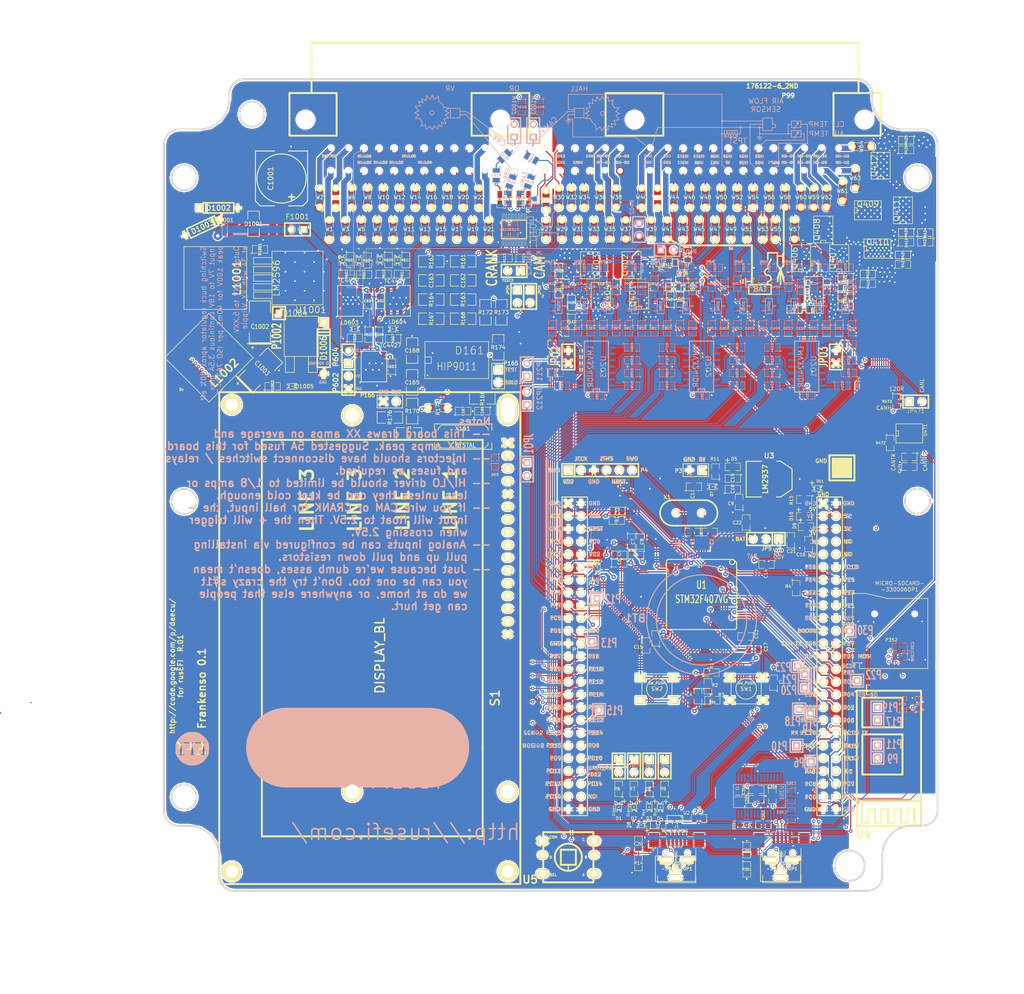
<source format=kicad_pcb>
(kicad_pcb (version 3) (host pcbnew "(2013-07-07 BZR 4022)-stable")
  (title_block (title Frankenso) (rev R.01) (company http://rusefi.com/))
  (layers (15 F.Cu signal) (2 PWR power hide) (1 GND power hide) (0 B.Cu signal) (18 B.Paste user) (19 F.Paste user) (20 B.SilkS user hide) (21 F.SilkS user) (22 B.Mask user) (23 F.Mask user) (28 Edge.Cuts user))
  (net 0 "")
  (net 1 /DD_HIP9011/5V)
  (net 2 /DD_HIP9011/CS)
  (net 3 /DD_HIP9011/INT/HLD)
  (net 4 /DD_HIP9011/INTOUT)
  (net 5 /DD_HIP9011/KNOCK1)
  (net 6 /DD_HIP9011/KNOCK2)
  (net 7 /DD_HIP9011/OUT)
  (net 8 /DD_HIP9011/TEST)
  (net 9 /HD44780_VCC)
  (net 10 /PWR_buck_12V_switcher/FB)
  (net 11 /PWR_buck_12V_switcher/OUT)
  (net 12 /PWR_buck_12V_switcher/VBAT)
  (net 13 /PWR_buck_12V_switcher/Vf)
  (net 14 /adc_amp_divider/INP1)
  (net 15 /adc_amp_divider/INP10)
  (net 16 /adc_amp_divider/INP11)
  (net 17 /adc_amp_divider/INP12)
  (net 18 /adc_amp_divider/INP2)
  (net 19 /adc_amp_divider/INP3)
  (net 20 /adc_amp_divider/INP4)
  (net 21 /adc_amp_divider/INP5)
  (net 22 /adc_amp_divider/INP6)
  (net 23 /adc_amp_divider/INP7)
  (net 24 /adc_amp_divider/INP8)
  (net 25 /adc_amp_divider/INP9)
  (net 26 /adc_amp_divider/OUT1)
  (net 27 /adc_amp_divider/OUT10)
  (net 28 /adc_amp_divider/OUT11)
  (net 29 /adc_amp_divider/OUT12)
  (net 30 /adc_amp_divider/OUT2)
  (net 31 /adc_amp_divider/OUT3)
  (net 32 /adc_amp_divider/OUT4)
  (net 33 /adc_amp_divider/OUT5)
  (net 34 /adc_amp_divider/OUT6)
  (net 35 /adc_amp_divider/OUT7)
  (net 36 /adc_amp_divider/OUT8)
  (net 37 /adc_amp_divider/OUT9)
  (net 38 /can_brd_1/3.3V)
  (net 39 /can_brd_1/CANH)
  (net 40 /can_brd_1/CANL)
  (net 41 /can_brd_1/CAN_RX)
  (net 42 /can_brd_1/CAN_TX)
  (net 43 /cps_vrs_io_1/CAM)
  (net 44 /cps_vrs_io_1/CAM+)
  (net 45 /cps_vrs_io_1/CAM-)
  (net 46 /cps_vrs_io_1/CRANK)
  (net 47 /cps_vrs_io_1/CRK2+)
  (net 48 /cps_vrs_io_1/CRK2-)
  (net 49 /hi-lo/12V)
  (net 50 /hi-lo/HL1)
  (net 51 /hi-lo/HL2)
  (net 52 /hi-lo/HL3)
  (net 53 /hi-lo/HL4)
  (net 54 /hi-lo/HL5)
  (net 55 /hi-lo/HL6)
  (net 56 /hi-lo/H_IN1)
  (net 57 /hi-lo/H_IN2)
  (net 58 /hi-lo/H_IN3)
  (net 59 /hi-lo/H_IN4)
  (net 60 /hi-lo/H_IN5)
  (net 61 /hi-lo/H_IN6)
  (net 62 /hi-lo/VP)
  (net 63 /inj_12ch/5V)
  (net 64 /inj_12ch/INJ-01)
  (net 65 /inj_12ch/INJ-01_2)
  (net 66 /inj_12ch/INJ-01_5V)
  (net 67 /inj_12ch/INJ-02)
  (net 68 /inj_12ch/INJ-02_5V)
  (net 69 /inj_12ch/INJ-03)
  (net 70 /inj_12ch/INJ-03_5V)
  (net 71 /inj_12ch/INJ-04)
  (net 72 /inj_12ch/INJ-04_5V)
  (net 73 /inj_12ch/INJ-05)
  (net 74 /inj_12ch/INJ-05_5V)
  (net 75 /inj_12ch/INJ-06)
  (net 76 /inj_12ch/INJ-06_5V)
  (net 77 /inj_12ch/INJ-07)
  (net 78 /inj_12ch/INJ-07_5V)
  (net 79 /inj_12ch/INJ-08)
  (net 80 /inj_12ch/INJ-08_5V)
  (net 81 /inj_12ch/INJ-09)
  (net 82 /inj_12ch/INJ-09_5V)
  (net 83 /inj_12ch/INJ-10)
  (net 84 /inj_12ch/INJ-10_5V)
  (net 85 /inj_12ch/INJ-11)
  (net 86 /inj_12ch/INJ-11_5V)
  (net 87 /inj_12ch/INJ-12)
  (net 88 /inj_12ch/INJ-12_5V)
  (net 89 /mmc_usb_1/CS_SD_MODULE)
  (net 90 /mmc_usb_1/D+)
  (net 91 /mmc_usb_1/D-)
  (net 92 /mmc_usb_1/shield)
  (net 93 /stm32f407_board/5Vi)
  (net 94 /stm32f407_board/BOOT0)
  (net 95 /stm32f407_board/D+)
  (net 96 /stm32f407_board/D-)
  (net 97 /stm32f407_board/NRST)
  (net 98 /stm32f407_board/PA10)
  (net 99 /stm32f407_board/PA11)
  (net 100 /stm32f407_board/PA12)
  (net 101 /stm32f407_board/PA13)
  (net 102 /stm32f407_board/PA14)
  (net 103 /stm32f407_board/PA15)
  (net 104 /stm32f407_board/PA5)
  (net 105 /stm32f407_board/PA8)
  (net 106 /stm32f407_board/PA9)
  (net 107 /stm32f407_board/PB0)
  (net 108 /stm32f407_board/PB1)
  (net 109 /stm32f407_board/PB10)
  (net 110 /stm32f407_board/PB12)
  (net 111 /stm32f407_board/PB13)
  (net 112 /stm32f407_board/PB14)
  (net 113 /stm32f407_board/PB15)
  (net 114 /stm32f407_board/PB3)
  (net 115 /stm32f407_board/PB4)
  (net 116 /stm32f407_board/PB5)
  (net 117 /stm32f407_board/PC10)
  (net 118 /stm32f407_board/PC11)
  (net 119 /stm32f407_board/PC12)
  (net 120 /stm32f407_board/PC6)
  (net 121 /stm32f407_board/PC8)
  (net 122 /stm32f407_board/PD0)
  (net 123 /stm32f407_board/PD1)
  (net 124 /stm32f407_board/PD10)
  (net 125 /stm32f407_board/PD11)
  (net 126 /stm32f407_board/PD13)
  (net 127 /stm32f407_board/PD14)
  (net 128 /stm32f407_board/PD15)
  (net 129 /stm32f407_board/PD2)
  (net 130 /stm32f407_board/PD3)
  (net 131 /stm32f407_board/PD5)
  (net 132 /stm32f407_board/PD6)
  (net 133 /stm32f407_board/PD7)
  (net 134 /stm32f407_board/PD8)
  (net 135 /stm32f407_board/PD9)
  (net 136 /stm32f407_board/PE11)
  (net 137 /stm32f407_board/PE13)
  (net 138 /stm32f407_board/PE15)
  (net 139 /stm32f407_board/PE7)
  (net 140 /stm32f407_board/PE9)
  (net 141 /stm32f407_board/shield)
  (net 142 GND)
  (net 143 N-00000100)
  (net 144 N-00000101)
  (net 145 N-00000102)
  (net 146 N-00000103)
  (net 147 N-00000104)
  (net 148 N-00000105)
  (net 149 N-00000106)
  (net 150 N-00000107)
  (net 151 N-00000108)
  (net 152 N-00000109)
  (net 153 N-00000110)
  (net 154 N-00000111)
  (net 155 N-00000112)
  (net 156 N-00000113)
  (net 157 N-00000114)
  (net 158 N-00000119)
  (net 159 N-00000120)
  (net 160 N-00000121)
  (net 161 N-00000122)
  (net 162 N-00000124)
  (net 163 N-00000125)
  (net 164 N-00000126)
  (net 165 N-00000127)
  (net 166 N-00000128)
  (net 167 N-00000129)
  (net 168 N-0000013)
  (net 169 N-00000130)
  (net 170 N-00000131)
  (net 171 N-00000132)
  (net 172 N-00000133)
  (net 173 N-00000134)
  (net 174 N-00000135)
  (net 175 N-0000014)
  (net 176 N-0000015)
  (net 177 N-0000016)
  (net 178 N-0000017)
  (net 179 N-0000018)
  (net 180 N-0000019)
  (net 181 N-0000020)
  (net 182 N-0000021)
  (net 183 N-0000022)
  (net 184 N-0000023)
  (net 185 N-0000024)
  (net 186 N-00000241)
  (net 187 N-00000242)
  (net 188 N-00000243)
  (net 189 N-00000244)
  (net 190 N-00000245)
  (net 191 N-00000246)
  (net 192 N-00000247)
  (net 193 N-00000248)
  (net 194 N-00000249)
  (net 195 N-0000025)
  (net 196 N-00000250)
  (net 197 N-00000251)
  (net 198 N-00000252)
  (net 199 N-00000255)
  (net 200 N-00000256)
  (net 201 N-00000258)
  (net 202 N-00000259)
  (net 203 N-00000260)
  (net 204 N-00000261)
  (net 205 N-00000262)
  (net 206 N-00000263)
  (net 207 N-00000266)
  (net 208 N-00000267)
  (net 209 N-00000269)
  (net 210 N-0000027)
  (net 211 N-00000270)
  (net 212 N-00000271)
  (net 213 N-00000274)
  (net 214 N-00000277)
  (net 215 N-00000278)
  (net 216 N-00000279)
  (net 217 N-0000028)
  (net 218 N-00000280)
  (net 219 N-00000283)
  (net 220 N-00000284)
  (net 221 N-00000285)
  (net 222 N-00000288)
  (net 223 N-00000289)
  (net 224 N-0000029)
  (net 225 N-00000292)
  (net 226 N-00000295)
  (net 227 N-00000298)
  (net 228 N-00000299)
  (net 229 N-0000030)
  (net 230 N-00000300)
  (net 231 N-00000304)
  (net 232 N-00000305)
  (net 233 N-00000307)
  (net 234 N-00000308)
  (net 235 N-00000309)
  (net 236 N-0000031)
  (net 237 N-00000310)
  (net 238 N-00000311)
  (net 239 N-00000312)
  (net 240 N-00000313)
  (net 241 N-00000314)
  (net 242 N-00000315)
  (net 243 N-00000316)
  (net 244 N-00000318)
  (net 245 N-00000319)
  (net 246 N-0000032)
  (net 247 N-00000326)
  (net 248 N-0000033)
  (net 249 N-0000034)
  (net 250 N-00000344)
  (net 251 N-00000345)
  (net 252 N-00000347)
  (net 253 N-00000350)
  (net 254 N-00000351)
  (net 255 N-00000352)
  (net 256 N-00000353)
  (net 257 N-00000354)
  (net 258 N-00000355)
  (net 259 N-00000356)
  (net 260 N-00000357)
  (net 261 N-00000358)
  (net 262 N-00000361)
  (net 263 N-00000362)
  (net 264 N-00000363)
  (net 265 N-00000364)
  (net 266 N-00000365)
  (net 267 N-00000366)
  (net 268 N-00000367)
  (net 269 N-00000368)
  (net 270 N-00000371)
  (net 271 N-00000375)
  (net 272 N-00000376)
  (net 273 N-00000377)
  (net 274 N-00000379)
  (net 275 N-00000380)
  (net 276 N-00000381)
  (net 277 N-00000382)
  (net 278 N-00000386)
  (net 279 N-00000387)
  (net 280 N-00000388)
  (net 281 N-00000391)
  (net 282 N-00000392)
  (net 283 N-00000394)
  (net 284 N-00000399)
  (net 285 N-00000402)
  (net 286 N-00000403)
  (net 287 N-00000404)
  (net 288 N-00000407)
  (net 289 N-00000408)
  (net 290 N-00000409)
  (net 291 N-00000410)
  (net 292 N-00000411)
  (net 293 N-00000412)
  (net 294 N-00000413)
  (net 295 N-00000414)
  (net 296 N-00000415)
  (net 297 N-00000416)
  (net 298 N-00000417)
  (net 299 N-00000418)
  (net 300 N-00000423)
  (net 301 N-00000431)
  (net 302 N-00000432)
  (net 303 N-00000435)
  (net 304 N-00000436)
  (net 305 N-00000437)
  (net 306 N-00000438)
  (net 307 N-00000439)
  (net 308 N-00000440)
  (net 309 N-0000069)
  (net 310 N-0000092)
  (net 311 N-0000093)
  (net 312 N-0000094)
  (net 313 N-0000095)
  (net 314 N-0000096)
  (net 315 N-0000097)
  (net 316 N-0000098)
  (net 317 N-0000099)
  (module DISPLAY_4x20_BL (layer F.Cu) (at 176.53 106.045 270)
    (fp_text reference S1 (at 58.42 2.54 270) (layer F.SilkS) (effects (font (size 1.778 1.778) (thickness 0.3048))))
    (fp_text value DISPLAY_BL (at 49.9999 25.49906 270) (layer F.SilkS) (effects (font (size 1.778 1.778) (thickness 0.3048))))
    (fp_text user "LINE 3" (at 18.9992 39.99992 270) (layer F.SilkS) (effects (font (size 2.54 2.54) (thickness 0.508))))
    (fp_text user "LINE 3" (at 18.9992 30.50032 270) (layer F.SilkS) (effects (font (size 2.54 2.54) (thickness 0.508))))
    (fp_text user "LINE 2" (at 18.82394 20.955 270) (layer F.SilkS) (effects (font (size 2.54 2.54) (thickness 0.508))))
    (fp_text user "LINE 1" (at 18.82394 11.43 270) (layer F.SilkS) (effects (font (size 2.54 2.54) (thickness 0.508))))
    (pad "" thru_hole circle (at 2.12 31 270) (size 4.0005 4.0005) (drill 2.9) (layers *.Cu *.Mask F.SilkS))
    (pad "" thru_hole circle (at 77.12 31 270) (size 4.0005 4.0005) (drill 2.9) (layers *.Cu *.Mask F.SilkS))
    (pad "" thru_hole circle (at 77.12 0 270) (size 4.0005 4.0005) (drill 2.9) (layers *.Cu *.Mask F.SilkS))
    (pad A thru_hole oval (at 43.18 0 270) (size 1.651 2.159) (drill 1.016) (layers *.Cu *.Mask F.SilkS) (net 9 /HD44780_VCC))
    (pad K thru_hole oval (at 45.72 0 270) (size 1.651 2.159) (drill 1.016) (layers *.Cu *.Mask F.SilkS) (net 142 GND))
    (pad 1 thru_hole rect (at 7.62 0 270) (size 1.651 2.159) (drill 1.016) (layers *.Cu *.Mask F.SilkS) (net 142 GND))
    (pad 2 thru_hole oval (at 10.16 0 270) (size 1.651 2.159) (drill 1.016) (layers *.Cu *.Mask F.SilkS) (net 9 /HD44780_VCC))
    (pad 3 thru_hole oval (at 12.7 0 270) (size 1.651 2.159) (drill 1.016) (layers *.Cu *.Mask F.SilkS) (net 249 N-0000034))
    (pad 4 thru_hole oval (at 15.24 0 270) (size 1.651 2.159) (drill 1.016) (layers *.Cu *.Mask F.SilkS) (net 139 /stm32f407_board/PE7))
    (pad 5 thru_hole oval (at 17.78 0 270) (size 1.651 2.159) (drill 1.016) (layers *.Cu *.Mask F.SilkS) (net 142 GND))
    (pad 6 thru_hole oval (at 20.32 0 270) (size 1.651 2.159) (drill 1.016) (layers *.Cu *.Mask F.SilkS) (net 140 /stm32f407_board/PE9))
    (pad 7 thru_hole oval (at 22.86 0 270) (size 1.651 2.159) (drill 1.016) (layers *.Cu *.Mask F.SilkS))
    (pad 8 thru_hole oval (at 25.4 0 270) (size 1.651 2.159) (drill 1.016) (layers *.Cu *.Mask F.SilkS))
    (pad 9 thru_hole oval (at 27.94 0 270) (size 1.651 2.159) (drill 1.016) (layers *.Cu *.Mask F.SilkS))
    (pad 10 thru_hole oval (at 30.48 0 270) (size 1.651 2.159) (drill 1.016) (layers *.Cu *.Mask F.SilkS))
    (pad 11 thru_hole oval (at 33.02 0 270) (size 1.651 2.159) (drill 1.016) (layers *.Cu *.Mask F.SilkS) (net 136 /stm32f407_board/PE11))
    (pad 12 thru_hole oval (at 35.56 0 270) (size 1.651 2.159) (drill 1.016) (layers *.Cu *.Mask F.SilkS) (net 137 /stm32f407_board/PE13))
    (pad 13 thru_hole oval (at 38.1 0 270) (size 1.651 2.159) (drill 1.016) (layers *.Cu *.Mask F.SilkS) (net 138 /stm32f407_board/PE15))
    (pad 14 thru_hole oval (at 40.64 0 270) (size 1.651 2.159) (drill 1.016) (layers *.Cu *.Mask F.SilkS) (net 109 /stm32f407_board/PB10))
    (pad "" thru_hole oval (at 1.06 0 270) (size 6 4) (drill oval 5.02 2.9) (layers *.Cu *.Mask F.SilkS))
    (pad "" thru_hole circle (at 92.99956 0 270) (size 4.0005 4.0005) (drill 2.49936) (layers *.Cu *.Mask F.SilkS))
    (pad "" thru_hole circle (at 0 55.0037 270) (size 4.0005 4.0005) (drill 2.49936) (layers *.Cu *.Mask F.SilkS))
    (pad "" thru_hole circle (at 92.99956 55.00116 270) (size 4.0005 4.0005) (drill 2.49936) (layers *.Cu *.Mask F.SilkS))
  )
  (module TQFP_100 (layer F.Cu) (at 215.138 143.85036)
    (fp_text reference U1 (at 0 -1.905) (layer F.SilkS) (effects (font (size 1.524 1.016) (thickness 0.2032))))
    (fp_text value STM32F407VG (at 0.0254 0.9398) (layer F.SilkS) (effects (font (size 1.524 1.016) (thickness 0.2032))))
    (pad 100 smd rect (at 7.747 -5.9944) (size 1.016 0.254) (layers F.Cu F.Paste F.Mask) (net 1 /DD_HIP9011/5V))
    (pad 76 smd rect (at 7.747 5.9944) (size 1.016 0.254) (layers F.Cu F.Paste F.Mask) (net 102 /stm32f407_board/PA14))
    (pad 77 smd rect (at 7.747 5.4864) (size 1.016 0.254) (layers F.Cu F.Paste F.Mask) (net 103 /stm32f407_board/PA15))
    (pad 78 smd rect (at 7.747 5.0038) (size 1.016 0.254) (layers F.Cu F.Paste F.Mask) (net 117 /stm32f407_board/PC10))
    (pad 79 smd rect (at 7.747 4.4958) (size 1.016 0.254) (layers F.Cu F.Paste F.Mask) (net 118 /stm32f407_board/PC11))
    (pad 80 smd rect (at 7.747 3.9878) (size 1.016 0.254) (layers F.Cu F.Paste F.Mask) (net 119 /stm32f407_board/PC12))
    (pad 81 smd rect (at 7.747 3.5052) (size 1.016 0.254) (layers F.Cu F.Paste F.Mask) (net 122 /stm32f407_board/PD0))
    (pad 82 smd rect (at 7.747 2.9972) (size 1.016 0.254) (layers F.Cu F.Paste F.Mask) (net 123 /stm32f407_board/PD1))
    (pad 83 smd rect (at 7.747 2.4892) (size 1.016 0.254) (layers F.Cu F.Paste F.Mask) (net 129 /stm32f407_board/PD2))
    (pad 84 smd rect (at 7.747 2.0066) (size 1.016 0.254) (layers F.Cu F.Paste F.Mask) (net 130 /stm32f407_board/PD3))
    (pad 85 smd rect (at 7.747 1.4986) (size 1.016 0.254) (layers F.Cu F.Paste F.Mask) (net 89 /mmc_usb_1/CS_SD_MODULE))
    (pad 86 smd rect (at 7.747 0.9906) (size 1.016 0.254) (layers F.Cu F.Paste F.Mask) (net 131 /stm32f407_board/PD5))
    (pad 87 smd rect (at 7.747 0.4826) (size 1.016 0.254) (layers F.Cu F.Paste F.Mask) (net 132 /stm32f407_board/PD6))
    (pad 88 smd rect (at 7.747 0) (size 1.016 0.254) (layers F.Cu F.Paste F.Mask) (net 133 /stm32f407_board/PD7))
    (pad 89 smd rect (at 7.747 -0.508) (size 1.016 0.254) (layers F.Cu F.Paste F.Mask) (net 114 /stm32f407_board/PB3))
    (pad 90 smd rect (at 7.747 -1.016) (size 1.016 0.254) (layers F.Cu F.Paste F.Mask) (net 115 /stm32f407_board/PB4))
    (pad 91 smd rect (at 7.747 -1.4986) (size 1.016 0.254) (layers F.Cu F.Paste F.Mask) (net 116 /stm32f407_board/PB5))
    (pad 92 smd rect (at 7.747 -2.0066) (size 1.016 0.254) (layers F.Cu F.Paste F.Mask) (net 42 /can_brd_1/CAN_TX))
    (pad 93 smd rect (at 7.747 -2.5146) (size 1.016 0.254) (layers F.Cu F.Paste F.Mask) (net 88 /inj_12ch/INJ-12_5V))
    (pad 94 smd rect (at 7.747 -2.9972) (size 1.016 0.254) (layers F.Cu F.Paste F.Mask) (net 94 /stm32f407_board/BOOT0))
    (pad 95 smd rect (at 7.747 -3.5052) (size 1.016 0.254) (layers F.Cu F.Paste F.Mask) (net 86 /inj_12ch/INJ-11_5V))
    (pad 96 smd rect (at 7.747 -4.0132) (size 1.016 0.254) (layers F.Cu F.Paste F.Mask) (net 82 /inj_12ch/INJ-09_5V))
    (pad 97 smd rect (at 7.747 -4.4958) (size 1.016 0.254) (layers F.Cu F.Paste F.Mask) (net 84 /inj_12ch/INJ-10_5V))
    (pad 98 smd rect (at 7.747 -5.0038) (size 1.016 0.254) (layers F.Cu F.Paste F.Mask) (net 78 /inj_12ch/INJ-07_5V))
    (pad 99 smd rect (at 7.747 -5.5118) (size 1.016 0.254) (layers F.Cu F.Paste F.Mask) (net 142 GND))
    (pad 75 smd rect (at 5.9944 7.747) (size 0.254 1.016) (layers F.Cu F.Paste F.Mask) (net 1 /DD_HIP9011/5V))
    (pad 51 smd rect (at -5.9944 7.747) (size 0.254 1.016) (layers F.Cu F.Paste F.Mask) (net 110 /stm32f407_board/PB12))
    (pad 52 smd rect (at -5.4864 7.747) (size 0.254 1.016) (layers F.Cu F.Paste F.Mask) (net 111 /stm32f407_board/PB13))
    (pad 53 smd rect (at -5.0038 7.747) (size 0.254 1.016) (layers F.Cu F.Paste F.Mask) (net 112 /stm32f407_board/PB14))
    (pad 54 smd rect (at -4.4958 7.747) (size 0.254 1.016) (layers F.Cu F.Paste F.Mask) (net 113 /stm32f407_board/PB15))
    (pad 55 smd rect (at -3.9878 7.747) (size 0.254 1.016) (layers F.Cu F.Paste F.Mask) (net 134 /stm32f407_board/PD8))
    (pad 56 smd rect (at -3.5052 7.747) (size 0.254 1.016) (layers F.Cu F.Paste F.Mask) (net 135 /stm32f407_board/PD9))
    (pad 57 smd rect (at -2.9972 7.747) (size 0.254 1.016) (layers F.Cu F.Paste F.Mask) (net 124 /stm32f407_board/PD10))
    (pad 58 smd rect (at -2.4892 7.747) (size 0.254 1.016) (layers F.Cu F.Paste F.Mask) (net 125 /stm32f407_board/PD11))
    (pad 59 smd rect (at -2.0066 7.747) (size 0.254 1.016) (layers F.Cu F.Paste F.Mask) (net 41 /can_brd_1/CAN_RX))
    (pad 60 smd rect (at -1.4986 7.747) (size 0.254 1.016) (layers F.Cu F.Paste F.Mask) (net 126 /stm32f407_board/PD13))
    (pad 61 smd rect (at -0.9906 7.747) (size 0.254 1.016) (layers F.Cu F.Paste F.Mask) (net 127 /stm32f407_board/PD14))
    (pad 62 smd rect (at -0.4826 7.747) (size 0.254 1.016) (layers F.Cu F.Paste F.Mask) (net 128 /stm32f407_board/PD15))
    (pad 63 smd rect (at 0 7.747) (size 0.254 1.016) (layers F.Cu F.Paste F.Mask) (net 120 /stm32f407_board/PC6))
    (pad 64 smd rect (at 0.508 7.747) (size 0.254 1.016) (layers F.Cu F.Paste F.Mask) (net 56 /hi-lo/H_IN1))
    (pad 65 smd rect (at 1.016 7.747) (size 0.254 1.016) (layers F.Cu F.Paste F.Mask) (net 121 /stm32f407_board/PC8))
    (pad 66 smd rect (at 1.4986 7.747) (size 0.254 1.016) (layers F.Cu F.Paste F.Mask) (net 58 /hi-lo/H_IN3))
    (pad 67 smd rect (at 2.0066 7.747) (size 0.254 1.016) (layers F.Cu F.Paste F.Mask) (net 105 /stm32f407_board/PA8))
    (pad 68 smd rect (at 2.5146 7.747) (size 0.254 1.016) (layers F.Cu F.Paste F.Mask) (net 106 /stm32f407_board/PA9))
    (pad 69 smd rect (at 2.9972 7.747) (size 0.254 1.016) (layers F.Cu F.Paste F.Mask) (net 98 /stm32f407_board/PA10))
    (pad 70 smd rect (at 3.5052 7.747) (size 0.254 1.016) (layers F.Cu F.Paste F.Mask) (net 99 /stm32f407_board/PA11))
    (pad 71 smd rect (at 4.0132 7.747) (size 0.254 1.016) (layers F.Cu F.Paste F.Mask) (net 100 /stm32f407_board/PA12))
    (pad 72 smd rect (at 4.4958 7.747) (size 0.254 1.016) (layers F.Cu F.Paste F.Mask) (net 101 /stm32f407_board/PA13))
    (pad 73 smd rect (at 5.0038 7.747) (size 0.254 1.016) (layers F.Cu F.Paste F.Mask) (net 304 N-00000436))
    (pad 74 smd rect (at 5.5118 7.747) (size 0.254 1.016) (layers F.Cu F.Paste F.Mask) (net 142 GND))
    (pad 1 smd rect (at 5.9944 -7.747) (size 0.254 1.016) (layers F.Cu F.Paste F.Mask) (net 80 /inj_12ch/INJ-08_5V))
    (pad 2 smd rect (at 5.4864 -7.747) (size 0.254 1.016) (layers F.Cu F.Paste F.Mask) (net 74 /inj_12ch/INJ-05_5V))
    (pad 3 smd rect (at 5.0038 -7.747) (size 0.254 1.016) (layers F.Cu F.Paste F.Mask) (net 76 /inj_12ch/INJ-06_5V))
    (pad 4 smd rect (at 4.4958 -7.747) (size 0.254 1.016) (layers F.Cu F.Paste F.Mask) (net 68 /inj_12ch/INJ-02_5V))
    (pad 5 smd rect (at 3.9878 -7.747) (size 0.254 1.016) (layers F.Cu F.Paste F.Mask) (net 66 /inj_12ch/INJ-01_5V))
    (pad 6 smd rect (at 3.5052 -7.747) (size 0.254 1.016) (layers F.Cu F.Paste F.Mask) (net 286 N-00000403))
    (pad 7 smd rect (at 2.9972 -7.747) (size 0.254 1.016) (layers F.Cu F.Paste F.Mask) (net 72 /inj_12ch/INJ-04_5V))
    (pad 8 smd rect (at 2.4892 -7.747) (size 0.254 1.016) (layers F.Cu F.Paste F.Mask) (net 301 N-00000431))
    (pad 9 smd rect (at 2.0066 -7.747) (size 0.254 1.016) (layers F.Cu F.Paste F.Mask) (net 302 N-00000432))
    (pad 10 smd rect (at 1.4986 -7.747) (size 0.254 1.016) (layers F.Cu F.Paste F.Mask) (net 142 GND))
    (pad 11 smd rect (at 0.9906 -7.747) (size 0.254 1.016) (layers F.Cu F.Paste F.Mask) (net 1 /DD_HIP9011/5V))
    (pad 12 smd rect (at 0.4826 -7.747) (size 0.254 1.016) (layers F.Cu F.Paste F.Mask) (net 305 N-00000437))
    (pad 13 smd rect (at 0 -7.747) (size 0.254 1.016) (layers F.Cu F.Paste F.Mask) (net 303 N-00000435))
    (pad 14 smd rect (at -0.508 -7.747) (size 0.254 1.016) (layers F.Cu F.Paste F.Mask) (net 97 /stm32f407_board/NRST))
    (pad 15 smd rect (at -1.016 -7.747) (size 0.254 1.016) (layers F.Cu F.Paste F.Mask) (net 70 /inj_12ch/INJ-03_5V))
    (pad 16 smd rect (at -1.4986 -7.747) (size 0.254 1.016) (layers F.Cu F.Paste F.Mask) (net 30 /adc_amp_divider/OUT2))
    (pad 17 smd rect (at -2.0066 -7.747) (size 0.254 1.016) (layers F.Cu F.Paste F.Mask) (net 26 /adc_amp_divider/OUT1))
    (pad 18 smd rect (at -2.5146 -7.747) (size 0.254 1.016) (layers F.Cu F.Paste F.Mask) (net 32 /adc_amp_divider/OUT4))
    (pad 19 smd rect (at -2.9972 -7.747) (size 0.254 1.016) (layers F.Cu F.Paste F.Mask) (net 1 /DD_HIP9011/5V))
    (pad 20 smd rect (at -3.5052 -7.747) (size 0.254 1.016) (layers F.Cu F.Paste F.Mask) (net 142 GND))
    (pad 21 smd rect (at -4.0132 -7.747) (size 0.254 1.016) (layers F.Cu F.Paste F.Mask) (net 289 N-00000408))
    (pad 22 smd rect (at -4.4958 -7.747) (size 0.254 1.016) (layers F.Cu F.Paste F.Mask) (net 308 N-00000440))
    (pad 23 smd rect (at -5.0038 -7.747) (size 0.254 1.016) (layers F.Cu F.Paste F.Mask) (net 31 /adc_amp_divider/OUT3))
    (pad 24 smd rect (at -5.5118 -7.747) (size 0.254 1.016) (layers F.Cu F.Paste F.Mask) (net 34 /adc_amp_divider/OUT6))
    (pad 25 smd rect (at -5.9944 -7.747) (size 0.254 1.016) (layers F.Cu F.Paste F.Mask) (net 33 /adc_amp_divider/OUT5))
    (pad 26 smd rect (at -7.747 -5.9944) (size 1.016 0.254) (layers F.Cu F.Paste F.Mask) (net 36 /adc_amp_divider/OUT8))
    (pad 27 smd rect (at -7.747 -5.4864) (size 1.016 0.254) (layers F.Cu F.Paste F.Mask) (net 142 GND))
    (pad 28 smd rect (at -7.747 -5.0038) (size 1.016 0.254) (layers F.Cu F.Paste F.Mask) (net 1 /DD_HIP9011/5V))
    (pad 29 smd rect (at -7.747 -4.4958) (size 1.016 0.254) (layers F.Cu F.Paste F.Mask) (net 35 /adc_amp_divider/OUT7))
    (pad 30 smd rect (at -7.747 -3.9878) (size 1.016 0.254) (layers F.Cu F.Paste F.Mask) (net 104 /stm32f407_board/PA5))
    (pad 31 smd rect (at -7.747 -3.5052) (size 1.016 0.254) (layers F.Cu F.Paste F.Mask) (net 27 /adc_amp_divider/OUT10))
    (pad 32 smd rect (at -7.747 -2.9972) (size 1.016 0.254) (layers F.Cu F.Paste F.Mask) (net 37 /adc_amp_divider/OUT9))
    (pad 33 smd rect (at -7.747 -2.4892) (size 1.016 0.254) (layers F.Cu F.Paste F.Mask) (net 29 /adc_amp_divider/OUT12))
    (pad 34 smd rect (at -7.747 -2.0066) (size 1.016 0.254) (layers F.Cu F.Paste F.Mask) (net 28 /adc_amp_divider/OUT11))
    (pad 35 smd rect (at -7.747 -1.4986) (size 1.016 0.254) (layers F.Cu F.Paste F.Mask) (net 107 /stm32f407_board/PB0))
    (pad 36 smd rect (at -7.747 -0.9906) (size 1.016 0.254) (layers F.Cu F.Paste F.Mask) (net 108 /stm32f407_board/PB1))
    (pad 37 smd rect (at -7.747 -0.4826) (size 1.016 0.254) (layers F.Cu F.Paste F.Mask) (net 142 GND))
    (pad 38 smd rect (at -7.747 0) (size 1.016 0.254) (layers F.Cu F.Paste F.Mask) (net 139 /stm32f407_board/PE7))
    (pad 39 smd rect (at -7.747 0.508) (size 1.016 0.254) (layers F.Cu F.Paste F.Mask) (net 60 /hi-lo/H_IN5))
    (pad 40 smd rect (at -7.747 1.016) (size 1.016 0.254) (layers F.Cu F.Paste F.Mask) (net 140 /stm32f407_board/PE9))
    (pad 41 smd rect (at -7.747 1.4986) (size 1.016 0.254) (layers F.Cu F.Paste F.Mask) (net 61 /hi-lo/H_IN6))
    (pad 42 smd rect (at -7.747 2.0066) (size 1.016 0.254) (layers F.Cu F.Paste F.Mask) (net 136 /stm32f407_board/PE11))
    (pad 43 smd rect (at -7.747 2.5146) (size 1.016 0.254) (layers F.Cu F.Paste F.Mask) (net 59 /hi-lo/H_IN4))
    (pad 44 smd rect (at -7.747 2.9972) (size 1.016 0.254) (layers F.Cu F.Paste F.Mask) (net 137 /stm32f407_board/PE13))
    (pad 45 smd rect (at -7.747 3.5052) (size 1.016 0.254) (layers F.Cu F.Paste F.Mask) (net 57 /hi-lo/H_IN2))
    (pad 46 smd rect (at -7.747 4.0132) (size 1.016 0.254) (layers F.Cu F.Paste F.Mask) (net 138 /stm32f407_board/PE15))
    (pad 47 smd rect (at -7.747 4.4958) (size 1.016 0.254) (layers F.Cu F.Paste F.Mask) (net 109 /stm32f407_board/PB10))
    (pad 48 smd rect (at -7.747 5.0038) (size 1.016 0.254) (layers F.Cu F.Paste F.Mask) (net 3 /DD_HIP9011/INT/HLD))
    (pad 49 smd rect (at -7.747 5.5118) (size 1.016 0.254) (layers F.Cu F.Paste F.Mask) (net 306 N-00000438))
    (pad 50 smd rect (at -7.747 5.9944) (size 1.016 0.254) (layers F.Cu F.Paste F.Mask) (net 1 /DD_HIP9011/5V))
    (pad NC1 smd circle (at 7.62 -7.62) (size 0.508 0.508) (layers F.Cu F.Mask))
  )
  (module maxim-10-QSOP16 (layer F.Cu) (at 177.8 71.12)
    (fp_text reference U101 (at 3.81 0 90) (layer F.SilkS) (effects (font (size 1.27 1.27) (thickness 0.0889))))
    (fp_text value MAX9926/9927 hide)
    (pad 1 smd rect (at -2.2225 2.68986) (size 0.44958 1.4986) (layers F.Cu F.Paste F.Mask) (net 142 GND))
    (pad 2 smd rect (at -1.5875 2.68986) (size 0.44958 1.4986) (layers F.Cu F.Paste F.Mask))
    (pad 3 smd rect (at -0.9525 2.68986) (size 0.44958 1.4986) (layers F.Cu F.Paste F.Mask) (net 142 GND))
    (pad 4 smd rect (at -0.3175 2.68986) (size 0.44958 1.4986) (layers F.Cu F.Paste F.Mask) (net 46 /cps_vrs_io_1/CRANK))
    (pad 5 smd rect (at 0.3175 2.68986) (size 0.44958 1.4986) (layers F.Cu F.Paste F.Mask) (net 43 /cps_vrs_io_1/CAM))
    (pad 6 smd rect (at 0.9525 2.68986) (size 0.44958 1.4986) (layers F.Cu F.Paste F.Mask) (net 142 GND))
    (pad 7 smd rect (at 1.5875 2.68986) (size 0.44958 1.4986) (layers F.Cu F.Paste F.Mask))
    (pad 8 smd rect (at 2.2225 2.68986) (size 0.44958 1.4986) (layers F.Cu F.Paste F.Mask) (net 142 GND))
    (pad 9 smd rect (at 2.2225 -2.68986) (size 0.44958 1.4986) (layers F.Cu F.Paste F.Mask) (net 259 N-00000356))
    (pad 10 smd rect (at 1.5875 -2.68986) (size 0.44958 1.4986) (layers F.Cu F.Paste F.Mask) (net 257 N-00000354))
    (pad 11 smd rect (at 0.9525 -2.68986) (size 0.44958 1.4986) (layers F.Cu F.Paste F.Mask) (net 142 GND))
    (pad 12 smd rect (at 0.3175 -2.68986) (size 0.44958 1.4986) (layers F.Cu F.Paste F.Mask) (net 142 GND))
    (pad 13 smd rect (at -0.3175 -2.68986) (size 0.44958 1.4986) (layers F.Cu F.Paste F.Mask) (net 142 GND))
    (pad 14 smd rect (at -0.9525 -2.68986) (size 0.44958 1.4986) (layers F.Cu F.Paste F.Mask) (net 1 /DD_HIP9011/5V))
    (pad 15 smd rect (at -1.5875 -2.68986) (size 0.44958 1.4986) (layers F.Cu F.Paste F.Mask) (net 258 N-00000355))
    (pad 16 smd rect (at -2.2225 -2.68986) (size 0.44958 1.4986) (layers F.Cu F.Paste F.Mask) (net 256 N-00000353))
    (pad NC smd circle (at -3.048 -1.524) (size 0.508 0.508) (layers F.Cu F.Mask))
  )
  (module SM0805_jumper (layer F.Cu) (at 198.12 64.77 90)
    (fp_text reference W38 (at 0.0635 0 180) (layer F.SilkS) (effects (font (size 0.762 0.762) (thickness 0.127))))
    (fp_text value TEST hide)
    (pad 1 smd rect (at -0.9525 0 90) (size 0.889 1.397) (layers F.Cu F.Paste F.Mask) (net 65 /inj_12ch/INJ-01_2))
    (pad 2 smd rect (at 0.9525 0 90) (size 0.889 1.397) (layers F.Cu F.Paste F.Mask) (net 151 N-00000108))
    (pad 2 thru_hole circle (at 1.905 0 90) (size 1.524 1.524) (drill 0.8128) (layers *.Cu *.Mask F.SilkS) (net 151 N-00000108))
    (pad 1 thru_hole circle (at -1.905 0 90) (size 1.524 1.524) (drill 0.8128) (layers *.Cu *.Mask F.SilkS) (net 65 /inj_12ch/INJ-01_2))
    (pad 2 smd rect (at 1.27 0 90) (size 1.524 0.2032) (layers F.Cu F.Paste F.Mask) (net 151 N-00000108))
    (pad 1 smd rect (at -1.27 0 90) (size 1.524 0.2032) (layers F.Cu F.Paste F.Mask) (net 65 /inj_12ch/INJ-01_2))
  )
  (module SM0805_jumper (layer F.Cu) (at 154.94 64.77 90)
    (fp_text reference W12 (at 0.0635 0 180) (layer F.SilkS) (effects (font (size 0.762 0.762) (thickness 0.127))))
    (fp_text value TEST hide)
    (pad 1 smd rect (at -0.9525 0 90) (size 0.889 1.397) (layers F.Cu F.Paste F.Mask) (net 55 /hi-lo/HL6))
    (pad 2 smd rect (at 0.9525 0 90) (size 0.889 1.397) (layers F.Cu F.Paste F.Mask) (net 169 N-00000130))
    (pad 2 thru_hole circle (at 1.905 0 90) (size 1.524 1.524) (drill 0.8128) (layers *.Cu *.Mask F.SilkS) (net 169 N-00000130))
    (pad 1 thru_hole circle (at -1.905 0 90) (size 1.524 1.524) (drill 0.8128) (layers *.Cu *.Mask F.SilkS) (net 55 /hi-lo/HL6))
    (pad 2 smd rect (at 1.27 0 90) (size 1.524 0.2032) (layers F.Cu F.Paste F.Mask) (net 169 N-00000130))
    (pad 1 smd rect (at -1.27 0 90) (size 1.524 0.2032) (layers F.Cu F.Paste F.Mask) (net 55 /hi-lo/HL6))
  )
  (module SM0805_jumper (layer F.Cu) (at 151.765 64.77 90)
    (fp_text reference W10 (at 0.0635 0 180) (layer F.SilkS) (effects (font (size 0.762 0.762) (thickness 0.127))))
    (fp_text value TEST hide)
    (pad 1 smd rect (at -0.9525 0 90) (size 0.889 1.397) (layers F.Cu F.Paste F.Mask))
    (pad 2 smd rect (at 0.9525 0 90) (size 0.889 1.397) (layers F.Cu F.Paste F.Mask) (net 166 N-00000128))
    (pad 2 thru_hole circle (at 1.905 0 90) (size 1.524 1.524) (drill 0.8128) (layers *.Cu *.Mask F.SilkS) (net 166 N-00000128))
    (pad 1 thru_hole circle (at -1.905 0 90) (size 1.524 1.524) (drill 0.8128) (layers *.Cu *.Mask F.SilkS))
    (pad 2 smd rect (at 1.27 0 90) (size 1.524 0.2032) (layers F.Cu F.Paste F.Mask) (net 166 N-00000128))
    (pad 1 smd rect (at -1.27 0 90) (size 1.524 0.2032) (layers F.Cu F.Paste F.Mask))
  )
  (module SM0805_jumper (layer F.Cu) (at 148.59 64.77 90)
    (fp_text reference W8 (at 0.0635 0 180) (layer F.SilkS) (effects (font (size 0.762 0.762) (thickness 0.127))))
    (fp_text value TEST hide)
    (pad 1 smd rect (at -0.9525 0 90) (size 0.889 1.397) (layers F.Cu F.Paste F.Mask) (net 51 /hi-lo/HL2))
    (pad 2 smd rect (at 0.9525 0 90) (size 0.889 1.397) (layers F.Cu F.Paste F.Mask) (net 164 N-00000126))
    (pad 2 thru_hole circle (at 1.905 0 90) (size 1.524 1.524) (drill 0.8128) (layers *.Cu *.Mask F.SilkS) (net 164 N-00000126))
    (pad 1 thru_hole circle (at -1.905 0 90) (size 1.524 1.524) (drill 0.8128) (layers *.Cu *.Mask F.SilkS) (net 51 /hi-lo/HL2))
    (pad 2 smd rect (at 1.27 0 90) (size 1.524 0.2032) (layers F.Cu F.Paste F.Mask) (net 164 N-00000126))
    (pad 1 smd rect (at -1.27 0 90) (size 1.524 0.2032) (layers F.Cu F.Paste F.Mask) (net 51 /hi-lo/HL2))
  )
  (module SM0805_jumper (layer F.Cu) (at 145.415 64.77 90)
    (fp_text reference W6 (at 0.0635 0 180) (layer F.SilkS) (effects (font (size 0.762 0.762) (thickness 0.127))))
    (fp_text value TEST hide)
    (pad 1 smd rect (at -0.9525 0 90) (size 0.889 1.397) (layers F.Cu F.Paste F.Mask) (net 50 /hi-lo/HL1))
    (pad 2 smd rect (at 0.9525 0 90) (size 0.889 1.397) (layers F.Cu F.Paste F.Mask) (net 162 N-00000124))
    (pad 2 thru_hole circle (at 1.905 0 90) (size 1.524 1.524) (drill 0.8128) (layers *.Cu *.Mask F.SilkS) (net 162 N-00000124))
    (pad 1 thru_hole circle (at -1.905 0 90) (size 1.524 1.524) (drill 0.8128) (layers *.Cu *.Mask F.SilkS) (net 50 /hi-lo/HL1))
    (pad 2 smd rect (at 1.27 0 90) (size 1.524 0.2032) (layers F.Cu F.Paste F.Mask) (net 162 N-00000124))
    (pad 1 smd rect (at -1.27 0 90) (size 1.524 0.2032) (layers F.Cu F.Paste F.Mask) (net 50 /hi-lo/HL1))
  )
  (module SM0805_jumper (layer F.Cu) (at 139.065 64.77 90)
    (fp_text reference W2 (at 0.0635 0 180) (layer F.SilkS) (effects (font (size 0.762 0.762) (thickness 0.127))))
    (fp_text value TEST hide)
    (pad 1 smd rect (at -0.9525 0 90) (size 0.889 1.397) (layers F.Cu F.Paste F.Mask) (net 49 /hi-lo/12V))
    (pad 2 smd rect (at 0.9525 0 90) (size 0.889 1.397) (layers F.Cu F.Paste F.Mask) (net 159 N-00000120))
    (pad 2 thru_hole circle (at 1.905 0 90) (size 1.524 1.524) (drill 0.8128) (layers *.Cu *.Mask F.SilkS) (net 159 N-00000120))
    (pad 1 thru_hole circle (at -1.905 0 90) (size 1.524 1.524) (drill 0.8128) (layers *.Cu *.Mask F.SilkS) (net 49 /hi-lo/12V))
    (pad 1 smd rect (at -1.27 0 90) (size 1.524 0.2032) (layers F.Cu F.Paste F.Mask) (net 49 /hi-lo/12V))
    (pad 2 smd rect (at 1.27 0 90) (size 1.524 0.2032) (layers F.Cu F.Paste F.Mask) (net 159 N-00000120))
  )
  (module SM0805_jumper (layer F.Cu) (at 142.24 64.77 90)
    (fp_text reference W4 (at 0.0635 0 180) (layer F.SilkS) (effects (font (size 0.762 0.762) (thickness 0.127))))
    (fp_text value TEST hide)
    (pad 1 smd rect (at -0.9525 0 90) (size 0.889 1.397) (layers F.Cu F.Paste F.Mask))
    (pad 2 smd rect (at 0.9525 0 90) (size 0.889 1.397) (layers F.Cu F.Paste F.Mask) (net 161 N-00000122))
    (pad 2 thru_hole circle (at 1.905 0 90) (size 1.524 1.524) (drill 0.8128) (layers *.Cu *.Mask F.SilkS) (net 161 N-00000122))
    (pad 1 thru_hole circle (at -1.905 0 90) (size 1.524 1.524) (drill 0.8128) (layers *.Cu *.Mask F.SilkS))
    (pad 1 smd rect (at -1.27 0 90) (size 1.524 0.2032) (layers F.Cu F.Paste F.Mask))
    (pad 2 smd rect (at 1.27 0 90) (size 1.524 0.2032) (layers F.Cu F.Paste F.Mask) (net 161 N-00000122))
  )
  (module SM0805_jumper (layer F.Cu) (at 220.98 71.12 90)
    (fp_text reference W49 (at 0.0635 0 180) (layer F.SilkS) (effects (font (size 0.762 0.762) (thickness 0.127))))
    (fp_text value TEST hide)
    (pad 1 smd rect (at -0.9525 0 90) (size 0.889 1.397) (layers F.Cu F.Paste F.Mask) (net 1 /DD_HIP9011/5V))
    (pad 2 smd rect (at 0.9525 0 90) (size 0.889 1.397) (layers F.Cu F.Paste F.Mask) (net 179 N-0000018))
    (pad 2 thru_hole circle (at 1.905 0 90) (size 1.524 1.524) (drill 0.8128) (layers *.Cu *.Mask F.SilkS) (net 179 N-0000018))
    (pad 1 thru_hole circle (at -1.905 0 90) (size 1.524 1.524) (drill 0.8128) (layers *.Cu *.Mask F.SilkS) (net 1 /DD_HIP9011/5V))
    (pad 1 smd rect (at -1.27 0 90) (size 1.524 0.2032) (layers F.Cu F.Paste F.Mask) (net 1 /DD_HIP9011/5V))
    (pad 2 smd rect (at 1.27 0 90) (size 1.524 0.2032) (layers F.Cu F.Paste F.Mask) (net 179 N-0000018))
  )
  (module 176122-6_2nd (layer F.Cu) (at 250.825 59.436)
    (fp_text reference P99 (at -18.415 -14.986) (layer F.SilkS) (effects (font (size 0.889 0.889) (thickness 0.22225))))
    (fp_text value 176122-6_2ND (at -21.59 -16.891) (layer F.SilkS) (effects (font (size 0.889 0.889) (thickness 0.22352))))
    (pad 12 thru_hole circle (at -109.54766 -4.50088 180) (size 1.15062 1.15062) (drill 1.09982) (layers *.Cu *.Mask F.SilkS) (net 159 N-00000120))
    (pad 1 thru_hole circle (at -109.54766 0) (size 1.15062 1.15062) (drill 1.09982) (layers *.Cu *.Mask F.SilkS) (net 158 N-00000119))
    (pad 2 thru_hole circle (at -106.05008 0) (size 1.15062 1.15062) (drill 1.09982) (layers *.Cu *.Mask F.SilkS) (net 160 N-00000121))
    (pad 13 thru_hole circle (at -106.05008 -4.50088 180) (size 1.15062 1.15062) (drill 1.09982) (layers *.Cu *.Mask F.SilkS) (net 161 N-00000122))
    (pad 17 thru_hole circle (at -93.94952 -4.50088 180) (size 1.15062 1.15062) (drill 1.09982) (layers *.Cu *.Mask F.SilkS) (net 169 N-00000130))
    (pad 6 thru_hole circle (at -93.94952 0) (size 1.15062 1.15062) (drill 1.09982) (layers *.Cu *.Mask F.SilkS) (net 167 N-00000129))
    (pad 5 thru_hole circle (at -96.94926 0) (size 1.15062 1.15062) (drill 1.09982) (layers *.Cu *.Mask F.SilkS) (net 165 N-00000127))
    (pad 16 thru_hole circle (at -96.94926 -4.50088 180) (size 1.15062 1.15062) (drill 1.09982) (layers *.Cu *.Mask F.SilkS) (net 166 N-00000128))
    (pad 14 thru_hole circle (at -102.94874 -4.50088 180) (size 1.15062 1.15062) (drill 1.09982) (layers *.Cu *.Mask F.SilkS) (net 162 N-00000124))
    (pad 3 thru_hole circle (at -102.94874 0) (size 1.15062 1.15062) (drill 1.09982) (layers *.Cu *.Mask F.SilkS) (net 157 N-00000114))
    (pad 4 thru_hole circle (at -99.949 0) (size 1.15062 1.15062) (drill 1.09982) (layers *.Cu *.Mask F.SilkS) (net 163 N-00000125))
    (pad 15 thru_hole circle (at -99.949 -4.50088 180) (size 1.15062 1.15062) (drill 1.09982) (layers *.Cu *.Mask F.SilkS) (net 164 N-00000126))
    (pad 19 thru_hole circle (at -87.95004 -4.50088 180) (size 1.15062 1.15062) (drill 1.09982) (layers *.Cu *.Mask F.SilkS) (net 173 N-00000134))
    (pad 8 thru_hole circle (at -87.95004 0) (size 1.15062 1.15062) (drill 1.09982) (layers *.Cu *.Mask F.SilkS) (net 172 N-00000133))
    (pad 7 thru_hole circle (at -90.94978 0) (size 1.15062 1.15062) (drill 1.09982) (layers *.Cu *.Mask F.SilkS) (net 170 N-00000131))
    (pad 18 thru_hole circle (at -90.94978 -4.50088 180) (size 1.15062 1.15062) (drill 1.09982) (layers *.Cu *.Mask F.SilkS) (net 171 N-00000132))
    (pad 20 thru_hole circle (at -84.9503 -4.50088 180) (size 1.15062 1.15062) (drill 1.09982) (layers *.Cu *.Mask F.SilkS) (net 144 N-00000101))
    (pad 9 thru_hole circle (at -84.9503 0) (size 1.15062 1.15062) (drill 1.09982) (layers *.Cu *.Mask F.SilkS) (net 174 N-00000135))
    (pad 10 thru_hole circle (at -81.95056 0) (size 1.15062 1.15062) (drill 1.09982) (layers *.Cu *.Mask F.SilkS) (net 311 N-0000093))
    (pad 21 thru_hole circle (at -81.95056 -4.50088 180) (size 1.15062 1.15062) (drill 1.09982) (layers *.Cu *.Mask F.SilkS) (net 312 N-0000094))
    (pad 34 thru_hole circle (at -63.90132 -4.50088 180) (size 1.15062 1.15062) (drill 1.09982) (layers *.Cu *.Mask F.SilkS) (net 143 N-00000100))
    (pad 26 thru_hole circle (at -63.90132 0) (size 1.15062 1.15062) (drill 1.09982) (layers *.Cu *.Mask F.SilkS) (net 317 N-0000099))
    (pad 25 thru_hole circle (at -66.90106 0) (size 1.15062 1.15062) (drill 1.09982) (layers *.Cu *.Mask F.SilkS) (net 315 N-0000097))
    (pad 33 thru_hole circle (at -66.90106 -4.50088 180) (size 1.15062 1.15062) (drill 1.09982) (layers *.Cu *.Mask F.SilkS) (net 316 N-0000098))
    (pad 31 thru_hole circle (at -72.90054 -4.50088 180) (size 1.15062 1.15062) (drill 1.09982) (layers *.Cu *.Mask F.SilkS) (net 47 /cps_vrs_io_1/CRK2+))
    (pad 23 thru_hole circle (at -72.90054 0) (size 1.15062 1.15062) (drill 1.09982) (layers *.Cu *.Mask F.SilkS) (net 48 /cps_vrs_io_1/CRK2-))
    (pad 24 thru_hole circle (at -69.9008 0) (size 1.15062 1.15062) (drill 1.09982) (layers *.Cu *.Mask F.SilkS) (net 45 /cps_vrs_io_1/CAM-))
    (pad 32 thru_hole circle (at -69.9008 -4.50088 180) (size 1.15062 1.15062) (drill 1.09982) (layers *.Cu *.Mask F.SilkS) (net 44 /cps_vrs_io_1/CAM+))
    (pad 36 thru_hole circle (at -57.8993 -4.50088 180) (size 1.15062 1.15062) (drill 1.09982) (layers *.Cu *.Mask F.SilkS) (net 147 N-00000104))
    (pad 28 thru_hole circle (at -57.8993 0) (size 1.15062 1.15062) (drill 1.09982) (layers *.Cu *.Mask F.SilkS) (net 146 N-00000103))
    (pad 27 thru_hole circle (at -60.89904 0) (size 1.15062 1.15062) (drill 1.09982) (layers *.Cu *.Mask F.SilkS) (net 310 N-0000092))
    (pad 35 thru_hole circle (at -60.89904 -4.50088 180) (size 1.15062 1.15062) (drill 1.09982) (layers *.Cu *.Mask F.SilkS) (net 145 N-00000102))
    (pad 37 thru_hole circle (at -54.89956 -4.50088 180) (size 1.15062 1.15062) (drill 1.09982) (layers *.Cu *.Mask F.SilkS) (net 149 N-00000106))
    (pad 29 thru_hole circle (at -54.89956 0) (size 1.15062 1.15062) (drill 1.09982) (layers *.Cu *.Mask F.SilkS) (net 148 N-00000105))
    (pad 22 thru_hole circle (at -78.84922 -4.50088 180) (size 1.15062 1.15062) (drill 1.09982) (layers *.Cu *.Mask F.SilkS) (net 314 N-0000096))
    (pad 11 thru_hole circle (at -78.84922 0) (size 1.15062 1.15062) (drill 1.09982) (layers *.Cu *.Mask F.SilkS) (net 313 N-0000095))
    (pad 30 thru_hole circle (at -51.89982 0) (size 1.15062 1.15062) (drill 1.09982) (layers *.Cu *.Mask F.SilkS) (net 150 N-00000107))
    (pad 38 thru_hole circle (at -51.89982 -4.50088 180) (size 1.15062 1.15062) (drill 1.09982) (layers *.Cu *.Mask F.SilkS) (net 151 N-00000108))
    (pad 40 thru_hole circle (at -42.45356 0) (size 1.15062 1.15062) (drill 1.09982) (layers *.Cu *.Mask F.SilkS) (net 154 N-00000111))
    (pad 53 thru_hole circle (at -42.45356 -4.50088 180) (size 1.15062 1.15062) (drill 1.09982) (layers *.Cu *.Mask F.SilkS) (net 155 N-00000112))
    (pad 39 thru_hole circle (at -45.95368 0) (size 1.15062 1.15062) (drill 1.09982) (layers *.Cu *.Mask F.SilkS) (net 152 N-00000109))
    (pad 52 thru_hole circle (at -45.95368 -4.50088 180) (size 1.15062 1.15062) (drill 1.09982) (layers *.Cu *.Mask F.SilkS) (net 153 N-00000110))
    (pad 44 thru_hole circle (at -30.35046 0) (size 1.15062 1.15062) (drill 1.09982) (layers *.Cu *.Mask F.SilkS) (net 179 N-0000018))
    (pad 57 thru_hole circle (at -30.35046 -4.50088 180) (size 1.15062 1.15062) (drill 1.09982) (layers *.Cu *.Mask F.SilkS) (net 180 N-0000019))
    (pad 43 thru_hole circle (at -33.3502 0) (size 1.15062 1.15062) (drill 1.09982) (layers *.Cu *.Mask F.SilkS) (net 177 N-0000016))
    (pad 56 thru_hole circle (at -33.3502 -4.50088 180) (size 1.15062 1.15062) (drill 1.09982) (layers *.Cu *.Mask F.SilkS) (net 178 N-0000017))
    (pad 41 thru_hole circle (at -39.34968 0) (size 1.15062 1.15062) (drill 1.09982) (layers *.Cu *.Mask F.SilkS) (net 156 N-00000113))
    (pad 54 thru_hole circle (at -39.34968 -4.50088 180) (size 1.15062 1.15062) (drill 1.09982) (layers *.Cu *.Mask F.SilkS) (net 309 N-0000069))
    (pad 42 thru_hole circle (at -36.34994 0) (size 1.15062 1.15062) (drill 1.09982) (layers *.Cu *.Mask F.SilkS) (net 175 N-0000014))
    (pad 55 thru_hole circle (at -36.34994 -4.50088 180) (size 1.15062 1.15062) (drill 1.09982) (layers *.Cu *.Mask F.SilkS) (net 176 N-0000015))
    (pad 46 thru_hole circle (at -24.35098 0) (size 1.15062 1.15062) (drill 1.09982) (layers *.Cu *.Mask F.SilkS) (net 183 N-0000022))
    (pad 59 thru_hole circle (at -24.35098 -4.50088 180) (size 1.15062 1.15062) (drill 1.09982) (layers *.Cu *.Mask F.SilkS) (net 184 N-0000023))
    (pad 45 thru_hole circle (at -27.35072 0) (size 1.15062 1.15062) (drill 1.09982) (layers *.Cu *.Mask F.SilkS) (net 181 N-0000020))
    (pad 58 thru_hole circle (at -27.35072 -4.50088 180) (size 1.15062 1.15062) (drill 1.09982) (layers *.Cu *.Mask F.SilkS) (net 182 N-0000021))
    (pad 47 thru_hole circle (at -21.35124 0) (size 1.15062 1.15062) (drill 1.09982) (layers *.Cu *.Mask F.SilkS) (net 185 N-0000024))
    (pad 60 thru_hole circle (at -21.35124 -4.50088 180) (size 1.15062 1.15062) (drill 1.09982) (layers *.Cu *.Mask F.SilkS) (net 195 N-0000025))
    (pad 48 thru_hole circle (at -18.3515 0) (size 1.15062 1.15062) (drill 1.09982) (layers *.Cu *.Mask F.SilkS) (net 168 N-0000013))
    (pad 61 thru_hole circle (at -18.3515 -4.50088 180) (size 1.15062 1.15062) (drill 1.09982) (layers *.Cu *.Mask F.SilkS) (net 210 N-0000027))
    (pad 49 thru_hole circle (at -15.25016 0) (size 1.15062 1.15062) (drill 1.09982) (layers *.Cu *.Mask F.SilkS) (net 217 N-0000028))
    (pad 62 thru_hole circle (at -15.25016 -4.50088 180) (size 1.15062 1.15062) (drill 1.09982) (layers *.Cu *.Mask F.SilkS) (net 224 N-0000029))
    (pad 50 thru_hole circle (at -11.75004 0) (size 1.15062 1.15062) (drill 1.09982) (layers *.Cu *.Mask F.SilkS) (net 229 N-0000030))
    (pad 63 thru_hole circle (at -11.75004 -4.50088 180) (size 1.15062 1.15062) (drill 1.09982) (layers *.Cu *.Mask F.SilkS) (net 236 N-0000031))
    (pad "" thru_hole circle (at -114.59972 -10.20064) (size 3.50012 3.50012) (drill 3.50012) (layers *.Cu *.Mask F.SilkS))
    (pad "" thru_hole circle (at -75.75042 -10.20064) (size 3.50012 3.50012) (drill 3.50012) (layers *.Cu *.Mask F.SilkS))
    (pad "" thru_hole circle (at -49.04994 -10.20064) (size 3.50012 3.50012) (drill 3.50012) (layers *.Cu *.Mask F.SilkS))
    (pad 51 thru_hole circle (at -8.24992 0) (size 1.15062 1.15062) (drill 1.09982) (layers *.Cu *.Mask F.SilkS) (net 246 N-0000032))
    (pad 64 thru_hole circle (at -8.24992 -4.50088 180) (size 1.15062 1.15062) (drill 1.09982) (layers *.Cu *.Mask F.SilkS) (net 248 N-0000033))
    (pad "" thru_hole circle (at -3.2004 -10.20064) (size 3.50012 3.50012) (drill 3.50012) (layers *.Cu *.Mask F.SilkS))
  )
  (module SM0805_jumper (layer F.Cu) (at 191.77 64.77 90)
    (fp_text reference W34 (at 0.0635 0 180) (layer F.SilkS) (effects (font (size 0.762 0.762) (thickness 0.127))))
    (fp_text value TEST hide)
    (pad 1 smd rect (at -0.9525 0 90) (size 0.889 1.397) (layers F.Cu F.Paste F.Mask) (net 40 /can_brd_1/CANL))
    (pad 2 smd rect (at 0.9525 0 90) (size 0.889 1.397) (layers F.Cu F.Paste F.Mask) (net 147 N-00000104))
    (pad 2 thru_hole circle (at 1.905 0 90) (size 1.524 1.524) (drill 0.8128) (layers *.Cu *.Mask F.SilkS) (net 147 N-00000104))
    (pad 1 thru_hole circle (at -1.905 0 90) (size 1.524 1.524) (drill 0.8128) (layers *.Cu *.Mask F.SilkS) (net 40 /can_brd_1/CANL))
  )
  (module SM0805_jumper (layer F.Cu) (at 196.85 71.12 90)
    (fp_text reference W35 (at 0.0635 0 180) (layer F.SilkS) (effects (font (size 0.762 0.762) (thickness 0.127))))
    (fp_text value TEST hide)
    (pad 1 smd rect (at -0.9525 0 90) (size 0.889 1.397) (layers F.Cu F.Paste F.Mask) (net 71 /inj_12ch/INJ-04))
    (pad 2 smd rect (at 0.9525 0 90) (size 0.889 1.397) (layers F.Cu F.Paste F.Mask) (net 148 N-00000105))
    (pad 2 thru_hole circle (at 1.905 0 90) (size 1.524 1.524) (drill 0.8128) (layers *.Cu *.Mask F.SilkS) (net 148 N-00000105))
    (pad 1 thru_hole circle (at -1.905 0 90) (size 1.524 1.524) (drill 0.8128) (layers *.Cu *.Mask F.SilkS) (net 71 /inj_12ch/INJ-04))
  )
  (module SM0805_jumper (layer F.Cu) (at 194.945 64.77 90)
    (fp_text reference W36 (at 0.0635 0 180) (layer F.SilkS) (effects (font (size 0.762 0.762) (thickness 0.127))))
    (fp_text value TEST hide)
    (pad 1 smd rect (at -0.9525 0 90) (size 0.889 1.397) (layers F.Cu F.Paste F.Mask) (net 69 /inj_12ch/INJ-03))
    (pad 2 smd rect (at 0.9525 0 90) (size 0.889 1.397) (layers F.Cu F.Paste F.Mask) (net 149 N-00000106))
    (pad 2 thru_hole circle (at 1.905 0 90) (size 1.524 1.524) (drill 0.8128) (layers *.Cu *.Mask F.SilkS) (net 149 N-00000106))
    (pad 1 thru_hole circle (at -1.905 0 90) (size 1.524 1.524) (drill 0.8128) (layers *.Cu *.Mask F.SilkS) (net 69 /inj_12ch/INJ-03))
  )
  (module SM0805_jumper (layer F.Cu) (at 200.025 71.12 90)
    (fp_text reference W37 (at 0.0635 0 180) (layer F.SilkS) (effects (font (size 0.762 0.762) (thickness 0.127))))
    (fp_text value TEST hide)
    (pad 1 smd rect (at -0.9525 0 90) (size 0.889 1.397) (layers F.Cu F.Paste F.Mask) (net 67 /inj_12ch/INJ-02))
    (pad 2 smd rect (at 0.9525 0 90) (size 0.889 1.397) (layers F.Cu F.Paste F.Mask) (net 150 N-00000107))
    (pad 2 thru_hole circle (at 1.905 0 90) (size 1.524 1.524) (drill 0.8128) (layers *.Cu *.Mask F.SilkS) (net 150 N-00000107))
    (pad 1 thru_hole circle (at -1.905 0 90) (size 1.524 1.524) (drill 0.8128) (layers *.Cu *.Mask F.SilkS) (net 67 /inj_12ch/INJ-02))
  )
  (module SM0805_jumper (layer F.Cu) (at 205.105 71.12 90)
    (fp_text reference W39 (at 0.0635 0 180) (layer F.SilkS) (effects (font (size 0.762 0.762) (thickness 0.127))))
    (fp_text value TEST hide)
    (pad 1 smd rect (at -0.9525 0 90) (size 0.889 1.397) (layers F.Cu F.Paste F.Mask) (net 142 GND))
    (pad 2 smd rect (at 0.9525 0 90) (size 0.889 1.397) (layers F.Cu F.Paste F.Mask) (net 152 N-00000109))
    (pad 2 thru_hole circle (at 1.905 0 90) (size 1.524 1.524) (drill 0.8128) (layers *.Cu *.Mask F.SilkS) (net 152 N-00000109))
    (pad 1 thru_hole circle (at -1.905 0 90) (size 1.524 1.524) (drill 0.8128) (layers *.Cu *.Mask F.SilkS) (net 142 GND))
  )
  (module SM0805_jumper (layer F.Cu) (at 203.2 64.77 90)
    (fp_text reference W40 (at 0.0635 0 180) (layer F.SilkS) (effects (font (size 0.762 0.762) (thickness 0.127))))
    (fp_text value TEST hide)
    (pad 1 smd rect (at -0.9525 0 90) (size 0.889 1.397) (layers F.Cu F.Paste F.Mask) (net 142 GND))
    (pad 2 smd rect (at 0.9525 0 90) (size 0.889 1.397) (layers F.Cu F.Paste F.Mask) (net 153 N-00000110))
    (pad 2 thru_hole circle (at 1.905 0 90) (size 1.524 1.524) (drill 0.8128) (layers *.Cu *.Mask F.SilkS) (net 153 N-00000110))
    (pad 1 thru_hole circle (at -1.905 0 90) (size 1.524 1.524) (drill 0.8128) (layers *.Cu *.Mask F.SilkS) (net 142 GND))
  )
  (module SM0805_jumper (layer F.Cu) (at 208.28 71.12 90)
    (fp_text reference W41 (at 0.0635 0 180) (layer F.SilkS) (effects (font (size 0.762 0.762) (thickness 0.127))))
    (fp_text value TEST hide)
    (pad 1 smd rect (at -0.9525 0 90) (size 0.889 1.397) (layers F.Cu F.Paste F.Mask) (net 142 GND))
    (pad 2 smd rect (at 0.9525 0 90) (size 0.889 1.397) (layers F.Cu F.Paste F.Mask) (net 154 N-00000111))
    (pad 2 thru_hole circle (at 1.905 0 90) (size 1.524 1.524) (drill 0.8128) (layers *.Cu *.Mask F.SilkS) (net 154 N-00000111))
    (pad 1 thru_hole circle (at -1.905 0 90) (size 1.524 1.524) (drill 0.8128) (layers *.Cu *.Mask F.SilkS) (net 142 GND))
  )
  (module SM0805_jumper (layer F.Cu) (at 206.375 64.77 90)
    (fp_text reference W42 (at 0.0635 0 180) (layer F.SilkS) (effects (font (size 0.762 0.762) (thickness 0.127))))
    (fp_text value TEST hide)
    (pad 1 smd rect (at -0.9525 0 90) (size 0.889 1.397) (layers F.Cu F.Paste F.Mask) (net 142 GND))
    (pad 2 smd rect (at 0.9525 0 90) (size 0.889 1.397) (layers F.Cu F.Paste F.Mask) (net 155 N-00000112))
    (pad 2 thru_hole circle (at 1.905 0 90) (size 1.524 1.524) (drill 0.8128) (layers *.Cu *.Mask F.SilkS) (net 155 N-00000112))
    (pad 1 thru_hole circle (at -1.905 0 90) (size 1.524 1.524) (drill 0.8128) (layers *.Cu *.Mask F.SilkS) (net 142 GND))
  )
  (module SM0805_jumper (layer F.Cu) (at 211.455 71.12 90)
    (fp_text reference W43 (at 0.0635 0 180) (layer F.SilkS) (effects (font (size 0.762 0.762) (thickness 0.127))))
    (fp_text value TEST hide)
    (pad 1 smd rect (at -0.9525 0 90) (size 0.889 1.397) (layers F.Cu F.Paste F.Mask) (net 16 /adc_amp_divider/INP11))
    (pad 2 smd rect (at 0.9525 0 90) (size 0.889 1.397) (layers F.Cu F.Paste F.Mask) (net 156 N-00000113))
    (pad 2 thru_hole circle (at 1.905 0 90) (size 1.524 1.524) (drill 0.8128) (layers *.Cu *.Mask F.SilkS) (net 156 N-00000113))
    (pad 1 thru_hole circle (at -1.905 0 90) (size 1.524 1.524) (drill 0.8128) (layers *.Cu *.Mask F.SilkS) (net 16 /adc_amp_divider/INP11))
  )
  (module SM0805_jumper (layer F.Cu) (at 209.55 64.77 90)
    (fp_text reference W44 (at 0.0635 0 180) (layer F.SilkS) (effects (font (size 0.762 0.762) (thickness 0.127))))
    (fp_text value TEST hide)
    (pad 1 smd rect (at -0.9525 0 90) (size 0.889 1.397) (layers F.Cu F.Paste F.Mask) (net 17 /adc_amp_divider/INP12))
    (pad 2 smd rect (at 0.9525 0 90) (size 0.889 1.397) (layers F.Cu F.Paste F.Mask) (net 309 N-0000069))
    (pad 2 thru_hole circle (at 1.905 0 90) (size 1.524 1.524) (drill 0.8128) (layers *.Cu *.Mask F.SilkS) (net 309 N-0000069))
    (pad 1 thru_hole circle (at -1.905 0 90) (size 1.524 1.524) (drill 0.8128) (layers *.Cu *.Mask F.SilkS) (net 17 /adc_amp_divider/INP12))
  )
  (module SM0805_jumper (layer F.Cu) (at 214.63 71.12 90)
    (fp_text reference W45 (at 0.0635 0 180) (layer F.SilkS) (effects (font (size 0.762 0.762) (thickness 0.127))))
    (fp_text value TEST hide)
    (pad 1 smd rect (at -0.9525 0 90) (size 0.889 1.397) (layers F.Cu F.Paste F.Mask) (net 25 /adc_amp_divider/INP9))
    (pad 2 smd rect (at 0.9525 0 90) (size 0.889 1.397) (layers F.Cu F.Paste F.Mask) (net 175 N-0000014))
    (pad 2 thru_hole circle (at 1.905 0 90) (size 1.524 1.524) (drill 0.8128) (layers *.Cu *.Mask F.SilkS) (net 175 N-0000014))
    (pad 1 thru_hole circle (at -1.905 0 90) (size 1.524 1.524) (drill 0.8128) (layers *.Cu *.Mask F.SilkS) (net 25 /adc_amp_divider/INP9))
  )
  (module SM0805_jumper (layer F.Cu) (at 212.725 64.77 90)
    (fp_text reference W46 (at 0.0635 0 180) (layer F.SilkS) (effects (font (size 0.762 0.762) (thickness 0.127))))
    (fp_text value TEST hide)
    (pad 1 smd rect (at -0.9525 0 90) (size 0.889 1.397) (layers F.Cu F.Paste F.Mask) (net 15 /adc_amp_divider/INP10))
    (pad 2 smd rect (at 0.9525 0 90) (size 0.889 1.397) (layers F.Cu F.Paste F.Mask) (net 176 N-0000015))
    (pad 2 thru_hole circle (at 1.905 0 90) (size 1.524 1.524) (drill 0.8128) (layers *.Cu *.Mask F.SilkS) (net 176 N-0000015))
    (pad 1 thru_hole circle (at -1.905 0 90) (size 1.524 1.524) (drill 0.8128) (layers *.Cu *.Mask F.SilkS) (net 15 /adc_amp_divider/INP10))
  )
  (module SM0805_jumper (layer F.Cu) (at 217.805 71.12 90)
    (fp_text reference W47 (at 0.0635 0 180) (layer F.SilkS) (effects (font (size 0.762 0.762) (thickness 0.127))))
    (fp_text value TEST hide)
    (pad 1 smd rect (at -0.9525 0 90) (size 0.889 1.397) (layers F.Cu F.Paste F.Mask) (net 23 /adc_amp_divider/INP7))
    (pad 2 smd rect (at 0.9525 0 90) (size 0.889 1.397) (layers F.Cu F.Paste F.Mask) (net 177 N-0000016))
    (pad 2 thru_hole circle (at 1.905 0 90) (size 1.524 1.524) (drill 0.8128) (layers *.Cu *.Mask F.SilkS) (net 177 N-0000016))
    (pad 1 thru_hole circle (at -1.905 0 90) (size 1.524 1.524) (drill 0.8128) (layers *.Cu *.Mask F.SilkS) (net 23 /adc_amp_divider/INP7))
  )
  (module SM0805_jumper (layer F.Cu) (at 215.9 64.77 90)
    (fp_text reference W48 (at 0.0635 0 180) (layer F.SilkS) (effects (font (size 0.762 0.762) (thickness 0.127))))
    (fp_text value TEST hide)
    (pad 1 smd rect (at -0.9525 0 90) (size 0.889 1.397) (layers F.Cu F.Paste F.Mask) (net 24 /adc_amp_divider/INP8))
    (pad 2 smd rect (at 0.9525 0 90) (size 0.889 1.397) (layers F.Cu F.Paste F.Mask) (net 178 N-0000017))
    (pad 2 thru_hole circle (at 1.905 0 90) (size 1.524 1.524) (drill 0.8128) (layers *.Cu *.Mask F.SilkS) (net 178 N-0000017))
    (pad 1 thru_hole circle (at -1.905 0 90) (size 1.524 1.524) (drill 0.8128) (layers *.Cu *.Mask F.SilkS) (net 24 /adc_amp_divider/INP8))
  )
  (module SM0805_jumper (layer F.Cu) (at 193.675 71.12 90)
    (fp_text reference W33 (at 0.0635 0 180) (layer F.SilkS) (effects (font (size 0.762 0.762) (thickness 0.127))))
    (fp_text value TEST hide)
    (pad 1 smd rect (at -0.9525 0 90) (size 0.889 1.397) (layers F.Cu F.Paste F.Mask) (net 39 /can_brd_1/CANH))
    (pad 2 smd rect (at 0.9525 0 90) (size 0.889 1.397) (layers F.Cu F.Paste F.Mask) (net 146 N-00000103))
    (pad 2 thru_hole circle (at 1.905 0 90) (size 1.524 1.524) (drill 0.8128) (layers *.Cu *.Mask F.SilkS) (net 146 N-00000103))
    (pad 1 thru_hole circle (at -1.905 0 90) (size 1.524 1.524) (drill 0.8128) (layers *.Cu *.Mask F.SilkS) (net 39 /can_brd_1/CANH))
  )
  (module SM0805_jumper (layer F.Cu) (at 219.075 64.77 90)
    (fp_text reference W50 (at 0.0635 0 180) (layer F.SilkS) (effects (font (size 0.762 0.762) (thickness 0.127))))
    (fp_text value TEST hide)
    (pad 1 smd rect (at -0.9525 0 90) (size 0.889 1.397) (layers F.Cu F.Paste F.Mask) (net 22 /adc_amp_divider/INP6))
    (pad 2 smd rect (at 0.9525 0 90) (size 0.889 1.397) (layers F.Cu F.Paste F.Mask) (net 180 N-0000019))
    (pad 2 thru_hole circle (at 1.905 0 90) (size 1.524 1.524) (drill 0.8128) (layers *.Cu *.Mask F.SilkS) (net 180 N-0000019))
    (pad 1 thru_hole circle (at -1.905 0 90) (size 1.524 1.524) (drill 0.8128) (layers *.Cu *.Mask F.SilkS) (net 22 /adc_amp_divider/INP6))
  )
  (module SM0805_jumper (layer F.Cu) (at 224.155 71.12 90)
    (fp_text reference W51 (at 0.0635 0 180) (layer F.SilkS) (effects (font (size 0.762 0.762) (thickness 0.127))))
    (fp_text value TEST hide)
    (pad 1 smd rect (at -0.9525 0 90) (size 0.889 1.397) (layers F.Cu F.Paste F.Mask) (net 21 /adc_amp_divider/INP5))
    (pad 2 smd rect (at 0.9525 0 90) (size 0.889 1.397) (layers F.Cu F.Paste F.Mask) (net 181 N-0000020))
    (pad 2 thru_hole circle (at 1.905 0 90) (size 1.524 1.524) (drill 0.8128) (layers *.Cu *.Mask F.SilkS) (net 181 N-0000020))
    (pad 1 thru_hole circle (at -1.905 0 90) (size 1.524 1.524) (drill 0.8128) (layers *.Cu *.Mask F.SilkS) (net 21 /adc_amp_divider/INP5))
  )
  (module SM0805_jumper (layer F.Cu) (at 222.25 64.77 90)
    (fp_text reference W52 (at 0.0635 0 180) (layer F.SilkS) (effects (font (size 0.762 0.762) (thickness 0.127))))
    (fp_text value TEST hide)
    (pad 1 smd rect (at -0.9525 0 90) (size 0.889 1.397) (layers F.Cu F.Paste F.Mask) (net 20 /adc_amp_divider/INP4))
    (pad 2 smd rect (at 0.9525 0 90) (size 0.889 1.397) (layers F.Cu F.Paste F.Mask) (net 182 N-0000021))
    (pad 2 thru_hole circle (at 1.905 0 90) (size 1.524 1.524) (drill 0.8128) (layers *.Cu *.Mask F.SilkS) (net 182 N-0000021))
    (pad 1 thru_hole circle (at -1.905 0 90) (size 1.524 1.524) (drill 0.8128) (layers *.Cu *.Mask F.SilkS) (net 20 /adc_amp_divider/INP4))
  )
  (module SM0805_jumper (layer F.Cu) (at 227.33 71.12 90)
    (fp_text reference W53 (at 0.0635 0 180) (layer F.SilkS) (effects (font (size 0.762 0.762) (thickness 0.127))))
    (fp_text value TEST hide)
    (pad 1 smd rect (at -0.9525 0 90) (size 0.889 1.397) (layers F.Cu F.Paste F.Mask) (net 19 /adc_amp_divider/INP3))
    (pad 2 smd rect (at 0.9525 0 90) (size 0.889 1.397) (layers F.Cu F.Paste F.Mask) (net 183 N-0000022))
    (pad 2 thru_hole circle (at 1.905 0 90) (size 1.524 1.524) (drill 0.8128) (layers *.Cu *.Mask F.SilkS) (net 183 N-0000022))
    (pad 1 thru_hole circle (at -1.905 0 90) (size 1.524 1.524) (drill 0.8128) (layers *.Cu *.Mask F.SilkS) (net 19 /adc_amp_divider/INP3))
  )
  (module SM0805_jumper (layer F.Cu) (at 225.425 64.77 90)
    (fp_text reference W54 (at 0.0635 0 180) (layer F.SilkS) (effects (font (size 0.762 0.762) (thickness 0.127))))
    (fp_text value TEST hide)
    (pad 1 smd rect (at -0.9525 0 90) (size 0.889 1.397) (layers F.Cu F.Paste F.Mask) (net 18 /adc_amp_divider/INP2))
    (pad 2 smd rect (at 0.9525 0 90) (size 0.889 1.397) (layers F.Cu F.Paste F.Mask) (net 184 N-0000023))
    (pad 2 thru_hole circle (at 1.905 0 90) (size 1.524 1.524) (drill 0.8128) (layers *.Cu *.Mask F.SilkS) (net 184 N-0000023))
    (pad 1 thru_hole circle (at -1.905 0 90) (size 1.524 1.524) (drill 0.8128) (layers *.Cu *.Mask F.SilkS) (net 18 /adc_amp_divider/INP2))
  )
  (module SM0805_jumper (layer F.Cu) (at 229.87 71.12 90)
    (fp_text reference W55 (at 0.0635 0 180) (layer F.SilkS) (effects (font (size 0.762 0.762) (thickness 0.127))))
    (fp_text value TEST hide)
    (pad 1 smd rect (at -0.9525 0 90) (size 0.889 1.397) (layers F.Cu F.Paste F.Mask) (net 14 /adc_amp_divider/INP1))
    (pad 2 smd rect (at 0.9525 0 90) (size 0.889 1.397) (layers F.Cu F.Paste F.Mask) (net 185 N-0000024))
    (pad 2 thru_hole circle (at 1.905 0 90) (size 1.524 1.524) (drill 0.8128) (layers *.Cu *.Mask F.SilkS) (net 185 N-0000024))
    (pad 1 thru_hole circle (at -1.905 0 90) (size 1.524 1.524) (drill 0.8128) (layers *.Cu *.Mask F.SilkS) (net 14 /adc_amp_divider/INP1))
  )
  (module SM0805_jumper (layer F.Cu) (at 228.6 64.77 90)
    (fp_text reference W56 (at 0.0635 0 180) (layer F.SilkS) (effects (font (size 0.762 0.762) (thickness 0.127))))
    (fp_text value TEST hide)
    (pad 1 smd rect (at -0.9525 0 90) (size 0.889 1.397) (layers F.Cu F.Paste F.Mask))
    (pad 2 smd rect (at 0.9525 0 90) (size 0.889 1.397) (layers F.Cu F.Paste F.Mask) (net 195 N-0000025))
    (pad 2 thru_hole circle (at 1.905 0 90) (size 1.524 1.524) (drill 0.8128) (layers *.Cu *.Mask F.SilkS) (net 195 N-0000025))
    (pad 1 thru_hole circle (at -1.905 0 90) (size 1.524 1.524) (drill 0.8128) (layers *.Cu *.Mask F.SilkS))
  )
  (module SM0805_jumper (layer F.Cu) (at 233.68 71.12 90)
    (fp_text reference W57 (at 0.0635 0 180) (layer F.SilkS) (effects (font (size 0.762 0.762) (thickness 0.127))))
    (fp_text value TEST hide)
    (pad 1 smd rect (at -0.9525 0 90) (size 0.889 1.397) (layers F.Cu F.Paste F.Mask) (net 73 /inj_12ch/INJ-05))
    (pad 2 smd rect (at 0.9525 0 90) (size 0.889 1.397) (layers F.Cu F.Paste F.Mask) (net 168 N-0000013))
    (pad 2 thru_hole circle (at 1.905 0 90) (size 1.524 1.524) (drill 0.8128) (layers *.Cu *.Mask F.SilkS) (net 168 N-0000013))
    (pad 1 thru_hole circle (at -1.905 0 90) (size 1.524 1.524) (drill 0.8128) (layers *.Cu *.Mask F.SilkS) (net 73 /inj_12ch/INJ-05))
  )
  (module SM0805_jumper (layer F.Cu) (at 231.775 64.77 90)
    (fp_text reference W58 (at 0.0635 0 180) (layer F.SilkS) (effects (font (size 0.762 0.762) (thickness 0.127))))
    (fp_text value TEST hide)
    (pad 1 smd rect (at -0.9525 0 90) (size 0.889 1.397) (layers F.Cu F.Paste F.Mask) (net 75 /inj_12ch/INJ-06))
    (pad 2 smd rect (at 0.9525 0 90) (size 0.889 1.397) (layers F.Cu F.Paste F.Mask) (net 210 N-0000027))
    (pad 2 thru_hole circle (at 1.905 0 90) (size 1.524 1.524) (drill 0.8128) (layers *.Cu *.Mask F.SilkS) (net 210 N-0000027))
    (pad 1 thru_hole circle (at -1.905 0 90) (size 1.524 1.524) (drill 0.8128) (layers *.Cu *.Mask F.SilkS) (net 75 /inj_12ch/INJ-06))
  )
  (module SM0805_jumper (layer F.Cu) (at 237.49 64.77 90)
    (fp_text reference W59 (at 0.0635 0 180) (layer F.SilkS) (effects (font (size 0.762 0.762) (thickness 0.127))))
    (fp_text value TEST hide)
    (pad 1 smd rect (at -0.9525 0 90) (size 0.889 1.397) (layers F.Cu F.Paste F.Mask) (net 77 /inj_12ch/INJ-07))
    (pad 2 smd rect (at 0.9525 0 90) (size 0.889 1.397) (layers F.Cu F.Paste F.Mask) (net 217 N-0000028))
    (pad 2 thru_hole circle (at 1.905 0 90) (size 1.524 1.524) (drill 0.8128) (layers *.Cu *.Mask F.SilkS) (net 217 N-0000028))
    (pad 1 thru_hole circle (at -1.905 0 90) (size 1.524 1.524) (drill 0.8128) (layers *.Cu *.Mask F.SilkS) (net 77 /inj_12ch/INJ-07))
  )
  (module SM0805_jumper (layer F.Cu) (at 234.95 64.77 90)
    (fp_text reference W60 (at 0.0635 0 180) (layer F.SilkS) (effects (font (size 0.762 0.762) (thickness 0.127))))
    (fp_text value TEST hide)
    (pad 1 smd rect (at -0.9525 0 90) (size 0.889 1.397) (layers F.Cu F.Paste F.Mask) (net 79 /inj_12ch/INJ-08))
    (pad 2 smd rect (at 0.9525 0 90) (size 0.889 1.397) (layers F.Cu F.Paste F.Mask) (net 224 N-0000029))
    (pad 2 thru_hole circle (at 1.905 0 90) (size 1.524 1.524) (drill 0.8128) (layers *.Cu *.Mask F.SilkS) (net 224 N-0000029))
    (pad 1 thru_hole circle (at -1.905 0 90) (size 1.524 1.524) (drill 0.8128) (layers *.Cu *.Mask F.SilkS) (net 79 /inj_12ch/INJ-08))
  )
  (module SM0805_jumper (layer F.Cu) (at 243.205 63.5 90)
    (fp_text reference W61 (at 0.0635 0 180) (layer F.SilkS) (effects (font (size 0.762 0.762) (thickness 0.127))))
    (fp_text value TEST hide)
    (pad 1 smd rect (at -0.9525 0 90) (size 0.889 1.397) (layers F.Cu F.Paste F.Mask) (net 81 /inj_12ch/INJ-09))
    (pad 2 smd rect (at 0.9525 0 90) (size 0.889 1.397) (layers F.Cu F.Paste F.Mask) (net 229 N-0000030))
    (pad 2 thru_hole circle (at 1.905 0 90) (size 1.524 1.524) (drill 0.8128) (layers *.Cu *.Mask F.SilkS) (net 229 N-0000030))
    (pad 1 thru_hole circle (at -1.905 0 90) (size 1.524 1.524) (drill 0.8128) (layers *.Cu *.Mask F.SilkS) (net 81 /inj_12ch/INJ-09))
  )
  (module SM0805_jumper (layer F.Cu) (at 240.03 64.77 90)
    (fp_text reference W62 (at 0.0635 0 180) (layer F.SilkS) (effects (font (size 0.762 0.762) (thickness 0.127))))
    (fp_text value TEST hide)
    (pad 1 smd rect (at -0.9525 0 90) (size 0.889 1.397) (layers F.Cu F.Paste F.Mask) (net 83 /inj_12ch/INJ-10))
    (pad 2 smd rect (at 0.9525 0 90) (size 0.889 1.397) (layers F.Cu F.Paste F.Mask) (net 236 N-0000031))
    (pad 2 thru_hole circle (at 1.905 0 90) (size 1.524 1.524) (drill 0.8128) (layers *.Cu *.Mask F.SilkS) (net 236 N-0000031))
    (pad 1 thru_hole circle (at -1.905 0 90) (size 1.524 1.524) (drill 0.8128) (layers *.Cu *.Mask F.SilkS) (net 83 /inj_12ch/INJ-10))
  )
  (module SM0805_jumper (layer F.Cu) (at 245.745 60.96 90)
    (fp_text reference W63 (at 0.0635 0 180) (layer F.SilkS) (effects (font (size 0.762 0.762) (thickness 0.127))))
    (fp_text value TEST hide)
    (pad 1 smd rect (at -0.9525 0 90) (size 0.889 1.397) (layers F.Cu F.Paste F.Mask) (net 85 /inj_12ch/INJ-11))
    (pad 2 smd rect (at 0.9525 0 90) (size 0.889 1.397) (layers F.Cu F.Paste F.Mask) (net 246 N-0000032))
    (pad 2 thru_hole circle (at 1.905 0 90) (size 1.524 1.524) (drill 0.8128) (layers *.Cu *.Mask F.SilkS) (net 246 N-0000032))
    (pad 1 thru_hole circle (at -1.905 0 90) (size 1.524 1.524) (drill 0.8128) (layers *.Cu *.Mask F.SilkS) (net 85 /inj_12ch/INJ-11))
  )
  (module SM0805_jumper (layer F.Cu) (at 247.015 54.61 180)
    (fp_text reference W64 (at 0.0635 0 270) (layer F.SilkS) (effects (font (size 0.762 0.762) (thickness 0.127))))
    (fp_text value TEST hide)
    (pad 1 smd rect (at -0.9525 0 180) (size 0.889 1.397) (layers F.Cu F.Paste F.Mask) (net 87 /inj_12ch/INJ-12))
    (pad 2 smd rect (at 0.9525 0 180) (size 0.889 1.397) (layers F.Cu F.Paste F.Mask) (net 248 N-0000033))
    (pad 2 thru_hole circle (at 1.905 0 180) (size 1.524 1.524) (drill 0.8128) (layers *.Cu *.Mask F.SilkS) (net 248 N-0000033))
    (pad 1 thru_hole circle (at -1.905 0 180) (size 1.524 1.524) (drill 0.8128) (layers *.Cu *.Mask F.SilkS) (net 87 /inj_12ch/INJ-12))
  )
  (module SM0805_jumper (layer F.Cu) (at 166.37 71.12 90)
    (fp_text reference W17 (at 0.0635 0 180) (layer F.SilkS) (effects (font (size 0.762 0.762) (thickness 0.127))))
    (fp_text value TEST hide)
    (pad 1 smd rect (at -0.9525 0 90) (size 0.889 1.397) (layers F.Cu F.Paste F.Mask))
    (pad 2 smd rect (at 0.9525 0 90) (size 0.889 1.397) (layers F.Cu F.Paste F.Mask) (net 174 N-00000135))
    (pad 2 thru_hole circle (at 1.905 0 90) (size 1.524 1.524) (drill 0.8128) (layers *.Cu *.Mask F.SilkS) (net 174 N-00000135))
    (pad 1 thru_hole circle (at -1.905 0 90) (size 1.524 1.524) (drill 0.8128) (layers *.Cu *.Mask F.SilkS))
  )
  (module SM0805_jumper (layer F.Cu) (at 144.145 71.12 90)
    (fp_text reference W3 (at 0.0635 0 180) (layer F.SilkS) (effects (font (size 0.762 0.762) (thickness 0.127))))
    (fp_text value TEST hide)
    (pad 1 smd rect (at -0.9525 0 90) (size 0.889 1.397) (layers F.Cu F.Paste F.Mask))
    (pad 2 smd rect (at 0.9525 0 90) (size 0.889 1.397) (layers F.Cu F.Paste F.Mask) (net 160 N-00000121))
    (pad 2 thru_hole circle (at 1.905 0 90) (size 1.524 1.524) (drill 0.8128) (layers *.Cu *.Mask F.SilkS) (net 160 N-00000121))
    (pad 1 thru_hole circle (at -1.905 0 90) (size 1.524 1.524) (drill 0.8128) (layers *.Cu *.Mask F.SilkS))
  )
  (module SM0805_jumper (layer F.Cu) (at 147.32 71.12 90)
    (fp_text reference W5 (at 0.0635 0 180) (layer F.SilkS) (effects (font (size 0.762 0.762) (thickness 0.127))))
    (fp_text value TEST hide)
    (pad 1 smd rect (at -0.9525 0 90) (size 0.889 1.397) (layers F.Cu F.Paste F.Mask))
    (pad 2 smd rect (at 0.9525 0 90) (size 0.889 1.397) (layers F.Cu F.Paste F.Mask) (net 157 N-00000114))
    (pad 2 thru_hole circle (at 1.905 0 90) (size 1.524 1.524) (drill 0.8128) (layers *.Cu *.Mask F.SilkS) (net 157 N-00000114))
    (pad 1 thru_hole circle (at -1.905 0 90) (size 1.524 1.524) (drill 0.8128) (layers *.Cu *.Mask F.SilkS))
  )
  (module SM0805_jumper (layer F.Cu) (at 150.495 71.12 90)
    (fp_text reference W7 (at 0.0635 0 180) (layer F.SilkS) (effects (font (size 0.762 0.762) (thickness 0.127))))
    (fp_text value TEST hide)
    (pad 1 smd rect (at -0.9525 0 90) (size 0.889 1.397) (layers F.Cu F.Paste F.Mask) (net 52 /hi-lo/HL3))
    (pad 2 smd rect (at 0.9525 0 90) (size 0.889 1.397) (layers F.Cu F.Paste F.Mask) (net 163 N-00000125))
    (pad 2 thru_hole circle (at 1.905 0 90) (size 1.524 1.524) (drill 0.8128) (layers *.Cu *.Mask F.SilkS) (net 163 N-00000125))
    (pad 1 thru_hole circle (at -1.905 0 90) (size 1.524 1.524) (drill 0.8128) (layers *.Cu *.Mask F.SilkS) (net 52 /hi-lo/HL3))
  )
  (module SM0805_jumper (layer F.Cu) (at 153.67 71.12 90)
    (fp_text reference W9 (at 0.0635 0 180) (layer F.SilkS) (effects (font (size 0.762 0.762) (thickness 0.127))))
    (fp_text value TEST hide)
    (pad 1 smd rect (at -0.9525 0 90) (size 0.889 1.397) (layers F.Cu F.Paste F.Mask) (net 54 /hi-lo/HL5))
    (pad 2 smd rect (at 0.9525 0 90) (size 0.889 1.397) (layers F.Cu F.Paste F.Mask) (net 165 N-00000127))
    (pad 2 thru_hole circle (at 1.905 0 90) (size 1.524 1.524) (drill 0.8128) (layers *.Cu *.Mask F.SilkS) (net 165 N-00000127))
    (pad 1 thru_hole circle (at -1.905 0 90) (size 1.524 1.524) (drill 0.8128) (layers *.Cu *.Mask F.SilkS) (net 54 /hi-lo/HL5))
  )
  (module SM0805_jumper (layer F.Cu) (at 156.845 71.12 90)
    (fp_text reference W11 (at 0.0635 0 180) (layer F.SilkS) (effects (font (size 0.762 0.762) (thickness 0.127))))
    (fp_text value TEST hide)
    (pad 1 smd rect (at -0.9525 0 90) (size 0.889 1.397) (layers F.Cu F.Paste F.Mask))
    (pad 2 smd rect (at 0.9525 0 90) (size 0.889 1.397) (layers F.Cu F.Paste F.Mask) (net 167 N-00000129))
    (pad 2 thru_hole circle (at 1.905 0 90) (size 1.524 1.524) (drill 0.8128) (layers *.Cu *.Mask F.SilkS) (net 167 N-00000129))
    (pad 1 thru_hole circle (at -1.905 0 90) (size 1.524 1.524) (drill 0.8128) (layers *.Cu *.Mask F.SilkS))
  )
  (module SM0805_jumper (layer F.Cu) (at 160.02 71.12 90)
    (fp_text reference W13 (at 0.0635 0 180) (layer F.SilkS) (effects (font (size 0.762 0.762) (thickness 0.127))))
    (fp_text value TEST hide)
    (pad 1 smd rect (at -0.9525 0 90) (size 0.889 1.397) (layers F.Cu F.Paste F.Mask) (net 53 /hi-lo/HL4))
    (pad 2 smd rect (at 0.9525 0 90) (size 0.889 1.397) (layers F.Cu F.Paste F.Mask) (net 170 N-00000131))
    (pad 2 thru_hole circle (at 1.905 0 90) (size 1.524 1.524) (drill 0.8128) (layers *.Cu *.Mask F.SilkS) (net 170 N-00000131))
    (pad 1 thru_hole circle (at -1.905 0 90) (size 1.524 1.524) (drill 0.8128) (layers *.Cu *.Mask F.SilkS) (net 53 /hi-lo/HL4))
  )
  (module SM0805_jumper (layer F.Cu) (at 158.115 64.77 90)
    (fp_text reference W14 (at 0.0635 0 180) (layer F.SilkS) (effects (font (size 0.762 0.762) (thickness 0.127))))
    (fp_text value TEST hide)
    (pad 1 smd rect (at -0.9525 0 90) (size 0.889 1.397) (layers F.Cu F.Paste F.Mask))
    (pad 2 smd rect (at 0.9525 0 90) (size 0.889 1.397) (layers F.Cu F.Paste F.Mask) (net 171 N-00000132))
    (pad 2 thru_hole circle (at 1.905 0 90) (size 1.524 1.524) (drill 0.8128) (layers *.Cu *.Mask F.SilkS) (net 171 N-00000132))
    (pad 1 thru_hole circle (at -1.905 0 90) (size 1.524 1.524) (drill 0.8128) (layers *.Cu *.Mask F.SilkS))
  )
  (module SM0805_jumper (layer F.Cu) (at 163.195 71.12 90)
    (fp_text reference W15 (at 0.0635 0 180) (layer F.SilkS) (effects (font (size 0.762 0.762) (thickness 0.127))))
    (fp_text value TEST hide)
    (pad 1 smd rect (at -0.9525 0 90) (size 0.889 1.397) (layers F.Cu F.Paste F.Mask))
    (pad 2 smd rect (at 0.9525 0 90) (size 0.889 1.397) (layers F.Cu F.Paste F.Mask) (net 172 N-00000133))
    (pad 2 thru_hole circle (at 1.905 0 90) (size 1.524 1.524) (drill 0.8128) (layers *.Cu *.Mask F.SilkS) (net 172 N-00000133))
    (pad 1 thru_hole circle (at -1.905 0 90) (size 1.524 1.524) (drill 0.8128) (layers *.Cu *.Mask F.SilkS))
  )
  (module SM0805_jumper (layer F.Cu) (at 161.29 64.77 90)
    (fp_text reference W16 (at 0.0635 0 180) (layer F.SilkS) (effects (font (size 0.762 0.762) (thickness 0.127))))
    (fp_text value TEST hide)
    (pad 1 smd rect (at -0.9525 0 90) (size 0.889 1.397) (layers F.Cu F.Paste F.Mask))
    (pad 2 smd rect (at 0.9525 0 90) (size 0.889 1.397) (layers F.Cu F.Paste F.Mask) (net 173 N-00000134))
    (pad 2 thru_hole circle (at 1.905 0 90) (size 1.524 1.524) (drill 0.8128) (layers *.Cu *.Mask F.SilkS) (net 173 N-00000134))
    (pad 1 thru_hole circle (at -1.905 0 90) (size 1.524 1.524) (drill 0.8128) (layers *.Cu *.Mask F.SilkS))
  )
  (module SM0805_jumper (layer F.Cu) (at 140.97 71.12 90)
    (fp_text reference W1 (at 0.0635 0 180) (layer F.SilkS) (effects (font (size 0.762 0.762) (thickness 0.127))))
    (fp_text value TEST hide)
    (pad 1 smd rect (at -0.9525 0 90) (size 0.889 1.397) (layers F.Cu F.Paste F.Mask))
    (pad 2 smd rect (at 0.9525 0 90) (size 0.889 1.397) (layers F.Cu F.Paste F.Mask) (net 158 N-00000119))
    (pad 2 thru_hole circle (at 1.905 0 90) (size 1.524 1.524) (drill 0.8128) (layers *.Cu *.Mask F.SilkS) (net 158 N-00000119))
    (pad 1 thru_hole circle (at -1.905 0 90) (size 1.524 1.524) (drill 0.8128) (layers *.Cu *.Mask F.SilkS))
  )
  (module SM0805_jumper (layer F.Cu) (at 164.465 64.77 90)
    (fp_text reference W18 (at 0.0635 0 180) (layer F.SilkS) (effects (font (size 0.762 0.762) (thickness 0.127))))
    (fp_text value TEST hide)
    (pad 1 smd rect (at -0.9525 0 90) (size 0.889 1.397) (layers F.Cu F.Paste F.Mask))
    (pad 2 smd rect (at 0.9525 0 90) (size 0.889 1.397) (layers F.Cu F.Paste F.Mask) (net 144 N-00000101))
    (pad 2 thru_hole circle (at 1.905 0 90) (size 1.524 1.524) (drill 0.8128) (layers *.Cu *.Mask F.SilkS) (net 144 N-00000101))
    (pad 1 thru_hole circle (at -1.905 0 90) (size 1.524 1.524) (drill 0.8128) (layers *.Cu *.Mask F.SilkS))
  )
  (module SM0805_jumper (layer F.Cu) (at 169.545 71.12 90)
    (fp_text reference W19 (at 0.0635 0 180) (layer F.SilkS) (effects (font (size 0.762 0.762) (thickness 0.127))))
    (fp_text value TEST hide)
    (pad 1 smd rect (at -0.9525 0 90) (size 0.889 1.397) (layers F.Cu F.Paste F.Mask))
    (pad 2 smd rect (at 0.9525 0 90) (size 0.889 1.397) (layers F.Cu F.Paste F.Mask) (net 311 N-0000093))
    (pad 2 thru_hole circle (at 1.905 0 90) (size 1.524 1.524) (drill 0.8128) (layers *.Cu *.Mask F.SilkS) (net 311 N-0000093))
    (pad 1 thru_hole circle (at -1.905 0 90) (size 1.524 1.524) (drill 0.8128) (layers *.Cu *.Mask F.SilkS))
  )
  (module SM0805_jumper (layer F.Cu) (at 167.64 64.77 90)
    (fp_text reference W20 (at 0.0635 0 180) (layer F.SilkS) (effects (font (size 0.762 0.762) (thickness 0.127))))
    (fp_text value TEST hide)
    (pad 1 smd rect (at -0.9525 0 90) (size 0.889 1.397) (layers F.Cu F.Paste F.Mask))
    (pad 2 smd rect (at 0.9525 0 90) (size 0.889 1.397) (layers F.Cu F.Paste F.Mask) (net 312 N-0000094))
    (pad 2 thru_hole circle (at 1.905 0 90) (size 1.524 1.524) (drill 0.8128) (layers *.Cu *.Mask F.SilkS) (net 312 N-0000094))
    (pad 1 thru_hole circle (at -1.905 0 90) (size 1.524 1.524) (drill 0.8128) (layers *.Cu *.Mask F.SilkS))
  )
  (module SM0805_jumper (layer F.Cu) (at 172.72 71.12 90)
    (fp_text reference W21 (at 0.0635 0 180) (layer F.SilkS) (effects (font (size 0.762 0.762) (thickness 0.127))))
    (fp_text value TEST hide)
    (pad 1 smd rect (at -0.9525 0 90) (size 0.889 1.397) (layers F.Cu F.Paste F.Mask))
    (pad 2 smd rect (at 0.9525 0 90) (size 0.889 1.397) (layers F.Cu F.Paste F.Mask) (net 313 N-0000095))
    (pad 2 thru_hole circle (at 1.905 0 90) (size 1.524 1.524) (drill 0.8128) (layers *.Cu *.Mask F.SilkS) (net 313 N-0000095))
    (pad 1 thru_hole circle (at -1.905 0 90) (size 1.524 1.524) (drill 0.8128) (layers *.Cu *.Mask F.SilkS))
  )
  (module SM0805_jumper (layer F.Cu) (at 170.815 64.77 90)
    (fp_text reference W22 (at 0.0635 0 180) (layer F.SilkS) (effects (font (size 0.762 0.762) (thickness 0.127))))
    (fp_text value TEST hide)
    (pad 1 smd rect (at -0.9525 0 90) (size 0.889 1.397) (layers F.Cu F.Paste F.Mask))
    (pad 2 smd rect (at 0.9525 0 90) (size 0.889 1.397) (layers F.Cu F.Paste F.Mask) (net 314 N-0000096))
    (pad 2 thru_hole circle (at 1.905 0 90) (size 1.524 1.524) (drill 0.8128) (layers *.Cu *.Mask F.SilkS) (net 314 N-0000096))
    (pad 1 thru_hole circle (at -1.905 0 90) (size 1.524 1.524) (drill 0.8128) (layers *.Cu *.Mask F.SilkS))
  )
  (module SM0805_jumper (layer F.Cu) (at 184.15 71.12 90)
    (fp_text reference W27 (at 0.0635 0 180) (layer F.SilkS) (effects (font (size 0.762 0.762) (thickness 0.127))))
    (fp_text value TEST hide)
    (pad 1 smd rect (at -0.9525 0 90) (size 0.889 1.397) (layers F.Cu F.Paste F.Mask))
    (pad 2 smd rect (at 0.9525 0 90) (size 0.889 1.397) (layers F.Cu F.Paste F.Mask) (net 315 N-0000097))
    (pad 2 thru_hole circle (at 1.905 0 90) (size 1.524 1.524) (drill 0.8128) (layers *.Cu *.Mask F.SilkS) (net 315 N-0000097))
    (pad 1 thru_hole circle (at -1.905 0 90) (size 1.524 1.524) (drill 0.8128) (layers *.Cu *.Mask F.SilkS))
  )
  (module SM0805_jumper (layer F.Cu) (at 184.15 65.278 90)
    (fp_text reference W28 (at 0.0635 0 180) (layer F.SilkS) (effects (font (size 0.762 0.762) (thickness 0.127))))
    (fp_text value TEST hide)
    (pad 1 smd rect (at -0.9525 0 90) (size 0.889 1.397) (layers F.Cu F.Paste F.Mask))
    (pad 2 smd rect (at 0.9525 0 90) (size 0.889 1.397) (layers F.Cu F.Paste F.Mask) (net 316 N-0000098))
    (pad 2 thru_hole circle (at 1.905 0 90) (size 1.524 1.524) (drill 0.8128) (layers *.Cu *.Mask F.SilkS) (net 316 N-0000098))
    (pad 1 thru_hole circle (at -1.905 0 90) (size 1.524 1.524) (drill 0.8128) (layers *.Cu *.Mask F.SilkS))
  )
  (module SM0805 (layer B.Cu) (at 173.99 117.475 270)
    (fp_text reference R99 (at 2.54 0 540) (layer B.SilkS) (effects (font (size 0.50038 0.50038) (thickness 0.10922)) (justify mirror)))
    (fp_text value 2K hide)
    (pad 1 smd rect (at -0.9525 0 270) (size 0.889 1.397) (layers B.Cu B.Paste B.Mask) (net 142 GND))
    (pad 2 smd rect (at 0.9525 0 270) (size 0.889 1.397) (layers B.Cu B.Paste B.Mask) (net 249 N-0000034))
  )
  (module SIL-2 (layer F.Cu) (at 188.595 96.52 90)
    (fp_text reference JPO2 (at 0 -2.54 90) (layer F.SilkS) (effects (font (size 1.72974 1.08712) (thickness 0.27178))))
    (fp_text value TEST hide)
    (pad 1 thru_hole rect (at -1.27 0 90) (size 1.397 1.397) (drill 0.8128) (layers *.Cu *.Mask F.SilkS) (net 142 GND))
    (pad 2 thru_hole circle (at 1.27 0 90) (size 1.397 1.397) (drill 0.8128) (layers *.Cu *.Mask F.SilkS) (net 142 GND))
  )
  (module SIL-2 (layer F.Cu) (at 241.935 96.52 90)
    (fp_text reference JPO3 (at 0 -2.54 90) (layer F.SilkS) (effects (font (size 1.72974 1.08712) (thickness 0.27178))))
    (fp_text value TEST hide)
    (pad 1 thru_hole rect (at -1.27 0 90) (size 1.397 1.397) (drill 0.8128) (layers *.Cu *.Mask F.SilkS) (net 142 GND))
    (pad 2 thru_hole circle (at 1.27 0 90) (size 1.397 1.397) (drill 0.8128) (layers *.Cu *.Mask F.SilkS) (net 142 GND))
  )
  (module SIL-2 (layer F.Cu) (at 177.8 79.375 180)
    (fp_text reference TEST2 (at 1.27 -1.905 180) (layer F.SilkS) (effects (font (size 0.508 0.508) (thickness 0.127))))
    (fp_text value TEST hide)
    (pad 1 thru_hole rect (at -1.27 0 180) (size 1.397 1.397) (drill 0.8128) (layers *.Cu *.Mask F.SilkS) (net 43 /cps_vrs_io_1/CAM))
    (pad 2 thru_hole circle (at 1.27 0 180) (size 1.397 1.397) (drill 0.8128) (layers *.Cu *.Mask F.SilkS) (net 46 /cps_vrs_io_1/CRANK))
  )
  (module BATT_CR2032_MPD (layer B.Cu) (at 215.138 148.93036 90)
    (fp_text reference BT1 (at 0.34036 -13.208 360) (layer B.SilkS) (effects (font (size 1.524 1.524) (thickness 0.3048)) (justify mirror)))
    (fp_text value BATTERY_CR2032 hide)
    (pad 1 smd rect (at 15.485 0 90) (size 3.29 3.29) (layers B.Cu B.Paste B.Mask) (net 287 N-00000404))
    (pad 2 smd rect (at -15.485 0 90) (size 3.29 3.29) (layers B.Cu B.Paste B.Mask) (net 142 GND))
  )
  (module SM0805 (layer F.Cu) (at 229.489 161.43986 90)
    (fp_text reference C1 (at 0.14986 1.651 180) (layer F.SilkS) (effects (font (size 0.635 0.635) (thickness 0.10922))))
    (fp_text value 0.02uF hide)
    (pad 1 smd rect (at -0.9525 0 90) (size 0.889 1.397) (layers F.Cu F.Paste F.Mask) (net 142 GND))
    (pad 2 smd rect (at 0.9525 0 90) (size 0.889 1.397) (layers F.Cu F.Paste F.Mask) (net 97 /stm32f407_board/NRST))
  )
  (module SM0805 (layer F.Cu) (at 216.789 131.40436)
    (fp_text reference C2 (at 0.381 1.94564 90) (layer F.SilkS) (effects (font (size 0.635 0.635) (thickness 0.10922))))
    (fp_text value 18pF hide)
    (pad 1 smd rect (at -0.9525 0) (size 0.889 1.397) (layers F.Cu F.Paste F.Mask) (net 305 N-00000437))
    (pad 2 smd rect (at 0.9525 0) (size 0.889 1.397) (layers F.Cu F.Paste F.Mask) (net 142 GND))
  )
  (module SM0805 (layer F.Cu) (at 213.36 131.40436 180)
    (fp_text reference C3 (at 0 -1.94564 270) (layer F.SilkS) (effects (font (size 0.635 0.635) (thickness 0.10922))))
    (fp_text value 18pF hide)
    (pad 1 smd rect (at -0.9525 0 180) (size 0.889 1.397) (layers F.Cu F.Paste F.Mask) (net 303 N-00000435))
    (pad 2 smd rect (at 0.9525 0 180) (size 0.889 1.397) (layers F.Cu F.Paste F.Mask) (net 142 GND))
  )
  (module SM0805 (layer F.Cu) (at 214.4395 164.10686 90)
    (fp_text reference C4 (at 0.27686 -1.7145 360) (layer F.SilkS) (effects (font (size 0.635 0.635) (thickness 0.10922))))
    (fp_text value 2u2F hide)
    (pad 1 smd rect (at -0.9525 0 90) (size 0.889 1.397) (layers F.Cu F.Paste F.Mask) (net 1 /DD_HIP9011/5V))
    (pad 2 smd rect (at 0.9525 0 90) (size 0.889 1.397) (layers F.Cu F.Paste F.Mask) (net 307 N-00000439))
  )
  (module SM0805 (layer F.Cu) (at 198.755 135.97636)
    (fp_text reference C5 (at 0 -0.3175 90) (layer F.SilkS) (effects (font (size 0.635 0.635) (thickness 0.10922))))
    (fp_text value 0.01uF hide)
    (pad 1 smd rect (at -0.9525 0) (size 0.889 1.397) (layers F.Cu F.Paste F.Mask) (net 142 GND))
    (pad 2 smd rect (at 0.9525 0) (size 0.889 1.397) (layers F.Cu F.Paste F.Mask) (net 289 N-00000408))
  )
  (module SM0805 (layer F.Cu) (at 198.755 137.62736)
    (fp_text reference C6 (at 0 -0.3175 90) (layer F.SilkS) (effects (font (size 0.635 0.635) (thickness 0.10922))))
    (fp_text value 1uF hide)
    (pad 1 smd rect (at -0.9525 0) (size 0.889 1.397) (layers F.Cu F.Paste F.Mask) (net 142 GND))
    (pad 2 smd rect (at 0.9525 0) (size 0.889 1.397) (layers F.Cu F.Paste F.Mask) (net 289 N-00000408))
  )
  (module SM0805 (layer F.Cu) (at 201.168 133.30936 270)
    (fp_text reference C7 (at 0 -0.3175 270) (layer F.SilkS) (effects (font (size 0.635 0.635) (thickness 0.10922))))
    (fp_text value 1uF hide)
    (pad 1 smd rect (at -0.9525 0 270) (size 0.889 1.397) (layers F.Cu F.Paste F.Mask) (net 142 GND))
    (pad 2 smd rect (at 0.9525 0 270) (size 0.889 1.397) (layers F.Cu F.Paste F.Mask) (net 308 N-00000440))
  )
  (module SM0805 (layer F.Cu) (at 202.946 133.30936 270)
    (fp_text reference C8 (at 0 -0.3175 270) (layer F.SilkS) (effects (font (size 0.635 0.635) (thickness 0.10922))))
    (fp_text value 0.01uF hide)
    (pad 1 smd rect (at -0.9525 0 270) (size 0.889 1.397) (layers F.Cu F.Paste F.Mask) (net 142 GND))
    (pad 2 smd rect (at 0.9525 0 270) (size 0.889 1.397) (layers F.Cu F.Paste F.Mask) (net 308 N-00000440))
  )
  (module SM0805 (layer F.Cu) (at 222.631 125.43536 90)
    (fp_text reference C9 (at -0.29464 -1.651 360) (layer F.SilkS) (effects (font (size 0.635 0.635) (thickness 0.10922))))
    (fp_text value 0.1uF hide)
    (pad 1 smd rect (at -0.9525 0 90) (size 0.889 1.397) (layers F.Cu F.Paste F.Mask) (net 142 GND))
    (pad 2 smd rect (at 0.9525 0 90) (size 0.889 1.397) (layers F.Cu F.Paste F.Mask) (net 1 /DD_HIP9011/5V))
  )
  (module SM0805 (layer F.Cu) (at 198.374 127.21336 180)
    (fp_text reference C10 (at 0 0 270) (layer F.SilkS) (effects (font (size 0.635 0.635) (thickness 0.10922))))
    (fp_text value 0.1uF hide)
    (pad 1 smd rect (at -0.9525 0 180) (size 0.889 1.397) (layers F.Cu F.Paste F.Mask) (net 142 GND))
    (pad 2 smd rect (at 0.9525 0 180) (size 0.889 1.397) (layers F.Cu F.Paste F.Mask) (net 1 /DD_HIP9011/5V))
  )
  (module SM0805 (layer F.Cu) (at 213.614 122.38736)
    (fp_text reference C11 (at -0.254 1.43764 90) (layer F.SilkS) (effects (font (size 0.635 0.635) (thickness 0.10922))))
    (fp_text value 0.1uF hide)
    (pad 1 smd rect (at -0.9525 0) (size 0.889 1.397) (layers F.Cu F.Paste F.Mask) (net 142 GND))
    (pad 2 smd rect (at 0.9525 0) (size 0.889 1.397) (layers F.Cu F.Paste F.Mask) (net 1 /DD_HIP9011/5V))
  )
  (module SM0805 (layer F.Cu) (at 205.994 152.61336 90)
    (fp_text reference C12 (at 0.21336 1.651 360) (layer F.SilkS) (effects (font (size 0.635 0.635) (thickness 0.10922))))
    (fp_text value 0.1uF hide)
    (pad 1 smd rect (at -0.9525 0 90) (size 0.889 1.397) (layers F.Cu F.Paste F.Mask) (net 142 GND))
    (pad 2 smd rect (at 0.9525 0 90) (size 0.889 1.397) (layers F.Cu F.Paste F.Mask) (net 1 /DD_HIP9011/5V))
  )
  (module SM0805 (layer F.Cu) (at 223.901 152.23236 180)
    (fp_text reference C13 (at -2.159 0.46736 270) (layer F.SilkS) (effects (font (size 0.635 0.635) (thickness 0.10922))))
    (fp_text value 0.1uF hide)
    (pad 1 smd rect (at -0.9525 0 180) (size 0.889 1.397) (layers F.Cu F.Paste F.Mask) (net 142 GND))
    (pad 2 smd rect (at 0.9525 0 180) (size 0.889 1.397) (layers F.Cu F.Paste F.Mask) (net 1 /DD_HIP9011/5V))
  )
  (module SM0805 (layer F.Cu) (at 228.092 137.88136 180)
    (fp_text reference C14 (at 0.127 -1.81864 270) (layer F.SilkS) (effects (font (size 0.635 0.635) (thickness 0.10922))))
    (fp_text value 0.1uF hide)
    (pad 1 smd rect (at -0.9525 0 180) (size 0.889 1.397) (layers F.Cu F.Paste F.Mask) (net 142 GND))
    (pad 2 smd rect (at 0.9525 0 180) (size 0.889 1.397) (layers F.Cu F.Paste F.Mask) (net 1 /DD_HIP9011/5V))
  )
  (module SM0805 (layer F.Cu) (at 204.089 154.01036 270)
    (fp_text reference C15 (at 0.29464 1.524 360) (layer F.SilkS) (effects (font (size 0.635 0.635) (thickness 0.10922))))
    (fp_text value 2u2F hide)
    (pad 1 smd rect (at -0.9525 0 270) (size 0.889 1.397) (layers F.Cu F.Paste F.Mask) (net 306 N-00000438))
    (pad 2 smd rect (at 0.9525 0 270) (size 0.889 1.397) (layers F.Cu F.Paste F.Mask) (net 142 GND))
  )
  (module SM0805 (layer F.Cu) (at 236.474 133.81736 90)
    (fp_text reference C16 (at -2.07264 -1.524 360) (layer F.SilkS) (effects (font (size 0.635 0.635) (thickness 0.10922))))
    (fp_text value 1uF hide)
    (pad 1 smd rect (at -0.9525 0 90) (size 0.889 1.397) (layers F.Cu F.Paste F.Mask) (net 142 GND))
    (pad 2 smd rect (at 0.9525 0 90) (size 0.889 1.397) (layers F.Cu F.Paste F.Mask) (net 1 /DD_HIP9011/5V))
  )
  (module SM0805 (layer F.Cu) (at 225.4885 154.83586)
    (fp_text reference C17 (at 2.4765 -0.53086 90) (layer F.SilkS) (effects (font (size 0.635 0.635) (thickness 0.10922))))
    (fp_text value 2u2F hide)
    (pad 1 smd rect (at -0.9525 0) (size 0.889 1.397) (layers F.Cu F.Paste F.Mask) (net 304 N-00000436))
    (pad 2 smd rect (at 0.9525 0) (size 0.889 1.397) (layers F.Cu F.Paste F.Mask) (net 142 GND))
  )
  (module SM0805 (layer F.Cu) (at 221.361 122.89536)
    (fp_text reference C18 (at 0 -0.0508 90) (layer F.SilkS) (effects (font (size 0.635 0.635) (thickness 0.10922))))
    (fp_text value 0.1uF hide)
    (pad 1 smd rect (at -0.9525 0) (size 0.889 1.397) (layers F.Cu F.Paste F.Mask) (net 142 GND))
    (pad 2 smd rect (at 0.9525 0) (size 0.889 1.397) (layers F.Cu F.Paste F.Mask) (net 93 /stm32f407_board/5Vi))
  )
  (module SM0805 (layer F.Cu) (at 221.361 120.73636 180)
    (fp_text reference C19 (at 0 0.0762 270) (layer F.SilkS) (effects (font (size 0.635 0.635) (thickness 0.10922))))
    (fp_text value 4.7uF hide)
    (pad 1 smd rect (at -0.9525 0 180) (size 0.889 1.397) (layers F.Cu F.Paste F.Mask) (net 93 /stm32f407_board/5Vi))
    (pad 2 smd rect (at 0.9525 0 180) (size 0.889 1.397) (layers F.Cu F.Paste F.Mask) (net 142 GND))
  )
  (module LED-0805_A (layer F.Cu) (at 217.297 122.38736)
    (fp_text reference D7 (at -0.127 1.43764 90) (layer F.SilkS) (effects (font (size 0.50038 0.50038) (thickness 0.1143))))
    (fp_text value LED_0805 hide)
    (pad 1 smd rect (at -1.04902 0) (size 1.19888 1.19888) (layers F.Cu F.Paste F.Mask) (net 298 N-00000417))
    (pad 2 smd rect (at 1.04902 0) (size 1.19888 1.19888) (layers F.Cu F.Paste F.Mask) (net 142 GND))
  )
  (module SM0805 (layer F.Cu) (at 198.247 129.11836 180)
    (fp_text reference FB1 (at 0 0 270) (layer F.SilkS) (effects (font (size 0.635 0.635) (thickness 0.10922))))
    (fp_text value FILTER hide)
    (pad 1 smd rect (at -0.9525 0 180) (size 0.889 1.397) (layers F.Cu F.Paste F.Mask) (net 308 N-00000440))
    (pad 2 smd rect (at 0.9525 0 180) (size 0.889 1.397) (layers F.Cu F.Paste F.Mask) (net 1 /DD_HIP9011/5V))
  )
  (module JUMPER-2 (layer F.Cu) (at 198.628 178.01336 270)
    (fp_text reference JP1 (at 0 -0.127 360) (layer F.SilkS) (effects (font (size 0.762 0.762) (thickness 0.0762))))
    (fp_text value JUMPER hide)
    (pad 1 thru_hole rect (at -1.27 0 270) (size 1.397 1.397) (drill 0.8128) (layers *.Cu *.Mask F.SilkS) (net 41 /can_brd_1/CAN_RX))
    (pad 2 thru_hole circle (at 1.27 0 270) (size 1.397 1.397) (drill 0.8128) (layers *.Cu *.Mask F.SilkS) (net 294 N-00000413))
  )
  (module JUMPER-2 (layer F.Cu) (at 201.676 178.01336 270)
    (fp_text reference JP2 (at 0 0 360) (layer F.SilkS) (effects (font (size 0.762 0.762) (thickness 0.0762))))
    (fp_text value JUMPER hide)
    (pad 1 thru_hole rect (at -1.27 0 270) (size 1.397 1.397) (drill 0.8128) (layers *.Cu *.Mask F.SilkS) (net 126 /stm32f407_board/PD13))
    (pad 2 thru_hole circle (at 1.27 0 270) (size 1.397 1.397) (drill 0.8128) (layers *.Cu *.Mask F.SilkS) (net 295 N-00000414))
  )
  (module JUMPER-2 (layer F.Cu) (at 204.724 178.01336 270)
    (fp_text reference JP3 (at 0.127 0 360) (layer F.SilkS) (effects (font (size 0.762 0.762) (thickness 0.0762))))
    (fp_text value JUMPER hide)
    (pad 1 thru_hole rect (at -1.27 0 270) (size 1.397 1.397) (drill 0.8128) (layers *.Cu *.Mask F.SilkS) (net 127 /stm32f407_board/PD14))
    (pad 2 thru_hole circle (at 1.27 0 270) (size 1.397 1.397) (drill 0.8128) (layers *.Cu *.Mask F.SilkS) (net 296 N-00000415))
  )
  (module JUMPER-2 (layer F.Cu) (at 207.772 178.01336 270)
    (fp_text reference JP4 (at 0 0 360) (layer F.SilkS) (effects (font (size 0.762 0.762) (thickness 0.0762))))
    (fp_text value JUMPER hide)
    (pad 1 thru_hole rect (at -1.27 0 270) (size 1.397 1.397) (drill 0.8128) (layers *.Cu *.Mask F.SilkS) (net 128 /stm32f407_board/PD15))
    (pad 2 thru_hole circle (at 1.27 0 270) (size 1.397 1.397) (drill 0.8128) (layers *.Cu *.Mask F.SilkS) (net 297 N-00000416))
  )
  (module SIL-3 (layer F.Cu) (at 227.965 132.80136 180)
    (fp_text reference JP5 (at -0.127 -1.905 180) (layer F.SilkS) (effects (font (size 0.762 0.762) (thickness 0.1524))))
    (fp_text value JUMPER3 hide)
    (pad 1 thru_hole rect (at -2.54 0 180) (size 1.397 1.397) (drill 0.8128) (layers *.Cu *.Mask F.SilkS) (net 1 /DD_HIP9011/5V))
    (pad 2 thru_hole circle (at 0 0 180) (size 1.397 1.397) (drill 0.8128) (layers *.Cu *.Mask F.SilkS) (net 286 N-00000403))
    (pad 3 thru_hole circle (at 2.54 0 180) (size 1.397 1.397) (drill 0.8128) (layers *.Cu *.Mask F.SilkS) (net 287 N-00000404))
  )
  (module PIN_ARRAY_25x2_A (layer F.Cu) (at 189.865 156.16936 270)
    (fp_text reference P1 (at -1.27 -0.254 360) (layer F.SilkS) (effects (font (size 0.762 0.762) (thickness 0.1524))))
    (fp_text value CONN_25X2 hide)
    (pad 1 thru_hole rect (at -30.48 1.27 270) (size 1.524 1.524) (drill 1.016) (layers *.Cu *.Mask F.SilkS) (net 142 GND))
    (pad 2 thru_hole circle (at -30.48 -1.27 270) (size 1.524 1.524) (drill 1.016) (layers *.Cu *.Mask F.SilkS) (net 142 GND))
    (pad 3 thru_hole circle (at -27.94 1.27 270) (size 1.524 1.524) (drill 1.016) (layers *.Cu *.Mask F.SilkS) (net 1 /DD_HIP9011/5V))
    (pad 4 thru_hole circle (at -27.94 -1.27 270) (size 1.524 1.524) (drill 1.016) (layers *.Cu *.Mask F.SilkS) (net 1 /DD_HIP9011/5V))
    (pad 5 thru_hole circle (at -25.4 1.27 270) (size 1.524 1.524) (drill 1.016) (layers *.Cu *.Mask F.SilkS) (net 142 GND))
    (pad 6 thru_hole circle (at -25.4 -1.27 270) (size 1.524 1.524) (drill 1.016) (layers *.Cu *.Mask F.SilkS) (net 97 /stm32f407_board/NRST))
    (pad 7 thru_hole circle (at -22.86 1.27 270) (size 1.524 1.524) (drill 1.016) (layers *.Cu *.Mask F.SilkS) (net 30 /adc_amp_divider/OUT2))
    (pad 8 thru_hole circle (at -22.86 -1.27 270) (size 1.524 1.524) (drill 1.016) (layers *.Cu *.Mask F.SilkS) (net 70 /inj_12ch/INJ-03_5V))
    (pad 9 thru_hole circle (at -20.32 1.27 270) (size 1.524 1.524) (drill 1.016) (layers *.Cu *.Mask F.SilkS) (net 32 /adc_amp_divider/OUT4))
    (pad 10 thru_hole circle (at -20.32 -1.27 270) (size 1.524 1.524) (drill 1.016) (layers *.Cu *.Mask F.SilkS) (net 26 /adc_amp_divider/OUT1))
    (pad 11 thru_hole circle (at -17.78 1.27 270) (size 1.524 1.524) (drill 1.016) (layers *.Cu *.Mask F.SilkS) (net 34 /adc_amp_divider/OUT6))
    (pad 12 thru_hole circle (at -17.78 -1.27 270) (size 1.524 1.524) (drill 1.016) (layers *.Cu *.Mask F.SilkS) (net 31 /adc_amp_divider/OUT3))
    (pad 13 thru_hole circle (at -15.24 1.27 270) (size 1.524 1.524) (drill 1.016) (layers *.Cu *.Mask F.SilkS) (net 36 /adc_amp_divider/OUT8))
    (pad 14 thru_hole circle (at -15.24 -1.27 270) (size 1.524 1.524) (drill 1.016) (layers *.Cu *.Mask F.SilkS) (net 33 /adc_amp_divider/OUT5))
    (pad 15 thru_hole circle (at -12.7 1.27 270) (size 1.524 1.524) (drill 1.016) (layers *.Cu *.Mask F.SilkS) (net 104 /stm32f407_board/PA5))
    (pad 16 thru_hole circle (at -12.7 -1.27 270) (size 1.524 1.524) (drill 1.016) (layers *.Cu *.Mask F.SilkS) (net 35 /adc_amp_divider/OUT7))
    (pad 17 thru_hole circle (at -10.16 1.27 270) (size 1.524 1.524) (drill 1.016) (layers *.Cu *.Mask F.SilkS) (net 37 /adc_amp_divider/OUT9))
    (pad 18 thru_hole circle (at -10.16 -1.27 270) (size 1.524 1.524) (drill 1.016) (layers *.Cu *.Mask F.SilkS) (net 27 /adc_amp_divider/OUT10))
    (pad 19 thru_hole circle (at -7.62 1.27 270) (size 1.524 1.524) (drill 1.016) (layers *.Cu *.Mask F.SilkS) (net 28 /adc_amp_divider/OUT11))
    (pad 20 thru_hole circle (at -7.62 -1.27 270) (size 1.524 1.524) (drill 1.016) (layers *.Cu *.Mask F.SilkS) (net 29 /adc_amp_divider/OUT12))
    (pad 21 thru_hole circle (at -5.08 1.27 270) (size 1.524 1.524) (drill 1.016) (layers *.Cu *.Mask F.SilkS) (net 108 /stm32f407_board/PB1))
    (pad 22 thru_hole circle (at -5.08 -1.27 270) (size 1.524 1.524) (drill 1.016) (layers *.Cu *.Mask F.SilkS) (net 107 /stm32f407_board/PB0))
    (pad 23 thru_hole circle (at -2.54 1.27 270) (size 1.524 1.524) (drill 1.016) (layers *.Cu *.Mask F.SilkS) (net 142 GND))
    (pad 24 thru_hole circle (at -2.54 -1.27 270) (size 1.524 1.524) (drill 1.016) (layers *.Cu *.Mask F.SilkS))
    (pad 25 thru_hole circle (at 0 1.27 270) (size 1.524 1.524) (drill 1.016) (layers *.Cu *.Mask F.SilkS) (net 139 /stm32f407_board/PE7))
    (pad 26 thru_hole circle (at 0 -1.27 270) (size 1.524 1.524) (drill 1.016) (layers *.Cu *.Mask F.SilkS) (net 60 /hi-lo/H_IN5))
    (pad 27 thru_hole circle (at 2.54 1.27 270) (size 1.524 1.524) (drill 1.016) (layers *.Cu *.Mask F.SilkS) (net 140 /stm32f407_board/PE9))
    (pad 28 thru_hole circle (at 2.54 -1.27 270) (size 1.524 1.524) (drill 1.016) (layers *.Cu *.Mask F.SilkS) (net 61 /hi-lo/H_IN6))
    (pad 29 thru_hole circle (at 5.08 1.27 270) (size 1.524 1.524) (drill 1.016) (layers *.Cu *.Mask F.SilkS) (net 136 /stm32f407_board/PE11))
    (pad 30 thru_hole circle (at 5.08 -1.27 270) (size 1.524 1.524) (drill 1.016) (layers *.Cu *.Mask F.SilkS) (net 59 /hi-lo/H_IN4))
    (pad 31 thru_hole circle (at 7.62 1.27 270) (size 1.524 1.524) (drill 1.016) (layers *.Cu *.Mask F.SilkS) (net 137 /stm32f407_board/PE13))
    (pad 32 thru_hole circle (at 7.62 -1.27 270) (size 1.524 1.524) (drill 1.016) (layers *.Cu *.Mask F.SilkS) (net 57 /hi-lo/H_IN2))
    (pad 33 thru_hole circle (at 10.16 1.27 270) (size 1.524 1.524) (drill 1.016) (layers *.Cu *.Mask F.SilkS) (net 138 /stm32f407_board/PE15))
    (pad 34 thru_hole circle (at 10.16 -1.27 270) (size 1.524 1.524) (drill 1.016) (layers *.Cu *.Mask F.SilkS) (net 109 /stm32f407_board/PB10))
    (pad 35 thru_hole circle (at 12.7 1.27 270) (size 1.524 1.524) (drill 1.016) (layers *.Cu *.Mask F.SilkS) (net 3 /DD_HIP9011/INT/HLD))
    (pad 36 thru_hole circle (at 12.7 -1.27 270) (size 1.524 1.524) (drill 1.016) (layers *.Cu *.Mask F.SilkS) (net 110 /stm32f407_board/PB12))
    (pad 37 thru_hole circle (at 15.24 1.27 270) (size 1.524 1.524) (drill 1.016) (layers *.Cu *.Mask F.SilkS) (net 111 /stm32f407_board/PB13))
    (pad 38 thru_hole circle (at 15.24 -1.27 270) (size 1.524 1.524) (drill 1.016) (layers *.Cu *.Mask F.SilkS) (net 112 /stm32f407_board/PB14))
    (pad 39 thru_hole circle (at 17.78 1.27 270) (size 1.524 1.524) (drill 1.016) (layers *.Cu *.Mask F.SilkS) (net 113 /stm32f407_board/PB15))
    (pad 40 thru_hole circle (at 17.78 -1.27 270) (size 1.524 1.524) (drill 1.016) (layers *.Cu *.Mask F.SilkS) (net 134 /stm32f407_board/PD8))
    (pad 41 thru_hole circle (at 20.32 1.27 270) (size 1.524 1.524) (drill 1.016) (layers *.Cu *.Mask F.SilkS) (net 135 /stm32f407_board/PD9))
    (pad 42 thru_hole circle (at 20.32 -1.27 270) (size 1.524 1.524) (drill 1.016) (layers *.Cu *.Mask F.SilkS) (net 124 /stm32f407_board/PD10))
    (pad 43 thru_hole circle (at 22.86 1.27 270) (size 1.524 1.524) (drill 1.016) (layers *.Cu *.Mask F.SilkS) (net 125 /stm32f407_board/PD11))
    (pad 44 thru_hole circle (at 22.86 -1.27 270) (size 1.524 1.524) (drill 1.016) (layers *.Cu *.Mask F.SilkS) (net 41 /can_brd_1/CAN_RX))
    (pad 45 thru_hole circle (at 25.4 1.27 270) (size 1.524 1.524) (drill 1.016) (layers *.Cu *.Mask F.SilkS) (net 126 /stm32f407_board/PD13))
    (pad 46 thru_hole circle (at 25.4 -1.27 270) (size 1.524 1.524) (drill 1.016) (layers *.Cu *.Mask F.SilkS) (net 127 /stm32f407_board/PD14))
    (pad 47 thru_hole circle (at 27.94 1.27 270) (size 1.524 1.524) (drill 1.016) (layers *.Cu *.Mask F.SilkS) (net 128 /stm32f407_board/PD15))
    (pad 48 thru_hole circle (at 27.94 -1.27 270) (size 1.524 1.524) (drill 1.016) (layers *.Cu *.Mask F.SilkS))
    (pad 49 thru_hole circle (at 30.48 1.27 270) (size 1.524 1.524) (drill 1.016) (layers *.Cu *.Mask F.SilkS) (net 142 GND))
    (pad 50 thru_hole circle (at 30.48 -1.27 270) (size 1.524 1.524) (drill 1.016) (layers *.Cu *.Mask F.SilkS) (net 142 GND))
  )
  (module PIN_ARRAY_25x2_A (layer F.Cu) (at 240.665 156.16936 270)
    (fp_text reference P2 (at -1.27 -0.127 360) (layer F.SilkS) (effects (font (size 1.016 1.016) (thickness 0.2032))))
    (fp_text value CONN_25X2 hide)
    (pad 1 thru_hole rect (at -30.48 1.27 270) (size 1.524 1.524) (drill 1.016) (layers *.Cu *.Mask F.SilkS) (net 142 GND))
    (pad 2 thru_hole circle (at -30.48 -1.27 270) (size 1.524 1.524) (drill 1.016) (layers *.Cu *.Mask F.SilkS) (net 142 GND))
    (pad 3 thru_hole circle (at -27.94 1.27 270) (size 1.524 1.524) (drill 1.016) (layers *.Cu *.Mask F.SilkS) (net 1 /DD_HIP9011/5V))
    (pad 4 thru_hole circle (at -27.94 -1.27 270) (size 1.524 1.524) (drill 1.016) (layers *.Cu *.Mask F.SilkS) (net 1 /DD_HIP9011/5V))
    (pad 5 thru_hole circle (at -25.4 1.27 270) (size 1.524 1.524) (drill 1.016) (layers *.Cu *.Mask F.SilkS) (net 38 /can_brd_1/3.3V))
    (pad 6 thru_hole circle (at -25.4 -1.27 270) (size 1.524 1.524) (drill 1.016) (layers *.Cu *.Mask F.SilkS) (net 38 /can_brd_1/3.3V))
    (pad 7 thru_hole circle (at -22.86 1.27 270) (size 1.524 1.524) (drill 1.016) (layers *.Cu *.Mask F.SilkS))
    (pad 8 thru_hole circle (at -22.86 -1.27 270) (size 1.524 1.524) (drill 1.016) (layers *.Cu *.Mask F.SilkS))
    (pad 9 thru_hole circle (at -20.32 1.27 270) (size 1.524 1.524) (drill 1.016) (layers *.Cu *.Mask F.SilkS))
    (pad 10 thru_hole circle (at -20.32 -1.27 270) (size 1.524 1.524) (drill 1.016) (layers *.Cu *.Mask F.SilkS))
    (pad 11 thru_hole circle (at -17.78 1.27 270) (size 1.524 1.524) (drill 1.016) (layers *.Cu *.Mask F.SilkS) (net 66 /inj_12ch/INJ-01_5V))
    (pad 12 thru_hole circle (at -17.78 -1.27 270) (size 1.524 1.524) (drill 1.016) (layers *.Cu *.Mask F.SilkS) (net 72 /inj_12ch/INJ-04_5V))
    (pad 13 thru_hole circle (at -15.24 1.27 270) (size 1.524 1.524) (drill 1.016) (layers *.Cu *.Mask F.SilkS) (net 76 /inj_12ch/INJ-06_5V))
    (pad 14 thru_hole circle (at -15.24 -1.27 270) (size 1.524 1.524) (drill 1.016) (layers *.Cu *.Mask F.SilkS) (net 68 /inj_12ch/INJ-02_5V))
    (pad 15 thru_hole circle (at -12.7 1.27 270) (size 1.524 1.524) (drill 1.016) (layers *.Cu *.Mask F.SilkS) (net 80 /inj_12ch/INJ-08_5V))
    (pad 16 thru_hole circle (at -12.7 -1.27 270) (size 1.524 1.524) (drill 1.016) (layers *.Cu *.Mask F.SilkS) (net 74 /inj_12ch/INJ-05_5V))
    (pad 17 thru_hole circle (at -10.16 1.27 270) (size 1.524 1.524) (drill 1.016) (layers *.Cu *.Mask F.SilkS) (net 84 /inj_12ch/INJ-10_5V))
    (pad 18 thru_hole circle (at -10.16 -1.27 270) (size 1.524 1.524) (drill 1.016) (layers *.Cu *.Mask F.SilkS) (net 78 /inj_12ch/INJ-07_5V))
    (pad 19 thru_hole circle (at -7.62 1.27 270) (size 1.524 1.524) (drill 1.016) (layers *.Cu *.Mask F.SilkS) (net 86 /inj_12ch/INJ-11_5V))
    (pad 20 thru_hole circle (at -7.62 -1.27 270) (size 1.524 1.524) (drill 1.016) (layers *.Cu *.Mask F.SilkS) (net 82 /inj_12ch/INJ-09_5V))
    (pad 21 thru_hole circle (at -5.08 1.27 270) (size 1.524 1.524) (drill 1.016) (layers *.Cu *.Mask F.SilkS) (net 94 /stm32f407_board/BOOT0))
    (pad 22 thru_hole circle (at -5.08 -1.27 270) (size 1.524 1.524) (drill 1.016) (layers *.Cu *.Mask F.SilkS) (net 1 /DD_HIP9011/5V))
    (pad 23 thru_hole circle (at -2.54 1.27 270) (size 1.524 1.524) (drill 1.016) (layers *.Cu *.Mask F.SilkS) (net 42 /can_brd_1/CAN_TX))
    (pad 24 thru_hole circle (at -2.54 -1.27 270) (size 1.524 1.524) (drill 1.016) (layers *.Cu *.Mask F.SilkS) (net 88 /inj_12ch/INJ-12_5V))
    (pad 25 thru_hole circle (at 0 1.27 270) (size 1.524 1.524) (drill 1.016) (layers *.Cu *.Mask F.SilkS) (net 115 /stm32f407_board/PB4))
    (pad 26 thru_hole circle (at 0 -1.27 270) (size 1.524 1.524) (drill 1.016) (layers *.Cu *.Mask F.SilkS) (net 116 /stm32f407_board/PB5))
    (pad 27 thru_hole circle (at 2.54 1.27 270) (size 1.524 1.524) (drill 1.016) (layers *.Cu *.Mask F.SilkS) (net 133 /stm32f407_board/PD7))
    (pad 28 thru_hole circle (at 2.54 -1.27 270) (size 1.524 1.524) (drill 1.016) (layers *.Cu *.Mask F.SilkS) (net 114 /stm32f407_board/PB3))
    (pad 29 thru_hole circle (at 5.08 1.27 270) (size 1.524 1.524) (drill 1.016) (layers *.Cu *.Mask F.SilkS) (net 131 /stm32f407_board/PD5))
    (pad 30 thru_hole circle (at 5.08 -1.27 270) (size 1.524 1.524) (drill 1.016) (layers *.Cu *.Mask F.SilkS) (net 132 /stm32f407_board/PD6))
    (pad 31 thru_hole circle (at 7.62 1.27 270) (size 1.524 1.524) (drill 1.016) (layers *.Cu *.Mask F.SilkS) (net 130 /stm32f407_board/PD3))
    (pad 32 thru_hole circle (at 7.62 -1.27 270) (size 1.524 1.524) (drill 1.016) (layers *.Cu *.Mask F.SilkS) (net 89 /mmc_usb_1/CS_SD_MODULE))
    (pad 33 thru_hole circle (at 10.16 1.27 270) (size 1.524 1.524) (drill 1.016) (layers *.Cu *.Mask F.SilkS) (net 123 /stm32f407_board/PD1))
    (pad 34 thru_hole circle (at 10.16 -1.27 270) (size 1.524 1.524) (drill 1.016) (layers *.Cu *.Mask F.SilkS) (net 129 /stm32f407_board/PD2))
    (pad 35 thru_hole circle (at 12.7 1.27 270) (size 1.524 1.524) (drill 1.016) (layers *.Cu *.Mask F.SilkS) (net 119 /stm32f407_board/PC12))
    (pad 36 thru_hole circle (at 12.7 -1.27 270) (size 1.524 1.524) (drill 1.016) (layers *.Cu *.Mask F.SilkS) (net 122 /stm32f407_board/PD0))
    (pad 37 thru_hole circle (at 15.24 1.27 270) (size 1.524 1.524) (drill 1.016) (layers *.Cu *.Mask F.SilkS) (net 117 /stm32f407_board/PC10))
    (pad 38 thru_hole circle (at 15.24 -1.27 270) (size 1.524 1.524) (drill 1.016) (layers *.Cu *.Mask F.SilkS) (net 118 /stm32f407_board/PC11))
    (pad 39 thru_hole circle (at 17.78 1.27 270) (size 1.524 1.524) (drill 1.016) (layers *.Cu *.Mask F.SilkS) (net 102 /stm32f407_board/PA14))
    (pad 40 thru_hole circle (at 17.78 -1.27 270) (size 1.524 1.524) (drill 1.016) (layers *.Cu *.Mask F.SilkS) (net 103 /stm32f407_board/PA15))
    (pad 41 thru_hole circle (at 20.32 1.27 270) (size 1.524 1.524) (drill 1.016) (layers *.Cu *.Mask F.SilkS))
    (pad 42 thru_hole circle (at 20.32 -1.27 270) (size 1.524 1.524) (drill 1.016) (layers *.Cu *.Mask F.SilkS) (net 101 /stm32f407_board/PA13))
    (pad 43 thru_hole circle (at 22.86 1.27 270) (size 1.524 1.524) (drill 1.016) (layers *.Cu *.Mask F.SilkS) (net 105 /stm32f407_board/PA8))
    (pad 44 thru_hole circle (at 22.86 -1.27 270) (size 1.524 1.524) (drill 1.016) (layers *.Cu *.Mask F.SilkS))
    (pad 45 thru_hole circle (at 25.4 1.27 270) (size 1.524 1.524) (drill 1.016) (layers *.Cu *.Mask F.SilkS) (net 121 /stm32f407_board/PC8))
    (pad 46 thru_hole circle (at 25.4 -1.27 270) (size 1.524 1.524) (drill 1.016) (layers *.Cu *.Mask F.SilkS) (net 58 /hi-lo/H_IN3))
    (pad 47 thru_hole circle (at 27.94 1.27 270) (size 1.524 1.524) (drill 1.016) (layers *.Cu *.Mask F.SilkS) (net 120 /stm32f407_board/PC6))
    (pad 48 thru_hole circle (at 27.94 -1.27 270) (size 1.524 1.524) (drill 1.016) (layers *.Cu *.Mask F.SilkS) (net 56 /hi-lo/H_IN1))
    (pad 49 thru_hole circle (at 30.48 1.27 270) (size 1.524 1.524) (drill 1.016) (layers *.Cu *.Mask F.SilkS) (net 142 GND))
    (pad 50 thru_hole circle (at 30.48 -1.27 270) (size 1.524 1.524) (drill 1.016) (layers *.Cu *.Mask F.SilkS) (net 142 GND))
  )
  (module PIN_ARRAY_2_A (layer F.Cu) (at 213.995 119.08536 180)
    (fp_text reference P3 (at 3.429 -0.127 360) (layer F.SilkS) (effects (font (size 0.762 0.762) (thickness 0.1524))))
    (fp_text value CONN_2 hide)
    (pad 1 thru_hole rect (at -1.27 0 180) (size 1.524 1.524) (drill 1.016) (layers *.Cu *.Mask F.SilkS) (net 285 N-00000402))
    (pad 2 thru_hole circle (at 1.27 0 180) (size 1.524 1.524) (drill 1.016) (layers *.Cu *.Mask F.SilkS) (net 142 GND))
  )
  (module PIN_ARRAY-6X1 (layer F.Cu) (at 194.945 119.08536)
    (fp_text reference P4 (at 8.763 0) (layer F.SilkS) (effects (font (size 0.762 0.762) (thickness 0.1524))))
    (fp_text value CONN_6 hide)
    (pad 1 thru_hole rect (at -6.35 0) (size 1.524 1.524) (drill 1.016) (layers *.Cu *.Mask F.SilkS) (net 1 /DD_HIP9011/5V))
    (pad 2 thru_hole circle (at -3.81 0) (size 1.524 1.524) (drill 1.016) (layers *.Cu *.Mask F.SilkS) (net 102 /stm32f407_board/PA14))
    (pad 3 thru_hole circle (at -1.27 0) (size 1.524 1.524) (drill 1.016) (layers *.Cu *.Mask F.SilkS) (net 142 GND))
    (pad 4 thru_hole circle (at 1.27 0) (size 1.524 1.524) (drill 1.016) (layers *.Cu *.Mask F.SilkS) (net 101 /stm32f407_board/PA13))
    (pad 5 thru_hole circle (at 3.81 0) (size 1.524 1.524) (drill 1.016) (layers *.Cu *.Mask F.SilkS) (net 97 /stm32f407_board/NRST))
    (pad 6 thru_hole circle (at 6.35 0) (size 1.524 1.524) (drill 1.016) (layers *.Cu *.Mask F.SilkS) (net 114 /stm32f407_board/PB3))
  )
  (module SM0805 (layer F.Cu) (at 217.1065 159.40786)
    (fp_text reference R1 (at 0.0635 -1.29286 90) (layer F.SilkS) (effects (font (size 0.635 0.635) (thickness 0.10922))))
    (fp_text value 10k hide)
    (pad 1 smd rect (at -0.9525 0) (size 0.889 1.397) (layers F.Cu F.Paste F.Mask) (net 288 N-00000407))
    (pad 2 smd rect (at 0.9525 0) (size 0.889 1.397) (layers F.Cu F.Paste F.Mask) (net 142 GND))
  )
  (module SM0805 (layer F.Cu) (at 216.408 162.13836 90)
    (fp_text reference R2 (at 0.21336 1.397 360) (layer F.SilkS) (effects (font (size 0.635 0.635) (thickness 0.10922))))
    (fp_text value 100R hide)
    (pad 1 smd rect (at -0.9525 0 90) (size 0.889 1.397) (layers F.Cu F.Paste F.Mask) (net 307 N-00000439))
    (pad 2 smd rect (at 0.9525 0 90) (size 0.889 1.397) (layers F.Cu F.Paste F.Mask) (net 288 N-00000407))
  )
  (module SM0805 (layer F.Cu) (at 217.297 164.93236)
    (fp_text reference R3 (at 1.778 -1.10236) (layer F.SilkS) (effects (font (size 0.635 0.635) (thickness 0.10922))))
    (fp_text value 10k (at 0 0.381) (layer F.SilkS) (effects (font (size 0.50038 0.50038) (thickness 0.10922))))
    (pad 1 smd rect (at -0.9525 0) (size 0.889 1.397) (layers F.Cu F.Paste F.Mask) (net 1 /DD_HIP9011/5V))
    (pad 2 smd rect (at 0.9525 0) (size 0.889 1.397) (layers F.Cu F.Paste F.Mask) (net 97 /stm32f407_board/NRST))
  )
  (module SM0805 (layer F.Cu) (at 233.9975 142.58036 270)
    (fp_text reference R4 (at -0.34036 1.5875 360) (layer F.SilkS) (effects (font (size 0.635 0.635) (thickness 0.10922))))
    (fp_text value 10k hide)
    (pad 1 smd rect (at -0.9525 0 270) (size 0.889 1.397) (layers F.Cu F.Paste F.Mask) (net 142 GND))
    (pad 2 smd rect (at 0.9525 0 270) (size 0.889 1.397) (layers F.Cu F.Paste F.Mask) (net 94 /stm32f407_board/BOOT0))
  )
  (module SM0805 (layer F.Cu) (at 194.183 139.446 270)
    (fp_text reference R5 (at 0 -0.3175 360) (layer F.SilkS) (effects (font (size 0.635 0.635) (thickness 0.10922))))
    (fp_text value 330R hide)
    (pad 1 smd rect (at -0.9525 0 270) (size 0.889 1.397) (layers F.Cu F.Paste F.Mask) (net 31 /adc_amp_divider/OUT3))
    (pad 2 smd rect (at 0.9525 0 270) (size 0.889 1.397) (layers F.Cu F.Paste F.Mask) (net 288 N-00000407))
  )
  (module SM0805 (layer F.Cu) (at 198.628 182.58536 90)
    (fp_text reference R6 (at 0 -0.3175 360) (layer F.SilkS) (effects (font (size 0.635 0.635) (thickness 0.10922))))
    (fp_text value 680R hide)
    (pad 1 smd rect (at -0.9525 0 90) (size 0.889 1.397) (layers F.Cu F.Paste F.Mask) (net 290 N-00000409))
    (pad 2 smd rect (at 0.9525 0 90) (size 0.889 1.397) (layers F.Cu F.Paste F.Mask) (net 294 N-00000413))
  )
  (module SM0805 (layer F.Cu) (at 201.676 182.58536 90)
    (fp_text reference R7 (at 0 -0.3175 360) (layer F.SilkS) (effects (font (size 0.635 0.635) (thickness 0.10922))))
    (fp_text value 680R hide)
    (pad 1 smd rect (at -0.9525 0 90) (size 0.889 1.397) (layers F.Cu F.Paste F.Mask) (net 291 N-00000410))
    (pad 2 smd rect (at 0.9525 0 90) (size 0.889 1.397) (layers F.Cu F.Paste F.Mask) (net 295 N-00000414))
  )
  (module SM0805 (layer F.Cu) (at 204.724 182.58536 90)
    (fp_text reference R8 (at 0 -0.3175 360) (layer F.SilkS) (effects (font (size 0.635 0.635) (thickness 0.10922))))
    (fp_text value 680R hide)
    (pad 1 smd rect (at -0.9525 0 90) (size 0.889 1.397) (layers F.Cu F.Paste F.Mask) (net 292 N-00000411))
    (pad 2 smd rect (at 0.9525 0 90) (size 0.889 1.397) (layers F.Cu F.Paste F.Mask) (net 296 N-00000415))
  )
  (module SM0805 (layer F.Cu) (at 207.772 182.58536 90)
    (fp_text reference R9 (at 0 -0.3175 360) (layer F.SilkS) (effects (font (size 0.635 0.635) (thickness 0.10922))))
    (fp_text value 680R hide)
    (pad 1 smd rect (at -0.9525 0 90) (size 0.889 1.397) (layers F.Cu F.Paste F.Mask) (net 293 N-00000412))
    (pad 2 smd rect (at 0.9525 0 90) (size 0.889 1.397) (layers F.Cu F.Paste F.Mask) (net 297 N-00000416))
  )
  (module SM0805 (layer F.Cu) (at 202.057 135.97636 180)
    (fp_text reference R10 hide)
    (fp_text value 47R (at 0 0.381 270) (layer F.SilkS) (effects (font (size 0.50038 0.50038) (thickness 0.10922))))
    (pad 1 smd rect (at -0.9525 0 180) (size 0.889 1.397) (layers F.Cu F.Paste F.Mask) (net 308 N-00000440))
    (pad 2 smd rect (at 0.9525 0 180) (size 0.889 1.397) (layers F.Cu F.Paste F.Mask) (net 289 N-00000408))
  )
  (module SM0805 (layer F.Cu) (at 217.932 119.33936 90)
    (fp_text reference R11 (at 2.49936 -0.127 360) (layer F.SilkS) (effects (font (size 0.635 0.635) (thickness 0.10922))))
    (fp_text value 1k hide)
    (pad 1 smd rect (at -0.9525 0 90) (size 0.889 1.397) (layers F.Cu F.Paste F.Mask) (net 298 N-00000417))
    (pad 2 smd rect (at 0.9525 0 90) (size 0.889 1.397) (layers F.Cu F.Paste F.Mask) (net 285 N-00000402))
  )
  (module SM0805 (layer F.Cu) (at 206.502 189.738)
    (fp_text reference R12 (at 0 0 270) (layer F.SilkS) (effects (font (size 0.635 0.635) (thickness 0.10922))))
    (fp_text value 1k hide)
    (pad 1 smd rect (at -0.9525 0) (size 0.889 1.397) (layers F.Cu F.Paste F.Mask) (net 299 N-00000418))
    (pad 2 smd rect (at 0.9525 0) (size 0.889 1.397) (layers F.Cu F.Paste F.Mask) (net 106 /stm32f407_board/PA9))
  )
  (module SM0805 (layer F.Cu) (at 235.585 124.92736 180)
    (fp_text reference R13 (at 2.54 -0.16764 270) (layer F.SilkS) (effects (font (size 0.635 0.635) (thickness 0.10922))))
    (fp_text value 1k hide)
    (pad 1 smd rect (at -0.9525 0 180) (size 0.889 1.397) (layers F.Cu F.Paste F.Mask) (net 300 N-00000423))
    (pad 2 smd rect (at 0.9525 0 180) (size 0.889 1.397) (layers F.Cu F.Paste F.Mask) (net 1 /DD_HIP9011/5V))
  )
  (module SOT223 (layer F.Cu) (at 228.6 120.86336 270)
    (fp_text reference U3 (at -4.65836 0 360) (layer F.SilkS) (effects (font (size 1.016 1.016) (thickness 0.2032))))
    (fp_text value LM2937 (at 0 0.762 270) (layer F.SilkS) (effects (font (size 1.016 1.016) (thickness 0.2032))))
    (pad 4 smd rect (at 0 -3.302 270) (size 3.6576 2.032) (layers F.Cu F.Paste F.Mask) (net 142 GND))
    (pad 2 smd rect (at 0 3.302 270) (size 1.016 2.032) (layers F.Cu F.Paste F.Mask) (net 142 GND))
    (pad 3 smd rect (at 2.286 3.302 270) (size 1.016 2.032) (layers F.Cu F.Paste F.Mask) (net 1 /DD_HIP9011/5V))
    (pad 1 smd rect (at -2.286 3.302 270) (size 1.016 2.032) (layers F.Cu F.Paste F.Mask) (net 93 /stm32f407_board/5Vi))
  )
  (module HC-49V (layer F.Cu) (at 212.598 127.59436)
    (fp_text reference X1 (at -4.318 -3.13436) (layer F.SilkS) (effects (font (size 0.762 0.762) (thickness 0.1524))))
    (fp_text value CRYSTAL hide)
    (pad 1 thru_hole circle (at -2.54 0) (size 1.4224 1.4224) (drill 0.762) (layers *.Cu *.Mask F.SilkS) (net 303 N-00000435))
    (pad 2 thru_hole circle (at 2.54 0) (size 1.4224 1.4224) (drill 0.762) (layers *.Cu *.Mask F.SilkS) (net 305 N-00000437))
  )
  (module SM0805 (layer F.Cu) (at 202.565 193.548 90)
    (fp_text reference C20 (at 0 0 180) (layer F.SilkS) (effects (font (size 0.635 0.635) (thickness 0.10922))))
    (fp_text value 0.1uF hide)
    (pad 1 smd rect (at -0.9525 0 90) (size 0.889 1.397) (layers F.Cu F.Paste F.Mask) (net 141 /stm32f407_board/shield))
    (pad 2 smd rect (at 0.9525 0 90) (size 0.889 1.397) (layers F.Cu F.Paste F.Mask) (net 142 GND))
  )
  (module SM0805 (layer F.Cu) (at 202.565 197.358 270)
    (fp_text reference R14 (at 0 0 360) (layer F.SilkS) (effects (font (size 0.635 0.635) (thickness 0.10922))))
    (fp_text value 100k hide)
    (pad 1 smd rect (at -0.9525 0 270) (size 0.889 1.397) (layers F.Cu F.Paste F.Mask) (net 141 /stm32f407_board/shield))
    (pad 2 smd rect (at 0.9525 0 270) (size 0.889 1.397) (layers F.Cu F.Paste F.Mask) (net 142 GND))
  )
  (module SM0805 (layer F.Cu) (at 232.918 133.05536 90)
    (fp_text reference C21 (at -2.19964 0.127 360) (layer F.SilkS) (effects (font (size 0.635 0.635) (thickness 0.10922))))
    (fp_text value 18pF hide)
    (pad 1 smd rect (at -0.9525 0 90) (size 0.889 1.397) (layers F.Cu F.Paste F.Mask) (net 142 GND))
    (pad 2 smd rect (at 0.9525 0 90) (size 0.889 1.397) (layers F.Cu F.Paste F.Mask) (net 301 N-00000431))
  )
  (module SM0805 (layer F.Cu) (at 224.028 129.49936 90)
    (fp_text reference C22 (at -0.04064 -1.778 180) (layer F.SilkS) (effects (font (size 0.635 0.635) (thickness 0.10922))))
    (fp_text value 18pF hide)
    (pad 1 smd rect (at -0.9525 0 90) (size 0.889 1.397) (layers F.Cu F.Paste F.Mask) (net 142 GND))
    (pad 2 smd rect (at 0.9525 0 90) (size 0.889 1.397) (layers F.Cu F.Paste F.Mask) (net 302 N-00000432))
  )
  (module SOT-457 (layer F.Cu) (at 209.804 188.595 180)
    (fp_text reference U2 (at -2.3495 1.22936 180) (layer F.SilkS) (effects (font (size 0.635 0.635) (thickness 0.10922))))
    (fp_text value NUF2101MT1G (at 0 -2.3495 180) (layer F.SilkS) (effects (font (size 0.50038 0.50038) (thickness 0.10922))))
    (pad 1 smd rect (at -0.95 1.2 180) (size 0.7 1) (layers F.Cu F.Paste F.Mask) (net 100 /stm32f407_board/PA12))
    (pad 2 smd rect (at 0 1.2 180) (size 0.7 1) (layers F.Cu F.Paste F.Mask) (net 142 GND))
    (pad 3 smd rect (at 0.95 1.2 180) (size 0.7 1) (layers F.Cu F.Paste F.Mask) (net 99 /stm32f407_board/PA11))
    (pad 4 smd rect (at 0.95 -1.2 180) (size 0.7 1) (layers F.Cu F.Paste F.Mask) (net 96 /stm32f407_board/D-))
    (pad 5 smd rect (at 0 -1.2 180) (size 0.7 1) (layers F.Cu F.Paste F.Mask) (net 106 /stm32f407_board/PA9))
    (pad 6 smd rect (at -0.95 -1.2 180) (size 0.7 1) (layers F.Cu F.Paste F.Mask) (net 95 /stm32f407_board/D+))
  )
  (module TL-1105 (layer F.Cu) (at 224.028 162.64636)
    (fp_text reference SW1 (at 0 0) (layer F.SilkS) (effects (font (size 0.762 0.762) (thickness 0.10922))))
    (fp_text value SW_PUSH (at 0 -1.143) (layer F.SilkS) (effects (font (size 0.50038 0.50038) (thickness 0.10922))))
    (pad 1 thru_hole rect (at -3.25 -2.25) (size 2 1.5) (drill 1) (layers *.Cu *.Mask F.SilkS) (net 97 /stm32f407_board/NRST))
    (pad 1 thru_hole rect (at 3.25 -2.25) (size 2 1.5) (drill 1) (layers *.Cu *.Mask F.SilkS) (net 97 /stm32f407_board/NRST))
    (pad 2 thru_hole rect (at 3.35 2.25) (size 2 1.5) (drill 1) (layers *.Cu *.Mask F.SilkS) (net 142 GND))
    (pad 2 thru_hole rect (at -3.25 2.25) (size 2 1.5) (drill 1) (layers *.Cu *.Mask F.SilkS) (net 142 GND))
  )
  (module TL-1105 (layer F.Cu) (at 206.248 162.64636)
    (fp_text reference SW2 (at 0 0) (layer F.SilkS) (effects (font (size 0.762 0.762) (thickness 0.10922))))
    (fp_text value SW_PUSH (at 0 -1.143) (layer F.SilkS) (effects (font (size 0.50038 0.50038) (thickness 0.10922))))
    (pad 1 thru_hole rect (at -3.25 -2.25) (size 2 1.5) (drill 1) (layers *.Cu *.Mask F.SilkS) (net 288 N-00000407))
    (pad 1 thru_hole rect (at 3.25 -2.25) (size 2 1.5) (drill 1) (layers *.Cu *.Mask F.SilkS) (net 288 N-00000407))
    (pad 2 thru_hole rect (at 3.35 2.25) (size 2 1.5) (drill 1) (layers *.Cu *.Mask F.SilkS) (net 1 /DD_HIP9011/5V))
    (pad 2 thru_hole rect (at -3.25 2.25) (size 2 1.5) (drill 1) (layers *.Cu *.Mask F.SilkS) (net 1 /DD_HIP9011/5V))
  )
  (module LOGO_F (layer B.Cu) (at 113.665 174.625)
    (fp_text reference G1 hide)
    (fp_text value LOGO hide)
  )
  (module 1PIN_SMD (layer F.Cu) (at 243.1034 118.62816)
    (fp_text reference P5 hide)
    (fp_text value CONN_1 hide)
    (pad 1 smd rect (at 0 0) (size 4.064 4.064) (layers F.Cu F.Paste F.SilkS F.Mask) (net 142 GND))
  )
  (module LED-0805_A (layer F.Cu) (at 204.6986 186.14136 270)
    (fp_text reference D3 (at 2.32664 -0.0254 360) (layer F.SilkS) (effects (font (size 0.635 0.635) (thickness 0.10922))))
    (fp_text value LED_0805 hide)
    (pad 1 smd rect (at -1.04902 0 270) (size 1.19888 1.19888) (layers F.Cu F.Paste F.Mask) (net 292 N-00000411))
    (pad 2 smd rect (at 1.04902 0 270) (size 1.19888 1.19888) (layers F.Cu F.Paste F.Mask) (net 142 GND))
  )
  (module LED-0805_A (layer F.Cu) (at 198.6026 186.14136 270)
    (fp_text reference D1 (at 2.32664 -0.0254 360) (layer F.SilkS) (effects (font (size 0.635 0.635) (thickness 0.10922))))
    (fp_text value LED_0805 hide)
    (pad 1 smd rect (at -1.04902 0 270) (size 1.19888 1.19888) (layers F.Cu F.Paste F.Mask) (net 290 N-00000409))
    (pad 2 smd rect (at 1.04902 0 270) (size 1.19888 1.19888) (layers F.Cu F.Paste F.Mask) (net 142 GND))
  )
  (module LED-0805_A (layer F.Cu) (at 201.6506 186.14136 270)
    (fp_text reference D2 (at 2.32664 -0.0254 360) (layer F.SilkS) (effects (font (size 0.635 0.635) (thickness 0.10922))))
    (fp_text value LED_0805 hide)
    (pad 1 smd rect (at -1.04902 0 270) (size 1.19888 1.19888) (layers F.Cu F.Paste F.Mask) (net 291 N-00000410))
    (pad 2 smd rect (at 1.04902 0 270) (size 1.19888 1.19888) (layers F.Cu F.Paste F.Mask) (net 142 GND))
  )
  (module LED-0805_A (layer F.Cu) (at 206.883 186.182 270)
    (fp_text reference D4 (at 2.286 0 360) (layer F.SilkS) (effects (font (size 0.635 0.635) (thickness 0.10922))))
    (fp_text value LED_0805 hide)
    (pad 1 smd rect (at -1.04902 0 270) (size 1.19888 1.19888) (layers F.Cu F.Paste F.Mask) (net 293 N-00000412))
    (pad 2 smd rect (at 1.04902 0 270) (size 1.19888 1.19888) (layers F.Cu F.Paste F.Mask) (net 142 GND))
  )
  (module LED-0805_A (layer F.Cu) (at 203.2 189.738 180)
    (fp_text reference D8 (at 2.54 0 270) (layer F.SilkS) (effects (font (size 0.635 0.635) (thickness 0.10922))))
    (fp_text value LED_0805 hide)
    (pad 1 smd rect (at -1.04902 0 180) (size 1.19888 1.19888) (layers F.Cu F.Paste F.Mask) (net 299 N-00000418))
    (pad 2 smd rect (at 1.04902 0 180) (size 1.19888 1.19888) (layers F.Cu F.Paste F.Mask) (net 142 GND))
  )
  (module LED-0805_A (layer F.Cu) (at 238.2266 122.74296)
    (fp_text reference D11 (at 0.5334 -1.45796) (layer F.SilkS) (effects (font (size 0.50038 0.50038) (thickness 0.10922))))
    (fp_text value LED_0805 hide)
    (pad 1 smd rect (at -1.04902 0) (size 1.19888 1.19888) (layers F.Cu F.Paste F.Mask) (net 300 N-00000423))
    (pad 2 smd rect (at 1.04902 0) (size 1.19888 1.19888) (layers F.Cu F.Paste F.Mask) (net 142 GND))
  )
  (module SM0805-diode (layer F.Cu) (at 214.63 188.468)
    (fp_text reference D6 (at 0 -1.905 90) (layer F.SilkS) (effects (font (size 0.635 0.635) (thickness 0.10922))))
    (fp_text value DIODESCH hide)
    (pad 1 smd rect (at -0.9525 0) (size 0.889 1.397) (layers F.Cu F.Paste F.Mask) (net 106 /stm32f407_board/PA9))
    (pad 2 smd rect (at 0.9525 0) (size 0.889 1.397) (layers F.Cu F.Paste F.Mask) (net 93 /stm32f407_board/5Vi))
  )
  (module SM0805-diode (layer F.Cu) (at 221.361 118.42496)
    (fp_text reference D5 (at 0.254 -1.58496) (layer F.SilkS) (effects (font (size 0.635 0.635) (thickness 0.10922))))
    (fp_text value DIODESCH hide)
    (pad 1 smd rect (at -0.9525 0) (size 0.889 1.397) (layers F.Cu F.Paste F.Mask) (net 285 N-00000402))
    (pad 2 smd rect (at 0.9525 0) (size 0.889 1.397) (layers F.Cu F.Paste F.Mask) (net 93 /stm32f407_board/5Vi))
  )
  (module SM0805-diode (layer F.Cu) (at 235.9406 130.36296)
    (fp_text reference D9 (at -2.2606 -0.18796 90) (layer F.SilkS) (effects (font (size 0.635 0.635) (thickness 0.10922))))
    (fp_text value DIODESCH hide)
    (pad 1 smd rect (at -0.9525 0) (size 0.889 1.397) (layers F.Cu F.Paste F.Mask) (net 1 /DD_HIP9011/5V))
    (pad 2 smd rect (at 0.9525 0) (size 0.889 1.397) (layers F.Cu F.Paste F.Mask) (net 38 /can_brd_1/3.3V))
  )
  (module SM0805-diode (layer F.Cu) (at 235.585 128.28016)
    (fp_text reference D10 (at -2.54 -0.01016 90) (layer F.SilkS) (effects (font (size 0.635 0.635) (thickness 0.10922))))
    (fp_text value DIODESCH hide)
    (pad 1 smd rect (at -0.9525 0) (size 0.889 1.397) (layers F.Cu F.Paste F.Mask) (net 93 /stm32f407_board/5Vi))
    (pad 2 smd rect (at 0.9525 0) (size 0.889 1.397) (layers F.Cu F.Paste F.Mask) (net 1 /DD_HIP9011/5V))
  )
  (module SM0805 (layer F.Cu) (at 175.895 66.04 180)
    (fp_text reference C101 (at 0 0 270) (layer F.SilkS) (effects (font (size 0.50038 0.50038) (thickness 0.10922))))
    (fp_text value 1000pF hide)
    (pad 1 smd rect (at -0.9525 0 180) (size 0.889 1.397) (layers F.Cu F.Paste F.Mask) (net 258 N-00000355))
    (pad 2 smd rect (at 0.9525 0 180) (size 0.889 1.397) (layers F.Cu F.Paste F.Mask) (net 256 N-00000353))
  )
  (module SM0805 (layer F.Cu) (at 179.705 66.04 180)
    (fp_text reference C102 (at 0 0 270) (layer F.SilkS) (effects (font (size 0.50038 0.50038) (thickness 0.10922))))
    (fp_text value 1000pF hide)
    (pad 1 smd rect (at -0.9525 0 180) (size 0.889 1.397) (layers F.Cu F.Paste F.Mask) (net 259 N-00000356))
    (pad 2 smd rect (at 0.9525 0 180) (size 0.889 1.397) (layers F.Cu F.Paste F.Mask) (net 257 N-00000354))
  )
  (module SM0805 (layer B.Cu) (at 175.895 71.12 270)
    (fp_text reference C104 (at 0 0 540) (layer B.SilkS) (effects (font (size 0.50038 0.50038) (thickness 0.10922)) (justify mirror)))
    (fp_text value 0.1uF hide)
    (pad 1 smd rect (at -0.9525 0 270) (size 0.889 1.397) (layers B.Cu B.Paste B.Mask) (net 1 /DD_HIP9011/5V))
    (pad 2 smd rect (at 0.9525 0 270) (size 0.889 1.397) (layers B.Cu B.Paste B.Mask) (net 142 GND))
  )
  (module SM0805 (layer B.Cu) (at 177.165 61.595 250)
    (fp_text reference R103 (at 0 0 340) (layer B.SilkS) (effects (font (size 0.50038 0.50038) (thickness 0.10922)) (justify mirror)))
    (fp_text value 5k hide)
    (pad 1 smd rect (at -0.9525 0 250) (size 0.889 1.397) (layers B.Cu B.Paste B.Mask) (net 48 /cps_vrs_io_1/CRK2-))
    (pad 2 smd rect (at 0.9525 0 250) (size 0.889 1.397) (layers B.Cu B.Paste B.Mask) (net 254 N-00000351))
  )
  (module SM0805 (layer B.Cu) (at 175.895 56.515 225)
    (fp_text reference R102 (at 0 0 315) (layer B.SilkS) (effects (font (size 0.50038 0.50038) (thickness 0.10922)) (justify mirror)))
    (fp_text value 5k hide)
    (pad 1 smd rect (at -0.9525 0 225) (size 0.889 1.397) (layers B.Cu B.Paste B.Mask) (net 47 /cps_vrs_io_1/CRK2+))
    (pad 2 smd rect (at 0.9525 0 225) (size 0.889 1.397) (layers B.Cu B.Paste B.Mask) (net 253 N-00000350))
  )
  (module SM0805 (layer B.Cu) (at 181.229 56.896 330)
    (fp_text reference R106 (at 0 0 420) (layer B.SilkS) (effects (font (size 0.50038 0.50038) (thickness 0.10922)) (justify mirror)))
    (fp_text value 5k hide)
    (pad 1 smd rect (at -0.9525 0 330) (size 0.889 1.397) (layers B.Cu B.Paste B.Mask) (net 44 /cps_vrs_io_1/CAM+))
    (pad 2 smd rect (at 0.9525 0 330) (size 0.889 1.397) (layers B.Cu B.Paste B.Mask) (net 255 N-00000352))
  )
  (module SM0805 (layer B.Cu) (at 180.848 61.595 250)
    (fp_text reference R104 (at 0 0 340) (layer B.SilkS) (effects (font (size 0.50038 0.50038) (thickness 0.10922)) (justify mirror)))
    (fp_text value 5k hide)
    (pad 1 smd rect (at -0.9525 0 250) (size 0.889 1.397) (layers B.Cu B.Paste B.Mask) (net 45 /cps_vrs_io_1/CAM-))
    (pad 2 smd rect (at 0.9525 0 250) (size 0.889 1.397) (layers B.Cu B.Paste B.Mask) (net 252 N-00000347))
  )
  (module SM0805 (layer B.Cu) (at 176.53 64.77 270)
    (fp_text reference R108 (at 0 0 360) (layer B.SilkS) (effects (font (size 0.50038 0.50038) (thickness 0.10922)) (justify mirror)))
    (fp_text value 5k hide)
    (pad 1 smd rect (at -0.9525 0 270) (size 0.889 1.397) (layers B.Cu B.Paste B.Mask) (net 254 N-00000351))
    (pad 2 smd rect (at 0.9525 0 270) (size 0.889 1.397) (layers B.Cu B.Paste B.Mask) (net 258 N-00000355))
  )
  (module SM0805 (layer B.Cu) (at 174.244 60.325 270)
    (fp_text reference R107 (at 0 0 360) (layer B.SilkS) (effects (font (size 0.50038 0.50038) (thickness 0.10922)) (justify mirror)))
    (fp_text value 5k hide)
    (pad 1 smd rect (at -0.9525 0 270) (size 0.889 1.397) (layers B.Cu B.Paste B.Mask) (net 253 N-00000350))
    (pad 2 smd rect (at 0.9525 0 270) (size 0.889 1.397) (layers B.Cu B.Paste B.Mask) (net 256 N-00000353))
  )
  (module SM0805 (layer B.Cu) (at 181.61 66.04 270)
    (fp_text reference R110 (at 0 0 360) (layer B.SilkS) (effects (font (size 0.50038 0.50038) (thickness 0.10922)) (justify mirror)))
    (fp_text value 5k hide)
    (pad 1 smd rect (at -0.9525 0 270) (size 0.889 1.397) (layers B.Cu B.Paste B.Mask) (net 255 N-00000352))
    (pad 2 smd rect (at 0.9525 0 270) (size 0.889 1.397) (layers B.Cu B.Paste B.Mask) (net 259 N-00000356))
  )
  (module SM0805 (layer B.Cu) (at 179.07 64.77 270)
    (fp_text reference R109 (at 0 0 360) (layer B.SilkS) (effects (font (size 0.50038 0.50038) (thickness 0.10922)) (justify mirror)))
    (fp_text value 5k hide)
    (pad 1 smd rect (at -0.9525 0 270) (size 0.889 1.397) (layers B.Cu B.Paste B.Mask) (net 252 N-00000347))
    (pad 2 smd rect (at 0.9525 0 270) (size 0.889 1.397) (layers B.Cu B.Paste B.Mask) (net 257 N-00000354))
  )
  (module SM0805 (layer F.Cu) (at 175.895 64.135 180)
    (fp_text reference R111 (at 0 0 270) (layer F.SilkS) (effects (font (size 0.50038 0.50038) (thickness 0.10922))))
    (fp_text value 5k hide)
    (pad 1 smd rect (at -0.9525 0 180) (size 0.889 1.397) (layers F.Cu F.Paste F.Mask) (net 258 N-00000355))
    (pad 2 smd rect (at 0.9525 0 180) (size 0.889 1.397) (layers F.Cu F.Paste F.Mask) (net 256 N-00000353))
  )
  (module SM0805 (layer F.Cu) (at 179.705 64.135 180)
    (fp_text reference R112 (at 0 0 270) (layer F.SilkS) (effects (font (size 0.50038 0.50038) (thickness 0.10922))))
    (fp_text value 5k hide)
    (pad 1 smd rect (at -0.9525 0 180) (size 0.889 1.397) (layers F.Cu F.Paste F.Mask) (net 259 N-00000356))
    (pad 2 smd rect (at 0.9525 0 180) (size 0.889 1.397) (layers F.Cu F.Paste F.Mask) (net 257 N-00000354))
  )
  (module SM0805 (layer F.Cu) (at 175.895 76.835)
    (fp_text reference R113 (at 0 0 90) (layer F.SilkS) (effects (font (size 0.50038 0.50038) (thickness 0.10922))))
    (fp_text value 10k hide)
    (pad 1 smd rect (at -0.9525 0) (size 0.889 1.397) (layers F.Cu F.Paste F.Mask) (net 1 /DD_HIP9011/5V))
    (pad 2 smd rect (at 0.9525 0) (size 0.889 1.397) (layers F.Cu F.Paste F.Mask) (net 46 /cps_vrs_io_1/CRANK))
  )
  (module SM0805 (layer F.Cu) (at 179.705 76.835)
    (fp_text reference R114 (at 0 0 90) (layer F.SilkS) (effects (font (size 0.50038 0.50038) (thickness 0.10922))))
    (fp_text value 10k hide)
    (pad 1 smd rect (at -0.9525 0) (size 0.889 1.397) (layers F.Cu F.Paste F.Mask) (net 43 /cps_vrs_io_1/CAM))
    (pad 2 smd rect (at 0.9525 0) (size 0.889 1.397) (layers F.Cu F.Paste F.Mask) (net 1 /DD_HIP9011/5V))
  )
  (module SM0805 (layer B.Cu) (at 177.8 71.12 90)
    (fp_text reference C103 (at 0 0 360) (layer B.SilkS) (effects (font (size 0.50038 0.50038) (thickness 0.10922)) (justify mirror)))
    (fp_text value 10uF hide)
    (pad 1 smd rect (at -0.9525 0 90) (size 0.889 1.397) (layers B.Cu B.Paste B.Mask) (net 142 GND))
    (pad 2 smd rect (at 0.9525 0 90) (size 0.889 1.397) (layers B.Cu B.Paste B.Mask) (net 1 /DD_HIP9011/5V))
  )
  (module SM2512 (layer F.Cu) (at 127.1425 89.6875 90)
    (fp_text reference C1002 (at -0.8001 0 180) (layer F.SilkS) (effects (font (size 0.889 0.762) (thickness 0.127))))
    (fp_text value "220uF 16V" hide)
    (fp_text user + (at -4.953 -1.524 90) (layer F.SilkS) (effects (font (size 0.7 0.7))))
    (pad 1 smd rect (at -2.99974 0 90) (size 1.99898 2.99974) (layers F.Cu F.Paste F.Mask) (net 10 /PWR_buck_12V_switcher/FB))
    (pad 2 smd rect (at 2.99974 0 90) (size 1.99898 2.99974) (layers F.Cu F.Paste F.Mask) (net 142 GND))
  )
  (module SM2512 (layer F.Cu) (at 127.1425 99.2125 45)
    (fp_text reference C1003 (at 0.635 0 135) (layer F.SilkS) (effects (font (size 0.889 0.762) (thickness 0.127))))
    (fp_text value "220uF 16V" hide)
    (fp_text user + (at -4.939141 -1.347038 45) (layer F.SilkS) (effects (font (size 0.7 0.7))))
    (pad 1 smd rect (at -2.99974 0 45) (size 1.99898 2.99974) (layers F.Cu F.Paste F.Mask) (net 1 /DD_HIP9011/5V))
    (pad 2 smd rect (at 2.99974 0 45) (size 1.99898 2.99974) (layers F.Cu F.Paste F.Mask) (net 142 GND))
  )
  (module SM100uH (layer F.Cu) (at 118.2525 80.7975 270)
    (fp_text reference L1001 (at 0 -4.2926 270) (layer F.SilkS) (effects (font (size 1.524 1.524) (thickness 0.3048))))
    (fp_text value 38uH hide)
    (pad 1 smd rect (at -4.97586 0 270) (size 3.85064 5.4991) (layers F.Cu F.Paste F.Mask) (net 11 /PWR_buck_12V_switcher/OUT))
    (pad 2 smd rect (at 4.97586 0 270) (size 3.85064 5.4991) (layers F.Cu F.Paste F.Mask) (net 10 /PWR_buck_12V_switcher/FB))
  )
  (module SM100uH (layer F.Cu) (at 116.9825 96.6725 225)
    (fp_text reference L1002 (at 0 -4.2926 225) (layer F.SilkS) (effects (font (size 1.524 1.524) (thickness 0.3048))))
    (fp_text value 38uH hide)
    (pad 1 smd rect (at -4.97586 0 225) (size 3.85064 5.4991) (layers F.Cu F.Paste F.Mask) (net 10 /PWR_buck_12V_switcher/FB))
    (pad 2 smd rect (at 4.97586 0 225) (size 3.85064 5.4991) (layers F.Cu F.Paste F.Mask) (net 1 /DD_HIP9011/5V))
  )
  (module SM0805 (layer F.Cu) (at 129.6825 102.3875)
    (fp_text reference R1002 (at 0 0 90) (layer F.SilkS) (effects (font (size 0.508 0.508) (thickness 0.127))))
    (fp_text value 1k hide)
    (pad 1 smd rect (at -0.9525 0) (size 0.889 1.397) (layers F.Cu F.Paste F.Mask) (net 10 /PWR_buck_12V_switcher/FB))
    (pad 2 smd rect (at 0.9525 0) (size 0.889 1.397) (layers F.Cu F.Paste F.Mask) (net 284 N-00000399))
  )
  (module LED-0805 (layer F.Cu) (at 133.4925 102.3875)
    (fp_text reference D1005 (at 2.54 0) (layer F.SilkS) (effects (font (size 0.762 0.762) (thickness 0.127))))
    (fp_text value GREEN hide)
    (pad 1 smd rect (at -1.04902 0) (size 1.19888 1.19888) (layers F.Cu F.Paste F.Mask) (net 284 N-00000399))
    (pad 2 smd rect (at 1.04902 0) (size 1.19888 1.19888) (layers F.Cu F.Paste F.Mask) (net 142 GND))
  )
  (module DPAK5 (layer F.Cu) (at 127.1425 80.7975 270)
    (fp_text reference U1001 (at 6.35 -10.16 360) (layer F.SilkS) (effects (font (size 1.27 1.27) (thickness 0.1524))))
    (fp_text value LM2596 (at 0 -3.302 270) (layer F.SilkS) (effects (font (size 1.27 1.27) (thickness 0.1524))))
    (pad 1 smd rect (at -3.4036 0 270) (size 1.0668 2.286) (layers F.Cu F.Paste F.Mask) (net 12 /PWR_buck_12V_switcher/VBAT))
    (pad 3 smd rect (at 0 -8.763 270) (size 10.668 8.89) (layers F.Cu F.Paste F.Mask) (net 142 GND))
    (pad 3 smd rect (at 0 0 270) (size 1.0668 2.286) (layers F.Cu F.Paste F.Mask) (net 142 GND))
    (pad 2 smd rect (at -1.7018 0 270) (size 1.0668 2.286) (layers F.Cu F.Paste F.Mask) (net 11 /PWR_buck_12V_switcher/OUT))
    (pad 4 smd rect (at 1.7018 0 270) (size 1.0668 2.286) (layers F.Cu F.Paste F.Mask) (net 10 /PWR_buck_12V_switcher/FB))
    (pad 5 smd rect (at 3.4036 0 270) (size 1.0668 2.286) (layers F.Cu F.Paste F.Mask) (net 142 GND))
  )
  (module DPAK2 (layer F.Cu) (at 135.3975 97.9425)
    (fp_text reference D1004 (at -1.27 -10.16) (layer F.SilkS) (effects (font (size 1.27 1.016) (thickness 0.127))))
    (fp_text value SCHDPAK hide)
    (pad 1 smd rect (at -2.286 0) (size 1.651 3.048) (layers F.Cu F.Paste F.Mask) (net 142 GND))
    (pad 2 smd rect (at 0 -6.35) (size 6.096 6.096) (layers F.Cu F.Paste F.Mask) (net 11 /PWR_buck_12V_switcher/OUT))
    (pad 3 smd rect (at 2.286 0) (size 1.651 3.048) (layers F.Cu F.Paste F.Mask) (net 142 GND))
  )
  (module SMDSVP10 (layer F.Cu) (at 131.445 60.96 90)
    (fp_text reference C1001 (at 0 -2.159 90) (layer F.SilkS) (effects (font (size 1.016 1.00076) (thickness 0.15748))))
    (fp_text value "470uF 25V" hide)
    (fp_text user + (at -3.683 1.905 90) (layer F.SilkS) (effects (font (size 1.524 1.524) (thickness 0.3048))))
    (pad 1 smd rect (at -4.39928 0 90) (size 4.39928 1.89992) (layers F.Cu F.Paste F.Mask) (net 12 /PWR_buck_12V_switcher/VBAT))
    (pad 2 smd rect (at 4.30022 0 90) (size 4.39928 1.89992) (layers F.Cu F.Paste F.Mask) (net 142 GND))
  )
  (module SM0805 (layer F.Cu) (at 127.1425 75.0825)
    (fp_text reference R1001 (at 0 0 90) (layer F.SilkS) (effects (font (size 0.508 0.508) (thickness 0.127))))
    (fp_text value 1k hide)
    (pad 1 smd rect (at -0.9525 0) (size 0.889 1.397) (layers F.Cu F.Paste F.Mask) (net 283 N-00000394))
    (pad 2 smd rect (at 0.9525 0) (size 0.889 1.397) (layers F.Cu F.Paste F.Mask) (net 142 GND))
  )
  (module SIL-1 (layer F.Cu) (at 130.9525 87.7825)
    (fp_text reference P1002 (at -0.46 4.61 90) (layer F.SilkS) (effects (font (size 1.72974 1.08712) (thickness 0.27178))))
    (fp_text value CONN_1 hide)
    (pad 1 thru_hole rect (at 0 0) (size 1.397 1.397) (drill 0.8128) (layers *.Cu *.Mask F.SilkS) (net 11 /PWR_buck_12V_switcher/OUT))
  )
  (module SM1206 (layer F.Cu) (at 125.8725 70.0025 90)
    (fp_text reference D1001 (at 0 0 180) (layer F.SilkS) (effects (font (size 0.762 0.762) (thickness 0.127))))
    (fp_text value ZENERSMALL hide)
    (pad 1 smd rect (at -1.651 0 90) (size 1.524 2.032) (layers F.Cu F.Paste F.Mask) (net 283 N-00000394))
    (pad 2 smd rect (at 1.651 0 90) (size 1.524 2.032) (layers F.Cu F.Paste F.Mask) (net 12 /PWR_buck_12V_switcher/VBAT))
  )
  (module SOT23 (layer F.Cu) (at 120.1575 71.2725 90)
    (fp_text reference Q1001 (at 1.99898 -0.09906 180) (layer F.SilkS) (effects (font (size 0.762 0.762) (thickness 0.11938))))
    (fp_text value MOS_PRO hide)
    (pad 3 smd rect (at 0 -1.09982 90) (size 0.8001 1.00076) (layers F.Cu F.Paste F.Mask) (net 13 /PWR_buck_12V_switcher/Vf))
    (pad 2 smd rect (at 0.9525 1.09982 90) (size 0.8001 1.00076) (layers F.Cu F.Paste F.Mask) (net 12 /PWR_buck_12V_switcher/VBAT))
    (pad 1 smd rect (at -0.9525 1.09982 90) (size 0.8001 1.00076) (layers F.Cu F.Paste F.Mask) (net 283 N-00000394))
  )
  (module D4 (layer F.Cu) (at 139.8425 94.7675 90)
    (fp_text reference D1006 (at 0 0 90) (layer F.SilkS) (effects (font (size 1.27 1.016) (thickness 0.2032))))
    (fp_text value DIODESCH hide)
    (pad 1 thru_hole circle (at -5.08 0 90) (size 1.778 1.778) (drill 1.016) (layers *.Cu *.Mask F.SilkS) (net 142 GND))
    (pad 2 thru_hole rect (at 5.08 0 90) (size 1.778 1.778) (drill 1.016) (layers *.Cu *.Mask F.SilkS) (net 11 /PWR_buck_12V_switcher/OUT))
  )
  (module D3 (layer F.Cu) (at 115.7125 70.6375 25)
    (fp_text reference D1003 (at 0 0 25) (layer F.SilkS) (effects (font (size 1.016 1.016) (thickness 0.2032))))
    (fp_text value TVS hide)
    (pad 2 thru_hole rect (at 3.81 0 25) (size 1.397 1.397) (drill 0.8128) (layers *.Cu *.Mask F.SilkS) (net 12 /PWR_buck_12V_switcher/VBAT))
    (pad 1 thru_hole circle (at -3.81 0 25) (size 1.397 1.397) (drill 0.8128) (layers *.Cu *.Mask F.SilkS) (net 142 GND))
  )
  (module D3 (layer F.Cu) (at 118.8875 66.8275 180)
    (fp_text reference D1002 (at 0 0 180) (layer F.SilkS) (effects (font (size 1.016 1.016) (thickness 0.2032))))
    (fp_text value TVS hide)
    (pad 2 thru_hole rect (at 3.81 0 180) (size 1.397 1.397) (drill 0.8128) (layers *.Cu *.Mask F.SilkS) (net 12 /PWR_buck_12V_switcher/VBAT))
    (pad 1 thru_hole circle (at -3.81 0 180) (size 1.397 1.397) (drill 0.8128) (layers *.Cu *.Mask F.SilkS) (net 142 GND))
  )
  (module SIL-2 (layer F.Cu) (at 134.62 71.12 180)
    (fp_text reference F1001 (at 0 2.54 180) (layer F.SilkS) (effects (font (size 1.016 1.016) (thickness 0.127))))
    (fp_text value 3.5A hide)
    (pad 1 thru_hole rect (at -1.27 0 180) (size 1.397 1.397) (drill 0.8128) (layers *.Cu *.Mask F.SilkS) (net 49 /hi-lo/12V))
    (pad 2 thru_hole circle (at 1.27 0 180) (size 1.397 1.397) (drill 0.8128) (layers *.Cu *.Mask F.SilkS) (net 13 /PWR_buck_12V_switcher/Vf))
  )
  (module SM1206 (layer F.Cu) (at 174.625 94.615 90)
    (fp_text reference R174 (at 0 0 180) (layer F.SilkS) (effects (font (size 0.762 0.762) (thickness 0.127))))
    (fp_text value 1K hide)
    (pad 1 smd rect (at -1.651 0 90) (size 1.524 2.032) (layers F.Cu F.Paste F.Mask) (net 1 /DD_HIP9011/5V))
    (pad 2 smd rect (at 1.651 0 90) (size 1.524 2.032) (layers F.Cu F.Paste F.Mask) (net 113 /stm32f407_board/PB15))
  )
  (module SM1206 (layer F.Cu) (at 172.085 87.63 270)
    (fp_text reference R172 (at 0 0 360) (layer F.SilkS) (effects (font (size 0.762 0.762) (thickness 0.125))))
    (fp_text value 1K hide)
    (pad 1 smd rect (at -1.651 0 270) (size 1.524 2.032) (layers F.Cu F.Paste F.Mask) (net 1 /DD_HIP9011/5V))
    (pad 2 smd rect (at 1.651 0 270) (size 1.524 2.032) (layers F.Cu F.Paste F.Mask) (net 8 /DD_HIP9011/TEST))
  )
  (module SM1206 (layer F.Cu) (at 157.48 107.315 90)
    (fp_text reference R170 (at 0 0 180) (layer F.SilkS) (effects (font (size 0.762 0.762) (thickness 0.125))))
    (fp_text value 1K hide)
    (pad 1 smd rect (at -1.651 0 90) (size 1.524 2.032) (layers F.Cu F.Paste F.Mask) (net 1 /DD_HIP9011/5V))
    (pad 2 smd rect (at 1.651 0 90) (size 1.524 2.032) (layers F.Cu F.Paste F.Mask) (net 3 /DD_HIP9011/INT/HLD))
  )
  (module SM1206 (layer F.Cu) (at 175.26 87.63 270)
    (fp_text reference R173 (at 0 0 360) (layer F.SilkS) (effects (font (size 0.762 0.762) (thickness 0.127))))
    (fp_text value 1K hide)
    (pad 1 smd rect (at -1.651 0 270) (size 1.524 2.032) (layers F.Cu F.Paste F.Mask) (net 1 /DD_HIP9011/5V))
    (pad 2 smd rect (at 1.651 0 270) (size 1.524 2.032) (layers F.Cu F.Paste F.Mask) (net 111 /stm32f407_board/PB13))
  )
  (module SM1206 (layer F.Cu) (at 157.48 95.25 90)
    (fp_text reference C168 (at 0 0 180) (layer F.SilkS) (effects (font (size 0.762 0.762) (thickness 0.127))))
    (fp_text value 22n hide)
    (pad 1 smd rect (at -1.651 0 90) (size 1.524 2.032) (layers F.Cu F.Paste F.Mask) (net 280 N-00000388))
    (pad 2 smd rect (at 1.651 0 90) (size 1.524 2.032) (layers F.Cu F.Paste F.Mask) (net 142 GND))
  )
  (module SM1206 (layer F.Cu) (at 171.45 104.775 180)
    (fp_text reference R166 (at 0 0 270) (layer F.SilkS) (effects (font (size 0.762 0.762) (thickness 0.127))))
    (fp_text value 1M hide)
    (pad 1 smd rect (at -1.651 0 180) (size 1.524 2.032) (layers F.Cu F.Paste F.Mask) (net 281 N-00000391))
    (pad 2 smd rect (at 1.651 0 180) (size 1.524 2.032) (layers F.Cu F.Paste F.Mask) (net 282 N-00000392))
  )
  (module SM1206 (layer F.Cu) (at 157.48 101.6 90)
    (fp_text reference C165 (at 0 0 180) (layer F.SilkS) (effects (font (size 0.762 0.762) (thickness 0.127))))
    (fp_text value 100n hide)
    (pad 1 smd rect (at -1.651 0 90) (size 1.524 2.032) (layers F.Cu F.Paste F.Mask) (net 1 /DD_HIP9011/5V))
    (pad 2 smd rect (at 1.651 0 90) (size 1.524 2.032) (layers F.Cu F.Paste F.Mask) (net 142 GND))
  )
  (module SM1206 (layer F.Cu) (at 167.64 88.9)
    (fp_text reference R168 (at 0 0 90) (layer F.SilkS) (effects (font (size 0.7 0.7) (thickness 0.127))))
    (fp_text value 68k hide)
    (pad 1 smd rect (at -1.651 0) (size 1.524 2.032) (layers F.Cu F.Paste F.Mask) (net 277 N-00000382))
    (pad 2 smd rect (at 1.651 0) (size 1.524 2.032) (layers F.Cu F.Paste F.Mask) (net 278 N-00000386))
  )
  (module SM1206 (layer F.Cu) (at 161.29 88.9 180)
    (fp_text reference R167 (at 0 0 270) (layer F.SilkS) (effects (font (size 0.7 0.7) (thickness 0.127))))
    (fp_text value 68k hide)
    (pad 1 smd rect (at -1.651 0 180) (size 1.524 2.032) (layers F.Cu F.Paste F.Mask) (net 274 N-00000379))
    (pad 2 smd rect (at 1.651 0 180) (size 1.524 2.032) (layers F.Cu F.Paste F.Mask) (net 279 N-00000387))
  )
  (module SM1206 (layer F.Cu) (at 167.64 85.09)
    (fp_text reference R163 (at 0 0 90) (layer F.SilkS) (effects (font (size 0.762 0.762) (thickness 0.127))))
    (fp_text value 10k hide)
    (pad 1 smd rect (at -1.651 0) (size 1.524 2.032) (layers F.Cu F.Paste F.Mask) (net 276 N-00000381))
    (pad 2 smd rect (at 1.651 0) (size 1.524 2.032) (layers F.Cu F.Paste F.Mask) (net 278 N-00000386))
  )
  (module SM1206 (layer F.Cu) (at 161.29 81.28)
    (fp_text reference C163 (at 0 0 90) (layer F.SilkS) (effects (font (size 0.762 0.762) (thickness 0.127))))
    (fp_text value 47n hide)
    (pad 1 smd rect (at -1.651 0) (size 1.524 2.032) (layers F.Cu F.Paste F.Mask) (net 6 /DD_HIP9011/KNOCK2))
    (pad 2 smd rect (at 1.651 0) (size 1.524 2.032) (layers F.Cu F.Paste F.Mask) (net 275 N-00000380))
  )
  (module SM1206 (layer F.Cu) (at 161.29 77.47)
    (fp_text reference R162 (at 0 0 90) (layer F.SilkS) (effects (font (size 0.762 0.762) (thickness 0.127))))
    (fp_text value 1M hide)
    (pad 1 smd rect (at -1.651 0) (size 1.524 2.032) (layers F.Cu F.Paste F.Mask) (net 6 /DD_HIP9011/KNOCK2))
    (pad 2 smd rect (at 1.651 0) (size 1.524 2.032) (layers F.Cu F.Paste F.Mask) (net 142 GND))
  )
  (module SM1206 (layer F.Cu) (at 167.64 77.47 180)
    (fp_text reference R161 (at 0 0 270) (layer F.SilkS) (effects (font (size 0.762 0.762) (thickness 0.127))))
    (fp_text value 1M hide)
    (pad 1 smd rect (at -1.651 0 180) (size 1.524 2.032) (layers F.Cu F.Paste F.Mask) (net 5 /DD_HIP9011/KNOCK1))
    (pad 2 smd rect (at 1.651 0 180) (size 1.524 2.032) (layers F.Cu F.Paste F.Mask) (net 142 GND))
  )
  (module SM1206 (layer F.Cu) (at 167.64 81.28 180)
    (fp_text reference C162 (at 0 0 270) (layer F.SilkS) (effects (font (size 0.762 0.762) (thickness 0.127))))
    (fp_text value 47n hide)
    (pad 1 smd rect (at -1.651 0 180) (size 1.524 2.032) (layers F.Cu F.Paste F.Mask) (net 5 /DD_HIP9011/KNOCK1))
    (pad 2 smd rect (at 1.651 0 180) (size 1.524 2.032) (layers F.Cu F.Paste F.Mask) (net 276 N-00000381))
  )
  (module SM0805 (layer F.Cu) (at 171.45 107.315 180)
    (fp_text reference C166 (at 0 0 270) (layer F.SilkS) (effects (font (size 0.50038 0.50038) (thickness 0.10922))))
    (fp_text value 20pF hide)
    (pad 1 smd rect (at -0.9525 0 180) (size 0.889 1.397) (layers F.Cu F.Paste F.Mask) (net 281 N-00000391))
    (pad 2 smd rect (at 0.9525 0 180) (size 0.889 1.397) (layers F.Cu F.Paste F.Mask) (net 142 GND))
  )
  (module SM0805 (layer F.Cu) (at 167.64 107.315)
    (fp_text reference C167 (at 0 0 90) (layer F.SilkS) (effects (font (size 0.50038 0.50038) (thickness 0.10922))))
    (fp_text value 20pF hide)
    (pad 1 smd rect (at -0.9525 0) (size 0.889 1.397) (layers F.Cu F.Paste F.Mask) (net 282 N-00000392))
    (pad 2 smd rect (at 0.9525 0) (size 0.889 1.397) (layers F.Cu F.Paste F.Mask) (net 142 GND))
  )
  (module Q_49U3HMS (layer F.Cu) (at 167.64 112.395)
    (fp_text reference X161 (at -0.1 -1.6) (layer F.SilkS) (effects (font (size 0.8 0.8))))
    (fp_text value CRYSTAL (at 0 1.7) (layer F.SilkS) (effects (font (size 0.8 0.8))))
    (pad 1 smd rect (at -4.699 0) (size 5.4991 1.99898) (layers F.Cu F.Paste F.Mask) (net 282 N-00000392))
    (pad 2 smd rect (at 4.699 0) (size 5.4991 1.99898) (layers F.Cu F.Paste F.Mask) (net 281 N-00000391))
  )
  (module SM1206 (layer F.Cu) (at 156.845 111.76 180)
    (fp_text reference R175 (at 0 0 270) (layer F.SilkS) (effects (font (size 0.762 0.762) (thickness 0.127))))
    (fp_text value 10k hide)
    (pad 1 smd rect (at -1.651 0 180) (size 1.524 2.032) (layers F.Cu F.Paste F.Mask) (net 4 /DD_HIP9011/INTOUT))
    (pad 2 smd rect (at 1.651 0 180) (size 1.524 2.032) (layers F.Cu F.Paste F.Mask) (net 7 /DD_HIP9011/OUT))
  )
  (module SM1206 (layer F.Cu) (at 153.035 108.585 180)
    (fp_text reference R176 (at 0 0 270) (layer F.SilkS) (effects (font (size 0.762 0.762) (thickness 0.127))))
    (fp_text value 10k hide)
    (pad 1 smd rect (at -1.651 0 180) (size 1.524 2.032) (layers F.Cu F.Paste F.Mask) (net 7 /DD_HIP9011/OUT))
    (pad 2 smd rect (at 1.651 0 180) (size 1.524 2.032) (layers F.Cu F.Paste F.Mask) (net 142 GND))
  )
  (module SO20L (layer F.Cu) (at 166.37 97.155)
    (fp_text reference D161 (at 2.54 -1.905) (layer F.SilkS) (effects (font (size 1.524 1.524) (thickness 0.127))))
    (fp_text value HIP9011 (at 0 1.27) (layer F.SilkS) (effects (font (size 1.524 1.27) (thickness 0.127))))
    (pad 11 smd rect (at 5.715 -4.826) (size 0.508 1.27) (layers F.Cu F.Paste F.Mask) (net 112 /stm32f407_board/PB14))
    (pad 12 smd rect (at 4.445 -4.826) (size 0.508 1.27) (layers F.Cu F.Paste F.Mask) (net 113 /stm32f407_board/PB15))
    (pad 13 smd rect (at 3.175 -4.826) (size 0.508 1.27) (layers F.Cu F.Paste F.Mask) (net 111 /stm32f407_board/PB13))
    (pad 14 smd rect (at 1.905 -4.826) (size 0.508 1.27) (layers F.Cu F.Paste F.Mask) (net 8 /DD_HIP9011/TEST))
    (pad 15 smd rect (at 0.635 -4.826) (size 0.508 1.27) (layers F.Cu F.Paste F.Mask) (net 280 N-00000388))
    (pad 16 smd rect (at -0.635 -4.826) (size 0.508 1.27) (layers F.Cu F.Paste F.Mask) (net 278 N-00000386))
    (pad 17 smd rect (at -1.905 -4.826) (size 0.508 1.27) (layers F.Cu F.Paste F.Mask) (net 277 N-00000382))
    (pad 18 smd rect (at -3.175 -4.826) (size 0.508 1.27) (layers F.Cu F.Paste F.Mask) (net 274 N-00000379))
    (pad 19 smd rect (at -4.445 -4.826) (size 0.508 1.27) (layers F.Cu F.Paste F.Mask) (net 279 N-00000387))
    (pad 20 smd rect (at -5.715 -4.826) (size 0.508 1.27) (layers F.Cu F.Paste F.Mask) (net 280 N-00000388))
    (pad 1 smd rect (at -5.715 4.826) (size 0.508 1.27) (layers F.Cu F.Paste F.Mask) (net 1 /DD_HIP9011/5V))
    (pad 2 smd rect (at -4.445 4.826) (size 0.508 1.27) (layers F.Cu F.Paste F.Mask) (net 142 GND))
    (pad 3 smd rect (at -3.175 4.826) (size 0.508 1.27) (layers F.Cu F.Paste F.Mask) (net 280 N-00000388))
    (pad 4 smd rect (at -1.905 4.826) (size 0.508 1.27) (layers F.Cu F.Paste F.Mask) (net 4 /DD_HIP9011/INTOUT))
    (pad 5 smd rect (at -0.635 4.826) (size 0.508 1.27) (layers F.Cu F.Paste F.Mask))
    (pad 6 smd rect (at 0.635 4.826) (size 0.508 1.27) (layers F.Cu F.Paste F.Mask))
    (pad 7 smd rect (at 1.905 4.826) (size 0.508 1.27) (layers F.Cu F.Paste F.Mask) (net 3 /DD_HIP9011/INT/HLD))
    (pad 8 smd rect (at 3.175 4.826) (size 0.508 1.27) (layers F.Cu F.Paste F.Mask) (net 2 /DD_HIP9011/CS))
    (pad 9 smd rect (at 4.445 4.826) (size 0.508 1.27) (layers F.Cu F.Paste F.Mask) (net 282 N-00000392))
    (pad 10 smd rect (at 5.715 4.826) (size 0.508 1.27) (layers F.Cu F.Paste F.Mask) (net 281 N-00000391))
  )
  (module PIN_ARRAY_2X1 (layer F.Cu) (at 153.035 105.41)
    (fp_text reference P166 (at -4.445 -1.27) (layer F.SilkS) (effects (font (size 0.762 0.762) (thickness 0.1524))))
    (fp_text value CONN_2 hide)
    (pad 1 thru_hole rect (at -1.27 0) (size 1.524 1.524) (drill 1.016) (layers *.Cu *.Mask F.SilkS) (net 142 GND))
    (pad 2 thru_hole circle (at 1.27 0) (size 1.524 1.524) (drill 1.016) (layers *.Cu *.Mask F.SilkS) (net 7 /DD_HIP9011/OUT))
  )
  (module sot23 (layer B.Cu) (at 233.68 86.38 90)
    (fp_text reference D230 (at 0 0 90) (layer B.SilkS) (effects (font (size 0.50038 0.50038) (thickness 0.09906)) (justify mirror)))
    (fp_text value DOUBLE_SCHOTTKY hide)
    (pad 1 smd rect (at -0.9525 -1.05664 90) (size 0.59944 1.00076) (layers B.Cu B.Paste B.Mask) (net 142 GND))
    (pad 2 smd rect (at 0 1.05664 90) (size 0.59944 1.00076) (layers B.Cu B.Paste B.Mask) (net 233 N-00000307))
    (pad 3 smd rect (at 0.9525 -1.05664 90) (size 0.59944 1.00076) (layers B.Cu B.Paste B.Mask) (net 1 /DD_HIP9011/5V))
  )
  (module sot23 (layer B.Cu) (at 196.85 86.38 90)
    (fp_text reference D300 (at 0 0 90) (layer B.SilkS) (effects (font (size 0.50038 0.50038) (thickness 0.09906)) (justify mirror)))
    (fp_text value DOUBLE_SCHOTTKY hide)
    (pad 1 smd rect (at -0.9525 -1.05664 90) (size 0.59944 1.00076) (layers B.Cu B.Paste B.Mask) (net 142 GND))
    (pad 2 smd rect (at 0 1.05664 90) (size 0.59944 1.00076) (layers B.Cu B.Paste B.Mask) (net 214 N-00000277))
    (pad 3 smd rect (at 0.9525 -1.05664 90) (size 0.59944 1.00076) (layers B.Cu B.Paste B.Mask) (net 1 /DD_HIP9011/5V))
  )
  (module sot23 (layer B.Cu) (at 201.93 86.38 90)
    (fp_text reference D290 (at 0 0 90) (layer B.SilkS) (effects (font (size 0.50038 0.50038) (thickness 0.09906)) (justify mirror)))
    (fp_text value DOUBLE_SCHOTTKY hide)
    (pad 1 smd rect (at -0.9525 -1.05664 90) (size 0.59944 1.00076) (layers B.Cu B.Paste B.Mask) (net 142 GND))
    (pad 2 smd rect (at 0 1.05664 90) (size 0.59944 1.00076) (layers B.Cu B.Paste B.Mask) (net 215 N-00000278))
    (pad 3 smd rect (at 0.9525 -1.05664 90) (size 0.59944 1.00076) (layers B.Cu B.Paste B.Mask) (net 1 /DD_HIP9011/5V))
  )
  (module sot23 (layer B.Cu) (at 238.76 86.38 90)
    (fp_text reference D220 (at 0 0 90) (layer B.SilkS) (effects (font (size 0.50038 0.50038) (thickness 0.09906)) (justify mirror)))
    (fp_text value DOUBLE_SCHOTTKY hide)
    (pad 1 smd rect (at -0.9525 -1.05664 90) (size 0.59944 1.00076) (layers B.Cu B.Paste B.Mask) (net 142 GND))
    (pad 2 smd rect (at 0 1.05664 90) (size 0.59944 1.00076) (layers B.Cu B.Paste B.Mask) (net 241 N-00000314))
    (pad 3 smd rect (at 0.9525 -1.05664 90) (size 0.59944 1.00076) (layers B.Cu B.Paste B.Mask) (net 1 /DD_HIP9011/5V))
  )
  (module sot23 (layer B.Cu) (at 228.6 86.38 90)
    (fp_text reference D240 (at 0 0 90) (layer B.SilkS) (effects (font (size 0.50038 0.50038) (thickness 0.09906)) (justify mirror)))
    (fp_text value DOUBLE_SCHOTTKY hide)
    (pad 1 smd rect (at -0.9525 -1.05664 90) (size 0.59944 1.00076) (layers B.Cu B.Paste B.Mask) (net 142 GND))
    (pad 2 smd rect (at 0 1.05664 90) (size 0.59944 1.00076) (layers B.Cu B.Paste B.Mask) (net 243 N-00000316))
    (pad 3 smd rect (at 0.9525 -1.05664 90) (size 0.59944 1.00076) (layers B.Cu B.Paste B.Mask) (net 1 /DD_HIP9011/5V))
  )
  (module sot23 (layer B.Cu) (at 243.84 86.38 90)
    (fp_text reference D210 (at 0 0 90) (layer B.SilkS) (effects (font (size 0.50038 0.50038) (thickness 0.09906)) (justify mirror)))
    (fp_text value DOUBLE_SCHOTTKY hide)
    (pad 1 smd rect (at -0.9525 -1.05664 90) (size 0.59944 1.00076) (layers B.Cu B.Paste B.Mask) (net 142 GND))
    (pad 2 smd rect (at 0 1.05664 90) (size 0.59944 1.00076) (layers B.Cu B.Paste B.Mask) (net 242 N-00000315))
    (pad 3 smd rect (at 0.9525 -1.05664 90) (size 0.59944 1.00076) (layers B.Cu B.Paste B.Mask) (net 1 /DD_HIP9011/5V))
  )
  (module sot23 (layer B.Cu) (at 218.44 86.38 90)
    (fp_text reference D260 (at 0 0 90) (layer B.SilkS) (effects (font (size 0.50038 0.50038) (thickness 0.09906)) (justify mirror)))
    (fp_text value DOUBLE_SCHOTTKY hide)
    (pad 1 smd rect (at -0.9525 -1.05664 90) (size 0.59944 1.00076) (layers B.Cu B.Paste B.Mask) (net 142 GND))
    (pad 2 smd rect (at 0 1.05664 90) (size 0.59944 1.00076) (layers B.Cu B.Paste B.Mask) (net 240 N-00000313))
    (pad 3 smd rect (at 0.9525 -1.05664 90) (size 0.59944 1.00076) (layers B.Cu B.Paste B.Mask) (net 1 /DD_HIP9011/5V))
  )
  (module sot23 (layer B.Cu) (at 223.52 86.38 90)
    (fp_text reference D250 (at 0 0 90) (layer B.SilkS) (effects (font (size 0.50038 0.50038) (thickness 0.09906)) (justify mirror)))
    (fp_text value DOUBLE_SCHOTTKY hide)
    (pad 1 smd rect (at -0.9525 -1.05664 90) (size 0.59944 1.00076) (layers B.Cu B.Paste B.Mask) (net 142 GND))
    (pad 2 smd rect (at 0 1.05664 90) (size 0.59944 1.00076) (layers B.Cu B.Paste B.Mask) (net 239 N-00000312))
    (pad 3 smd rect (at 0.9525 -1.05664 90) (size 0.59944 1.00076) (layers B.Cu B.Paste B.Mask) (net 1 /DD_HIP9011/5V))
  )
  (module sot23 (layer B.Cu) (at 207.01 86.38 90)
    (fp_text reference D280 (at 0 0 90) (layer B.SilkS) (effects (font (size 0.50038 0.50038) (thickness 0.09906)) (justify mirror)))
    (fp_text value DOUBLE_SCHOTTKY hide)
    (pad 1 smd rect (at -0.9525 -1.05664 90) (size 0.59944 1.00076) (layers B.Cu B.Paste B.Mask) (net 142 GND))
    (pad 2 smd rect (at 0 1.05664 90) (size 0.59944 1.00076) (layers B.Cu B.Paste B.Mask) (net 211 N-00000270))
    (pad 3 smd rect (at 0.9525 -1.05664 90) (size 0.59944 1.00076) (layers B.Cu B.Paste B.Mask) (net 1 /DD_HIP9011/5V))
  )
  (module sot23 (layer B.Cu) (at 212.09 86.38 90)
    (fp_text reference D270 (at 0 0 90) (layer B.SilkS) (effects (font (size 0.50038 0.50038) (thickness 0.09906)) (justify mirror)))
    (fp_text value DOUBLE_SCHOTTKY hide)
    (pad 1 smd rect (at -0.9525 -1.05664 90) (size 0.59944 1.00076) (layers B.Cu B.Paste B.Mask) (net 142 GND))
    (pad 2 smd rect (at 0 1.05664 90) (size 0.59944 1.00076) (layers B.Cu B.Paste B.Mask) (net 212 N-00000271))
    (pad 3 smd rect (at 0.9525 -1.05664 90) (size 0.59944 1.00076) (layers B.Cu B.Paste B.Mask) (net 1 /DD_HIP9011/5V))
  )
  (module sot23 (layer B.Cu) (at 191.77 86.38 90)
    (fp_text reference D310 (at 0 0 90) (layer B.SilkS) (effects (font (size 0.50038 0.50038) (thickness 0.09906)) (justify mirror)))
    (fp_text value DOUBLE_SCHOTTKY hide)
    (pad 1 smd rect (at -0.9525 -1.05664 90) (size 0.59944 1.00076) (layers B.Cu B.Paste B.Mask) (net 142 GND))
    (pad 2 smd rect (at 0 1.05664 90) (size 0.59944 1.00076) (layers B.Cu B.Paste B.Mask) (net 206 N-00000263))
    (pad 3 smd rect (at 0.9525 -1.05664 90) (size 0.59944 1.00076) (layers B.Cu B.Paste B.Mask) (net 1 /DD_HIP9011/5V))
  )
  (module sot23 (layer B.Cu) (at 186.69 86.38 90)
    (fp_text reference D320 (at 0 0 90) (layer B.SilkS) (effects (font (size 0.50038 0.50038) (thickness 0.09906)) (justify mirror)))
    (fp_text value DOUBLE_SCHOTTKY hide)
    (pad 1 smd rect (at -0.9525 -1.05664 90) (size 0.59944 1.00076) (layers B.Cu B.Paste B.Mask) (net 142 GND))
    (pad 2 smd rect (at 0 1.05664 90) (size 0.59944 1.00076) (layers B.Cu B.Paste B.Mask) (net 205 N-00000262))
    (pad 3 smd rect (at 0.9525 -1.05664 90) (size 0.59944 1.00076) (layers B.Cu B.Paste B.Mask) (net 1 /DD_HIP9011/5V))
  )
  (module SIL-2 (layer B.Cu) (at 180.34 104.775 90)
    (fp_text reference JP212 (at 0 2.54 90) (layer B.SilkS) (effects (font (size 1.016 1.016) (thickness 0.1524)) (justify mirror)))
    (fp_text value TEST hide)
    (pad 1 thru_hole rect (at -1.27 0 90) (size 1.397 1.397) (drill 0.8128) (layers *.Cu *.Mask B.SilkS) (net 29 /adc_amp_divider/OUT12))
    (pad 2 thru_hole circle (at 1.27 0 90) (size 1.397 1.397) (drill 0.8128) (layers *.Cu *.Mask B.SilkS) (net 204 N-00000261))
  )
  (module SIL-2 (layer B.Cu) (at 180.34 99.06 90)
    (fp_text reference JP211 (at 0 2.54 90) (layer B.SilkS) (effects (font (size 1.016 1.016) (thickness 0.1524)) (justify mirror)))
    (fp_text value TEST hide)
    (pad 1 thru_hole rect (at -1.27 0 90) (size 1.397 1.397) (drill 0.8128) (layers *.Cu *.Mask B.SilkS) (net 28 /adc_amp_divider/OUT11))
    (pad 2 thru_hole circle (at 1.27 0 90) (size 1.397 1.397) (drill 0.8128) (layers *.Cu *.Mask B.SilkS) (net 202 N-00000259))
  )
  (module SM0805 (layer B.Cu) (at 236.22 104.16)
    (fp_text reference C211 (at 0 0 270) (layer B.SilkS) (effects (font (size 0.50038 0.50038) (thickness 0.10922)) (justify mirror)))
    (fp_text value 0.1uF hide)
    (pad 1 smd rect (at -0.9525 0) (size 0.889 1.397) (layers B.Cu B.Paste B.Mask) (net 1 /DD_HIP9011/5V))
    (pad 2 smd rect (at 0.9525 0) (size 0.889 1.397) (layers B.Cu B.Paste B.Mask) (net 142 GND))
  )
  (module SM0805 (layer B.Cu) (at 194.31 104.16 180)
    (fp_text reference C291 (at 0 0 450) (layer B.SilkS) (effects (font (size 0.50038 0.50038) (thickness 0.10922)) (justify mirror)))
    (fp_text value 0.1uF hide)
    (pad 1 smd rect (at -0.9525 0 180) (size 0.889 1.397) (layers B.Cu B.Paste B.Mask) (net 142 GND))
    (pad 2 smd rect (at 0.9525 0 180) (size 0.889 1.397) (layers B.Cu B.Paste B.Mask) (net 1 /DD_HIP9011/5V))
  )
  (module SM0805 (layer B.Cu) (at 215.265 104.16)
    (fp_text reference C251 (at 0 0 270) (layer B.SilkS) (effects (font (size 0.50038 0.50038) (thickness 0.10922)) (justify mirror)))
    (fp_text value 0.1uF hide)
    (pad 1 smd rect (at -0.9525 0) (size 0.889 1.397) (layers B.Cu B.Paste B.Mask) (net 1 /DD_HIP9011/5V))
    (pad 2 smd rect (at 0.9525 0) (size 0.889 1.397) (layers B.Cu B.Paste B.Mask) (net 142 GND))
  )
  (module SM0805 (layer B.Cu) (at 244.475 99.695 180)
    (fp_text reference R215 (at 0 0 450) (layer B.SilkS) (effects (font (size 0.50038 0.50038) (thickness 0.10922)) (justify mirror)))
    (fp_text value 1500 hide)
    (pad 1 smd rect (at -0.9525 0 180) (size 0.889 1.397) (layers B.Cu B.Paste B.Mask) (net 26 /adc_amp_divider/OUT1))
    (pad 2 smd rect (at 0.9525 0 180) (size 0.889 1.397) (layers B.Cu B.Paste B.Mask) (net 142 GND))
  )
  (module SM0805 (layer B.Cu) (at 243.205 102.255)
    (fp_text reference R214 (at 0 0 270) (layer B.SilkS) (effects (font (size 0.50038 0.50038) (thickness 0.10922)) (justify mirror)))
    (fp_text value 1500 hide)
    (pad 1 smd rect (at -0.9525 0) (size 0.889 1.397) (layers B.Cu B.Paste B.Mask) (net 209 N-00000269))
    (pad 2 smd rect (at 0.9525 0) (size 0.889 1.397) (layers B.Cu B.Paste B.Mask) (net 26 /adc_amp_divider/OUT1))
  )
  (module SM0805 (layer B.Cu) (at 243.84 78.76)
    (fp_text reference R211 (at 0 0 270) (layer B.SilkS) (effects (font (size 0.50038 0.50038) (thickness 0.10922)) (justify mirror)))
    (fp_text value 500K hide)
    (pad 1 smd rect (at -0.9525 0) (size 0.889 1.397) (layers B.Cu B.Paste B.Mask) (net 14 /adc_amp_divider/INP1))
    (pad 2 smd rect (at 0.9525 0) (size 0.889 1.397) (layers B.Cu B.Paste B.Mask) (net 142 GND))
  )
  (module SM0805 (layer B.Cu) (at 244.475 97.155 180)
    (fp_text reference R225 (at 0 0 450) (layer B.SilkS) (effects (font (size 0.50038 0.50038) (thickness 0.10922)) (justify mirror)))
    (fp_text value 1500 hide)
    (pad 1 smd rect (at -0.9525 0 180) (size 0.889 1.397) (layers B.Cu B.Paste B.Mask) (net 30 /adc_amp_divider/OUT2))
    (pad 2 smd rect (at 0.9525 0 180) (size 0.889 1.397) (layers B.Cu B.Paste B.Mask) (net 142 GND))
  )
  (module SM0805 (layer B.Cu) (at 244.475 93.98)
    (fp_text reference R224 (at 0 0 270) (layer B.SilkS) (effects (font (size 0.50038 0.50038) (thickness 0.10922)) (justify mirror)))
    (fp_text value 1500 hide)
    (pad 1 smd rect (at -0.9525 0) (size 0.889 1.397) (layers B.Cu B.Paste B.Mask) (net 213 N-00000274))
    (pad 2 smd rect (at 0.9525 0) (size 0.889 1.397) (layers B.Cu B.Paste B.Mask) (net 30 /adc_amp_divider/OUT2))
  )
  (module SM0805 (layer B.Cu) (at 238.76 78.76)
    (fp_text reference R221 (at 0 0 270) (layer B.SilkS) (effects (font (size 0.50038 0.50038) (thickness 0.10922)) (justify mirror)))
    (fp_text value 500K hide)
    (pad 1 smd rect (at -0.9525 0) (size 0.889 1.397) (layers B.Cu B.Paste B.Mask) (net 18 /adc_amp_divider/INP2))
    (pad 2 smd rect (at 0.9525 0) (size 0.889 1.397) (layers B.Cu B.Paste B.Mask) (net 142 GND))
  )
  (module SM0805 (layer B.Cu) (at 229.235 97.175)
    (fp_text reference R235 (at 0 0 270) (layer B.SilkS) (effects (font (size 0.50038 0.50038) (thickness 0.10922)) (justify mirror)))
    (fp_text value 1500 hide)
    (pad 1 smd rect (at -0.9525 0) (size 0.889 1.397) (layers B.Cu B.Paste B.Mask) (net 31 /adc_amp_divider/OUT3))
    (pad 2 smd rect (at 0.9525 0) (size 0.889 1.397) (layers B.Cu B.Paste B.Mask) (net 142 GND))
  )
  (module SM0805 (layer B.Cu) (at 229.235 94.635 180)
    (fp_text reference R234 (at 0 0 450) (layer B.SilkS) (effects (font (size 0.50038 0.50038) (thickness 0.10922)) (justify mirror)))
    (fp_text value 1500 hide)
    (pad 1 smd rect (at -0.9525 0 180) (size 0.889 1.397) (layers B.Cu B.Paste B.Mask) (net 216 N-00000279))
    (pad 2 smd rect (at 0.9525 0 180) (size 0.889 1.397) (layers B.Cu B.Paste B.Mask) (net 31 /adc_amp_divider/OUT3))
  )
  (module SM0805 (layer B.Cu) (at 233.68 78.76)
    (fp_text reference R231 (at 0 0 270) (layer B.SilkS) (effects (font (size 0.50038 0.50038) (thickness 0.10922)) (justify mirror)))
    (fp_text value 500K hide)
    (pad 1 smd rect (at -0.9525 0) (size 0.889 1.397) (layers B.Cu B.Paste B.Mask) (net 19 /adc_amp_divider/INP3))
    (pad 2 smd rect (at 0.9525 0) (size 0.889 1.397) (layers B.Cu B.Paste B.Mask) (net 142 GND))
  )
  (module SM0805 (layer B.Cu) (at 228.6 78.76)
    (fp_text reference R241 (at 0 0 270) (layer B.SilkS) (effects (font (size 0.50038 0.50038) (thickness 0.10922)) (justify mirror)))
    (fp_text value 500K hide)
    (pad 1 smd rect (at -0.9525 0) (size 0.889 1.397) (layers B.Cu B.Paste B.Mask) (net 20 /adc_amp_divider/INP4))
    (pad 2 smd rect (at 0.9525 0) (size 0.889 1.397) (layers B.Cu B.Paste B.Mask) (net 142 GND))
  )
  (module SM0805 (layer B.Cu) (at 229.235 102.255 180)
    (fp_text reference R244 (at 0 0 450) (layer B.SilkS) (effects (font (size 0.50038 0.50038) (thickness 0.10922)) (justify mirror)))
    (fp_text value 1500 hide)
    (pad 1 smd rect (at -0.9525 0 180) (size 0.889 1.397) (layers B.Cu B.Paste B.Mask) (net 225 N-00000292))
    (pad 2 smd rect (at 0.9525 0 180) (size 0.889 1.397) (layers B.Cu B.Paste B.Mask) (net 32 /adc_amp_divider/OUT4))
  )
  (module SM0805 (layer B.Cu) (at 229.235 99.715)
    (fp_text reference R245 (at 0 0 270) (layer B.SilkS) (effects (font (size 0.50038 0.50038) (thickness 0.10922)) (justify mirror)))
    (fp_text value 1500 hide)
    (pad 1 smd rect (at -0.9525 0) (size 0.889 1.397) (layers B.Cu B.Paste B.Mask) (net 32 /adc_amp_divider/OUT4))
    (pad 2 smd rect (at 0.9525 0) (size 0.889 1.397) (layers B.Cu B.Paste B.Mask) (net 142 GND))
  )
  (module SM0805 (layer B.Cu) (at 245.11 90.825 270)
    (fp_text reference R213 (at 0 0 540) (layer B.SilkS) (effects (font (size 0.50038 0.50038) (thickness 0.10922)) (justify mirror)))
    (fp_text value 100 hide)
    (pad 1 smd rect (at -0.9525 0 270) (size 0.889 1.397) (layers B.Cu B.Paste B.Mask) (net 242 N-00000315))
    (pad 2 smd rect (at 0.9525 0 270) (size 0.889 1.397) (layers B.Cu B.Paste B.Mask) (net 231 N-00000304))
  )
  (module SM0805 (layer B.Cu) (at 242.57 81.935 270)
    (fp_text reference R210 (at 0 0 540) (layer B.SilkS) (effects (font (size 0.50038 0.50038) (thickness 0.10922)) (justify mirror)))
    (fp_text value 2700 hide)
    (pad 1 smd rect (at -0.9525 0 270) (size 0.889 1.397) (layers B.Cu B.Paste B.Mask) (net 14 /adc_amp_divider/INP1))
    (pad 2 smd rect (at 0.9525 0 270) (size 0.889 1.397) (layers B.Cu B.Paste B.Mask) (net 1 /DD_HIP9011/5V))
  )
  (module SM0805 (layer B.Cu) (at 237.49 90.825 270)
    (fp_text reference C220 (at 0 0 540) (layer B.SilkS) (effects (font (size 0.50038 0.50038) (thickness 0.10922)) (justify mirror)))
    (fp_text value 0.01uF hide)
    (pad 1 smd rect (at -0.9525 0 270) (size 0.889 1.397) (layers B.Cu B.Paste B.Mask) (net 142 GND))
    (pad 2 smd rect (at 0.9525 0 270) (size 0.889 1.397) (layers B.Cu B.Paste B.Mask) (net 228 N-00000299))
  )
  (module SM0805 (layer B.Cu) (at 242.57 90.825 270)
    (fp_text reference C210 (at 0 0 540) (layer B.SilkS) (effects (font (size 0.50038 0.50038) (thickness 0.10922)) (justify mirror)))
    (fp_text value 0.01uF hide)
    (pad 1 smd rect (at -0.9525 0 270) (size 0.889 1.397) (layers B.Cu B.Paste B.Mask) (net 142 GND))
    (pad 2 smd rect (at 0.9525 0 270) (size 0.889 1.397) (layers B.Cu B.Paste B.Mask) (net 231 N-00000304))
  )
  (module SM0805 (layer B.Cu) (at 240.03 90.825 270)
    (fp_text reference R223 (at 0 0 540) (layer B.SilkS) (effects (font (size 0.50038 0.50038) (thickness 0.10922)) (justify mirror)))
    (fp_text value 100 hide)
    (pad 1 smd rect (at -0.9525 0 270) (size 0.889 1.397) (layers B.Cu B.Paste B.Mask) (net 241 N-00000314))
    (pad 2 smd rect (at 0.9525 0 270) (size 0.889 1.397) (layers B.Cu B.Paste B.Mask) (net 228 N-00000299))
  )
  (module SM0805 (layer B.Cu) (at 237.49 81.935 270)
    (fp_text reference R220 (at 0 0 540) (layer B.SilkS) (effects (font (size 0.50038 0.50038) (thickness 0.10922)) (justify mirror)))
    (fp_text value 2700 hide)
    (pad 1 smd rect (at -0.9525 0 270) (size 0.889 1.397) (layers B.Cu B.Paste B.Mask) (net 18 /adc_amp_divider/INP2))
    (pad 2 smd rect (at 0.9525 0 270) (size 0.889 1.397) (layers B.Cu B.Paste B.Mask) (net 1 /DD_HIP9011/5V))
  )
  (module SM0805 (layer B.Cu) (at 234.95 90.825 270)
    (fp_text reference R233 (at 0 0 540) (layer B.SilkS) (effects (font (size 0.50038 0.50038) (thickness 0.10922)) (justify mirror)))
    (fp_text value 100 hide)
    (pad 1 smd rect (at -0.9525 0 270) (size 0.889 1.397) (layers B.Cu B.Paste B.Mask) (net 233 N-00000307))
    (pad 2 smd rect (at 0.9525 0 270) (size 0.889 1.397) (layers B.Cu B.Paste B.Mask) (net 230 N-00000300))
  )
  (module SM0805 (layer B.Cu) (at 232.41 81.935 270)
    (fp_text reference R230 (at 0 0 540) (layer B.SilkS) (effects (font (size 0.50038 0.50038) (thickness 0.10922)) (justify mirror)))
    (fp_text value 2700 hide)
    (pad 1 smd rect (at -0.9525 0 270) (size 0.889 1.397) (layers B.Cu B.Paste B.Mask) (net 19 /adc_amp_divider/INP3))
    (pad 2 smd rect (at 0.9525 0 270) (size 0.889 1.397) (layers B.Cu B.Paste B.Mask) (net 1 /DD_HIP9011/5V))
  )
  (module SM0805 (layer B.Cu) (at 229.87 90.825 270)
    (fp_text reference R243 (at 0 0 540) (layer B.SilkS) (effects (font (size 0.50038 0.50038) (thickness 0.10922)) (justify mirror)))
    (fp_text value 100 hide)
    (pad 1 smd rect (at -0.9525 0 270) (size 0.889 1.397) (layers B.Cu B.Paste B.Mask) (net 243 N-00000316))
    (pad 2 smd rect (at 0.9525 0 270) (size 0.889 1.397) (layers B.Cu B.Paste B.Mask) (net 232 N-00000305))
  )
  (module SM0805 (layer B.Cu) (at 222.25 99.715 180)
    (fp_text reference R255 (at 0 0 450) (layer B.SilkS) (effects (font (size 0.50038 0.50038) (thickness 0.10922)) (justify mirror)))
    (fp_text value 1500 hide)
    (pad 1 smd rect (at -0.9525 0 180) (size 0.889 1.397) (layers B.Cu B.Paste B.Mask) (net 33 /adc_amp_divider/OUT5))
    (pad 2 smd rect (at 0.9525 0 180) (size 0.889 1.397) (layers B.Cu B.Paste B.Mask) (net 142 GND))
  )
  (module SM0805 (layer B.Cu) (at 219.71 90.825 270)
    (fp_text reference R263 (at 0 0 540) (layer B.SilkS) (effects (font (size 0.50038 0.50038) (thickness 0.10922)) (justify mirror)))
    (fp_text value 100 hide)
    (pad 1 smd rect (at -0.9525 0 270) (size 0.889 1.397) (layers B.Cu B.Paste B.Mask) (net 240 N-00000313))
    (pad 2 smd rect (at 0.9525 0 270) (size 0.889 1.397) (layers B.Cu B.Paste B.Mask) (net 237 N-00000310))
  )
  (module SM0805 (layer B.Cu) (at 224.79 90.825 270)
    (fp_text reference R253 (at 0 0 540) (layer B.SilkS) (effects (font (size 0.50038 0.50038) (thickness 0.10922)) (justify mirror)))
    (fp_text value 100 hide)
    (pad 1 smd rect (at -0.9525 0 270) (size 0.889 1.397) (layers B.Cu B.Paste B.Mask) (net 239 N-00000312))
    (pad 2 smd rect (at 0.9525 0 270) (size 0.889 1.397) (layers B.Cu B.Paste B.Mask) (net 235 N-00000309))
  )
  (module SM0805 (layer B.Cu) (at 240.03 82.57 270)
    (fp_text reference R222 (at 0 0 540) (layer B.SilkS) (effects (font (size 0.50038 0.50038) (thickness 0.10922)) (justify mirror)))
    (fp_text value 10k hide)
    (pad 1 smd rect (at -0.9525 0 270) (size 0.889 1.397) (layers B.Cu B.Paste B.Mask) (net 18 /adc_amp_divider/INP2))
    (pad 2 smd rect (at 0.9525 0 270) (size 0.889 1.397) (layers B.Cu B.Paste B.Mask) (net 241 N-00000314))
  )
  (module SM0805 (layer B.Cu) (at 245.11 82.57 270)
    (fp_text reference R212 (at 0 0 540) (layer B.SilkS) (effects (font (size 0.50038 0.50038) (thickness 0.10922)) (justify mirror)))
    (fp_text value 10k hide)
    (pad 1 smd rect (at -0.9525 0 270) (size 0.889 1.397) (layers B.Cu B.Paste B.Mask) (net 14 /adc_amp_divider/INP1))
    (pad 2 smd rect (at 0.9525 0 270) (size 0.889 1.397) (layers B.Cu B.Paste B.Mask) (net 242 N-00000315))
  )
  (module SM0805 (layer B.Cu) (at 223.52 78.76)
    (fp_text reference R251 (at 0 0 270) (layer B.SilkS) (effects (font (size 0.50038 0.50038) (thickness 0.10922)) (justify mirror)))
    (fp_text value 500K hide)
    (pad 1 smd rect (at -0.9525 0) (size 0.889 1.397) (layers B.Cu B.Paste B.Mask) (net 21 /adc_amp_divider/INP5))
    (pad 2 smd rect (at 0.9525 0) (size 0.889 1.397) (layers B.Cu B.Paste B.Mask) (net 142 GND))
  )
  (module SM0805 (layer B.Cu) (at 222.25 102.255)
    (fp_text reference R254 (at 0 0 270) (layer B.SilkS) (effects (font (size 0.50038 0.50038) (thickness 0.10922)) (justify mirror)))
    (fp_text value 1500 hide)
    (pad 1 smd rect (at -0.9525 0) (size 0.889 1.397) (layers B.Cu B.Paste B.Mask) (net 223 N-00000289))
    (pad 2 smd rect (at 0.9525 0) (size 0.889 1.397) (layers B.Cu B.Paste B.Mask) (net 33 /adc_amp_divider/OUT5))
  )
  (module SM0805 (layer B.Cu) (at 201.295 99.715 180)
    (fp_text reference R295 (at 0 0 450) (layer B.SilkS) (effects (font (size 0.50038 0.50038) (thickness 0.10922)) (justify mirror)))
    (fp_text value 1500 hide)
    (pad 1 smd rect (at -0.9525 0 180) (size 0.889 1.397) (layers B.Cu B.Paste B.Mask) (net 37 /adc_amp_divider/OUT9))
    (pad 2 smd rect (at 0.9525 0 180) (size 0.889 1.397) (layers B.Cu B.Paste B.Mask) (net 142 GND))
  )
  (module SM0805 (layer B.Cu) (at 201.295 102.255)
    (fp_text reference R294 (at 0 0 270) (layer B.SilkS) (effects (font (size 0.50038 0.50038) (thickness 0.10922)) (justify mirror)))
    (fp_text value 1500 hide)
    (pad 1 smd rect (at -0.9525 0) (size 0.889 1.397) (layers B.Cu B.Paste B.Mask) (net 221 N-00000285))
    (pad 2 smd rect (at 0.9525 0) (size 0.889 1.397) (layers B.Cu B.Paste B.Mask) (net 37 /adc_amp_divider/OUT9))
  )
  (module SM0805 (layer B.Cu) (at 201.93 78.76)
    (fp_text reference R291 (at 0 0 270) (layer B.SilkS) (effects (font (size 0.50038 0.50038) (thickness 0.10922)) (justify mirror)))
    (fp_text value 500K hide)
    (pad 1 smd rect (at -0.9525 0) (size 0.889 1.397) (layers B.Cu B.Paste B.Mask) (net 25 /adc_amp_divider/INP9))
    (pad 2 smd rect (at 0.9525 0) (size 0.889 1.397) (layers B.Cu B.Paste B.Mask) (net 142 GND))
  )
  (module SM0805 (layer B.Cu) (at 194.945 78.74 180)
    (fp_text reference R301 (at 0 0 450) (layer B.SilkS) (effects (font (size 0.50038 0.50038) (thickness 0.10922)) (justify mirror)))
    (fp_text value 500K hide)
    (pad 1 smd rect (at -0.9525 0 180) (size 0.889 1.397) (layers B.Cu B.Paste B.Mask) (net 15 /adc_amp_divider/INP10))
    (pad 2 smd rect (at 0.9525 0 180) (size 0.889 1.397) (layers B.Cu B.Paste B.Mask) (net 142 GND))
  )
  (module SM0805 (layer B.Cu) (at 201.295 94.635)
    (fp_text reference R304 (at 0 0 270) (layer B.SilkS) (effects (font (size 0.50038 0.50038) (thickness 0.10922)) (justify mirror)))
    (fp_text value 1500 hide)
    (pad 1 smd rect (at -0.9525 0) (size 0.889 1.397) (layers B.Cu B.Paste B.Mask) (net 222 N-00000288))
    (pad 2 smd rect (at 0.9525 0) (size 0.889 1.397) (layers B.Cu B.Paste B.Mask) (net 27 /adc_amp_divider/OUT10))
  )
  (module SM0805 (layer B.Cu) (at 201.295 97.175 180)
    (fp_text reference R305 (at 0 0 450) (layer B.SilkS) (effects (font (size 0.50038 0.50038) (thickness 0.10922)) (justify mirror)))
    (fp_text value 1500 hide)
    (pad 1 smd rect (at -0.9525 0 180) (size 0.889 1.397) (layers B.Cu B.Paste B.Mask) (net 27 /adc_amp_divider/OUT10))
    (pad 2 smd rect (at 0.9525 0 180) (size 0.889 1.397) (layers B.Cu B.Paste B.Mask) (net 142 GND))
  )
  (module SM0805 (layer B.Cu) (at 203.2 90.825 270)
    (fp_text reference R293 (at 0 0 540) (layer B.SilkS) (effects (font (size 0.50038 0.50038) (thickness 0.10922)) (justify mirror)))
    (fp_text value 100 hide)
    (pad 1 smd rect (at -0.9525 0 270) (size 0.889 1.397) (layers B.Cu B.Paste B.Mask) (net 215 N-00000278))
    (pad 2 smd rect (at 0.9525 0 270) (size 0.889 1.397) (layers B.Cu B.Paste B.Mask) (net 220 N-00000284))
  )
  (module SM0805 (layer B.Cu) (at 200.66 90.825 270)
    (fp_text reference C290 (at 0 0 540) (layer B.SilkS) (effects (font (size 0.50038 0.50038) (thickness 0.10922)) (justify mirror)))
    (fp_text value 0.01uF hide)
    (pad 1 smd rect (at -0.9525 0 270) (size 0.889 1.397) (layers B.Cu B.Paste B.Mask) (net 142 GND))
    (pad 2 smd rect (at 0.9525 0 270) (size 0.889 1.397) (layers B.Cu B.Paste B.Mask) (net 220 N-00000284))
  )
  (module SM0805 (layer B.Cu) (at 200.66 81.935 270)
    (fp_text reference R290 (at 0 0 540) (layer B.SilkS) (effects (font (size 0.50038 0.50038) (thickness 0.10922)) (justify mirror)))
    (fp_text value 2700 hide)
    (pad 1 smd rect (at -0.9525 0 270) (size 0.889 1.397) (layers B.Cu B.Paste B.Mask) (net 25 /adc_amp_divider/INP9))
    (pad 2 smd rect (at 0.9525 0 270) (size 0.889 1.397) (layers B.Cu B.Paste B.Mask) (net 1 /DD_HIP9011/5V))
  )
  (module SM0805 (layer B.Cu) (at 198.12 90.825 270)
    (fp_text reference R303 (at 0 0 540) (layer B.SilkS) (effects (font (size 0.50038 0.50038) (thickness 0.10922)) (justify mirror)))
    (fp_text value 100 hide)
    (pad 1 smd rect (at -0.9525 0 270) (size 0.889 1.397) (layers B.Cu B.Paste B.Mask) (net 214 N-00000277))
    (pad 2 smd rect (at 0.9525 0 270) (size 0.889 1.397) (layers B.Cu B.Paste B.Mask) (net 238 N-00000311))
  )
  (module SM0805 (layer B.Cu) (at 195.58 90.825 270)
    (fp_text reference C300 (at 0 0 540) (layer B.SilkS) (effects (font (size 0.50038 0.50038) (thickness 0.10922)) (justify mirror)))
    (fp_text value 0.01uF hide)
    (pad 1 smd rect (at -0.9525 0 270) (size 0.889 1.397) (layers B.Cu B.Paste B.Mask) (net 142 GND))
    (pad 2 smd rect (at 0.9525 0 270) (size 0.889 1.397) (layers B.Cu B.Paste B.Mask) (net 238 N-00000311))
  )
  (module SM0805 (layer B.Cu) (at 195.58 81.935 270)
    (fp_text reference R300 (at 0 0 540) (layer B.SilkS) (effects (font (size 0.50038 0.50038) (thickness 0.10922)) (justify mirror)))
    (fp_text value 2700 hide)
    (pad 1 smd rect (at -0.9525 0 270) (size 0.889 1.397) (layers B.Cu B.Paste B.Mask) (net 15 /adc_amp_divider/INP10))
    (pad 2 smd rect (at 0.9525 0 270) (size 0.889 1.397) (layers B.Cu B.Paste B.Mask) (net 1 /DD_HIP9011/5V))
  )
  (module SM0805 (layer B.Cu) (at 232.41 90.825 270)
    (fp_text reference C230 (at 0 0 540) (layer B.SilkS) (effects (font (size 0.50038 0.50038) (thickness 0.10922)) (justify mirror)))
    (fp_text value 0.01uF hide)
    (pad 1 smd rect (at -0.9525 0 270) (size 0.889 1.397) (layers B.Cu B.Paste B.Mask) (net 142 GND))
    (pad 2 smd rect (at 0.9525 0 270) (size 0.889 1.397) (layers B.Cu B.Paste B.Mask) (net 230 N-00000300))
  )
  (module SM0805 (layer B.Cu) (at 227.33 90.825 270)
    (fp_text reference C240 (at 0 0 540) (layer B.SilkS) (effects (font (size 0.50038 0.50038) (thickness 0.10922)) (justify mirror)))
    (fp_text value 0.01uF hide)
    (pad 1 smd rect (at -0.9525 0 270) (size 0.889 1.397) (layers B.Cu B.Paste B.Mask) (net 142 GND))
    (pad 2 smd rect (at 0.9525 0 270) (size 0.889 1.397) (layers B.Cu B.Paste B.Mask) (net 232 N-00000305))
  )
  (module SM0805 (layer B.Cu) (at 222.25 90.825 270)
    (fp_text reference C250 (at 0 0 540) (layer B.SilkS) (effects (font (size 0.50038 0.50038) (thickness 0.10922)) (justify mirror)))
    (fp_text value 0.01uF hide)
    (pad 1 smd rect (at -0.9525 0 270) (size 0.889 1.397) (layers B.Cu B.Paste B.Mask) (net 142 GND))
    (pad 2 smd rect (at 0.9525 0 270) (size 0.889 1.397) (layers B.Cu B.Paste B.Mask) (net 235 N-00000309))
  )
  (module SM0805 (layer B.Cu) (at 217.17 90.825 270)
    (fp_text reference C260 (at 0 0 540) (layer B.SilkS) (effects (font (size 0.50038 0.50038) (thickness 0.10922)) (justify mirror)))
    (fp_text value 0.01uF hide)
    (pad 1 smd rect (at -0.9525 0 270) (size 0.889 1.397) (layers B.Cu B.Paste B.Mask) (net 142 GND))
    (pad 2 smd rect (at 0.9525 0 270) (size 0.889 1.397) (layers B.Cu B.Paste B.Mask) (net 237 N-00000310))
  )
  (module SM0805 (layer B.Cu) (at 217.805 78.76)
    (fp_text reference R261 (at 0 0 270) (layer B.SilkS) (effects (font (size 0.50038 0.50038) (thickness 0.10922)) (justify mirror)))
    (fp_text value 500K hide)
    (pad 1 smd rect (at -0.9525 0) (size 0.889 1.397) (layers B.Cu B.Paste B.Mask) (net 22 /adc_amp_divider/INP6))
    (pad 2 smd rect (at 0.9525 0) (size 0.889 1.397) (layers B.Cu B.Paste B.Mask) (net 142 GND))
  )
  (module SM0805 (layer B.Cu) (at 205.74 90.825 270)
    (fp_text reference C280 (at 0 0 540) (layer B.SilkS) (effects (font (size 0.50038 0.50038) (thickness 0.10922)) (justify mirror)))
    (fp_text value 0.01uF hide)
    (pad 1 smd rect (at -0.9525 0 270) (size 0.889 1.397) (layers B.Cu B.Paste B.Mask) (net 142 GND))
    (pad 2 smd rect (at 0.9525 0 270) (size 0.889 1.397) (layers B.Cu B.Paste B.Mask) (net 234 N-00000308))
  )
  (module SM0805 (layer B.Cu) (at 210.82 90.825 270)
    (fp_text reference C270 (at 0 0 540) (layer B.SilkS) (effects (font (size 0.50038 0.50038) (thickness 0.10922)) (justify mirror)))
    (fp_text value 0.01uF hide)
    (pad 1 smd rect (at -0.9525 0 270) (size 0.889 1.397) (layers B.Cu B.Paste B.Mask) (net 142 GND))
    (pad 2 smd rect (at 0.9525 0 270) (size 0.889 1.397) (layers B.Cu B.Paste B.Mask) (net 227 N-00000298))
  )
  (module SM0805 (layer B.Cu) (at 208.28 94.635 180)
    (fp_text reference R274 (at 0 0 450) (layer B.SilkS) (effects (font (size 0.50038 0.50038) (thickness 0.10922)) (justify mirror)))
    (fp_text value 1500 hide)
    (pad 1 smd rect (at -0.9525 0 180) (size 0.889 1.397) (layers B.Cu B.Paste B.Mask) (net 218 N-00000280))
    (pad 2 smd rect (at 0.9525 0 180) (size 0.889 1.397) (layers B.Cu B.Paste B.Mask) (net 35 /adc_amp_divider/OUT7))
  )
  (module SM0805 (layer B.Cu) (at 208.28 97.175)
    (fp_text reference R275 (at 0 0 270) (layer B.SilkS) (effects (font (size 0.50038 0.50038) (thickness 0.10922)) (justify mirror)))
    (fp_text value 1500 hide)
    (pad 1 smd rect (at -0.9525 0) (size 0.889 1.397) (layers B.Cu B.Paste B.Mask) (net 35 /adc_amp_divider/OUT7))
    (pad 2 smd rect (at 0.9525 0) (size 0.889 1.397) (layers B.Cu B.Paste B.Mask) (net 142 GND))
  )
  (module SM0805 (layer B.Cu) (at 205.74 81.935 270)
    (fp_text reference R280 (at 0 0 540) (layer B.SilkS) (effects (font (size 0.50038 0.50038) (thickness 0.10922)) (justify mirror)))
    (fp_text value 2700 hide)
    (pad 1 smd rect (at -0.9525 0 270) (size 0.889 1.397) (layers B.Cu B.Paste B.Mask) (net 24 /adc_amp_divider/INP8))
    (pad 2 smd rect (at 0.9525 0 270) (size 0.889 1.397) (layers B.Cu B.Paste B.Mask) (net 1 /DD_HIP9011/5V))
  )
  (module SM0805 (layer B.Cu) (at 208.28 90.825 270)
    (fp_text reference R283 (at 0 0 540) (layer B.SilkS) (effects (font (size 0.50038 0.50038) (thickness 0.10922)) (justify mirror)))
    (fp_text value 100 hide)
    (pad 1 smd rect (at -0.9525 0 270) (size 0.889 1.397) (layers B.Cu B.Paste B.Mask) (net 211 N-00000270))
    (pad 2 smd rect (at 0.9525 0 270) (size 0.889 1.397) (layers B.Cu B.Paste B.Mask) (net 234 N-00000308))
  )
  (module SM0805 (layer B.Cu) (at 210.82 81.935 270)
    (fp_text reference R270 (at 0 0 540) (layer B.SilkS) (effects (font (size 0.50038 0.50038) (thickness 0.10922)) (justify mirror)))
    (fp_text value 2700 hide)
    (pad 1 smd rect (at -0.9525 0 270) (size 0.889 1.397) (layers B.Cu B.Paste B.Mask) (net 23 /adc_amp_divider/INP7))
    (pad 2 smd rect (at 0.9525 0 270) (size 0.889 1.397) (layers B.Cu B.Paste B.Mask) (net 1 /DD_HIP9011/5V))
  )
  (module SM0805 (layer B.Cu) (at 213.36 90.825 270)
    (fp_text reference R273 (at 0 0 540) (layer B.SilkS) (effects (font (size 0.50038 0.50038) (thickness 0.10922)) (justify mirror)))
    (fp_text value 100 hide)
    (pad 1 smd rect (at -0.9525 0 270) (size 0.889 1.397) (layers B.Cu B.Paste B.Mask) (net 212 N-00000271))
    (pad 2 smd rect (at 0.9525 0 270) (size 0.889 1.397) (layers B.Cu B.Paste B.Mask) (net 227 N-00000298))
  )
  (module SM0805 (layer B.Cu) (at 208.28 99.715)
    (fp_text reference R285 (at 0 0 270) (layer B.SilkS) (effects (font (size 0.50038 0.50038) (thickness 0.10922)) (justify mirror)))
    (fp_text value 1500 hide)
    (pad 1 smd rect (at -0.9525 0) (size 0.889 1.397) (layers B.Cu B.Paste B.Mask) (net 36 /adc_amp_divider/OUT8))
    (pad 2 smd rect (at 0.9525 0) (size 0.889 1.397) (layers B.Cu B.Paste B.Mask) (net 142 GND))
  )
  (module SM0805 (layer B.Cu) (at 208.28 102.255 180)
    (fp_text reference R284 (at 0 0 450) (layer B.SilkS) (effects (font (size 0.50038 0.50038) (thickness 0.10922)) (justify mirror)))
    (fp_text value 1500 hide)
    (pad 1 smd rect (at -0.9525 0 180) (size 0.889 1.397) (layers B.Cu B.Paste B.Mask) (net 226 N-00000295))
    (pad 2 smd rect (at 0.9525 0 180) (size 0.889 1.397) (layers B.Cu B.Paste B.Mask) (net 36 /adc_amp_divider/OUT8))
  )
  (module SM0805 (layer B.Cu) (at 207.01 78.76)
    (fp_text reference R281 (at 0 0 270) (layer B.SilkS) (effects (font (size 0.50038 0.50038) (thickness 0.10922)) (justify mirror)))
    (fp_text value 500K hide)
    (pad 1 smd rect (at -0.9525 0) (size 0.889 1.397) (layers B.Cu B.Paste B.Mask) (net 24 /adc_amp_divider/INP8))
    (pad 2 smd rect (at 0.9525 0) (size 0.889 1.397) (layers B.Cu B.Paste B.Mask) (net 142 GND))
  )
  (module SM0805 (layer B.Cu) (at 212.09 78.76)
    (fp_text reference R271 (at 0 0 270) (layer B.SilkS) (effects (font (size 0.50038 0.50038) (thickness 0.10922)) (justify mirror)))
    (fp_text value 500K hide)
    (pad 1 smd rect (at -0.9525 0) (size 0.889 1.397) (layers B.Cu B.Paste B.Mask) (net 23 /adc_amp_divider/INP7))
    (pad 2 smd rect (at 0.9525 0) (size 0.889 1.397) (layers B.Cu B.Paste B.Mask) (net 142 GND))
  )
  (module SM0805 (layer B.Cu) (at 234.95 82.57 270)
    (fp_text reference R232 (at 0 0 540) (layer B.SilkS) (effects (font (size 0.50038 0.50038) (thickness 0.10922)) (justify mirror)))
    (fp_text value 10k hide)
    (pad 1 smd rect (at -0.9525 0 270) (size 0.889 1.397) (layers B.Cu B.Paste B.Mask) (net 19 /adc_amp_divider/INP3))
    (pad 2 smd rect (at 0.9525 0 270) (size 0.889 1.397) (layers B.Cu B.Paste B.Mask) (net 233 N-00000307))
  )
  (module SM0805 (layer B.Cu) (at 229.87 82.57 270)
    (fp_text reference R242 (at 0 0 540) (layer B.SilkS) (effects (font (size 0.50038 0.50038) (thickness 0.10922)) (justify mirror)))
    (fp_text value 10k hide)
    (pad 1 smd rect (at -0.9525 0 270) (size 0.889 1.397) (layers B.Cu B.Paste B.Mask) (net 20 /adc_amp_divider/INP4))
    (pad 2 smd rect (at 0.9525 0 270) (size 0.889 1.397) (layers B.Cu B.Paste B.Mask) (net 243 N-00000316))
  )
  (module SM0805 (layer B.Cu) (at 198.12 82.57 270)
    (fp_text reference R302 (at 0 0 540) (layer B.SilkS) (effects (font (size 0.50038 0.50038) (thickness 0.10922)) (justify mirror)))
    (fp_text value 10k hide)
    (pad 1 smd rect (at -0.9525 0 270) (size 0.889 1.397) (layers B.Cu B.Paste B.Mask) (net 15 /adc_amp_divider/INP10))
    (pad 2 smd rect (at 0.9525 0 270) (size 0.889 1.397) (layers B.Cu B.Paste B.Mask) (net 214 N-00000277))
  )
  (module SM0805 (layer B.Cu) (at 203.2 82.57 270)
    (fp_text reference R292 (at 0 0 540) (layer B.SilkS) (effects (font (size 0.50038 0.50038) (thickness 0.10922)) (justify mirror)))
    (fp_text value 10k hide)
    (pad 1 smd rect (at -0.9525 0 270) (size 0.889 1.397) (layers B.Cu B.Paste B.Mask) (net 25 /adc_amp_divider/INP9))
    (pad 2 smd rect (at 0.9525 0 270) (size 0.889 1.397) (layers B.Cu B.Paste B.Mask) (net 215 N-00000278))
  )
  (module SM0805 (layer B.Cu) (at 208.28 82.57 270)
    (fp_text reference R282 (at 0 0 540) (layer B.SilkS) (effects (font (size 0.50038 0.50038) (thickness 0.10922)) (justify mirror)))
    (fp_text value 10k hide)
    (pad 1 smd rect (at -0.9525 0 270) (size 0.889 1.397) (layers B.Cu B.Paste B.Mask) (net 24 /adc_amp_divider/INP8))
    (pad 2 smd rect (at 0.9525 0 270) (size 0.889 1.397) (layers B.Cu B.Paste B.Mask) (net 211 N-00000270))
  )
  (module SM0805 (layer B.Cu) (at 222.25 94.635)
    (fp_text reference R264 (at 0 0 270) (layer B.SilkS) (effects (font (size 0.50038 0.50038) (thickness 0.10922)) (justify mirror)))
    (fp_text value 1500 hide)
    (pad 1 smd rect (at -0.9525 0) (size 0.889 1.397) (layers B.Cu B.Paste B.Mask) (net 219 N-00000283))
    (pad 2 smd rect (at 0.9525 0) (size 0.889 1.397) (layers B.Cu B.Paste B.Mask) (net 34 /adc_amp_divider/OUT6))
  )
  (module SM0805 (layer B.Cu) (at 222.25 97.175 180)
    (fp_text reference R265 (at 0 0 450) (layer B.SilkS) (effects (font (size 0.50038 0.50038) (thickness 0.10922)) (justify mirror)))
    (fp_text value 1500 hide)
    (pad 1 smd rect (at -0.9525 0 180) (size 0.889 1.397) (layers B.Cu B.Paste B.Mask) (net 34 /adc_amp_divider/OUT6))
    (pad 2 smd rect (at 0.9525 0 180) (size 0.889 1.397) (layers B.Cu B.Paste B.Mask) (net 142 GND))
  )
  (module SM0805 (layer B.Cu) (at 186.055 97.155)
    (fp_text reference R315 (at 0 0 270) (layer B.SilkS) (effects (font (size 0.50038 0.50038) (thickness 0.10922)) (justify mirror)))
    (fp_text value 1500 hide)
    (pad 1 smd rect (at -0.9525 0) (size 0.889 1.397) (layers B.Cu B.Paste B.Mask) (net 202 N-00000259))
    (pad 2 smd rect (at 0.9525 0) (size 0.889 1.397) (layers B.Cu B.Paste B.Mask) (net 142 GND))
  )
  (module SM0805 (layer B.Cu) (at 186.055 93.98 180)
    (fp_text reference R314 (at 0 0 450) (layer B.SilkS) (effects (font (size 0.50038 0.50038) (thickness 0.10922)) (justify mirror)))
    (fp_text value 1500 hide)
    (pad 1 smd rect (at -0.9525 0 180) (size 0.889 1.397) (layers B.Cu B.Paste B.Mask) (net 208 N-00000267))
    (pad 2 smd rect (at 0.9525 0 180) (size 0.889 1.397) (layers B.Cu B.Paste B.Mask) (net 202 N-00000259))
  )
  (module SM0805 (layer B.Cu) (at 191.77 78.76)
    (fp_text reference R311 (at 0 0 270) (layer B.SilkS) (effects (font (size 0.50038 0.50038) (thickness 0.10922)) (justify mirror)))
    (fp_text value 500K hide)
    (pad 1 smd rect (at -0.9525 0) (size 0.889 1.397) (layers B.Cu B.Paste B.Mask) (net 16 /adc_amp_divider/INP11))
    (pad 2 smd rect (at 0.9525 0) (size 0.889 1.397) (layers B.Cu B.Paste B.Mask) (net 142 GND))
  )
  (module SM0805 (layer B.Cu) (at 186.69 78.76)
    (fp_text reference R321 (at 0 0 270) (layer B.SilkS) (effects (font (size 0.50038 0.50038) (thickness 0.10922)) (justify mirror)))
    (fp_text value 500K hide)
    (pad 1 smd rect (at -0.9525 0) (size 0.889 1.397) (layers B.Cu B.Paste B.Mask) (net 17 /adc_amp_divider/INP12))
    (pad 2 smd rect (at 0.9525 0) (size 0.889 1.397) (layers B.Cu B.Paste B.Mask) (net 142 GND))
  )
  (module SM0805 (layer B.Cu) (at 187.325 102.255 180)
    (fp_text reference R324 (at 0 0 450) (layer B.SilkS) (effects (font (size 0.50038 0.50038) (thickness 0.10922)) (justify mirror)))
    (fp_text value 1500 hide)
    (pad 1 smd rect (at -0.9525 0 180) (size 0.889 1.397) (layers B.Cu B.Paste B.Mask) (net 203 N-00000260))
    (pad 2 smd rect (at 0.9525 0 180) (size 0.889 1.397) (layers B.Cu B.Paste B.Mask) (net 204 N-00000261))
  )
  (module SM0805 (layer B.Cu) (at 186.055 99.695)
    (fp_text reference R325 (at 0 0 270) (layer B.SilkS) (effects (font (size 0.50038 0.50038) (thickness 0.10922)) (justify mirror)))
    (fp_text value 1500 hide)
    (pad 1 smd rect (at -0.9525 0) (size 0.889 1.397) (layers B.Cu B.Paste B.Mask) (net 204 N-00000261))
    (pad 2 smd rect (at 0.9525 0) (size 0.889 1.397) (layers B.Cu B.Paste B.Mask) (net 142 GND))
  )
  (module SM0805 (layer B.Cu) (at 193.04 90.825 270)
    (fp_text reference R313 (at 0 0 540) (layer B.SilkS) (effects (font (size 0.50038 0.50038) (thickness 0.10922)) (justify mirror)))
    (fp_text value 100 hide)
    (pad 1 smd rect (at -0.9525 0 270) (size 0.889 1.397) (layers B.Cu B.Paste B.Mask) (net 206 N-00000263))
    (pad 2 smd rect (at 0.9525 0 270) (size 0.889 1.397) (layers B.Cu B.Paste B.Mask) (net 207 N-00000266))
  )
  (module SM0805 (layer B.Cu) (at 190.5 90.825 270)
    (fp_text reference C310 (at 0 0 540) (layer B.SilkS) (effects (font (size 0.50038 0.50038) (thickness 0.10922)) (justify mirror)))
    (fp_text value 0.01uF hide)
    (pad 1 smd rect (at -0.9525 0 270) (size 0.889 1.397) (layers B.Cu B.Paste B.Mask) (net 142 GND))
    (pad 2 smd rect (at 0.9525 0 270) (size 0.889 1.397) (layers B.Cu B.Paste B.Mask) (net 207 N-00000266))
  )
  (module SM0805 (layer B.Cu) (at 190.5 81.935 270)
    (fp_text reference R310 (at 0 0 540) (layer B.SilkS) (effects (font (size 0.50038 0.50038) (thickness 0.10922)) (justify mirror)))
    (fp_text value 2700 hide)
    (pad 1 smd rect (at -0.9525 0 270) (size 0.889 1.397) (layers B.Cu B.Paste B.Mask) (net 16 /adc_amp_divider/INP11))
    (pad 2 smd rect (at 0.9525 0 270) (size 0.889 1.397) (layers B.Cu B.Paste B.Mask) (net 1 /DD_HIP9011/5V))
  )
  (module SM0805 (layer B.Cu) (at 187.96 90.825 270)
    (fp_text reference R323 (at 0 0 540) (layer B.SilkS) (effects (font (size 0.50038 0.50038) (thickness 0.10922)) (justify mirror)))
    (fp_text value 100 hide)
    (pad 1 smd rect (at -0.9525 0 270) (size 0.889 1.397) (layers B.Cu B.Paste B.Mask) (net 205 N-00000262))
    (pad 2 smd rect (at 0.9525 0 270) (size 0.889 1.397) (layers B.Cu B.Paste B.Mask) (net 201 N-00000258))
  )
  (module SM0805 (layer B.Cu) (at 185.42 90.825 270)
    (fp_text reference C320 (at 0 0 540) (layer B.SilkS) (effects (font (size 0.50038 0.50038) (thickness 0.10922)) (justify mirror)))
    (fp_text value 0.01uF hide)
    (pad 1 smd rect (at -0.9525 0 270) (size 0.889 1.397) (layers B.Cu B.Paste B.Mask) (net 142 GND))
    (pad 2 smd rect (at 0.9525 0 270) (size 0.889 1.397) (layers B.Cu B.Paste B.Mask) (net 201 N-00000258))
  )
  (module SM0805 (layer B.Cu) (at 185.42 81.935 270)
    (fp_text reference R320 (at 0 0 540) (layer B.SilkS) (effects (font (size 0.50038 0.50038) (thickness 0.10922)) (justify mirror)))
    (fp_text value 2700 hide)
    (pad 1 smd rect (at -0.9525 0 270) (size 0.889 1.397) (layers B.Cu B.Paste B.Mask) (net 17 /adc_amp_divider/INP12))
    (pad 2 smd rect (at 0.9525 0 270) (size 0.889 1.397) (layers B.Cu B.Paste B.Mask) (net 1 /DD_HIP9011/5V))
  )
  (module SM0805 (layer B.Cu) (at 187.96 82.57 270)
    (fp_text reference R322 (at 0 0 540) (layer B.SilkS) (effects (font (size 0.50038 0.50038) (thickness 0.10922)) (justify mirror)))
    (fp_text value 10k hide)
    (pad 1 smd rect (at -0.9525 0 270) (size 0.889 1.397) (layers B.Cu B.Paste B.Mask) (net 17 /adc_amp_divider/INP12))
    (pad 2 smd rect (at 0.9525 0 270) (size 0.889 1.397) (layers B.Cu B.Paste B.Mask) (net 205 N-00000262))
  )
  (module SM0805 (layer B.Cu) (at 193.04 82.57 270)
    (fp_text reference R312 (at 0 0 540) (layer B.SilkS) (effects (font (size 0.50038 0.50038) (thickness 0.10922)) (justify mirror)))
    (fp_text value 10k hide)
    (pad 1 smd rect (at -0.9525 0 270) (size 0.889 1.397) (layers B.Cu B.Paste B.Mask) (net 16 /adc_amp_divider/INP11))
    (pad 2 smd rect (at 0.9525 0 270) (size 0.889 1.397) (layers B.Cu B.Paste B.Mask) (net 206 N-00000263))
  )
  (module SO14N (layer B.Cu) (at 236.22 98.445 90)
    (fp_text reference U201 (at 0 1.27 90) (layer B.SilkS) (effects (font (size 1.016 1.143) (thickness 0.127)) (justify mirror)))
    (fp_text value LMV324IDR (at 0 -1.27 90) (layer B.SilkS) (effects (font (size 1.016 1.016) (thickness 0.127)) (justify mirror)))
    (pad 1 smd rect (at -3.81 -3.302 90) (size 0.508 1.143) (layers B.Cu B.Paste B.Mask) (net 225 N-00000292))
    (pad 2 smd rect (at -2.54 -3.302 90) (size 0.508 1.143) (layers B.Cu B.Paste B.Mask) (net 225 N-00000292))
    (pad 3 smd rect (at -1.27 -3.302 90) (size 0.508 1.143) (layers B.Cu B.Paste B.Mask) (net 232 N-00000305))
    (pad 4 smd rect (at 0 -3.302 90) (size 0.508 1.143) (layers B.Cu B.Paste B.Mask) (net 1 /DD_HIP9011/5V))
    (pad 5 smd rect (at 1.27 -3.302 90) (size 0.508 1.143) (layers B.Cu B.Paste B.Mask) (net 230 N-00000300))
    (pad 6 smd rect (at 2.54 -3.302 90) (size 0.508 1.143) (layers B.Cu B.Paste B.Mask) (net 216 N-00000279))
    (pad 7 smd rect (at 3.81 -3.302 90) (size 0.508 1.143) (layers B.Cu B.Paste B.Mask) (net 216 N-00000279))
    (pad 8 smd rect (at 3.81 3.048 90) (size 0.508 1.143) (layers B.Cu B.Paste B.Mask) (net 213 N-00000274))
    (pad 9 smd rect (at 2.54 3.048 90) (size 0.508 1.143) (layers B.Cu B.Paste B.Mask) (net 213 N-00000274))
    (pad 11 smd rect (at 0 3.048 90) (size 0.508 1.143) (layers B.Cu B.Paste B.Mask) (net 142 GND))
    (pad 12 smd rect (at -1.27 3.048 90) (size 0.508 1.143) (layers B.Cu B.Paste B.Mask) (net 231 N-00000304))
    (pad 13 smd rect (at -2.54 3.048 90) (size 0.508 1.143) (layers B.Cu B.Paste B.Mask) (net 209 N-00000269))
    (pad 14 smd rect (at -3.81 3.048 90) (size 0.508 1.143) (layers B.Cu B.Paste B.Mask) (net 209 N-00000269))
    (pad 10 smd rect (at 1.27 3.048 90) (size 0.508 1.143) (layers B.Cu B.Paste B.Mask) (net 228 N-00000299))
  )
  (module SO14N (layer B.Cu) (at 215.265 98.445 90)
    (fp_text reference U202 (at 0 1.27 90) (layer B.SilkS) (effects (font (size 1.016 1.143) (thickness 0.127)) (justify mirror)))
    (fp_text value LMV324IDR (at 0 -1.27 90) (layer B.SilkS) (effects (font (size 1.016 1.016) (thickness 0.127)) (justify mirror)))
    (pad 1 smd rect (at -3.81 -3.302 90) (size 0.508 1.143) (layers B.Cu B.Paste B.Mask) (net 226 N-00000295))
    (pad 2 smd rect (at -2.54 -3.302 90) (size 0.508 1.143) (layers B.Cu B.Paste B.Mask) (net 226 N-00000295))
    (pad 3 smd rect (at -1.27 -3.302 90) (size 0.508 1.143) (layers B.Cu B.Paste B.Mask) (net 234 N-00000308))
    (pad 4 smd rect (at 0 -3.302 90) (size 0.508 1.143) (layers B.Cu B.Paste B.Mask) (net 1 /DD_HIP9011/5V))
    (pad 5 smd rect (at 1.27 -3.302 90) (size 0.508 1.143) (layers B.Cu B.Paste B.Mask) (net 227 N-00000298))
    (pad 6 smd rect (at 2.54 -3.302 90) (size 0.508 1.143) (layers B.Cu B.Paste B.Mask) (net 218 N-00000280))
    (pad 7 smd rect (at 3.81 -3.302 90) (size 0.508 1.143) (layers B.Cu B.Paste B.Mask) (net 218 N-00000280))
    (pad 8 smd rect (at 3.81 3.048 90) (size 0.508 1.143) (layers B.Cu B.Paste B.Mask) (net 219 N-00000283))
    (pad 9 smd rect (at 2.54 3.048 90) (size 0.508 1.143) (layers B.Cu B.Paste B.Mask) (net 219 N-00000283))
    (pad 11 smd rect (at 0 3.048 90) (size 0.508 1.143) (layers B.Cu B.Paste B.Mask) (net 142 GND))
    (pad 12 smd rect (at -1.27 3.048 90) (size 0.508 1.143) (layers B.Cu B.Paste B.Mask) (net 235 N-00000309))
    (pad 13 smd rect (at -2.54 3.048 90) (size 0.508 1.143) (layers B.Cu B.Paste B.Mask) (net 223 N-00000289))
    (pad 14 smd rect (at -3.81 3.048 90) (size 0.508 1.143) (layers B.Cu B.Paste B.Mask) (net 223 N-00000289))
    (pad 10 smd rect (at 1.27 3.048 90) (size 0.508 1.143) (layers B.Cu B.Paste B.Mask) (net 237 N-00000310))
  )
  (module SO14N (layer B.Cu) (at 194.31 98.445 90)
    (fp_text reference U203 (at 0 1.27 90) (layer B.SilkS) (effects (font (size 1.016 1.143) (thickness 0.127)) (justify mirror)))
    (fp_text value LMV324IDR (at 0 -1.27 90) (layer B.SilkS) (effects (font (size 1.016 1.016) (thickness 0.127)) (justify mirror)))
    (pad 1 smd rect (at -3.81 -3.302 90) (size 0.508 1.143) (layers B.Cu B.Paste B.Mask) (net 203 N-00000260))
    (pad 2 smd rect (at -2.54 -3.302 90) (size 0.508 1.143) (layers B.Cu B.Paste B.Mask) (net 203 N-00000260))
    (pad 3 smd rect (at -1.27 -3.302 90) (size 0.508 1.143) (layers B.Cu B.Paste B.Mask) (net 201 N-00000258))
    (pad 4 smd rect (at 0 -3.302 90) (size 0.508 1.143) (layers B.Cu B.Paste B.Mask) (net 1 /DD_HIP9011/5V))
    (pad 5 smd rect (at 1.27 -3.302 90) (size 0.508 1.143) (layers B.Cu B.Paste B.Mask) (net 207 N-00000266))
    (pad 6 smd rect (at 2.54 -3.302 90) (size 0.508 1.143) (layers B.Cu B.Paste B.Mask) (net 208 N-00000267))
    (pad 7 smd rect (at 3.81 -3.302 90) (size 0.508 1.143) (layers B.Cu B.Paste B.Mask) (net 208 N-00000267))
    (pad 8 smd rect (at 3.81 3.048 90) (size 0.508 1.143) (layers B.Cu B.Paste B.Mask) (net 222 N-00000288))
    (pad 9 smd rect (at 2.54 3.048 90) (size 0.508 1.143) (layers B.Cu B.Paste B.Mask) (net 222 N-00000288))
    (pad 11 smd rect (at 0 3.048 90) (size 0.508 1.143) (layers B.Cu B.Paste B.Mask) (net 142 GND))
    (pad 12 smd rect (at -1.27 3.048 90) (size 0.508 1.143) (layers B.Cu B.Paste B.Mask) (net 220 N-00000284))
    (pad 13 smd rect (at -2.54 3.048 90) (size 0.508 1.143) (layers B.Cu B.Paste B.Mask) (net 221 N-00000285))
    (pad 14 smd rect (at -3.81 3.048 90) (size 0.508 1.143) (layers B.Cu B.Paste B.Mask) (net 221 N-00000285))
    (pad 10 smd rect (at 1.27 3.048 90) (size 0.508 1.143) (layers B.Cu B.Paste B.Mask) (net 238 N-00000311))
  )
  (module SM0805 (layer F.Cu) (at 224.155 194.818 270)
    (fp_text reference C351 (at 0 0 360) (layer F.SilkS) (effects (font (size 0.508 0.508) (thickness 0.1016))))
    (fp_text value 4700pF hide)
    (pad 1 smd rect (at -0.9525 0 270) (size 0.889 1.397) (layers F.Cu F.Paste F.Mask) (net 142 GND))
    (pad 2 smd rect (at 0.9525 0 270) (size 0.889 1.397) (layers F.Cu F.Paste F.Mask) (net 92 /mmc_usb_1/shield))
  )
  (module SM0805 (layer B.Cu) (at 233.045 184.023 270)
    (fp_text reference C352 (at -2.54 0 540) (layer B.SilkS) (effects (font (size 0.508 0.508) (thickness 0.1016)) (justify mirror)))
    (fp_text value 47pF hide)
    (pad 1 smd rect (at -0.9525 0 270) (size 0.889 1.397) (layers B.Cu B.Paste B.Mask) (net 142 GND))
    (pad 2 smd rect (at 0.9525 0 270) (size 0.889 1.397) (layers B.Cu B.Paste B.Mask) (net 91 /mmc_usb_1/D-))
  )
  (module SM0805 (layer B.Cu) (at 233.045 187.833 90)
    (fp_text reference C353 (at 0.635 -1.905 360) (layer B.SilkS) (effects (font (size 0.508 0.508) (thickness 0.1016)) (justify mirror)))
    (fp_text value 47pF hide)
    (pad 1 smd rect (at -0.9525 0 90) (size 0.889 1.397) (layers B.Cu B.Paste B.Mask) (net 142 GND))
    (pad 2 smd rect (at 0.9525 0 90) (size 0.889 1.397) (layers B.Cu B.Paste B.Mask) (net 90 /mmc_usb_1/D+))
  )
  (module SM0805 (layer F.Cu) (at 226.06 182.753)
    (fp_text reference C354 (at -2.54 0 90) (layer F.SilkS) (effects (font (size 0.508 0.508) (thickness 0.1016))))
    (fp_text value 4.7uF hide)
    (pad 1 smd rect (at -0.9525 0) (size 0.889 1.397) (layers F.Cu F.Paste F.Mask) (net 1 /DD_HIP9011/5V))
    (pad 2 smd rect (at 0.9525 0) (size 0.889 1.397) (layers F.Cu F.Paste F.Mask) (net 142 GND))
  )
  (module SM0805 (layer F.Cu) (at 226.06 184.658 180)
    (fp_text reference C355 (at 1.905 0 270) (layer F.SilkS) (effects (font (size 0.508 0.508) (thickness 0.1016))))
    (fp_text value .1uF hide)
    (pad 1 smd rect (at -0.9525 0 180) (size 0.889 1.397) (layers F.Cu F.Paste F.Mask) (net 142 GND))
    (pad 2 smd rect (at 0.9525 0 180) (size 0.889 1.397) (layers F.Cu F.Paste F.Mask) (net 1 /DD_HIP9011/5V))
  )
  (module SM0805 (layer F.Cu) (at 229.235 184.023 270)
    (fp_text reference C356 (at -1.905 0 360) (layer F.SilkS) (effects (font (size 0.508 0.508) (thickness 0.1016))))
    (fp_text value .1uF hide)
    (pad 1 smd rect (at -0.9525 0 270) (size 0.889 1.397) (layers F.Cu F.Paste F.Mask) (net 142 GND))
    (pad 2 smd rect (at 0.9525 0 270) (size 0.889 1.397) (layers F.Cu F.Paste F.Mask) (net 247 N-00000326))
  )
  (module SM0805 (layer F.Cu) (at 224.155 198.628 270)
    (fp_text reference R351 (at 0 0 360) (layer F.SilkS) (effects (font (size 0.508 0.508) (thickness 0.1016))))
    (fp_text value 1M hide)
    (pad 1 smd rect (at -0.9525 0 270) (size 0.889 1.397) (layers F.Cu F.Paste F.Mask) (net 92 /mmc_usb_1/shield))
    (pad 2 smd rect (at 0.9525 0 270) (size 0.889 1.397) (layers F.Cu F.Paste F.Mask) (net 142 GND))
  )
  (module SM0805 (layer F.Cu) (at 227.457 189.738 180)
    (fp_text reference R352 (at 0 1.905 270) (layer F.SilkS) (effects (font (size 0.508 0.508) (thickness 0.1016))))
    (fp_text value 1k hide)
    (pad 1 smd rect (at -0.9525 0 180) (size 0.889 1.397) (layers F.Cu F.Paste F.Mask) (net 245 N-00000319))
    (pad 2 smd rect (at 0.9525 0 180) (size 0.889 1.397) (layers F.Cu F.Paste F.Mask) (net 244 N-00000318))
  )
  (module ssop-28 (layer B.Cu) (at 226.695 184.023)
    (fp_text reference U351 (at 4.445 -0.635 270) (layer B.SilkS) (effects (font (size 0.762 0.762) (thickness 0.1016)) (justify mirror)))
    (fp_text value FT232RL (at -3.556 0) (layer B.SilkS) (effects (font (size 0.50038 0.50038) (thickness 0.09906)) (justify mirror)))
    (pad 7 smd rect (at -0.32512 -3.59918) (size 0.4064 1.651) (layers B.Cu B.Paste B.Mask) (net 142 GND))
    (pad 8 smd rect (at 0.32512 -3.59918) (size 0.4064 1.651) (layers B.Cu B.Paste B.Mask))
    (pad 9 smd rect (at 0.97536 -3.59918) (size 0.4064 1.651) (layers B.Cu B.Paste B.Mask))
    (pad 10 smd rect (at 1.6256 -3.59918) (size 0.4064 1.651) (layers B.Cu B.Paste B.Mask))
    (pad 25 smd rect (at -2.27584 3.59918) (size 0.4064 1.651) (layers B.Cu B.Paste B.Mask) (net 142 GND))
    (pad 4 smd rect (at -2.27584 -3.59918) (size 0.4064 1.651) (layers B.Cu B.Paste B.Mask) (net 1 /DD_HIP9011/5V))
    (pad 5 smd rect (at -1.6256 -3.59918) (size 0.4064 1.651) (layers B.Cu B.Paste B.Mask) (net 118 /stm32f407_board/PC11))
    (pad 6 smd rect (at -0.97536 -3.59918) (size 0.4064 1.651) (layers B.Cu B.Paste B.Mask))
    (pad 18 smd rect (at 2.27584 3.59918) (size 0.4064 1.651) (layers B.Cu B.Paste B.Mask) (net 142 GND))
    (pad 19 smd rect (at 1.6256 3.59918) (size 0.4064 1.651) (layers B.Cu B.Paste B.Mask))
    (pad 20 smd rect (at 0.97536 3.59918) (size 0.4064 1.651) (layers B.Cu B.Paste B.Mask) (net 1 /DD_HIP9011/5V))
    (pad 21 smd rect (at 0.32512 3.59918) (size 0.4064 1.651) (layers B.Cu B.Paste B.Mask) (net 142 GND))
    (pad 22 smd rect (at -0.32512 3.59918) (size 0.4064 1.651) (layers B.Cu B.Paste B.Mask))
    (pad 23 smd rect (at -0.97536 3.59918) (size 0.4064 1.651) (layers B.Cu B.Paste B.Mask))
    (pad 11 smd rect (at 2.27584 -3.59918) (size 0.4064 1.651) (layers B.Cu B.Paste B.Mask))
    (pad 24 smd rect (at -1.6256 3.59918) (size 0.4064 1.651) (layers B.Cu B.Paste B.Mask))
    (pad 26 smd rect (at -2.92608 3.59918) (size 0.4064 1.651) (layers B.Cu B.Paste B.Mask) (net 142 GND))
    (pad 27 smd rect (at -3.57378 3.59918) (size 0.4064 1.651) (layers B.Cu B.Paste B.Mask))
    (pad 28 smd rect (at -4.22402 3.59918) (size 0.4064 1.651) (layers B.Cu B.Paste B.Mask))
    (pad 1 smd rect (at -4.22402 -3.59918) (size 0.4064 1.651) (layers B.Cu B.Paste B.Mask) (net 117 /stm32f407_board/PC10))
    (pad 2 smd rect (at -3.57378 -3.59918) (size 0.4064 1.651) (layers B.Cu B.Paste B.Mask))
    (pad 3 smd rect (at -2.92608 -3.59918) (size 0.4064 1.651) (layers B.Cu B.Paste B.Mask))
    (pad 12 smd rect (at 2.92608 -3.59918) (size 0.4064 1.651) (layers B.Cu B.Paste B.Mask))
    (pad 13 smd rect (at 3.57378 -3.59918) (size 0.4064 1.651) (layers B.Cu B.Paste B.Mask))
    (pad 14 smd rect (at 4.22402 -3.59918) (size 0.4064 1.651) (layers B.Cu B.Paste B.Mask))
    (pad 15 smd rect (at 4.22402 3.59918) (size 0.4064 1.651) (layers B.Cu B.Paste B.Mask) (net 90 /mmc_usb_1/D+))
    (pad 16 smd rect (at 3.57378 3.59918) (size 0.4064 1.651) (layers B.Cu B.Paste B.Mask) (net 91 /mmc_usb_1/D-))
    (pad 17 smd rect (at 2.92608 3.59918) (size 0.4064 1.651) (layers B.Cu B.Paste B.Mask) (net 247 N-00000326))
  )
  (module SM0805 (layer B.Cu) (at 254.635 154.305 180)
    (fp_text reference C357 (at -2.54 0 270) (layer B.SilkS) (effects (font (size 0.508 0.508) (thickness 0.10922)) (justify mirror)))
    (fp_text value .1uF hide)
    (pad 1 smd rect (at -0.9525 0 180) (size 0.889 1.397) (layers B.Cu B.Paste B.Mask) (net 142 GND))
    (pad 2 smd rect (at 0.9525 0 180) (size 0.889 1.397) (layers B.Cu B.Paste B.Mask) (net 38 /can_brd_1/3.3V))
  )
  (module SM0805 (layer B.Cu) (at 254.635 156.21)
    (fp_text reference C358 (at 2.54 0 90) (layer B.SilkS) (effects (font (size 0.508 0.508) (thickness 0.10922)) (justify mirror)))
    (fp_text value 4.7uF hide)
    (pad 1 smd rect (at -0.9525 0) (size 0.889 1.397) (layers B.Cu B.Paste B.Mask) (net 38 /can_brd_1/3.3V))
    (pad 2 smd rect (at 0.9525 0) (size 0.889 1.397) (layers B.Cu B.Paste B.Mask) (net 142 GND))
  )
  (module LED-0805_A (layer F.Cu) (at 224.155 189.738 180)
    (fp_text reference D351 (at 2.54 0 270) (layer F.SilkS) (effects (font (size 0.508 0.508) (thickness 0.10922))))
    (fp_text value GREEN hide)
    (pad 1 smd rect (at -1.04902 0 180) (size 1.19888 1.19888) (layers F.Cu F.Paste F.Mask) (net 244 N-00000318))
    (pad 2 smd rect (at 1.04902 0 180) (size 1.19888 1.19888) (layers F.Cu F.Paste F.Mask) (net 142 GND))
  )
  (module MICRO-SDCARD-CONNECTOR-3300060P1 (layer F.Cu) (at 252.73 151.13 90)
    (fp_text reference P352 (at -1.778 0.254 180) (layer F.SilkS) (effects (font (size 0.635 0.635) (thickness 0.1016))))
    (fp_text value MICRO-SDCARD-CONNECTOR-3300060P1 hide)
    (pad 1 smd rect (at -7.493 -2.114 90) (size 1.524 0.762) (layers F.Cu F.Paste F.Mask))
    (pad 2 smd rect (at -7.493 -1.014 90) (size 1.524 0.762) (layers F.Cu F.Paste F.Mask) (net 89 /mmc_usb_1/CS_SD_MODULE))
    (pad 3 smd rect (at -7.493 0.086 90) (size 1.524 0.762) (layers F.Cu F.Paste F.Mask) (net 115 /stm32f407_board/PB4))
    (pad 4 smd rect (at -7.493 1.186 90) (size 1.524 0.762) (layers F.Cu F.Paste F.Mask) (net 38 /can_brd_1/3.3V))
    (pad 5 smd rect (at -7.493 2.286 90) (size 1.524 0.762) (layers F.Cu F.Paste F.Mask) (net 114 /stm32f407_board/PB3))
    (pad 6 smd rect (at -7.493 3.386 90) (size 1.524 0.762) (layers F.Cu F.Paste F.Mask) (net 142 GND))
    (pad 7 smd rect (at -7.493 4.486 90) (size 1.524 0.762) (layers F.Cu F.Paste F.Mask) (net 116 /stm32f407_board/PB5))
    (pad 8 smd rect (at -7.493 5.586 90) (size 1.524 0.762) (layers F.Cu F.Paste F.Mask))
    (pad 9 smd rect (at -7.493 6.686 90) (size 1.524 0.762) (layers F.Cu F.Paste F.Mask))
    (pad G1 smd rect (at -6.893 8.032 90) (size 1.524 1.016) (layers F.Cu F.Paste F.Mask) (net 142 GND))
    (pad G2 smd rect (at 2.88 7.686 90) (size 2.032 1.524) (layers F.Cu F.Paste F.Mask) (net 142 GND))
    (pad G3 smd rect (at 2.88 -7.714 90) (size 2.032 1.524) (layers F.Cu F.Paste F.Mask) (net 142 GND))
    (pad G4 smd rect (at -7.101 -6.895 90) (size 1.524 1.524) (layers F.Cu F.Paste F.Mask) (net 142 GND))
    (pad "" thru_hole circle (at 3.407 4.886 90) (size 0.889 0.889) (drill 0.762) (layers *.Cu *.Mask F.SilkS))
    (pad "" thru_hole circle (at 3.407 -3.114 90) (size 0.889 0.889) (drill 0.762) (layers *.Cu *.Mask F.SilkS))
  )
  (module SM0805 (layer F.Cu) (at 210.82 85.09 270)
    (fp_text reference R403 (at 0 0 360) (layer F.SilkS) (effects (font (size 0.50038 0.50038) (thickness 0.10922))))
    (fp_text value 20R hide)
    (pad 1 smd rect (at -0.9525 0 270) (size 0.889 1.397) (layers F.Cu F.Paste F.Mask) (net 194 N-00000249))
    (pad 2 smd rect (at 0.9525 0 270) (size 0.889 1.397) (layers F.Cu F.Paste F.Mask) (net 66 /inj_12ch/INJ-01_5V))
  )
  (module SM0805 (layer F.Cu) (at 213.36 82.55)
    (fp_text reference R406 (at 0 0 90) (layer F.SilkS) (effects (font (size 0.50038 0.50038) (thickness 0.10922))))
    (fp_text value 20R hide)
    (pad 1 smd rect (at -0.9525 0) (size 0.889 1.397) (layers F.Cu F.Paste F.Mask) (net 193 N-00000248))
    (pad 2 smd rect (at 0.9525 0) (size 0.889 1.397) (layers F.Cu F.Paste F.Mask) (net 68 /inj_12ch/INJ-02_5V))
  )
  (module SM0805 (layer F.Cu) (at 186.69 83.185 270)
    (fp_text reference R407 (at 0 0 360) (layer F.SilkS) (effects (font (size 0.50038 0.50038) (thickness 0.10922))))
    (fp_text value 20R hide)
    (pad 1 smd rect (at -0.9525 0 270) (size 0.889 1.397) (layers F.Cu F.Paste F.Mask) (net 197 N-00000251))
    (pad 2 smd rect (at 0.9525 0 270) (size 0.889 1.397) (layers F.Cu F.Paste F.Mask) (net 70 /inj_12ch/INJ-03_5V))
  )
  (module SM0805 (layer F.Cu) (at 189.23 89.535 270)
    (fp_text reference R410 (at 0 0 360) (layer F.SilkS) (effects (font (size 0.50038 0.50038) (thickness 0.10922))))
    (fp_text value 20R hide)
    (pad 1 smd rect (at -0.9525 0 270) (size 0.889 1.397) (layers F.Cu F.Paste F.Mask) (net 192 N-00000247))
    (pad 2 smd rect (at 0.9525 0 270) (size 0.889 1.397) (layers F.Cu F.Paste F.Mask) (net 72 /inj_12ch/INJ-04_5V))
  )
  (module SM0805 (layer F.Cu) (at 243.84 86.36)
    (fp_text reference R411 (at 0.061 0.0815 90) (layer F.SilkS) (effects (font (size 0.50038 0.50038) (thickness 0.10922))))
    (fp_text value 20R hide)
    (pad 1 smd rect (at -0.9525 0) (size 0.889 1.397) (layers F.Cu F.Paste F.Mask) (net 196 N-00000250))
    (pad 2 smd rect (at 0.9525 0) (size 0.889 1.397) (layers F.Cu F.Paste F.Mask) (net 74 /inj_12ch/INJ-05_5V))
  )
  (module SM0805 (layer F.Cu) (at 233.68 86.995 180)
    (fp_text reference R414 (at 0 0 270) (layer F.SilkS) (effects (font (size 0.50038 0.50038) (thickness 0.10922))))
    (fp_text value 20R hide)
    (pad 1 smd rect (at -0.9525 0 180) (size 0.889 1.397) (layers F.Cu F.Paste F.Mask) (net 191 N-00000246))
    (pad 2 smd rect (at 0.9525 0 180) (size 0.889 1.397) (layers F.Cu F.Paste F.Mask) (net 76 /inj_12ch/INJ-06_5V))
  )
  (module SM0805 (layer F.Cu) (at 243.84 84.455 180)
    (fp_text reference R412 (at 0 0 270) (layer F.SilkS) (effects (font (size 0.508 0.508) (thickness 0.127))))
    (fp_text value 1K hide)
    (pad 1 smd rect (at -0.9525 0 180) (size 0.889 1.397) (layers F.Cu F.Paste F.Mask) (net 142 GND))
    (pad 2 smd rect (at 0.9525 0 180) (size 0.889 1.397) (layers F.Cu F.Paste F.Mask) (net 196 N-00000250))
  )
  (module SM0805 (layer F.Cu) (at 237.49 86.995 180)
    (fp_text reference R413 (at 0 0 270) (layer F.SilkS) (effects (font (size 0.508 0.508) (thickness 0.127))))
    (fp_text value 1K hide)
    (pad 1 smd rect (at -0.9525 0 180) (size 0.889 1.397) (layers F.Cu F.Paste F.Mask) (net 142 GND))
    (pad 2 smd rect (at 0.9525 0 180) (size 0.889 1.397) (layers F.Cu F.Paste F.Mask) (net 191 N-00000246))
  )
  (module SM0805 (layer F.Cu) (at 186.69 79.375 270)
    (fp_text reference R408 (at 0 0 360) (layer F.SilkS) (effects (font (size 0.508 0.508) (thickness 0.127))))
    (fp_text value 1K hide)
    (pad 1 smd rect (at -0.9525 0 270) (size 0.889 1.397) (layers F.Cu F.Paste F.Mask) (net 142 GND))
    (pad 2 smd rect (at 0.9525 0 270) (size 0.889 1.397) (layers F.Cu F.Paste F.Mask) (net 197 N-00000251))
  )
  (module SM0805 (layer F.Cu) (at 189.23 85.725 270)
    (fp_text reference R409 (at 0 0 360) (layer F.SilkS) (effects (font (size 0.508 0.508) (thickness 0.127))))
    (fp_text value 1K hide)
    (pad 1 smd rect (at -0.9525 0 270) (size 0.889 1.397) (layers F.Cu F.Paste F.Mask) (net 142 GND))
    (pad 2 smd rect (at 0.9525 0 270) (size 0.889 1.397) (layers F.Cu F.Paste F.Mask) (net 192 N-00000247))
  )
  (module SM0805 (layer F.Cu) (at 209.55 82.55)
    (fp_text reference R405 (at 0 0 90) (layer F.SilkS) (effects (font (size 0.508 0.508) (thickness 0.127))))
    (fp_text value 1K hide)
    (pad 1 smd rect (at -0.9525 0) (size 0.889 1.397) (layers F.Cu F.Paste F.Mask) (net 142 GND))
    (pad 2 smd rect (at 0.9525 0) (size 0.889 1.397) (layers F.Cu F.Paste F.Mask) (net 193 N-00000248))
  )
  (module SM0805 (layer F.Cu) (at 208.915 85.09 90)
    (fp_text reference R404 (at 0 0 180) (layer F.SilkS) (effects (font (size 0.508 0.508) (thickness 0.127))))
    (fp_text value 1K hide)
    (pad 1 smd rect (at -0.9525 0 90) (size 0.889 1.397) (layers F.Cu F.Paste F.Mask) (net 142 GND))
    (pad 2 smd rect (at 0.9525 0 90) (size 0.889 1.397) (layers F.Cu F.Paste F.Mask) (net 194 N-00000249))
  )
  (module SO8E_ST (layer F.Cu) (at 237.49 83.185 90)
    (fp_text reference Q405 (at 0 -1.27 90) (layer F.SilkS) (effects (font (size 1.143 1.143) (thickness 0.1524))))
    (fp_text value OVP_DRIVER hide)
    (pad 2 smd rect (at -1.905 -2.667 90) (size 0.508 1.143) (layers F.Cu F.Paste F.Mask) (net 73 /inj_12ch/INJ-05))
    (pad 3 smd rect (at -1.905 2.667 90) (size 0.508 1.143) (layers F.Cu F.Paste F.Mask) (net 142 GND))
    (pad 2 smd rect (at -0.635 -2.667 90) (size 0.508 1.143) (layers F.Cu F.Paste F.Mask) (net 73 /inj_12ch/INJ-05))
    (pad 2 smd rect (at 0.635 -2.667 90) (size 0.508 1.143) (layers F.Cu F.Paste F.Mask) (net 73 /inj_12ch/INJ-05))
    (pad 2 smd rect (at 1.905 -2.667 90) (size 0.508 1.143) (layers F.Cu F.Paste F.Mask) (net 73 /inj_12ch/INJ-05))
    (pad 3 smd rect (at -0.635 2.667 90) (size 0.508 1.143) (layers F.Cu F.Paste F.Mask) (net 142 GND))
    (pad 3 smd rect (at 0.635 2.667 90) (size 0.508 1.143) (layers F.Cu F.Paste F.Mask) (net 142 GND))
    (pad 1 smd rect (at 1.905 2.667 90) (size 0.508 1.143) (layers F.Cu F.Paste F.Mask) (net 196 N-00000250))
  )
  (module SO8E_ST (layer F.Cu) (at 234.95 76.835 90)
    (fp_text reference Q406 (at 0 -1.27 90) (layer F.SilkS) (effects (font (size 1.143 1.143) (thickness 0.1524))))
    (fp_text value OVP_DRIVER hide)
    (pad 2 smd rect (at -1.905 -2.667 90) (size 0.508 1.143) (layers F.Cu F.Paste F.Mask) (net 75 /inj_12ch/INJ-06))
    (pad 3 smd rect (at -1.905 2.667 90) (size 0.508 1.143) (layers F.Cu F.Paste F.Mask) (net 142 GND))
    (pad 2 smd rect (at -0.635 -2.667 90) (size 0.508 1.143) (layers F.Cu F.Paste F.Mask) (net 75 /inj_12ch/INJ-06))
    (pad 2 smd rect (at 0.635 -2.667 90) (size 0.508 1.143) (layers F.Cu F.Paste F.Mask) (net 75 /inj_12ch/INJ-06))
    (pad 2 smd rect (at 1.905 -2.667 90) (size 0.508 1.143) (layers F.Cu F.Paste F.Mask) (net 75 /inj_12ch/INJ-06))
    (pad 3 smd rect (at -0.635 2.667 90) (size 0.508 1.143) (layers F.Cu F.Paste F.Mask) (net 142 GND))
    (pad 3 smd rect (at 0.635 2.667 90) (size 0.508 1.143) (layers F.Cu F.Paste F.Mask) (net 142 GND))
    (pad 1 smd rect (at 1.905 2.667 90) (size 0.508 1.143) (layers F.Cu F.Paste F.Mask) (net 191 N-00000246))
  )
  (module SO8E_ST (layer F.Cu) (at 192.913 78.232 270)
    (fp_text reference Q403 (at 0 -1.27 270) (layer F.SilkS) (effects (font (size 1.143 1.143) (thickness 0.1524))))
    (fp_text value OVP_DRIVER hide)
    (pad 2 smd rect (at -1.905 -2.667 270) (size 0.508 1.143) (layers F.Cu F.Paste F.Mask) (net 69 /inj_12ch/INJ-03))
    (pad 3 smd rect (at -1.905 2.667 270) (size 0.508 1.143) (layers F.Cu F.Paste F.Mask) (net 142 GND))
    (pad 2 smd rect (at -0.635 -2.667 270) (size 0.508 1.143) (layers F.Cu F.Paste F.Mask) (net 69 /inj_12ch/INJ-03))
    (pad 2 smd rect (at 0.635 -2.667 270) (size 0.508 1.143) (layers F.Cu F.Paste F.Mask) (net 69 /inj_12ch/INJ-03))
    (pad 2 smd rect (at 1.905 -2.667 270) (size 0.508 1.143) (layers F.Cu F.Paste F.Mask) (net 69 /inj_12ch/INJ-03))
    (pad 3 smd rect (at -0.635 2.667 270) (size 0.508 1.143) (layers F.Cu F.Paste F.Mask) (net 142 GND))
    (pad 3 smd rect (at 0.635 2.667 270) (size 0.508 1.143) (layers F.Cu F.Paste F.Mask) (net 142 GND))
    (pad 1 smd rect (at 1.905 2.667 270) (size 0.508 1.143) (layers F.Cu F.Paste F.Mask) (net 197 N-00000251))
  )
  (module SO8E_ST (layer F.Cu) (at 201.168 78.232 90)
    (fp_text reference Q402 (at 0 -1.27 90) (layer F.SilkS) (effects (font (size 1.143 1.143) (thickness 0.1524))))
    (fp_text value OVP_DRIVER hide)
    (pad 2 smd rect (at -1.905 -2.667 90) (size 0.508 1.143) (layers F.Cu F.Paste F.Mask) (net 67 /inj_12ch/INJ-02))
    (pad 3 smd rect (at -1.905 2.667 90) (size 0.508 1.143) (layers F.Cu F.Paste F.Mask) (net 142 GND))
    (pad 2 smd rect (at -0.635 -2.667 90) (size 0.508 1.143) (layers F.Cu F.Paste F.Mask) (net 67 /inj_12ch/INJ-02))
    (pad 2 smd rect (at 0.635 -2.667 90) (size 0.508 1.143) (layers F.Cu F.Paste F.Mask) (net 67 /inj_12ch/INJ-02))
    (pad 2 smd rect (at 1.905 -2.667 90) (size 0.508 1.143) (layers F.Cu F.Paste F.Mask) (net 67 /inj_12ch/INJ-02))
    (pad 3 smd rect (at -0.635 2.667 90) (size 0.508 1.143) (layers F.Cu F.Paste F.Mask) (net 142 GND))
    (pad 3 smd rect (at 0.635 2.667 90) (size 0.508 1.143) (layers F.Cu F.Paste F.Mask) (net 142 GND))
    (pad 1 smd rect (at 1.905 2.667 90) (size 0.508 1.143) (layers F.Cu F.Paste F.Mask) (net 193 N-00000248))
  )
  (module SO8E_ST (layer F.Cu) (at 202.692 84.328 90)
    (fp_text reference Q401 (at 0 -1.27 90) (layer F.SilkS) (effects (font (size 1.143 1.143) (thickness 0.1524))))
    (fp_text value OVP_DRIVER hide)
    (pad 2 smd rect (at -1.905 -2.667 90) (size 0.508 1.143) (layers F.Cu F.Paste F.Mask) (net 64 /inj_12ch/INJ-01))
    (pad 3 smd rect (at -1.905 2.667 90) (size 0.508 1.143) (layers F.Cu F.Paste F.Mask) (net 142 GND))
    (pad 2 smd rect (at -0.635 -2.667 90) (size 0.508 1.143) (layers F.Cu F.Paste F.Mask) (net 64 /inj_12ch/INJ-01))
    (pad 2 smd rect (at 0.635 -2.667 90) (size 0.508 1.143) (layers F.Cu F.Paste F.Mask) (net 64 /inj_12ch/INJ-01))
    (pad 2 smd rect (at 1.905 -2.667 90) (size 0.508 1.143) (layers F.Cu F.Paste F.Mask) (net 64 /inj_12ch/INJ-01))
    (pad 3 smd rect (at -0.635 2.667 90) (size 0.508 1.143) (layers F.Cu F.Paste F.Mask) (net 142 GND))
    (pad 3 smd rect (at 0.635 2.667 90) (size 0.508 1.143) (layers F.Cu F.Paste F.Mask) (net 142 GND))
    (pad 1 smd rect (at 1.905 2.667 90) (size 0.508 1.143) (layers F.Cu F.Paste F.Mask) (net 194 N-00000249))
  )
  (module SO8E_ST (layer F.Cu) (at 195.072 84.328 270)
    (fp_text reference Q404 (at 0 -1.27 270) (layer F.SilkS) (effects (font (size 1.143 1.143) (thickness 0.1524))))
    (fp_text value OVP_DRIVER hide)
    (pad 2 smd rect (at -1.905 -2.667 270) (size 0.508 1.143) (layers F.Cu F.Paste F.Mask) (net 71 /inj_12ch/INJ-04))
    (pad 3 smd rect (at -1.905 2.667 270) (size 0.508 1.143) (layers F.Cu F.Paste F.Mask) (net 142 GND))
    (pad 2 smd rect (at -0.635 -2.667 270) (size 0.508 1.143) (layers F.Cu F.Paste F.Mask) (net 71 /inj_12ch/INJ-04))
    (pad 2 smd rect (at 0.635 -2.667 270) (size 0.508 1.143) (layers F.Cu F.Paste F.Mask) (net 71 /inj_12ch/INJ-04))
    (pad 2 smd rect (at 1.905 -2.667 270) (size 0.508 1.143) (layers F.Cu F.Paste F.Mask) (net 71 /inj_12ch/INJ-04))
    (pad 3 smd rect (at -0.635 2.667 270) (size 0.508 1.143) (layers F.Cu F.Paste F.Mask) (net 142 GND))
    (pad 3 smd rect (at 0.635 2.667 270) (size 0.508 1.143) (layers F.Cu F.Paste F.Mask) (net 142 GND))
    (pad 1 smd rect (at 1.905 2.667 270) (size 0.508 1.143) (layers F.Cu F.Paste F.Mask) (net 192 N-00000247))
  )
  (module SO8E_ST (layer F.Cu) (at 248.285 67.31)
    (fp_text reference Q409 (at 0 -1.27) (layer F.SilkS) (effects (font (size 1.143 1.143) (thickness 0.1524))))
    (fp_text value OVP_DRIVER hide)
    (pad 2 smd rect (at -1.905 -2.667) (size 0.508 1.143) (layers F.Cu F.Paste F.Mask) (net 81 /inj_12ch/INJ-09))
    (pad 3 smd rect (at -1.905 2.667) (size 0.508 1.143) (layers F.Cu F.Paste F.Mask) (net 142 GND))
    (pad 2 smd rect (at -0.635 -2.667) (size 0.508 1.143) (layers F.Cu F.Paste F.Mask) (net 81 /inj_12ch/INJ-09))
    (pad 2 smd rect (at 0.635 -2.667) (size 0.508 1.143) (layers F.Cu F.Paste F.Mask) (net 81 /inj_12ch/INJ-09))
    (pad 2 smd rect (at 1.905 -2.667) (size 0.508 1.143) (layers F.Cu F.Paste F.Mask) (net 81 /inj_12ch/INJ-09))
    (pad 3 smd rect (at -0.635 2.667) (size 0.508 1.143) (layers F.Cu F.Paste F.Mask) (net 142 GND))
    (pad 3 smd rect (at 0.635 2.667) (size 0.508 1.143) (layers F.Cu F.Paste F.Mask) (net 142 GND))
    (pad 1 smd rect (at 1.905 2.667) (size 0.508 1.143) (layers F.Cu F.Paste F.Mask) (net 200 N-00000256))
  )
  (module SO8E_ST (layer F.Cu) (at 250.825 58.42 90)
    (fp_text reference Q412 (at 0 -1.27 90) (layer F.SilkS) (effects (font (size 1.143 1.143) (thickness 0.1524))))
    (fp_text value OVP_DRIVER hide)
    (pad 2 smd rect (at -1.905 -2.667 90) (size 0.508 1.143) (layers F.Cu F.Paste F.Mask) (net 87 /inj_12ch/INJ-12))
    (pad 3 smd rect (at -1.905 2.667 90) (size 0.508 1.143) (layers F.Cu F.Paste F.Mask) (net 142 GND))
    (pad 2 smd rect (at -0.635 -2.667 90) (size 0.508 1.143) (layers F.Cu F.Paste F.Mask) (net 87 /inj_12ch/INJ-12))
    (pad 2 smd rect (at 0.635 -2.667 90) (size 0.508 1.143) (layers F.Cu F.Paste F.Mask) (net 87 /inj_12ch/INJ-12))
    (pad 2 smd rect (at 1.905 -2.667 90) (size 0.508 1.143) (layers F.Cu F.Paste F.Mask) (net 87 /inj_12ch/INJ-12))
    (pad 3 smd rect (at -0.635 2.667 90) (size 0.508 1.143) (layers F.Cu F.Paste F.Mask) (net 142 GND))
    (pad 3 smd rect (at 0.635 2.667 90) (size 0.508 1.143) (layers F.Cu F.Paste F.Mask) (net 142 GND))
    (pad 1 smd rect (at 1.905 2.667 90) (size 0.508 1.143) (layers F.Cu F.Paste F.Mask) (net 198 N-00000252))
  )
  (module SO8E_ST (layer F.Cu) (at 255.27 67.31 90)
    (fp_text reference Q411 (at 0 -1.27 90) (layer F.SilkS) (effects (font (size 1.143 1.143) (thickness 0.1524))))
    (fp_text value OVP_DRIVER hide)
    (pad 2 smd rect (at -1.905 -2.667 90) (size 0.508 1.143) (layers F.Cu F.Paste F.Mask) (net 85 /inj_12ch/INJ-11))
    (pad 3 smd rect (at -1.905 2.667 90) (size 0.508 1.143) (layers F.Cu F.Paste F.Mask) (net 142 GND))
    (pad 2 smd rect (at -0.635 -2.667 90) (size 0.508 1.143) (layers F.Cu F.Paste F.Mask) (net 85 /inj_12ch/INJ-11))
    (pad 2 smd rect (at 0.635 -2.667 90) (size 0.508 1.143) (layers F.Cu F.Paste F.Mask) (net 85 /inj_12ch/INJ-11))
    (pad 2 smd rect (at 1.905 -2.667 90) (size 0.508 1.143) (layers F.Cu F.Paste F.Mask) (net 85 /inj_12ch/INJ-11))
    (pad 3 smd rect (at -0.635 2.667 90) (size 0.508 1.143) (layers F.Cu F.Paste F.Mask) (net 142 GND))
    (pad 3 smd rect (at 0.635 2.667 90) (size 0.508 1.143) (layers F.Cu F.Paste F.Mask) (net 142 GND))
    (pad 1 smd rect (at 1.905 2.667 90) (size 0.508 1.143) (layers F.Cu F.Paste F.Mask) (net 189 N-00000244))
  )
  (module SO8E_ST (layer F.Cu) (at 250.19 74.93)
    (fp_text reference Q410 (at 0 -1.27) (layer F.SilkS) (effects (font (size 1.143 1.143) (thickness 0.1524))))
    (fp_text value OVP_DRIVER hide)
    (pad 2 smd rect (at -1.905 -2.667) (size 0.508 1.143) (layers F.Cu F.Paste F.Mask) (net 83 /inj_12ch/INJ-10))
    (pad 3 smd rect (at -1.905 2.667) (size 0.508 1.143) (layers F.Cu F.Paste F.Mask) (net 142 GND))
    (pad 2 smd rect (at -0.635 -2.667) (size 0.508 1.143) (layers F.Cu F.Paste F.Mask) (net 83 /inj_12ch/INJ-10))
    (pad 2 smd rect (at 0.635 -2.667) (size 0.508 1.143) (layers F.Cu F.Paste F.Mask) (net 83 /inj_12ch/INJ-10))
    (pad 2 smd rect (at 1.905 -2.667) (size 0.508 1.143) (layers F.Cu F.Paste F.Mask) (net 83 /inj_12ch/INJ-10))
    (pad 3 smd rect (at -0.635 2.667) (size 0.508 1.143) (layers F.Cu F.Paste F.Mask) (net 142 GND))
    (pad 3 smd rect (at 0.635 2.667) (size 0.508 1.143) (layers F.Cu F.Paste F.Mask) (net 142 GND))
    (pad 1 smd rect (at 1.905 2.667) (size 0.508 1.143) (layers F.Cu F.Paste F.Mask) (net 188 N-00000243))
  )
  (module SO8E_ST (layer F.Cu) (at 242.57 76.835 90)
    (fp_text reference Q407 (at 0 -1.27 90) (layer F.SilkS) (effects (font (size 1.143 1.143) (thickness 0.1524))))
    (fp_text value OVP_DRIVER hide)
    (pad 2 smd rect (at -1.905 -2.667 90) (size 0.508 1.143) (layers F.Cu F.Paste F.Mask) (net 77 /inj_12ch/INJ-07))
    (pad 3 smd rect (at -1.905 2.667 90) (size 0.508 1.143) (layers F.Cu F.Paste F.Mask) (net 142 GND))
    (pad 2 smd rect (at -0.635 -2.667 90) (size 0.508 1.143) (layers F.Cu F.Paste F.Mask) (net 77 /inj_12ch/INJ-07))
    (pad 2 smd rect (at 0.635 -2.667 90) (size 0.508 1.143) (layers F.Cu F.Paste F.Mask) (net 77 /inj_12ch/INJ-07))
    (pad 2 smd rect (at 1.905 -2.667 90) (size 0.508 1.143) (layers F.Cu F.Paste F.Mask) (net 77 /inj_12ch/INJ-07))
    (pad 3 smd rect (at -0.635 2.667 90) (size 0.508 1.143) (layers F.Cu F.Paste F.Mask) (net 142 GND))
    (pad 3 smd rect (at 0.635 2.667 90) (size 0.508 1.143) (layers F.Cu F.Paste F.Mask) (net 142 GND))
    (pad 1 smd rect (at 1.905 2.667 90) (size 0.508 1.143) (layers F.Cu F.Paste F.Mask) (net 199 N-00000255))
  )
  (module SO8E_ST (layer F.Cu) (at 239.395 71.12 90)
    (fp_text reference Q408 (at 0 -1.27 90) (layer F.SilkS) (effects (font (size 1.143 1.143) (thickness 0.1524))))
    (fp_text value OVP_DRIVER hide)
    (pad 2 smd rect (at -1.905 -2.667 90) (size 0.508 1.143) (layers F.Cu F.Paste F.Mask) (net 79 /inj_12ch/INJ-08))
    (pad 3 smd rect (at -1.905 2.667 90) (size 0.508 1.143) (layers F.Cu F.Paste F.Mask) (net 142 GND))
    (pad 2 smd rect (at -0.635 -2.667 90) (size 0.508 1.143) (layers F.Cu F.Paste F.Mask) (net 79 /inj_12ch/INJ-08))
    (pad 2 smd rect (at 0.635 -2.667 90) (size 0.508 1.143) (layers F.Cu F.Paste F.Mask) (net 79 /inj_12ch/INJ-08))
    (pad 2 smd rect (at 1.905 -2.667 90) (size 0.508 1.143) (layers F.Cu F.Paste F.Mask) (net 79 /inj_12ch/INJ-08))
    (pad 3 smd rect (at -0.635 2.667 90) (size 0.508 1.143) (layers F.Cu F.Paste F.Mask) (net 142 GND))
    (pad 3 smd rect (at 0.635 2.667 90) (size 0.508 1.143) (layers F.Cu F.Paste F.Mask) (net 142 GND))
    (pad 1 smd rect (at 1.905 2.667 90) (size 0.508 1.143) (layers F.Cu F.Paste F.Mask) (net 190 N-00000245))
  )
  (module SM0805 (layer F.Cu) (at 255.905 53.34 180)
    (fp_text reference R425 (at 0 0 270) (layer F.SilkS) (effects (font (size 0.508 0.508) (thickness 0.127))))
    (fp_text value 1K hide)
    (pad 1 smd rect (at -0.9525 0 180) (size 0.889 1.397) (layers F.Cu F.Paste F.Mask) (net 142 GND))
    (pad 2 smd rect (at 0.9525 0 180) (size 0.889 1.397) (layers F.Cu F.Paste F.Mask) (net 198 N-00000252))
  )
  (module SM0805 (layer F.Cu) (at 259.715 71.755)
    (fp_text reference R424 (at 0 0 90) (layer F.SilkS) (effects (font (size 0.508 0.508) (thickness 0.127))))
    (fp_text value 1K hide)
    (pad 1 smd rect (at -0.9525 0) (size 0.889 1.397) (layers F.Cu F.Paste F.Mask) (net 142 GND))
    (pad 2 smd rect (at 0.9525 0) (size 0.889 1.397) (layers F.Cu F.Paste F.Mask) (net 189 N-00000244))
  )
  (module SM0805 (layer F.Cu) (at 255.905 71.755 180)
    (fp_text reference R420 (at 0 0 270) (layer F.SilkS) (effects (font (size 0.508 0.508) (thickness 0.127))))
    (fp_text value 1K hide)
    (pad 1 smd rect (at -0.9525 0 180) (size 0.889 1.397) (layers F.Cu F.Paste F.Mask) (net 142 GND))
    (pad 2 smd rect (at 0.9525 0 180) (size 0.889 1.397) (layers F.Cu F.Paste F.Mask) (net 200 N-00000256))
  )
  (module SM0805 (layer F.Cu) (at 255.27 76.2 180)
    (fp_text reference R421 (at 0 0 270) (layer F.SilkS) (effects (font (size 0.508 0.508) (thickness 0.127))))
    (fp_text value 1K hide)
    (pad 1 smd rect (at -0.9525 0 180) (size 0.889 1.397) (layers F.Cu F.Paste F.Mask) (net 142 GND))
    (pad 2 smd rect (at 0.9525 0 180) (size 0.889 1.397) (layers F.Cu F.Paste F.Mask) (net 188 N-00000243))
  )
  (module SM0805 (layer F.Cu) (at 248.285 80.01 180)
    (fp_text reference R416 (at 0 0 270) (layer F.SilkS) (effects (font (size 0.508 0.508) (thickness 0.127))))
    (fp_text value 1K hide)
    (pad 1 smd rect (at -0.9525 0 180) (size 0.889 1.397) (layers F.Cu F.Paste F.Mask) (net 142 GND))
    (pad 2 smd rect (at 0.9525 0 180) (size 0.889 1.397) (layers F.Cu F.Paste F.Mask) (net 199 N-00000255))
  )
  (module SM0805 (layer F.Cu) (at 243.84 80.645 180)
    (fp_text reference R417 (at 0 0 270) (layer F.SilkS) (effects (font (size 0.508 0.508) (thickness 0.127))))
    (fp_text value 1K hide)
    (pad 1 smd rect (at -0.9525 0 180) (size 0.889 1.397) (layers F.Cu F.Paste F.Mask) (net 142 GND))
    (pad 2 smd rect (at 0.9525 0 180) (size 0.889 1.397) (layers F.Cu F.Paste F.Mask) (net 190 N-00000245))
  )
  (module SOD-123 (layer F.Cu) (at 208.28 77.724 180)
    (fp_text reference D413 (at -0.0508 -0.4064 180) (layer F.SilkS) (effects (font (size 0.508 0.508) (thickness 0.127))))
    (fp_text value DIODE hide)
    (pad 1 smd rect (at -1.6256 -0.0254 180) (size 0.9652 1.27) (layers F.Cu F.Paste F.Mask) (net 186 N-00000241))
    (pad 2 smd rect (at 1.651 -0.0254 180) (size 0.9652 1.27) (layers F.Cu F.Paste F.Mask) (net 64 /inj_12ch/INJ-01))
  )
  (module SM0805 (layer F.Cu) (at 212.344 76.2 270)
    (fp_text reference R427 (at 0 0.0635 360) (layer F.SilkS) (effects (font (size 0.508 0.508) (thickness 0.127))))
    (fp_text value 1K hide)
    (pad 1 smd rect (at -0.9525 0 270) (size 0.889 1.397) (layers F.Cu F.Paste F.Mask) (net 63 /inj_12ch/5V))
    (pad 2 smd rect (at 0.9525 0 270) (size 0.889 1.397) (layers F.Cu F.Paste F.Mask) (net 187 N-00000242))
  )
  (module SIL-2 (layer B.Cu) (at 208.28 75.184)
    (fp_text reference R401 (at 4.445 0.381) (layer B.SilkS) (effects (font (size 0.762 0.762) (thickness 0.127)) (justify mirror)))
    (fp_text value OPT hide)
    (pad 1 thru_hole rect (at -1.27 0.0635) (size 1.397 1.397) (drill 0.8128) (layers *.Cu *.Mask B.SilkS) (net 64 /inj_12ch/INJ-01))
    (pad 2 thru_hole circle (at 1.27 0) (size 1.397 1.397) (drill 0.8128) (layers *.Cu *.Mask B.SilkS) (net 63 /inj_12ch/5V))
  )
  (module SIL-2 (layer B.Cu) (at 202.692 71.12 270)
    (fp_text reference R402 (at -4.445 1.397 270) (layer B.SilkS) (effects (font (size 0.762 0.762) (thickness 0.127)) (justify mirror)))
    (fp_text value 0R hide)
    (pad 1 thru_hole rect (at -1.27 0 270) (size 1.397 1.397) (drill 0.8128) (layers *.Cu *.Mask B.SilkS) (net 65 /inj_12ch/INJ-01_2))
    (pad 2 thru_hole circle (at 1.27 0 270) (size 1.397 1.397) (drill 0.8128) (layers *.Cu *.Mask B.SilkS) (net 64 /inj_12ch/INJ-01))
  )
  (module SM0805 (layer F.Cu) (at 248.285 81.915)
    (fp_text reference R415 (at 0.061 0.0815 90) (layer F.SilkS) (effects (font (size 0.50038 0.50038) (thickness 0.10922))))
    (fp_text value 20R hide)
    (pad 1 smd rect (at -0.9525 0) (size 0.889 1.397) (layers F.Cu F.Paste F.Mask) (net 199 N-00000255))
    (pad 2 smd rect (at 0.9525 0) (size 0.889 1.397) (layers F.Cu F.Paste F.Mask) (net 78 /inj_12ch/INJ-07_5V))
  )
  (module SM0805 (layer F.Cu) (at 243.84 82.55)
    (fp_text reference R418 (at 0 0 90) (layer F.SilkS) (effects (font (size 0.50038 0.50038) (thickness 0.10922))))
    (fp_text value 20R hide)
    (pad 1 smd rect (at -0.9525 0) (size 0.889 1.397) (layers F.Cu F.Paste F.Mask) (net 190 N-00000245))
    (pad 2 smd rect (at 0.9525 0) (size 0.889 1.397) (layers F.Cu F.Paste F.Mask) (net 80 /inj_12ch/INJ-08_5V))
  )
  (module SM0805 (layer F.Cu) (at 255.905 73.66)
    (fp_text reference R419 (at 0.061 0.0815 90) (layer F.SilkS) (effects (font (size 0.50038 0.50038) (thickness 0.10922))))
    (fp_text value 20R hide)
    (pad 1 smd rect (at -0.9525 0) (size 0.889 1.397) (layers F.Cu F.Paste F.Mask) (net 200 N-00000256))
    (pad 2 smd rect (at 0.9525 0) (size 0.889 1.397) (layers F.Cu F.Paste F.Mask) (net 82 /inj_12ch/INJ-09_5V))
  )
  (module SM0805 (layer F.Cu) (at 255.27 78.105)
    (fp_text reference R422 (at 0 -0.3175 90) (layer F.SilkS) (effects (font (size 0.50038 0.50038) (thickness 0.10922))))
    (fp_text value 20R hide)
    (pad 1 smd rect (at -0.9525 0) (size 0.889 1.397) (layers F.Cu F.Paste F.Mask) (net 188 N-00000243))
    (pad 2 smd rect (at 0.9525 0) (size 0.889 1.397) (layers F.Cu F.Paste F.Mask) (net 84 /inj_12ch/INJ-10_5V))
  )
  (module SM0805 (layer F.Cu) (at 259.715 73.66 180)
    (fp_text reference R423 (at 0.061 0.0815 270) (layer F.SilkS) (effects (font (size 0.50038 0.50038) (thickness 0.10922))))
    (fp_text value 20R hide)
    (pad 1 smd rect (at -0.9525 0 180) (size 0.889 1.397) (layers F.Cu F.Paste F.Mask) (net 189 N-00000244))
    (pad 2 smd rect (at 0.9525 0 180) (size 0.889 1.397) (layers F.Cu F.Paste F.Mask) (net 86 /inj_12ch/INJ-11_5V))
  )
  (module SM0805 (layer F.Cu) (at 255.905 55.245)
    (fp_text reference R426 (at 0 0 90) (layer F.SilkS) (effects (font (size 0.50038 0.50038) (thickness 0.10922))))
    (fp_text value 20R hide)
    (pad 1 smd rect (at -0.9525 0) (size 0.889 1.397) (layers F.Cu F.Paste F.Mask) (net 198 N-00000252))
    (pad 2 smd rect (at 0.9525 0) (size 0.889 1.397) (layers F.Cu F.Paste F.Mask) (net 88 /inj_12ch/INJ-12_5V))
  )
  (module LED-0805_A (layer F.Cu) (at 211.328 79.756 180)
    (fp_text reference D414 (at 0 0 180) (layer F.SilkS) (effects (font (size 0.635 0.635) (thickness 0.10922))))
    (fp_text value LED_0805 hide)
    (pad 1 smd rect (at -1.04902 0 180) (size 1.19888 1.19888) (layers F.Cu F.Paste F.Mask) (net 187 N-00000242))
    (pad 2 smd rect (at 1.04902 0 180) (size 1.19888 1.19888) (layers F.Cu F.Paste F.Mask) (net 186 N-00000241))
  )
  (module SM0805 (layer F.Cu) (at 256.54 118.364)
    (fp_text reference C471 (at -1.905 0.381 270) (layer F.SilkS) (effects (font (size 0.508 0.508) (thickness 0.1016))))
    (fp_text value .1uF hide)
    (pad 1 smd rect (at -0.9525 0) (size 0.889 1.397) (layers F.Cu F.Paste F.Mask) (net 142 GND))
    (pad 2 smd rect (at 0.9525 0) (size 0.889 1.397) (layers F.Cu F.Paste F.Mask) (net 38 /can_brd_1/3.3V))
  )
  (module SM0805 (layer F.Cu) (at 256.54 116.459 180)
    (fp_text reference C472 (at -2.54 -0.381 450) (layer F.SilkS) (effects (font (size 0.508 0.508) (thickness 0.1016))))
    (fp_text value 4.7uF hide)
    (pad 1 smd rect (at -0.9525 0 180) (size 0.889 1.397) (layers F.Cu F.Paste F.Mask) (net 38 /can_brd_1/3.3V))
    (pad 2 smd rect (at 0.9525 0 180) (size 0.889 1.397) (layers F.Cu F.Paste F.Mask) (net 142 GND))
  )
  (module SM0805 (layer F.Cu) (at 252.73 113.665 270)
    (fp_text reference R472 (at 0 1.905 540) (layer F.SilkS) (effects (font (size 0.508 0.508) (thickness 0.1016))))
    (fp_text value 10k hide)
    (pad 1 smd rect (at -0.9525 0 270) (size 0.889 1.397) (layers F.Cu F.Paste F.Mask) (net 250 N-00000344))
    (pad 2 smd rect (at 0.9525 0 270) (size 0.889 1.397) (layers F.Cu F.Paste F.Mask) (net 142 GND))
  )
  (module SO8E (layer F.Cu) (at 256.54 111.76)
    (fp_text reference U471 (at 3.175 -0.635 90) (layer F.SilkS) (effects (font (size 0.635 0.635) (thickness 0.1016))))
    (fp_text value SN65HVD230 hide)
    (pad 8 smd rect (at -1.905 -2.667) (size 0.59944 1.39954) (layers F.Cu F.Paste F.Mask) (net 250 N-00000344))
    (pad 1 smd rect (at -1.905 2.667) (size 0.59944 1.39954) (layers F.Cu F.Paste F.Mask) (net 42 /can_brd_1/CAN_TX))
    (pad 7 smd rect (at -0.635 -2.667) (size 0.59944 1.39954) (layers F.Cu F.Paste F.Mask) (net 39 /can_brd_1/CANH))
    (pad 6 smd rect (at 0.635 -2.667) (size 0.59944 1.39954) (layers F.Cu F.Paste F.Mask) (net 40 /can_brd_1/CANL))
    (pad 5 smd rect (at 1.905 -2.667) (size 0.59944 1.39954) (layers F.Cu F.Paste F.Mask))
    (pad 2 smd rect (at -0.635 2.667) (size 0.59944 1.39954) (layers F.Cu F.Paste F.Mask) (net 142 GND))
    (pad 3 smd rect (at 0.635 2.667) (size 0.59944 1.39954) (layers F.Cu F.Paste F.Mask) (net 38 /can_brd_1/3.3V))
    (pad 4 smd rect (at 1.905 2.667) (size 0.59944 1.39954) (layers F.Cu F.Paste F.Mask) (net 41 /can_brd_1/CAN_RX))
  )
  (module SM0805 (layer F.Cu) (at 254 105.41 270)
    (fp_text reference R473 (at 0 1.905 540) (layer F.SilkS) (effects (font (size 0.508 0.508) (thickness 0.10922))))
    (fp_text value 120 hide)
    (pad 1 smd rect (at -0.9525 0 270) (size 0.889 1.397) (layers F.Cu F.Paste F.Mask) (net 251 N-00000345))
    (pad 2 smd rect (at 0.9525 0 270) (size 0.889 1.397) (layers F.Cu F.Paste F.Mask) (net 39 /can_brd_1/CANH))
  )
  (module JUMPER-2 (layer F.Cu) (at 257.81 105.41)
    (fp_text reference JP471 (at 0 1.905) (layer F.SilkS) (effects (font (size 0.762 0.762) (thickness 0.0762))))
    (fp_text value JUMPER hide)
    (pad 1 thru_hole rect (at -1.27 0) (size 1.397 1.397) (drill 0.8128) (layers *.Cu *.Mask F.SilkS) (net 251 N-00000345))
    (pad 2 thru_hole circle (at 1.27 0) (size 1.397 1.397) (drill 0.8128) (layers *.Cu *.Mask F.SilkS) (net 40 /can_brd_1/CANL))
  )
  (module SOIC8-DFN (layer F.Cu) (at 149.86 98.44 180)
    (fp_text reference U602 hide)
    (fp_text value TC4427 (at -3.302 4.191 180) (layer F.SilkS) (effects (font (size 0.762 0.762) (thickness 0.127))))
    (pad 9 smd rect (at 0 0 180) (size 4.445 2.54) (layers F.Cu F.Paste F.Mask) (net 142 GND))
    (pad 5 smd rect (at -1.905 2.4765 180) (size 0.762 1.524) (layers F.Cu F.Paste F.Mask) (net 270 N-00000371))
    (pad 6 smd rect (at -0.635 2.4765 180) (size 0.762 1.524) (layers F.Cu F.Paste F.Mask) (net 62 /hi-lo/VP))
    (pad 7 smd rect (at 0.635 2.4765 180) (size 0.762 1.524) (layers F.Cu F.Paste F.Mask) (net 264 N-00000363))
    (pad 8 smd rect (at 1.905 2.4765 180) (size 0.762 1.524) (layers F.Cu F.Paste F.Mask))
    (pad 4 smd rect (at -1.905 -2.4765 180) (size 0.762 1.524) (layers F.Cu F.Paste F.Mask) (net 59 /hi-lo/H_IN4))
    (pad 3 smd rect (at -0.635 -2.4765 180) (size 0.762 1.524) (layers F.Cu F.Paste F.Mask) (net 142 GND))
    (pad 2 smd rect (at 0.635 -2.4765 180) (size 0.762 1.524) (layers F.Cu F.Paste F.Mask) (net 57 /hi-lo/H_IN2))
    (pad 1 smd rect (at 1.905 -2.4765 180) (size 0.762 1.524) (layers F.Cu F.Paste F.Mask))
  )
  (module SOIC8-DFN (layer F.Cu) (at 154.559 85.359 180)
    (fp_text reference U603 hide)
    (fp_text value TC4427 (at 0.508 3.937 180) (layer F.SilkS) (effects (font (size 0.762 0.762) (thickness 0.127))))
    (pad 9 smd rect (at 0 0 180) (size 4.445 2.54) (layers F.Cu F.Paste F.Mask) (net 142 GND))
    (pad 5 smd rect (at -1.905 2.4765 180) (size 0.762 1.524) (layers F.Cu F.Paste F.Mask) (net 268 N-00000367))
    (pad 6 smd rect (at -0.635 2.4765 180) (size 0.762 1.524) (layers F.Cu F.Paste F.Mask) (net 62 /hi-lo/VP))
    (pad 7 smd rect (at 0.635 2.4765 180) (size 0.762 1.524) (layers F.Cu F.Paste F.Mask) (net 267 N-00000366))
    (pad 8 smd rect (at 1.905 2.4765 180) (size 0.762 1.524) (layers F.Cu F.Paste F.Mask))
    (pad 4 smd rect (at -1.905 -2.4765 180) (size 0.762 1.524) (layers F.Cu F.Paste F.Mask) (net 60 /hi-lo/H_IN5))
    (pad 3 smd rect (at -0.635 -2.4765 180) (size 0.762 1.524) (layers F.Cu F.Paste F.Mask) (net 142 GND))
    (pad 2 smd rect (at 0.635 -2.4765 180) (size 0.762 1.524) (layers F.Cu F.Paste F.Mask) (net 61 /hi-lo/H_IN6))
    (pad 1 smd rect (at 1.905 -2.4765 180) (size 0.762 1.524) (layers F.Cu F.Paste F.Mask))
  )
  (module SOIC8-DFN (layer F.Cu) (at 145.161 85.359 180)
    (fp_text reference U601 hide)
    (fp_text value TC4427 (at 0.381 4.064 180) (layer F.SilkS) (effects (font (size 0.762 0.762) (thickness 0.127))))
    (pad 9 smd rect (at 0 0 180) (size 4.445 2.54) (layers F.Cu F.Paste F.Mask) (net 142 GND))
    (pad 5 smd rect (at -1.905 2.4765 180) (size 0.762 1.524) (layers F.Cu F.Paste F.Mask) (net 263 N-00000362))
    (pad 6 smd rect (at -0.635 2.4765 180) (size 0.762 1.524) (layers F.Cu F.Paste F.Mask) (net 62 /hi-lo/VP))
    (pad 7 smd rect (at 0.635 2.4765 180) (size 0.762 1.524) (layers F.Cu F.Paste F.Mask) (net 262 N-00000361))
    (pad 8 smd rect (at 1.905 2.4765 180) (size 0.762 1.524) (layers F.Cu F.Paste F.Mask))
    (pad 4 smd rect (at -1.905 -2.4765 180) (size 0.762 1.524) (layers F.Cu F.Paste F.Mask) (net 56 /hi-lo/H_IN1))
    (pad 3 smd rect (at -0.635 -2.4765 180) (size 0.762 1.524) (layers F.Cu F.Paste F.Mask) (net 142 GND))
    (pad 2 smd rect (at 0.635 -2.4765 180) (size 0.762 1.524) (layers F.Cu F.Paste F.Mask) (net 58 /hi-lo/H_IN3))
    (pad 1 smd rect (at 1.905 -2.4765 180) (size 0.762 1.524) (layers F.Cu F.Paste F.Mask))
  )
  (module SM0805 (layer F.Cu) (at 153.67 92.852 180)
    (fp_text reference R607 (at 0 0 270) (layer F.SilkS) (effects (font (size 0.50038 0.50038) (thickness 0.10922))))
    (fp_text value 2700 hide)
    (pad 1 smd rect (at -0.9525 0 180) (size 0.889 1.397) (layers F.Cu F.Paste F.Mask) (net 272 N-00000376))
    (pad 2 smd rect (at 0.9525 0 180) (size 0.889 1.397) (layers F.Cu F.Paste F.Mask) (net 270 N-00000371))
  )
  (module SM0805 (layer F.Cu) (at 150.876 92.09 270)
    (fp_text reference R608 (at 0 0 360) (layer F.SilkS) (effects (font (size 0.50038 0.50038) (thickness 0.10922))))
    (fp_text value 100 hide)
    (pad 1 smd rect (at -0.9525 0 270) (size 0.889 1.397) (layers F.Cu F.Paste F.Mask) (net 53 /hi-lo/HL4))
    (pad 2 smd rect (at 0.9525 0 270) (size 0.889 1.397) (layers F.Cu F.Paste F.Mask) (net 270 N-00000371))
  )
  (module SM0805 (layer F.Cu) (at 151.8285 80.025)
    (fp_text reference R610 (at 0 0 90) (layer F.SilkS) (effects (font (size 0.50038 0.50038) (thickness 0.10922))))
    (fp_text value 2700 hide)
    (pad 1 smd rect (at -0.9525 0) (size 0.889 1.397) (layers F.Cu F.Paste F.Mask) (net 266 N-00000365))
    (pad 2 smd rect (at 0.9525 0) (size 0.889 1.397) (layers F.Cu F.Paste F.Mask) (net 267 N-00000366))
  )
  (module SM0805 (layer F.Cu) (at 147.8915 80.0885)
    (fp_text reference R603 (at 0 0 90) (layer F.SilkS) (effects (font (size 0.50038 0.50038) (thickness 0.10922))))
    (fp_text value 2700 hide)
    (pad 1 smd rect (at -0.9525 0) (size 0.889 1.397) (layers F.Cu F.Paste F.Mask) (net 271 N-00000375))
    (pad 2 smd rect (at 0.9525 0) (size 0.889 1.397) (layers F.Cu F.Paste F.Mask) (net 263 N-00000362))
  )
  (module SM0805 (layer F.Cu) (at 148.59 77.2945 270)
    (fp_text reference R604 (at 0 0 360) (layer F.SilkS) (effects (font (size 0.50038 0.50038) (thickness 0.10922))))
    (fp_text value 100 hide)
    (pad 1 smd rect (at -0.9525 0 270) (size 0.889 1.397) (layers F.Cu F.Paste F.Mask) (net 51 /hi-lo/HL2))
    (pad 2 smd rect (at 0.9525 0 270) (size 0.889 1.397) (layers F.Cu F.Paste F.Mask) (net 263 N-00000362))
  )
  (module SM0805 (layer F.Cu) (at 151.13 85.359 90)
    (fp_text reference C602 (at 0 -0.127 180) (layer F.SilkS) (effects (font (size 0.50038 0.50038) (thickness 0.10922))))
    (fp_text value 0.1uF hide)
    (pad 1 smd rect (at -0.9525 0 90) (size 0.889 1.397) (layers F.Cu F.Paste F.Mask) (net 142 GND))
    (pad 2 smd rect (at 0.9525 0 90) (size 0.889 1.397) (layers F.Cu F.Paste F.Mask) (net 62 /hi-lo/VP))
  )
  (module SM0805 (layer F.Cu) (at 145.161 77.231 270)
    (fp_text reference R601 (at 0 0 360) (layer F.SilkS) (effects (font (size 0.50038 0.50038) (thickness 0.10922))))
    (fp_text value 100 hide)
    (pad 1 smd rect (at -0.9525 0 270) (size 0.889 1.397) (layers F.Cu F.Paste F.Mask) (net 50 /hi-lo/HL1))
    (pad 2 smd rect (at 0.9525 0 270) (size 0.889 1.397) (layers F.Cu F.Paste F.Mask) (net 262 N-00000361))
  )
  (module SM0805 (layer F.Cu) (at 144.399 80.025)
    (fp_text reference R602 (at 0 0 90) (layer F.SilkS) (effects (font (size 0.50038 0.50038) (thickness 0.10922))))
    (fp_text value 2700 hide)
    (pad 1 smd rect (at -0.9525 0) (size 0.889 1.397) (layers F.Cu F.Paste F.Mask) (net 273 N-00000377))
    (pad 2 smd rect (at 0.9525 0) (size 0.889 1.397) (layers F.Cu F.Paste F.Mask) (net 262 N-00000361))
  )
  (module SM0805 (layer F.Cu) (at 148.844 92.09 270)
    (fp_text reference R605 (at 0 0 360) (layer F.SilkS) (effects (font (size 0.50038 0.50038) (thickness 0.10922))))
    (fp_text value 100 hide)
    (pad 1 smd rect (at -0.9525 0 270) (size 0.889 1.397) (layers F.Cu F.Paste F.Mask) (net 52 /hi-lo/HL3))
    (pad 2 smd rect (at 0.9525 0 270) (size 0.889 1.397) (layers F.Cu F.Paste F.Mask) (net 264 N-00000363))
  )
  (module SM0805 (layer F.Cu) (at 146.05 92.725)
    (fp_text reference R606 (at 0 0 90) (layer F.SilkS) (effects (font (size 0.50038 0.50038) (thickness 0.10922))))
    (fp_text value 2700 hide)
    (pad 1 smd rect (at -0.9525 0) (size 0.889 1.397) (layers F.Cu F.Paste F.Mask) (net 265 N-00000364))
    (pad 2 smd rect (at 0.9525 0) (size 0.889 1.397) (layers F.Cu F.Paste F.Mask) (net 264 N-00000363))
  )
  (module SM0805 (layer F.Cu) (at 148.59 85.359 90)
    (fp_text reference C601 (at 0 0.254 180) (layer F.SilkS) (effects (font (size 0.50038 0.50038) (thickness 0.10922))))
    (fp_text value 0.1uF hide)
    (pad 1 smd rect (at -0.9525 0 90) (size 0.889 1.397) (layers F.Cu F.Paste F.Mask) (net 142 GND))
    (pad 2 smd rect (at 0.9525 0 90) (size 0.889 1.397) (layers F.Cu F.Paste F.Mask) (net 62 /hi-lo/VP))
  )
  (module SM0805 (layer F.Cu) (at 152.781 77.231 270)
    (fp_text reference R609 (at 0 0 360) (layer F.SilkS) (effects (font (size 0.50038 0.50038) (thickness 0.10922))))
    (fp_text value 100 hide)
    (pad 1 smd rect (at -0.9525 0 270) (size 0.889 1.397) (layers F.Cu F.Paste F.Mask) (net 54 /hi-lo/HL5))
    (pad 2 smd rect (at 0.9525 0 270) (size 0.889 1.397) (layers F.Cu F.Paste F.Mask) (net 267 N-00000366))
  )
  (module SM0805 (layer F.Cu) (at 153.416 98.44 90)
    (fp_text reference C603 (at 0 0 180) (layer F.SilkS) (effects (font (size 0.50038 0.50038) (thickness 0.10922))))
    (fp_text value 0.1uF hide)
    (pad 1 smd rect (at -0.9525 0 90) (size 0.889 1.397) (layers F.Cu F.Paste F.Mask) (net 142 GND))
    (pad 2 smd rect (at 0.9525 0 90) (size 0.889 1.397) (layers F.Cu F.Paste F.Mask) (net 62 /hi-lo/VP))
  )
  (module SM0805 (layer F.Cu) (at 156.21 77.231 270)
    (fp_text reference R612 (at 0 0 360) (layer F.SilkS) (effects (font (size 0.50038 0.50038) (thickness 0.10922))))
    (fp_text value 100 hide)
    (pad 1 smd rect (at -0.9525 0 270) (size 0.889 1.397) (layers F.Cu F.Paste F.Mask) (net 55 /hi-lo/HL6))
    (pad 2 smd rect (at 0.9525 0 270) (size 0.889 1.397) (layers F.Cu F.Paste F.Mask) (net 268 N-00000367))
  )
  (module SM0805 (layer F.Cu) (at 155.448 80.025)
    (fp_text reference R611 (at 0 0 90) (layer F.SilkS) (effects (font (size 0.50038 0.50038) (thickness 0.10922))))
    (fp_text value 2700 hide)
    (pad 1 smd rect (at -0.9525 0) (size 0.889 1.397) (layers F.Cu F.Paste F.Mask) (net 269 N-00000368))
    (pad 2 smd rect (at 0.9525 0) (size 0.889 1.397) (layers F.Cu F.Paste F.Mask) (net 268 N-00000367))
  )
  (module LED-0805 (layer F.Cu) (at 153.67 90.947 180)
    (fp_text reference LD604 (at -0.889 1.397 180) (layer F.SilkS) (effects (font (size 0.762 0.762) (thickness 0.127))))
    (fp_text value LED hide)
    (pad 1 smd rect (at -1.04902 0 180) (size 1.19888 1.19888) (layers F.Cu F.Paste F.Mask) (net 272 N-00000376))
    (pad 2 smd rect (at 1.04902 0 180) (size 1.19888 1.19888) (layers F.Cu F.Paste F.Mask) (net 142 GND))
  )
  (module LED-0805 (layer F.Cu) (at 151.0665 77.104 90)
    (fp_text reference LD605 hide)
    (fp_text value LED hide)
    (pad 1 smd rect (at -1.04902 0 90) (size 1.19888 1.19888) (layers F.Cu F.Paste F.Mask) (net 266 N-00000365))
    (pad 2 smd rect (at 1.04902 0 90) (size 1.19888 1.19888) (layers F.Cu F.Paste F.Mask) (net 142 GND))
  )
  (module LED-0805 (layer F.Cu) (at 146.8755 77.231 90)
    (fp_text reference LD602 hide)
    (fp_text value LED hide)
    (pad 1 smd rect (at -1.04902 0 90) (size 1.19888 1.19888) (layers F.Cu F.Paste F.Mask) (net 271 N-00000375))
    (pad 2 smd rect (at 1.04902 0 90) (size 1.19888 1.19888) (layers F.Cu F.Paste F.Mask) (net 142 GND))
  )
  (module LED-0805 (layer F.Cu) (at 143.51 77.231 90)
    (fp_text reference LD601 hide)
    (fp_text value LED hide)
    (pad 1 smd rect (at -1.04902 0 90) (size 1.19888 1.19888) (layers F.Cu F.Paste F.Mask) (net 273 N-00000377))
    (pad 2 smd rect (at 1.04902 0 90) (size 1.19888 1.19888) (layers F.Cu F.Paste F.Mask) (net 142 GND))
  )
  (module LED-0805 (layer F.Cu) (at 154.559 77.231 90)
    (fp_text reference LD606 hide)
    (fp_text value LED hide)
    (pad 1 smd rect (at -1.04902 0 90) (size 1.19888 1.19888) (layers F.Cu F.Paste F.Mask) (net 269 N-00000368))
    (pad 2 smd rect (at 1.04902 0 90) (size 1.19888 1.19888) (layers F.Cu F.Paste F.Mask) (net 142 GND))
  )
  (module LED-0805 (layer F.Cu) (at 146.05 90.947)
    (fp_text reference LD603 (at -1.016 -1.27) (layer F.SilkS) (effects (font (size 0.762 0.762) (thickness 0.127))))
    (fp_text value LED hide)
    (pad 1 smd rect (at -1.04902 0) (size 1.19888 1.19888) (layers F.Cu F.Paste F.Mask) (net 265 N-00000364))
    (pad 2 smd rect (at 1.04902 0) (size 1.19888 1.19888) (layers F.Cu F.Paste F.Mask) (net 142 GND))
  )
  (module SIL-2 (layer F.Cu) (at 144.78 96.52 90)
    (fp_text reference P604 (at 0 -2.54 90) (layer F.SilkS) (effects (font (size 1.016 1.016) (thickness 0.2032))))
    (fp_text value CONN_2 hide)
    (pad 1 thru_hole rect (at -1.27 0 90) (size 1.397 1.397) (drill 0.8128) (layers *.Cu *.Mask F.SilkS) (net 62 /hi-lo/VP))
    (pad 2 thru_hole circle (at 1.27 0 90) (size 1.397 1.397) (drill 0.8128) (layers *.Cu *.Mask F.SilkS) (net 49 /hi-lo/12V))
  )
  (module SM1206 (layer F.Cu) (at 161.29 85.09 180)
    (fp_text reference R164 (at 0 0 270) (layer F.SilkS) (effects (font (size 0.762 0.762) (thickness 0.127))))
    (fp_text value 10k hide)
    (pad 1 smd rect (at -1.651 0 180) (size 1.524 2.032) (layers F.Cu F.Paste F.Mask) (net 275 N-00000380))
    (pad 2 smd rect (at 1.651 0 180) (size 1.524 2.032) (layers F.Cu F.Paste F.Mask) (net 279 N-00000387))
  )
  (module SIL-2 (layer F.Cu) (at 144.78 101.6 90)
    (fp_text reference P602 (at 0 -2.54 90) (layer F.SilkS) (effects (font (size 1.016 1.016) (thickness 0.2032))))
    (fp_text value CONN_2 hide)
    (pad 1 thru_hole rect (at -1.27 0 90) (size 1.397 1.397) (drill 0.8128) (layers *.Cu *.Mask F.SilkS) (net 142 GND))
    (pad 2 thru_hole circle (at 1.27 0 90) (size 1.397 1.397) (drill 0.8128) (layers *.Cu *.Mask F.SilkS) (net 1 /DD_HIP9011/5V))
  )
  (module PIN_ARRAY_2X1 (layer F.Cu) (at 174.625 100.33 270)
    (fp_text reference P165 (at -2.54 -2.54 360) (layer F.SilkS) (effects (font (size 0.762 0.762) (thickness 0.1524))))
    (fp_text value CONN_2 hide)
    (pad 1 thru_hole rect (at -1.27 0 270) (size 1.524 1.524) (drill 1.016) (layers *.Cu *.Mask F.SilkS) (net 8 /DD_HIP9011/TEST))
    (pad 2 thru_hole circle (at 1.27 0 270) (size 1.524 1.524) (drill 1.016) (layers *.Cu *.Mask F.SilkS) (net 3 /DD_HIP9011/INT/HLD))
  )
  (module SM0805_jumper (layer F.Cu) (at 189.23 64.77 90)
    (fp_text reference W32 (at 0.0635 0 180) (layer F.SilkS) (effects (font (size 0.762 0.762) (thickness 0.127))))
    (fp_text value TEST hide)
    (pad 1 smd rect (at -0.9525 0 90) (size 0.889 1.397) (layers F.Cu F.Paste F.Mask))
    (pad 2 smd rect (at 0.9525 0 90) (size 0.889 1.397) (layers F.Cu F.Paste F.Mask) (net 145 N-00000102))
    (pad 2 thru_hole circle (at 1.905 0 90) (size 1.524 1.524) (drill 0.8128) (layers *.Cu *.Mask F.SilkS) (net 145 N-00000102))
    (pad 1 thru_hole circle (at -1.905 0 90) (size 1.524 1.524) (drill 0.8128) (layers *.Cu *.Mask F.SilkS))
  )
  (module SM0805_jumper (layer F.Cu) (at 190.5 71.12 90)
    (fp_text reference W31 (at 0.0635 0 180) (layer F.SilkS) (effects (font (size 0.762 0.762) (thickness 0.127))))
    (fp_text value TEST hide)
    (pad 1 smd rect (at -0.9525 0 90) (size 0.889 1.397) (layers F.Cu F.Paste F.Mask))
    (pad 2 smd rect (at 0.9525 0 90) (size 0.889 1.397) (layers F.Cu F.Paste F.Mask) (net 310 N-0000092))
    (pad 2 thru_hole circle (at 1.905 0 90) (size 1.524 1.524) (drill 0.8128) (layers *.Cu *.Mask F.SilkS) (net 310 N-0000092))
    (pad 1 thru_hole circle (at -1.905 0 90) (size 1.524 1.524) (drill 0.8128) (layers *.Cu *.Mask F.SilkS))
  )
  (module SM0805_jumper (layer F.Cu) (at 186.69 64.77 90)
    (fp_text reference W30 (at 0.0635 0 180) (layer F.SilkS) (effects (font (size 0.762 0.762) (thickness 0.127))))
    (fp_text value TEST hide)
    (pad 1 smd rect (at -0.9525 0 90) (size 0.889 1.397) (layers F.Cu F.Paste F.Mask) (net 6 /DD_HIP9011/KNOCK2))
    (pad 2 smd rect (at 0.9525 0 90) (size 0.889 1.397) (layers F.Cu F.Paste F.Mask) (net 143 N-00000100))
    (pad 2 thru_hole circle (at 1.905 0 90) (size 1.524 1.524) (drill 0.8128) (layers *.Cu *.Mask F.SilkS) (net 143 N-00000100))
    (pad 1 thru_hole circle (at -1.905 0 90) (size 1.524 1.524) (drill 0.8128) (layers *.Cu *.Mask F.SilkS) (net 6 /DD_HIP9011/KNOCK2))
  )
  (module SM0805_jumper (layer F.Cu) (at 187.325 71.12 90)
    (fp_text reference W29 (at 0.0635 0 180) (layer F.SilkS) (effects (font (size 0.762 0.762) (thickness 0.127))))
    (fp_text value TEST hide)
    (pad 1 smd rect (at -0.9525 0 90) (size 0.889 1.397) (layers F.Cu F.Paste F.Mask) (net 5 /DD_HIP9011/KNOCK1))
    (pad 2 smd rect (at 0.9525 0 90) (size 0.889 1.397) (layers F.Cu F.Paste F.Mask) (net 317 N-0000099))
    (pad 2 thru_hole circle (at 1.905 0 90) (size 1.524 1.524) (drill 0.8128) (layers *.Cu *.Mask F.SilkS) (net 317 N-0000099))
    (pad 1 thru_hole circle (at -1.905 0 90) (size 1.524 1.524) (drill 0.8128) (layers *.Cu *.Mask F.SilkS) (net 5 /DD_HIP9011/KNOCK1))
  )
  (module SM0805 (layer B.Cu) (at 227.33 81.915 270)
    (fp_text reference R240 (at 0 0 360) (layer B.SilkS) (effects (font (size 0.50038 0.50038) (thickness 0.10922)) (justify mirror)))
    (fp_text value 2700 hide)
    (pad 1 smd rect (at -0.9525 0 270) (size 0.889 1.397) (layers B.Cu B.Paste B.Mask) (net 20 /adc_amp_divider/INP4))
    (pad 2 smd rect (at 0.9525 0 270) (size 0.889 1.397) (layers B.Cu B.Paste B.Mask) (net 1 /DD_HIP9011/5V))
  )
  (module SM0805 (layer B.Cu) (at 222.25 81.915 270)
    (fp_text reference R250 (at 0 0 360) (layer B.SilkS) (effects (font (size 0.50038 0.50038) (thickness 0.10922)) (justify mirror)))
    (fp_text value 2700 hide)
    (pad 1 smd rect (at -0.9525 0 270) (size 0.889 1.397) (layers B.Cu B.Paste B.Mask) (net 21 /adc_amp_divider/INP5))
    (pad 2 smd rect (at 0.9525 0 270) (size 0.889 1.397) (layers B.Cu B.Paste B.Mask) (net 1 /DD_HIP9011/5V))
  )
  (module SM0805 (layer B.Cu) (at 217.17 81.915 270)
    (fp_text reference R260 (at 0 0 360) (layer B.SilkS) (effects (font (size 0.50038 0.50038) (thickness 0.10922)) (justify mirror)))
    (fp_text value 2700 hide)
    (pad 1 smd rect (at -0.9525 0 270) (size 0.889 1.397) (layers B.Cu B.Paste B.Mask) (net 22 /adc_amp_divider/INP6))
    (pad 2 smd rect (at 0.9525 0 270) (size 0.889 1.397) (layers B.Cu B.Paste B.Mask) (net 1 /DD_HIP9011/5V))
  )
  (module SM0805 (layer B.Cu) (at 224.79 82.55 270)
    (fp_text reference R252 (at 0 0 360) (layer B.SilkS) (effects (font (size 0.50038 0.50038) (thickness 0.10922)) (justify mirror)))
    (fp_text value 10k hide)
    (pad 1 smd rect (at -0.9525 0 270) (size 0.889 1.397) (layers B.Cu B.Paste B.Mask) (net 21 /adc_amp_divider/INP5))
    (pad 2 smd rect (at 0.9525 0 270) (size 0.889 1.397) (layers B.Cu B.Paste B.Mask) (net 239 N-00000312))
  )
  (module SM0805 (layer B.Cu) (at 219.71 82.55 270)
    (fp_text reference R262 (at 0 0 360) (layer B.SilkS) (effects (font (size 0.50038 0.50038) (thickness 0.10922)) (justify mirror)))
    (fp_text value 10k hide)
    (pad 1 smd rect (at -0.9525 0 270) (size 0.889 1.397) (layers B.Cu B.Paste B.Mask) (net 22 /adc_amp_divider/INP6))
    (pad 2 smd rect (at 0.9525 0 270) (size 0.889 1.397) (layers B.Cu B.Paste B.Mask) (net 240 N-00000313))
  )
  (module SM0805 (layer B.Cu) (at 213.36 82.55 270)
    (fp_text reference R272 (at 0 0 360) (layer B.SilkS) (effects (font (size 0.50038 0.50038) (thickness 0.10922)) (justify mirror)))
    (fp_text value 10k hide)
    (pad 1 smd rect (at -0.9525 0 270) (size 0.889 1.397) (layers B.Cu B.Paste B.Mask) (net 23 /adc_amp_divider/INP7))
    (pad 2 smd rect (at 0.9525 0 270) (size 0.889 1.397) (layers B.Cu B.Paste B.Mask) (net 212 N-00000271))
  )
  (module MINI-USB_RCTP_V-T_B (layer F.Cu) (at 209.931 198.501)
    (fp_text reference J2 (at 0 -3.175) (layer F.SilkS) (effects (font (size 0.635 0.635) (thickness 0.0889))))
    (fp_text value MINI-USB-5P-3400020P1 hide)
    (pad 1 thru_hole circle (at -1.6 -0.5) (size 0.5588 0.5588) (drill 0.3) (layers *.Cu *.Mask F.SilkS) (net 106 /stm32f407_board/PA9))
    (pad 2 thru_hole circle (at -0.8 0.5) (size 0.5588 0.5588) (drill 0.3) (layers *.Cu *.Mask F.SilkS) (net 96 /stm32f407_board/D-))
    (pad 3 thru_hole circle (at 0 -0.5) (size 0.5588 0.5588) (drill 0.3) (layers *.Cu *.Mask F.SilkS) (net 95 /stm32f407_board/D+))
    (pad 4 thru_hole circle (at 0.8 0.5) (size 0.5588 0.5588) (drill 0.3) (layers *.Cu *.Mask F.SilkS) (net 98 /stm32f407_board/PA10))
    (pad 5 thru_hole circle (at 1.6 -0.5) (size 0.5588 0.5588) (drill 0.3) (layers *.Cu *.Mask F.SilkS) (net 142 GND))
    (pad 6 thru_hole oval (at 0 1.75 90) (size 1.27 2.794) (drill oval 0.762 2.1082) (layers *.Cu *.Mask F.SilkS) (net 141 /stm32f407_board/shield))
    (pad 6 thru_hole oval (at -1.9 -1.75 90) (size 1.27 2.794) (drill oval 0.762 2.1082) (layers *.Cu *.Mask F.SilkS) (net 141 /stm32f407_board/shield))
    (pad 6 thru_hole oval (at 2.4 -1.75 90) (size 1.27 2.794) (drill oval 0.762 2.1082) (layers *.Cu *.Mask F.SilkS) (net 141 /stm32f407_board/shield))
  )
  (module MINI-USB-5P-3400020P1 (layer F.Cu) (at 210.185 196.723)
    (fp_text reference J1 (at 0 -6.604) (layer F.SilkS) (effects (font (size 0.635 0.635) (thickness 0.0889))))
    (fp_text value MINI-USB-5P-3400020P1 hide)
    (pad 1 smd rect (at -1.6 -4.191) (size 0.508 2.54) (layers F.Cu F.Paste F.Mask) (net 106 /stm32f407_board/PA9))
    (pad 2 smd rect (at -0.8 -4.191) (size 0.508 2.54) (layers F.Cu F.Paste F.Mask) (net 96 /stm32f407_board/D-))
    (pad 3 smd rect (at 0 -4.191) (size 0.508 2.54) (layers F.Cu F.Paste F.Mask) (net 95 /stm32f407_board/D+))
    (pad 4 smd rect (at 0.8 -4.191) (size 0.508 2.54) (layers F.Cu F.Paste F.Mask) (net 98 /stm32f407_board/PA10))
    (pad 5 smd rect (at 1.6 -4.191) (size 0.508 2.54) (layers F.Cu F.Paste F.Mask) (net 142 GND))
    (pad 6 smd rect (at -4.5 1.603 90) (size 2.794 2) (layers F.Cu F.Paste F.Mask) (net 141 /stm32f407_board/shield))
    (pad 6 smd rect (at 4.5 1.603 90) (size 2.794 2) (layers F.Cu F.Paste F.Mask) (net 141 /stm32f407_board/shield))
    (pad 6 smd rect (at -4.5 -3.897 90) (size 2.794 2) (layers F.Cu F.Paste F.Mask) (net 141 /stm32f407_board/shield))
    (pad 6 smd rect (at 4.5 -3.897 90) (size 2.794 2) (layers F.Cu F.Paste F.Mask) (net 141 /stm32f407_board/shield))
    (pad "" thru_hole circle (at -2.159 -1.397 90) (size 1.016 1.016) (drill 0.762) (layers *.Cu *.Mask F.SilkS))
    (pad "" thru_hole circle (at 2.159 -1.397 90) (size 1.016 1.016) (drill 0.762) (layers *.Cu *.Mask F.SilkS))
  )
  (module MINI-USB-5P-3400020P1 (layer F.Cu) (at 231.14 196.723)
    (fp_text reference J351 (at 0 -6.604) (layer F.SilkS) (effects (font (size 0.635 0.635) (thickness 0.0889))))
    (fp_text value MINI-USB-5P-3400020P1 hide)
    (pad 1 smd rect (at -1.6 -4.191) (size 0.508 2.54) (layers F.Cu F.Paste F.Mask) (net 245 N-00000319))
    (pad 2 smd rect (at -0.8 -4.191) (size 0.508 2.54) (layers F.Cu F.Paste F.Mask) (net 91 /mmc_usb_1/D-))
    (pad 3 smd rect (at 0 -4.191) (size 0.508 2.54) (layers F.Cu F.Paste F.Mask) (net 90 /mmc_usb_1/D+))
    (pad 4 smd rect (at 0.8 -4.191) (size 0.508 2.54) (layers F.Cu F.Paste F.Mask))
    (pad 5 smd rect (at 1.6 -4.191) (size 0.508 2.54) (layers F.Cu F.Paste F.Mask) (net 142 GND))
    (pad 6 smd rect (at -4.5 1.603 90) (size 2.794 2) (layers F.Cu F.Paste F.Mask) (net 92 /mmc_usb_1/shield))
    (pad 6 smd rect (at 4.5 1.603 90) (size 2.794 2) (layers F.Cu F.Paste F.Mask) (net 92 /mmc_usb_1/shield))
    (pad 6 smd rect (at -4.5 -3.897 90) (size 2.794 2) (layers F.Cu F.Paste F.Mask) (net 92 /mmc_usb_1/shield))
    (pad 6 smd rect (at 4.5 -3.897 90) (size 2.794 2) (layers F.Cu F.Paste F.Mask) (net 92 /mmc_usb_1/shield))
    (pad "" thru_hole circle (at -2.159 -1.397 90) (size 1.016 1.016) (drill 0.762) (layers *.Cu *.Mask F.SilkS))
    (pad "" thru_hole circle (at 2.159 -1.397 90) (size 1.016 1.016) (drill 0.762) (layers *.Cu *.Mask F.SilkS))
  )
  (module MINI-USB_RCTP_V-T_B (layer F.Cu) (at 230.886 198.501)
    (fp_text reference J352 (at 0 -3.175) (layer F.SilkS) (effects (font (size 0.635 0.635) (thickness 0.0889))))
    (fp_text value MINI-USB-5P-3400020P1 hide)
    (pad 1 thru_hole circle (at -1.6 -0.5) (size 0.5588 0.5588) (drill 0.3) (layers *.Cu *.Mask F.SilkS) (net 245 N-00000319))
    (pad 2 thru_hole circle (at -0.8 0.5) (size 0.5588 0.5588) (drill 0.3) (layers *.Cu *.Mask F.SilkS) (net 91 /mmc_usb_1/D-))
    (pad 3 thru_hole circle (at 0 -0.5) (size 0.5588 0.5588) (drill 0.3) (layers *.Cu *.Mask F.SilkS) (net 90 /mmc_usb_1/D+))
    (pad 4 thru_hole circle (at 0.8 0.5) (size 0.5588 0.5588) (drill 0.3) (layers *.Cu *.Mask F.SilkS))
    (pad 5 thru_hole circle (at 1.6 -0.5) (size 0.5588 0.5588) (drill 0.3) (layers *.Cu *.Mask F.SilkS) (net 142 GND))
    (pad 6 thru_hole oval (at 0 1.75 90) (size 1.27 2.794) (drill oval 0.762 2.1082) (layers *.Cu *.Mask F.SilkS) (net 92 /mmc_usb_1/shield))
    (pad 6 thru_hole oval (at -1.9 -1.75 90) (size 1.27 2.794) (drill oval 0.762 2.1082) (layers *.Cu *.Mask F.SilkS) (net 92 /mmc_usb_1/shield))
    (pad 6 thru_hole oval (at 2.4 -1.75 90) (size 1.27 2.794) (drill oval 0.762 2.1082) (layers *.Cu *.Mask F.SilkS) (net 92 /mmc_usb_1/shield))
  )
  (module LOGO (layer F.Cu) (at 113.665 174.625)
    (fp_text reference G2 hide)
    (fp_text value LOGO hide)
  )
  (module SM0805 (layer B.Cu) (at 179.324 46.736 270)
    (fp_text reference R137 (at 0 0 540) (layer B.SilkS) (effects (font (size 0.50038 0.50038) (thickness 0.10922)) (justify mirror)))
    (fp_text value 1K hide)
    (pad 1 smd rect (at -0.9525 0 270) (size 0.889 1.397) (layers B.Cu B.Paste B.Mask) (net 1 /DD_HIP9011/5V))
    (pad 2 smd rect (at 0.9525 0 270) (size 0.889 1.397) (layers B.Cu B.Paste B.Mask) (net 260 N-00000357))
  )
  (module SM0805 (layer B.Cu) (at 182.88 46.736 270)
    (fp_text reference R141 (at 0 0 540) (layer B.SilkS) (effects (font (size 0.50038 0.50038) (thickness 0.10922)) (justify mirror)))
    (fp_text value 1K hide)
    (pad 1 smd rect (at -0.9525 0 270) (size 0.889 1.397) (layers B.Cu B.Paste B.Mask) (net 1 /DD_HIP9011/5V))
    (pad 2 smd rect (at 0.9525 0 270) (size 0.889 1.397) (layers B.Cu B.Paste B.Mask) (net 261 N-00000358))
  )
  (module SIL-2 (layer B.Cu) (at 181.61 51.435 90)
    (fp_text reference W1003 (at 5.08 0 90) (layer B.SilkS) (effects (font (size 0.762 0.762) (thickness 0.127)) (justify mirror)))
    (fp_text value JMP hide)
    (pad 1 thru_hole rect (at -1.27 0 90) (size 1.397 1.397) (drill 0.8128) (layers *.Cu *.Mask B.SilkS) (net 44 /cps_vrs_io_1/CAM+))
    (pad 2 thru_hole circle (at 1.27 0 90) (size 1.397 1.397) (drill 0.8128) (layers *.Cu *.Mask B.SilkS) (net 261 N-00000358))
  )
  (module SIL-2 (layer B.Cu) (at 177.8 51.435 90)
    (fp_text reference W1002 (at 5.08 0 90) (layer B.SilkS) (effects (font (size 0.762 0.762) (thickness 0.127)) (justify mirror)))
    (fp_text value JMP hide)
    (pad 1 thru_hole rect (at -1.27 0 90) (size 1.397 1.397) (drill 0.8128) (layers *.Cu *.Mask B.SilkS) (net 47 /cps_vrs_io_1/CRK2+))
    (pad 2 thru_hole circle (at 1.27 0 90) (size 1.397 1.397) (drill 0.8128) (layers *.Cu *.Mask B.SilkS) (net 260 N-00000357))
  )
  (module SKQUCAA010 (layer F.Cu) (at 188.595 196.215 180)
    (fp_text reference U5 (at 7.62 -4.445 180) (layer F.SilkS) (effects (font (size 1.524 1.524) (thickness 0.3048))))
    (fp_text value SKQUCAA010 hide)
    (fp_text user D (at 3.5 0 180) (layer F.SilkS) (effects (font (size 0.508 0.508) (thickness 0.127))))
    (fp_text user SEL (at 3 -3.5 180) (layer F.SilkS) (effects (font (size 0.508 0.508) (thickness 0.127))))
    (fp_text user A (at -3 -3.5 180) (layer F.SilkS) (effects (font (size 0.508 0.508) (thickness 0.127))))
    (fp_text user B (at -3.5 0 180) (layer F.SilkS) (effects (font (size 0.508 0.508) (thickness 0.127))))
    (fp_text user C (at -3 3.5 180) (layer F.SilkS) (effects (font (size 0.508 0.508) (thickness 0.127))))
    (fp_text user COM (at 3 4 180) (layer F.SilkS) (effects (font (size 0.508 0.508) (thickness 0.127))))
    (pad 5 thru_hole oval (at 5.15112 0.45 180) (size 1.99898 1.6002) (drill 1.00076) (layers *.Cu *.Mask F.SilkS) (net 125 /stm32f407_board/PD11))
    (pad 2 thru_hole oval (at -5.15112 0.45 180) (size 1.99898 1.6002) (drill 1.00076) (layers *.Cu *.Mask F.SilkS) (net 124 /stm32f407_board/PD10))
    (pad 3 thru_hole oval (at -5.15112 3.2512 180) (size 2.49936 1.80086) (drill 1.19888) (layers *.Cu *.Mask F.SilkS) (net 135 /stm32f407_board/PD9))
    (pad 4 thru_hole oval (at 5.15112 3.2512 180) (size 2.49936 1.80086) (drill 1.19888) (layers *.Cu *.Mask F.SilkS) (net 142 GND))
    (pad 1 thru_hole oval (at -5.15112 -3.2512 180) (size 2.49936 1.80086) (drill 1.19888) (layers *.Cu *.Mask F.SilkS) (net 134 /stm32f407_board/PD8))
    (pad 6 thru_hole oval (at 5.15112 -3.2512 180) (size 2.49936 1.80086) (drill 1.19888) (layers *.Cu *.Mask F.SilkS) (net 121 /stm32f407_board/PC8))
  )
  (module ITEAD_HC-05 (layer F.Cu) (at 252.476 176.53 180)
    (fp_text reference U4 (at 5.08 -15.24 180) (layer F.SilkS) (effects (font (size 1.524 1.524) (thickness 0.3048))))
    (fp_text value ITEAD_HC-0X hide)
    (pad 11 smd rect (at -6.49986 8.99922 180) (size 1.69926 1.19888) (layers F.Cu F.Paste F.Mask))
    (pad 12 smd rect (at -6.49986 10.50036 180) (size 1.69926 1.19888) (layers F.Cu F.Paste F.Mask) (net 1 /DD_HIP9011/5V))
    (pad 13 smd rect (at -6.49986 11.99896 180) (size 1.69926 1.19888) (layers F.Cu F.Paste F.Mask) (net 142 GND))
    (pad 10 smd rect (at -6.49986 7.50062 180) (size 1.69926 1.19888) (layers F.Cu F.Paste F.Mask))
    (pad 9 smd rect (at -6.49986 5.99948 180) (size 1.69926 1.19888) (layers F.Cu F.Paste F.Mask))
    (pad 8 smd rect (at -6.49986 4.50088 180) (size 1.69926 1.19888) (layers F.Cu F.Paste F.Mask))
    (pad 7 smd rect (at -6.49986 2.99974 180) (size 1.69926 1.19888) (layers F.Cu F.Paste F.Mask))
    (pad 6 smd rect (at -6.49986 1.50114 180) (size 1.69926 1.19888) (layers F.Cu F.Paste F.Mask))
    (pad 5 smd rect (at -6.49986 0 180) (size 1.69926 1.19888) (layers F.Cu F.Paste F.Mask))
    (pad 4 smd rect (at -6.49986 -1.50114 180) (size 1.69926 1.19888) (layers F.Cu F.Paste F.Mask))
    (pad 3 smd rect (at -6.49986 -2.99974 180) (size 1.69926 1.19888) (layers F.Cu F.Paste F.Mask))
    (pad 2 smd rect (at -6.49986 -4.50088 180) (size 1.69926 1.19888) (layers F.Cu F.Paste F.Mask) (net 117 /stm32f407_board/PC10))
    (pad 1 smd rect (at -6.49986 -5.99948 180) (size 1.69926 1.19888) (layers F.Cu F.Paste F.Mask) (net 118 /stm32f407_board/PC11))
    (pad 14 smd rect (at -5.25018 13.69568 180) (size 1.19888 1.59766) (layers F.Cu F.Paste F.Mask))
    (pad 15 smd rect (at -3.7465 13.64996 180) (size 1.19888 1.69926) (layers F.Cu F.Paste F.Mask))
    (pad 16 smd rect (at -2.2479 13.64996 180) (size 1.19888 1.69926) (layers F.Cu F.Paste F.Mask))
    (pad 17 smd rect (at -0.7493 13.64996 180) (size 1.19888 1.69926) (layers F.Cu F.Paste F.Mask))
    (pad 18 smd rect (at 0.7493 13.64996 180) (size 1.19888 1.69926) (layers F.Cu F.Paste F.Mask))
    (pad 19 smd rect (at 2.2479 13.64996 180) (size 1.19888 1.69926) (layers F.Cu F.Paste F.Mask))
    (pad 20 smd rect (at 3.7465 13.64996 180) (size 1.19888 1.69926) (layers F.Cu F.Paste F.Mask))
    (pad 21 smd rect (at 5.2451 13.69822 180) (size 1.19888 1.59766) (layers F.Cu F.Paste F.Mask) (net 142 GND))
    (pad 22 smd rect (at 6.49986 11.99896 180) (size 1.69926 1.19888) (layers F.Cu F.Paste F.Mask) (net 142 GND))
    (pad 23 smd rect (at 6.49986 10.50036 180) (size 1.69926 1.19888) (layers F.Cu F.Paste F.Mask))
    (pad 24 smd rect (at 6.49986 8.99668 180) (size 1.69926 1.19888) (layers F.Cu F.Paste F.Mask))
    (pad 25 smd rect (at 6.49986 7.50062 180) (size 1.69926 1.19888) (layers F.Cu F.Paste F.Mask))
    (pad 26 smd rect (at 6.49986 5.99948 180) (size 1.69926 1.19888) (layers F.Cu F.Paste F.Mask))
    (pad 27 smd rect (at 6.49986 4.50088 180) (size 1.69926 1.19888) (layers F.Cu F.Paste F.Mask))
    (pad 28 smd rect (at 6.49986 2.99974 180) (size 1.69926 1.19888) (layers F.Cu F.Paste F.Mask))
    (pad 29 smd rect (at 6.49986 1.50114 180) (size 1.69926 1.19888) (layers F.Cu F.Paste F.Mask))
    (pad 30 smd rect (at 6.49986 0 180) (size 1.69926 1.19888) (layers F.Cu F.Paste F.Mask))
    (pad 31 smd rect (at 6.49986 -1.50114 180) (size 1.69926 1.19888) (layers F.Cu F.Paste F.Mask))
    (pad 32 smd rect (at 6.49986 -2.99974 180) (size 1.69926 1.19888) (layers F.Cu F.Paste F.Mask))
    (pad 33 smd rect (at 6.49986 -4.50088 180) (size 1.69926 1.19888) (layers F.Cu F.Paste F.Mask))
    (pad 34 smd rect (at 6.49986 -5.99948 180) (size 1.69926 1.19888) (layers F.Cu F.Paste F.Mask))
  )
  (module SM0805 (layer B.Cu) (at 258.445 165.735 90)
    (fp_text reference C24 (at 0 0 180) (layer B.SilkS) (effects (font (size 0.50038 0.50038) (thickness 0.10922)) (justify mirror)))
    (fp_text value .1uF hide)
    (pad 1 smd rect (at -0.9525 0 90) (size 0.889 1.397) (layers B.Cu B.Paste B.Mask) (net 1 /DD_HIP9011/5V))
    (pad 2 smd rect (at 0.9525 0 90) (size 0.889 1.397) (layers B.Cu B.Paste B.Mask) (net 142 GND))
  )
  (module SM0805 (layer B.Cu) (at 255.27 165.735 90)
    (fp_text reference C23 (at 0 -0.127 180) (layer B.SilkS) (effects (font (size 0.50038 0.50038) (thickness 0.10922)) (justify mirror)))
    (fp_text value 1uF hide)
    (pad 1 smd rect (at -0.9525 0 90) (size 0.889 1.397) (layers B.Cu B.Paste B.Mask) (net 1 /DD_HIP9011/5V))
    (pad 2 smd rect (at 0.9525 0 90) (size 0.889 1.397) (layers B.Cu B.Paste B.Mask) (net 142 GND))
  )
  (module SIL-2 (layer F.Cu) (at 178.435 84.455 270)
    (fp_text reference JPO4 (at -1.27 1.905 270) (layer F.SilkS) (effects (font (size 0.508 0.508) (thickness 0.127))))
    (fp_text value TEST hide)
    (pad 1 thru_hole rect (at -1.27 0 270) (size 1.397 1.397) (drill 0.8128) (layers *.Cu *.Mask F.SilkS) (net 46 /cps_vrs_io_1/CRANK))
    (pad 2 thru_hole circle (at 1.27 0 270) (size 1.397 1.397) (drill 0.8128) (layers *.Cu *.Mask F.SilkS) (net 104 /stm32f407_board/PA5))
  )
  (module SIL-2 (layer F.Cu) (at 180.975 84.455 270)
    (fp_text reference JPO5 (at -1.27 -1.905 270) (layer F.SilkS) (effects (font (size 0.508 0.508) (thickness 0.127))))
    (fp_text value TEST hide)
    (pad 1 thru_hole rect (at -1.27 0 270) (size 1.397 1.397) (drill 0.8128) (layers *.Cu *.Mask F.SilkS) (net 43 /cps_vrs_io_1/CAM))
    (pad 2 thru_hole circle (at 1.27 0 270) (size 1.397 1.397) (drill 0.8128) (layers *.Cu *.Mask F.SilkS) (net 120 /stm32f407_board/PC6))
  )
  (module SM0805_jumper (layer F.Cu) (at 162.56 106.68)
    (fp_text reference R171 (at 0.0635 0 90) (layer F.SilkS) (effects (font (size 0.762 0.762) (thickness 0.127))))
    (fp_text value 1K hide)
    (pad 2 smd rect (at 1.27 0) (size 1.524 0.2032) (layers F.Cu F.Paste F.Mask) (net 2 /DD_HIP9011/CS))
    (pad 1 smd rect (at -0.9525 0) (size 0.889 1.397) (layers F.Cu F.Paste F.Mask) (net 1 /DD_HIP9011/5V))
    (pad 2 smd rect (at 0.9525 0) (size 0.889 1.397) (layers F.Cu F.Paste F.Mask) (net 2 /DD_HIP9011/CS))
    (pad 2 thru_hole circle (at 1.905 0) (size 1.524 1.524) (drill 0.8128) (layers *.Cu *.Mask F.SilkS) (net 2 /DD_HIP9011/CS))
    (pad 1 thru_hole circle (at -1.905 0) (size 1.524 1.524) (drill 0.8128) (layers *.Cu *.Mask F.SilkS) (net 1 /DD_HIP9011/5V))
    (pad 1 smd rect (at -1.27 0) (size 1.524 0.2032) (layers F.Cu F.Paste F.Mask) (net 1 /DD_HIP9011/5V))
  )
  (module SIL-2 (layer B.Cu) (at 180.34 118.872 270)
    (fp_text reference JPO1 (at -5.08 -0.381 270) (layer B.SilkS) (effects (font (size 1.72974 1.08712) (thickness 0.3048)) (justify mirror)))
    (fp_text value TEST hide)
    (pad 1 thru_hole rect (at -1.27 0 270) (size 1.397 1.397) (drill 0.8128) (layers *.Cu *.Mask B.SilkS) (net 9 /HD44780_VCC))
    (pad 2 thru_hole circle (at 1.27 0 270) (size 1.397 1.397) (drill 0.8128) (layers *.Cu *.Mask B.SilkS) (net 1 /DD_HIP9011/5V))
  )
  (module SIL-1 (layer B.Cu) (at 235.712 159.766)
    (fp_text reference P21 (at -3.175 1.016) (layer B.SilkS) (effects (font (size 1.72974 1.08712) (thickness 0.27178)) (justify mirror)))
    (fp_text value CONN_1 hide)
    (pad 1 thru_hole rect (at 0 0) (size 1.397 1.397) (drill 0.8128) (layers *.Cu *.Mask B.SilkS) (net 131 /stm32f407_board/PD5))
  )
  (module SIL-1 (layer B.Cu) (at 236.982 177.165)
    (fp_text reference P6 (at -2.413 0.254) (layer B.SilkS) (effects (font (size 1.72974 1.08712) (thickness 0.27178)) (justify mirror)))
    (fp_text value CONN_1 hide)
    (pad 1 thru_hole rect (at 0 0) (size 1.397 1.397) (drill 0.8128) (layers *.Cu *.Mask B.SilkS) (net 105 /stm32f407_board/PA8))
  )
  (module SIL-1 (layer B.Cu) (at 244.602 151.13)
    (fp_text reference P30 (at 3.175 -0.127) (layer B.SilkS) (effects (font (size 1.72974 1.08712) (thickness 0.27178)) (justify mirror)))
    (fp_text value CONN_1 hide)
    (pad 1 thru_hole rect (at 0 0) (size 1.397 1.397) (drill 0.8128) (layers *.Cu *.Mask B.SilkS) (net 94 /stm32f407_board/BOOT0))
  )
  (module SIL-1 (layer B.Cu) (at 234.315 158.115)
    (fp_text reference P23 (at -2.921 0.254) (layer B.SilkS) (effects (font (size 1.72974 1.08712) (thickness 0.27178)) (justify mirror)))
    (fp_text value CONN_1 hide)
    (pad 1 thru_hole rect (at 0 0) (size 1.397 1.397) (drill 0.8128) (layers *.Cu *.Mask B.SilkS) (net 133 /stm32f407_board/PD7))
  )
  (module SIL-1 (layer B.Cu) (at 246.126 161.036)
    (fp_text reference P22 (at 3.302 -1.143) (layer B.SilkS) (effects (font (size 1.72974 1.08712) (thickness 0.27178)) (justify mirror)))
    (fp_text value CONN_1 hide)
    (pad 1 thru_hole rect (at 0 0) (size 1.397 1.397) (drill 0.8128) (layers *.Cu *.Mask B.SilkS) (net 132 /stm32f407_board/PD6))
  )
  (module SIL-1 (layer B.Cu) (at 235.712 162.433)
    (fp_text reference P20 (at -3.175 0.508) (layer B.SilkS) (effects (font (size 1.72974 1.08712) (thickness 0.27178)) (justify mirror)))
    (fp_text value CONN_1 hide)
    (pad 1 thru_hole rect (at 0 0) (size 1.397 1.397) (drill 0.8128) (layers *.Cu *.Mask B.SilkS) (net 130 /stm32f407_board/PD3))
  )
  (module SIL-1 (layer B.Cu) (at 250.19 166.37)
    (fp_text reference P19 (at 2.54 0) (layer B.SilkS) (effects (font (size 1.72974 1.08712) (thickness 0.27178)) (justify mirror)))
    (fp_text value CONN_1 hide)
    (pad 1 thru_hole rect (at 0 0) (size 1.397 1.397) (drill 0.8128) (layers *.Cu *.Mask B.SilkS) (net 129 /stm32f407_board/PD2))
  )
  (module SIL-1 (layer B.Cu) (at 234.569 166.751)
    (fp_text reference P18 (at -1.27 2.413) (layer B.SilkS) (effects (font (size 1.72974 1.08712) (thickness 0.27178)) (justify mirror)))
    (fp_text value CONN_1 hide)
    (pad 1 thru_hole rect (at 0 0) (size 1.397 1.397) (drill 0.8128) (layers *.Cu *.Mask B.SilkS) (net 123 /stm32f407_board/PD1))
  )
  (module SIL-1 (layer B.Cu) (at 250.19 168.91)
    (fp_text reference P17 (at 3.302 0.381) (layer B.SilkS) (effects (font (size 1.72974 1.08712) (thickness 0.27178)) (justify mirror)))
    (fp_text value CONN_1 hide)
    (pad 1 thru_hole rect (at 0 0) (size 1.397 1.397) (drill 0.8128) (layers *.Cu *.Mask B.SilkS) (net 122 /stm32f407_board/PD0))
  )
  (module SIL-1 (layer B.Cu) (at 236.855 167.513)
    (fp_text reference P16 (at 0 2.54) (layer B.SilkS) (effects (font (size 1.72974 1.08712) (thickness 0.27178)) (justify mirror)))
    (fp_text value CONN_1 hide)
    (pad 1 thru_hole rect (at 0 0) (size 1.397 1.397) (drill 0.8128) (layers *.Cu *.Mask B.SilkS) (net 119 /stm32f407_board/PC12))
  )
  (module SIL-1 (layer B.Cu) (at 194.691 166.878)
    (fp_text reference P15 (at 3.175 0.127) (layer B.SilkS) (effects (font (size 1.72974 1.08712) (thickness 0.27178)) (justify mirror)))
    (fp_text value CONN_1 hide)
    (pad 1 thru_hole rect (at 0 0) (size 1.397 1.397) (drill 0.8128) (layers *.Cu *.Mask B.SilkS) (net 110 /stm32f407_board/PB12))
  )
  (module SIL-1 (layer B.Cu) (at 193.294 153.289)
    (fp_text reference P13 (at 3.429 0.254) (layer B.SilkS) (effects (font (size 1.72974 1.08712) (thickness 0.27178)) (justify mirror)))
    (fp_text value CONN_1 hide)
    (pad 1 thru_hole rect (at 0 0) (size 1.397 1.397) (drill 0.8128) (layers *.Cu *.Mask B.SilkS) (net 108 /stm32f407_board/PB1))
  )
  (module SIL-1 (layer B.Cu) (at 194.31 144.653)
    (fp_text reference P12 (at 3.175 0.127) (layer B.SilkS) (effects (font (size 1.72974 1.08712) (thickness 0.27178)) (justify mirror)))
    (fp_text value CONN_1 hide)
    (pad 1 thru_hole rect (at 0 0) (size 1.397 1.397) (drill 0.8128) (layers *.Cu *.Mask B.SilkS) (net 107 /stm32f407_board/PB0))
  )
  (module SIL-1 (layer B.Cu) (at 250.19 173.863)
    (fp_text reference P11 (at 3.302 -0.127) (layer B.SilkS) (effects (font (size 1.72974 1.08712) (thickness 0.27178)) (justify mirror)))
    (fp_text value CONN_1 hide)
    (pad 1 thru_hole rect (at 0 0) (size 1.397 1.397) (drill 0.8128) (layers *.Cu *.Mask B.SilkS) (net 103 /stm32f407_board/PA15))
  )
  (module SIL-1 (layer B.Cu) (at 234.061 173.99)
    (fp_text reference P10 (at -3.429 0.127) (layer B.SilkS) (effects (font (size 1.72974 1.08712) (thickness 0.27178)) (justify mirror)))
    (fp_text value CONN_1 hide)
    (pad 1 thru_hole rect (at 0 0) (size 1.397 1.397) (drill 0.8128) (layers *.Cu *.Mask B.SilkS) (net 102 /stm32f407_board/PA14))
  )
  (module SIL-1 (layer B.Cu) (at 250.19 176.403)
    (fp_text reference P9 (at 3.048 0.254) (layer B.SilkS) (effects (font (size 1.72974 1.08712) (thickness 0.27178)) (justify mirror)))
    (fp_text value CONN_1 hide)
    (pad 1 thru_hole rect (at 0 0) (size 1.397 1.397) (drill 0.8128) (layers *.Cu *.Mask B.SilkS) (net 101 /stm32f407_board/PA13))
  )
  (gr_text "1\n\n\n2" (at 183.515 83.185) (layer F.SilkS) (effects (font (size 0.508 0.508) (thickness 0.127))))
  (gr_text "Notes\n-- This board draws XX amps on average and \n     XX amps peak. Suggested 5A fused for this board.\n-- Injectors should have disconnect switches / relays \n    and fuses as required.\n-- HI/LO driver should be limited to 1/8 amps or \n    less unless they can be kept cold enough.\n-- If you wire CAM or CRANK for hall input, the - \n    input will float to 2.5V. Then the + will trigger \n    when crossing 2.5V.\n-- Analog inputs can be configured via installing\n    pull up and pull down resistors. \n-- Just because we're dumb asses, doesn't mean\n    you can be one too. Don't try the crazy s#1t\n    we do at home, or anywhere else that people\n    can get hurt." (at 173.355 127.762) (layer B.SilkS) (effects (font (size 1.524 1.524) (thickness 0.3048)) (justify left mirror)))
  (gr_line (start 132.334 174.371) (end 160.909 174.371) (angle 90) (layer B.SilkS) (width 15.875))
  (gr_text "rusEFI\n\nhttp://rusefi.com/" (at 156.21 186.055) (layer B.SilkS) (effects (font (size 3.175 3.175) (thickness 0.3048)) (justify mirror)))
  (gr_text KNCK1 (at 182.753 77.851 90) (layer B.SilkS) (effects (font (size 1.016 1.016) (thickness 0.127)) (justify mirror)))
  (gr_text KNCK2 (at 180.721 77.851 90) (layer B.SilkS) (effects (font (size 1.016 1.016) (thickness 0.127)) (justify mirror)))
  (gr_line (start 220.98 53.848) (end 220.472 54.991) (angle 90) (layer B.SilkS) (width 0.127))
  (gr_line (start 220.98 52.578) (end 220.98 53.848) (angle 90) (layer B.SilkS) (width 0.127))
  (gr_circle (center 222.885 50.8) (end 223.012 50.8) (layer B.SilkS) (width 0.127))
  (gr_text TPS (at 222.758 53.467) (layer B.SilkS) (effects (font (size 1.016 1.016) (thickness 0.127)) (justify mirror)))
  (gr_circle (center 219.202 52.07) (end 219.075 52.07) (layer B.SilkS) (width 0.127))
  (gr_line (start 221.107 52.959) (end 220.98 52.578) (angle 90) (layer B.SilkS) (width 0.127))
  (gr_line (start 220.853 52.959) (end 221.107 52.959) (angle 90) (layer B.SilkS) (width 0.127))
  (gr_line (start 220.98 52.578) (end 220.853 52.959) (angle 90) (layer B.SilkS) (width 0.127))
  (gr_line (start 221.996 52.451) (end 222.25 52.07) (angle 90) (layer B.SilkS) (width 0.127))
  (gr_line (start 221.742 51.689) (end 221.996 52.451) (angle 90) (layer B.SilkS) (width 0.127))
  (gr_line (start 221.488 52.451) (end 221.742 51.689) (angle 90) (layer B.SilkS) (width 0.127))
  (gr_line (start 221.234 51.689) (end 221.488 52.451) (angle 90) (layer B.SilkS) (width 0.127))
  (gr_line (start 220.98 52.451) (end 221.234 51.689) (angle 90) (layer B.SilkS) (width 0.127))
  (gr_line (start 220.726 51.689) (end 220.98 52.451) (angle 90) (layer B.SilkS) (width 0.127))
  (gr_line (start 219.964 52.451) (end 219.71 52.07) (angle 90) (layer B.SilkS) (width 0.127))
  (gr_line (start 220.218 51.689) (end 219.964 52.451) (angle 90) (layer B.SilkS) (width 0.127))
  (gr_line (start 220.472 52.451) (end 220.218 51.689) (angle 90) (layer B.SilkS) (width 0.127))
  (gr_line (start 220.726 51.689) (end 220.472 52.451) (angle 90) (layer B.SilkS) (width 0.127))
  (gr_line (start 222.885 52.07) (end 222.885 50.8) (angle 90) (layer B.SilkS) (width 0.127))
  (gr_line (start 222.25 52.07) (end 222.885 52.07) (angle 90) (layer B.SilkS) (width 0.127))
  (gr_line (start 222.25 51.435) (end 221.615 51.435) (angle 90) (layer B.SilkS) (width 0.127))
  (gr_line (start 222.25 52.705) (end 222.25 51.435) (angle 90) (layer B.SilkS) (width 0.127))
  (gr_line (start 221.615 52.705) (end 222.25 52.705) (angle 90) (layer B.SilkS) (width 0.127))
  (gr_line (start 219.71 52.705) (end 219.71 52.07) (angle 90) (layer B.SilkS) (width 0.127))
  (gr_line (start 221.615 52.705) (end 219.71 52.705) (angle 90) (layer B.SilkS) (width 0.127))
  (gr_line (start 219.71 51.435) (end 221.615 51.435) (angle 90) (layer B.SilkS) (width 0.127))
  (gr_line (start 219.71 52.07) (end 219.71 51.435) (angle 90) (layer B.SilkS) (width 0.127))
  (gr_line (start 219.075 52.07) (end 219.71 52.07) (angle 90) (layer B.SilkS) (width 0.127))
  (gr_line (start 234.442 50.165) (end 234.442 49.784) (angle 90) (layer B.SilkS) (width 0.127))
  (gr_line (start 234.061 49.911) (end 234.442 50.165) (angle 90) (layer B.SilkS) (width 0.127))
  (gr_line (start 234.442 49.784) (end 234.061 49.911) (angle 90) (layer B.SilkS) (width 0.127))
  (gr_line (start 233.553 51.054) (end 234.442 49.784) (angle 90) (layer B.SilkS) (width 0.127))
  (gr_line (start 234.442 52.07) (end 234.442 51.689) (angle 90) (layer B.SilkS) (width 0.127))
  (gr_line (start 234.061 51.816) (end 234.442 52.07) (angle 90) (layer B.SilkS) (width 0.127))
  (gr_line (start 234.442 51.689) (end 234.061 51.816) (angle 90) (layer B.SilkS) (width 0.127))
  (gr_line (start 233.553 52.959) (end 234.442 51.689) (angle 90) (layer B.SilkS) (width 0.127))
  (gr_line (start 230.505 58.42) (end 229.235 59.055) (angle 90) (layer B.SilkS) (width 0.127))
  (gr_line (start 230.505 53.975) (end 230.505 58.42) (angle 90) (layer B.SilkS) (width 0.127))
  (gr_line (start 236.22 53.975) (end 230.505 53.975) (angle 90) (layer B.SilkS) (width 0.127))
  (gr_line (start 236.22 50.165) (end 236.22 53.975) (angle 90) (layer B.SilkS) (width 0.127))
  (gr_line (start 234.95 50.165) (end 236.22 50.165) (angle 90) (layer B.SilkS) (width 0.127))
  (gr_line (start 227.965 53.34) (end 226.695 54.61) (angle 90) (layer B.SilkS) (width 0.127))
  (gr_line (start 235.585 53.34) (end 227.965 53.34) (angle 90) (layer B.SilkS) (width 0.127))
  (gr_line (start 235.585 52.07) (end 235.585 53.34) (angle 90) (layer B.SilkS) (width 0.127))
  (gr_line (start 234.95 52.07) (end 235.585 52.07) (angle 90) (layer B.SilkS) (width 0.127))
  (gr_line (start 233.045 52.705) (end 233.045 52.07) (angle 90) (layer B.SilkS) (width 0.127))
  (gr_line (start 234.95 52.705) (end 233.045 52.705) (angle 90) (layer B.SilkS) (width 0.127))
  (gr_line (start 234.95 51.435) (end 234.95 52.705) (angle 90) (layer B.SilkS) (width 0.127))
  (gr_line (start 233.045 51.435) (end 234.95 51.435) (angle 90) (layer B.SilkS) (width 0.127))
  (gr_line (start 233.045 52.07) (end 233.045 51.435) (angle 90) (layer B.SilkS) (width 0.127))
  (gr_line (start 232.41 52.07) (end 233.045 52.07) (angle 90) (layer B.SilkS) (width 0.127))
  (gr_line (start 233.045 50.8) (end 233.045 50.165) (angle 90) (layer B.SilkS) (width 0.127))
  (gr_line (start 234.95 50.8) (end 233.045 50.8) (angle 90) (layer B.SilkS) (width 0.127))
  (gr_line (start 234.95 49.53) (end 234.95 50.8) (angle 90) (layer B.SilkS) (width 0.127))
  (gr_line (start 233.045 49.53) (end 234.95 49.53) (angle 90) (layer B.SilkS) (width 0.127))
  (gr_line (start 233.045 50.165) (end 233.045 49.53) (angle 90) (layer B.SilkS) (width 0.127))
  (gr_line (start 232.41 50.165) (end 233.045 50.165) (angle 90) (layer B.SilkS) (width 0.127))
  (gr_line (start 232.41 52.07) (end 232.41 50.165) (angle 90) (layer B.SilkS) (width 0.127))
  (gr_line (start 226.695 52.07) (end 232.41 52.07) (angle 90) (layer B.SilkS) (width 0.127))
  (gr_text "CLT TEMP" (at 240.03 50.165) (layer B.SilkS) (effects (font (size 1.016 1.016) (thickness 0.127)) (justify mirror)))
  (gr_text "AIR TEMP" (at 240.03 52.07) (layer B.SilkS) (effects (font (size 1.016 1.016) (thickness 0.127)) (justify mirror)))
  (gr_text "AIR FLOW\nSENSOR" (at 227.965 46.355) (layer B.SilkS) (effects (font (size 1.016 1.016) (thickness 0.127)) (justify mirror)))
  (gr_circle (center 188.595 49.149) (end 188.722 49.149) (layer B.SilkS) (width 0.127))
  (gr_circle (center 226.695 50.8) (end 226.568 50.8) (layer B.SilkS) (width 0.127))
  (gr_circle (center 219.202 49.53) (end 219.075 49.53) (layer B.SilkS) (width 0.127))
  (gr_line (start 189.484 52.705) (end 189.484 52.578) (angle 90) (layer B.SilkS) (width 0.127))
  (gr_line (start 189.865 52.705) (end 189.484 52.705) (angle 90) (layer B.SilkS) (width 0.127))
  (gr_line (start 201.93 52.705) (end 189.865 52.705) (angle 90) (layer B.SilkS) (width 0.127))
  (gr_line (start 205.105 55.245) (end 201.93 52.705) (angle 90) (layer B.SilkS) (width 0.127))
  (gr_line (start 206.375 50.8) (end 205.105 55.245) (angle 90) (layer B.SilkS) (width 0.127))
  (gr_line (start 226.695 50.8) (end 206.375 50.8) (angle 90) (layer B.SilkS) (width 0.127))
  (gr_line (start 226.568 53.213) (end 226.822 53.213) (angle 90) (layer B.SilkS) (width 0.127))
  (gr_line (start 226.314 52.959) (end 227.076 52.959) (angle 90) (layer B.SilkS) (width 0.127))
  (gr_line (start 226.187 52.705) (end 227.203 52.705) (angle 90) (layer B.SilkS) (width 0.127))
  (gr_line (start 226.695 50.8) (end 226.695 52.705) (angle 90) (layer B.SilkS) (width 0.127))
  (gr_line (start 227.33 50.8) (end 226.695 50.8) (angle 90) (layer B.SilkS) (width 0.127))
  (gr_line (start 227.33 49.53) (end 219.075 49.53) (angle 90) (layer B.SilkS) (width 0.127))
  (gr_line (start 227.33 48.895) (end 227.33 50.165) (angle 90) (layer B.SilkS) (width 0.127))
  (gr_line (start 229.235 48.895) (end 227.33 48.895) (angle 90) (layer B.SilkS) (width 0.127))
  (gr_line (start 229.235 50.165) (end 229.235 48.895) (angle 90) (layer B.SilkS) (width 0.127))
  (gr_line (start 229.87 50.165) (end 229.235 50.165) (angle 90) (layer B.SilkS) (width 0.127))
  (gr_line (start 229.87 50.8) (end 229.87 50.165) (angle 90) (layer B.SilkS) (width 0.127))
  (gr_line (start 229.235 50.8) (end 229.87 50.8) (angle 90) (layer B.SilkS) (width 0.127))
  (gr_line (start 229.235 51.435) (end 229.235 50.8) (angle 90) (layer B.SilkS) (width 0.127))
  (gr_line (start 227.33 51.435) (end 229.235 51.435) (angle 90) (layer B.SilkS) (width 0.127))
  (gr_line (start 227.33 50.8) (end 227.33 51.435) (angle 90) (layer B.SilkS) (width 0.127))
  (gr_line (start 227.33 50.165) (end 227.33 50.8) (angle 90) (layer B.SilkS) (width 0.127))
  (gr_line (start 224.79 50.165) (end 227.33 50.165) (angle 90) (layer B.SilkS) (width 0.127))
  (gr_line (start 224.79 57.785) (end 224.79 50.165) (angle 90) (layer B.SilkS) (width 0.127))
  (gr_line (start 226.695 59.69) (end 224.79 57.785) (angle 90) (layer B.SilkS) (width 0.127))
  (gr_line (start 189.484 49.149) (end 189.484 52.578) (angle 90) (layer B.SilkS) (width 0.127))
  (gr_line (start 188.595 49.149) (end 189.484 49.149) (angle 90) (layer B.SilkS) (width 0.127))
  (gr_line (start 219.202 44.196) (end 219.202 45.847) (angle 90) (layer B.SilkS) (width 0.127))
  (gr_line (start 188.595 44.196) (end 219.202 44.196) (angle 90) (layer B.SilkS) (width 0.127))
  (gr_line (start 188.595 47.244) (end 188.595 44.196) (angle 90) (layer B.SilkS) (width 0.127))
  (gr_line (start 189.738 47.244) (end 188.595 47.244) (angle 90) (layer B.SilkS) (width 0.127))
  (gr_line (start 219.202 58.293) (end 219.202 45.847) (angle 90) (layer B.SilkS) (width 0.127))
  (gr_line (start 220.472 59.436) (end 219.202 58.293) (angle 90) (layer B.SilkS) (width 0.127))
  (gr_line (start 188.468 47.625) (end 180.975 54.737) (angle 90) (layer B.SilkS) (width 0.127))
  (gr_line (start 188.4172 50.165) (end 188.6712 50.165) (angle 90) (layer B.SilkS) (width 0.127))
  (gr_line (start 188.1632 49.784) (end 188.9252 49.784) (angle 90) (layer B.SilkS) (width 0.127))
  (gr_line (start 188.0362 49.403) (end 189.0522 49.403) (angle 90) (layer B.SilkS) (width 0.127))
  (gr_line (start 188.5442 48.26) (end 188.5442 49.403) (angle 90) (layer B.SilkS) (width 0.127))
  (gr_line (start 188.5315 48.2473) (end 189.8015 48.2473) (angle 90) (layer B.SilkS) (width 0.127))
  (gr_line (start 189.8015 48.2473) (end 189.8015 48.8823) (angle 90) (layer B.SilkS) (width 0.127))
  (gr_line (start 189.8015 48.8823) (end 191.7065 48.8823) (angle 90) (layer B.SilkS) (width 0.127))
  (gr_line (start 191.7065 48.8823) (end 191.7065 46.9773) (angle 90) (layer B.SilkS) (width 0.127))
  (gr_line (start 191.7065 46.9773) (end 189.8015 46.9773) (angle 90) (layer B.SilkS) (width 0.127))
  (gr_line (start 189.8015 46.9773) (end 189.8015 48.2473) (angle 90) (layer B.SilkS) (width 0.127))
  (gr_line (start 189.8015 47.6123) (end 188.5315 47.6123) (angle 90) (layer B.SilkS) (width 0.127))
  (gr_circle (center 195.3895 47.9933) (end 195.0085 48.1203) (layer B.SilkS) (width 0.127))
  (gr_line (start 192.7225 47.6123) (end 191.9605 47.9933) (angle 90) (layer B.SilkS) (width 0.127))
  (gr_line (start 191.9605 47.9933) (end 192.7225 48.3743) (angle 90) (layer B.SilkS) (width 0.127))
  (gr_line (start 195.326 51.4858) (end 195.707 50.7238) (angle 90) (layer B.SilkS) (width 0.127))
  (gr_line (start 194.945 50.7238) (end 195.326 51.4858) (angle 90) (layer B.SilkS) (width 0.127))
  (gr_line (start 198.0565 48.3743) (end 198.8185 47.9933) (angle 90) (layer B.SilkS) (width 0.127))
  (gr_line (start 198.8185 47.9933) (end 198.0565 47.6123) (angle 90) (layer B.SilkS) (width 0.127))
  (gr_line (start 195.707 45.2628) (end 195.326 44.5008) (angle 90) (layer B.SilkS) (width 0.127))
  (gr_line (start 195.326 44.6278) (end 194.945 45.3898) (angle 90) (layer B.SilkS) (width 0.127))
  (gr_line (start 192.7225 48.3743) (end 191.9605 49.0093) (angle 90) (layer B.SilkS) (width 0.127))
  (gr_line (start 191.9605 49.0093) (end 192.9765 49.0093) (angle 90) (layer B.SilkS) (width 0.127))
  (gr_line (start 193.9925 50.2793) (end 194.1195 51.2953) (angle 90) (layer B.SilkS) (width 0.127))
  (gr_line (start 194.1195 51.2953) (end 194.8815 50.6603) (angle 90) (layer B.SilkS) (width 0.127))
  (gr_line (start 195.7705 50.6603) (end 196.5325 51.4223) (angle 90) (layer B.SilkS) (width 0.127))
  (gr_line (start 196.5325 51.4223) (end 196.5325 50.4063) (angle 90) (layer B.SilkS) (width 0.127))
  (gr_line (start 196.5325 50.4063) (end 197.4215 50.7873) (angle 90) (layer B.SilkS) (width 0.127))
  (gr_line (start 197.4215 50.7873) (end 197.1675 50.0253) (angle 90) (layer B.SilkS) (width 0.127))
  (gr_line (start 197.1675 50.0253) (end 198.0565 50.2793) (angle 90) (layer B.SilkS) (width 0.127))
  (gr_line (start 198.0565 50.2793) (end 197.6755 49.3903) (angle 90) (layer B.SilkS) (width 0.127))
  (gr_line (start 197.6755 49.3903) (end 198.6915 49.2633) (angle 90) (layer B.SilkS) (width 0.127))
  (gr_line (start 198.6915 49.2633) (end 198.0565 48.3743) (angle 90) (layer B.SilkS) (width 0.127))
  (gr_line (start 198.0565 47.6123) (end 198.6915 46.8503) (angle 90) (layer B.SilkS) (width 0.127))
  (gr_line (start 198.6915 46.8503) (end 197.8025 46.8503) (angle 90) (layer B.SilkS) (width 0.127))
  (gr_line (start 197.2945 46.0883) (end 197.5485 45.3263) (angle 90) (layer B.SilkS) (width 0.127))
  (gr_line (start 197.5485 45.3263) (end 196.6595 45.5803) (angle 90) (layer B.SilkS) (width 0.127))
  (gr_line (start 196.6595 45.5803) (end 196.5325 44.6913) (angle 90) (layer B.SilkS) (width 0.127))
  (gr_line (start 196.5325 44.6913) (end 195.7705 45.3263) (angle 90) (layer B.SilkS) (width 0.127))
  (gr_line (start 194.8815 45.3263) (end 194.2465 44.6913) (angle 90) (layer B.SilkS) (width 0.127))
  (gr_line (start 194.2465 44.6913) (end 194.1195 45.5803) (angle 90) (layer B.SilkS) (width 0.127))
  (gr_line (start 194.1195 45.5803) (end 193.3575 45.1993) (angle 90) (layer B.SilkS) (width 0.127))
  (gr_line (start 193.3575 45.1993) (end 193.4845 46.0883) (angle 90) (layer B.SilkS) (width 0.127))
  (gr_line (start 193.4845 46.0883) (end 192.5955 45.8343) (angle 90) (layer B.SilkS) (width 0.127))
  (gr_line (start 192.5955 45.8343) (end 192.9765 46.7233) (angle 90) (layer B.SilkS) (width 0.127))
  (gr_line (start 192.9765 46.7233) (end 192.0875 46.9773) (angle 90) (layer B.SilkS) (width 0.127))
  (gr_line (start 192.0875 46.9773) (end 192.7225 47.6123) (angle 90) (layer B.SilkS) (width 0.127))
  (gr_line (start 192.9765 49.0093) (end 193.3575 49.7713) (angle 90) (layer B.SilkS) (width 0.127))
  (gr_line (start 193.3575 49.7713) (end 193.9925 50.2793) (angle 90) (layer B.SilkS) (width 0.127))
  (gr_line (start 197.8025 46.8503) (end 197.2945 46.0883) (angle 90) (layer B.SilkS) (width 0.127))
  (gr_text "HALL             OR              VR" (at 178.308 43.053) (layer B.SilkS) (effects (font (size 1.016 1.016) (thickness 0.127)) (justify mirror)))
  (gr_line (start 159.004 49.022) (end 159.512 49.784) (angle 90) (layer B.SilkS) (width 0.127))
  (gr_line (start 163.449 46.101) (end 162.814 45.593) (angle 90) (layer B.SilkS) (width 0.127))
  (gr_line (start 163.83 46.863) (end 163.449 46.101) (angle 90) (layer B.SilkS) (width 0.127))
  (gr_line (start 164.719 48.895) (end 164.084 48.26) (angle 90) (layer B.SilkS) (width 0.127))
  (gr_line (start 163.83 49.149) (end 164.719 48.895) (angle 90) (layer B.SilkS) (width 0.127))
  (gr_line (start 164.211 50.038) (end 163.83 49.149) (angle 90) (layer B.SilkS) (width 0.127))
  (gr_line (start 163.322 49.784) (end 164.211 50.038) (angle 90) (layer B.SilkS) (width 0.127))
  (gr_line (start 163.449 50.673) (end 163.322 49.784) (angle 90) (layer B.SilkS) (width 0.127))
  (gr_line (start 162.687 50.292) (end 163.449 50.673) (angle 90) (layer B.SilkS) (width 0.127))
  (gr_line (start 162.56 51.181) (end 162.687 50.292) (angle 90) (layer B.SilkS) (width 0.127))
  (gr_line (start 161.925 50.546) (end 162.56 51.181) (angle 90) (layer B.SilkS) (width 0.127))
  (gr_line (start 160.274 51.181) (end 161.036 50.546) (angle 90) (layer B.SilkS) (width 0.127))
  (gr_line (start 160.147 50.292) (end 160.274 51.181) (angle 90) (layer B.SilkS) (width 0.127))
  (gr_line (start 159.258 50.546) (end 160.147 50.292) (angle 90) (layer B.SilkS) (width 0.127))
  (gr_line (start 159.512 49.784) (end 159.258 50.546) (angle 90) (layer B.SilkS) (width 0.127))
  (gr_line (start 158.115 49.022) (end 159.004 49.022) (angle 90) (layer B.SilkS) (width 0.127))
  (gr_line (start 158.75 48.26) (end 158.115 49.022) (angle 90) (layer B.SilkS) (width 0.127))
  (gr_line (start 158.115 46.609) (end 158.75 47.498) (angle 90) (layer B.SilkS) (width 0.127))
  (gr_line (start 159.131 46.482) (end 158.115 46.609) (angle 90) (layer B.SilkS) (width 0.127))
  (gr_line (start 158.75 45.593) (end 159.131 46.482) (angle 90) (layer B.SilkS) (width 0.127))
  (gr_line (start 159.639 45.847) (end 158.75 45.593) (angle 90) (layer B.SilkS) (width 0.127))
  (gr_line (start 159.385 45.085) (end 159.639 45.847) (angle 90) (layer B.SilkS) (width 0.127))
  (gr_line (start 160.274 45.466) (end 159.385 45.085) (angle 90) (layer B.SilkS) (width 0.127))
  (gr_line (start 160.274 44.45) (end 160.274 45.466) (angle 90) (layer B.SilkS) (width 0.127))
  (gr_line (start 161.036 45.212) (end 160.274 44.45) (angle 90) (layer B.SilkS) (width 0.127))
  (gr_line (start 162.687 44.577) (end 161.925 45.212) (angle 90) (layer B.SilkS) (width 0.127))
  (gr_line (start 162.814 45.593) (end 162.687 44.577) (angle 90) (layer B.SilkS) (width 0.127))
  (gr_line (start 164.846 46.863) (end 163.83 46.863) (angle 90) (layer B.SilkS) (width 0.127))
  (gr_line (start 164.084 47.498) (end 164.846 46.863) (angle 90) (layer B.SilkS) (width 0.127))
  (gr_line (start 161.4805 51.2445) (end 161.8615 50.4825) (angle 90) (layer B.SilkS) (width 0.127))
  (gr_line (start 161.0995 50.6095) (end 161.4805 51.3715) (angle 90) (layer B.SilkS) (width 0.127))
  (gr_line (start 157.988 47.879) (end 158.75 48.26) (angle 90) (layer B.SilkS) (width 0.127))
  (gr_line (start 158.75 47.498) (end 157.988 47.879) (angle 90) (layer B.SilkS) (width 0.127))
  (gr_line (start 161.8615 45.1485) (end 161.4805 44.3865) (angle 90) (layer B.SilkS) (width 0.127))
  (gr_line (start 161.4805 44.3865) (end 161.0995 45.1485) (angle 90) (layer B.SilkS) (width 0.127))
  (gr_line (start 164.846 47.879) (end 164.084 47.498) (angle 90) (layer B.SilkS) (width 0.127))
  (gr_line (start 164.084 48.26) (end 164.846 47.879) (angle 90) (layer B.SilkS) (width 0.127))
  (gr_circle (center 161.417 47.879) (end 161.798 47.752) (layer B.SilkS) (width 0.127))
  (gr_line (start 168.275 48.26) (end 177.8 59.69) (angle 90) (layer B.SilkS) (width 0.127))
  (gr_line (start 167.005 48.26) (end 168.275 48.26) (angle 90) (layer B.SilkS) (width 0.127))
  (gr_line (start 167.005 48.895) (end 167.005 47.625) (angle 90) (layer B.SilkS) (width 0.127))
  (gr_line (start 165.1 48.895) (end 167.005 48.895) (angle 90) (layer B.SilkS) (width 0.127))
  (gr_line (start 165.1 46.99) (end 165.1 48.895) (angle 90) (layer B.SilkS) (width 0.127))
  (gr_line (start 167.005 46.99) (end 165.1 46.99) (angle 90) (layer B.SilkS) (width 0.127))
  (gr_line (start 167.005 47.625) (end 167.005 46.99) (angle 90) (layer B.SilkS) (width 0.127))
  (gr_line (start 168.275 47.625) (end 167.005 47.625) (angle 90) (layer B.SilkS) (width 0.127))
  (gr_line (start 177.8 54.61) (end 168.275 47.625) (angle 90) (layer B.SilkS) (width 0.127))
  (gr_line (start 182.245 72.39) (end 182.245 74.93) (angle 90) (layer B.SilkS) (width 0.127))
  (gr_line (start 182.88 71.12) (end 182.88 71.755) (angle 90) (layer B.SilkS) (width 0.127))
  (gr_line (start 181.61 71.12) (end 182.88 71.12) (angle 90) (layer B.SilkS) (width 0.127))
  (gr_line (start 181.61 72.39) (end 181.61 71.12) (angle 90) (layer B.SilkS) (width 0.127))
  (gr_line (start 182.88 72.39) (end 181.61 72.39) (angle 90) (layer B.SilkS) (width 0.127))
  (gr_line (start 182.88 71.755) (end 182.88 72.39) (angle 90) (layer B.SilkS) (width 0.127))
  (gr_line (start 186.055 71.755) (end 182.88 71.755) (angle 90) (layer B.SilkS) (width 0.127))
  (gr_line (start 187.325 73.025) (end 186.055 71.755) (angle 90) (layer B.SilkS) (width 0.127))
  (gr_line (start 180.975 69.85) (end 180.975 74.93) (angle 90) (layer B.SilkS) (width 0.127))
  (gr_line (start 181.61 68.58) (end 181.61 69.215) (angle 90) (layer B.SilkS) (width 0.127))
  (gr_line (start 180.34 68.58) (end 181.61 68.58) (angle 90) (layer B.SilkS) (width 0.127))
  (gr_line (start 180.34 69.85) (end 180.34 68.58) (angle 90) (layer B.SilkS) (width 0.127))
  (gr_line (start 181.61 69.85) (end 180.34 69.85) (angle 90) (layer B.SilkS) (width 0.127))
  (gr_line (start 181.61 69.215) (end 181.61 69.85) (angle 90) (layer B.SilkS) (width 0.127))
  (gr_line (start 182.245 69.215) (end 181.61 69.215) (angle 90) (layer B.SilkS) (width 0.127))
  (gr_line (start 183.515 70.485) (end 182.245 69.215) (angle 90) (layer B.SilkS) (width 0.127))
  (gr_line (start 185.42 70.485) (end 183.515 70.485) (angle 90) (layer B.SilkS) (width 0.127))
  (gr_line (start 185.42 67.945) (end 185.42 70.485) (angle 90) (layer B.SilkS) (width 0.127))
  (gr_line (start 186.69 66.675) (end 185.42 67.945) (angle 90) (layer B.SilkS) (width 0.127))
  (gr_text CRK- (at 176.149 60.452 70) (layer B.SilkS) (effects (font (size 0.762 0.762) (thickness 0.127)) (justify mirror)))
  (gr_text GND (at 204.47 56.515) (layer B.SilkS) (effects (font (size 0.508 0.508) (thickness 0.127)) (justify mirror)))
  (gr_text GND (at 208.28 56.515) (layer B.SilkS) (effects (font (size 0.508 0.508) (thickness 0.127)) (justify mirror)))
  (gr_line (start 145.796 56.134) (end 145.796 77.597) (angle 90) (layer B.SilkS) (width 0.1))
  (gr_line (start 147.574 55.245) (end 145.796 56.134) (angle 90) (layer B.SilkS) (width 0.1))
  (gr_line (start 205.105 74.93) (end 205.105 73.025) (angle 90) (layer B.SilkS) (width 0.1))
  (gr_line (start 148.336 74.93) (end 205.105 74.93) (angle 90) (layer B.SilkS) (width 0.1))
  (gr_line (start 148.336 77.597) (end 148.336 74.93) (angle 90) (layer B.SilkS) (width 0.1))
  (gr_text GND (at 139.7 101.6) (layer B.SilkS) (effects (font (size 0.508 0.508) (thickness 0.127)) (justify mirror)))
  (gr_text GND (at 146.685 102.87) (layer B.SilkS) (effects (font (size 0.508 0.508) (thickness 0.127)) (justify mirror)))
  (gr_text "HI-LO VOLTAGE" (at 139.7 97.79) (layer B.SilkS) (effects (font (size 0.508 0.508) (thickness 0.127)) (justify mirror)))
  (gr_text 5V (at 146.685 100.33) (layer B.SilkS) (effects (font (size 0.508 0.508) (thickness 0.127)) (justify mirror)))
  (gr_text 12V (at 146.685 95.25) (layer B.SilkS) (effects (font (size 0.508 0.508) (thickness 0.127)) (justify mirror)))
  (gr_line (start 143.2306 97.3836) (end 143.256 92.2528) (angle 90) (layer B.SilkS) (width 0.1))
  (gr_line (start 143.8656 97.7646) (end 143.2306 97.3836) (angle 90) (layer B.SilkS) (width 0.1))
  (gr_text 5v (at 220.98 74.93) (layer F.SilkS) (effects (font (size 0.508 0.508) (thickness 0.127))))
  (gr_line (start 225.171 74.295) (end 225.171 81.534) (angle 90) (layer F.SilkS) (width 0.381))
  (gr_line (start 211.0486 74.295) (end 225.171 74.295) (angle 90) (layer F.SilkS) (width 0.381))
  (gr_line (start 208.4832 72.9742) (end 211.0486 74.295) (angle 90) (layer F.SilkS) (width 0.381))
  (gr_line (start 231.521 74.4982) (end 231.521 66.5734) (angle 90) (layer F.SilkS) (width 0.381))
  (gr_arc (start 228.3562 79.5856) (end 228.3562 78.9506) (angle -90) (layer F.SilkS) (width 0.254))
  (gr_arc (start 228.3562 79.5856) (end 227.7212 79.5856) (angle -90) (layer F.SilkS) (width 0.254))
  (gr_arc (start 228.3562 80.8556) (end 228.9912 80.8556) (angle -90) (layer F.SilkS) (width 0.254))
  (gr_arc (start 228.3562 80.8556) (end 228.3562 81.4906) (angle -90) (layer F.SilkS) (width 0.254))
  (gr_arc (start 228.3562 79.5856) (end 228.3562 78.9506) (angle -90) (layer F.SilkS) (width 0.254))
  (gr_arc (start 228.3562 79.5856) (end 227.7212 79.5856) (angle -90) (layer F.SilkS) (width 0.254))
  (gr_arc (start 228.3562 80.8556) (end 228.9912 80.8556) (angle -90) (layer F.SilkS) (width 0.254))
  (gr_arc (start 228.3562 80.8556) (end 228.3562 81.4906) (angle -90) (layer F.SilkS) (width 0.254))
  (gr_line (start 222.8952 81.6176) (end 222.8952 81.3636) (angle 90) (layer F.SilkS) (width 0.254))
  (gr_line (start 223.4032 81.8716) (end 223.4032 81.1096) (angle 90) (layer F.SilkS) (width 0.254))
  (gr_line (start 223.9112 82.1256) (end 223.9112 80.8556) (angle 90) (layer F.SilkS) (width 0.254))
  (gr_line (start 225.1812 81.4906) (end 223.9112 81.4906) (angle 90) (layer F.SilkS) (width 0.254))
  (gr_line (start 225.1812 82.1256) (end 225.1812 81.4906) (angle 90) (layer F.SilkS) (width 0.254))
  (gr_line (start 228.3562 81.4906) (end 228.3562 82.1256) (angle 90) (layer F.SilkS) (width 0.254))
  (gr_line (start 228.9912 84.0306) (end 228.9912 82.1256) (angle 90) (layer F.SilkS) (width 0.254))
  (gr_line (start 224.5462 84.0306) (end 228.9912 84.0306) (angle 90) (layer F.SilkS) (width 0.254))
  (gr_line (start 224.5462 82.1256) (end 224.5462 84.0306) (angle 90) (layer F.SilkS) (width 0.254))
  (gr_line (start 228.9912 82.1256) (end 224.5462 82.1256) (angle 90) (layer F.SilkS) (width 0.254))
  (gr_line (start 231.5312 76.4106) (end 231.5312 74.5056) (angle 90) (layer F.SilkS) (width 0.254))
  (gr_line (start 230.2612 75.7756) (end 228.9912 75.7756) (angle 90) (layer F.SilkS) (width 0.254))
  (gr_line (start 230.2612 76.4106) (end 230.2612 75.7756) (angle 90) (layer F.SilkS) (width 0.254))
  (gr_line (start 230.8962 78.9506) (end 230.8962 82.1256) (angle 90) (layer F.SilkS) (width 0.254))
  (gr_line (start 230.8962 78.9506) (end 230.2612 81.4906) (angle 90) (layer F.SilkS) (width 0.254))
  (gr_line (start 230.8962 78.9506) (end 231.5312 81.4906) (angle 90) (layer F.SilkS) (width 0.254))
  (gr_line (start 230.8962 78.9506) (end 231.5312 80.8556) (angle 90) (layer F.SilkS) (width 0.254))
  (gr_line (start 230.8962 78.9506) (end 230.2612 80.8556) (angle 90) (layer F.SilkS) (width 0.254))
  (gr_line (start 230.2612 78.3156) (end 230.2612 76.4106) (angle 90) (layer F.SilkS) (width 0.254))
  (gr_line (start 230.8962 78.9506) (end 230.2612 78.3156) (angle 90) (layer F.SilkS) (width 0.254))
  (gr_line (start 231.5312 78.3156) (end 230.8962 78.9506) (angle 90) (layer F.SilkS) (width 0.254))
  (gr_line (start 231.5312 76.4106) (end 231.5312 78.3156) (angle 90) (layer F.SilkS) (width 0.254))
  (gr_line (start 230.2612 76.4106) (end 231.5312 76.4106) (angle 90) (layer F.SilkS) (width 0.254))
  (gr_line (start 228.3562 75.7756) (end 228.9912 75.7756) (angle 90) (layer F.SilkS) (width 0.254))
  (gr_line (start 228.3562 77.0456) (end 228.3562 75.7756) (angle 90) (layer F.SilkS) (width 0.254))
  (gr_line (start 228.3562 78.3156) (end 228.9912 77.0456) (angle 90) (layer F.SilkS) (width 0.254))
  (gr_line (start 228.3562 78.9506) (end 228.3562 78.3156) (angle 90) (layer F.SilkS) (width 0.254))
  (gr_line (start 222.8952 81.6176) (end 222.8952 81.3636) (angle 90) (layer F.SilkS) (width 0.254))
  (gr_line (start 223.4032 81.8716) (end 223.4032 81.1096) (angle 90) (layer F.SilkS) (width 0.254))
  (gr_line (start 223.9112 82.1256) (end 223.9112 80.8556) (angle 90) (layer F.SilkS) (width 0.254))
  (gr_line (start 225.1812 81.4906) (end 223.9112 81.4906) (angle 90) (layer F.SilkS) (width 0.254))
  (gr_line (start 225.1812 82.1256) (end 225.1812 81.4906) (angle 90) (layer F.SilkS) (width 0.254))
  (gr_line (start 228.3562 81.4906) (end 228.3562 82.1256) (angle 90) (layer F.SilkS) (width 0.254))
  (gr_line (start 228.9912 84.0306) (end 228.9912 82.1256) (angle 90) (layer F.SilkS) (width 0.254))
  (gr_line (start 224.5462 84.0306) (end 228.9912 84.0306) (angle 90) (layer F.SilkS) (width 0.254))
  (gr_line (start 224.5462 82.1256) (end 224.5462 84.0306) (angle 90) (layer F.SilkS) (width 0.254))
  (gr_line (start 228.9912 82.1256) (end 224.5462 82.1256) (angle 90) (layer F.SilkS) (width 0.254))
  (gr_line (start 231.5312 76.4106) (end 231.5312 74.5056) (angle 90) (layer F.SilkS) (width 0.254))
  (gr_line (start 230.2612 75.7756) (end 228.9912 75.7756) (angle 90) (layer F.SilkS) (width 0.254))
  (gr_line (start 230.2612 76.4106) (end 230.2612 75.7756) (angle 90) (layer F.SilkS) (width 0.254))
  (gr_line (start 230.8962 78.9506) (end 230.8962 82.1256) (angle 90) (layer F.SilkS) (width 0.254))
  (gr_line (start 230.8962 78.9506) (end 230.2612 81.4906) (angle 90) (layer F.SilkS) (width 0.254))
  (gr_line (start 230.8962 78.9506) (end 231.5312 81.4906) (angle 90) (layer F.SilkS) (width 0.254))
  (gr_line (start 230.8962 78.9506) (end 231.5312 80.8556) (angle 90) (layer F.SilkS) (width 0.254))
  (gr_line (start 230.8962 78.9506) (end 230.2612 80.8556) (angle 90) (layer F.SilkS) (width 0.254))
  (gr_line (start 230.2612 78.3156) (end 230.2612 76.4106) (angle 90) (layer F.SilkS) (width 0.254))
  (gr_line (start 230.8962 78.9506) (end 230.2612 78.3156) (angle 90) (layer F.SilkS) (width 0.254))
  (gr_line (start 231.5312 78.3156) (end 230.8962 78.9506) (angle 90) (layer F.SilkS) (width 0.254))
  (gr_line (start 231.5312 76.4106) (end 231.5312 78.3156) (angle 90) (layer F.SilkS) (width 0.254))
  (gr_line (start 230.2612 76.4106) (end 231.5312 76.4106) (angle 90) (layer F.SilkS) (width 0.254))
  (gr_line (start 228.3562 75.7756) (end 228.9912 75.7756) (angle 90) (layer F.SilkS) (width 0.254))
  (gr_line (start 228.3562 77.0456) (end 228.3562 75.7756) (angle 90) (layer F.SilkS) (width 0.254))
  (gr_line (start 228.3562 78.3156) (end 228.9912 77.0456) (angle 90) (layer F.SilkS) (width 0.254))
  (gr_line (start 228.3562 78.9506) (end 228.3562 78.3156) (angle 90) (layer F.SilkS) (width 0.254))
  (gr_text BAT (at 226.8322 83.0146) (layer F.SilkS) (effects (font (size 1.016 1.016) (thickness 0.127))))
  (gr_text INJ-12 (at 243.205 56.515) (layer F.SilkS) (effects (font (size 0.508 0.508) (thickness 0.1143))))
  (gr_text INJ-11 (at 243.205 57.785) (layer F.SilkS) (effects (font (size 0.508 0.508) (thickness 0.1143))))
  (gr_text INJ-10 (at 238.76 56.515) (layer F.SilkS) (effects (font (size 0.508 0.508) (thickness 0.1143))))
  (gr_text INJ-09 (at 238.76 57.785) (layer F.SilkS) (effects (font (size 0.508 0.508) (thickness 0.1143))))
  (gr_text INJ-08 (at 235.585 56.515) (layer F.SilkS) (effects (font (size 0.508 0.508) (thickness 0.1143))))
  (gr_text INJ-07 (at 235.585 57.785) (layer F.SilkS) (effects (font (size 0.508 0.508) (thickness 0.1143))))
  (gr_text INJ-06 (at 232.41 56.515) (layer F.SilkS) (effects (font (size 0.508 0.508) (thickness 0.1143))))
  (gr_text INJ-05 (at 232.41 57.785) (layer F.SilkS) (effects (font (size 0.508 0.508) (thickness 0.1143))))
  (gr_text INP1 (at 229.87 57.785 180) (layer F.SilkS) (effects (font (size 0.508 0.508) (thickness 0.127))))
  (gr_text INP3 (at 226.695 57.785 180) (layer F.SilkS) (effects (font (size 0.508 0.508) (thickness 0.127))))
  (gr_text INP2 (at 226.695 56.515 180) (layer F.SilkS) (effects (font (size 0.508 0.508) (thickness 0.127))))
  (gr_text INP4 (at 223.52 56.515 180) (layer F.SilkS) (effects (font (size 0.508 0.508) (thickness 0.127))))
  (gr_text INP5 (at 223.52 57.785 180) (layer F.SilkS) (effects (font (size 0.508 0.508) (thickness 0.127))))
  (gr_text INP6 (at 220.345 56.515 180) (layer F.SilkS) (effects (font (size 0.508 0.508) (thickness 0.127))))
  (gr_text INP8 (at 217.805 56.515 180) (layer F.SilkS) (effects (font (size 0.508 0.508) (thickness 0.127))))
  (gr_text INP7 (at 217.805 57.785 180) (layer F.SilkS) (effects (font (size 0.508 0.508) (thickness 0.127))))
  (gr_text INP9 (at 214.63 57.785 180) (layer F.SilkS) (effects (font (size 0.508 0.508) (thickness 0.127))))
  (gr_text INP10 (at 214.63 56.515 180) (layer F.SilkS) (effects (font (size 0.508 0.508) (thickness 0.127))))
  (gr_text INP12 (at 211.455 56.515 180) (layer F.SilkS) (effects (font (size 0.508 0.508) (thickness 0.127))))
  (gr_text INP11 (at 211.455 57.785 180) (layer F.SilkS) (effects (font (size 0.508 0.508) (thickness 0.127))))
  (gr_text INJ-01 (at 199.39 56.515) (layer F.SilkS) (effects (font (size 0.508 0.508) (thickness 0.1143))))
  (gr_text INJ-02 (at 199.39 57.785) (layer F.SilkS) (effects (font (size 0.508 0.508) (thickness 0.1143))))
  (gr_text INJ-04 (at 195.58 57.785) (layer F.SilkS) (effects (font (size 0.508 0.508) (thickness 0.1143))))
  (gr_text INJ-03 (at 195.58 56.515) (layer F.SilkS) (effects (font (size 0.508 0.508) (thickness 0.1143))))
  (gr_text HI-LO4 (at 160.02 57.785) (layer F.SilkS) (effects (font (size 0.508 0.508) (thickness 0.127))))
  (gr_text HI-LO6 (at 156.845 56.515) (layer F.SilkS) (effects (font (size 0.508 0.508) (thickness 0.127))))
  (gr_text HI-LO5 (at 154.305 57.785) (layer F.SilkS) (effects (font (size 0.508 0.508) (thickness 0.127))))
  (gr_text HI-LO3 (at 151.13 57.785) (layer F.SilkS) (effects (font (size 0.508 0.508) (thickness 0.127))))
  (gr_text HI-LO2 (at 147.955 57.785) (layer F.SilkS) (effects (font (size 0.508 0.508) (thickness 0.127))))
  (gr_text HI-LO1 (at 147.955 56.515) (layer F.SilkS) (effects (font (size 0.508 0.508) (thickness 0.127))))
  (gr_text BAT-SW (at 140.97 56.515) (layer F.SilkS) (effects (font (size 0.508 0.508) (thickness 0.127))))
  (gr_text "HOLD\n" (at 177.165 101.6) (layer B.SilkS) (effects (font (size 0.7 0.7) (thickness 0.125)) (justify mirror)))
  (gr_text "TEST\n" (at 177.165 99.06) (layer B.SilkS) (effects (font (size 0.7 0.7) (thickness 0.125)) (justify mirror)))
  (gr_text "OUT\n" (at 154.305 103.505) (layer B.SilkS) (effects (font (size 0.7 0.7) (thickness 0.125)) (justify mirror)))
  (gr_text GND (at 151.765 103.505) (layer B.SilkS) (effects (font (size 0.7 0.7) (thickness 0.125)) (justify mirror)))
  (gr_text CANRX (at 259.715 117.475 90) (layer F.SilkS) (effects (font (size 0.762 0.762) (thickness 0.1016))))
  (gr_text CANTX (at 253.365 117.475 90) (layer F.SilkS) (effects (font (size 0.762 0.762) (thickness 0.1016))))
  (gr_text 120R (at 254 102.87) (layer F.SilkS) (effects (font (size 0.762 0.762) (thickness 0.1016))))
  (gr_text KNCK2 (at 186.69 56.515) (layer F.SilkS) (effects (font (size 0.508 0.508) (thickness 0.1016))))
  (gr_text KNCK2 (at 186.69 56.515) (layer B.SilkS) (effects (font (size 0.508 0.508) (thickness 0.1016)) (justify mirror)))
  (gr_text KNCK1 (at 186.69 57.785) (layer B.SilkS) (effects (font (size 0.508 0.508) (thickness 0.1016)) (justify mirror)))
  (gr_text CANH (at 190.5 57.785) (layer F.SilkS) (effects (font (size 0.508 0.508) (thickness 0.1016))))
  (gr_text CANH (at 190.5 57.785) (layer B.SilkS) (effects (font (size 0.508 0.508) (thickness 0.1016)) (justify mirror)))
  (gr_text SCLK (at 244.475 158.115) (layer F.SilkS) (effects (font (size 0.762 0.762) (thickness 0.127))))
  (gr_text MOSI (at 247.65 156.21) (layer F.SilkS) (effects (font (size 0.762 0.762) (thickness 0.127))))
  (gr_text GND (at 193.675 121.412) (layer B.SilkS) (effects (font (size 0.762 0.762) (thickness 0.1524)) (justify mirror)))
  (gr_text NRST (at 198.628 121.412) (layer B.SilkS) (effects (font (size 0.762 0.762) (thickness 0.1524)) (justify mirror)))
  (gr_text SWO (at 201.295 116.84) (layer B.SilkS) (effects (font (size 0.762 0.762) (thickness 0.1524)) (justify mirror)))
  (gr_text "MINI-USB-5P\n-3400020P1" (at 231.14 197.993) (layer F.SilkS) (effects (font (size 0.635 0.635) (thickness 0.127))))
  (gr_arc (start 257.15544 195.89232) (end 257.15544 189.88776) (angle -90) (layer Edge.Cuts) (width 0.381))
  (gr_text CRANK (at 173.355 78.74 90) (layer F.SilkS) (effects (font (size 2.032 1.524) (thickness 0.3048))))
  (gr_text CAM+ (at 184.658 50.419 45) (layer B.SilkS) (effects (font (size 1.016 1.016) (thickness 0.127)) (justify mirror)))
  (gr_text CAM (at 182.88 78.74 90) (layer F.SilkS) (effects (font (size 2.032 1.524) (thickness 0.3048))))
  (gr_text "Frankenso 0.1" (at 115.57 162.56 90) (layer F.SilkS) (effects (font (size 1.5 1.5) (thickness 0.3))))
  (gr_circle (center 258.15772 60.80978) (end 258.15772 63.31168) (layer Edge.Cuts) (width 0.381))
  (gr_circle (center 112.04676 60.80978) (end 112.04676 63.31168) (layer Edge.Cuts) (width 0.381))
  (gr_arc (start 246.1486 44.18472) (end 249.15088 44.18472) (angle -90) (layer Edge.Cuts) (width 0.381))
  (gr_circle (center 244.64746 197.90272) (end 244.64746 200.90272) (layer Edge.Cuts) (width 0.381))
  (gr_arc (start 124.05588 44.18472) (end 124.05588 41.18244) (angle -90) (layer Edge.Cuts) (width 0.381))
  (gr_line (start 248.1486 202.90272) (end 122.05588 202.90272) (angle 90) (layer Edge.Cuts) (width 0.381))
  (gr_circle (center 125.55702 48.15728) (end 125.55702 50.65918) (layer Edge.Cuts) (width 0.381))
  (gr_circle (center 258.15772 125.24628) (end 258.15772 127.74818) (layer Edge.Cuts) (width 0.381))
  (gr_circle (center 112.04676 125.30978) (end 112.04676 127.81168) (layer Edge.Cuts) (width 0.381))
  (gr_circle (center 112.04676 184.20254) (end 112.04676 186.70444) (layer Edge.Cuts) (width 0.381))
  (gr_line (start 121.0536 44.18472) (end 121.0536 45.18548) (angle 90) (layer Edge.Cuts) (width 0.381))
  (gr_line (start 115.04904 51.19004) (end 111.046 51.19004) (angle 90) (layer Edge.Cuts) (width 0.381))
  (gr_arc (start 115.04904 45.18548) (end 115.04904 51.19004) (angle -90) (layer Edge.Cuts) (width 0.381))
  (gr_line (start 124.05588 41.18244) (end 246.1486 41.18244) (angle 90) (layer Edge.Cuts) (width 0.381))
  (gr_line (start 249.15088 44.18472) (end 249.15088 45.18548) (angle 90) (layer Edge.Cuts) (width 0.381))
  (gr_line (start 255.15544 51.19004) (end 259.15848 51.19004) (angle 90) (layer Edge.Cuts) (width 0.381))
  (gr_arc (start 255.15544 45.18548) (end 249.15088 45.18548) (angle -90) (layer Edge.Cuts) (width 0.381))
  (gr_arc (start 246.1486 44.18472) (end 249.15088 44.18472) (angle -90) (layer Edge.Cuts) (width 0.381))
  (gr_arc (start 124.05588 44.18472) (end 124.05588 41.18244) (angle -90) (layer Edge.Cuts) (width 0.381))
  (gr_line (start 251.15088 199.90044) (end 251.15088 195.89232) (angle 90) (layer Edge.Cuts) (width 0.381))
  (gr_line (start 257.15544 189.88776) (end 259.15848 189.88776) (angle 90) (layer Edge.Cuts) (width 0.381))
  (gr_line (start 113.04904 189.95634) (end 111.046 189.95634) (angle 90) (layer Edge.Cuts) (width 0.381))
  (gr_arc (start 113.04904 195.9609) (end 119.0536 195.9609) (angle -90) (layer Edge.Cuts) (width 0.381))
  (gr_line (start 119.0536 195.9609) (end 119.0536 199.90044) (angle 90) (layer Edge.Cuts) (width 0.381))
  (gr_line (start 108.04372 54.19232) (end 108.04372 186.95406) (angle 90) (layer Edge.Cuts) (width 0.381))
  (gr_line (start 262.16076 54.19232) (end 262.16076 186.88548) (angle 90) (layer Edge.Cuts) (width 0.381))
  (gr_arc (start 259.15848 54.19232) (end 262.16076 54.19232) (angle -89.9) (layer Edge.Cuts) (width 0.381))
  (gr_arc (start 259.15848 186.88548) (end 259.15848 189.88776) (angle -90) (layer Edge.Cuts) (width 0.381))
  (gr_arc (start 248.1486 199.90044) (end 248.1486 202.90272) (angle -90) (layer Edge.Cuts) (width 0.381))
  (gr_arc (start 122.05588 199.90044) (end 119.0536 199.90044) (angle -90) (layer Edge.Cuts) (width 0.381))
  (gr_arc (start 111.046 186.95406) (end 108.04372 186.95406) (angle -89.9) (layer Edge.Cuts) (width 0.381))
  (gr_arc (start 111.046 54.19232) (end 111.046 51.19004) (angle -90) (layer Edge.Cuts) (width 0.381))
  (gr_text GND (at 238.9886 117.25656) (layer F.SilkS) (effects (font (size 0.762 0.762) (thickness 0.1524))))
  (gr_text "MINI-USB-5P\n-3400020P1" (at 210.185 197.993) (layer F.SilkS) (effects (font (size 0.635 0.635) (thickness 0.127))))
  (gr_text GND (at 212.598 116.98986) (layer B.SilkS) (effects (font (size 0.762 0.762) (thickness 0.1524)) (justify mirror)))
  (gr_text 5V (at 215.265 116.98986) (layer B.SilkS) (effects (font (size 0.762 0.762) (thickness 0.1524)) (justify mirror)))
  (gr_text BAT (at 225.2345 136.23036) (layer B.SilkS) (effects (font (size 0.762 0.762) (thickness 0.1524)) (justify mirror)))
  (gr_text VDD (at 230.505 136.35736) (layer B.SilkS) (effects (font (size 0.762 0.762) (thickness 0.1524)) (justify mirror)))
  (gr_text GND (at 193.675 186.69) (layer B.SilkS) (effects (font (size 0.762 0.762) (thickness 0.1524)) (justify mirror)))
  (gr_text NC (at 193.675 184.15) (layer B.SilkS) (effects (font (size 0.762 0.762) (thickness 0.1524)) (justify mirror)))
  (gr_text PD14 (at 193.675 181.61) (layer B.SilkS) (effects (font (size 0.762 0.762) (thickness 0.1524)) (justify mirror)))
  (gr_text PD12 (at 193.675 179.705) (layer B.SilkS) (effects (font (size 0.762 0.762) (thickness 0.1524)) (justify mirror)))
  (gr_text PD10 (at 193.675 176.53) (layer B.SilkS) (effects (font (size 0.762 0.762) (thickness 0.1524)) (justify mirror)))
  (gr_text PD8 (at 193.675 173.99) (layer B.SilkS) (effects (font (size 0.762 0.762) (thickness 0.1524)) (justify mirror)))
  (gr_text PB14 (at 193.675 171.45) (layer B.SilkS) (effects (font (size 0.762 0.762) (thickness 0.1524)) (justify mirror)))
  (gr_text PB12 (at 194.31 168.91) (layer B.SilkS) (effects (font (size 0.762 0.762) (thickness 0.1524)) (justify mirror)))
  (gr_text PB10 (at 194.31 166.37) (layer B.SilkS) (effects (font (size 0.762 0.762) (thickness 0.1524)) (justify mirror)))
  (gr_text PE14 (at 194.31 163.83) (layer B.SilkS) (effects (font (size 0.762 0.762) (thickness 0.1524)) (justify mirror)))
  (gr_text PE12 (at 194.31 161.29) (layer B.SilkS) (effects (font (size 0.762 0.762) (thickness 0.1524)) (justify mirror)))
  (gr_text PE10 (at 194.31 158.75) (layer B.SilkS) (effects (font (size 0.762 0.762) (thickness 0.1524)) (justify mirror)))
  (gr_text PE8 (at 193.675 156.21) (layer B.SilkS) (effects (font (size 0.762 0.762) (thickness 0.1524)) (justify mirror)))
  (gr_text GND (at 186.182 153.62936) (layer B.SilkS) (effects (font (size 0.762 0.762) (thickness 0.1524)) (justify mirror)))
  (gr_text PD15 (at 185.42 184.15) (layer B.SilkS) (effects (font (size 0.762 0.762) (thickness 0.1524)) (justify mirror)))
  (gr_text PD13 (at 185.42 181.61) (layer B.SilkS) (effects (font (size 0.762 0.762) (thickness 0.1524)) (justify mirror)))
  (gr_text PD11 (at 186.055 179.07) (layer B.SilkS) (effects (font (size 0.762 0.762) (thickness 0.1524)) (justify mirror)))
  (gr_text PD9 (at 186.055 176.53) (layer B.SilkS) (effects (font (size 0.762 0.762) (thickness 0.1524)) (justify mirror)))
  (gr_text PB15 (at 186.055 173.99) (layer B.SilkS) (effects (font (size 0.762 0.762) (thickness 0.1524)) (justify mirror)))
  (gr_text PB13 (at 186.055 171.45) (layer B.SilkS) (effects (font (size 0.762 0.762) (thickness 0.1524)) (justify mirror)))
  (gr_text PB11 (at 186.055 168.91) (layer B.SilkS) (effects (font (size 0.762 0.762) (thickness 0.1524)) (justify mirror)))
  (gr_text PE15 (at 186.055 166.37) (layer B.SilkS) (effects (font (size 0.762 0.762) (thickness 0.1524)) (justify mirror)))
  (gr_text PE13 (at 186.055 163.83) (layer B.SilkS) (effects (font (size 0.762 0.762) (thickness 0.1524)) (justify mirror)))
  (gr_text PE11 (at 186.055 161.29) (layer B.SilkS) (effects (font (size 0.762 0.762) (thickness 0.1524)) (justify mirror)))
  (gr_text PE9 (at 186.055 158.75) (layer B.SilkS) (effects (font (size 0.762 0.762) (thickness 0.1524)) (justify mirror)))
  (gr_text PE7 (at 186.055 156.21) (layer B.SilkS) (effects (font (size 0.762 0.762) (thickness 0.1524)) (justify mirror)))
  (gr_text GND (at 186.055 186.69) (layer B.SilkS) (effects (font (size 0.762 0.762) (thickness 0.1524)) (justify mirror)))
  (gr_text NC (at 244.475 135.89) (layer B.SilkS) (effects (font (size 0.762 0.762) (thickness 0.1524)) (justify mirror)))
  (gr_text NC (at 237.49 135.89) (layer B.SilkS) (effects (font (size 0.762 0.762) (thickness 0.1524)) (justify mirror)))
  (gr_text NC (at 237.49 133.35) (layer B.SilkS) (effects (font (size 0.762 0.762) (thickness 0.1524)) (justify mirror)))
  (gr_text 3V (at 237.49 130.81) (layer B.SilkS) (effects (font (size 0.762 0.762) (thickness 0.1524)) (justify mirror)))
  (gr_text 5V (at 236.855 128.27) (layer B.SilkS) (effects (font (size 0.762 0.762) (thickness 0.1524)) (justify mirror)))
  (gr_text GND (at 236.855 125.73) (layer B.SilkS) (effects (font (size 0.762 0.762) (thickness 0.1524)) (justify mirror)))
  (gr_text GND (at 244.475 125.73) (layer B.SilkS) (effects (font (size 0.762 0.762) (thickness 0.1524)) (justify mirror)))
  (gr_text PE6 (at 236.855 138.43) (layer B.SilkS) (effects (font (size 0.762 0.762) (thickness 0.1524)) (justify mirror)))
  (gr_text PE4 (at 236.855 140.97) (layer B.SilkS) (effects (font (size 0.762 0.762) (thickness 0.1524)) (justify mirror)))
  (gr_text PE2 (at 236.855 143.51) (layer B.SilkS) (effects (font (size 0.762 0.762) (thickness 0.1524)) (justify mirror)))
  (gr_text PE0 (at 236.855 146.05) (layer B.SilkS) (effects (font (size 0.762 0.762) (thickness 0.1524)) (justify mirror)))
  (gr_text PB8 (at 236.855 148.59) (layer B.SilkS) (effects (font (size 0.762 0.762) (thickness 0.1524)) (justify mirror)))
  (gr_text BOOT0 (at 236.22 151.13) (layer B.SilkS) (effects (font (size 0.762 0.762) (thickness 0.1524)) (justify mirror)))
  (gr_text PB6 (at 236.855 153.67) (layer B.SilkS) (effects (font (size 0.762 0.762) (thickness 0.1524)) (justify mirror)))
  (gr_text PB4 (at 236.855 156.21) (layer B.SilkS) (effects (font (size 0.762 0.762) (thickness 0.1524)) (justify mirror)))
  (gr_text PD7 (at 236.855 158.75) (layer B.SilkS) (effects (font (size 0.762 0.762) (thickness 0.1524)) (justify mirror)))
  (gr_text PD5 (at 236.855 161.29) (layer B.SilkS) (effects (font (size 0.762 0.762) (thickness 0.1524)) (justify mirror)))
  (gr_text PD3 (at 236.855 163.83) (layer B.SilkS) (effects (font (size 0.762 0.762) (thickness 0.1524)) (justify mirror)))
  (gr_text PD1 (at 236.855 166.37) (layer B.SilkS) (effects (font (size 0.762 0.762) (thickness 0.1524)) (justify mirror)))
  (gr_text PC12 (at 236.22 168.91) (layer B.SilkS) (effects (font (size 0.762 0.762) (thickness 0.1524)) (justify mirror)))
  (gr_text PC10 (at 236.22 171.45) (layer B.SilkS) (effects (font (size 0.762 0.762) (thickness 0.1524)) (justify mirror)))
  (gr_text PA14 (at 236.22 173.99) (layer B.SilkS) (effects (font (size 0.762 0.762) (thickness 0.1524)) (justify mirror)))
  (gr_text NC (at 236.855 176.53) (layer B.SilkS) (effects (font (size 0.762 0.762) (thickness 0.1524)) (justify mirror)))
  (gr_text PA8 (at 236.855 179.07) (layer B.SilkS) (effects (font (size 0.762 0.762) (thickness 0.1524)) (justify mirror)))
  (gr_text PC8 (at 236.855 181.61) (layer B.SilkS) (effects (font (size 0.762 0.762) (thickness 0.1524)) (justify mirror)))
  (gr_text PC6 (at 236.855 184.15) (layer B.SilkS) (effects (font (size 0.762 0.762) (thickness 0.1524)) (justify mirror)))
  (gr_text GND (at 236.855 186.69) (layer B.SilkS) (effects (font (size 0.762 0.762) (thickness 0.1524)) (justify mirror)))
  (gr_text GND (at 244.475 186.69) (layer B.SilkS) (effects (font (size 0.762 0.762) (thickness 0.1524)) (justify mirror)))
  (gr_text 5V (at 244.475 128.27) (layer B.SilkS) (effects (font (size 0.762 0.762) (thickness 0.1524)) (justify mirror)))
  (gr_text 3V (at 244.475 130.81) (layer B.SilkS) (effects (font (size 0.762 0.762) (thickness 0.1524)) (justify mirror)))
  (gr_text NC (at 244.475 133.35) (layer B.SilkS) (effects (font (size 0.762 0.762) (thickness 0.1524)) (justify mirror)))
  (gr_text PC13 (at 245.11 138.43) (layer B.SilkS) (effects (font (size 0.762 0.762) (thickness 0.1524)) (justify mirror)))
  (gr_text PE5 (at 244.475 140.97) (layer B.SilkS) (effects (font (size 0.762 0.762) (thickness 0.1524)) (justify mirror)))
  (gr_text PE3 (at 244.475 143.51) (layer B.SilkS) (effects (font (size 0.762 0.762) (thickness 0.1524)) (justify mirror)))
  (gr_text PE1 (at 244.475 146.05) (layer B.SilkS) (effects (font (size 0.762 0.762) (thickness 0.1524)) (justify mirror)))
  (gr_text PB9 (at 244.475 148.59) (layer B.SilkS) (effects (font (size 0.762 0.762) (thickness 0.1524)) (justify mirror)))
  (gr_text VDD (at 244.475 151.13) (layer B.SilkS) (effects (font (size 0.762 0.762) (thickness 0.1524)) (justify mirror)))
  (gr_text PB7 (at 244.475 153.67) (layer B.SilkS) (effects (font (size 0.762 0.762) (thickness 0.1524)) (justify mirror)))
  (gr_text PB5 (at 244.475 156.21) (layer B.SilkS) (effects (font (size 0.762 0.762) (thickness 0.1524)) (justify mirror)))
  (gr_text PB3 (at 244.475 159.385) (layer B.SilkS) (effects (font (size 0.762 0.762) (thickness 0.1524)) (justify mirror)))
  (gr_text PD6 (at 244.475 161.29) (layer B.SilkS) (effects (font (size 0.762 0.762) (thickness 0.1524)) (justify mirror)))
  (gr_text PD4 (at 244.475 163.83) (layer B.SilkS) (effects (font (size 0.762 0.762) (thickness 0.1524)) (justify mirror)))
  (gr_text PD2 (at 244.475 166.37) (layer B.SilkS) (effects (font (size 0.762 0.762) (thickness 0.1524)) (justify mirror)))
  (gr_text PD0 (at 244.475 168.91) (layer B.SilkS) (effects (font (size 0.762 0.762) (thickness 0.1524)) (justify mirror)))
  (gr_text PC11 (at 245.11 171.45) (layer B.SilkS) (effects (font (size 0.762 0.762) (thickness 0.1524)) (justify mirror)))
  (gr_text PA15 (at 245.11 173.99) (layer B.SilkS) (effects (font (size 0.762 0.762) (thickness 0.1524)) (justify mirror)))
  (gr_text PA13 (at 245.11 176.53) (layer B.SilkS) (effects (font (size 0.762 0.762) (thickness 0.1524)) (justify mirror)))
  (gr_text NC (at 244.475 179.07) (layer B.SilkS) (effects (font (size 0.762 0.762) (thickness 0.1524)) (justify mirror)))
  (gr_text PC9 (at 244.475 181.61) (layer B.SilkS) (effects (font (size 0.762 0.762) (thickness 0.1524)) (justify mirror)))
  (gr_text PC7 (at 244.475 184.15) (layer B.SilkS) (effects (font (size 0.762 0.762) (thickness 0.1524)) (justify mirror)))
  (gr_text NRST (at 194.0814 130.76936) (layer B.SilkS) (effects (font (size 0.762 0.762) (thickness 0.1524)) (justify mirror)))
  (gr_text PC0 (at 193.8274 133.30936) (layer F.SilkS) (effects (font (size 0.762 0.762) (thickness 0.1524))))
  (gr_text PC2 (at 193.8274 135.84936) (layer F.SilkS) (effects (font (size 0.762 0.762) (thickness 0.1524))))
  (gr_text PA0 (at 193.548 138.38936) (layer B.SilkS) (effects (font (size 0.762 0.762) (thickness 0.1524)) (justify mirror)))
  (gr_text PA2 (at 193.675 141.69136) (layer F.SilkS) (effects (font (size 0.762 0.762) (thickness 0.1524))))
  (gr_text NC (at 193.675 153.62936) (layer F.SilkS) (effects (font (size 0.762 0.762) (thickness 0.1524))))
  (gr_text PB1 (at 186.055 151.08936) (layer F.SilkS) (effects (font (size 0.762 0.762) (thickness 0.1524))))
  (gr_text PB0 (at 193.675 151.08936) (layer B.SilkS) (effects (font (size 0.762 0.762) (thickness 0.1524)) (justify mirror)))
  (gr_text PC4 (at 193.675 148.54936) (layer B.SilkS) (effects (font (size 0.762 0.762) (thickness 0.1524)) (justify mirror)))
  (gr_text PA6 (at 193.675 146.00936) (layer B.SilkS) (effects (font (size 0.762 0.762) (thickness 0.1524)) (justify mirror)))
  (gr_text PA4 (at 193.675 143.46936) (layer B.SilkS) (effects (font (size 0.762 0.762) (thickness 0.1524)) (justify mirror)))
  (gr_text PC5 (at 186.055 148.54936) (layer B.SilkS) (effects (font (size 0.762 0.762) (thickness 0.1524)) (justify mirror)))
  (gr_text PA7 (at 186.055 146.00936) (layer B.SilkS) (effects (font (size 0.762 0.762) (thickness 0.1524)) (justify mirror)))
  (gr_text PA5 (at 186.055 143.46936) (layer B.SilkS) (effects (font (size 0.762 0.762) (thickness 0.1524)) (justify mirror)))
  (gr_text PA3 (at 186.055 140.92936) (layer B.SilkS) (effects (font (size 0.762 0.762) (thickness 0.1524)) (justify mirror)))
  (gr_text PA1 (at 186.055 138.38936) (layer B.SilkS) (effects (font (size 0.762 0.762) (thickness 0.1524)) (justify mirror)))
  (gr_text PC3 (at 185.9534 135.84936) (layer B.SilkS) (effects (font (size 0.762 0.762) (thickness 0.1524)) (justify mirror)))
  (gr_text PC1 (at 186.055 133.30936) (layer B.SilkS) (effects (font (size 0.762 0.762) (thickness 0.1524)) (justify mirror)))
  (gr_text GND (at 185.9534 130.76936) (layer B.SilkS) (effects (font (size 0.762 0.762) (thickness 0.1524)) (justify mirror)))
  (gr_text VDD (at 193.8274 128.22936) (layer B.SilkS) (effects (font (size 0.762 0.762) (thickness 0.1524)) (justify mirror)))
  (gr_text GND (at 193.8274 125.68936) (layer B.SilkS) (effects (font (size 0.762 0.762) (thickness 0.1524)) (justify mirror)))
  (gr_text VDD (at 186.055 128.22936) (layer B.SilkS) (effects (font (size 0.762 0.762) (thickness 0.1524)) (justify mirror)))
  (gr_text GND (at 185.9026 125.68936) (layer B.SilkS) (effects (font (size 0.762 0.762) (thickness 0.1524)) (justify mirror)))
  (gr_text JTMS (at 196.215 116.79936) (layer F.SilkS) (effects (font (size 0.762 0.762) (thickness 0.1524))))
  (gr_text JTCK (at 191.135 116.84) (layer F.SilkS) (effects (font (size 0.762 0.762) (thickness 0.1524))))
  (gr_text VDD (at 188.595 121.412) (layer B.SilkS) (effects (font (size 0.762 0.762) (thickness 0.1524)) (justify mirror)))
  (gr_text SWD (at 185.801 119.126) (layer B.SilkS) (effects (font (size 0.762 0.762) (thickness 0.1524)) (justify mirror)))
  (gr_text VDD (at 230.505 135.08736) (layer F.SilkS) (effects (font (size 0.762 0.762) (thickness 0.1524))))
  (gr_text BAT (at 222.885 132.80136) (layer F.SilkS) (effects (font (size 0.762 0.762) (thickness 0.1524))))
  (gr_text SWO (at 201.295 116.79936) (layer F.SilkS) (effects (font (size 0.762 0.762) (thickness 0.1524))))
  (gr_text NRST (at 198.628 121.412) (layer F.SilkS) (effects (font (size 0.762 0.762) (thickness 0.1524))))
  (gr_text JTMS (at 196.215 116.84) (layer B.SilkS) (effects (font (size 0.762 0.762) (thickness 0.1524)) (justify mirror)))
  (gr_text JTCK (at 191.135 116.84) (layer B.SilkS) (effects (font (size 0.762 0.762) (thickness 0.1524)) (justify mirror)))
  (gr_text VDD (at 188.595 121.37136) (layer F.SilkS) (effects (font (size 0.762 0.762) (thickness 0.1524))))
  (gr_text SWD (at 185.801 119.08536) (layer F.SilkS) (effects (font (size 0.762 0.762) (thickness 0.1524))))
  (gr_text GND (at 193.675 121.37136) (layer F.SilkS) (effects (font (size 0.762 0.762) (thickness 0.1524))))
  (gr_text Blue (at 205.867 187.198 90) (layer F.SilkS) (effects (font (size 0.50038 0.50038) (thickness 0.0762))))
  (gr_text Red (at 203.581 187.325 90) (layer F.SilkS) (effects (font (size 0.50038 0.50038) (thickness 0.0762))))
  (gr_text Orange (at 200.533 186.817 90) (layer F.SilkS) (effects (font (size 0.50038 0.50038) (thickness 0.0762))))
  (gr_text Green (at 197.612 186.944 90) (layer F.SilkS) (effects (font (size 0.50038 0.50038) (thickness 0.0762))))
  (gr_text PC3 (at 185.928 135.84936) (layer F.SilkS) (effects (font (size 0.762 0.762) (thickness 0.1524))))
  (gr_text GND (at 185.928 125.68936) (layer F.SilkS) (effects (font (size 0.762 0.762) (thickness 0.1524))))
  (gr_text PC1 (at 186.055 133.30936) (layer F.SilkS) (effects (font (size 0.762 0.762) (thickness 0.1524))))
  (gr_text PA1 (at 186.055 138.38936) (layer F.SilkS) (effects (font (size 0.762 0.762) (thickness 0.1524))))
  (gr_text PA3 (at 186.055 140.92936) (layer F.SilkS) (effects (font (size 0.762 0.762) (thickness 0.1524))))
  (gr_text PA5 (at 186.055 143.46936) (layer F.SilkS) (effects (font (size 0.762 0.762) (thickness 0.1524))))
  (gr_text PA7 (at 186.055 146.00936) (layer F.SilkS) (effects (font (size 0.762 0.762) (thickness 0.1524))))
  (gr_text PC5 (at 186.055 148.54936) (layer F.SilkS) (effects (font (size 0.762 0.762) (thickness 0.1524))))
  (gr_text PB1 (at 186.055 151.08936) (layer B.SilkS) (effects (font (size 0.762 0.762) (thickness 0.1524)) (justify mirror)))
  (gr_text GND (at 186.055 153.62936) (layer F.SilkS) (effects (font (size 0.762 0.762) (thickness 0.1524))))
  (gr_text PE7 (at 186.055 156.16936) (layer F.SilkS) (effects (font (size 0.762 0.762) (thickness 0.1524))))
  (gr_text PE9 (at 186.055 158.70936) (layer F.SilkS) (effects (font (size 0.762 0.762) (thickness 0.1524))))
  (gr_text PE11 (at 185.801 161.24936) (layer F.SilkS) (effects (font (size 0.762 0.762) (thickness 0.1524))))
  (gr_text PE13 (at 185.674 163.78936) (layer F.SilkS) (effects (font (size 0.762 0.762) (thickness 0.1524))))
  (gr_text PE15 (at 185.674 166.32936) (layer F.SilkS) (effects (font (size 0.762 0.762) (thickness 0.1524))))
  (gr_text PB11 (at 185.674 168.86936) (layer F.SilkS) (effects (font (size 0.762 0.762) (thickness 0.1524))))
  (gr_text PB13 (at 185.674 171.40936) (layer F.SilkS) (effects (font (size 0.762 0.762) (thickness 0.1524))))
  (gr_text PB15 (at 185.674 173.94936) (layer F.SilkS) (effects (font (size 0.762 0.762) (thickness 0.1524))))
  (gr_text PD9 (at 186.055 176.48936) (layer F.SilkS) (effects (font (size 0.762 0.762) (thickness 0.1524))))
  (gr_text PD11 (at 185.674 179.02936) (layer F.SilkS) (effects (font (size 0.762 0.762) (thickness 0.1524))))
  (gr_text PD13 (at 185.674 181.56936) (layer F.SilkS) (effects (font (size 0.762 0.762) (thickness 0.1524))))
  (gr_text PD15 (at 185.674 184.10936) (layer F.SilkS) (effects (font (size 0.762 0.762) (thickness 0.1524))))
  (gr_text GND (at 185.801 186.64936) (layer F.SilkS) (effects (font (size 0.762 0.762) (thickness 0.1524))))
  (gr_text VDD (at 186.055 128.22936) (layer F.SilkS) (effects (font (size 0.762 0.762) (thickness 0.1524))))
  (gr_text GND (at 185.928 130.76936) (layer F.SilkS) (effects (font (size 0.762 0.762) (thickness 0.1524))))
  (gr_text GND (at 193.802 125.68936) (layer F.SilkS) (effects (font (size 0.762 0.762) (thickness 0.1524))))
  (gr_text VDD (at 193.802 128.22936) (layer F.SilkS) (effects (font (size 0.762 0.762) (thickness 0.1524))))
  (gr_text NRST (at 194.056 130.76936) (layer F.SilkS) (effects (font (size 0.762 0.762) (thickness 0.1524))))
  (gr_text PC0 (at 193.802 133.30936) (layer B.SilkS) (effects (font (size 0.762 0.762) (thickness 0.1524)) (justify mirror)))
  (gr_text PC2 (at 193.802 135.84936) (layer B.SilkS) (effects (font (size 0.762 0.762) (thickness 0.1524)) (justify mirror)))
  (gr_text PA0 (at 193.675 137.24636) (layer F.SilkS) (effects (font (size 0.762 0.762) (thickness 0.1524))))
  (gr_text PA2 (at 193.675 140.92936) (layer B.SilkS) (effects (font (size 0.762 0.762) (thickness 0.1524)) (justify mirror)))
  (gr_text PA4 (at 193.675 143.46936) (layer F.SilkS) (effects (font (size 0.762 0.762) (thickness 0.1524))))
  (gr_text PA6 (at 193.675 146.00936) (layer F.SilkS) (effects (font (size 0.762 0.762) (thickness 0.1524))))
  (gr_text PC4 (at 193.675 148.54936) (layer F.SilkS) (effects (font (size 0.762 0.762) (thickness 0.1524))))
  (gr_text PB0 (at 193.675 151.08936) (layer F.SilkS) (effects (font (size 0.762 0.762) (thickness 0.1524))))
  (gr_text NC (at 193.675 153.62936) (layer B.SilkS) (effects (font (size 0.762 0.762) (thickness 0.1524)) (justify mirror)))
  (gr_text PE8 (at 193.675 156.16936) (layer F.SilkS) (effects (font (size 0.762 0.762) (thickness 0.1524))))
  (gr_text PE10 (at 194.056 158.70936) (layer F.SilkS) (effects (font (size 0.762 0.762) (thickness 0.1524))))
  (gr_text PE12 (at 194.056 161.24936) (layer F.SilkS) (effects (font (size 0.762 0.762) (thickness 0.1524))))
  (gr_text PE14 (at 194.056 163.78936) (layer F.SilkS) (effects (font (size 0.762 0.762) (thickness 0.1524))))
  (gr_text PB10 (at 194.056 166.32936) (layer F.SilkS) (effects (font (size 0.762 0.762) (thickness 0.1524))))
  (gr_text PB12 (at 194.056 168.86936) (layer F.SilkS) (effects (font (size 0.762 0.762) (thickness 0.1524))))
  (gr_text PB14 (at 194.056 171.40936) (layer F.SilkS) (effects (font (size 0.762 0.762) (thickness 0.1524))))
  (gr_text PD8 (at 193.675 173.94936) (layer F.SilkS) (effects (font (size 0.762 0.762) (thickness 0.1524))))
  (gr_text PD10 (at 193.929 176.48936) (layer F.SilkS) (effects (font (size 0.762 0.762) (thickness 0.1524))))
  (gr_text PD12 (at 193.675 179.705) (layer F.SilkS) (effects (font (size 0.762 0.762) (thickness 0.1524))))
  (gr_text PD14 (at 193.929 181.56936) (layer F.SilkS) (effects (font (size 0.762 0.762) (thickness 0.1524))))
  (gr_text NC (at 193.294 184.10936) (layer F.SilkS) (effects (font (size 0.762 0.762) (thickness 0.1524))))
  (gr_text GND (at 193.802 186.64936) (layer F.SilkS) (effects (font (size 0.762 0.762) (thickness 0.1524))))
  (gr_text 3V (at 237.236 131.65836) (layer F.SilkS) (effects (font (size 0.762 0.762) (thickness 0.1524))))
  (gr_text 5V (at 237.236 126.83236) (layer F.SilkS) (effects (font (size 0.762 0.762) (thickness 0.1524))))
  (gr_text GND (at 244.475 186.64936) (layer F.SilkS) (effects (font (size 0.762 0.762) (thickness 0.1524))))
  (gr_text GND (at 236.728 186.69) (layer F.SilkS) (effects (font (size 0.762 0.762) (thickness 0.1524))))
  (gr_text PC7 (at 244.475 184.23636) (layer F.SilkS) (effects (font (size 0.762 0.762) (thickness 0.1524))))
  (gr_text PC6 (at 236.855 184.277) (layer F.SilkS) (effects (font (size 0.762 0.762) (thickness 0.1524))))
  (gr_text PC8 (at 236.855 181.61) (layer F.SilkS) (effects (font (size 0.762 0.762) (thickness 0.1524))))
  (gr_text PC9 (at 244.475 181.56936) (layer F.SilkS) (effects (font (size 0.762 0.762) (thickness 0.1524))))
  (gr_text NC (at 244.475 179.15636) (layer F.SilkS) (effects (font (size 0.762 0.762) (thickness 0.1524))))
  (gr_text PA8 (at 236.728 179.197) (layer F.SilkS) (effects (font (size 0.762 0.762) (thickness 0.1524))))
  (gr_text PA13 (at 244.856 176.48936) (layer F.SilkS) (effects (font (size 0.762 0.762) (thickness 0.1524))))
  (gr_text NC (at 236.474 176.48936) (layer F.SilkS) (effects (font (size 0.762 0.762) (thickness 0.1524))))
  (gr_text PA15 (at 244.856 174.07636) (layer F.SilkS) (effects (font (size 0.762 0.762) (thickness 0.1524))))
  (gr_text PA14 (at 236.474 173.94936) (layer F.SilkS) (effects (font (size 0.762 0.762) (thickness 0.1524))))
  (gr_text PC11 (at 244.856 171.40936) (layer F.SilkS) (effects (font (size 0.762 0.762) (thickness 0.1524))))
  (gr_text PC10 (at 236.474 171.40936) (layer F.SilkS) (effects (font (size 0.762 0.762) (thickness 0.1524))))
  (gr_text PC12 (at 236.474 168.86936) (layer F.SilkS) (effects (font (size 0.762 0.762) (thickness 0.1524))))
  (gr_text PD1 (at 236.855 166.32936) (layer F.SilkS) (effects (font (size 0.762 0.762) (thickness 0.1524))))
  (gr_text PD3 (at 236.855 163.78936) (layer F.SilkS) (effects (font (size 0.762 0.762) (thickness 0.1524))))
  (gr_text PD0 (at 244.475 168.99636) (layer F.SilkS) (effects (font (size 0.762 0.762) (thickness 0.1524))))
  (gr_text PD2 (at 244.475 166.45636) (layer F.SilkS) (effects (font (size 0.762 0.762) (thickness 0.1524))))
  (gr_text PD4 (at 244.475 163.78936) (layer F.SilkS) (effects (font (size 0.762 0.762) (thickness 0.1524))))
  (gr_text PD6 (at 244.475 161.24936) (layer F.SilkS) (effects (font (size 0.762 0.762) (thickness 0.1524))))
  (gr_text PB3 (at 244.475 159.385) (layer F.SilkS) (effects (font (size 0.762 0.762) (thickness 0.1524))))
  (gr_text PD5 (at 236.855 161.24936) (layer F.SilkS) (effects (font (size 0.762 0.762) (thickness 0.1524))))
  (gr_text PD7 (at 236.855 158.70936) (layer F.SilkS) (effects (font (size 0.762 0.762) (thickness 0.1524))))
  (gr_text PB4 (at 236.855 156.16936) (layer F.SilkS) (effects (font (size 0.762 0.762) (thickness 0.1524))))
  (gr_text PB5 (at 244.475 156.16936) (layer F.SilkS) (effects (font (size 0.762 0.762) (thickness 0.1524))))
  (gr_text PB6 (at 236.855 153.62936) (layer F.SilkS) (effects (font (size 0.762 0.762) (thickness 0.1524))))
  (gr_text PB7 (at 244.475 153.62936) (layer F.SilkS) (effects (font (size 0.762 0.762) (thickness 0.1524))))
  (gr_text BOOT0 (at 236.093 151.08936) (layer F.SilkS) (effects (font (size 0.762 0.762) (thickness 0.1524))))
  (gr_text VDD (at 244.602 151.08936) (layer F.SilkS) (effects (font (size 0.762 0.762) (thickness 0.1524))))
  (gr_text PB8 (at 236.855 148.54936) (layer F.SilkS) (effects (font (size 0.762 0.762) (thickness 0.1524))))
  (gr_text PB9 (at 244.475 149.86) (layer F.SilkS) (effects (font (size 0.762 0.762) (thickness 0.1524))))
  (gr_text PE0 (at 236.855 146.00936) (layer F.SilkS) (effects (font (size 0.762 0.762) (thickness 0.1524))))
  (gr_text PE1 (at 244.602 146.13636) (layer F.SilkS) (effects (font (size 0.762 0.762) (thickness 0.1524))))
  (gr_text PE3 (at 244.602 143.46936) (layer F.SilkS) (effects (font (size 0.762 0.762) (thickness 0.1524))))
  (gr_text PE5 (at 244.602 140.92936) (layer F.SilkS) (effects (font (size 0.762 0.762) (thickness 0.1524))))
  (gr_text PE2 (at 236.855 143.46936) (layer F.SilkS) (effects (font (size 0.762 0.762) (thickness 0.1524))))
  (gr_text PE4 (at 236.855 140.92936) (layer F.SilkS) (effects (font (size 0.762 0.762) (thickness 0.1524))))
  (gr_text PE6 (at 236.855 138.38936) (layer F.SilkS) (effects (font (size 0.762 0.762) (thickness 0.1524))))
  (gr_text PC13 (at 244.7925 138.38936) (layer F.SilkS) (effects (font (size 0.762 0.762) (thickness 0.1524))))
  (gr_text NC (at 237.998 133.43636) (layer F.SilkS) (effects (font (size 0.762 0.762) (thickness 0.1524))))
  (gr_text GND (at 239.395 123.91136) (layer F.SilkS) (effects (font (size 0.762 0.762) (thickness 0.1524))))
  (gr_text NC (at 237.109 136.10336) (layer F.SilkS) (effects (font (size 0.762 0.762) (thickness 0.1524))))
  (gr_text NC (at 244.221 135.84936) (layer F.SilkS) (effects (font (size 0.762 0.762) (thickness 0.1524))))
  (gr_text NC (at 244.221 133.30936) (layer F.SilkS) (effects (font (size 0.762 0.762) (thickness 0.1524))))
  (gr_text 5V (at 215.265 116.92636) (layer F.SilkS) (effects (font (size 0.762 0.762) (thickness 0.1524))))
  (gr_text GND (at 212.725 116.92636) (layer F.SilkS) (effects (font (size 0.762 0.762) (thickness 0.1524))))
  (gr_text 3V (at 244.094 130.76936) (layer F.SilkS) (effects (font (size 0.762 0.762) (thickness 0.1524))))
  (gr_text 5V (at 244.094 128.22936) (layer F.SilkS) (effects (font (size 0.762 0.762) (thickness 0.1524))))
  (gr_text GND (at 244.475 125.68936) (layer F.SilkS) (effects (font (size 0.762 0.762) (thickness 0.1524))))
  (gr_text CAM- (at 179.578 61.214 70) (layer B.SilkS) (effects (font (size 0.762 0.762) (thickness 0.127)) (justify mirror)))
  (gr_text CRK+ (at 174.244 53.086 325) (layer B.SilkS) (effects (font (size 1.016 1.016) (thickness 0.127)) (justify mirror)))
  (gr_line (start 125.7455 103.6575) (end 125.8725 103.6575) (angle 90) (layer F.SilkS) (width 0.254))
  (gr_line (start 122.4435 100.3555) (end 125.7455 103.6575) (angle 90) (layer F.SilkS) (width 0.254))
  (gr_line (start 129.5555 93.8785) (end 124.7295 93.8785) (angle 90) (layer F.SilkS) (width 0.254))
  (gr_text BAT-SW (at 140.97 56.515) (layer B.SilkS) (effects (font (size 0.508 0.508) (thickness 0.127)) (justify mirror)))
  (gr_text "Switching buck regulator aprox 80% eff\nInput 7V to 18V continious 3.5A max\npeak 100V for 40mS per ISO 7637-2\n\nOutput 4.XXV to 5.XXV \nat 3A with XX Vripple " (at 120.015 74.295 90) (layer B.SilkS) (effects (font (size 1.016 1.016) (thickness 0.127)) (justify left mirror)))
  (gr_text "OUT\n" (at 154.305 103.505) (layer F.SilkS) (effects (font (size 0.7 0.7) (thickness 0.125))))
  (gr_text "HOLD\n" (at 177.165 101.6) (layer F.SilkS) (effects (font (size 0.7 0.7) (thickness 0.125))))
  (gr_text "TEST\n" (at 177.165 99.06) (layer F.SilkS) (effects (font (size 0.7 0.7) (thickness 0.125))))
  (gr_text GND (at 151.765 103.505) (layer F.SilkS) (effects (font (size 0.7 0.7) (thickness 0.125))))
  (gr_text "http://code.google.com/p/daecu/\nfor rusEFI  R.01" (at 110.49 158.115 90) (layer F.SilkS) (effects (font (size 1.016 1.016) (thickness 0.2032))))
  (gr_text GND (at 204.47 57.785) (layer B.SilkS) (effects (font (size 0.508 0.508) (thickness 0.127)) (justify mirror)))
  (gr_text GND (at 208.28 57.785) (layer B.SilkS) (effects (font (size 0.508 0.508) (thickness 0.127)) (justify mirror)))
  (gr_text INP7 (at 217.805 57.785) (layer B.SilkS) (effects (font (size 0.508 0.508) (thickness 0.127)) (justify mirror)))
  (gr_text INP8 (at 217.805 56.515) (layer B.SilkS) (effects (font (size 0.508 0.508) (thickness 0.127)) (justify mirror)))
  (gr_text INP9 (at 214.63 57.785) (layer B.SilkS) (effects (font (size 0.508 0.508) (thickness 0.127)) (justify mirror)))
  (gr_text INP10 (at 214.63 56.515) (layer B.SilkS) (effects (font (size 0.508 0.508) (thickness 0.127)) (justify mirror)))
  (gr_text INP11 (at 211.455 57.785) (layer B.SilkS) (effects (font (size 0.508 0.508) (thickness 0.127)) (justify mirror)))
  (gr_text INP12 (at 211.455 56.515) (layer B.SilkS) (effects (font (size 0.508 0.508) (thickness 0.127)) (justify mirror)))
  (gr_text INP6 (at 220.345 56.515) (layer B.SilkS) (effects (font (size 0.508 0.508) (thickness 0.127)) (justify mirror)))
  (gr_text INP2 (at 226.695 56.515) (layer B.SilkS) (effects (font (size 0.508 0.508) (thickness 0.127)) (justify mirror)))
  (gr_text INP1 (at 229.235 57.785) (layer B.SilkS) (effects (font (size 0.508 0.508) (thickness 0.127)) (justify mirror)))
  (gr_text INP3 (at 226.695 57.785) (layer B.SilkS) (effects (font (size 0.508 0.508) (thickness 0.127)) (justify mirror)))
  (gr_text INP4 (at 223.52 56.515) (layer B.SilkS) (effects (font (size 0.508 0.508) (thickness 0.127)) (justify mirror)))
  (gr_text INP5 (at 223.52 57.785) (layer B.SilkS) (effects (font (size 0.508 0.508) (thickness 0.127)) (justify mirror)))
  (gr_text INP12 (at 184.912 77.47 180) (layer B.SilkS) (effects (font (size 0.508 0.508) (thickness 0.127)) (justify mirror)))
  (gr_text INP11 (at 190.881 77.47 180) (layer B.SilkS) (effects (font (size 0.508 0.508) (thickness 0.127)) (justify mirror)))
  (gr_text INP10 (at 196.088 77.47 180) (layer B.SilkS) (effects (font (size 0.508 0.508) (thickness 0.127)) (justify mirror)))
  (gr_text INP9 (at 200.914 77.47 180) (layer B.SilkS) (effects (font (size 0.508 0.508) (thickness 0.127)) (justify mirror)))
  (gr_text INP8 (at 205.994 77.47 180) (layer B.SilkS) (effects (font (size 0.508 0.508) (thickness 0.127)) (justify mirror)))
  (gr_text INP7 (at 211.074 77.47 180) (layer B.SilkS) (effects (font (size 0.508 0.508) (thickness 0.127)) (justify mirror)))
  (gr_text INP5 (at 222.504 77.47 180) (layer B.SilkS) (effects (font (size 0.508 0.508) (thickness 0.127)) (justify mirror)))
  (gr_text INP4 (at 227.584 77.47 180) (layer B.SilkS) (effects (font (size 0.508 0.508) (thickness 0.127)) (justify mirror)))
  (gr_text INP3 (at 232.537 77.47 180) (layer B.SilkS) (effects (font (size 0.508 0.508) (thickness 0.127)) (justify mirror)))
  (gr_text 5v (at 165.735 117.475) (layer B.SilkS) (effects (font (size 0.508 0.508) (thickness 0.127)) (justify mirror)))
  (gr_text 5V (at 220.345 57.785) (layer B.SilkS) (effects (font (size 0.508 0.508) (thickness 0.127)) (justify mirror)))
  (gr_text 5v (at 220.98 74.93) (layer B.SilkS) (effects (font (size 0.508 0.508) (thickness 0.127)) (justify mirror)))
  (gr_text INP1 (at 242.824 77.47 180) (layer B.SilkS) (effects (font (size 0.508 0.508) (thickness 0.127)) (justify mirror)))
  (gr_text INP2 (at 237.744 77.47 180) (layer B.SilkS) (effects (font (size 0.508 0.508) (thickness 0.127)) (justify mirror)))
  (gr_text INP6 (at 216.916 77.47 180) (layer B.SilkS) (effects (font (size 0.508 0.508) (thickness 0.127)) (justify mirror)))
  (gr_text 5v (at 111.506 102.997) (layer F.SilkS) (effects (font (size 0.508 0.508) (thickness 0.127))))
  (gr_text 5v (at 220.345 57.785) (layer F.SilkS) (effects (font (size 0.508 0.508) (thickness 0.127))))
  (gr_text GND (at 208.28 57.785) (layer F.SilkS) (effects (font (size 0.508 0.508) (thickness 0.127))))
  (gr_text GND (at 204.47 57.785) (layer F.SilkS) (effects (font (size 0.508 0.508) (thickness 0.127))))
  (gr_text CS-SD (at 248.285 163.83) (layer F.SilkS) (effects (font (size 0.762 0.762) (thickness 0.127))))
  (gr_text "CAN TX" (at 233.045 153.67) (layer F.SilkS) (effects (font (size 0.762 0.762) (thickness 0.125095))))
  (gr_text SCK-2 (at 181.61 171.45) (layer B.SilkS) (effects (font (size 0.762 0.762) (thickness 0.125095)) (justify mirror)))
  (gr_text "CAN TX" (at 233.1314 153.66) (layer B.SilkS) (effects (font (size 0.762 0.762) (thickness 0.127)) (justify mirror)))
  (gr_text MOSI-2 (at 181.61 173.99) (layer B.SilkS) (effects (font (size 0.762 0.762) (thickness 0.127)) (justify mirror)))
  (gr_text UART_RX (at 194.945 178.435) (layer F.SilkS) (effects (font (size 0.762 0.762) (thickness 0.127))))
  (gr_text SCK-2 (at 181.61 171.45) (layer F.SilkS) (effects (font (size 0.762 0.762) (thickness 0.127))))
  (gr_text UART_RX (at 194.945 178.435) (layer B.SilkS) (effects (font (size 0.762 0.762) (thickness 0.127)) (justify mirror)))
  (gr_text CS-SD (at 248.285 163.83) (layer B.SilkS) (effects (font (size 0.762 0.762) (thickness 0.127)) (justify mirror)))
  (gr_text MOSI (at 247.65 156.21) (layer B.SilkS) (effects (font (size 0.762 0.762) (thickness 0.127)) (justify mirror)))
  (gr_text SCLK (at 244.475 158.115) (layer B.SilkS) (effects (font (size 0.762 0.762) (thickness 0.127)) (justify mirror)))
  (gr_text MOSI-2 (at 181.61 173.99) (layer F.SilkS) (effects (font (size 0.762 0.762) (thickness 0.125095))))
  (gr_text "MICRO-SDCARD-\n-3300060P1" (at 254.635 142.24) (layer F.SilkS) (effects (font (size 0.762 0.762) (thickness 0.1016))))
  (gr_text INJ-08 (at 235.585 56.515) (layer B.SilkS) (effects (font (size 0.508 0.508) (thickness 0.1143)) (justify mirror)))
  (gr_text INJ-09 (at 238.76 57.785) (layer B.SilkS) (effects (font (size 0.508 0.508) (thickness 0.1143)) (justify mirror)))
  (gr_text INJ-07 (at 235.585 57.785) (layer B.SilkS) (effects (font (size 0.508 0.508) (thickness 0.1143)) (justify mirror)))
  (gr_text INJ-10 (at 238.76 56.515) (layer B.SilkS) (effects (font (size 0.508 0.508) (thickness 0.1143)) (justify mirror)))
  (gr_text INJ-11 (at 243.205 57.785) (layer B.SilkS) (effects (font (size 0.508 0.508) (thickness 0.1143)) (justify mirror)))
  (gr_text INJ-12 (at 243.205 56.515) (layer B.SilkS) (effects (font (size 0.508 0.508) (thickness 0.1143)) (justify mirror)))
  (gr_text INJ-01 (at 199.39 56.515) (layer B.SilkS) (effects (font (size 0.508 0.508) (thickness 0.1143)) (justify mirror)))
  (gr_text INJ-02 (at 199.39 57.785) (layer B.SilkS) (effects (font (size 0.508 0.508) (thickness 0.1143)) (justify mirror)))
  (gr_text INJ-03 (at 195.58 56.515) (layer B.SilkS) (effects (font (size 0.508 0.508) (thickness 0.1143)) (justify mirror)))
  (gr_text INJ-06 (at 232.41 56.515) (layer B.SilkS) (effects (font (size 0.508 0.508) (thickness 0.1143)) (justify mirror)))
  (gr_text INJ-05 (at 232.41 57.785) (layer B.SilkS) (effects (font (size 0.508 0.508) (thickness 0.1143)) (justify mirror)))
  (gr_text INJ-04 (at 195.58 57.785) (layer B.SilkS) (effects (font (size 0.508 0.508) (thickness 0.1143)) (justify mirror)))
  (gr_text CANH (at 251.46 106.68) (layer F.SilkS) (effects (font (size 0.762 0.762) (thickness 0.1016))))
  (gr_text CANL (at 259.08 102.235 90) (layer F.SilkS) (effects (font (size 0.762 0.762) (thickness 0.1016))))
  (gr_text CANL (at 193.04 56.515) (layer F.SilkS) (effects (font (size 0.508 0.508) (thickness 0.1016))))
  (gr_text KNCK1 (at 186.69 57.785) (layer F.SilkS) (effects (font (size 0.508 0.508) (thickness 0.1016))))
  (gr_text TX (at 247.65 171.45) (layer F.SilkS) (effects (font (size 0.762 0.762) (thickness 0.127))))
  (gr_text RX (at 233.68 171.45) (layer F.SilkS) (effects (font (size 0.762 0.762) (thickness 0.127))))
  (gr_text RX (at 233.68 171.45) (layer B.SilkS) (effects (font (size 0.762 0.762) (thickness 0.127)) (justify mirror)))
  (gr_text TX (at 247.65 171.45) (layer B.SilkS) (effects (font (size 0.762 0.762) (thickness 0.127)) (justify mirror)))
  (gr_text CANL (at 193.04 56.515) (layer B.SilkS) (effects (font (size 0.508 0.508) (thickness 0.1016)) (justify mirror)))
  (gr_line (start 148.9837 87.1751) (end 148.9837 90.3501) (angle 90) (layer B.SilkS) (width 0.1))
  (gr_line (start 143.2687 89.0801) (end 143.2687 92.2551) (angle 90) (layer B.SilkS) (width 0.1))
  (gr_line (start 143.2687 89.0801) (end 143.2687 77.6501) (angle 90) (layer B.SilkS) (width 0.1))
  (gr_line (start 146.4437 84.6351) (end 146.4437 82.7301) (angle 90) (layer B.SilkS) (width 0.1))
  (gr_line (start 148.9837 87.1751) (end 146.4437 84.6351) (angle 90) (layer B.SilkS) (width 0.1))
  (gr_line (start 150.2537 77.9041) (end 150.2537 77.3961) (angle 90) (layer B.SilkS) (width 0.1))
  (gr_line (start 144.1577 77.6501) (end 143.2687 77.6501) (angle 90) (layer B.SilkS) (width 0.1))
  (gr_line (start 145.8087 77.6501) (end 145.5547 77.6501) (angle 90) (layer B.SilkS) (width 0.1))
  (gr_line (start 144.1577 78.2851) (end 144.1577 77.6501) (angle 90) (layer B.SilkS) (width 0.1))
  (gr_line (start 145.5547 78.2851) (end 145.5547 77.6501) (angle 90) (layer B.SilkS) (width 0.1))
  (gr_line (start 147.0787 78.9201) (end 147.0787 78.5391) (angle 90) (layer B.SilkS) (width 0.1))
  (gr_line (start 147.7137 78.5391) (end 147.0787 78.5391) (angle 90) (layer B.SilkS) (width 0.1))
  (gr_line (start 145.1737 78.5391) (end 145.1737 78.9201) (angle 90) (layer B.SilkS) (width 0.1))
  (gr_line (start 144.5387 78.5391) (end 145.1737 78.5391) (angle 90) (layer B.SilkS) (width 0.1))
  (gr_line (start 146.5707 77.6501) (end 146.5707 78.2851) (angle 90) (layer B.SilkS) (width 0.1))
  (gr_line (start 145.8087 77.6501) (end 146.5707 77.6501) (angle 90) (layer B.SilkS) (width 0.1))
  (gr_line (start 147.9677 78.2851) (end 146.3167 78.2851) (angle 90) (layer B.SilkS) (width 0.1))
  (gr_line (start 147.7137 78.2851) (end 147.7137 77.6501) (angle 90) (layer B.SilkS) (width 0.1))
  (gr_line (start 144.5387 82.7301) (end 144.5387 80.1901) (angle 90) (layer B.SilkS) (width 0.1))
  (gr_line (start 147.7137 82.7301) (end 144.5387 82.7301) (angle 90) (layer B.SilkS) (width 0.1))
  (gr_line (start 147.7137 80.1901) (end 147.7137 82.7301) (angle 90) (layer B.SilkS) (width 0.1))
  (gr_line (start 144.5387 80.1901) (end 147.7137 80.1901) (angle 90) (layer B.SilkS) (width 0.1))
  (gr_line (start 147.0787 78.9201) (end 147.0787 80.1901) (angle 90) (layer B.SilkS) (width 0.1))
  (gr_line (start 149.6187 78.2851) (end 149.6187 77.0151) (angle 90) (layer B.SilkS) (width 0.1))
  (gr_line (start 148.9837 78.9201) (end 148.9837 76.3801) (angle 90) (layer B.SilkS) (width 0.1))
  (gr_line (start 147.7137 77.6501) (end 148.9837 77.6501) (angle 90) (layer B.SilkS) (width 0.1))
  (gr_line (start 145.1737 78.9201) (end 145.1737 80.1901) (angle 90) (layer B.SilkS) (width 0.1))
  (gr_line (start 145.8087 78.2851) (end 143.9037 78.2851) (angle 90) (layer B.SilkS) (width 0.1))
  (gr_line (start 145.1737 78.2851) (end 145.8087 78.2851) (angle 90) (layer B.SilkS) (width 0.1))
  (gr_text HI-LO2 (at 147.955 57.785) (layer B.SilkS) (effects (font (size 0.508 0.508) (thickness 0.127)) (justify mirror)))
  (gr_text HI-LO1 (at 147.955 56.515) (layer B.SilkS) (effects (font (size 0.508 0.508) (thickness 0.127)) (justify mirror)))
  (gr_text HI-LO3 (at 151.13 57.785) (layer B.SilkS) (effects (font (size 0.508 0.508) (thickness 0.127)) (justify mirror)))
  (gr_text HI-LO4 (at 160.02 57.785) (layer B.SilkS) (effects (font (size 0.508 0.508) (thickness 0.127)) (justify mirror)))
  (gr_text HI-LO6 (at 156.845 56.515) (layer B.SilkS) (effects (font (size 0.508 0.508) (thickness 0.127)) (justify mirror)))
  (gr_text HI-LO5 (at 154.305 57.785) (layer B.SilkS) (effects (font (size 0.508 0.508) (thickness 0.127)) (justify mirror)))
  (segment (start 75.4785 167.447) (end 75.4785 167.5105) (width 0.254) (layer B.Cu) (net 0))
  (segment (start 75.4785 167.5105) (end 75.4785 167.447) (width 0.254) (layer B.Cu) (net 0))
  (segment (start 81.5745 165.415) (end 81.511 165.415) (width 0.254) (layer B.Cu) (net 0))
  (segment (start 192.7606 144.99336) (end 192.7606 149.15896) (width 0.254) (layer B.Cu) (net 0))
  (segment (start 192.7606 149.15896) (end 193.4718 149.87016) (width 0.254) (layer B.Cu) (net 0))
  (segment (start 192.7606 144.99336) (end 193.7385 140.42136) (width 0.254) (layer B.Cu) (net 0))
  (segment (start 196.4055 139.15136) (end 197.612 140.35786) (width 0.254) (layer B.Cu) (net 0))
  (segment (start 195.0085 139.15136) (end 196.4055 139.15136) (width 0.254) (layer B.Cu) (net 0))
  (segment (start 193.7385 140.42136) (end 195.0085 139.15136) (width 0.254) (layer B.Cu) (net 0))
  (via (at 193.4718 149.87016) (size 0.889) (layers F.Cu B.Cu) (net 0))
  (via (at 197.612 140.35786) (size 0.889) (layers F.Cu B.Cu) (net 0))
  (segment (start 215.265 82.55) (end 215.265 81.28) (width 0.1524) (layer F.Cu) (net 0))
  (via (at 215.265 81.28) (size 0.6858) (layers F.Cu B.Cu) (net 0))
  (segment (start 258.445 166.6875) (end 255.27 166.6875) (width 0.1524) (layer B.Cu) (net 1))
  (segment (start 258.97586 166.02964) (end 257.51536 166.02964) (width 0.1524) (layer F.Cu) (net 1))
  (segment (start 257.4925 166.6875) (end 258.445 166.6875) (width 0.1524) (layer B.Cu) (net 1))
  (segment (start 257.175 166.37) (end 257.4925 166.6875) (width 0.1524) (layer B.Cu) (net 1))
  (via (at 257.175 166.37) (size 0.6858) (layers F.Cu B.Cu) (net 1))
  (segment (start 257.51536 166.02964) (end 257.175 166.37) (width 0.1524) (layer F.Cu) (net 1))
  (segment (start 179.324 45.7835) (end 179.324 45.212) (width 0.1524) (layer B.Cu) (net 1))
  (via (at 178.816 44.704) (size 0.6858) (layers F.Cu B.Cu) (net 1))
  (segment (start 179.324 45.212) (end 178.816 44.704) (width 0.1524) (layer B.Cu) (net 1))
  (segment (start 182.88 45.7835) (end 182.88 45.212) (width 0.1524) (layer B.Cu) (net 1))
  (via (at 182.372 44.704) (size 0.6858) (layers F.Cu B.Cu) (net 1))
  (segment (start 182.88 45.212) (end 182.372 44.704) (width 0.1524) (layer B.Cu) (net 1))
  (segment (start 185.42 82.8875) (end 184.4875 82.8875) (width 0.1524) (layer B.Cu) (net 1))
  (via (at 184.15 82.55) (size 0.6858) (layers F.Cu B.Cu) (net 1))
  (segment (start 184.4875 82.8875) (end 184.15 82.55) (width 0.1524) (layer B.Cu) (net 1))
  (segment (start 235.2675 104.16) (end 235.2675 103.1875) (width 0.1524) (layer B.Cu) (net 1))
  (via (at 236.22 102.235) (size 0.6858) (layers F.Cu B.Cu) (net 1))
  (segment (start 235.2675 103.1875) (end 236.22 102.235) (width 0.1524) (layer B.Cu) (net 1))
  (segment (start 214.3125 104.16) (end 213.38 104.16) (width 0.1524) (layer B.Cu) (net 1))
  (via (at 213.36 104.14) (size 0.6858) (layers F.Cu B.Cu) (net 1))
  (segment (start 213.38 104.16) (end 213.36 104.14) (width 0.1524) (layer B.Cu) (net 1))
  (segment (start 220.98 72.0725) (end 220.98 73.025) (width 0.1524) (layer F.Cu) (net 1))
  (segment (start 193.3575 104.16) (end 192.552 104.16) (width 0.1524) (layer B.Cu) (net 1))
  (via (at 192.532 104.14) (size 0.6858) (layers F.Cu B.Cu) (net 1))
  (segment (start 192.552 104.16) (end 192.532 104.14) (width 0.1524) (layer B.Cu) (net 1))
  (segment (start 222.631 124.48286) (end 222.01886 124.48286) (width 0.2159) (layer F.Cu) (net 1))
  (segment (start 214.5665 121.8565) (end 214.5665 122.38736) (width 0.2159) (layer F.Cu) (net 1))
  (segment (start 216.916 119.507) (end 214.5665 121.8565) (width 0.2159) (layer F.Cu) (net 1))
  (segment (start 220.98 119.507) (end 216.916 119.507) (width 0.2159) (layer F.Cu) (net 1))
  (segment (start 221.361 119.888) (end 220.98 119.507) (width 0.2159) (layer F.Cu) (net 1))
  (segment (start 221.361 123.825) (end 221.361 119.888) (width 0.2159) (layer F.Cu) (net 1))
  (segment (start 222.01886 124.48286) (end 221.361 123.825) (width 0.2159) (layer F.Cu) (net 1))
  (segment (start 172.085 85.979) (end 172.593 85.979) (width 0.2159) (layer F.Cu) (net 1))
  (segment (start 174.879 85.979) (end 173.736 84.836) (width 0.2159) (layer F.Cu) (net 1))
  (via (at 173.736 84.836) (size 0.6858) (layers F.Cu B.Cu) (net 1))
  (segment (start 174.879 85.979) (end 175.26 85.979) (width 0.2159) (layer F.Cu) (net 1))
  (segment (start 172.593 85.979) (end 173.736 84.836) (width 0.2159) (layer F.Cu) (net 1))
  (segment (start 180.6575 76.835) (end 181.61 76.835) (width 0.2159) (layer F.Cu) (net 1))
  (via (at 181.61 76.835) (size 0.6858) (layers F.Cu B.Cu) (net 1))
  (segment (start 174.9425 76.835) (end 173.99 76.835) (width 0.2159) (layer F.Cu) (net 1))
  (via (at 173.99 76.835) (size 0.6858) (layers F.Cu B.Cu) (net 1))
  (segment (start 225.1075 182.753) (end 225.1075 184.658) (width 0.2159) (layer F.Cu) (net 1))
  (segment (start 227.67036 187.62218) (end 227.67036 185.63336) (width 0.2159) (layer B.Cu) (net 1))
  (segment (start 227.67036 185.63336) (end 227.33 185.293) (width 0.2159) (layer B.Cu) (net 1))
  (segment (start 227.33 185.293) (end 226.187 185.293) (width 0.2159) (layer B.Cu) (net 1))
  (segment (start 226.187 185.293) (end 225.806 185.674) (width 0.2159) (layer B.Cu) (net 1))
  (via (at 225.806 185.674) (size 0.6858) (layers F.Cu B.Cu) (net 1))
  (segment (start 225.806 185.674) (end 225.1075 184.9755) (width 0.2159) (layer F.Cu) (net 1))
  (segment (start 225.1075 184.9755) (end 225.1075 184.658) (width 0.2159) (layer F.Cu) (net 1))
  (segment (start 224.41916 180.42382) (end 224.41916 181.85384) (width 0.2159) (layer B.Cu) (net 1))
  (segment (start 225.044 182.753) (end 225.1075 182.753) (width 0.2159) (layer F.Cu) (net 1))
  (segment (start 224.282 181.991) (end 225.044 182.753) (width 0.2159) (layer F.Cu) (net 1))
  (via (at 224.282 181.991) (size 0.6858) (layers F.Cu B.Cu) (net 1))
  (segment (start 224.41916 181.85384) (end 224.282 181.991) (width 0.2159) (layer B.Cu) (net 1))
  (segment (start 174.625 96.266) (end 173.101 96.266) (width 0.2159) (layer F.Cu) (net 1))
  (via (at 172.974 96.139) (size 0.6858) (layers F.Cu B.Cu) (net 1))
  (segment (start 173.101 96.266) (end 172.974 96.139) (width 0.2159) (layer F.Cu) (net 1))
  (segment (start 160.655 101.981) (end 160.528 101.981) (width 0.2159) (layer F.Cu) (net 1))
  (segment (start 159.258 103.251) (end 159.512 102.997) (width 0.2159) (layer F.Cu) (net 1))
  (via (at 159.512 102.997) (size 0.6858) (layers F.Cu B.Cu) (net 1))
  (segment (start 159.258 103.251) (end 157.48 103.251) (width 0.2159) (layer F.Cu) (net 1))
  (segment (start 160.528 101.981) (end 159.512 102.997) (width 0.2159) (layer F.Cu) (net 1))
  (segment (start 157.48 108.839) (end 159.385 106.934) (width 0.2159) (layer F.Cu) (net 1))
  (via (at 159.385 106.934) (size 0.6858) (layers F.Cu B.Cu) (net 1))
  (segment (start 157.48 108.839) (end 157.48 108.966) (width 0.2159) (layer F.Cu) (net 1))
  (segment (start 195.79336 85.4275) (end 195.79336 85.89264) (width 0.2159) (layer B.Cu) (net 1))
  (via (at 195.453 86.233) (size 0.6858) (layers F.Cu B.Cu) (net 1))
  (segment (start 195.79336 85.89264) (end 195.453 86.233) (width 0.2159) (layer B.Cu) (net 1))
  (segment (start 195.79336 85.4275) (end 195.79336 85.68436) (width 0.2159) (layer B.Cu) (net 1))
  (via (at 196.342 86.233) (size 0.6858) (layers F.Cu B.Cu) (net 1))
  (segment (start 195.79336 85.68436) (end 196.342 86.233) (width 0.2159) (layer B.Cu) (net 1))
  (segment (start 190.71336 85.4275) (end 190.71336 86.19236) (width 0.2159) (layer B.Cu) (net 1))
  (via (at 190.754 86.233) (size 0.6858) (layers F.Cu B.Cu) (net 1))
  (segment (start 190.71336 86.19236) (end 190.754 86.233) (width 0.2159) (layer B.Cu) (net 1))
  (segment (start 190.5 82.8875) (end 190.2025 82.8875) (width 0.2159) (layer B.Cu) (net 1))
  (via (at 189.484 82.169) (size 0.6858) (layers F.Cu B.Cu) (net 1))
  (segment (start 190.2025 82.8875) (end 189.484 82.169) (width 0.2159) (layer B.Cu) (net 1))
  (segment (start 237.70336 85.4275) (end 236.22 85.4275) (width 0.2159) (layer B.Cu) (net 1))
  (segment (start 236.22 85.4275) (end 236.22 85.471) (width 0.2159) (layer F.Cu) (net 1))
  (via (at 236.22 85.4275) (size 0.6858) (layers F.Cu B.Cu) (net 1))
  (segment (start 113.464036 100.190964) (end 113.464036 99.895964) (width 0.2159) (layer F.Cu) (net 1))
  (via (at 114.935 98.425) (size 0.6858) (layers F.Cu B.Cu) (net 1))
  (segment (start 113.464036 99.895964) (end 114.935 98.425) (width 0.2159) (layer F.Cu) (net 1))
  (via (at 115.57 99.06) (size 0.6858) (layers F.Cu B.Cu) (net 1))
  (segment (start 115.57 99.06) (end 114.439036 100.190964) (width 0.2159) (layer F.Cu) (net 1))
  (segment (start 114.439036 100.190964) (end 113.464036 100.190964) (width 0.2159) (layer F.Cu) (net 1))
  (segment (start 113.464036 100.190964) (end 115.709036 100.190964) (width 0.2159) (layer F.Cu) (net 1))
  (via (at 116.205 99.695) (size 0.6858) (layers F.Cu B.Cu) (net 1))
  (segment (start 115.709036 100.190964) (end 116.205 99.695) (width 0.2159) (layer F.Cu) (net 1))
  (segment (start 113.464036 100.190964) (end 116.700964 100.190964) (width 0.2159) (layer F.Cu) (net 1))
  (via (at 116.84 100.33) (size 0.6858) (layers F.Cu B.Cu) (net 1))
  (segment (start 116.700964 100.190964) (end 116.84 100.33) (width 0.2159) (layer F.Cu) (net 1))
  (segment (start 113.464036 100.190964) (end 113.464036 98.625964) (width 0.2159) (layer F.Cu) (net 1))
  (via (at 114.3 97.79) (size 0.6858) (layers F.Cu B.Cu) (net 1))
  (segment (start 113.464036 98.625964) (end 114.3 97.79) (width 0.2159) (layer F.Cu) (net 1))
  (segment (start 113.464036 100.190964) (end 113.464036 97.355964) (width 0.2159) (layer F.Cu) (net 1))
  (via (at 113.665 97.155) (size 0.6858) (layers F.Cu B.Cu) (net 1))
  (segment (start 113.464036 97.355964) (end 113.665 97.155) (width 0.2159) (layer F.Cu) (net 1))
  (segment (start 220.98 73.025) (end 220.98 81.5975) (width 0.2159) (layer B.Cu) (net 1))
  (segment (start 220.98 81.5975) (end 222.25 82.8675) (width 0.2159) (layer B.Cu) (net 1))
  (segment (start 177.8 70.1675) (end 177.2285 70.1675) (width 0.2159) (layer B.Cu) (net 1))
  (segment (start 177.2285 70.1675) (end 176.784 69.723) (width 0.2159) (layer B.Cu) (net 1))
  (segment (start 176.8475 68.43014) (end 176.8475 69.6595) (width 0.2159) (layer F.Cu) (net 1))
  (segment (start 176.3395 70.1675) (end 175.895 70.1675) (width 0.2159) (layer B.Cu) (net 1))
  (segment (start 176.784 69.723) (end 176.3395 70.1675) (width 0.2159) (layer B.Cu) (net 1))
  (via (at 176.784 69.723) (size 0.6858) (layers F.Cu B.Cu) (net 1))
  (segment (start 176.8475 69.6595) (end 176.784 69.723) (width 0.2159) (layer F.Cu) (net 1))
  (segment (start 241.935 128.22936) (end 239.395 128.22936) (width 0.254) (layer B.Cu) (net 1))
  (segment (start 239.395 128.22936) (end 236.6645 128.22936) (width 0.254) (layer F.Cu) (net 1))
  (segment (start 185.63336 85.4275) (end 185.63336 83.10086) (width 0.508) (layer B.Cu) (net 1))
  (segment (start 185.63336 83.10086) (end 185.42 82.8875) (width 0.508) (layer B.Cu) (net 1))
  (segment (start 190.5 82.8875) (end 190.0555 82.8875) (width 0.508) (layer B.Cu) (net 1))
  (segment (start 190.0555 82.8875) (end 189.738 82.57) (width 0.508) (layer B.Cu) (net 1))
  (segment (start 189.738 82.57) (end 185.7375 82.57) (width 0.508) (layer B.Cu) (net 1))
  (segment (start 185.7375 82.57) (end 185.42 82.8875) (width 0.508) (layer B.Cu) (net 1))
  (segment (start 236.22 82.57) (end 236.22 96.54) (width 0.508) (layer B.Cu) (net 1))
  (segment (start 236.22 96.54) (end 234.315 98.445) (width 0.508) (layer B.Cu) (net 1))
  (segment (start 234.315 98.445) (end 233.426 98.445) (width 0.508) (layer B.Cu) (net 1))
  (segment (start 235.2675 104.16) (end 235.2675 99.3975) (width 0.508) (layer B.Cu) (net 1))
  (segment (start 235.2675 99.3975) (end 234.315 98.445) (width 0.508) (layer B.Cu) (net 1))
  (segment (start 234.315 98.445) (end 233.426 98.445) (width 0.508) (layer B.Cu) (net 1))
  (segment (start 192.405 98.445) (end 191.516 98.445) (width 0.508) (layer B.Cu) (net 1))
  (segment (start 193.3575 104.16) (end 193.3575 99.3975) (width 0.508) (layer B.Cu) (net 1))
  (segment (start 193.3575 99.3975) (end 192.405 98.445) (width 0.508) (layer B.Cu) (net 1))
  (segment (start 192.405 98.445) (end 191.516 98.445) (width 0.508) (layer B.Cu) (net 1))
  (segment (start 200.87336 85.4275) (end 200.87336 83.10086) (width 0.508) (layer B.Cu) (net 1))
  (segment (start 200.87336 83.10086) (end 200.66 82.8875) (width 0.254) (layer B.Cu) (net 1))
  (segment (start 205.95336 85.4275) (end 205.95336 83.10086) (width 0.508) (layer B.Cu) (net 1))
  (segment (start 205.95336 83.10086) (end 205.74 82.8875) (width 0.254) (layer B.Cu) (net 1))
  (segment (start 211.03336 85.4275) (end 211.03336 83.10086) (width 0.508) (layer B.Cu) (net 1))
  (segment (start 211.03336 83.10086) (end 210.82 82.8875) (width 0.254) (layer B.Cu) (net 1))
  (segment (start 217.38336 85.4275) (end 217.38336 83.10086) (width 0.508) (layer B.Cu) (net 1))
  (segment (start 217.38336 83.10086) (end 217.17 82.8875) (width 0.254) (layer B.Cu) (net 1))
  (segment (start 222.46336 85.4275) (end 222.46336 83.10086) (width 0.508) (layer B.Cu) (net 1))
  (segment (start 222.46336 83.10086) (end 222.25 82.8875) (width 0.254) (layer B.Cu) (net 1))
  (segment (start 227.54336 85.4275) (end 227.54336 83.10086) (width 0.508) (layer B.Cu) (net 1))
  (segment (start 227.54336 83.10086) (end 227.33 82.8875) (width 0.254) (layer B.Cu) (net 1))
  (segment (start 232.62336 85.4275) (end 232.62336 83.10086) (width 0.508) (layer B.Cu) (net 1))
  (segment (start 232.62336 83.10086) (end 232.41 82.8875) (width 0.254) (layer B.Cu) (net 1))
  (segment (start 237.70336 83.10086) (end 237.49 82.8875) (width 0.254) (layer B.Cu) (net 1))
  (segment (start 242.78336 85.4275) (end 242.78336 83.10086) (width 0.508) (layer B.Cu) (net 1))
  (segment (start 242.78336 83.10086) (end 242.57 82.8875) (width 0.254) (layer B.Cu) (net 1))
  (segment (start 237.49 82.8875) (end 237.8075 82.8875) (width 0.254) (layer B.Cu) (net 1))
  (segment (start 242.2525 82.57) (end 242.57 82.8875) (width 0.254) (layer B.Cu) (net 1))
  (segment (start 238.125 82.57) (end 242.2525 82.57) (width 0.508) (layer B.Cu) (net 1))
  (segment (start 237.8075 82.8875) (end 238.125 82.57) (width 0.254) (layer B.Cu) (net 1))
  (segment (start 232.41 82.8875) (end 232.7275 82.8875) (width 0.254) (layer B.Cu) (net 1))
  (segment (start 237.1725 82.57) (end 237.49 82.8875) (width 0.254) (layer B.Cu) (net 1))
  (segment (start 233.045 82.57) (end 236.22 82.57) (width 0.508) (layer B.Cu) (net 1))
  (segment (start 236.22 82.57) (end 237.1725 82.57) (width 0.508) (layer B.Cu) (net 1))
  (segment (start 232.7275 82.8875) (end 233.045 82.57) (width 0.254) (layer B.Cu) (net 1))
  (segment (start 227.33 82.8875) (end 227.6475 82.8875) (width 0.254) (layer B.Cu) (net 1))
  (segment (start 232.0925 82.57) (end 232.41 82.8875) (width 0.254) (layer B.Cu) (net 1))
  (segment (start 227.965 82.57) (end 232.0925 82.57) (width 0.508) (layer B.Cu) (net 1))
  (segment (start 227.6475 82.8875) (end 227.965 82.57) (width 0.254) (layer B.Cu) (net 1))
  (segment (start 222.25 82.8875) (end 222.5675 82.8875) (width 0.254) (layer B.Cu) (net 1))
  (segment (start 227.0125 82.57) (end 227.33 82.8875) (width 0.254) (layer B.Cu) (net 1))
  (segment (start 222.885 82.57) (end 227.0125 82.57) (width 0.508) (layer B.Cu) (net 1))
  (segment (start 222.5675 82.8875) (end 222.885 82.57) (width 0.254) (layer B.Cu) (net 1))
  (segment (start 217.17 82.8875) (end 217.4875 82.8875) (width 0.254) (layer B.Cu) (net 1))
  (segment (start 221.9325 82.57) (end 222.25 82.8875) (width 0.254) (layer B.Cu) (net 1))
  (segment (start 217.805 82.57) (end 221.9325 82.57) (width 0.508) (layer B.Cu) (net 1))
  (segment (start 217.4875 82.8875) (end 217.805 82.57) (width 0.254) (layer B.Cu) (net 1))
  (segment (start 214.3125 104.16) (end 214.3125 99.3975) (width 0.508) (layer B.Cu) (net 1))
  (segment (start 214.3125 99.3975) (end 213.36 98.445) (width 0.508) (layer B.Cu) (net 1))
  (segment (start 213.36 98.445) (end 212.471 98.445) (width 0.508) (layer B.Cu) (net 1))
  (segment (start 214.9475 82.57) (end 214.9475 96.8575) (width 0.508) (layer B.Cu) (net 1))
  (segment (start 213.36 98.445) (end 212.471 98.445) (width 0.508) (layer B.Cu) (net 1))
  (segment (start 214.9475 96.8575) (end 213.36 98.445) (width 0.508) (layer B.Cu) (net 1))
  (segment (start 214.9475 82.57) (end 214.63 82.57) (width 0.254) (layer B.Cu) (net 1))
  (segment (start 210.82 82.8875) (end 211.1375 82.8875) (width 0.254) (layer B.Cu) (net 1))
  (segment (start 211.1375 82.8875) (end 211.455 82.57) (width 0.254) (layer B.Cu) (net 1))
  (segment (start 211.455 82.57) (end 214.63 82.57) (width 0.508) (layer B.Cu) (net 1))
  (segment (start 216.8525 82.57) (end 217.17 82.8875) (width 0.508) (layer B.Cu) (net 1))
  (segment (start 214.63 82.57) (end 215.265 82.57) (width 0.508) (layer B.Cu) (net 1))
  (segment (start 215.265 82.57) (end 216.8525 82.57) (width 0.508) (layer B.Cu) (net 1))
  (segment (start 205.74 82.8875) (end 206.0575 82.8875) (width 0.254) (layer B.Cu) (net 1))
  (segment (start 210.5025 82.57) (end 210.82 82.8875) (width 0.254) (layer B.Cu) (net 1))
  (segment (start 206.375 82.57) (end 210.5025 82.57) (width 0.508) (layer B.Cu) (net 1))
  (segment (start 206.0575 82.8875) (end 206.375 82.57) (width 0.254) (layer B.Cu) (net 1))
  (segment (start 200.66 82.8875) (end 200.9775 82.8875) (width 0.254) (layer B.Cu) (net 1))
  (segment (start 205.4225 82.57) (end 205.74 82.8875) (width 0.254) (layer B.Cu) (net 1))
  (segment (start 201.295 82.57) (end 205.4225 82.57) (width 0.508) (layer B.Cu) (net 1))
  (segment (start 200.9775 82.8875) (end 201.295 82.57) (width 0.254) (layer B.Cu) (net 1))
  (segment (start 195.58 82.8875) (end 195.8975 82.8875) (width 0.254) (layer B.Cu) (net 1))
  (segment (start 200.3425 82.57) (end 200.66 82.8875) (width 0.254) (layer B.Cu) (net 1))
  (segment (start 196.215 82.57) (end 200.3425 82.57) (width 0.508) (layer B.Cu) (net 1))
  (segment (start 195.8975 82.8875) (end 196.215 82.57) (width 0.254) (layer B.Cu) (net 1))
  (segment (start 190.5 82.8875) (end 190.8175 82.8875) (width 0.254) (layer B.Cu) (net 1))
  (segment (start 195.2625 82.57) (end 195.58 82.8875) (width 0.254) (layer B.Cu) (net 1))
  (segment (start 191.135 82.57) (end 194.31 82.57) (width 0.508) (layer B.Cu) (net 1))
  (segment (start 194.31 82.57) (end 195.2625 82.57) (width 0.508) (layer B.Cu) (net 1))
  (segment (start 190.8175 82.8875) (end 191.135 82.57) (width 0.254) (layer B.Cu) (net 1))
  (segment (start 125.021364 101.333636) (end 114.606708 101.333636) (width 1.38176) (layer F.Cu) (net 1))
  (segment (start 114.606708 101.333636) (end 113.464036 100.190964) (width 1.38176) (layer F.Cu) (net 1))
  (segment (start 196.0245 128.16586) (end 199.898 128.16586) (width 0.254) (layer B.Cu) (net 1))
  (segment (start 206.2106 134.47846) (end 206.2106 138.13786) (width 0.254) (layer B.Cu) (net 1))
  (segment (start 199.898 128.16586) (end 206.2106 134.47846) (width 0.254) (layer B.Cu) (net 1))
  (segment (start 196.0245 128.16586) (end 191.1985 128.16586) (width 0.254) (layer B.Cu) (net 1))
  (segment (start 196.977 127.21336) (end 196.0245 128.16586) (width 0.254) (layer F.Cu) (net 1))
  (segment (start 197.4215 127.21336) (end 196.977 127.21336) (width 0.254) (layer F.Cu) (net 1))
  (segment (start 191.1985 128.16586) (end 191.135 128.22936) (width 0.254) (layer B.Cu) (net 1))
  (segment (start 205.994 151.66086) (end 207.137 151.66086) (width 0.254) (layer F.Cu) (net 1))
  (segment (start 213.868 157.62986) (end 217.7415 157.62986) (width 0.254) (layer B.Cu) (net 1))
  (segment (start 207.518 151.27986) (end 213.868 157.62986) (width 0.254) (layer B.Cu) (net 1))
  (segment (start 207.137 151.66086) (end 207.518 151.27986) (width 0.254) (layer F.Cu) (net 1))
  (segment (start 222.9485 152.23236) (end 222.9485 152.29586) (width 0.254) (layer F.Cu) (net 1))
  (segment (start 222.9485 152.29586) (end 224.282 153.62936) (width 0.254) (layer F.Cu) (net 1))
  (segment (start 224.282 153.62936) (end 225.171 153.62936) (width 0.254) (layer F.Cu) (net 1))
  (segment (start 225.171 153.62936) (end 225.552 154.01036) (width 0.254) (layer F.Cu) (net 1))
  (segment (start 225.552 154.01036) (end 225.552 155.97886) (width 0.254) (layer F.Cu) (net 1))
  (segment (start 225.552 155.97886) (end 225.9965 156.42336) (width 0.254) (layer F.Cu) (net 1))
  (segment (start 225.9965 156.42336) (end 225.9965 156.48686) (width 0.254) (layer F.Cu) (net 1))
  (segment (start 225.9965 156.48686) (end 224.8535 157.62986) (width 0.254) (layer B.Cu) (net 1))
  (segment (start 224.8535 157.62986) (end 217.7415 157.62986) (width 0.254) (layer B.Cu) (net 1))
  (segment (start 217.7415 157.62986) (end 211.0105 164.36086) (width 0.254) (layer B.Cu) (net 1))
  (segment (start 207.391 149.84476) (end 206.8576 149.84476) (width 0.254) (layer F.Cu) (net 1))
  (segment (start 205.994 150.70836) (end 205.994 151.66086) (width 0.254) (layer F.Cu) (net 1))
  (segment (start 206.8576 149.84476) (end 205.994 150.70836) (width 0.254) (layer F.Cu) (net 1))
  (segment (start 225.679 136.99236) (end 226.2505 136.99236) (width 0.254) (layer F.Cu) (net 1))
  (segment (start 230.505 132.80136) (end 230.505 135.27786) (width 0.254) (layer B.Cu) (net 1))
  (segment (start 228.7905 136.99236) (end 230.505 135.27786) (width 0.254) (layer B.Cu) (net 1))
  (segment (start 225.679 136.99236) (end 228.7905 136.99236) (width 0.254) (layer B.Cu) (net 1))
  (segment (start 226.2505 136.99236) (end 227.1395 137.88136) (width 0.254) (layer F.Cu) (net 1))
  (segment (start 222.885 137.85596) (end 227.1141 137.85596) (width 0.254) (layer F.Cu) (net 1))
  (segment (start 227.1141 137.85596) (end 227.1395 137.88136) (width 0.254) (layer F.Cu) (net 1))
  (segment (start 222.9485 152.23236) (end 221.7674 152.23236) (width 0.254) (layer F.Cu) (net 1))
  (segment (start 221.7674 152.23236) (end 221.1324 151.59736) (width 0.254) (layer F.Cu) (net 1))
  (segment (start 214.4395 165.05936) (end 214.4395 166.39286) (width 0.254) (layer F.Cu) (net 1))
  (segment (start 213.741 167.09136) (end 211.0105 164.36086) (width 0.254) (layer B.Cu) (net 1))
  (segment (start 214.4395 166.39286) (end 213.741 167.09136) (width 0.254) (layer F.Cu) (net 1))
  (segment (start 211.0105 164.36086) (end 210.947 164.36086) (width 0.254) (layer B.Cu) (net 1))
  (segment (start 210.947 164.36086) (end 210.4115 164.89636) (width 0.254) (layer B.Cu) (net 1))
  (segment (start 210.4115 164.89636) (end 209.598 164.89636) (width 0.254) (layer B.Cu) (net 1))
  (segment (start 216.3445 164.93236) (end 214.5665 164.93236) (width 0.254) (layer F.Cu) (net 1))
  (segment (start 214.5665 164.93236) (end 214.4395 165.05936) (width 0.254) (layer F.Cu) (net 1))
  (segment (start 209.598 164.89636) (end 202.998 164.89636) (width 0.254) (layer B.Cu) (net 1))
  (segment (start 225.298 123.14936) (end 229.362 123.14936) (width 0.254) (layer F.Cu) (net 1))
  (segment (start 233.7435 124.03836) (end 234.6325 124.92736) (width 0.254) (layer F.Cu) (net 1))
  (segment (start 230.251 124.03836) (end 233.7435 124.03836) (width 0.254) (layer F.Cu) (net 1))
  (segment (start 229.362 123.14936) (end 230.251 124.03836) (width 0.254) (layer F.Cu) (net 1))
  (segment (start 234.6325 124.92736) (end 234.315 124.92736) (width 0.254) (layer F.Cu) (net 1))
  (segment (start 234.315 124.92736) (end 233.68 125.56236) (width 0.254) (layer F.Cu) (net 1))
  (segment (start 233.68 125.56236) (end 233.68 129.18186) (width 0.254) (layer F.Cu) (net 1))
  (segment (start 233.68 129.18186) (end 234.7595 130.26136) (width 0.254) (layer F.Cu) (net 1))
  (segment (start 234.7595 130.26136) (end 234.7595 130.32486) (width 0.254) (layer F.Cu) (net 1))
  (segment (start 234.7595 130.32486) (end 235.712 131.27736) (width 0.254) (layer F.Cu) (net 1))
  (segment (start 235.712 131.27736) (end 235.712 132.10286) (width 0.254) (layer F.Cu) (net 1))
  (segment (start 235.712 132.10286) (end 236.474 132.86486) (width 0.254) (layer F.Cu) (net 1))
  (segment (start 222.631 124.48286) (end 223.9515 124.48286) (width 0.254) (layer F.Cu) (net 1))
  (segment (start 223.9515 124.48286) (end 223.901 124.43236) (width 0.254) (layer F.Cu) (net 1))
  (segment (start 223.901 124.43236) (end 223.901 124.41936) (width 0.254) (layer F.Cu) (net 1))
  (segment (start 223.901 124.41936) (end 223.9515 124.41936) (width 0.254) (layer F.Cu) (net 1))
  (segment (start 206.5525 138.84656) (end 206.2106 138.50466) (width 0.254) (layer F.Cu) (net 1))
  (segment (start 206.2106 138.50466) (end 206.2106 138.13786) (width 0.254) (layer F.Cu) (net 1))
  (segment (start 207.391 138.84656) (end 206.5525 138.84656) (width 0.254) (layer F.Cu) (net 1))
  (segment (start 212.1484 138.23566) (end 212.0506 138.13786) (width 0.254) (layer B.Cu) (net 1))
  (segment (start 212.0506 138.13786) (end 206.2106 138.13786) (width 0.254) (layer B.Cu) (net 1))
  (segment (start 212.3731 138.01096) (end 212.1484 138.23566) (width 0.254) (layer F.Cu) (net 1))
  (segment (start 216.345 164.93236) (end 216.3445 164.93236) (width 0.254) (layer F.Cu) (net 1))
  (segment (start 225.298 123.14936) (end 223.9515 123.14936) (width 0.254) (layer F.Cu) (net 1))
  (segment (start 212.1408 136.10336) (end 212.1408 136.82746) (width 0.254) (layer F.Cu) (net 1))
  (segment (start 207.391 149.84476) (end 208.2295 149.84476) (width 0.254) (layer F.Cu) (net 1))
  (segment (start 208.2295 139.05616) (end 208.2295 149.84476) (width 0.254) (layer F.Cu) (net 1))
  (segment (start 208.0199 138.84656) (end 208.2295 139.05616) (width 0.254) (layer F.Cu) (net 1))
  (segment (start 207.391 138.84656) (end 208.0199 138.84656) (width 0.254) (layer F.Cu) (net 1))
  (segment (start 188.595 128.22936) (end 191.135 128.22936) (width 0.254) (layer B.Cu) (net 1))
  (segment (start 197.4215 127.96236) (end 197.4215 127.21336) (width 0.254) (layer F.Cu) (net 1))
  (segment (start 197.2945 128.08936) (end 197.4215 127.96236) (width 0.254) (layer F.Cu) (net 1))
  (segment (start 197.2945 129.11836) (end 197.2945 128.08936) (width 0.254) (layer F.Cu) (net 1))
  (segment (start 216.1286 134.72956) (end 216.1286 136.10336) (width 0.254) (layer F.Cu) (net 1))
  (segment (start 216.1286 136.10336) (end 216.1286 136.94186) (width 0.254) (layer F.Cu) (net 1))
  (segment (start 212.2447 137.88266) (end 212.3731 138.01096) (width 0.254) (layer F.Cu) (net 1))
  (segment (start 212.2447 136.93136) (end 212.2447 137.88266) (width 0.254) (layer F.Cu) (net 1))
  (segment (start 212.1408 136.82746) (end 212.2447 136.93136) (width 0.254) (layer F.Cu) (net 1))
  (segment (start 214.9249 138.14556) (end 216.1286 136.94186) (width 0.254) (layer F.Cu) (net 1))
  (segment (start 213.5319 138.14556) (end 214.9249 138.14556) (width 0.254) (layer F.Cu) (net 1))
  (segment (start 213.3408 138.33666) (end 213.5319 138.14556) (width 0.254) (layer F.Cu) (net 1))
  (segment (start 212.6987 138.33666) (end 213.3408 138.33666) (width 0.254) (layer F.Cu) (net 1))
  (segment (start 212.3731 138.01096) (end 212.6987 138.33666) (width 0.254) (layer F.Cu) (net 1))
  (segment (start 223.9515 123.14936) (end 223.9515 123.96966) (width 0.254) (layer F.Cu) (net 1))
  (segment (start 223.9515 126.90666) (end 216.1286 134.72956) (width 0.254) (layer F.Cu) (net 1))
  (segment (start 223.9515 125.81636) (end 223.9515 126.90666) (width 0.254) (layer F.Cu) (net 1))
  (segment (start 223.9515 123.96966) (end 223.9515 124.41936) (width 0.254) (layer F.Cu) (net 1))
  (segment (start 223.9515 124.41936) (end 223.9515 125.81636) (width 0.254) (layer F.Cu) (net 1))
  (via (at 196.0245 128.16586) (size 0.889) (layers F.Cu B.Cu) (net 1))
  (via (at 207.518 151.27986) (size 0.889) (layers F.Cu B.Cu) (net 1))
  (via (at 225.9965 156.48686) (size 0.889) (layers F.Cu B.Cu) (net 1))
  (via (at 225.679 136.99236) (size 0.889) (layers F.Cu B.Cu) (net 1))
  (via (at 213.741 167.09136) (size 0.889) (layers F.Cu B.Cu) (net 1))
  (via (at 206.2106 138.13786) (size 0.889) (layers F.Cu B.Cu) (net 1))
  (via (at 212.1484 138.23566) (size 0.889) (layers F.Cu B.Cu) (net 1))
  (segment (start 160.909 106.68) (end 159.639 106.68) (width 0.2159) (layer F.Cu) (net 1))
  (segment (start 159.639 106.68) (end 159.385 106.934) (width 0.2159) (layer F.Cu) (net 1))
  (segment (start 165.354 106.68) (end 164.211 106.68) (width 0.2159) (layer F.Cu) (net 2))
  (segment (start 169.545 101.981) (end 169.545 102.87) (width 0.2159) (layer F.Cu) (net 2))
  (segment (start 169.545 102.87) (end 169.164 103.251) (width 0.2159) (layer F.Cu) (net 2))
  (segment (start 169.164 103.251) (end 168.783 103.251) (width 0.2159) (layer F.Cu) (net 2))
  (segment (start 168.783 103.251) (end 165.354 106.68) (width 0.2159) (layer F.Cu) (net 2))
  (segment (start 188.595 168.86936) (end 187.91936 168.86936) (width 0.1524) (layer B.Cu) (net 3))
  (segment (start 180.086 101.6) (end 174.625 101.6) (width 0.1524) (layer F.Cu) (net 3))
  (segment (start 184.423042 105.937042) (end 180.086 101.6) (width 0.1524) (layer F.Cu) (net 3))
  (segment (start 184.423042 165.334958) (end 184.423042 105.937042) (width 0.1524) (layer F.Cu) (net 3))
  (segment (start 183.642 166.116) (end 184.423042 165.334958) (width 0.1524) (layer F.Cu) (net 3))
  (segment (start 183.642 167.005) (end 183.642 166.116) (width 0.1524) (layer F.Cu) (net 3))
  (segment (start 183.515 167.132) (end 183.642 167.005) (width 0.1524) (layer F.Cu) (net 3))
  (via (at 183.515 167.132) (size 0.6858) (layers F.Cu B.Cu) (net 3))
  (segment (start 183.515 166.243) (end 183.515 167.132) (width 0.1524) (layer B.Cu) (net 3))
  (segment (start 184.023 165.735) (end 183.515 166.243) (width 0.1524) (layer B.Cu) (net 3))
  (segment (start 184.785 165.735) (end 184.023 165.735) (width 0.1524) (layer B.Cu) (net 3))
  (segment (start 187.91936 168.86936) (end 184.785 165.735) (width 0.1524) (layer B.Cu) (net 3))
  (segment (start 168.275 101.981) (end 168.275 101.346) (width 0.1524) (layer F.Cu) (net 3))
  (segment (start 168.275 101.346) (end 168.783 100.838) (width 0.1524) (layer F.Cu) (net 3))
  (segment (start 168.783 100.838) (end 173.863 100.838) (width 0.1524) (layer F.Cu) (net 3))
  (segment (start 173.863 100.838) (end 174.625 101.6) (width 0.1524) (layer F.Cu) (net 3))
  (segment (start 157.48 105.664) (end 159.004 105.664) (width 0.2159) (layer F.Cu) (net 3))
  (segment (start 168.275 103.14834) (end 168.275 101.981) (width 0.2159) (layer F.Cu) (net 3))
  (segment (start 166.64834 104.775) (end 168.275 103.14834) (width 0.2159) (layer F.Cu) (net 3))
  (segment (start 159.893 104.775) (end 166.64834 104.775) (width 0.2159) (layer F.Cu) (net 3))
  (segment (start 159.004 105.664) (end 159.893 104.775) (width 0.2159) (layer F.Cu) (net 3))
  (segment (start 207.391 148.85416) (end 206.226082 148.85416) (width 0.254) (layer F.Cu) (net 3))
  (segment (start 189.865 167.59936) (end 188.595 168.86936) (width 0.254) (layer F.Cu) (net 3))
  (segment (start 191.77 167.59936) (end 189.865 167.59936) (width 0.254) (layer F.Cu) (net 3))
  (segment (start 192.532 166.83736) (end 191.77 167.59936) (width 0.254) (layer F.Cu) (net 3))
  (segment (start 192.532 165.578942) (end 192.532 166.83736) (width 0.254) (layer F.Cu) (net 3))
  (segment (start 195.445502 162.66544) (end 192.532 165.578942) (width 0.254) (layer F.Cu) (net 3))
  (segment (start 195.445502 159.63474) (end 195.445502 162.66544) (width 0.254) (layer F.Cu) (net 3))
  (segment (start 206.226082 148.85416) (end 195.445502 159.63474) (width 0.254) (layer F.Cu) (net 3))
  (segment (start 158.496 111.76) (end 158.75 111.76) (width 0.1524) (layer F.Cu) (net 4))
  (segment (start 164.465 103.505) (end 164.465 101.981) (width 0.1524) (layer F.Cu) (net 4))
  (via (at 164.465 103.505) (size 0.6858) (layers F.Cu B.Cu) (net 4))
  (segment (start 162.56 105.41) (end 164.465 103.505) (width 0.1524) (layer B.Cu) (net 4))
  (via (at 162.56 105.41) (size 0.6858) (layers F.Cu B.Cu) (net 4))
  (segment (start 162.56 107.95) (end 162.56 105.41) (width 0.1524) (layer F.Cu) (net 4))
  (segment (start 158.75 111.76) (end 162.56 107.95) (width 0.1524) (layer F.Cu) (net 4))
  (segment (start 187.325 72.0725) (end 187.325 73.025) (width 0.1524) (layer F.Cu) (net 5))
  (segment (start 169.291 77.47) (end 169.291 77.216) (width 0.2159) (layer F.Cu) (net 5))
  (segment (start 184.988198 75.361802) (end 187.325 73.025) (width 0.2159) (layer B.Cu) (net 5))
  (segment (start 171.145198 75.361802) (end 184.988198 75.361802) (width 0.2159) (layer B.Cu) (net 5))
  (segment (start 170.688 75.819) (end 171.145198 75.361802) (width 0.2159) (layer B.Cu) (net 5))
  (via (at 170.688 75.819) (size 0.6858) (layers F.Cu B.Cu) (net 5))
  (segment (start 169.291 77.216) (end 170.688 75.819) (width 0.2159) (layer F.Cu) (net 5))
  (segment (start 169.291 81.28) (end 169.291 77.47) (width 0.2159) (layer F.Cu) (net 5))
  (segment (start 186.69 65.7225) (end 186.69 66.675) (width 0.1524) (layer F.Cu) (net 6))
  (segment (start 159.639 77.47) (end 159.639 76.581) (width 0.2159) (layer F.Cu) (net 6))
  (segment (start 185.801 67.564) (end 186.69 66.675) (width 0.2159) (layer B.Cu) (net 6))
  (segment (start 185.801 73.66) (end 185.801 67.564) (width 0.2159) (layer B.Cu) (net 6))
  (segment (start 184.531 74.93) (end 185.801 73.66) (width 0.2159) (layer B.Cu) (net 6))
  (segment (start 161.29 74.93) (end 184.531 74.93) (width 0.2159) (layer B.Cu) (net 6))
  (segment (start 160.655 75.565) (end 161.29 74.93) (width 0.2159) (layer B.Cu) (net 6))
  (via (at 160.655 75.565) (size 0.6858) (layers F.Cu B.Cu) (net 6))
  (segment (start 159.639 76.581) (end 160.655 75.565) (width 0.2159) (layer F.Cu) (net 6))
  (segment (start 159.639 77.47) (end 159.639 81.28) (width 0.2159) (layer F.Cu) (net 6))
  (segment (start 154.686 108.585) (end 154.686 105.791) (width 0.1524) (layer F.Cu) (net 7))
  (segment (start 154.686 105.791) (end 154.305 105.41) (width 0.1524) (layer F.Cu) (net 7))
  (segment (start 155.194 111.76) (end 155.194 109.093) (width 0.2159) (layer F.Cu) (net 7))
  (segment (start 155.194 109.093) (end 154.686 108.585) (width 0.2159) (layer F.Cu) (net 7))
  (segment (start 172.085 89.281) (end 171.704 89.281) (width 0.2159) (layer F.Cu) (net 8))
  (segment (start 168.275 91.059) (end 168.275 92.329) (width 0.2159) (layer F.Cu) (net 8))
  (segment (start 169.037 90.297) (end 168.275 91.059) (width 0.2159) (layer F.Cu) (net 8))
  (segment (start 170.688 90.297) (end 169.037 90.297) (width 0.2159) (layer F.Cu) (net 8))
  (segment (start 171.704 89.281) (end 170.688 90.297) (width 0.2159) (layer F.Cu) (net 8))
  (segment (start 168.275 92.329) (end 168.275 92.71) (width 0.2159) (layer F.Cu) (net 8))
  (segment (start 168.275 92.71) (end 174.625 99.06) (width 0.2159) (layer F.Cu) (net 8))
  (segment (start 180.34 117.602) (end 176.657 117.602) (width 0.1524) (layer F.Cu) (net 9))
  (segment (start 176.657 117.602) (end 176.53 117.475) (width 0.1524) (layer F.Cu) (net 9))
  (segment (start 176.53 117.475) (end 176.53 116.205) (width 0.1524) (layer F.Cu) (net 9))
  (segment (start 176.53 149.225) (end 175.387 149.225) (width 0.1524) (layer F.Cu) (net 9))
  (segment (start 176.657 117.602) (end 176.53 117.475) (width 0.1524) (layer F.Cu) (net 9))
  (segment (start 172.085 145.796) (end 172.085 118.491) (width 0.1524) (layer F.Cu) (net 9))
  (segment (start 172.085 118.491) (end 173.101 117.475) (width 0.1524) (layer F.Cu) (net 9))
  (segment (start 173.101 117.475) (end 176.53 117.475) (width 0.1524) (layer F.Cu) (net 9))
  (segment (start 172.085 145.923) (end 172.085 145.796) (width 0.1524) (layer F.Cu) (net 9))
  (segment (start 175.387 149.225) (end 172.085 145.923) (width 0.1524) (layer F.Cu) (net 9))
  (segment (start 120.500964 93.154036) (end 121.084036 93.154036) (width 1.38176) (layer F.Cu) (net 10))
  (segment (start 128.73 100.8) (end 128.73 102.3875) (width 1.38176) (layer F.Cu) (net 10))
  (segment (start 121.084036 93.154036) (end 128.73 100.8) (width 1.38176) (layer F.Cu) (net 10))
  (segment (start 127.1425 92.68724) (end 120.96776 92.68724) (width 1.38176) (layer F.Cu) (net 10))
  (segment (start 120.96776 92.68724) (end 120.500964 93.154036) (width 1.38176) (layer F.Cu) (net 10))
  (segment (start 118.2525 85.77336) (end 118.2525 90.905572) (width 1.38176) (layer F.Cu) (net 10))
  (segment (start 118.2525 90.905572) (end 120.500964 93.154036) (width 1.38176) (layer F.Cu) (net 10))
  (segment (start 118.2525 85.77336) (end 121.52656 82.4993) (width 1.38176) (layer F.Cu) (net 10))
  (segment (start 121.52656 82.4993) (end 127.1425 82.4993) (width 1.38176) (layer F.Cu) (net 10))
  (segment (start 135.3975 91.5925) (end 131.5875 87.7825) (width 1.38176) (layer F.Cu) (net 11))
  (segment (start 131.5875 87.7825) (end 130.9525 87.7825) (width 1.38176) (layer F.Cu) (net 11))
  (segment (start 130.9525 87.7825) (end 129.6825 86.5125) (width 1.38176) (layer F.Cu) (net 11))
  (segment (start 129.6825 86.5125) (end 129.6825 79.7815) (width 1.38176) (layer F.Cu) (net 11))
  (segment (start 129.6825 79.7815) (end 128.9205 79.0195) (width 1.38176) (layer F.Cu) (net 11))
  (segment (start 128.9205 79.0195) (end 127.2187 79.0195) (width 1.38176) (layer F.Cu) (net 11))
  (segment (start 127.2187 79.0195) (end 127.1425 79.0957) (width 1.38176) (layer F.Cu) (net 11))
  (segment (start 118.2525 75.82164) (end 121.52656 79.0957) (width 1.38176) (layer F.Cu) (net 11))
  (segment (start 121.52656 79.0957) (end 127.1425 79.0957) (width 1.38176) (layer F.Cu) (net 11))
  (segment (start 139.8425 89.6875) (end 137.9375 91.5925) (width 1.38176) (layer F.Cu) (net 11))
  (segment (start 137.9375 91.5925) (end 135.3975 91.5925) (width 1.38176) (layer F.Cu) (net 11))
  (segment (start 131.445 65.35928) (end 131.445 67.65072) (width 1.0668) (layer F.Cu) (net 12))
  (segment (start 131.445 67.65072) (end 129.72822 69.3675) (width 1.0668) (layer F.Cu) (net 12))
  (segment (start 121.25732 70.32) (end 121.745 70.32) (width 1.38176) (layer F.Cu) (net 12))
  (segment (start 123.7135 68.3515) (end 125.8725 68.3515) (width 1.38176) (layer F.Cu) (net 12))
  (segment (start 121.745 70.32) (end 123.7135 68.3515) (width 1.38176) (layer F.Cu) (net 12))
  (segment (start 119.165533 69.027324) (end 119.964644 69.027324) (width 1.38176) (layer F.Cu) (net 12))
  (segment (start 119.964644 69.027324) (end 121.25732 70.32) (width 1.38176) (layer F.Cu) (net 12))
  (segment (start 115.0775 66.8275) (end 116.965709 66.8275) (width 1.38176) (layer F.Cu) (net 12))
  (segment (start 116.965709 66.8275) (end 119.165533 69.027324) (width 1.38176) (layer F.Cu) (net 12))
  (segment (start 127.1425 77.3939) (end 128.6411 77.3939) (width 1.38176) (layer F.Cu) (net 12))
  (segment (start 129.72822 76.30678) (end 129.72822 69.3675) (width 1.38176) (layer F.Cu) (net 12))
  (segment (start 128.6411 77.3939) (end 129.72822 76.30678) (width 1.38176) (layer F.Cu) (net 12))
  (segment (start 129.72822 69.3675) (end 126.8885 69.3675) (width 1.38176) (layer F.Cu) (net 12))
  (segment (start 126.8885 69.3675) (end 125.8725 68.3515) (width 1.38176) (layer F.Cu) (net 12))
  (segment (start 133.35 71.12) (end 120.015 71.12) (width 1.651) (layer B.Cu) (net 13))
  (segment (start 119.05768 72.07732) (end 119.05768 71.2725) (width 1.651) (layer F.Cu) (net 13))
  (segment (start 118.745 72.39) (end 119.05768 72.07732) (width 1.651) (layer F.Cu) (net 13))
  (via (at 118.745 72.39) (size 1.0922) (layers F.Cu B.Cu) (net 13))
  (segment (start 120.015 71.12) (end 118.745 72.39) (width 1.651) (layer B.Cu) (net 13))
  (segment (start 229.87 72.0725) (end 229.87 73.025) (width 0.1524) (layer F.Cu) (net 14))
  (segment (start 229.87 73.025) (end 230.124 73.025) (width 0.2159) (layer B.Cu) (net 14))
  (segment (start 241.0895 76.962) (end 242.8875 78.76) (width 0.2159) (layer B.Cu) (net 14))
  (segment (start 240.538 76.962) (end 241.0895 76.962) (width 0.2159) (layer B.Cu) (net 14))
  (segment (start 237.744 74.168) (end 240.538 76.962) (width 0.2159) (layer B.Cu) (net 14))
  (segment (start 231.267 74.168) (end 237.744 74.168) (width 0.2159) (layer B.Cu) (net 14))
  (segment (start 230.124 73.025) (end 231.267 74.168) (width 0.2159) (layer B.Cu) (net 14))
  (segment (start 242.57 80.9825) (end 244.475 80.9825) (width 0.254) (layer B.Cu) (net 14))
  (segment (start 244.475 80.9825) (end 245.11 81.6175) (width 0.254) (layer B.Cu) (net 14))
  (segment (start 242.8875 78.76) (end 242.8875 80.665) (width 0.254) (layer B.Cu) (net 14))
  (segment (start 242.8875 80.665) (end 242.57 80.9825) (width 0.254) (layer B.Cu) (net 14))
  (segment (start 212.725 65.7225) (end 212.725 66.675) (width 0.1524) (layer F.Cu) (net 15))
  (segment (start 195.8975 78.76) (end 195.8975 78.5495) (width 0.2159) (layer B.Cu) (net 15))
  (segment (start 212.725 75.34052) (end 212.725 66.675) (width 0.2159) (layer B.Cu) (net 15))
  (segment (start 211.205124 76.860396) (end 212.725 75.34052) (width 0.2159) (layer B.Cu) (net 15))
  (segment (start 206.525284 76.860396) (end 211.205124 76.860396) (width 0.2159) (layer B.Cu) (net 15))
  (segment (start 206.093482 77.292198) (end 206.525284 76.860396) (width 0.2159) (layer B.Cu) (net 15))
  (segment (start 201.878142 77.292198) (end 206.093482 77.292198) (width 0.2159) (layer B.Cu) (net 15))
  (segment (start 201.44634 77.724) (end 201.878142 77.292198) (width 0.2159) (layer B.Cu) (net 15))
  (segment (start 196.723 77.724) (end 201.44634 77.724) (width 0.2159) (layer B.Cu) (net 15))
  (segment (start 195.8975 78.5495) (end 196.723 77.724) (width 0.2159) (layer B.Cu) (net 15))
  (segment (start 195.58 80.9825) (end 197.485 80.9825) (width 0.254) (layer B.Cu) (net 15))
  (segment (start 197.485 80.9825) (end 198.12 81.6175) (width 0.254) (layer B.Cu) (net 15))
  (segment (start 195.8975 78.76) (end 195.8975 80.665) (width 0.254) (layer B.Cu) (net 15))
  (segment (start 195.8975 80.665) (end 195.58 80.9825) (width 0.254) (layer B.Cu) (net 15))
  (segment (start 211.455 72.0725) (end 211.455 73.025) (width 0.1524) (layer F.Cu) (net 16))
  (segment (start 211.455 73.025) (end 211.455 75.412594) (width 0.2159) (layer B.Cu) (net 16))
  (segment (start 192.285302 77.292198) (end 190.8175 78.76) (width 0.2159) (layer B.Cu) (net 16))
  (segment (start 201.267482 77.292198) (end 192.285302 77.292198) (width 0.2159) (layer B.Cu) (net 16))
  (segment (start 201.699284 76.860396) (end 201.267482 77.292198) (width 0.2159) (layer B.Cu) (net 16))
  (segment (start 205.914624 76.860396) (end 201.699284 76.860396) (width 0.2159) (layer B.Cu) (net 16))
  (segment (start 206.346426 76.428594) (end 205.914624 76.860396) (width 0.2159) (layer B.Cu) (net 16))
  (segment (start 210.439 76.428594) (end 206.346426 76.428594) (width 0.2159) (layer B.Cu) (net 16))
  (segment (start 211.455 75.412594) (end 210.439 76.428594) (width 0.2159) (layer B.Cu) (net 16))
  (segment (start 190.5 80.9825) (end 192.405 80.9825) (width 0.254) (layer B.Cu) (net 16))
  (segment (start 192.405 80.9825) (end 193.04 81.6175) (width 0.254) (layer B.Cu) (net 16))
  (segment (start 190.8175 78.76) (end 190.8175 80.665) (width 0.254) (layer B.Cu) (net 16))
  (segment (start 190.8175 80.665) (end 190.5 80.9825) (width 0.254) (layer B.Cu) (net 16))
  (segment (start 190.8175 78.1885) (end 190.8175 78.76) (width 0.254) (layer B.Cu) (net 16))
  (segment (start 209.55 65.7225) (end 209.55 66.675) (width 0.1524) (layer F.Cu) (net 17))
  (segment (start 209.55 66.675) (end 209.55 73.406) (width 0.2159) (layer B.Cu) (net 17))
  (segment (start 186.7735 77.724) (end 185.7375 78.76) (width 0.2159) (layer B.Cu) (net 17))
  (segment (start 191.24284 77.724) (end 186.7735 77.724) (width 0.2159) (layer B.Cu) (net 17))
  (segment (start 192.360444 76.606396) (end 191.24284 77.724) (width 0.2159) (layer B.Cu) (net 17))
  (segment (start 200.912944 76.606396) (end 192.360444 76.606396) (width 0.2159) (layer B.Cu) (net 17))
  (segment (start 203.35134 74.168) (end 200.912944 76.606396) (width 0.2159) (layer B.Cu) (net 17))
  (segment (start 208.788 74.168) (end 203.35134 74.168) (width 0.2159) (layer B.Cu) (net 17))
  (segment (start 209.55 73.406) (end 208.788 74.168) (width 0.2159) (layer B.Cu) (net 17))
  (segment (start 185.42 80.9825) (end 187.325 80.9825) (width 0.254) (layer B.Cu) (net 17))
  (segment (start 187.325 80.9825) (end 187.96 81.6175) (width 0.254) (layer B.Cu) (net 17))
  (segment (start 185.7375 78.76) (end 185.7375 80.665) (width 0.254) (layer B.Cu) (net 17))
  (segment (start 185.7375 80.665) (end 185.42 80.9825) (width 0.254) (layer B.Cu) (net 17))
  (segment (start 185.7375 78.3155) (end 185.7375 78.76) (width 0.254) (layer B.Cu) (net 17))
  (segment (start 225.425 65.7225) (end 225.425 66.675) (width 0.1524) (layer F.Cu) (net 18))
  (segment (start 237.8075 78.76) (end 237.8075 78.5495) (width 0.2159) (layer B.Cu) (net 18))
  (segment (start 226.568 67.818) (end 225.425 66.675) (width 0.2159) (layer B.Cu) (net 18))
  (segment (start 227.838 67.818) (end 226.568 67.818) (width 0.2159) (layer B.Cu) (net 18))
  (segment (start 228.6 68.58) (end 227.838 67.818) (width 0.2159) (layer B.Cu) (net 18))
  (segment (start 228.6 73.68434) (end 228.6 68.58) (width 0.2159) (layer B.Cu) (net 18))
  (segment (start 232.63966 77.724) (end 228.6 73.68434) (width 0.2159) (layer B.Cu) (net 18))
  (segment (start 236.982 77.724) (end 232.63966 77.724) (width 0.2159) (layer B.Cu) (net 18))
  (segment (start 237.8075 78.5495) (end 236.982 77.724) (width 0.2159) (layer B.Cu) (net 18))
  (segment (start 237.8075 78.0615) (end 237.8075 78.76) (width 0.254) (layer B.Cu) (net 18))
  (segment (start 237.49 80.9825) (end 239.395 80.9825) (width 0.254) (layer B.Cu) (net 18))
  (segment (start 239.395 80.9825) (end 240.03 81.6175) (width 0.254) (layer B.Cu) (net 18))
  (segment (start 237.8075 78.76) (end 237.8075 80.665) (width 0.254) (layer B.Cu) (net 18))
  (segment (start 237.8075 80.665) (end 237.49 80.9825) (width 0.254) (layer B.Cu) (net 18))
  (segment (start 227.33 72.0725) (end 227.33 73.025) (width 0.1524) (layer F.Cu) (net 19))
  (segment (start 227.33 73.025) (end 227.33 74.041) (width 0.2159) (layer B.Cu) (net 19))
  (segment (start 232.0725 78.105) (end 232.7275 78.76) (width 0.2159) (layer B.Cu) (net 19))
  (segment (start 231.394 78.105) (end 232.0725 78.105) (width 0.2159) (layer B.Cu) (net 19))
  (segment (start 227.33 74.041) (end 231.394 78.105) (width 0.2159) (layer B.Cu) (net 19))
  (segment (start 232.41 80.9825) (end 234.315 80.9825) (width 0.254) (layer B.Cu) (net 19))
  (segment (start 234.315 80.9825) (end 234.95 81.6175) (width 0.254) (layer B.Cu) (net 19))
  (segment (start 232.7275 78.76) (end 232.7275 80.665) (width 0.254) (layer B.Cu) (net 19))
  (segment (start 232.7275 80.665) (end 232.41 80.9825) (width 0.254) (layer B.Cu) (net 19))
  (segment (start 222.25 65.7225) (end 222.25 66.675) (width 0.1524) (layer F.Cu) (net 20))
  (segment (start 227.6475 78.76) (end 227.6475 75.8825) (width 0.2159) (layer B.Cu) (net 20))
  (segment (start 223.52 66.675) (end 222.25 66.675) (width 0.2159) (layer B.Cu) (net 20))
  (segment (start 225.679 68.834) (end 223.52 66.675) (width 0.2159) (layer B.Cu) (net 20))
  (segment (start 225.679 73.914) (end 225.679 68.834) (width 0.2159) (layer B.Cu) (net 20))
  (segment (start 227.6475 75.8825) (end 225.679 73.914) (width 0.2159) (layer B.Cu) (net 20))
  (segment (start 227.33 80.9825) (end 229.235 80.9825) (width 0.254) (layer B.Cu) (net 20))
  (segment (start 229.235 80.9825) (end 229.87 81.6175) (width 0.254) (layer B.Cu) (net 20))
  (segment (start 227.6475 78.76) (end 227.6475 80.665) (width 0.254) (layer B.Cu) (net 20))
  (segment (start 227.6475 80.665) (end 227.33 80.9825) (width 0.254) (layer B.Cu) (net 20))
  (segment (start 227.6475 78.0615) (end 227.6475 78.76) (width 0.254) (layer B.Cu) (net 20))
  (segment (start 224.155 72.0725) (end 224.155 73.025) (width 0.1524) (layer F.Cu) (net 21))
  (segment (start 222.5675 78.76) (end 222.5675 76.5175) (width 0.2159) (layer B.Cu) (net 21))
  (segment (start 224.155 74.93) (end 224.155 73.025) (width 0.2159) (layer B.Cu) (net 21))
  (segment (start 222.5675 76.5175) (end 224.155 74.93) (width 0.2159) (layer B.Cu) (net 21))
  (segment (start 222.25 80.9825) (end 224.155 80.9825) (width 0.254) (layer B.Cu) (net 21))
  (segment (start 224.155 80.9825) (end 224.79 81.6175) (width 0.254) (layer B.Cu) (net 21))
  (segment (start 222.5675 78.76) (end 222.5675 80.665) (width 0.254) (layer B.Cu) (net 21))
  (segment (start 222.5675 80.665) (end 222.25 80.9825) (width 0.254) (layer B.Cu) (net 21))
  (segment (start 219.075 65.7225) (end 219.075 66.675) (width 0.1524) (layer F.Cu) (net 22))
  (segment (start 216.8525 78.76) (end 216.8525 77.1525) (width 0.2159) (layer B.Cu) (net 22))
  (segment (start 219.075 74.93) (end 219.075 66.675) (width 0.2159) (layer B.Cu) (net 22))
  (segment (start 216.8525 77.1525) (end 219.075 74.93) (width 0.2159) (layer B.Cu) (net 22))
  (segment (start 217.17 80.9825) (end 219.075 80.9825) (width 0.254) (layer B.Cu) (net 22))
  (segment (start 219.075 80.9825) (end 219.71 81.6175) (width 0.254) (layer B.Cu) (net 22))
  (segment (start 216.8525 78.76) (end 216.8525 80.665) (width 0.254) (layer B.Cu) (net 22))
  (segment (start 216.8525 80.665) (end 217.17 80.9825) (width 0.254) (layer B.Cu) (net 22))
  (segment (start 216.8525 78.1885) (end 216.8525 78.76) (width 0.254) (layer B.Cu) (net 22))
  (segment (start 217.805 72.0725) (end 217.805 73.025) (width 0.1524) (layer F.Cu) (net 23))
  (segment (start 217.805 73.025) (end 217.805 74.549) (width 0.2159) (layer B.Cu) (net 23))
  (segment (start 212.1735 77.724) (end 211.1375 78.76) (width 0.2159) (layer B.Cu) (net 23))
  (segment (start 214.63 77.724) (end 212.1735 77.724) (width 0.2159) (layer B.Cu) (net 23))
  (segment (start 217.805 74.549) (end 214.63 77.724) (width 0.2159) (layer B.Cu) (net 23))
  (segment (start 210.82 80.9825) (end 212.725 80.9825) (width 0.254) (layer B.Cu) (net 23))
  (segment (start 212.725 80.9825) (end 213.36 81.6175) (width 0.254) (layer B.Cu) (net 23))
  (segment (start 211.1375 78.76) (end 211.1375 80.665) (width 0.254) (layer B.Cu) (net 23))
  (segment (start 211.1375 80.665) (end 210.82 80.9825) (width 0.254) (layer B.Cu) (net 23))
  (segment (start 215.9 65.7225) (end 215.9 66.675) (width 0.1524) (layer F.Cu) (net 24))
  (segment (start 206.0575 78.76) (end 206.0575 78.5495) (width 0.2159) (layer B.Cu) (net 24))
  (segment (start 215.9 74.549) (end 215.9 66.675) (width 0.2159) (layer B.Cu) (net 24))
  (segment (start 213.156802 77.292198) (end 215.9 74.549) (width 0.2159) (layer B.Cu) (net 24))
  (segment (start 211.994642 77.292198) (end 213.156802 77.292198) (width 0.2159) (layer B.Cu) (net 24))
  (segment (start 211.56284 77.724) (end 211.994642 77.292198) (width 0.2159) (layer B.Cu) (net 24))
  (segment (start 206.883 77.724) (end 211.56284 77.724) (width 0.2159) (layer B.Cu) (net 24))
  (segment (start 206.0575 78.5495) (end 206.883 77.724) (width 0.2159) (layer B.Cu) (net 24))
  (segment (start 205.74 80.9825) (end 207.645 80.9825) (width 0.254) (layer B.Cu) (net 24))
  (segment (start 207.645 80.9825) (end 208.28 81.6175) (width 0.254) (layer B.Cu) (net 24))
  (segment (start 206.0575 78.76) (end 206.0575 80.665) (width 0.254) (layer B.Cu) (net 24))
  (segment (start 206.0575 80.665) (end 205.74 80.9825) (width 0.254) (layer B.Cu) (net 24))
  (segment (start 214.63 72.0725) (end 214.63 73.025) (width 0.1524) (layer F.Cu) (net 25))
  (segment (start 200.9775 78.76) (end 201.021 78.76) (width 0.2159) (layer B.Cu) (net 25))
  (segment (start 214.63 74.422) (end 214.63 73.025) (width 0.2159) (layer B.Cu) (net 25))
  (segment (start 212.191604 76.860396) (end 214.63 74.422) (width 0.2159) (layer B.Cu) (net 25))
  (segment (start 211.815784 76.860396) (end 212.191604 76.860396) (width 0.2159) (layer B.Cu) (net 25))
  (segment (start 211.383982 77.292198) (end 211.815784 76.860396) (width 0.2159) (layer B.Cu) (net 25))
  (segment (start 206.704142 77.292198) (end 211.383982 77.292198) (width 0.2159) (layer B.Cu) (net 25))
  (segment (start 206.27234 77.724) (end 206.704142 77.292198) (width 0.2159) (layer B.Cu) (net 25))
  (segment (start 202.057 77.724) (end 206.27234 77.724) (width 0.2159) (layer B.Cu) (net 25))
  (segment (start 201.021 78.76) (end 202.057 77.724) (width 0.2159) (layer B.Cu) (net 25))
  (segment (start 200.66 80.9825) (end 202.565 80.9825) (width 0.254) (layer B.Cu) (net 25))
  (segment (start 202.565 80.9825) (end 203.2 81.6175) (width 0.254) (layer B.Cu) (net 25))
  (segment (start 200.9775 78.76) (end 200.9775 80.665) (width 0.254) (layer B.Cu) (net 25))
  (segment (start 200.9775 80.665) (end 200.66 80.9825) (width 0.254) (layer B.Cu) (net 25))
  (segment (start 244.1575 102.255) (end 244.1575 102.5525) (width 0.2159) (layer B.Cu) (net 26))
  (segment (start 189.90564 134.62) (end 191.135 135.84936) (width 0.2159) (layer B.Cu) (net 26))
  (segment (start 187.579 134.62) (end 189.90564 134.62) (width 0.2159) (layer B.Cu) (net 26))
  (segment (start 185.699416 132.740416) (end 187.579 134.62) (width 0.2159) (layer B.Cu) (net 26))
  (segment (start 185.699416 117.346924) (end 185.699416 132.740416) (width 0.2159) (layer B.Cu) (net 26))
  (segment (start 191.92134 111.125) (end 185.699416 117.346924) (width 0.2159) (layer B.Cu) (net 26))
  (segment (start 235.585 111.125) (end 191.92134 111.125) (width 0.2159) (layer B.Cu) (net 26))
  (segment (start 244.1575 102.5525) (end 235.585 111.125) (width 0.2159) (layer B.Cu) (net 26))
  (segment (start 245.4275 99.695) (end 245.4275 100.985) (width 0.2159) (layer B.Cu) (net 26))
  (segment (start 245.4275 100.985) (end 244.1575 102.255) (width 0.2159) (layer B.Cu) (net 26))
  (segment (start 196.8376 125.49356) (end 196.837282 125.49356) (width 0.254) (layer F.Cu) (net 26))
  (segment (start 196.837282 125.49356) (end 192.786 129.544842) (width 0.254) (layer F.Cu) (net 26))
  (segment (start 192.786 129.544842) (end 192.786 133.62686) (width 0.254) (layer F.Cu) (net 26))
  (segment (start 192.786 133.62686) (end 191.135 135.27786) (width 0.254) (layer F.Cu) (net 26))
  (segment (start 191.135 135.27786) (end 191.135 135.84936) (width 0.254) (layer F.Cu) (net 26))
  (segment (start 213.1314 136.10336) (end 213.1314 135.26486) (width 0.254) (layer F.Cu) (net 26))
  (segment (start 200.9531 125.49356) (end 196.8376 125.49356) (width 0.254) (layer F.Cu) (net 26))
  (segment (start 208.8944 133.43486) (end 200.9531 125.49356) (width 0.254) (layer F.Cu) (net 26))
  (segment (start 211.3014 133.43486) (end 208.8944 133.43486) (width 0.254) (layer F.Cu) (net 26))
  (segment (start 213.1314 135.26486) (end 211.3014 133.43486) (width 0.254) (layer F.Cu) (net 26))
  (segment (start 182.676802 137.541) (end 182.676802 139.115802) (width 0.2159) (layer B.Cu) (net 27))
  (segment (start 191.135 145.923) (end 189.865 144.653) (width 0.2159) (layer B.Cu) (net 27))
  (segment (start 189.865 144.653) (end 188.214 144.653) (width 0.2159) (layer B.Cu) (net 27))
  (segment (start 191.135 145.923) (end 191.135 146.00936) (width 0.2159) (layer B.Cu) (net 27))
  (segment (start 182.676802 139.115802) (end 188.214 144.653) (width 0.2159) (layer B.Cu) (net 27))
  (segment (start 202.2475 97.175) (end 202.458 97.175) (width 0.2159) (layer B.Cu) (net 27))
  (segment (start 182.676802 116.094918) (end 182.676802 137.541) (width 0.2159) (layer B.Cu) (net 27))
  (segment (start 182.676802 137.541) (end 182.676802 137.551162) (width 0.2159) (layer B.Cu) (net 27))
  (segment (start 190.669334 108.102386) (end 182.676802 116.094918) (width 0.2159) (layer B.Cu) (net 27))
  (segment (start 199.110614 108.102386) (end 190.669334 108.102386) (width 0.2159) (layer B.Cu) (net 27))
  (segment (start 203.962 103.251) (end 199.110614 108.102386) (width 0.2159) (layer B.Cu) (net 27))
  (segment (start 203.962 98.679) (end 203.962 103.251) (width 0.2159) (layer B.Cu) (net 27))
  (segment (start 202.458 97.175) (end 203.962 98.679) (width 0.2159) (layer B.Cu) (net 27))
  (segment (start 202.2475 94.635) (end 202.2475 97.175) (width 0.254) (layer B.Cu) (net 27))
  (segment (start 207.391 140.34516) (end 206.5525 140.34516) (width 0.254) (layer F.Cu) (net 27))
  (segment (start 196.8661 146.00936) (end 191.135 146.00936) (width 0.254) (layer F.Cu) (net 27))
  (segment (start 202.4798 140.39566) (end 196.8661 146.00936) (width 0.254) (layer F.Cu) (net 27))
  (segment (start 206.502 140.39566) (end 202.4798 140.39566) (width 0.254) (layer F.Cu) (net 27))
  (segment (start 206.5525 140.34516) (end 206.502 140.39566) (width 0.254) (layer F.Cu) (net 27))
  (segment (start 181.381396 140.462) (end 181.381396 141.335756) (width 0.2159) (layer B.Cu) (net 28))
  (segment (start 181.381396 141.335756) (end 188.595 148.54936) (width 0.2159) (layer B.Cu) (net 28))
  (segment (start 179.197 101.473) (end 180.34 100.33) (width 0.2159) (layer B.Cu) (net 28))
  (segment (start 179.197 113.38666) (end 179.197 101.473) (width 0.2159) (layer B.Cu) (net 28))
  (segment (start 181.381396 115.571056) (end 179.197 113.38666) (width 0.2159) (layer B.Cu) (net 28))
  (segment (start 181.381396 140.487396) (end 181.381396 140.462) (width 0.2159) (layer B.Cu) (net 28))
  (segment (start 181.381396 140.462) (end 181.381396 115.571056) (width 0.2159) (layer B.Cu) (net 28))
  (segment (start 189.7062 149.66056) (end 191.649402 149.66056) (width 0.254) (layer F.Cu) (net 28))
  (segment (start 191.649402 149.66056) (end 193.217802 148.09216) (width 0.254) (layer F.Cu) (net 28))
  (segment (start 193.217802 148.09216) (end 196.82395 148.09216) (width 0.254) (layer F.Cu) (net 28))
  (segment (start 196.82395 148.09216) (end 197.179875 147.736235) (width 0.254) (layer F.Cu) (net 28))
  (segment (start 203.0648 141.84376) (end 207.391 141.84376) (width 0.254) (layer F.Cu) (net 28))
  (segment (start 197.179875 147.736235) (end 203.0648 141.84376) (width 0.254) (layer F.Cu) (net 28))
  (segment (start 188.595 148.54936) (end 189.7062 149.66056) (width 0.254) (layer F.Cu) (net 28))
  (segment (start 181.813198 139.192) (end 181.813198 140.792198) (width 0.2159) (layer B.Cu) (net 29))
  (segment (start 181.813198 140.792198) (end 188.214 147.193) (width 0.2159) (layer B.Cu) (net 29))
  (segment (start 191.135 148.54936) (end 191.135 148.463) (width 0.2159) (layer B.Cu) (net 29))
  (segment (start 191.135 148.463) (end 189.865 147.193) (width 0.2159) (layer B.Cu) (net 29))
  (segment (start 189.865 147.193) (end 188.214 147.193) (width 0.2159) (layer B.Cu) (net 29))
  (segment (start 188.214 147.193) (end 188.087 147.193) (width 0.2159) (layer B.Cu) (net 29))
  (segment (start 192.2526 147.58416) (end 192.1002 147.58416) (width 0.254) (layer F.Cu) (net 29))
  (segment (start 192.3034 147.58416) (end 196.6139 147.58416) (width 0.254) (layer F.Cu) (net 29))
  (segment (start 192.2526 147.58416) (end 192.3034 147.58416) (width 0.254) (layer F.Cu) (net 29))
  (segment (start 196.6139 147.58416) (end 202.8369 141.36116) (width 0.254) (layer F.Cu) (net 29))
  (segment (start 202.8369 141.36116) (end 206.5525 141.36116) (width 0.254) (layer F.Cu) (net 29))
  (segment (start 207.391 141.36116) (end 206.5525 141.36116) (width 0.254) (layer F.Cu) (net 29))
  (segment (start 192.1002 147.58416) (end 191.135 148.54936) (width 0.254) (layer F.Cu) (net 29))
  (segment (start 180.34 106.045) (end 180.34 113.919) (width 0.2159) (layer B.Cu) (net 29))
  (segment (start 181.813198 115.392198) (end 181.813198 139.192) (width 0.2159) (layer B.Cu) (net 29))
  (segment (start 181.813198 139.192) (end 181.813198 139.227558) (width 0.2159) (layer B.Cu) (net 29))
  (segment (start 180.34 113.919) (end 181.813198 115.392198) (width 0.2159) (layer B.Cu) (net 29))
  (segment (start 188.1405 127.12986) (end 187.404078 127.12986) (width 0.2159) (layer B.Cu) (net 30))
  (segment (start 245.4275 97.8535) (end 245.4275 97.155) (width 0.2159) (layer B.Cu) (net 30))
  (segment (start 246.253 98.679) (end 245.4275 97.8535) (width 0.2159) (layer B.Cu) (net 30))
  (segment (start 246.253 102.743) (end 246.253 98.679) (width 0.2159) (layer B.Cu) (net 30))
  (segment (start 237.439198 111.556802) (end 246.253 102.743) (width 0.2159) (layer B.Cu) (net 30))
  (segment (start 192.100198 111.556802) (end 237.439198 111.556802) (width 0.2159) (layer B.Cu) (net 30))
  (segment (start 186.131218 117.525782) (end 192.100198 111.556802) (width 0.2159) (layer B.Cu) (net 30))
  (segment (start 186.131218 125.857) (end 186.131218 117.525782) (width 0.2159) (layer B.Cu) (net 30))
  (segment (start 187.404078 127.12986) (end 186.131218 125.857) (width 0.2159) (layer B.Cu) (net 30))
  (segment (start 245.4275 97.155) (end 245.4275 93.98) (width 0.2159) (layer B.Cu) (net 30))
  (segment (start 213.6394 136.94196) (end 213.0197 137.56166) (width 0.254) (layer F.Cu) (net 30))
  (segment (start 213.6394 136.10336) (end 213.6394 136.94196) (width 0.254) (layer F.Cu) (net 30))
  (segment (start 202.9591 127.50106) (end 213.0197 137.56166) (width 0.254) (layer B.Cu) (net 30))
  (segment (start 200.1215 127.50106) (end 202.9591 127.50106) (width 0.254) (layer B.Cu) (net 30))
  (segment (start 199.7503 127.12986) (end 200.1215 127.50106) (width 0.254) (layer B.Cu) (net 30))
  (segment (start 188.1405 127.12986) (end 199.7503 127.12986) (width 0.254) (layer B.Cu) (net 30))
  (segment (start 187.4579 127.81246) (end 188.1405 127.12986) (width 0.254) (layer B.Cu) (net 30))
  (segment (start 187.4579 132.17226) (end 187.4579 127.81246) (width 0.254) (layer B.Cu) (net 30))
  (segment (start 188.595 133.30936) (end 187.4579 132.17226) (width 0.254) (layer B.Cu) (net 30))
  (via (at 213.0197 137.56166) (size 0.889) (layers F.Cu B.Cu) (net 30))
  (segment (start 191.135 138.38936) (end 190.45936 138.38936) (width 0.2159) (layer B.Cu) (net 31))
  (segment (start 225.806 99.6515) (end 228.2825 97.175) (width 0.2159) (layer B.Cu) (net 31))
  (segment (start 225.806 103.378) (end 225.806 99.6515) (width 0.2159) (layer B.Cu) (net 31))
  (segment (start 218.922604 110.261396) (end 225.806 103.378) (width 0.2159) (layer B.Cu) (net 31))
  (segment (start 191.563624 110.261396) (end 218.922604 110.261396) (width 0.2159) (layer B.Cu) (net 31))
  (segment (start 184.835812 116.989208) (end 191.563624 110.261396) (width 0.2159) (layer B.Cu) (net 31))
  (segment (start 184.835812 134.162812) (end 184.835812 116.989208) (width 0.2159) (layer B.Cu) (net 31))
  (segment (start 187.833 137.16) (end 184.835812 134.162812) (width 0.2159) (layer B.Cu) (net 31))
  (segment (start 189.23 137.16) (end 187.833 137.16) (width 0.2159) (layer B.Cu) (net 31))
  (segment (start 190.45936 138.38936) (end 189.23 137.16) (width 0.2159) (layer B.Cu) (net 31))
  (segment (start 228.2825 97.175) (end 227.965 97.175) (width 0.254) (layer B.Cu) (net 31))
  (segment (start 228.2825 97.175) (end 228.2825 94.635) (width 0.254) (layer B.Cu) (net 31))
  (segment (start 193.0905 138.38936) (end 193.154 138.45286) (width 0.254) (layer F.Cu) (net 31))
  (segment (start 191.135 138.38936) (end 193.0905 138.38936) (width 0.254) (layer F.Cu) (net 31))
  (segment (start 193.6685 138.45286) (end 193.154 138.45286) (width 0.254) (layer F.Cu) (net 31))
  (segment (start 193.6685 138.45286) (end 194.183 138.45286) (width 0.254) (layer F.Cu) (net 31))
  (segment (start 194.183 138.45286) (end 195.212 138.45286) (width 0.254) (layer F.Cu) (net 31))
  (segment (start 195.873 139.11386) (end 195.212 138.45286) (width 0.254) (layer F.Cu) (net 31))
  (segment (start 201.1678 139.11386) (end 195.873 139.11386) (width 0.254) (layer F.Cu) (net 31))
  (segment (start 201.716 138.56566) (end 201.1678 139.11386) (width 0.254) (layer F.Cu) (net 31))
  (segment (start 203.954 138.56566) (end 201.716 138.56566) (width 0.254) (layer F.Cu) (net 31))
  (segment (start 205.6368 136.88286) (end 203.954 138.56566) (width 0.254) (layer F.Cu) (net 31))
  (segment (start 207.8192 136.88286) (end 205.6368 136.88286) (width 0.254) (layer F.Cu) (net 31))
  (segment (start 208.3384 137.40206) (end 207.8192 136.88286) (width 0.254) (layer F.Cu) (net 31))
  (segment (start 209.8697 137.40206) (end 208.3384 137.40206) (width 0.254) (layer F.Cu) (net 31))
  (segment (start 210.1342 137.13756) (end 209.8697 137.40206) (width 0.254) (layer F.Cu) (net 31))
  (segment (start 210.1342 136.10336) (end 210.1342 137.13756) (width 0.254) (layer F.Cu) (net 31))
  (segment (start 228.2825 102.255) (end 228.2825 104.279698) (width 0.2159) (layer B.Cu) (net 32))
  (segment (start 188.1977 135.84936) (end 188.595 135.84936) (width 0.2159) (layer B.Cu) (net 32))
  (segment (start 185.267614 132.919274) (end 188.1977 135.84936) (width 0.2159) (layer B.Cu) (net 32))
  (segment (start 185.267614 117.168066) (end 185.267614 132.919274) (width 0.2159) (layer B.Cu) (net 32))
  (segment (start 191.742482 110.693198) (end 185.267614 117.168066) (width 0.2159) (layer B.Cu) (net 32))
  (segment (start 221.869 110.693198) (end 191.742482 110.693198) (width 0.2159) (layer B.Cu) (net 32))
  (segment (start 228.2825 104.279698) (end 221.869 110.693198) (width 0.2159) (layer B.Cu) (net 32))
  (segment (start 192.9765 134.57936) (end 192.9765 136.0805) (width 0.2159) (layer B.Cu) (net 32))
  (segment (start 192.9765 136.0805) (end 191.897 137.16) (width 0.2159) (layer B.Cu) (net 32))
  (segment (start 191.897 137.16) (end 189.90564 137.16) (width 0.2159) (layer B.Cu) (net 32))
  (segment (start 189.90564 137.16) (end 188.595 135.84936) (width 0.2159) (layer B.Cu) (net 32))
  (segment (start 197.026364 125.95106) (end 193.294 129.683424) (width 0.254) (layer F.Cu) (net 32))
  (segment (start 193.294 129.683424) (end 193.294 134.32536) (width 0.254) (layer F.Cu) (net 32))
  (segment (start 193.294 134.32536) (end 192.9765 134.57936) (width 0.254) (layer F.Cu) (net 32))
  (segment (start 200.7636 125.95106) (end 197.0271 125.95106) (width 0.254) (layer F.Cu) (net 32))
  (segment (start 208.7049 133.89236) (end 200.7636 125.95106) (width 0.254) (layer F.Cu) (net 32))
  (segment (start 211.0448 133.89236) (end 208.7049 133.89236) (width 0.254) (layer F.Cu) (net 32))
  (segment (start 212.6234 135.47096) (end 211.0448 133.89236) (width 0.254) (layer F.Cu) (net 32))
  (segment (start 212.6234 136.10336) (end 212.6234 135.47096) (width 0.254) (layer F.Cu) (net 32))
  (segment (start 197.0271 125.95106) (end 197.026364 125.95106) (width 0.254) (layer F.Cu) (net 32))
  (via (at 192.9765 134.57936) (size 0.889) (layers F.Cu B.Cu) (net 32))
  (segment (start 228.2825 102.5725) (end 228.2825 102.255) (width 0.254) (layer B.Cu) (net 32))
  (segment (start 228.2825 102.255) (end 228.2825 99.715) (width 0.254) (layer B.Cu) (net 32))
  (segment (start 191.135 140.92936) (end 190.96736 140.92936) (width 0.2159) (layer B.Cu) (net 33))
  (segment (start 216.059708 109.397792) (end 223.2025 102.255) (width 0.2159) (layer B.Cu) (net 33))
  (segment (start 191.205908 109.397792) (end 216.059708 109.397792) (width 0.2159) (layer B.Cu) (net 33))
  (segment (start 183.972208 116.631492) (end 191.205908 109.397792) (width 0.2159) (layer B.Cu) (net 33))
  (segment (start 183.972208 136.347208) (end 183.972208 116.631492) (width 0.2159) (layer B.Cu) (net 33))
  (segment (start 187.325 139.7) (end 183.972208 136.347208) (width 0.2159) (layer B.Cu) (net 33))
  (segment (start 189.738 139.7) (end 187.325 139.7) (width 0.2159) (layer B.Cu) (net 33))
  (segment (start 190.96736 140.92936) (end 189.738 139.7) (width 0.2159) (layer B.Cu) (net 33))
  (segment (start 223.2025 102.255) (end 223.52 102.255) (width 0.254) (layer B.Cu) (net 33))
  (segment (start 223.2025 99.715) (end 223.2025 102.255) (width 0.254) (layer B.Cu) (net 33))
  (segment (start 197.739 133.51256) (end 199.5668 133.51256) (width 0.254) (layer B.Cu) (net 33))
  (segment (start 196.1776 135.07396) (end 197.739 133.51256) (width 0.254) (layer F.Cu) (net 33))
  (segment (start 191.135 140.92936) (end 191.212 140.92936) (width 0.254) (layer B.Cu) (net 33))
  (segment (start 196.1776 135.96376) (end 191.212 140.92936) (width 0.254) (layer B.Cu) (net 33))
  (segment (start 209.1436 135.26486) (end 209.1436 136.10336) (width 0.254) (layer F.Cu) (net 33))
  (segment (start 205.4555 135.26486) (end 203.3873 137.33306) (width 0.254) (layer F.Cu) (net 33))
  (segment (start 209.1436 135.26486) (end 205.4555 135.26486) (width 0.254) (layer F.Cu) (net 33))
  (segment (start 196.1776 135.96376) (end 196.1776 135.07396) (width 0.254) (layer F.Cu) (net 33))
  (segment (start 199.5668 133.51256) (end 203.3873 137.33306) (width 0.254) (layer B.Cu) (net 33))
  (via (at 203.3873 137.33306) (size 0.889) (layers F.Cu B.Cu) (net 33))
  (via (at 197.739 133.51256) (size 0.889) (layers F.Cu B.Cu) (net 33))
  (via (at 196.1776 135.96376) (size 0.889) (layers F.Cu B.Cu) (net 33))
  (segment (start 223.2025 97.175) (end 223.2025 97.3455) (width 0.2159) (layer B.Cu) (net 34))
  (segment (start 187.91936 138.38936) (end 188.595 138.38936) (width 0.2159) (layer B.Cu) (net 34))
  (segment (start 184.40401 134.87401) (end 187.91936 138.38936) (width 0.2159) (layer B.Cu) (net 34))
  (segment (start 184.40401 116.81035) (end 184.40401 134.87401) (width 0.2159) (layer B.Cu) (net 34))
  (segment (start 191.384766 109.829594) (end 184.40401 116.81035) (width 0.2159) (layer B.Cu) (net 34))
  (segment (start 218.084406 109.829594) (end 191.384766 109.829594) (width 0.2159) (layer B.Cu) (net 34))
  (segment (start 224.917 102.997) (end 218.084406 109.829594) (width 0.2159) (layer B.Cu) (net 34))
  (segment (start 224.917 99.06) (end 224.917 102.997) (width 0.2159) (layer B.Cu) (net 34))
  (segment (start 223.2025 97.3455) (end 224.917 99.06) (width 0.2159) (layer B.Cu) (net 34))
  (segment (start 209.6262 136.10336) (end 209.6262 136.94186) (width 0.254) (layer F.Cu) (net 34))
  (segment (start 209.6262 136.94186) (end 208.8798 136.94186) (width 0.254) (layer F.Cu) (net 34))
  (segment (start 208.8798 136.94186) (end 208.3633 136.42536) (width 0.254) (layer F.Cu) (net 34))
  (segment (start 208.3633 136.42536) (end 205.4473 136.42536) (width 0.254) (layer F.Cu) (net 34))
  (segment (start 205.4473 136.42536) (end 203.7645 138.10816) (width 0.254) (layer F.Cu) (net 34))
  (segment (start 203.7645 138.10816) (end 201.5265 138.10816) (width 0.254) (layer F.Cu) (net 34))
  (segment (start 201.5265 138.10816) (end 200.9783 138.65636) (width 0.254) (layer F.Cu) (net 34))
  (segment (start 200.9783 138.65636) (end 196.3331 138.65636) (width 0.254) (layer F.Cu) (net 34))
  (segment (start 196.3331 138.65636) (end 194.9509 137.27416) (width 0.254) (layer F.Cu) (net 34))
  (segment (start 194.9509 137.27416) (end 189.7102 137.27416) (width 0.254) (layer F.Cu) (net 34))
  (segment (start 189.7102 137.27416) (end 188.595 138.38936) (width 0.254) (layer F.Cu) (net 34))
  (segment (start 223.2025 97.175) (end 223.52 97.175) (width 0.254) (layer B.Cu) (net 34))
  (segment (start 223.2025 94.635) (end 223.2025 97.175) (width 0.254) (layer B.Cu) (net 34))
  (segment (start 191.135 143.46936) (end 190.84036 143.46936) (width 0.2159) (layer B.Cu) (net 35))
  (segment (start 205.232 99.2705) (end 207.3275 97.175) (width 0.2159) (layer B.Cu) (net 35))
  (segment (start 205.232 103.378) (end 205.232 99.2705) (width 0.2159) (layer B.Cu) (net 35))
  (segment (start 200.075812 108.534188) (end 205.232 103.378) (width 0.2159) (layer B.Cu) (net 35))
  (segment (start 190.848192 108.534188) (end 200.075812 108.534188) (width 0.2159) (layer B.Cu) (net 35))
  (segment (start 183.108604 116.273776) (end 190.848192 108.534188) (width 0.2159) (layer B.Cu) (net 35))
  (segment (start 183.108604 137.134604) (end 183.108604 116.273776) (width 0.2159) (layer B.Cu) (net 35))
  (segment (start 188.214 142.24) (end 183.108604 137.134604) (width 0.2159) (layer B.Cu) (net 35))
  (segment (start 189.611 142.24) (end 188.214 142.24) (width 0.2159) (layer B.Cu) (net 35))
  (segment (start 190.84036 143.46936) (end 189.611 142.24) (width 0.2159) (layer B.Cu) (net 35))
  (segment (start 202.095 139.48066) (end 202.095 139.481078) (width 0.254) (layer F.Cu) (net 35))
  (segment (start 207.391 139.35456) (end 204.6106 139.35456) (width 0.254) (layer F.Cu) (net 35))
  (segment (start 204.6106 139.35456) (end 204.4845 139.48066) (width 0.254) (layer F.Cu) (net 35))
  (segment (start 204.4845 139.48066) (end 202.095 139.48066) (width 0.254) (layer F.Cu) (net 35))
  (segment (start 192.659 141.94536) (end 191.135 143.46936) (width 0.254) (layer F.Cu) (net 35))
  (segment (start 199.630718 141.94536) (end 192.659 141.94536) (width 0.254) (layer F.Cu) (net 35))
  (segment (start 202.095 139.481078) (end 199.630718 141.94536) (width 0.254) (layer F.Cu) (net 35))
  (segment (start 207.3275 97.175) (end 207.01 97.175) (width 0.254) (layer B.Cu) (net 35))
  (segment (start 207.3275 97.175) (end 207.3275 94.635) (width 0.254) (layer B.Cu) (net 35))
  (segment (start 207.3275 102.255) (end 207.3275 104.07649) (width 0.2159) (layer B.Cu) (net 36))
  (segment (start 187.9437 140.92936) (end 188.595 140.92936) (width 0.2159) (layer B.Cu) (net 36))
  (segment (start 183.540406 136.526066) (end 187.9437 140.92936) (width 0.2159) (layer B.Cu) (net 36))
  (segment (start 183.540406 116.452634) (end 183.540406 136.526066) (width 0.2159) (layer B.Cu) (net 36))
  (segment (start 191.02705 108.96599) (end 183.540406 116.452634) (width 0.2159) (layer B.Cu) (net 36))
  (segment (start 202.438 108.96599) (end 191.02705 108.96599) (width 0.2159) (layer B.Cu) (net 36))
  (segment (start 207.3275 104.07649) (end 202.438 108.96599) (width 0.2159) (layer B.Cu) (net 36))
  (segment (start 197.612 141.41196) (end 199.5167 141.41196) (width 0.254) (layer F.Cu) (net 36))
  (segment (start 206.8772 137.34216) (end 207.391 137.85596) (width 0.254) (layer F.Cu) (net 36))
  (segment (start 206.8772 137.34216) (end 205.8542 137.34216) (width 0.254) (layer F.Cu) (net 36))
  (segment (start 205.8542 137.34216) (end 204.1732 139.02316) (width 0.254) (layer F.Cu) (net 36))
  (segment (start 204.1732 139.02316) (end 201.9055 139.02316) (width 0.254) (layer F.Cu) (net 36))
  (segment (start 201.9055 139.02316) (end 200.205 140.72366) (width 0.254) (layer F.Cu) (net 36))
  (segment (start 199.5167 141.41196) (end 200.205 140.72366) (width 0.254) (layer F.Cu) (net 36))
  (segment (start 189.7063 139.81806) (end 188.595 140.92936) (width 0.254) (layer F.Cu) (net 36))
  (segment (start 197.612 141.41196) (end 193.2288 141.41196) (width 0.254) (layer F.Cu) (net 36))
  (segment (start 193.2288 141.41196) (end 191.6349 139.81806) (width 0.254) (layer F.Cu) (net 36))
  (segment (start 191.6349 139.81806) (end 189.7063 139.81806) (width 0.254) (layer F.Cu) (net 36))
  (segment (start 197.6764 141.41196) (end 197.612 141.41196) (width 0.254) (layer F.Cu) (net 36))
  (segment (start 207.3275 102.255) (end 207.3275 99.715) (width 0.254) (layer B.Cu) (net 36))
  (segment (start 182.245 138.684) (end 182.245 139.65936) (width 0.2159) (layer B.Cu) (net 37))
  (segment (start 182.245 138.684) (end 182.245 115.91606) (width 0.2159) (layer B.Cu) (net 37))
  (segment (start 182.245 115.91606) (end 190.490476 107.670584) (width 0.2159) (layer B.Cu) (net 37))
  (segment (start 190.490476 107.670584) (end 196.831916 107.670584) (width 0.2159) (layer B.Cu) (net 37))
  (segment (start 202.2475 102.255) (end 196.831916 107.670584) (width 0.2159) (layer B.Cu) (net 37))
  (segment (start 182.245 139.65936) (end 188.595 146.00936) (width 0.2159) (layer B.Cu) (net 37))
  (segment (start 189.7062 147.12056) (end 188.595 146.00936) (width 0.254) (layer F.Cu) (net 37))
  (segment (start 207.391 140.85316) (end 206.5525 140.85316) (width 0.254) (layer F.Cu) (net 37))
  (segment (start 206.5525 140.85316) (end 206.5525 140.85326) (width 0.254) (layer F.Cu) (net 37))
  (segment (start 206.5525 140.85326) (end 202.685 140.85326) (width 0.254) (layer F.Cu) (net 37))
  (segment (start 202.685 140.85326) (end 196.4177 147.12056) (width 0.254) (layer F.Cu) (net 37))
  (segment (start 196.4177 147.12056) (end 189.7062 147.12056) (width 0.254) (layer F.Cu) (net 37))
  (segment (start 202.2475 99.715) (end 202.2475 102.255) (width 0.254) (layer B.Cu) (net 37))
  (via (at 252.73 155.194) (size 0.6858) (layers F.Cu B.Cu) (net 38))
  (segment (start 249.936 144.907) (end 249.936 130.683) (width 0.1524) (layer F.Cu) (net 38))
  (segment (start 248.158 146.685) (end 249.936 144.907) (width 0.1524) (layer F.Cu) (net 38))
  (segment (start 248.158 151.892) (end 248.158 146.685) (width 0.1524) (layer F.Cu) (net 38))
  (segment (start 248.793 152.527) (end 248.158 151.892) (width 0.1524) (layer F.Cu) (net 38))
  (via (at 248.793 152.527) (size 0.6858) (layers F.Cu B.Cu) (net 38))
  (segment (start 253.6825 154.305) (end 253.619 154.305) (width 0.1524) (layer B.Cu) (net 38))
  (segment (start 253.6825 156.1465) (end 252.73 155.194) (width 0.1524) (layer B.Cu) (net 38))
  (segment (start 253.6825 156.1465) (end 253.6825 156.21) (width 0.1524) (layer B.Cu) (net 38))
  (segment (start 253.619 154.305) (end 252.73 155.194) (width 0.1524) (layer B.Cu) (net 38))
  (segment (start 253.916 158.623) (end 253.916 157.564) (width 0.1524) (layer F.Cu) (net 38))
  (segment (start 253.916 157.564) (end 254 157.48) (width 0.1524) (layer F.Cu) (net 38))
  (via (at 254 157.48) (size 0.6858) (layers F.Cu B.Cu) (net 38))
  (segment (start 254 157.48) (end 253.6825 157.1625) (width 0.1524) (layer B.Cu) (net 38))
  (segment (start 253.6825 157.1625) (end 253.6825 156.21) (width 0.1524) (layer B.Cu) (net 38))
  (via (at 249.936 130.683) (size 0.6858) (layers F.Cu B.Cu) (net 38))
  (segment (start 255.4605 120.396) (end 257.4925 118.364) (width 0.1524) (layer F.Cu) (net 38))
  (segment (start 252.222 128.397) (end 252.222 123.317) (width 0.1524) (layer F.Cu) (net 38))
  (segment (start 249.936 130.683) (end 252.222 128.397) (width 0.1524) (layer F.Cu) (net 38))
  (segment (start 252.222 123.317) (end 255.143 120.396) (width 0.1524) (layer F.Cu) (net 38))
  (segment (start 255.143 120.396) (end 255.4605 120.396) (width 0.1524) (layer F.Cu) (net 38))
  (segment (start 257.4925 116.459) (end 257.4925 118.364) (width 0.2159) (layer F.Cu) (net 38))
  (segment (start 257.175 114.427) (end 257.175 116.1415) (width 0.2159) (layer F.Cu) (net 38))
  (segment (start 257.175 116.1415) (end 257.4925 116.459) (width 0.2159) (layer F.Cu) (net 38))
  (segment (start 237.9475 130.76936) (end 237.497 130.76936) (width 0.254) (layer F.Cu) (net 38))
  (segment (start 239.395 130.76936) (end 237.9475 130.76936) (width 0.254) (layer F.Cu) (net 38))
  (segment (start 237.497 130.76936) (end 237.116 130.38836) (width 0.254) (layer F.Cu) (net 38))
  (segment (start 241.935 130.76936) (end 239.395 130.76936) (width 0.254) (layer B.Cu) (net 38))
  (segment (start 193.675 72.0725) (end 193.675 73.025) (width 0.1524) (layer F.Cu) (net 39))
  (segment (start 254 106.3625) (end 254 106.68) (width 0.2159) (layer F.Cu) (net 39))
  (via (at 215.265 80.01) (size 0.6858) (layers F.Cu B.Cu) (net 39))
  (segment (start 215.9 80.01) (end 215.265 80.01) (width 0.2159) (layer F.Cu) (net 39))
  (segment (start 229.031802 93.141802) (end 215.9 80.01) (width 0.2159) (layer F.Cu) (net 39))
  (segment (start 241.731802 93.141802) (end 229.031802 93.141802) (width 0.2159) (layer F.Cu) (net 39))
  (segment (start 247.015 98.425) (end 241.731802 93.141802) (width 0.2159) (layer F.Cu) (net 39))
  (via (at 247.015 98.425) (size 0.6858) (layers F.Cu B.Cu) (net 39))
  (segment (start 252.75434 98.425) (end 247.015 98.425) (width 0.2159) (layer B.Cu) (net 39))
  (segment (start 254.635 100.30566) (end 252.75434 98.425) (width 0.2159) (layer B.Cu) (net 39))
  (segment (start 254.635 106.045) (end 254.635 100.30566) (width 0.2159) (layer B.Cu) (net 39))
  (segment (start 253.365 107.315) (end 254.635 106.045) (width 0.2159) (layer B.Cu) (net 39))
  (via (at 253.365 107.315) (size 0.6858) (layers F.Cu B.Cu) (net 39))
  (segment (start 254 106.68) (end 253.365 107.315) (width 0.2159) (layer F.Cu) (net 39))
  (segment (start 255.905 109.093) (end 255.905 108.2675) (width 0.2159) (layer F.Cu) (net 39))
  (segment (start 255.905 108.2675) (end 254 106.3625) (width 0.2159) (layer F.Cu) (net 39))
  (segment (start 191.77 65.7225) (end 191.77 66.675) (width 0.1524) (layer F.Cu) (net 40))
  (segment (start 259.08 105.41) (end 259.08 104.14) (width 0.2159) (layer B.Cu) (net 40))
  (via (at 215.265 78.74) (size 0.6858) (layers F.Cu B.Cu) (net 40))
  (segment (start 229.235 92.71) (end 215.265 78.74) (width 0.2159) (layer F.Cu) (net 40))
  (segment (start 243.205 92.71) (end 229.235 92.71) (width 0.2159) (layer F.Cu) (net 40))
  (segment (start 247.65 97.155) (end 243.205 92.71) (width 0.2159) (layer F.Cu) (net 40))
  (via (at 247.65 97.155) (size 0.6858) (layers F.Cu B.Cu) (net 40))
  (segment (start 252.095 97.155) (end 247.65 97.155) (width 0.2159) (layer B.Cu) (net 40))
  (segment (start 259.08 104.14) (end 252.095 97.155) (width 0.2159) (layer B.Cu) (net 40))
  (segment (start 257.175 109.093) (end 257.175 107.315) (width 0.2159) (layer F.Cu) (net 40))
  (segment (start 257.175 107.315) (end 259.08 105.41) (width 0.2159) (layer F.Cu) (net 40))
  (segment (start 218.948 189.23) (end 221.488 189.23) (width 0.2159) (layer B.Cu) (net 41))
  (segment (start 218.948 189.23) (end 188.849 189.23) (width 0.2159) (layer B.Cu) (net 41))
  (segment (start 188.849 189.23) (end 186.563 186.944) (width 0.2159) (layer B.Cu) (net 41))
  (segment (start 186.563 186.944) (end 186.563 181.483) (width 0.2159) (layer B.Cu) (net 41))
  (segment (start 186.563 181.483) (end 187.706 180.34) (width 0.2159) (layer B.Cu) (net 41))
  (segment (start 187.706 180.34) (end 189.82436 180.34) (width 0.2159) (layer B.Cu) (net 41))
  (segment (start 191.135 179.02936) (end 189.82436 180.34) (width 0.2159) (layer B.Cu) (net 41))
  (segment (start 222.25 189.992) (end 241.681 189.992) (width 0.2159) (layer B.Cu) (net 41))
  (segment (start 221.488 189.23) (end 222.25 189.992) (width 0.2159) (layer B.Cu) (net 41))
  (segment (start 258.445 114.427) (end 258.699 114.427) (width 0.2159) (layer F.Cu) (net 41))
  (segment (start 248.285 183.388) (end 241.681 189.992) (width 0.2159) (layer B.Cu) (net 41))
  (segment (start 248.285 154.305) (end 248.285 183.388) (width 0.2159) (layer B.Cu) (net 41))
  (segment (start 261.62 140.97) (end 248.285 154.305) (width 0.2159) (layer B.Cu) (net 41))
  (segment (start 261.62 117.729) (end 261.62 140.97) (width 0.2159) (layer B.Cu) (net 41))
  (segment (start 259.588 115.697) (end 261.62 117.729) (width 0.2159) (layer B.Cu) (net 41))
  (via (at 259.588 115.697) (size 0.6858) (layers F.Cu B.Cu) (net 41))
  (segment (start 259.588 115.316) (end 259.588 115.697) (width 0.2159) (layer F.Cu) (net 41))
  (segment (start 258.699 114.427) (end 259.588 115.316) (width 0.2159) (layer F.Cu) (net 41))
  (segment (start 213.1314 151.59736) (end 213.1314 154.11196) (width 0.254) (layer F.Cu) (net 41))
  (segment (start 198.628 171.09186) (end 198.628 176.74336) (width 0.254) (layer F.Cu) (net 41))
  (segment (start 202.5015 167.21836) (end 198.628 171.09186) (width 0.254) (layer F.Cu) (net 41))
  (segment (start 204.851 167.21836) (end 202.5015 167.21836) (width 0.254) (layer F.Cu) (net 41))
  (segment (start 205.511404 166.557956) (end 204.851 167.21836) (width 0.254) (layer F.Cu) (net 41))
  (segment (start 205.511404 161.731956) (end 205.511404 166.557956) (width 0.254) (layer F.Cu) (net 41))
  (segment (start 213.1314 154.11196) (end 205.511404 161.731956) (width 0.254) (layer F.Cu) (net 41))
  (segment (start 191.135 179.02936) (end 191.262 179.02936) (width 0.254) (layer F.Cu) (net 41))
  (segment (start 197.866 177.50536) (end 198.628 176.74336) (width 0.254) (layer F.Cu) (net 41))
  (segment (start 192.786 177.50536) (end 197.866 177.50536) (width 0.254) (layer F.Cu) (net 41))
  (segment (start 191.262 179.02936) (end 192.786 177.50536) (width 0.254) (layer F.Cu) (net 41))
  (segment (start 254.635 114.427) (end 254.635 113.665) (width 0.2159) (layer F.Cu) (net 42))
  (segment (start 239.395 153.67) (end 239.395 153.62936) (width 0.2159) (layer B.Cu) (net 42))
  (segment (start 240.665 154.94) (end 239.395 153.67) (width 0.2159) (layer B.Cu) (net 42))
  (segment (start 244.475 154.94) (end 240.665 154.94) (width 0.2159) (layer B.Cu) (net 42))
  (via (at 244.475 154.94) (size 0.6858) (layers F.Cu B.Cu) (net 42))
  (segment (start 247.65 154.94) (end 244.475 154.94) (width 0.2159) (layer F.Cu) (net 42))
  (segment (start 261.62 140.97) (end 247.65 154.94) (width 0.2159) (layer F.Cu) (net 42))
  (segment (start 261.62 115.57) (end 261.62 140.97) (width 0.2159) (layer F.Cu) (net 42))
  (segment (start 259.08 113.03) (end 261.62 115.57) (width 0.2159) (layer F.Cu) (net 42))
  (segment (start 255.27 113.03) (end 259.08 113.03) (width 0.2159) (layer F.Cu) (net 42))
  (segment (start 254.635 113.665) (end 255.27 113.03) (width 0.2159) (layer F.Cu) (net 42))
  (segment (start 224.6415 141.84376) (end 222.885 141.84376) (width 0.254) (layer F.Cu) (net 42))
  (segment (start 228.171 145.37326) (end 224.6415 141.84376) (width 0.254) (layer F.Cu) (net 42))
  (segment (start 230.0674 145.37326) (end 228.171 145.37326) (width 0.254) (layer F.Cu) (net 42))
  (segment (start 238.3235 153.62936) (end 230.0674 145.37326) (width 0.254) (layer F.Cu) (net 42))
  (segment (start 239.395 153.62936) (end 238.3235 153.62936) (width 0.254) (layer F.Cu) (net 42))
  (segment (start 179.07 79.375) (end 179.07 81.28) (width 0.1524) (layer F.Cu) (net 43))
  (segment (start 179.07 81.28) (end 180.975 83.185) (width 0.1524) (layer F.Cu) (net 43))
  (segment (start 178.7525 76.835) (end 178.7525 79.0575) (width 0.2159) (layer F.Cu) (net 43))
  (segment (start 178.7525 79.0575) (end 179.07 79.375) (width 0.2159) (layer F.Cu) (net 43))
  (segment (start 178.1175 73.80986) (end 178.1175 76.2) (width 0.2159) (layer F.Cu) (net 43))
  (segment (start 178.1175 76.2) (end 178.7525 76.835) (width 0.2159) (layer F.Cu) (net 43))
  (segment (start 181.61 52.705) (end 181.61 54.24932) (width 0.1524) (layer B.Cu) (net 44))
  (segment (start 181.61 54.24932) (end 180.9242 54.93512) (width 0.1524) (layer B.Cu) (net 44))
  (segment (start 180.404111 55.455209) (end 180.9242 54.93512) (width 0.2159) (layer B.Cu) (net 44))
  (segment (start 180.404111 56.41975) (end 180.404111 55.455209) (width 0.2159) (layer B.Cu) (net 44))
  (segment (start 181.173774 60.699943) (end 181.173774 59.685574) (width 0.2159) (layer B.Cu) (net 45))
  (segment (start 181.173774 59.685574) (end 180.9242 59.436) (width 0.2159) (layer B.Cu) (net 45))
  (segment (start 176.53 79.375) (end 176.53 81.28) (width 0.1524) (layer F.Cu) (net 46))
  (segment (start 176.53 81.28) (end 178.435 83.185) (width 0.1524) (layer F.Cu) (net 46))
  (segment (start 176.8475 76.835) (end 176.8475 79.0575) (width 0.2159) (layer F.Cu) (net 46))
  (segment (start 176.8475 79.0575) (end 176.53 79.375) (width 0.2159) (layer F.Cu) (net 46))
  (segment (start 177.4825 73.80986) (end 177.4825 76.2) (width 0.2159) (layer F.Cu) (net 46))
  (segment (start 177.4825 76.2) (end 176.8475 76.835) (width 0.2159) (layer F.Cu) (net 46))
  (segment (start 177.92446 54.93512) (end 177.92446 52.82946) (width 0.1524) (layer B.Cu) (net 47))
  (segment (start 177.92446 52.82946) (end 177.8 52.705) (width 0.1524) (layer B.Cu) (net 47))
  (segment (start 176.568519 55.841481) (end 177.018099 55.841481) (width 0.2159) (layer B.Cu) (net 47))
  (segment (start 177.018099 55.841481) (end 177.92446 54.93512) (width 0.2159) (layer B.Cu) (net 47))
  (segment (start 177.92446 59.436) (end 177.92446 60.266257) (width 0.2159) (layer B.Cu) (net 48))
  (segment (start 177.92446 60.266257) (end 177.490774 60.699943) (width 0.2159) (layer B.Cu) (net 48))
  (segment (start 135.89 71.12) (end 141.605 76.835) (width 1.651) (layer B.Cu) (net 49))
  (segment (start 142.24 92.71) (end 144.78 95.25) (width 1.651) (layer B.Cu) (net 49))
  (segment (start 142.24 77.47) (end 142.24 92.71) (width 1.651) (layer B.Cu) (net 49))
  (segment (start 141.605 76.835) (end 142.24 77.47) (width 1.651) (layer B.Cu) (net 49))
  (segment (start 135.89 71.12) (end 135.89 69.85) (width 1.651) (layer F.Cu) (net 49))
  (segment (start 135.89 69.85) (end 139.065 66.675) (width 1.651) (layer F.Cu) (net 49))
  (segment (start 145.415 66.675) (end 145.415 76.0245) (width 0.2159) (layer F.Cu) (net 50))
  (segment (start 145.415 76.0245) (end 145.161 76.2785) (width 0.2159) (layer F.Cu) (net 50))
  (segment (start 148.59 66.675) (end 148.59 76.342) (width 0.2159) (layer F.Cu) (net 51))
  (segment (start 150.495 72.0725) (end 150.495 73.025) (width 0.1524) (layer F.Cu) (net 52))
  (segment (start 148.844 91.1375) (end 148.844 89.281) (width 0.2159) (layer F.Cu) (net 52))
  (segment (start 149.86 73.66) (end 150.495 73.025) (width 0.2159) (layer F.Cu) (net 52))
  (segment (start 149.86 88.265) (end 149.86 73.66) (width 0.2159) (layer F.Cu) (net 52))
  (segment (start 148.844 89.281) (end 149.86 88.265) (width 0.2159) (layer F.Cu) (net 52))
  (segment (start 160.02 72.0725) (end 160.02 73.025) (width 0.1524) (layer F.Cu) (net 53))
  (segment (start 150.876 91.1375) (end 150.876 89.154) (width 0.2159) (layer F.Cu) (net 53))
  (segment (start 157.48 75.565) (end 160.02 73.025) (width 0.2159) (layer B.Cu) (net 53))
  (segment (start 157.48 85.725) (end 157.48 75.565) (width 0.2159) (layer B.Cu) (net 53))
  (segment (start 155.575 87.63) (end 157.48 85.725) (width 0.2159) (layer B.Cu) (net 53))
  (segment (start 152.4 87.63) (end 155.575 87.63) (width 0.2159) (layer B.Cu) (net 53))
  (segment (start 151.13 88.9) (end 152.4 87.63) (width 0.2159) (layer B.Cu) (net 53))
  (via (at 151.13 88.9) (size 0.6858) (layers F.Cu B.Cu) (net 53))
  (segment (start 150.876 89.154) (end 151.13 88.9) (width 0.2159) (layer F.Cu) (net 53))
  (segment (start 153.67 72.0725) (end 153.67 73.025) (width 0.1524) (layer F.Cu) (net 54))
  (segment (start 152.781 76.2785) (end 152.781 73.914) (width 0.2159) (layer F.Cu) (net 54))
  (segment (start 152.781 73.914) (end 153.67 73.025) (width 0.2159) (layer F.Cu) (net 54))
  (segment (start 154.94 65.7225) (end 154.94 66.675) (width 0.1524) (layer F.Cu) (net 55))
  (segment (start 154.94 66.675) (end 154.94 73.025) (width 0.2159) (layer F.Cu) (net 55))
  (segment (start 156.21 74.295) (end 156.21 76.2785) (width 0.2159) (layer F.Cu) (net 55))
  (segment (start 154.94 73.025) (end 156.21 74.295) (width 0.2159) (layer F.Cu) (net 55))
  (segment (start 218.97975 191.135) (end 243.078 191.135) (width 0.1524) (layer B.Cu) (net 56))
  (segment (start 147.066 87.8355) (end 147.066 88.9) (width 0.1524) (layer F.Cu) (net 56))
  (segment (start 243.713 185.88736) (end 241.935 184.10936) (width 0.1524) (layer F.Cu) (net 56))
  (segment (start 243.078 191.135) (end 243.967 190.246) (width 0.1524) (layer B.Cu) (net 56))
  (via (at 243.967 190.246) (size 0.6858) (layers F.Cu B.Cu) (net 56))
  (segment (start 243.967 190.246) (end 243.713 189.992) (width 0.1524) (layer F.Cu) (net 56))
  (segment (start 243.713 189.992) (end 243.713 185.88736) (width 0.1524) (layer F.Cu) (net 56))
  (segment (start 187.96 191.135) (end 218.97975 191.135) (width 0.1524) (layer B.Cu) (net 56))
  (segment (start 185.166 188.341) (end 187.96 191.135) (width 0.1524) (layer B.Cu) (net 56))
  (segment (start 185.166 173.101) (end 185.166 188.341) (width 0.1524) (layer B.Cu) (net 56))
  (segment (start 181.483 169.418) (end 185.166 173.101) (width 0.1524) (layer B.Cu) (net 56))
  (via (at 181.483 169.418) (size 0.6858) (layers F.Cu B.Cu) (net 56))
  (segment (start 179.197 169.418) (end 181.483 169.418) (width 0.1524) (layer F.Cu) (net 56))
  (segment (start 148.68525 138.90625) (end 179.197 169.418) (width 0.1524) (layer F.Cu) (net 56))
  (segment (start 148.68525 104.23525) (end 148.68525 138.90625) (width 0.1524) (layer F.Cu) (net 56))
  (segment (start 146.05 101.6) (end 148.68525 104.23525) (width 0.1524) (layer F.Cu) (net 56))
  (segment (start 146.05 89.916) (end 146.05 101.6) (width 0.1524) (layer F.Cu) (net 56))
  (segment (start 147.066 88.9) (end 146.05 89.916) (width 0.1524) (layer F.Cu) (net 56))
  (segment (start 215.646 152.54986) (end 221.0435 157.94736) (width 0.254) (layer F.Cu) (net 56))
  (segment (start 221.0435 157.94736) (end 221.919798 157.94736) (width 0.254) (layer F.Cu) (net 56))
  (segment (start 221.919798 157.94736) (end 223.266 159.293562) (width 0.254) (layer F.Cu) (net 56))
  (segment (start 223.266 159.293562) (end 223.266 168.36136) (width 0.254) (layer F.Cu) (net 56))
  (segment (start 215.646 151.59736) (end 215.646 152.54986) (width 0.254) (layer F.Cu) (net 56))
  (segment (start 240.665 182.83936) (end 241.935 184.10936) (width 0.254) (layer F.Cu) (net 56))
  (segment (start 238.7854 182.83936) (end 240.665 182.83936) (width 0.254) (layer F.Cu) (net 56))
  (segment (start 232.9815 178.07686) (end 234.0229 178.07686) (width 0.254) (layer F.Cu) (net 56))
  (segment (start 223.266 168.36136) (end 232.9815 178.07686) (width 0.254) (layer F.Cu) (net 56))
  (segment (start 234.0229 178.07686) (end 238.7854 182.83936) (width 0.254) (layer F.Cu) (net 56))
  (segment (start 181.483 165.227) (end 182.88 163.83) (width 0.1524) (layer B.Cu) (net 57))
  (segment (start 186.563 163.83) (end 187.579 164.846) (width 0.1524) (layer B.Cu) (net 57))
  (segment (start 182.88 163.83) (end 186.563 163.83) (width 0.1524) (layer B.Cu) (net 57))
  (segment (start 149.225 100.9165) (end 149.225 104.14) (width 0.2159) (layer F.Cu) (net 57))
  (segment (start 190.07836 164.846) (end 191.135 163.78936) (width 0.2159) (layer B.Cu) (net 57))
  (segment (start 187.579 164.846) (end 190.07836 164.846) (width 0.2159) (layer B.Cu) (net 57))
  (via (at 181.483 165.227) (size 0.6858) (layers F.Cu B.Cu) (net 57))
  (segment (start 175.61666 165.227) (end 181.483 165.227) (width 0.2159) (layer F.Cu) (net 57))
  (segment (start 149.021802 138.632142) (end 175.61666 165.227) (width 0.2159) (layer F.Cu) (net 57))
  (segment (start 149.021802 104.343198) (end 149.021802 138.632142) (width 0.2159) (layer F.Cu) (net 57))
  (segment (start 149.225 104.14) (end 149.021802 104.343198) (width 0.2159) (layer F.Cu) (net 57))
  (segment (start 205.7108 147.35556) (end 207.391 147.35556) (width 0.254) (layer F.Cu) (net 57))
  (segment (start 194.0731 158.99326) (end 205.7108 147.35556) (width 0.254) (layer F.Cu) (net 57))
  (segment (start 194.0731 160.85126) (end 194.0731 158.99326) (width 0.254) (layer F.Cu) (net 57))
  (segment (start 191.135 163.78936) (end 194.0731 160.85126) (width 0.254) (layer F.Cu) (net 57))
  (segment (start 144.526 87.8355) (end 144.526 88.773) (width 0.1524) (layer F.Cu) (net 58))
  (segment (start 243.535198 191.439802) (end 243.967 191.008) (width 0.1524) (layer B.Cu) (net 58))
  (segment (start 188.290198 191.439802) (end 243.535198 191.439802) (width 0.1524) (layer B.Cu) (net 58))
  (segment (start 187.706 192.024) (end 188.290198 191.439802) (width 0.1524) (layer B.Cu) (net 58))
  (via (at 187.706 192.024) (size 0.6858) (layers F.Cu B.Cu) (net 58))
  (segment (start 184.404 188.722) (end 187.706 192.024) (width 0.1524) (layer F.Cu) (net 58))
  (segment (start 184.404 175.056056) (end 184.404 188.722) (width 0.1524) (layer F.Cu) (net 58))
  (segment (start 148.380448 139.032504) (end 184.404 175.056056) (width 0.1524) (layer F.Cu) (net 58))
  (segment (start 148.380448 106.470448) (end 148.380448 139.032504) (width 0.1524) (layer F.Cu) (net 58))
  (segment (start 146.812 104.902) (end 148.380448 106.470448) (width 0.1524) (layer F.Cu) (net 58))
  (segment (start 144.907 104.902) (end 146.812 104.902) (width 0.1524) (layer F.Cu) (net 58))
  (segment (start 143.51 103.505) (end 144.907 104.902) (width 0.1524) (layer F.Cu) (net 58))
  (segment (start 143.51 89.789) (end 143.51 103.505) (width 0.1524) (layer F.Cu) (net 58))
  (segment (start 144.526 88.773) (end 143.51 89.789) (width 0.1524) (layer F.Cu) (net 58))
  (segment (start 241.51336 181.56936) (end 241.935 181.56936) (width 0.2159) (layer F.Cu) (net 58))
  (segment (start 243.91832 191.008) (end 243.967 191.008) (width 0.2159) (layer B.Cu) (net 58))
  (segment (start 243.967 191.008) (end 244.856 191.008) (width 0.2159) (layer B.Cu) (net 58))
  (via (at 244.856 191.008) (size 0.6858) (layers F.Cu B.Cu) (net 58))
  (segment (start 244.856 191.008) (end 244.856 184.912) (width 0.2159) (layer F.Cu) (net 58))
  (segment (start 244.856 184.912) (end 241.51336 181.56936) (width 0.2159) (layer F.Cu) (net 58))
  (segment (start 240.7987 180.43306) (end 240.7987 176.04536) (width 0.254) (layer B.Cu) (net 58))
  (segment (start 241.935 181.56936) (end 240.7987 180.43306) (width 0.254) (layer B.Cu) (net 58))
  (segment (start 217.196 146.58636) (end 216.9163 146.86606) (width 0.254) (layer B.Cu) (net 58))
  (segment (start 225.996 146.58636) (end 217.196 146.58636) (width 0.254) (layer B.Cu) (net 58))
  (segment (start 237.8721 158.46246) (end 225.996 146.58636) (width 0.254) (layer B.Cu) (net 58))
  (segment (start 237.8721 161.28656) (end 237.8721 158.46246) (width 0.254) (layer B.Cu) (net 58))
  (segment (start 239.1049 162.51936) (end 237.8721 161.28656) (width 0.254) (layer B.Cu) (net 58))
  (segment (start 239.729 162.51936) (end 239.1049 162.51936) (width 0.254) (layer B.Cu) (net 58))
  (segment (start 240.4876 163.27796) (end 239.729 162.51936) (width 0.254) (layer B.Cu) (net 58))
  (segment (start 240.4876 163.94596) (end 240.4876 163.27796) (width 0.254) (layer B.Cu) (net 58))
  (segment (start 241.4236 164.88196) (end 240.4876 163.94596) (width 0.254) (layer B.Cu) (net 58))
  (segment (start 242.0452 164.88196) (end 241.4236 164.88196) (width 0.254) (layer B.Cu) (net 58))
  (segment (start 243.0389 165.87566) (end 242.0452 164.88196) (width 0.254) (layer B.Cu) (net 58))
  (segment (start 243.0389 174.39526) (end 243.0389 165.87566) (width 0.254) (layer B.Cu) (net 58))
  (segment (start 242.2148 175.21936) (end 243.0389 174.39526) (width 0.254) (layer B.Cu) (net 58))
  (segment (start 241.6247 175.21936) (end 242.2148 175.21936) (width 0.254) (layer B.Cu) (net 58))
  (segment (start 240.7987 176.04536) (end 241.6247 175.21936) (width 0.254) (layer B.Cu) (net 58))
  (segment (start 216.9163 149.11596) (end 216.9163 146.86606) (width 0.254) (layer F.Cu) (net 58))
  (segment (start 216.6366 149.39566) (end 216.9163 149.11596) (width 0.254) (layer F.Cu) (net 58))
  (segment (start 216.6366 151.59736) (end 216.6366 149.39566) (width 0.254) (layer F.Cu) (net 58))
  (via (at 216.9163 146.86606) (size 0.889) (layers F.Cu B.Cu) (net 58))
  (segment (start 151.765 100.9165) (end 151.765 102.616) (width 0.2159) (layer F.Cu) (net 59))
  (segment (start 190.92164 161.24936) (end 191.135 161.24936) (width 0.2159) (layer B.Cu) (net 59))
  (segment (start 189.611 162.56) (end 190.92164 161.24936) (width 0.2159) (layer B.Cu) (net 59))
  (segment (start 181.483 162.56) (end 189.611 162.56) (width 0.2159) (layer B.Cu) (net 59))
  (via (at 181.483 162.56) (size 0.6858) (layers F.Cu B.Cu) (net 59))
  (segment (start 173.56032 162.56) (end 181.483 162.56) (width 0.2159) (layer F.Cu) (net 59))
  (segment (start 149.453604 138.453284) (end 173.56032 162.56) (width 0.2159) (layer F.Cu) (net 59))
  (segment (start 149.453604 104.522056) (end 149.453604 138.453284) (width 0.2159) (layer F.Cu) (net 59))
  (segment (start 150.85166 103.124) (end 149.453604 104.522056) (width 0.2159) (layer F.Cu) (net 59))
  (segment (start 151.257 103.124) (end 150.85166 103.124) (width 0.2159) (layer F.Cu) (net 59))
  (segment (start 151.765 102.616) (end 151.257 103.124) (width 0.2159) (layer F.Cu) (net 59))
  (segment (start 205.4074 146.36496) (end 207.391 146.36496) (width 0.254) (layer F.Cu) (net 59))
  (segment (start 192.9468 158.82556) (end 205.4074 146.36496) (width 0.254) (layer F.Cu) (net 59))
  (segment (start 192.9468 159.43756) (end 192.9468 158.82556) (width 0.254) (layer F.Cu) (net 59))
  (segment (start 191.135 161.24936) (end 192.9468 159.43756) (width 0.254) (layer F.Cu) (net 59))
  (segment (start 156.464 87.8355) (end 156.464 90.932) (width 0.2159) (layer F.Cu) (net 60))
  (segment (start 191.04864 156.16936) (end 191.135 156.16936) (width 0.2159) (layer B.Cu) (net 60))
  (segment (start 189.865 157.353) (end 191.04864 156.16936) (width 0.2159) (layer B.Cu) (net 60))
  (segment (start 181.483 157.353) (end 189.865 157.353) (width 0.2159) (layer B.Cu) (net 60))
  (via (at 181.483 157.353) (size 0.6858) (layers F.Cu B.Cu) (net 60))
  (segment (start 169.57464 157.353) (end 181.483 157.353) (width 0.2159) (layer F.Cu) (net 60))
  (segment (start 150.317208 138.095568) (end 169.57464 157.353) (width 0.2159) (layer F.Cu) (net 60))
  (segment (start 150.317208 104.879772) (end 150.317208 138.095568) (width 0.2159) (layer F.Cu) (net 60))
  (segment (start 151.209376 103.987604) (end 150.317208 104.879772) (width 0.2159) (layer F.Cu) (net 60))
  (segment (start 151.614716 103.987604) (end 151.209376 103.987604) (width 0.2159) (layer F.Cu) (net 60))
  (segment (start 154.990802 100.611518) (end 151.614716 103.987604) (width 0.2159) (layer F.Cu) (net 60))
  (segment (start 154.990802 96.012) (end 154.990802 100.611518) (width 0.2159) (layer F.Cu) (net 60))
  (segment (start 156.083 94.919802) (end 154.990802 96.012) (width 0.2159) (layer F.Cu) (net 60))
  (segment (start 156.083 91.313) (end 156.083 94.919802) (width 0.2159) (layer F.Cu) (net 60))
  (segment (start 156.464 90.932) (end 156.083 91.313) (width 0.2159) (layer F.Cu) (net 60))
  (segment (start 204.8259 144.35836) (end 207.391 144.35836) (width 0.254) (layer F.Cu) (net 60))
  (segment (start 193.0149 156.16936) (end 204.8259 144.35836) (width 0.254) (layer F.Cu) (net 60))
  (segment (start 191.135 156.16936) (end 193.0149 156.16936) (width 0.254) (layer F.Cu) (net 60))
  (segment (start 153.924 87.8355) (end 153.924 89.408) (width 0.2159) (layer F.Cu) (net 61))
  (segment (start 153.924 89.408) (end 153.67 89.662) (width 0.2159) (layer F.Cu) (net 61))
  (segment (start 153.67 89.662) (end 153.67 94.742) (width 0.2159) (layer F.Cu) (net 61))
  (segment (start 153.67 94.742) (end 154.559 95.631) (width 0.2159) (layer F.Cu) (net 61))
  (segment (start 154.559 95.631) (end 154.559 100.43266) (width 0.2159) (layer F.Cu) (net 61))
  (segment (start 154.559 100.43266) (end 151.435858 103.555802) (width 0.2159) (layer F.Cu) (net 61))
  (segment (start 151.435858 103.555802) (end 151.030518 103.555802) (width 0.2159) (layer F.Cu) (net 61))
  (segment (start 151.030518 103.555802) (end 149.885406 104.700914) (width 0.2159) (layer F.Cu) (net 61))
  (segment (start 149.885406 104.700914) (end 149.885406 138.274426) (width 0.2159) (layer F.Cu) (net 61))
  (segment (start 149.885406 138.274426) (end 171.63098 160.02) (width 0.2159) (layer F.Cu) (net 61))
  (segment (start 171.63098 160.02) (end 181.483 160.02) (width 0.2159) (layer F.Cu) (net 61))
  (via (at 181.483 160.02) (size 0.6858) (layers F.Cu B.Cu) (net 61))
  (segment (start 181.483 160.02) (end 188.722 160.02) (width 0.2159) (layer B.Cu) (net 61))
  (segment (start 188.722 160.02) (end 189.738 160.02) (width 0.2159) (layer B.Cu) (net 61))
  (segment (start 189.738 160.02) (end 191.04864 158.70936) (width 0.2159) (layer B.Cu) (net 61))
  (segment (start 191.04864 158.70936) (end 191.135 158.70936) (width 0.2159) (layer B.Cu) (net 61))
  (segment (start 205.1294 145.34896) (end 207.391 145.34896) (width 0.254) (layer F.Cu) (net 61))
  (segment (start 191.769 158.70936) (end 205.1294 145.34896) (width 0.254) (layer F.Cu) (net 61))
  (segment (start 191.135 158.70936) (end 191.769 158.70936) (width 0.254) (layer F.Cu) (net 61))
  (segment (start 150.495 94.757) (end 147.813 94.757) (width 0.2159) (layer B.Cu) (net 62))
  (segment (start 147.813 94.757) (end 144.78 97.79) (width 0.2159) (layer B.Cu) (net 62))
  (segment (start 151.511 83.2) (end 151.511 83.2635) (width 0.254) (layer B.Cu) (net 62))
  (segment (start 149.987 84.7875) (end 149.86 84.7875) (width 0.254) (layer B.Cu) (net 62))
  (segment (start 151.511 83.2635) (end 149.987 84.7875) (width 0.254) (layer B.Cu) (net 62))
  (segment (start 148.336 83.2) (end 148.336 83.2635) (width 0.254) (layer B.Cu) (net 62))
  (segment (start 148.336 83.2635) (end 149.86 84.7875) (width 0.254) (layer B.Cu) (net 62))
  (segment (start 149.86 84.7875) (end 149.987 84.9145) (width 0.254) (layer B.Cu) (net 62))
  (segment (start 150.495 94.757) (end 150.495 94.63) (width 0.254) (layer B.Cu) (net 62))
  (segment (start 149.987 83.327) (end 149.86 83.2) (width 0.254) (layer B.Cu) (net 62))
  (segment (start 149.987 84.9145) (end 149.987 83.327) (width 0.254) (layer B.Cu) (net 62))
  (segment (start 149.987 94.122) (end 149.987 94.0585) (width 0.254) (layer B.Cu) (net 62))
  (segment (start 149.987 94.0585) (end 149.987 84.9145) (width 0.254) (layer B.Cu) (net 62))
  (segment (start 150.495 94.63) (end 149.987 94.122) (width 0.254) (layer B.Cu) (net 62))
  (segment (start 148.336 83.2) (end 149.86 83.2) (width 0.254) (layer B.Cu) (net 62))
  (segment (start 149.86 83.2) (end 151.511 83.2) (width 0.254) (layer B.Cu) (net 62))
  (segment (start 147.447 83.2) (end 148.336 83.2) (width 0.254) (layer B.Cu) (net 62))
  (segment (start 145.796 81.549) (end 147.447 83.2) (width 0.254) (layer B.Cu) (net 62))
  (segment (start 155.194 81.676) (end 153.67 83.2) (width 0.254) (layer B.Cu) (net 62))
  (segment (start 153.67 83.2) (end 151.511 83.2) (width 0.254) (layer B.Cu) (net 62))
  (segment (start 152.273 96.535) (end 153.035 96.535) (width 0.254) (layer B.Cu) (net 62))
  (segment (start 150.495 94.757) (end 152.273 96.535) (width 0.254) (layer B.Cu) (net 62))
  (segment (start 145.796 82.8825) (end 145.796 81.549) (width 0.254) (layer F.Cu) (net 62))
  (segment (start 148.59 83.454) (end 148.59 84.4065) (width 0.254) (layer F.Cu) (net 62))
  (segment (start 148.336 83.2) (end 148.59 83.454) (width 0.254) (layer F.Cu) (net 62))
  (segment (start 155.194 82.8825) (end 155.194 81.676) (width 0.254) (layer F.Cu) (net 62))
  (segment (start 151.13 83.581) (end 151.13 84.4065) (width 0.254) (layer F.Cu) (net 62))
  (segment (start 151.511 83.2) (end 151.13 83.581) (width 0.254) (layer F.Cu) (net 62))
  (segment (start 150.495 95.9635) (end 150.495 94.757) (width 0.254) (layer F.Cu) (net 62))
  (segment (start 153.416 96.916) (end 153.416 97.4875) (width 0.254) (layer F.Cu) (net 62))
  (segment (start 153.035 96.535) (end 153.416 96.916) (width 0.254) (layer F.Cu) (net 62))
  (via (at 148.336 83.2) (size 0.889) (layers F.Cu B.Cu) (net 62))
  (via (at 145.796 81.549) (size 0.889) (layers F.Cu B.Cu) (net 62))
  (via (at 155.194 81.676) (size 0.889) (layers F.Cu B.Cu) (net 62))
  (via (at 151.511 83.2) (size 0.889) (layers F.Cu B.Cu) (net 62))
  (via (at 153.035 96.535) (size 0.889) (layers F.Cu B.Cu) (net 62))
  (via (at 150.495 94.757) (size 0.889) (layers F.Cu B.Cu) (net 62))
  (segment (start 212.344 75.2475) (end 209.6135 75.2475) (width 0.2159) (layer F.Cu) (net 63))
  (segment (start 209.6135 75.2475) (end 209.55 75.184) (width 0.2159) (layer F.Cu) (net 63))
  (segment (start 200.025 82.423) (end 200.025 81.2546) (width 1.651) (layer F.Cu) (net 64))
  (segment (start 202.057 74.422) (end 203.581 74.422) (width 1.651) (layer F.Cu) (net 64))
  (segment (start 200.367902 76.111098) (end 202.057 74.422) (width 1.651) (layer F.Cu) (net 64))
  (segment (start 200.367902 80.911698) (end 200.367902 76.111098) (width 1.651) (layer F.Cu) (net 64))
  (segment (start 200.025 81.2546) (end 200.367902 80.911698) (width 1.651) (layer F.Cu) (net 64))
  (segment (start 207.01 75.2475) (end 207.01 77.3684) (width 1.651) (layer F.Cu) (net 64))
  (segment (start 207.01 77.3684) (end 206.629 77.7494) (width 1.651) (layer F.Cu) (net 64))
  (segment (start 207.01 75.2475) (end 205.9305 75.2475) (width 1.651) (layer F.Cu) (net 64))
  (segment (start 205.9305 75.2475) (end 205.613 74.93) (width 1.651) (layer F.Cu) (net 64))
  (segment (start 205.613 74.93) (end 204.089 74.93) (width 1.651) (layer F.Cu) (net 64))
  (segment (start 204.089 74.93) (end 203.581 74.422) (width 1.651) (layer F.Cu) (net 64))
  (segment (start 203.581 74.422) (end 202.692 73.533) (width 1.651) (layer F.Cu) (net 64))
  (segment (start 202.692 73.533) (end 202.692 72.39) (width 1.651) (layer F.Cu) (net 64))
  (segment (start 200.025 86.233) (end 200.025 84.963) (width 1.651) (layer F.Cu) (net 64))
  (segment (start 200.025 84.963) (end 200.025 83.693) (width 1.651) (layer F.Cu) (net 64))
  (segment (start 200.025 83.693) (end 200.025 82.423) (width 1.651) (layer F.Cu) (net 64))
  (segment (start 198.12 66.675) (end 200.279 66.675) (width 1.651) (layer B.Cu) (net 65))
  (segment (start 202.692 69.088) (end 202.692 69.85) (width 1.651) (layer B.Cu) (net 65))
  (segment (start 200.279 66.675) (end 202.692 69.088) (width 1.651) (layer B.Cu) (net 65))
  (segment (start 210.82 86.0425) (end 211.2645 86.0425) (width 0.2159) (layer F.Cu) (net 66))
  (segment (start 240.57864 139.573) (end 239.395 138.38936) (width 0.2159) (layer F.Cu) (net 66))
  (segment (start 243.078 139.573) (end 240.57864 139.573) (width 0.2159) (layer F.Cu) (net 66))
  (segment (start 245.059198 137.591802) (end 243.078 139.573) (width 0.2159) (layer F.Cu) (net 66))
  (segment (start 245.059198 125.298198) (end 245.059198 137.591802) (width 0.2159) (layer F.Cu) (net 66))
  (segment (start 236.22 116.459) (end 245.059198 125.298198) (width 0.2159) (layer F.Cu) (net 66))
  (segment (start 236.22 110.998) (end 236.22 116.459) (width 0.2159) (layer F.Cu) (net 66))
  (segment (start 211.2645 86.0425) (end 236.22 110.998) (width 0.2159) (layer F.Cu) (net 66))
  (segment (start 219.1258 136.10336) (end 219.1258 138.65606) (width 0.254) (layer F.Cu) (net 66))
  (segment (start 238.5695 139.21486) (end 239.395 138.38936) (width 0.254) (layer B.Cu) (net 66))
  (segment (start 221.0435 139.21486) (end 238.5695 139.21486) (width 0.254) (layer B.Cu) (net 66))
  (segment (start 220.726 138.89736) (end 221.0435 139.21486) (width 0.254) (layer B.Cu) (net 66))
  (segment (start 219.1385 138.89736) (end 220.726 138.89736) (width 0.254) (layer B.Cu) (net 66))
  (segment (start 219.0115 138.77036) (end 219.1385 138.89736) (width 0.254) (layer B.Cu) (net 66))
  (segment (start 219.1258 138.65606) (end 219.0115 138.77036) (width 0.254) (layer F.Cu) (net 66))
  (via (at 219.0115 138.77036) (size 0.889) (layers F.Cu B.Cu) (net 66))
  (segment (start 200.025 72.0725) (end 200.025 73.025) (width 1.651) (layer F.Cu) (net 67))
  (segment (start 198.501 76.327) (end 198.501 75.337802) (width 1.651) (layer F.Cu) (net 67))
  (segment (start 200.025 73.813802) (end 200.025 73.025) (width 1.651) (layer F.Cu) (net 67))
  (segment (start 198.501 75.337802) (end 200.025 73.813802) (width 1.651) (layer F.Cu) (net 67))
  (segment (start 198.501 76.327) (end 198.501 77.597) (width 1.651) (layer F.Cu) (net 67))
  (segment (start 198.501 77.597) (end 198.501 78.867) (width 1.651) (layer F.Cu) (net 67))
  (segment (start 198.501 78.867) (end 198.501 80.137) (width 1.651) (layer F.Cu) (net 67))
  (segment (start 241.935 140.92936) (end 242.3323 140.92936) (width 0.2159) (layer F.Cu) (net 68))
  (segment (start 214.3125 83.8835) (end 214.3125 82.55) (width 0.2159) (layer F.Cu) (net 68))
  (segment (start 245.491 115.062) (end 214.3125 83.8835) (width 0.2159) (layer F.Cu) (net 68))
  (segment (start 245.491 137.77066) (end 245.491 115.062) (width 0.2159) (layer F.Cu) (net 68))
  (segment (start 242.3323 140.92936) (end 245.491 137.77066) (width 0.2159) (layer F.Cu) (net 68))
  (segment (start 219.6338 136.10336) (end 219.6338 136.94186) (width 0.254) (layer F.Cu) (net 68))
  (segment (start 240.8023 139.79666) (end 219.9042 139.79666) (width 0.254) (layer B.Cu) (net 68))
  (segment (start 241.935 140.92936) (end 240.8023 139.79666) (width 0.254) (layer B.Cu) (net 68))
  (segment (start 219.9042 137.21226) (end 219.9042 139.79666) (width 0.254) (layer F.Cu) (net 68))
  (segment (start 219.6338 136.94186) (end 219.9042 137.21226) (width 0.254) (layer F.Cu) (net 68))
  (via (at 219.9042 139.79666) (size 0.889) (layers F.Cu B.Cu) (net 68))
  (segment (start 194.945 65.7225) (end 194.945 66.675) (width 1.0668) (layer F.Cu) (net 69))
  (segment (start 194.945 66.675) (end 194.945 67.818) (width 1.0668) (layer F.Cu) (net 69))
  (segment (start 195.58 74.93) (end 195.58 76.327) (width 1.0668) (layer F.Cu) (net 69))
  (segment (start 195.199 74.549) (end 195.58 74.93) (width 1.0668) (layer F.Cu) (net 69))
  (segment (start 195.199 68.072) (end 195.199 74.549) (width 1.0668) (layer F.Cu) (net 69))
  (segment (start 194.945 67.818) (end 195.199 68.072) (width 1.0668) (layer F.Cu) (net 69))
  (segment (start 195.58 76.327) (end 195.58 77.597) (width 1.0668) (layer F.Cu) (net 69))
  (segment (start 195.58 77.597) (end 195.58 78.867) (width 1.0668) (layer F.Cu) (net 69))
  (segment (start 195.58 78.867) (end 195.58 80.137) (width 1.0668) (layer F.Cu) (net 69))
  (segment (start 191.135 133.30936) (end 191.09436 133.30936) (width 0.2159) (layer F.Cu) (net 70))
  (segment (start 186.69 91.44) (end 186.69 84.1375) (width 0.2159) (layer F.Cu) (net 70))
  (segment (start 187.96 92.71) (end 186.69 91.44) (width 0.2159) (layer F.Cu) (net 70))
  (segment (start 189.23 92.71) (end 187.96 92.71) (width 0.2159) (layer F.Cu) (net 70))
  (segment (start 191.135 94.615) (end 189.23 92.71) (width 0.2159) (layer F.Cu) (net 70))
  (segment (start 191.135 99.695) (end 191.135 94.615) (width 0.2159) (layer F.Cu) (net 70))
  (segment (start 189.865 100.965) (end 191.135 99.695) (width 0.2159) (layer F.Cu) (net 70))
  (segment (start 189.865 132.08) (end 189.865 100.965) (width 0.2159) (layer F.Cu) (net 70))
  (segment (start 191.09436 133.30936) (end 189.865 132.08) (width 0.2159) (layer F.Cu) (net 70))
  (segment (start 192.323 132.12136) (end 191.135 133.30936) (width 0.254) (layer F.Cu) (net 70))
  (segment (start 192.323 129.36126) (end 192.323 132.12136) (width 0.254) (layer F.Cu) (net 70))
  (segment (start 196.6482 125.03606) (end 192.323 129.36126) (width 0.254) (layer F.Cu) (net 70))
  (segment (start 201.1426 125.03606) (end 196.6482 125.03606) (width 0.254) (layer F.Cu) (net 70))
  (segment (start 209.0838 132.97726) (end 201.1426 125.03606) (width 0.254) (layer F.Cu) (net 70))
  (segment (start 211.6248 132.97726) (end 209.0838 132.97726) (width 0.254) (layer F.Cu) (net 70))
  (segment (start 214.122 135.47446) (end 211.6248 132.97726) (width 0.254) (layer F.Cu) (net 70))
  (segment (start 214.122 136.10336) (end 214.122 135.47446) (width 0.254) (layer F.Cu) (net 70))
  (segment (start 196.85 72.0725) (end 196.85 73.025) (width 1.0668) (layer F.Cu) (net 71))
  (segment (start 196.85 73.025) (end 196.85 74.295) (width 1.0668) (layer F.Cu) (net 71))
  (segment (start 196.926198 81.610198) (end 197.739 82.423) (width 1.0668) (layer F.Cu) (net 71))
  (segment (start 196.926198 74.371198) (end 196.926198 81.610198) (width 1.0668) (layer F.Cu) (net 71))
  (segment (start 196.85 74.295) (end 196.926198 74.371198) (width 1.0668) (layer F.Cu) (net 71))
  (segment (start 197.739 86.233) (end 197.739 84.963) (width 1.0668) (layer F.Cu) (net 71))
  (segment (start 197.739 84.963) (end 197.739 83.693) (width 1.0668) (layer F.Cu) (net 71))
  (segment (start 197.739 83.693) (end 197.739 82.423) (width 1.0668) (layer F.Cu) (net 71))
  (segment (start 189.23 90.4875) (end 209.63784 90.4875) (width 0.2159) (layer F.Cu) (net 72))
  (segment (start 244.627396 135.696964) (end 241.935 138.38936) (width 0.2159) (layer F.Cu) (net 72))
  (segment (start 244.627396 125.477056) (end 244.627396 135.696964) (width 0.2159) (layer F.Cu) (net 72))
  (segment (start 209.63784 90.4875) (end 244.627396 125.477056) (width 0.2159) (layer F.Cu) (net 72))
  (segment (start 218.1352 136.10336) (end 218.1352 135.06146) (width 0.254) (layer F.Cu) (net 72))
  (segment (start 240.665 137.11936) (end 241.935 138.38936) (width 0.254) (layer F.Cu) (net 72))
  (segment (start 234.188 137.11936) (end 240.665 137.11936) (width 0.254) (layer F.Cu) (net 72))
  (segment (start 231.648 134.57936) (end 234.188 137.11936) (width 0.254) (layer F.Cu) (net 72))
  (segment (start 231.648 131.65836) (end 231.648 134.57936) (width 0.254) (layer F.Cu) (net 72))
  (segment (start 218.1352 135.06146) (end 221.4751 131.72156) (width 0.254) (layer F.Cu) (net 72))
  (segment (start 221.4751 131.72156) (end 231.648 131.65836) (width 0.254) (layer F.Cu) (net 72))
  (segment (start 233.68 72.0725) (end 233.68 72.986902) (width 1.651) (layer F.Cu) (net 73))
  (segment (start 233.641902 73.025) (end 233.68 73.025) (width 1.651) (layer F.Cu) (net 73))
  (segment (start 233.68 72.986902) (end 233.641902 73.025) (width 1.651) (layer F.Cu) (net 73))
  (segment (start 233.68 73.025) (end 233.68 73.66) (width 1.651) (layer F.Cu) (net 73))
  (segment (start 234.149902 80.606902) (end 234.823 81.28) (width 1.651) (layer F.Cu) (net 73))
  (segment (start 234.149902 74.129902) (end 234.149902 80.606902) (width 1.651) (layer F.Cu) (net 73))
  (segment (start 233.68 73.66) (end 234.149902 74.129902) (width 1.651) (layer F.Cu) (net 73))
  (segment (start 234.823 85.09) (end 234.823 83.82) (width 1.651) (layer F.Cu) (net 73))
  (segment (start 234.823 83.82) (end 234.823 82.55) (width 1.651) (layer F.Cu) (net 73))
  (segment (start 234.823 82.55) (end 234.823 81.28) (width 1.651) (layer F.Cu) (net 73))
  (segment (start 244.7925 87.0585) (end 244.7925 86.36) (width 0.2159) (layer F.Cu) (net 74))
  (segment (start 249.732802 91.998802) (end 244.7925 87.0585) (width 0.2159) (layer F.Cu) (net 74))
  (segment (start 249.732802 98.476858) (end 249.732802 91.998802) (width 0.2159) (layer F.Cu) (net 74))
  (segment (start 246.354604 101.855056) (end 249.732802 98.476858) (width 0.2159) (layer F.Cu) (net 74))
  (segment (start 246.354604 138.939056) (end 246.354604 101.855056) (width 0.2159) (layer F.Cu) (net 74))
  (segment (start 241.935 143.46936) (end 241.935 143.35866) (width 0.2159) (layer F.Cu) (net 74))
  (segment (start 241.935 143.35866) (end 246.354604 138.939056) (width 0.2159) (layer F.Cu) (net 74))
  (segment (start 220.6244 136.10336) (end 220.6244 135.392162) (width 0.254) (layer F.Cu) (net 74))
  (segment (start 240.665 142.19936) (end 241.935 143.46936) (width 0.254) (layer F.Cu) (net 74))
  (segment (start 237.247582 142.19936) (end 240.665 142.19936) (width 0.254) (layer F.Cu) (net 74))
  (segment (start 229.957784 134.909562) (end 237.247582 142.19936) (width 0.254) (layer F.Cu) (net 74))
  (segment (start 221.107 134.909562) (end 229.957784 134.909562) (width 0.254) (layer F.Cu) (net 74))
  (segment (start 220.6244 135.392162) (end 221.107 134.909562) (width 0.254) (layer F.Cu) (net 74))
  (segment (start 231.775 65.7225) (end 231.775 66.675) (width 1.651) (layer F.Cu) (net 75))
  (segment (start 231.775 66.675) (end 231.775 74.422) (width 1.651) (layer F.Cu) (net 75))
  (segment (start 231.775 74.422) (end 232.283 74.93) (width 1.651) (layer F.Cu) (net 75))
  (segment (start 232.283 78.74) (end 232.283 77.47) (width 1.651) (layer F.Cu) (net 75))
  (segment (start 232.283 77.47) (end 232.283 76.2) (width 1.651) (layer F.Cu) (net 75))
  (segment (start 232.283 76.2) (end 232.283 74.93) (width 1.651) (layer F.Cu) (net 75))
  (segment (start 239.395 140.92936) (end 240.11636 140.92936) (width 0.2159) (layer F.Cu) (net 76))
  (segment (start 236.1565 90.424) (end 232.7275 86.995) (width 0.2159) (layer F.Cu) (net 76))
  (segment (start 244.348 90.424) (end 236.1565 90.424) (width 0.2159) (layer F.Cu) (net 76))
  (segment (start 249.301 95.377) (end 244.348 90.424) (width 0.2159) (layer F.Cu) (net 76))
  (segment (start 249.301 98.298) (end 249.301 95.377) (width 0.2159) (layer F.Cu) (net 76))
  (segment (start 245.922802 101.676198) (end 249.301 98.298) (width 0.2159) (layer F.Cu) (net 76))
  (segment (start 245.922802 138.760198) (end 245.922802 101.676198) (width 0.2159) (layer F.Cu) (net 76))
  (segment (start 242.57 142.113) (end 245.922802 138.760198) (width 0.2159) (layer F.Cu) (net 76))
  (segment (start 241.3 142.113) (end 242.57 142.113) (width 0.2159) (layer F.Cu) (net 76))
  (segment (start 240.11636 140.92936) (end 241.3 142.113) (width 0.2159) (layer F.Cu) (net 76))
  (segment (start 220.1418 136.10336) (end 220.1418 135.187762) (width 0.254) (layer F.Cu) (net 76))
  (segment (start 236.624164 140.92936) (end 239.395 140.92936) (width 0.254) (layer F.Cu) (net 76))
  (segment (start 230.147164 134.45236) (end 236.624164 140.92936) (width 0.254) (layer F.Cu) (net 76))
  (segment (start 220.877202 134.45236) (end 230.147164 134.45236) (width 0.254) (layer F.Cu) (net 76))
  (segment (start 220.1418 135.187762) (end 220.877202 134.45236) (width 0.254) (layer F.Cu) (net 76))
  (segment (start 237.49 65.7225) (end 237.49 66.675) (width 1.651) (layer F.Cu) (net 77))
  (segment (start 237.49 66.675) (end 237.49 67.336802) (width 1.651) (layer F.Cu) (net 77))
  (segment (start 239.903 74.803) (end 239.903 74.93) (width 1.651) (layer F.Cu) (net 77))
  (segment (start 238.594902 73.494902) (end 239.903 74.803) (width 1.651) (layer F.Cu) (net 77))
  (segment (start 238.594902 68.441704) (end 238.594902 73.494902) (width 1.651) (layer F.Cu) (net 77))
  (segment (start 237.49 67.336802) (end 238.594902 68.441704) (width 1.651) (layer F.Cu) (net 77))
  (segment (start 239.903 78.74) (end 239.903 77.47) (width 1.651) (layer F.Cu) (net 77))
  (segment (start 239.903 77.47) (end 239.903 76.2) (width 1.651) (layer F.Cu) (net 77))
  (segment (start 239.903 76.2) (end 239.903 74.93) (width 1.651) (layer F.Cu) (net 77))
  (segment (start 241.935 146.00936) (end 241.9513 146.00936) (width 0.2159) (layer F.Cu) (net 78))
  (segment (start 250.596406 83.273906) (end 249.2375 81.915) (width 0.2159) (layer F.Cu) (net 78))
  (segment (start 250.596406 98.834574) (end 250.596406 83.273906) (width 0.2159) (layer F.Cu) (net 78))
  (segment (start 247.218208 102.212772) (end 250.596406 98.834574) (width 0.2159) (layer F.Cu) (net 78))
  (segment (start 247.218208 140.742452) (end 247.218208 102.212772) (width 0.2159) (layer F.Cu) (net 78))
  (segment (start 241.9513 146.00936) (end 247.218208 140.742452) (width 0.2159) (layer F.Cu) (net 78))
  (segment (start 222.885 138.84656) (end 223.7235 138.84656) (width 0.254) (layer F.Cu) (net 78))
  (segment (start 225.675 138.84656) (end 223.7235 138.84656) (width 0.254) (layer F.Cu) (net 78))
  (segment (start 229.2951 142.46666) (end 225.675 138.84656) (width 0.254) (layer F.Cu) (net 78))
  (segment (start 231.0428 142.46666) (end 229.2951 142.46666) (width 0.254) (layer F.Cu) (net 78))
  (segment (start 233.3155 144.73936) (end 231.0428 142.46666) (width 0.254) (layer F.Cu) (net 78))
  (segment (start 240.665 144.73936) (end 233.3155 144.73936) (width 0.254) (layer F.Cu) (net 78))
  (segment (start 241.935 146.00936) (end 240.665 144.73936) (width 0.254) (layer F.Cu) (net 78))
  (segment (start 234.95 65.7225) (end 234.95 66.675) (width 1.651) (layer F.Cu) (net 79))
  (segment (start 236.728 73.025) (end 236.728 71.755) (width 1.651) (layer F.Cu) (net 79))
  (segment (start 236.728 71.755) (end 236.728 70.485) (width 1.651) (layer F.Cu) (net 79))
  (segment (start 236.728 70.485) (end 236.728 69.215) (width 1.651) (layer F.Cu) (net 79))
  (segment (start 236.728 69.215) (end 234.95 67.437) (width 1.651) (layer F.Cu) (net 79))
  (segment (start 234.95 67.437) (end 234.95 66.675) (width 1.651) (layer F.Cu) (net 79))
  (segment (start 240.11636 143.46936) (end 239.395 143.46936) (width 0.2159) (layer F.Cu) (net 80))
  (segment (start 241.3 144.653) (end 240.11636 143.46936) (width 0.2159) (layer F.Cu) (net 80))
  (segment (start 242.697 144.653) (end 241.3 144.653) (width 0.2159) (layer F.Cu) (net 80))
  (segment (start 246.786406 140.563594) (end 242.697 144.653) (width 0.2159) (layer F.Cu) (net 80))
  (segment (start 246.786406 102.033914) (end 246.786406 140.563594) (width 0.2159) (layer F.Cu) (net 80))
  (segment (start 250.164604 98.655716) (end 246.786406 102.033914) (width 0.2159) (layer F.Cu) (net 80))
  (segment (start 250.164604 87.350604) (end 250.164604 98.655716) (width 0.2159) (layer F.Cu) (net 80))
  (segment (start 239.395 143.46936) (end 237.8075 143.46936) (width 0.254) (layer F.Cu) (net 80))
  (segment (start 221.868996 135.366764) (end 221.1324 136.10336) (width 0.254) (layer F.Cu) (net 80))
  (segment (start 229.704904 135.366764) (end 221.868996 135.366764) (width 0.254) (layer F.Cu) (net 80))
  (segment (start 237.8075 143.46936) (end 229.704904 135.366764) (width 0.254) (layer F.Cu) (net 80))
  (segment (start 245.364 82.55) (end 250.164604 87.350604) (width 0.2159) (layer F.Cu) (net 80))
  (segment (start 244.7925 82.55) (end 245.364 82.55) (width 0.2159) (layer F.Cu) (net 80))
  (segment (start 243.205 65.405) (end 245.618 65.405) (width 1.651) (layer F.Cu) (net 81))
  (segment (start 245.618 65.405) (end 246.38 64.643) (width 1.651) (layer F.Cu) (net 81))
  (segment (start 243.205 64.4525) (end 243.205 65.405) (width 1.651) (layer F.Cu) (net 81))
  (segment (start 250.19 64.643) (end 248.92 64.643) (width 1.651) (layer F.Cu) (net 81))
  (segment (start 248.92 64.643) (end 247.65 64.643) (width 1.651) (layer F.Cu) (net 81))
  (segment (start 247.65 64.643) (end 246.38 64.643) (width 1.651) (layer F.Cu) (net 81))
  (segment (start 241.935 148.54936) (end 241.935 148.43866) (width 0.2159) (layer F.Cu) (net 82))
  (segment (start 258.318 75.1205) (end 256.8575 73.66) (width 0.2159) (layer F.Cu) (net 82))
  (segment (start 258.318 79.60466) (end 258.318 75.1205) (width 0.2159) (layer F.Cu) (net 82))
  (segment (start 251.46001 86.46265) (end 258.318 79.60466) (width 0.2159) (layer F.Cu) (net 82))
  (segment (start 251.46001 99.19229) (end 251.46001 86.46265) (width 0.2159) (layer F.Cu) (net 82))
  (segment (start 248.081812 102.570488) (end 251.46001 99.19229) (width 0.2159) (layer F.Cu) (net 82))
  (segment (start 248.081812 142.291848) (end 248.081812 102.570488) (width 0.2159) (layer F.Cu) (net 82))
  (segment (start 241.935 148.43866) (end 248.081812 142.291848) (width 0.2159) (layer F.Cu) (net 82))
  (segment (start 225.3716 139.83716) (end 222.885 139.83716) (width 0.254) (layer F.Cu) (net 82))
  (segment (start 228.9161 143.38166) (end 225.3716 139.83716) (width 0.254) (layer F.Cu) (net 82))
  (segment (start 230.6638 143.38166) (end 228.9161 143.38166) (width 0.254) (layer F.Cu) (net 82))
  (segment (start 234.5615 147.27936) (end 230.6638 143.38166) (width 0.254) (layer F.Cu) (net 82))
  (segment (start 240.665 147.27936) (end 234.5615 147.27936) (width 0.254) (layer F.Cu) (net 82))
  (segment (start 241.935 148.54936) (end 240.665 147.27936) (width 0.254) (layer F.Cu) (net 82))
  (segment (start 240.03 65.7225) (end 240.03 66.675) (width 1.651) (layer F.Cu) (net 83))
  (segment (start 240.03 66.675) (end 241.3 66.675) (width 1.651) (layer F.Cu) (net 83))
  (segment (start 245.618 72.263) (end 248.285 72.263) (width 1.651) (layer F.Cu) (net 83))
  (segment (start 244.475 71.12) (end 245.618 72.263) (width 1.651) (layer F.Cu) (net 83))
  (segment (start 244.475 67.945) (end 244.475 71.12) (width 1.651) (layer F.Cu) (net 83))
  (segment (start 243.801902 67.271902) (end 244.475 67.945) (width 1.651) (layer F.Cu) (net 83))
  (segment (start 241.896902 67.271902) (end 243.801902 67.271902) (width 1.651) (layer F.Cu) (net 83))
  (segment (start 241.3 66.675) (end 241.896902 67.271902) (width 1.651) (layer F.Cu) (net 83))
  (segment (start 252.095 72.263) (end 250.825 72.263) (width 1.651) (layer F.Cu) (net 83))
  (segment (start 250.825 72.263) (end 249.555 72.263) (width 1.651) (layer F.Cu) (net 83))
  (segment (start 249.555 72.263) (end 248.285 72.263) (width 1.651) (layer F.Cu) (net 83))
  (segment (start 239.395 146.00936) (end 240.24336 146.00936) (width 0.2159) (layer F.Cu) (net 84))
  (segment (start 256.2225 81.0895) (end 256.2225 78.105) (width 0.2159) (layer F.Cu) (net 84))
  (segment (start 251.028208 86.283792) (end 256.2225 81.0895) (width 0.2159) (layer F.Cu) (net 84))
  (segment (start 251.028208 99.013432) (end 251.028208 86.283792) (width 0.2159) (layer F.Cu) (net 84))
  (segment (start 247.65001 102.39163) (end 251.028208 99.013432) (width 0.2159) (layer F.Cu) (net 84))
  (segment (start 247.65001 142.11299) (end 247.65001 102.39163) (width 0.2159) (layer F.Cu) (net 84))
  (segment (start 242.57 147.193) (end 247.65001 142.11299) (width 0.2159) (layer F.Cu) (net 84))
  (segment (start 241.427 147.193) (end 242.57 147.193) (width 0.2159) (layer F.Cu) (net 84))
  (segment (start 240.24336 146.00936) (end 241.427 147.193) (width 0.2159) (layer F.Cu) (net 84))
  (segment (start 225.536 139.35456) (end 222.885 139.35456) (width 0.254) (layer F.Cu) (net 84))
  (segment (start 229.1056 142.92416) (end 225.536 139.35456) (width 0.254) (layer F.Cu) (net 84))
  (segment (start 230.8533 142.92416) (end 229.1056 142.92416) (width 0.254) (layer F.Cu) (net 84))
  (segment (start 233.9385 146.00936) (end 230.8533 142.92416) (width 0.254) (layer F.Cu) (net 84))
  (segment (start 239.395 146.00936) (end 233.9385 146.00936) (width 0.254) (layer F.Cu) (net 84))
  (segment (start 252.603 65.405) (end 252.603 64.008) (width 1.651) (layer F.Cu) (net 85))
  (segment (start 246.5705 62.738) (end 245.745 61.9125) (width 1.651) (layer F.Cu) (net 85))
  (segment (start 251.333 62.738) (end 246.5705 62.738) (width 1.651) (layer F.Cu) (net 85))
  (segment (start 252.603 64.008) (end 251.333 62.738) (width 1.651) (layer F.Cu) (net 85))
  (segment (start 252.603 66.675) (end 252.603 65.405) (width 1.651) (layer F.Cu) (net 85))
  (segment (start 245.745 61.9125) (end 245.745 62.865) (width 1.651) (layer F.Cu) (net 85))
  (segment (start 252.603 66.675) (end 252.603 67.945) (width 1.651) (layer F.Cu) (net 85))
  (segment (start 252.603 67.945) (end 252.603 69.215) (width 1.651) (layer F.Cu) (net 85))
  (segment (start 239.395 148.54936) (end 240.11636 148.54936) (width 0.2159) (layer F.Cu) (net 86))
  (segment (start 258.7625 79.77082) (end 258.7625 73.66) (width 0.2159) (layer F.Cu) (net 86))
  (segment (start 251.891812 86.641508) (end 258.7625 79.77082) (width 0.2159) (layer F.Cu) (net 86))
  (segment (start 251.891812 99.371148) (end 251.891812 86.641508) (width 0.2159) (layer F.Cu) (net 86))
  (segment (start 248.513614 102.749346) (end 251.891812 99.371148) (width 0.2159) (layer F.Cu) (net 86))
  (segment (start 248.513614 142.470706) (end 248.513614 102.749346) (width 0.2159) (layer F.Cu) (net 86))
  (segment (start 243.967 147.01732) (end 248.513614 142.470706) (width 0.2159) (layer F.Cu) (net 86))
  (segment (start 240.11636 148.54936) (end 241.3 149.733) (width 0.2159) (layer F.Cu) (net 86))
  (segment (start 222.885 140.34516) (end 223.7235 140.34516) (width 0.254) (layer F.Cu) (net 86))
  (segment (start 225.2326 140.34516) (end 223.7235 140.34516) (width 0.254) (layer F.Cu) (net 86))
  (segment (start 228.7266 143.83916) (end 225.2326 140.34516) (width 0.254) (layer F.Cu) (net 86))
  (segment (start 230.4743 143.83916) (end 228.7266 143.83916) (width 0.254) (layer F.Cu) (net 86))
  (segment (start 235.1845 148.54936) (end 230.4743 143.83916) (width 0.254) (layer F.Cu) (net 86))
  (segment (start 239.395 148.54936) (end 235.1845 148.54936) (width 0.254) (layer F.Cu) (net 86))
  (segment (start 241.3 149.733) (end 242.697 149.733) (width 0.2159) (layer F.Cu) (net 86))
  (segment (start 243.967 148.463) (end 243.967 147.01732) (width 0.2159) (layer F.Cu) (net 86))
  (segment (start 242.697 149.733) (end 243.967 148.463) (width 0.2159) (layer F.Cu) (net 86))
  (segment (start 247.9675 54.61) (end 248.92 54.61) (width 1.651) (layer F.Cu) (net 87))
  (segment (start 248.158 56.515) (end 248.158 55.372) (width 1.651) (layer F.Cu) (net 87))
  (segment (start 248.158 55.372) (end 248.92 54.61) (width 1.651) (layer F.Cu) (net 87))
  (segment (start 248.158 60.325) (end 248.158 59.055) (width 1.651) (layer F.Cu) (net 87))
  (segment (start 248.158 59.055) (end 248.158 57.785) (width 1.651) (layer F.Cu) (net 87))
  (segment (start 248.158 57.785) (end 248.158 56.515) (width 1.651) (layer F.Cu) (net 87))
  (segment (start 247.523 150.114) (end 247.523 146.558) (width 0.1524) (layer F.Cu) (net 88))
  (segment (start 247.523 146.558) (end 248.945416 145.135584) (width 0.1524) (layer F.Cu) (net 88))
  (segment (start 256.8575 55.245) (end 259.08 55.245) (width 0.2159) (layer F.Cu) (net 88))
  (segment (start 259.08 55.245) (end 259.588 55.753) (width 0.2159) (layer F.Cu) (net 88))
  (segment (start 259.588 55.753) (end 260.731 55.753) (width 0.2159) (layer F.Cu) (net 88))
  (segment (start 260.731 55.753) (end 261.747 56.769) (width 0.2159) (layer F.Cu) (net 88))
  (segment (start 261.747 56.769) (end 261.747 77.39698) (width 0.2159) (layer F.Cu) (net 88))
  (segment (start 261.747 77.39698) (end 252.323614 86.820366) (width 0.2159) (layer F.Cu) (net 88))
  (segment (start 252.323614 86.820366) (end 252.323614 99.550006) (width 0.2159) (layer F.Cu) (net 88))
  (segment (start 252.323614 99.550006) (end 248.945416 102.928204) (width 0.2159) (layer F.Cu) (net 88))
  (segment (start 248.945416 102.928204) (end 248.945416 145.135584) (width 0.2159) (layer F.Cu) (net 88))
  (segment (start 244.00764 153.62936) (end 241.935 153.62936) (width 0.2159) (layer F.Cu) (net 88))
  (segment (start 247.523 150.114) (end 244.00764 153.62936) (width 0.2159) (layer F.Cu) (net 88))
  (segment (start 222.885 141.33576) (end 223.7235 141.33576) (width 0.254) (layer F.Cu) (net 88))
  (segment (start 224.7805 141.33576) (end 223.7235 141.33576) (width 0.254) (layer F.Cu) (net 88))
  (segment (start 228.199 144.75426) (end 224.7805 141.33576) (width 0.254) (layer F.Cu) (net 88))
  (segment (start 230.0954 144.75426) (end 228.199 144.75426) (width 0.254) (layer F.Cu) (net 88))
  (segment (start 237.7005 152.35936) (end 230.0954 144.75426) (width 0.254) (layer F.Cu) (net 88))
  (segment (start 240.665 152.35936) (end 237.7005 152.35936) (width 0.254) (layer F.Cu) (net 88))
  (segment (start 241.935 153.62936) (end 240.665 152.35936) (width 0.254) (layer F.Cu) (net 88))
  (segment (start 251.716 160.145) (end 251.716 158.623) (width 0.1524) (layer F.Cu) (net 89))
  (segment (start 251.714 160.147) (end 251.716 160.145) (width 0.1524) (layer F.Cu) (net 89))
  (via (at 251.714 160.147) (size 0.6858) (layers F.Cu B.Cu) (net 89))
  (segment (start 224.2647 145.34896) (end 222.885 145.34896) (width 0.254) (layer F.Cu) (net 89))
  (segment (start 227.0342 148.11846) (end 224.2647 145.34896) (width 0.254) (layer F.Cu) (net 89))
  (segment (start 228.2253 148.11846) (end 227.0342 148.11846) (width 0.254) (layer F.Cu) (net 89))
  (segment (start 234.6395 154.53266) (end 228.2253 148.11846) (width 0.254) (layer F.Cu) (net 89))
  (segment (start 234.6395 155.15676) (end 234.6395 154.53266) (width 0.254) (layer F.Cu) (net 89))
  (segment (start 237.8186 158.33586) (end 234.6395 155.15676) (width 0.254) (layer F.Cu) (net 89))
  (segment (start 237.8186 161.21806) (end 237.8186 158.33586) (width 0.254) (layer F.Cu) (net 89))
  (segment (start 239.1199 162.51936) (end 237.8186 161.21806) (width 0.254) (layer F.Cu) (net 89))
  (segment (start 240.665 162.51936) (end 239.1199 162.51936) (width 0.254) (layer F.Cu) (net 89))
  (segment (start 241.935 163.78936) (end 240.665 162.51936) (width 0.254) (layer F.Cu) (net 89))
  (segment (start 230.886 198.001) (end 230.886 197.739) (width 0.2159) (layer F.Cu) (net 90))
  (segment (start 231.190802 192.582802) (end 231.14 192.532) (width 0.2159) (layer F.Cu) (net 90))
  (segment (start 231.190802 197.434198) (end 231.190802 192.582802) (width 0.2159) (layer F.Cu) (net 90))
  (segment (start 230.886 197.739) (end 231.190802 197.434198) (width 0.2159) (layer F.Cu) (net 90))
  (segment (start 233.045 186.8805) (end 231.6607 186.8805) (width 0.2159) (layer B.Cu) (net 90))
  (segment (start 231.6607 186.8805) (end 230.91902 187.62218) (width 0.2159) (layer B.Cu) (net 90))
  (segment (start 230.91902 187.62218) (end 230.91902 189.00902) (width 0.2159) (layer B.Cu) (net 90))
  (segment (start 231.14 189.23) (end 231.14 192.532) (width 0.2159) (layer F.Cu) (net 90))
  (via (at 231.14 189.23) (size 0.6858) (layers F.Cu B.Cu) (net 90))
  (segment (start 230.91902 189.00902) (end 231.14 189.23) (width 0.2159) (layer B.Cu) (net 90))
  (segment (start 230.086 199.001) (end 230.086 197.777) (width 0.2159) (layer F.Cu) (net 91))
  (segment (start 230.34 193.891) (end 230.34 192.532) (width 0.2159) (layer F.Cu) (net 91))
  (segment (start 230.759 194.31) (end 230.34 193.891) (width 0.2159) (layer F.Cu) (net 91))
  (segment (start 230.759 197.104) (end 230.759 194.31) (width 0.2159) (layer F.Cu) (net 91))
  (segment (start 230.086 197.777) (end 230.759 197.104) (width 0.2159) (layer F.Cu) (net 91))
  (segment (start 230.26878 187.62218) (end 230.26878 186.16422) (width 0.2159) (layer B.Cu) (net 91))
  (segment (start 231.4575 184.9755) (end 233.045 184.9755) (width 0.2159) (layer B.Cu) (net 91))
  (segment (start 230.26878 186.16422) (end 231.4575 184.9755) (width 0.2159) (layer B.Cu) (net 91))
  (segment (start 230.26878 187.62218) (end 230.26878 188.95822) (width 0.2159) (layer B.Cu) (net 91))
  (segment (start 230.34 189.573) (end 230.34 192.532) (width 0.2159) (layer F.Cu) (net 91))
  (segment (start 229.997 189.23) (end 230.34 189.573) (width 0.2159) (layer F.Cu) (net 91))
  (via (at 229.997 189.23) (size 0.6858) (layers F.Cu B.Cu) (net 91))
  (segment (start 230.26878 188.95822) (end 229.997 189.23) (width 0.2159) (layer B.Cu) (net 91))
  (segment (start 233.286 196.751) (end 234.065 196.751) (width 0.1524) (layer F.Cu) (net 92))
  (segment (start 234.065 196.751) (end 235.64 198.326) (width 0.1524) (layer F.Cu) (net 92))
  (segment (start 230.886 200.251) (end 233.715 200.251) (width 0.1524) (layer F.Cu) (net 92))
  (segment (start 233.715 200.251) (end 235.64 198.326) (width 0.1524) (layer F.Cu) (net 92))
  (segment (start 230.886 200.251) (end 228.565 200.251) (width 0.1524) (layer F.Cu) (net 92))
  (segment (start 228.565 200.251) (end 226.64 198.326) (width 0.1524) (layer F.Cu) (net 92))
  (segment (start 224.155 196.723) (end 225.037 196.723) (width 0.1524) (layer F.Cu) (net 92))
  (segment (start 225.037 196.723) (end 226.64 198.326) (width 0.1524) (layer F.Cu) (net 92))
  (segment (start 224.155 195.7705) (end 224.155 196.723) (width 0.2159) (layer F.Cu) (net 92))
  (segment (start 224.155 196.723) (end 224.155 197.6755) (width 0.2159) (layer F.Cu) (net 92))
  (segment (start 235.64 192.826) (end 235.64 194.397) (width 0.1524) (layer F.Cu) (net 92))
  (segment (start 235.64 194.397) (end 233.286 196.751) (width 0.1524) (layer F.Cu) (net 92))
  (segment (start 226.64 192.826) (end 226.64 194.405) (width 0.1524) (layer F.Cu) (net 92))
  (segment (start 226.64 194.405) (end 228.986 196.751) (width 0.1524) (layer F.Cu) (net 92))
  (segment (start 228.986 196.751) (end 228.215 196.751) (width 0.1524) (layer F.Cu) (net 92))
  (segment (start 228.215 196.751) (end 226.64 198.326) (width 0.1524) (layer F.Cu) (net 92))
  (segment (start 226.64 198.326) (end 226.64 192.826) (width 0.1524) (layer F.Cu) (net 92))
  (segment (start 235.64 192.826) (end 235.64 198.326) (width 0.2159) (layer F.Cu) (net 92))
  (segment (start 238.76 185.293) (end 238.379 184.912) (width 0.1524) (layer F.Cu) (net 93))
  (segment (start 218.186 185.8645) (end 218.186 183.642) (width 0.1524) (layer F.Cu) (net 93))
  (segment (start 238.76 185.293) (end 240.665 185.293) (width 0.1524) (layer F.Cu) (net 93))
  (segment (start 218.186 182.372) (end 218.186 183.642) (width 0.1524) (layer F.Cu) (net 93))
  (segment (start 222.631 177.927) (end 218.186 182.372) (width 0.1524) (layer F.Cu) (net 93))
  (segment (start 231.630242 177.927) (end 222.631 177.927) (width 0.1524) (layer F.Cu) (net 93))
  (segment (start 232.707204 179.003962) (end 231.630242 177.927) (width 0.1524) (layer F.Cu) (net 93))
  (segment (start 233.786704 179.003962) (end 232.707204 179.003962) (width 0.1524) (layer F.Cu) (net 93))
  (segment (start 238.379 183.596258) (end 233.786704 179.003962) (width 0.1524) (layer F.Cu) (net 93))
  (segment (start 238.379 184.912) (end 238.379 183.596258) (width 0.1524) (layer F.Cu) (net 93))
  (segment (start 218.186 185.8645) (end 218.186 185.8645) (width 0.1524) (layer F.Cu) (net 93))
  (segment (start 218.186 185.8645) (end 215.5825 188.468) (width 0.1524) (layer F.Cu) (net 93))
  (segment (start 240.62486 185.25286) (end 240.665 185.293) (width 0.2159) (layer F.Cu) (net 93))
  (via (at 240.665 185.293) (size 0.6858) (layers F.Cu B.Cu) (net 93))
  (via (at 240.538 127.127) (size 0.6858) (layers F.Cu B.Cu) (net 93))
  (segment (start 242.697 127.127) (end 240.538 127.127) (width 0.2159) (layer B.Cu) (net 93))
  (segment (start 243.586 128.016) (end 242.697 127.127) (width 0.2159) (layer B.Cu) (net 93))
  (segment (start 243.586 152.273) (end 243.586 128.016) (width 0.2159) (layer B.Cu) (net 93))
  (segment (start 245.237 153.924) (end 243.586 152.273) (width 0.2159) (layer B.Cu) (net 93))
  (segment (start 245.237 155.829) (end 245.237 153.924) (width 0.2159) (layer B.Cu) (net 93))
  (segment (start 243.947252 157.118748) (end 245.237 155.829) (width 0.2159) (layer B.Cu) (net 93))
  (segment (start 243.947252 184.550748) (end 243.947252 157.118748) (width 0.2159) (layer B.Cu) (net 93))
  (segment (start 243.205 185.293) (end 243.947252 184.550748) (width 0.2159) (layer B.Cu) (net 93))
  (segment (start 240.665 185.293) (end 243.205 185.293) (width 0.2159) (layer B.Cu) (net 93))
  (segment (start 240.538 127.127) (end 240.538 122.174) (width 0.2159) (layer F.Cu) (net 93))
  (segment (start 236.94136 118.57736) (end 225.298 118.57736) (width 0.2159) (layer F.Cu) (net 93))
  (segment (start 240.538 122.174) (end 236.94136 118.57736) (width 0.2159) (layer F.Cu) (net 93))
  (segment (start 240.538 127.127) (end 235.78566 127.127) (width 0.2159) (layer F.Cu) (net 93))
  (segment (start 235.78566 127.127) (end 234.6325 128.28016) (width 0.2159) (layer F.Cu) (net 93))
  (segment (start 222.3135 118.45036) (end 222.701 118.45036) (width 0.254) (layer F.Cu) (net 93))
  (segment (start 222.701 118.45036) (end 223.0885 118.45036) (width 0.254) (layer F.Cu) (net 93))
  (segment (start 223.0885 118.45036) (end 223.2155 118.57736) (width 0.254) (layer F.Cu) (net 93))
  (segment (start 223.2155 118.57736) (end 225.298 118.57736) (width 0.254) (layer F.Cu) (net 93))
  (segment (start 222.3135 118.83786) (end 222.3135 120.73636) (width 0.254) (layer F.Cu) (net 93))
  (segment (start 222.701 118.45036) (end 222.3135 118.83786) (width 0.254) (layer F.Cu) (net 93))
  (segment (start 222.3135 120.73636) (end 222.3135 122.89536) (width 0.254) (layer F.Cu) (net 93))
  (segment (start 244.602 151.13) (end 244.221 151.13) (width 0.1524) (layer F.Cu) (net 94))
  (segment (start 240.24336 151.08936) (end 239.395 151.08936) (width 0.1524) (layer F.Cu) (net 94))
  (segment (start 241.427 152.273) (end 240.24336 151.08936) (width 0.1524) (layer F.Cu) (net 94))
  (segment (start 243.078 152.273) (end 241.427 152.273) (width 0.1524) (layer F.Cu) (net 94))
  (segment (start 244.221 151.13) (end 243.078 152.273) (width 0.1524) (layer F.Cu) (net 94))
  (segment (start 233.9975 143.53286) (end 235.585 143.53286) (width 0.254) (layer F.Cu) (net 94))
  (segment (start 237.236 148.93036) (end 239.395 151.08936) (width 0.254) (layer B.Cu) (net 94))
  (segment (start 237.236 145.18386) (end 237.236 148.93036) (width 0.254) (layer B.Cu) (net 94))
  (segment (start 235.7755 143.72336) (end 237.236 145.18386) (width 0.254) (layer B.Cu) (net 94))
  (segment (start 235.585 143.53286) (end 235.7755 143.72336) (width 0.254) (layer F.Cu) (net 94))
  (segment (start 225.0936 140.85316) (end 222.885 140.85316) (width 0.254) (layer F.Cu) (net 94))
  (segment (start 228.5371 144.29666) (end 225.0936 140.85316) (width 0.254) (layer F.Cu) (net 94))
  (segment (start 230.2848 144.29666) (end 228.5371 144.29666) (width 0.254) (layer F.Cu) (net 94))
  (segment (start 237.0775 151.08936) (end 230.2848 144.29666) (width 0.254) (layer F.Cu) (net 94))
  (segment (start 239.395 151.08936) (end 237.0775 151.08936) (width 0.254) (layer F.Cu) (net 94))
  (via (at 235.7755 143.72336) (size 0.889) (layers F.Cu B.Cu) (net 94))
  (segment (start 209.931 198.001) (end 209.931 197.612) (width 0.2159) (layer F.Cu) (net 95))
  (segment (start 210.235802 192.582802) (end 210.185 192.532) (width 0.2159) (layer F.Cu) (net 95))
  (segment (start 210.235802 197.307198) (end 210.235802 192.582802) (width 0.2159) (layer F.Cu) (net 95))
  (segment (start 209.931 197.612) (end 210.235802 197.307198) (width 0.2159) (layer F.Cu) (net 95))
  (segment (start 210.185 192.532) (end 210.185 191.008) (width 0.2159) (layer F.Cu) (net 95))
  (segment (start 210.754 190.439) (end 210.754 189.795) (width 0.2159) (layer F.Cu) (net 95))
  (segment (start 210.185 191.008) (end 210.754 190.439) (width 0.2159) (layer F.Cu) (net 95))
  (segment (start 209.131 199.001) (end 209.131 197.777) (width 0.2159) (layer F.Cu) (net 96))
  (segment (start 209.385 194.145) (end 209.385 192.532) (width 0.2159) (layer F.Cu) (net 96))
  (segment (start 209.804 194.564) (end 209.385 194.145) (width 0.2159) (layer F.Cu) (net 96))
  (segment (start 209.804 197.104) (end 209.804 194.564) (width 0.2159) (layer F.Cu) (net 96))
  (segment (start 209.131 197.777) (end 209.804 197.104) (width 0.2159) (layer F.Cu) (net 96))
  (segment (start 209.385 192.532) (end 209.385 191.097) (width 0.2159) (layer F.Cu) (net 96))
  (segment (start 208.854 190.566) (end 208.854 189.795) (width 0.2159) (layer F.Cu) (net 96))
  (segment (start 209.385 191.097) (end 208.854 190.566) (width 0.2159) (layer F.Cu) (net 96))
  (segment (start 216.7255 155.08986) (end 212.7631 155.08986) (width 0.254) (layer B.Cu) (net 97))
  (segment (start 227.278 155.86336) (end 226.5045 155.08986) (width 0.254) (layer B.Cu) (net 97))
  (segment (start 226.5045 155.08986) (end 216.7255 155.08986) (width 0.254) (layer B.Cu) (net 97))
  (segment (start 191.135 130.76936) (end 192.405 130.76936) (width 0.254) (layer B.Cu) (net 97))
  (segment (start 227.278 155.86336) (end 227.278 160.39636) (width 0.254) (layer B.Cu) (net 97))
  (segment (start 192.9638 131.32816) (end 192.405 130.76936) (width 0.254) (layer B.Cu) (net 97))
  (segment (start 192.9638 132.80136) (end 192.9638 131.32816) (width 0.254) (layer B.Cu) (net 97))
  (segment (start 194.945 134.78256) (end 192.9638 132.80136) (width 0.254) (layer B.Cu) (net 97))
  (segment (start 196.8246 134.78256) (end 194.945 134.78256) (width 0.254) (layer B.Cu) (net 97))
  (segment (start 199.1614 137.11936) (end 196.8246 134.78256) (width 0.254) (layer B.Cu) (net 97))
  (segment (start 199.1614 144.07896) (end 199.1614 137.11936) (width 0.254) (layer B.Cu) (net 97))
  (segment (start 201.9046 146.82216) (end 199.1614 144.07896) (width 0.254) (layer B.Cu) (net 97))
  (segment (start 204.4954 146.82216) (end 201.9046 146.82216) (width 0.254) (layer B.Cu) (net 97))
  (segment (start 212.7631 155.08986) (end 204.4954 146.82216) (width 0.254) (layer B.Cu) (net 97))
  (segment (start 227.278 160.39636) (end 229.398 160.39636) (width 0.254) (layer F.Cu) (net 97))
  (segment (start 229.398 160.39636) (end 229.489 160.48736) (width 0.254) (layer F.Cu) (net 97))
  (segment (start 218.2495 164.93236) (end 218.2495 161.82086) (width 0.254) (layer F.Cu) (net 97))
  (segment (start 219.674 160.39636) (end 220.778 160.39636) (width 0.254) (layer F.Cu) (net 97))
  (segment (start 218.2495 161.82086) (end 219.674 160.39636) (width 0.254) (layer F.Cu) (net 97))
  (segment (start 220.778 160.39636) (end 227.278 160.39636) (width 0.254) (layer B.Cu) (net 97))
  (segment (start 214.63 136.10336) (end 214.63 135.26486) (width 0.254) (layer F.Cu) (net 97))
  (segment (start 198.755 119.08536) (end 198.755 122.92626) (width 0.254) (layer F.Cu) (net 97))
  (segment (start 191.135 129.90216) (end 191.135 130.76936) (width 0.254) (layer F.Cu) (net 97))
  (segment (start 198.755 122.92626) (end 198.1109 122.92626) (width 0.254) (layer F.Cu) (net 97))
  (segment (start 198.1109 122.92626) (end 191.135 129.90216) (width 0.254) (layer F.Cu) (net 97))
  (segment (start 201.2435 122.92626) (end 198.755 122.92626) (width 0.254) (layer F.Cu) (net 97))
  (segment (start 210.837 132.51976) (end 201.2435 122.92626) (width 0.254) (layer F.Cu) (net 97))
  (segment (start 211.8849 132.51976) (end 210.837 132.51976) (width 0.254) (layer F.Cu) (net 97))
  (segment (start 214.63 135.26486) (end 211.8849 132.51976) (width 0.254) (layer F.Cu) (net 97))
  (segment (start 218.1352 151.59736) (end 218.1352 153.343106) (width 0.1524) (layer F.Cu) (net 98))
  (segment (start 210.985 191.2748) (end 210.985 192.532) (width 0.1524) (layer F.Cu) (net 98))
  (segment (start 212.217 190.0428) (end 210.985 191.2748) (width 0.1524) (layer F.Cu) (net 98))
  (segment (start 213.741 190.0428) (end 212.217 190.0428) (width 0.1524) (layer F.Cu) (net 98))
  (segment (start 214.5792 189.2046) (end 213.741 190.0428) (width 0.1524) (layer F.Cu) (net 98))
  (segment (start 214.5792 187.4266) (end 214.5792 189.2046) (width 0.1524) (layer F.Cu) (net 98))
  (segment (start 214.9094 187.0964) (end 214.5792 187.4266) (width 0.1524) (layer F.Cu) (net 98))
  (via (at 214.9094 187.0964) (size 0.6858) (layers F.Cu B.Cu) (net 98))
  (segment (start 217.6526 184.3532) (end 214.9094 187.0964) (width 0.1524) (layer B.Cu) (net 98))
  (segment (start 217.6526 180.848) (end 217.6526 184.3532) (width 0.1524) (layer B.Cu) (net 98))
  (segment (start 227.7872 170.7134) (end 217.6526 180.848) (width 0.1524) (layer B.Cu) (net 98))
  (segment (start 227.7872 170.1546) (end 227.7872 170.7134) (width 0.1524) (layer B.Cu) (net 98))
  (via (at 227.7872 170.1546) (size 0.6858) (layers F.Cu B.Cu) (net 98))
  (segment (start 227.076 169.4434) (end 227.7872 170.1546) (width 0.1524) (layer F.Cu) (net 98))
  (segment (start 225.980494 169.4434) (end 227.076 169.4434) (width 0.1524) (layer F.Cu) (net 98))
  (segment (start 224.434404 167.89731) (end 225.980494 169.4434) (width 0.1524) (layer F.Cu) (net 98))
  (segment (start 224.434404 158.81681) (end 224.434404 167.89731) (width 0.1524) (layer F.Cu) (net 98))
  (segment (start 222.39655 156.778956) (end 224.434404 158.81681) (width 0.1524) (layer F.Cu) (net 98))
  (segment (start 221.57105 156.778956) (end 222.39655 156.778956) (width 0.1524) (layer F.Cu) (net 98))
  (segment (start 218.1352 153.343106) (end 221.57105 156.778956) (width 0.1524) (layer F.Cu) (net 98))
  (segment (start 210.731 199.001) (end 210.731 197.326146) (width 0.1524) (layer F.Cu) (net 98))
  (segment (start 210.985 194.018) (end 210.985 192.532) (width 0.1524) (layer F.Cu) (net 98))
  (segment (start 210.635854 194.367146) (end 210.985 194.018) (width 0.1524) (layer F.Cu) (net 98))
  (segment (start 210.635854 197.231) (end 210.635854 194.367146) (width 0.1524) (layer F.Cu) (net 98))
  (segment (start 210.731 197.326146) (end 210.635854 197.231) (width 0.1524) (layer F.Cu) (net 98))
  (segment (start 218.6432 153.1112) (end 218.6432 151.59736) (width 0.2159) (layer F.Cu) (net 99))
  (segment (start 213.309198 183.336142) (end 213.309198 179.907142) (width 0.2159) (layer B.Cu) (net 99))
  (segment (start 213.309198 179.907142) (end 225.298 167.91834) (width 0.2159) (layer B.Cu) (net 99))
  (segment (start 225.298 167.91834) (end 225.298 167.386) (width 0.2159) (layer B.Cu) (net 99))
  (via (at 225.298 167.386) (size 0.6858) (layers F.Cu B.Cu) (net 99))
  (segment (start 225.298 167.386) (end 225.247198 167.335198) (width 0.2159) (layer F.Cu) (net 99))
  (segment (start 225.247198 167.335198) (end 225.247198 157.785858) (width 0.2159) (layer F.Cu) (net 99))
  (segment (start 225.247198 157.785858) (end 223.54434 156.083) (width 0.2159) (layer F.Cu) (net 99))
  (segment (start 223.54434 156.083) (end 221.615 156.083) (width 0.2159) (layer F.Cu) (net 99))
  (segment (start 221.615 156.083) (end 218.6432 153.1112) (width 0.2159) (layer F.Cu) (net 99))
  (segment (start 208.854 187.395) (end 208.854 186.243) (width 0.2159) (layer F.Cu) (net 99))
  (segment (start 211.09834 185.547) (end 213.309198 183.336142) (width 0.2159) (layer B.Cu) (net 99))
  (segment (start 209.55 185.547) (end 211.09834 185.547) (width 0.2159) (layer B.Cu) (net 99))
  (segment (start 209.423 185.674) (end 209.55 185.547) (width 0.2159) (layer B.Cu) (net 99))
  (segment (start 208.915 186.182) (end 209.423 185.674) (width 0.2159) (layer B.Cu) (net 99))
  (via (at 208.915 186.182) (size 0.6858) (layers F.Cu B.Cu) (net 99))
  (segment (start 208.854 186.243) (end 208.915 186.182) (width 0.2159) (layer F.Cu) (net 99))
  (segment (start 210.754 187.395) (end 210.754 186.629) (width 0.2159) (layer F.Cu) (net 100))
  (segment (start 219.1512 153.00854) (end 219.1512 151.59736) (width 0.2159) (layer F.Cu) (net 100))
  (segment (start 221.793858 155.651198) (end 219.1512 153.00854) (width 0.2159) (layer F.Cu) (net 100))
  (segment (start 223.723198 155.651198) (end 221.793858 155.651198) (width 0.2159) (layer F.Cu) (net 100))
  (segment (start 225.679 157.607) (end 223.723198 155.651198) (width 0.2159) (layer F.Cu) (net 100))
  (segment (start 225.679 166.243) (end 225.679 157.607) (width 0.2159) (layer F.Cu) (net 100))
  (segment (start 226.187 166.751) (end 225.679 166.243) (width 0.2159) (layer F.Cu) (net 100))
  (via (at 226.187 166.751) (size 0.6858) (layers F.Cu B.Cu) (net 100))
  (segment (start 226.187 167.64) (end 226.187 166.751) (width 0.2159) (layer B.Cu) (net 100))
  (segment (start 213.741 180.086) (end 226.187 167.64) (width 0.2159) (layer B.Cu) (net 100))
  (segment (start 213.741 183.515) (end 213.741 180.086) (width 0.2159) (layer B.Cu) (net 100))
  (segment (start 211.5185 185.7375) (end 213.741 183.515) (width 0.2159) (layer B.Cu) (net 100))
  (segment (start 211.5185 185.8645) (end 211.5185 185.7375) (width 0.2159) (layer B.Cu) (net 100))
  (segment (start 211.074 186.309) (end 211.5185 185.8645) (width 0.2159) (layer B.Cu) (net 100))
  (via (at 211.074 186.309) (size 0.6858) (layers F.Cu B.Cu) (net 100))
  (segment (start 210.754 186.629) (end 211.074 186.309) (width 0.2159) (layer F.Cu) (net 100))
  (segment (start 219.3324 149.29626) (end 219.3324 142.85606) (width 0.254) (layer F.Cu) (net 101))
  (segment (start 219.6338 149.59766) (end 219.3324 149.29626) (width 0.254) (layer F.Cu) (net 101))
  (segment (start 219.6338 151.59736) (end 219.6338 149.59766) (width 0.254) (layer F.Cu) (net 101))
  (segment (start 220.8075 144.33116) (end 219.3324 142.85606) (width 0.254) (layer B.Cu) (net 101))
  (segment (start 226.5637 144.33116) (end 220.8075 144.33116) (width 0.254) (layer B.Cu) (net 101))
  (segment (start 237.3093 155.07676) (end 226.5637 144.33116) (width 0.254) (layer B.Cu) (net 101))
  (segment (start 239.9064 155.07676) (end 237.3093 155.07676) (width 0.254) (layer B.Cu) (net 101))
  (segment (start 240.8424 156.01276) (end 239.9064 155.07676) (width 0.254) (layer B.Cu) (net 101))
  (segment (start 240.8424 156.68076) (end 240.8424 156.01276) (width 0.254) (layer B.Cu) (net 101))
  (segment (start 241.601 157.43936) (end 240.8424 156.68076) (width 0.254) (layer B.Cu) (net 101))
  (segment (start 242.2252 157.43936) (end 241.601 157.43936) (width 0.254) (layer B.Cu) (net 101))
  (segment (start 243.4964 158.71056) (end 242.2252 157.43936) (width 0.254) (layer B.Cu) (net 101))
  (segment (start 243.4964 174.92796) (end 243.4964 158.71056) (width 0.254) (layer B.Cu) (net 101))
  (segment (start 241.935 176.48936) (end 243.4964 174.92796) (width 0.254) (layer B.Cu) (net 101))
  (segment (start 219.3324 142.77816) (end 219.3324 142.85606) (width 0.254) (layer B.Cu) (net 101))
  (segment (start 196.215 119.66076) (end 219.3324 142.77816) (width 0.254) (layer B.Cu) (net 101))
  (segment (start 196.215 119.08536) (end 196.215 119.66076) (width 0.254) (layer B.Cu) (net 101))
  (via (at 219.3324 142.85606) (size 0.889) (layers F.Cu B.Cu) (net 101))
  (segment (start 239.395 173.94936) (end 236.7915 173.94936) (width 0.254) (layer F.Cu) (net 102))
  (segment (start 224.232336 149.84476) (end 222.885 149.84476) (width 0.254) (layer F.Cu) (net 102))
  (segment (start 231.394 157.006424) (end 224.232336 149.84476) (width 0.254) (layer F.Cu) (net 102))
  (segment (start 231.394 168.55186) (end 231.394 157.006424) (width 0.254) (layer F.Cu) (net 102))
  (segment (start 236.7915 173.94936) (end 231.394 168.55186) (width 0.254) (layer F.Cu) (net 102))
  (segment (start 218.1988 139.27196) (end 220.9017 141.97486) (width 0.254) (layer B.Cu) (net 102))
  (segment (start 217.1202 139.27196) (end 218.1988 139.27196) (width 0.254) (layer B.Cu) (net 102))
  (segment (start 211.7622 133.91396) (end 217.1202 139.27196) (width 0.254) (layer B.Cu) (net 102))
  (segment (start 211.7622 127.36116) (end 211.7622 133.91396) (width 0.254) (layer B.Cu) (net 102))
  (segment (start 202.3904 117.98936) (end 211.7622 127.36116) (width 0.254) (layer B.Cu) (net 102))
  (segment (start 195.7319 117.98936) (end 202.3904 117.98936) (width 0.254) (layer B.Cu) (net 102))
  (segment (start 194.945 118.77626) (end 195.7319 117.98936) (width 0.254) (layer B.Cu) (net 102))
  (segment (start 194.945 119.36436) (end 194.945 118.77626) (width 0.254) (layer B.Cu) (net 102))
  (segment (start 194.1314 120.17796) (end 194.945 119.36436) (width 0.254) (layer B.Cu) (net 102))
  (segment (start 192.2276 120.17796) (end 194.1314 120.17796) (width 0.254) (layer B.Cu) (net 102))
  (segment (start 191.135 119.08536) (end 192.2276 120.17796) (width 0.254) (layer B.Cu) (net 102))
  (segment (start 221.4038 149.84476) (end 222.885 149.84476) (width 0.254) (layer F.Cu) (net 102))
  (segment (start 220.3426 148.78356) (end 221.4038 149.84476) (width 0.254) (layer F.Cu) (net 102))
  (segment (start 220.3426 143.76156) (end 220.3426 148.78356) (width 0.254) (layer F.Cu) (net 102))
  (segment (start 220.9017 143.20246) (end 220.3426 143.76156) (width 0.254) (layer F.Cu) (net 102))
  (segment (start 220.9017 141.97486) (end 220.9017 143.20246) (width 0.254) (layer F.Cu) (net 102))
  (via (at 220.9017 141.97486) (size 0.889) (layers F.Cu B.Cu) (net 102))
  (segment (start 222.885 149.33676) (end 224.370918 149.33676) (width 0.254) (layer F.Cu) (net 103))
  (segment (start 240.6015 172.61586) (end 241.935 173.94936) (width 0.254) (layer F.Cu) (net 103))
  (segment (start 236.22 172.61586) (end 240.6015 172.61586) (width 0.254) (layer F.Cu) (net 103))
  (segment (start 231.851202 168.247062) (end 236.22 172.61586) (width 0.254) (layer F.Cu) (net 103))
  (segment (start 231.851202 156.817044) (end 231.851202 168.247062) (width 0.254) (layer F.Cu) (net 103))
  (segment (start 224.370918 149.33676) (end 231.851202 156.817044) (width 0.254) (layer F.Cu) (net 103))
  (segment (start 178.435 85.725) (end 178.435 86.995) (width 0.1524) (layer F.Cu) (net 104))
  (segment (start 186.69 95.25) (end 179.705 88.265) (width 0.2159) (layer F.Cu) (net 104))
  (segment (start 186.69 141.605) (end 186.69 95.25) (width 0.2159) (layer F.Cu) (net 104))
  (segment (start 188.55436 143.46936) (end 186.69 141.605) (width 0.2159) (layer F.Cu) (net 104))
  (segment (start 188.55436 143.46936) (end 188.595 143.46936) (width 0.2159) (layer F.Cu) (net 104))
  (segment (start 178.435 86.995) (end 179.705 88.265) (width 0.1524) (layer F.Cu) (net 104))
  (segment (start 202.311 139.93816) (end 202.2845 139.93816) (width 0.254) (layer F.Cu) (net 104))
  (segment (start 207.391 139.86256) (end 204.9081 139.86256) (width 0.254) (layer F.Cu) (net 104))
  (segment (start 204.9081 139.86256) (end 204.8325 139.93816) (width 0.254) (layer F.Cu) (net 104))
  (segment (start 204.8325 139.93816) (end 202.311 139.93816) (width 0.254) (layer F.Cu) (net 104))
  (segment (start 199.7693 142.45336) (end 193.294 142.45336) (width 0.254) (layer F.Cu) (net 104))
  (segment (start 193.294 142.45336) (end 192.405 143.34236) (width 0.254) (layer F.Cu) (net 104))
  (segment (start 192.405 143.34236) (end 192.405 143.97736) (width 0.254) (layer F.Cu) (net 104))
  (segment (start 192.405 143.97736) (end 191.80556 144.5768) (width 0.254) (layer F.Cu) (net 104))
  (segment (start 191.80556 144.5768) (end 189.70244 144.5768) (width 0.254) (layer F.Cu) (net 104))
  (segment (start 189.70244 144.5768) (end 188.595 143.46936) (width 0.254) (layer F.Cu) (net 104))
  (segment (start 202.2845 139.93816) (end 199.7693 142.45336) (width 0.254) (layer F.Cu) (net 104))
  (segment (start 239.395 179.02936) (end 238.84636 179.02936) (width 0.1524) (layer F.Cu) (net 105))
  (segment (start 238.84636 179.02936) (end 236.982 177.165) (width 0.1524) (layer F.Cu) (net 105))
  (segment (start 233.172 177.56886) (end 234.1753 177.56886) (width 0.254) (layer F.Cu) (net 105))
  (segment (start 217.1446 153.28646) (end 221.2975 157.43936) (width 0.254) (layer F.Cu) (net 105))
  (segment (start 221.2975 157.43936) (end 222.123 157.43936) (width 0.254) (layer F.Cu) (net 105))
  (segment (start 222.123 157.43936) (end 223.774 159.09036) (width 0.254) (layer F.Cu) (net 105))
  (segment (start 223.774 159.09036) (end 223.774 168.17086) (width 0.254) (layer F.Cu) (net 105))
  (segment (start 223.774 168.17086) (end 233.172 177.56886) (width 0.254) (layer F.Cu) (net 105))
  (segment (start 217.1446 151.59736) (end 217.1446 153.28646) (width 0.254) (layer F.Cu) (net 105))
  (segment (start 235.6358 179.02936) (end 239.395 179.02936) (width 0.254) (layer F.Cu) (net 105))
  (segment (start 234.1753 177.56886) (end 235.6358 179.02936) (width 0.254) (layer F.Cu) (net 105))
  (segment (start 208.331 198.001) (end 208.907 198.001) (width 0.1524) (layer B.Cu) (net 106))
  (segment (start 208.585 194.361) (end 208.585 192.532) (width 0.1524) (layer F.Cu) (net 106))
  (segment (start 209.042 194.818) (end 208.585 194.361) (width 0.1524) (layer F.Cu) (net 106))
  (via (at 209.042 194.818) (size 0.6858) (layers F.Cu B.Cu) (net 106))
  (segment (start 209.804 195.58) (end 209.042 194.818) (width 0.1524) (layer B.Cu) (net 106))
  (segment (start 209.804 197.104) (end 209.804 195.58) (width 0.1524) (layer B.Cu) (net 106))
  (segment (start 208.907 198.001) (end 209.804 197.104) (width 0.1524) (layer B.Cu) (net 106))
  (segment (start 213.6775 188.468) (end 213.6775 187.2615) (width 0.1524) (layer F.Cu) (net 106))
  (segment (start 217.6526 153.291562) (end 217.6526 151.59736) (width 0.1524) (layer F.Cu) (net 106))
  (segment (start 221.444796 157.083758) (end 217.6526 153.291562) (width 0.1524) (layer F.Cu) (net 106))
  (segment (start 222.270296 157.083758) (end 221.444796 157.083758) (width 0.1524) (layer F.Cu) (net 106))
  (segment (start 224.129602 158.943064) (end 222.270296 157.083758) (width 0.1524) (layer F.Cu) (net 106))
  (segment (start 224.129602 168.023564) (end 224.129602 158.943064) (width 0.1524) (layer F.Cu) (net 106))
  (segment (start 226.032038 169.926) (end 224.129602 168.023564) (width 0.1524) (layer F.Cu) (net 106))
  (segment (start 226.568 169.926) (end 226.032038 169.926) (width 0.1524) (layer F.Cu) (net 106))
  (segment (start 226.822 170.18) (end 226.568 169.926) (width 0.1524) (layer F.Cu) (net 106))
  (via (at 226.822 170.18) (size 0.6858) (layers F.Cu B.Cu) (net 106))
  (segment (start 217.17 179.832) (end 226.822 170.18) (width 0.1524) (layer B.Cu) (net 106))
  (segment (start 217.17 183.769) (end 217.17 179.832) (width 0.1524) (layer B.Cu) (net 106))
  (segment (start 213.868 187.071) (end 217.17 183.769) (width 0.1524) (layer B.Cu) (net 106))
  (via (at 213.868 187.071) (size 0.6858) (layers F.Cu B.Cu) (net 106))
  (segment (start 213.6775 187.2615) (end 213.868 187.071) (width 0.1524) (layer F.Cu) (net 106))
  (segment (start 209.296 188.595) (end 213.5505 188.595) (width 0.1524) (layer F.Cu) (net 106))
  (segment (start 213.5505 188.595) (end 213.6775 188.468) (width 0.1524) (layer F.Cu) (net 106))
  (segment (start 209.804 189.795) (end 209.804 189.103) (width 0.1524) (layer F.Cu) (net 106))
  (segment (start 207.4545 189.1665) (end 207.4545 189.738) (width 0.1524) (layer F.Cu) (net 106))
  (segment (start 208.026 188.595) (end 207.4545 189.1665) (width 0.1524) (layer F.Cu) (net 106))
  (segment (start 209.296 188.595) (end 208.026 188.595) (width 0.1524) (layer F.Cu) (net 106))
  (segment (start 209.804 189.103) (end 209.296 188.595) (width 0.1524) (layer F.Cu) (net 106))
  (segment (start 207.4545 189.738) (end 207.4545 190.4365) (width 0.1524) (layer F.Cu) (net 106))
  (segment (start 207.4545 190.4365) (end 208.026 191.008) (width 0.1524) (layer F.Cu) (net 106))
  (segment (start 208.585 191.567) (end 208.585 192.532) (width 0.2159) (layer F.Cu) (net 106))
  (segment (start 208.026 191.008) (end 208.585 191.567) (width 0.2159) (layer F.Cu) (net 106))
  (segment (start 191.135 151.08936) (end 193.71564 151.08936) (width 0.1524) (layer B.Cu) (net 107))
  (segment (start 194.818 145.161) (end 194.31 144.653) (width 0.1524) (layer B.Cu) (net 107))
  (segment (start 194.818 149.987) (end 194.818 145.161) (width 0.1524) (layer B.Cu) (net 107))
  (segment (start 193.71564 151.08936) (end 194.818 149.987) (width 0.1524) (layer B.Cu) (net 107))
  (segment (start 194.4849 151.08936) (end 194.4849 151.089878) (width 0.254) (layer F.Cu) (net 107))
  (segment (start 194.4849 151.08936) (end 203.2225 142.35176) (width 0.254) (layer F.Cu) (net 107))
  (segment (start 207.391 142.35176) (end 203.2225 142.35176) (width 0.254) (layer F.Cu) (net 107))
  (segment (start 191.788998 151.743358) (end 191.135 151.08936) (width 0.254) (layer F.Cu) (net 107))
  (segment (start 193.83142 151.743358) (end 191.788998 151.743358) (width 0.254) (layer F.Cu) (net 107))
  (segment (start 194.4849 151.089878) (end 193.83142 151.743358) (width 0.254) (layer F.Cu) (net 107))
  (segment (start 188.595 151.08936) (end 188.80836 151.08936) (width 0.1524) (layer B.Cu) (net 108))
  (segment (start 192.405 152.4) (end 193.294 153.289) (width 0.1524) (layer B.Cu) (net 108))
  (segment (start 190.119 152.4) (end 192.405 152.4) (width 0.1524) (layer B.Cu) (net 108))
  (segment (start 188.80836 151.08936) (end 190.119 152.4) (width 0.1524) (layer B.Cu) (net 108))
  (segment (start 203.3616 142.85976) (end 207.391 142.85976) (width 0.254) (layer F.Cu) (net 108))
  (segment (start 194.0208 152.20056) (end 203.3616 142.85976) (width 0.254) (layer F.Cu) (net 108))
  (segment (start 189.7062 152.20056) (end 194.0208 152.20056) (width 0.254) (layer F.Cu) (net 108))
  (segment (start 188.595 151.08936) (end 189.7062 152.20056) (width 0.254) (layer F.Cu) (net 108))
  (segment (start 176.53 146.685) (end 181.051944 146.685) (width 0.1524) (layer F.Cu) (net 109))
  (segment (start 190.66764 166.32936) (end 189.484 167.513) (width 0.1524) (layer B.Cu) (net 109))
  (segment (start 189.484 167.513) (end 187.833 167.513) (width 0.1524) (layer B.Cu) (net 109))
  (segment (start 187.833 167.513) (end 185.674 165.354) (width 0.1524) (layer B.Cu) (net 109))
  (segment (start 185.674 165.354) (end 183.515 165.354) (width 0.1524) (layer B.Cu) (net 109))
  (via (at 183.515 165.354) (size 0.6858) (layers F.Cu B.Cu) (net 109))
  (segment (start 183.515 165.354) (end 182.245 164.084) (width 0.1524) (layer F.Cu) (net 109))
  (segment (start 182.245 164.084) (end 182.245 153.67) (width 0.1524) (layer F.Cu) (net 109))
  (segment (start 190.66764 166.32936) (end 191.135 166.32936) (width 0.1524) (layer B.Cu) (net 109))
  (segment (start 182.245 147.878056) (end 182.245 153.67) (width 0.1524) (layer F.Cu) (net 109))
  (segment (start 181.051944 146.685) (end 182.245 147.878056) (width 0.1524) (layer F.Cu) (net 109))
  (segment (start 206.0875 148.34616) (end 206.5525 148.34616) (width 0.254) (layer F.Cu) (net 109))
  (segment (start 194.9883 159.44536) (end 206.0875 148.34616) (width 0.254) (layer F.Cu) (net 109))
  (segment (start 194.9883 162.47606) (end 194.9883 159.44536) (width 0.254) (layer F.Cu) (net 109))
  (segment (start 191.135 166.32936) (end 194.9883 162.47606) (width 0.254) (layer F.Cu) (net 109))
  (segment (start 207.391 148.34616) (end 206.5525 148.34616) (width 0.254) (layer F.Cu) (net 109))
  (segment (start 191.135 168.86936) (end 192.69964 168.86936) (width 0.1524) (layer B.Cu) (net 110))
  (segment (start 192.69964 168.86936) (end 194.691 166.878) (width 0.1524) (layer B.Cu) (net 110))
  (segment (start 209.1436 151.59736) (end 209.1436 152.25776) (width 0.254) (layer F.Cu) (net 110))
  (segment (start 192.024 168.86936) (end 191.135 168.86936) (width 0.254) (layer F.Cu) (net 110))
  (segment (start 193.167 167.72636) (end 192.024 168.86936) (width 0.254) (layer F.Cu) (net 110))
  (segment (start 193.167 165.69436) (end 193.167 167.72636) (width 0.254) (layer F.Cu) (net 110))
  (segment (start 195.902704 162.958656) (end 193.167 165.69436) (width 0.254) (layer F.Cu) (net 110))
  (segment (start 195.902704 159.82412) (end 195.902704 162.958656) (width 0.254) (layer F.Cu) (net 110))
  (segment (start 199.473732 156.253092) (end 195.902704 159.82412) (width 0.254) (layer F.Cu) (net 110))
  (segment (start 205.148268 156.253092) (end 199.473732 156.253092) (width 0.254) (layer F.Cu) (net 110))
  (segment (start 209.1436 152.25776) (end 205.148268 156.253092) (width 0.254) (layer F.Cu) (net 110))
  (segment (start 175.26 89.281) (end 179.49968 89.281) (width 0.2159) (layer F.Cu) (net 111))
  (segment (start 187.91936 171.40936) (end 188.595 171.40936) (width 0.2159) (layer B.Cu) (net 111))
  (segment (start 185.166 168.656) (end 187.91936 171.40936) (width 0.2159) (layer B.Cu) (net 111))
  (via (at 185.166 168.656) (size 0.6858) (layers F.Cu B.Cu) (net 111))
  (segment (start 185.623198 168.198802) (end 185.166 168.656) (width 0.2159) (layer F.Cu) (net 111))
  (segment (start 185.623198 95.404518) (end 185.623198 168.198802) (width 0.2159) (layer F.Cu) (net 111))
  (segment (start 179.49968 89.281) (end 185.623198 95.404518) (width 0.2159) (layer F.Cu) (net 111))
  (segment (start 175.26 89.281) (end 175.006 89.281) (width 0.2159) (layer F.Cu) (net 111))
  (segment (start 169.545 91.186) (end 169.545 92.329) (width 0.2159) (layer F.Cu) (net 111))
  (segment (start 170.002198 90.728802) (end 169.545 91.186) (width 0.2159) (layer F.Cu) (net 111))
  (segment (start 173.558198 90.728802) (end 170.002198 90.728802) (width 0.2159) (layer F.Cu) (net 111))
  (segment (start 175.006 89.281) (end 173.558198 90.728802) (width 0.2159) (layer F.Cu) (net 111))
  (segment (start 209.6516 151.59736) (end 209.6516 152.51176) (width 0.254) (layer F.Cu) (net 111))
  (segment (start 209.6516 152.51176) (end 205.396477 156.766883) (width 0.254) (layer F.Cu) (net 111))
  (segment (start 205.396477 156.766883) (end 199.681477 156.766883) (width 0.254) (layer F.Cu) (net 111))
  (segment (start 199.681477 156.766883) (end 196.469 159.97936) (width 0.254) (layer F.Cu) (net 111))
  (segment (start 196.469 159.97936) (end 196.469 163.28136) (width 0.254) (layer F.Cu) (net 111))
  (segment (start 196.469 163.28136) (end 193.675 166.07536) (width 0.254) (layer F.Cu) (net 111))
  (segment (start 193.675 166.07536) (end 193.675 167.98036) (width 0.254) (layer F.Cu) (net 111))
  (segment (start 193.675 167.98036) (end 191.516 170.13936) (width 0.254) (layer F.Cu) (net 111))
  (segment (start 191.516 170.13936) (end 189.865 170.13936) (width 0.254) (layer F.Cu) (net 111))
  (segment (start 189.865 170.13936) (end 188.595 171.40936) (width 0.254) (layer F.Cu) (net 111))
  (segment (start 172.085 92.329) (end 172.085 93.218) (width 0.2159) (layer F.Cu) (net 112))
  (segment (start 189.90564 170.18) (end 191.135 171.40936) (width 0.2159) (layer B.Cu) (net 112))
  (segment (start 187.96 170.18) (end 189.90564 170.18) (width 0.2159) (layer B.Cu) (net 112))
  (segment (start 184.277 166.497) (end 187.96 170.18) (width 0.2159) (layer B.Cu) (net 112))
  (via (at 184.277 166.497) (size 0.6858) (layers F.Cu B.Cu) (net 112))
  (segment (start 184.759594 166.014406) (end 184.277 166.497) (width 0.2159) (layer F.Cu) (net 112))
  (segment (start 184.759594 95.762234) (end 184.759594 166.014406) (width 0.2159) (layer F.Cu) (net 112))
  (segment (start 183.61236 94.615) (end 184.759594 95.762234) (width 0.2159) (layer F.Cu) (net 112))
  (segment (start 173.482 94.615) (end 183.61236 94.615) (width 0.2159) (layer F.Cu) (net 112))
  (segment (start 172.085 93.218) (end 173.482 94.615) (width 0.2159) (layer F.Cu) (net 112))
  (segment (start 210.1342 151.59736) (end 210.1342 152.79116) (width 0.254) (layer F.Cu) (net 112))
  (segment (start 192.151 171.40936) (end 191.135 171.40936) (width 0.254) (layer F.Cu) (net 112))
  (segment (start 196.977 166.58336) (end 192.151 171.40936) (width 0.254) (layer F.Cu) (net 112))
  (segment (start 196.977 160.23336) (end 196.977 166.58336) (width 0.254) (layer F.Cu) (net 112))
  (segment (start 199.898 157.31236) (end 196.977 160.23336) (width 0.254) (layer F.Cu) (net 112))
  (segment (start 205.613 157.31236) (end 199.898 157.31236) (width 0.254) (layer F.Cu) (net 112))
  (segment (start 210.1342 152.79116) (end 205.613 157.31236) (width 0.254) (layer F.Cu) (net 112))
  (segment (start 174.625 92.964) (end 182.57202 92.964) (width 0.2159) (layer F.Cu) (net 113))
  (segment (start 188.595 173.863) (end 188.595 173.94936) (width 0.2159) (layer B.Cu) (net 113))
  (segment (start 185.166 170.434) (end 188.595 173.863) (width 0.2159) (layer B.Cu) (net 113))
  (via (at 185.166 170.434) (size 0.6858) (layers F.Cu B.Cu) (net 113))
  (segment (start 184.277 169.545) (end 185.166 170.434) (width 0.2159) (layer F.Cu) (net 113))
  (segment (start 184.277 167.894) (end 184.277 169.545) (width 0.2159) (layer F.Cu) (net 113))
  (segment (start 185.191396 166.979604) (end 184.277 167.894) (width 0.2159) (layer F.Cu) (net 113))
  (segment (start 185.191396 95.583376) (end 185.191396 166.979604) (width 0.2159) (layer F.Cu) (net 113))
  (segment (start 182.57202 92.964) (end 185.191396 95.583376) (width 0.2159) (layer F.Cu) (net 113))
  (segment (start 174.625 92.964) (end 174.625 92.430604) (width 0.2159) (layer F.Cu) (net 113))
  (segment (start 170.815 91.44) (end 170.815 92.329) (width 0.2159) (layer F.Cu) (net 113))
  (segment (start 171.094396 91.160604) (end 170.815 91.44) (width 0.2159) (layer F.Cu) (net 113))
  (segment (start 173.355 91.160604) (end 171.094396 91.160604) (width 0.2159) (layer F.Cu) (net 113))
  (segment (start 174.625 92.430604) (end 173.355 91.160604) (width 0.2159) (layer F.Cu) (net 113))
  (segment (start 210.6422 151.59736) (end 210.6422 153.04516) (width 0.254) (layer F.Cu) (net 113))
  (segment (start 210.6422 153.04516) (end 205.867 157.82036) (width 0.254) (layer F.Cu) (net 113))
  (segment (start 205.867 157.82036) (end 200.101202 157.82036) (width 0.254) (layer F.Cu) (net 113))
  (segment (start 200.101202 157.82036) (end 197.485 160.436562) (width 0.254) (layer F.Cu) (net 113))
  (segment (start 197.485 160.436562) (end 197.485 166.83736) (width 0.254) (layer F.Cu) (net 113))
  (segment (start 197.485 166.83736) (end 192.532 171.79036) (width 0.254) (layer F.Cu) (net 113))
  (segment (start 192.532 171.79036) (end 192.532 171.91736) (width 0.254) (layer F.Cu) (net 113))
  (segment (start 192.532 171.91736) (end 191.643 172.80636) (width 0.254) (layer F.Cu) (net 113))
  (segment (start 191.643 172.80636) (end 189.738 172.80636) (width 0.254) (layer F.Cu) (net 113))
  (segment (start 189.738 172.80636) (end 188.595 173.94936) (width 0.254) (layer F.Cu) (net 113))
  (segment (start 255.016 159.766) (end 255.016 158.623) (width 0.1524) (layer F.Cu) (net 114))
  (segment (start 255.27 160.02) (end 255.016 159.766) (width 0.1524) (layer F.Cu) (net 114))
  (via (at 255.27 160.02) (size 0.6858) (layers F.Cu B.Cu) (net 114))
  (segment (start 222.885 143.34236) (end 223.7235 143.34236) (width 0.254) (layer F.Cu) (net 114))
  (segment (start 222.0465 143.22746) (end 221.7023 142.88326) (width 0.254) (layer F.Cu) (net 114))
  (segment (start 222.0465 143.34236) (end 222.0465 143.22746) (width 0.254) (layer F.Cu) (net 114))
  (segment (start 222.885 143.34236) (end 222.0465 143.34236) (width 0.254) (layer F.Cu) (net 114))
  (segment (start 224.1991 143.34236) (end 223.7235 143.34236) (width 0.254) (layer F.Cu) (net 114))
  (segment (start 227.6027 146.74596) (end 224.1991 143.34236) (width 0.254) (layer F.Cu) (net 114))
  (segment (start 228.8975 146.74596) (end 227.6027 146.74596) (width 0.254) (layer F.Cu) (net 114))
  (segment (start 236.4695 154.31796) (end 228.8975 146.74596) (width 0.254) (layer F.Cu) (net 114))
  (segment (start 236.4695 154.80316) (end 236.4695 154.31796) (width 0.254) (layer F.Cu) (net 114))
  (segment (start 238.9742 157.30786) (end 236.4695 154.80316) (width 0.254) (layer F.Cu) (net 114))
  (segment (start 240.5335 157.30786) (end 238.9742 157.30786) (width 0.254) (layer F.Cu) (net 114))
  (segment (start 241.935 158.70936) (end 240.5335 157.30786) (width 0.254) (layer F.Cu) (net 114))
  (segment (start 220.7141 142.88326) (end 221.7023 142.88326) (width 0.254) (layer B.Cu) (net 114))
  (segment (start 217.7222 139.89136) (end 220.7141 142.88326) (width 0.254) (layer B.Cu) (net 114))
  (segment (start 217.0926 139.89136) (end 217.7222 139.89136) (width 0.254) (layer B.Cu) (net 114))
  (segment (start 201.295 124.09376) (end 217.0926 139.89136) (width 0.254) (layer B.Cu) (net 114))
  (segment (start 201.295 119.08536) (end 201.295 124.09376) (width 0.254) (layer B.Cu) (net 114))
  (via (at 221.7023 142.88326) (size 0.889) (layers F.Cu B.Cu) (net 114))
  (segment (start 252.816 157.566) (end 252.816 158.623) (width 0.1524) (layer F.Cu) (net 115))
  (segment (start 252.476 157.226) (end 252.816 157.566) (width 0.1524) (layer F.Cu) (net 115))
  (via (at 252.476 157.226) (size 0.6858) (layers F.Cu B.Cu) (net 115))
  (segment (start 224.3381 142.83436) (end 222.885 142.83436) (width 0.254) (layer F.Cu) (net 115))
  (segment (start 227.7922 146.28846) (end 224.3381 142.83436) (width 0.254) (layer F.Cu) (net 115))
  (segment (start 229.5141 146.28846) (end 227.7922 146.28846) (width 0.254) (layer F.Cu) (net 115))
  (segment (start 239.395 156.16936) (end 229.5141 146.28846) (width 0.254) (layer F.Cu) (net 115))
  (segment (start 257.216 157.566) (end 257.216 158.623) (width 0.1524) (layer F.Cu) (net 116))
  (segment (start 257.556 157.226) (end 257.216 157.566) (width 0.1524) (layer F.Cu) (net 116))
  (segment (start 257.556 156.464) (end 257.556 157.226) (width 0.1524) (layer F.Cu) (net 116))
  (segment (start 256.921 155.829) (end 257.556 156.464) (width 0.1524) (layer F.Cu) (net 116))
  (segment (start 254.635 155.829) (end 256.921 155.829) (width 0.1524) (layer F.Cu) (net 116))
  (segment (start 254.254 156.21) (end 254.635 155.829) (width 0.1524) (layer F.Cu) (net 116))
  (segment (start 252.349 156.21) (end 254.254 156.21) (width 0.1524) (layer F.Cu) (net 116))
  (via (at 252.349 156.21) (size 0.6858) (layers F.Cu B.Cu) (net 116))
  (segment (start 224.5025 142.35176) (end 222.885 142.35176) (width 0.254) (layer F.Cu) (net 116))
  (segment (start 227.9817 145.83096) (end 224.5025 142.35176) (width 0.254) (layer F.Cu) (net 116))
  (segment (start 229.7618 145.83096) (end 227.9817 145.83096) (width 0.254) (layer F.Cu) (net 116))
  (segment (start 238.8302 154.89936) (end 229.7618 145.83096) (width 0.254) (layer F.Cu) (net 116))
  (segment (start 240.665 154.89936) (end 238.8302 154.89936) (width 0.254) (layer F.Cu) (net 116))
  (segment (start 241.935 156.16936) (end 240.665 154.89936) (width 0.254) (layer F.Cu) (net 116))
  (segment (start 226.441 175.387) (end 227.838 175.387) (width 0.2159) (layer B.Cu) (net 117))
  (segment (start 227.838 175.387) (end 235.41736 175.387) (width 0.2159) (layer B.Cu) (net 117))
  (segment (start 235.41736 175.387) (end 239.395 171.40936) (width 0.2159) (layer B.Cu) (net 117))
  (segment (start 255.143 184.480198) (end 255.143 184.404) (width 0.1524) (layer F.Cu) (net 117))
  (segment (start 239.56264 171.40936) (end 239.395 171.40936) (width 0.1524) (layer B.Cu) (net 117))
  (segment (start 240.919 170.053) (end 239.56264 171.40936) (width 0.1524) (layer B.Cu) (net 117))
  (via (at 240.919 170.053) (size 0.6858) (layers F.Cu B.Cu) (net 117))
  (segment (start 242.57 170.053) (end 240.919 170.053) (width 0.1524) (layer F.Cu) (net 117))
  (segment (start 244.144802 171.627802) (end 242.57 170.053) (width 0.1524) (layer F.Cu) (net 117))
  (segment (start 244.144802 182.930802) (end 244.144802 171.627802) (width 0.1524) (layer F.Cu) (net 117))
  (segment (start 245.694198 184.480198) (end 244.144802 182.930802) (width 0.1524) (layer F.Cu) (net 117))
  (segment (start 255.143 184.480198) (end 245.694198 184.480198) (width 0.1524) (layer F.Cu) (net 117))
  (segment (start 255.143 184.404) (end 258.51612 181.03088) (width 0.1524) (layer F.Cu) (net 117))
  (segment (start 258.51612 181.03088) (end 258.97586 181.03088) (width 0.1524) (layer F.Cu) (net 117))
  (segment (start 222.47098 180.42382) (end 222.47098 179.35702) (width 0.2159) (layer B.Cu) (net 117))
  (segment (start 222.47098 179.35702) (end 226.441 175.387) (width 0.2159) (layer B.Cu) (net 117))
  (segment (start 222.885 148.85416) (end 224.5349 148.85416) (width 0.254) (layer F.Cu) (net 117))
  (segment (start 235.660082 171.40936) (end 239.395 171.40936) (width 0.254) (layer F.Cu) (net 117))
  (segment (start 232.308404 168.057682) (end 235.660082 171.40936) (width 0.254) (layer F.Cu) (net 117))
  (segment (start 232.308404 156.627664) (end 232.308404 168.057682) (width 0.254) (layer F.Cu) (net 117))
  (segment (start 224.5349 148.85416) (end 232.308404 156.627664) (width 0.254) (layer F.Cu) (net 117))
  (segment (start 227.457 176.276) (end 228.854 176.276) (width 0.2159) (layer B.Cu) (net 118))
  (segment (start 240.62436 172.72) (end 241.935 171.40936) (width 0.2159) (layer B.Cu) (net 118))
  (segment (start 238.69502 172.72) (end 240.62436 172.72) (width 0.2159) (layer B.Cu) (net 118))
  (segment (start 235.13902 176.276) (end 238.69502 172.72) (width 0.2159) (layer B.Cu) (net 118))
  (segment (start 228.854 176.276) (end 235.13902 176.276) (width 0.2159) (layer B.Cu) (net 118))
  (segment (start 258.97586 182.52948) (end 258.92252 182.52948) (width 0.1524) (layer F.Cu) (net 118))
  (segment (start 258.92252 182.52948) (end 256.667 184.785) (width 0.1524) (layer F.Cu) (net 118))
  (segment (start 256.667 184.785) (end 245.491 184.785) (width 0.1524) (layer F.Cu) (net 118))
  (segment (start 245.491 184.785) (end 243.84 183.134) (width 0.1524) (layer F.Cu) (net 118))
  (segment (start 243.84 183.134) (end 243.84 173.31436) (width 0.1524) (layer F.Cu) (net 118))
  (segment (start 243.84 173.31436) (end 241.935 171.40936) (width 0.1524) (layer F.Cu) (net 118))
  (segment (start 225.0694 180.42382) (end 225.0694 178.6636) (width 0.2159) (layer B.Cu) (net 118))
  (segment (start 225.0694 178.6636) (end 227.457 176.276) (width 0.2159) (layer B.Cu) (net 118))
  (segment (start 222.885 148.34616) (end 224.673482 148.34616) (width 0.254) (layer F.Cu) (net 118))
  (segment (start 240.87836 171.40936) (end 241.935 171.40936) (width 0.254) (layer F.Cu) (net 118))
  (segment (start 239.60836 170.13936) (end 240.87836 171.40936) (width 0.254) (layer F.Cu) (net 118))
  (segment (start 235.036664 170.13936) (end 239.60836 170.13936) (width 0.254) (layer F.Cu) (net 118))
  (segment (start 232.765606 167.868302) (end 235.036664 170.13936) (width 0.254) (layer F.Cu) (net 118))
  (segment (start 232.765606 156.438284) (end 232.765606 167.868302) (width 0.254) (layer F.Cu) (net 118))
  (segment (start 224.673482 148.34616) (end 232.765606 156.438284) (width 0.254) (layer F.Cu) (net 118))
  (segment (start 239.395 168.86936) (end 238.21136 168.86936) (width 0.1524) (layer F.Cu) (net 119))
  (segment (start 238.21136 168.86936) (end 236.855 167.513) (width 0.1524) (layer F.Cu) (net 119))
  (segment (start 235.1786 169.63136) (end 238.633 169.63136) (width 0.254) (layer F.Cu) (net 119))
  (segment (start 224.812064 147.83816) (end 233.222808 156.248904) (width 0.254) (layer F.Cu) (net 119))
  (segment (start 233.222808 156.248904) (end 233.222808 167.662868) (width 0.254) (layer F.Cu) (net 119))
  (segment (start 233.222808 167.662868) (end 235.1786 169.63136) (width 0.254) (layer F.Cu) (net 119))
  (segment (start 222.885 147.83816) (end 224.812064 147.83816) (width 0.254) (layer F.Cu) (net 119))
  (segment (start 238.633 169.63136) (end 239.395 168.86936) (width 0.254) (layer F.Cu) (net 119))
  (segment (start 217.043 195.453) (end 226.949 195.453) (width 0.1524) (layer B.Cu) (net 120))
  (segment (start 186.055 187.325) (end 189.23 190.5) (width 0.2159) (layer F.Cu) (net 120))
  (segment (start 186.055 95.22566) (end 186.055 187.325) (width 0.2159) (layer F.Cu) (net 120))
  (segment (start 179.08217 88.25283) (end 186.055 95.22566) (width 0.2159) (layer F.Cu) (net 120))
  (segment (start 189.23 190.5) (end 189.23 192.659) (width 0.2159) (layer F.Cu) (net 120))
  (segment (start 204.47 195.453) (end 199.644 195.453) (width 0.1524) (layer B.Cu) (net 120))
  (segment (start 199.644 195.453) (end 198.628 194.437) (width 0.1524) (layer B.Cu) (net 120))
  (segment (start 198.628 194.437) (end 191.008 194.437) (width 0.1524) (layer B.Cu) (net 120))
  (segment (start 191.008 194.437) (end 189.23 192.659) (width 0.1524) (layer B.Cu) (net 120))
  (via (at 189.23 192.659) (size 0.6858) (layers F.Cu B.Cu) (net 120))
  (segment (start 216.916 195.453) (end 215.392 193.929) (width 0.1524) (layer B.Cu) (net 120))
  (segment (start 215.392 193.929) (end 205.994 193.929) (width 0.1524) (layer B.Cu) (net 120))
  (segment (start 205.994 193.929) (end 204.47 195.453) (width 0.1524) (layer B.Cu) (net 120))
  (segment (start 217.043 195.453) (end 216.916 195.453) (width 0.1524) (layer B.Cu) (net 120))
  (segment (start 238.125 185.37936) (end 239.395 184.10936) (width 0.1524) (layer B.Cu) (net 120))
  (segment (start 238.125 188.722) (end 238.125 185.37936) (width 0.1524) (layer B.Cu) (net 120))
  (segment (start 238.506 189.103) (end 238.125 188.722) (width 0.1524) (layer B.Cu) (net 120))
  (via (at 238.506 189.103) (size 0.6858) (layers F.Cu B.Cu) (net 120))
  (segment (start 238.506 192.278) (end 238.506 189.103) (width 0.1524) (layer F.Cu) (net 120))
  (segment (start 238.379 192.405) (end 238.506 192.278) (width 0.1524) (layer F.Cu) (net 120))
  (via (at 238.379 192.405) (size 0.6858) (layers F.Cu B.Cu) (net 120))
  (segment (start 237.744 193.04) (end 238.379 192.405) (width 0.1524) (layer B.Cu) (net 120))
  (segment (start 229.362 193.04) (end 237.744 193.04) (width 0.1524) (layer B.Cu) (net 120))
  (segment (start 226.949 195.453) (end 229.362 193.04) (width 0.1524) (layer B.Cu) (net 120))
  (segment (start 179.08217 88.25283) (end 178.44717 88.25283) (width 0.1524) (layer F.Cu) (net 120))
  (segment (start 178.435 88.265) (end 180.975 85.725) (width 0.1524) (layer B.Cu) (net 120))
  (via (at 178.435 88.265) (size 0.6858) (layers F.Cu B.Cu) (net 120))
  (segment (start 178.44717 88.25283) (end 178.435 88.265) (width 0.1524) (layer F.Cu) (net 120))
  (segment (start 238.80064 184.10936) (end 239.395 184.10936) (width 0.2159) (layer B.Cu) (net 120))
  (segment (start 179.07 88.24066) (end 179.08217 88.25283) (width 0.2159) (layer F.Cu) (net 120))
  (segment (start 215.138 151.59736) (end 215.138 152.74036) (width 0.254) (layer F.Cu) (net 120))
  (segment (start 233.934 178.64836) (end 239.395 184.10936) (width 0.254) (layer F.Cu) (net 120))
  (segment (start 232.8545 178.64836) (end 233.934 178.64836) (width 0.254) (layer F.Cu) (net 120))
  (segment (start 222.758 168.55186) (end 232.8545 178.64836) (width 0.254) (layer F.Cu) (net 120))
  (segment (start 222.758 159.59836) (end 222.758 168.55186) (width 0.254) (layer F.Cu) (net 120))
  (segment (start 221.742 158.58236) (end 222.758 159.59836) (width 0.254) (layer F.Cu) (net 120))
  (segment (start 220.98 158.58236) (end 221.742 158.58236) (width 0.254) (layer F.Cu) (net 120))
  (segment (start 215.138 152.74036) (end 220.98 158.58236) (width 0.254) (layer F.Cu) (net 120))
  (segment (start 217.551 194.818) (end 226.441 194.818) (width 0.1524) (layer B.Cu) (net 121))
  (segment (start 202.565 194.818) (end 200.533 194.818) (width 0.1524) (layer B.Cu) (net 121))
  (segment (start 200.533 194.818) (end 200.406 194.691) (width 0.1524) (layer B.Cu) (net 121))
  (via (at 200.406 194.691) (size 0.6858) (layers F.Cu B.Cu) (net 121))
  (segment (start 200.406 194.691) (end 197.485 197.612) (width 0.1524) (layer F.Cu) (net 121))
  (segment (start 197.485 197.612) (end 185.29808 197.612) (width 0.1524) (layer F.Cu) (net 121))
  (segment (start 183.44388 199.4662) (end 185.29808 197.612) (width 0.1524) (layer F.Cu) (net 121))
  (segment (start 203.073 194.818) (end 204.851 193.04) (width 0.1524) (layer B.Cu) (net 121))
  (segment (start 204.851 193.04) (end 215.773 193.04) (width 0.1524) (layer B.Cu) (net 121))
  (segment (start 215.773 193.04) (end 217.551 194.818) (width 0.1524) (layer B.Cu) (net 121))
  (segment (start 202.565 194.818) (end 203.073 194.818) (width 0.1524) (layer B.Cu) (net 121))
  (segment (start 238.80064 181.56936) (end 239.395 181.56936) (width 0.1524) (layer B.Cu) (net 121))
  (segment (start 237.49 182.88) (end 238.80064 181.56936) (width 0.1524) (layer B.Cu) (net 121))
  (segment (start 237.49 188.976) (end 237.49 182.88) (width 0.1524) (layer B.Cu) (net 121))
  (via (at 237.49 188.976) (size 0.6858) (layers F.Cu B.Cu) (net 121))
  (segment (start 237.49 192.405) (end 237.49 188.976) (width 0.1524) (layer F.Cu) (net 121))
  (via (at 237.49 192.405) (size 0.6858) (layers F.Cu B.Cu) (net 121))
  (segment (start 228.854 192.405) (end 237.49 192.405) (width 0.1524) (layer B.Cu) (net 121))
  (segment (start 226.441 194.818) (end 228.854 192.405) (width 0.1524) (layer B.Cu) (net 121))
  (segment (start 239.395 181.56936) (end 239.395 181.737) (width 0.1524) (layer B.Cu) (net 121))
  (segment (start 230.728702 168.71696) (end 230.759 168.71696) (width 0.254) (layer F.Cu) (net 121))
  (segment (start 240.665 180.29936) (end 239.395 181.56936) (width 0.254) (layer F.Cu) (net 121))
  (segment (start 240.665 175.93056) (end 240.665 180.29936) (width 0.254) (layer F.Cu) (net 121))
  (segment (start 239.9538 175.21936) (end 240.665 175.93056) (width 0.254) (layer F.Cu) (net 121))
  (segment (start 237.2614 175.21936) (end 239.9538 175.21936) (width 0.254) (layer F.Cu) (net 121))
  (segment (start 230.759 168.71696) (end 237.2614 175.21936) (width 0.254) (layer F.Cu) (net 121))
  (segment (start 226.66 154.35636) (end 229.489 157.18536) (width 0.254) (layer B.Cu) (net 121))
  (segment (start 229.489 157.18536) (end 229.489 158.32836) (width 0.254) (layer B.Cu) (net 121))
  (segment (start 230.728702 168.724762) (end 230.728702 168.71696) (width 0.254) (layer F.Cu) (net 121))
  (segment (start 230.728702 168.71696) (end 230.728702 166.616562) (width 0.254) (layer F.Cu) (net 121))
  (segment (start 229.489 158.32836) (end 229.489 159.15386) (width 0.254) (layer F.Cu) (net 121))
  (segment (start 216.1413 148.79486) (end 221.7028 154.35636) (width 0.254) (layer B.Cu) (net 121))
  (segment (start 216.154 151.59736) (end 216.154 150.75886) (width 0.254) (layer F.Cu) (net 121))
  (segment (start 216.154 150.75886) (end 216.1413 150.74616) (width 0.254) (layer F.Cu) (net 121))
  (segment (start 216.1413 150.74616) (end 216.1413 148.79486) (width 0.254) (layer F.Cu) (net 121))
  (segment (start 230.758735 159.407859) (end 230.728702 166.616562) (width 0.254) (layer F.Cu) (net 121))
  (segment (start 229.489 159.15386) (end 230.758735 159.407859) (width 0.254) (layer F.Cu) (net 121))
  (segment (start 221.7028 154.35636) (end 226.66 154.35636) (width 0.254) (layer B.Cu) (net 121))
  (via (at 229.489 158.32836) (size 0.889) (layers F.Cu B.Cu) (net 121))
  (via (at 216.1413 148.79486) (size 0.889) (layers F.Cu B.Cu) (net 121))
  (segment (start 221.7303 147.35556) (end 221.7163 147.36956) (width 0.254) (layer F.Cu) (net 122))
  (segment (start 222.885 147.35556) (end 221.7303 147.35556) (width 0.254) (layer F.Cu) (net 122))
  (segment (start 226.1322 147.36956) (end 221.7163 147.36956) (width 0.254) (layer B.Cu) (net 122))
  (segment (start 237.3003 158.53766) (end 226.1322 147.36956) (width 0.254) (layer B.Cu) (net 122))
  (segment (start 237.3003 163.25476) (end 237.3003 158.53766) (width 0.254) (layer B.Cu) (net 122))
  (segment (start 239.1049 165.05936) (end 237.3003 163.25476) (width 0.254) (layer B.Cu) (net 122))
  (segment (start 239.729 165.05936) (end 239.1049 165.05936) (width 0.254) (layer B.Cu) (net 122))
  (segment (start 240.4876 165.81796) (end 239.729 165.05936) (width 0.254) (layer B.Cu) (net 122))
  (segment (start 240.4876 167.42196) (end 240.4876 165.81796) (width 0.254) (layer B.Cu) (net 122))
  (segment (start 241.935 168.86936) (end 240.4876 167.42196) (width 0.254) (layer B.Cu) (net 122))
  (via (at 221.7163 147.36956) (size 0.889) (layers F.Cu B.Cu) (net 122))
  (segment (start 239.395 166.32936) (end 234.99064 166.32936) (width 0.1524) (layer F.Cu) (net 123))
  (segment (start 234.99064 166.32936) (end 234.569 166.751) (width 0.1524) (layer F.Cu) (net 123))
  (segment (start 220.9341 148.27066) (end 221.1295 148.46606) (width 0.254) (layer F.Cu) (net 123))
  (segment (start 220.9341 147.04586) (end 220.9341 148.27066) (width 0.254) (layer F.Cu) (net 123))
  (segment (start 221.4118 146.56816) (end 220.9341 147.04586) (width 0.254) (layer F.Cu) (net 123))
  (segment (start 222.0113 146.56816) (end 221.4118 146.56816) (width 0.254) (layer F.Cu) (net 123))
  (segment (start 222.2907 146.84756) (end 222.0113 146.56816) (width 0.254) (layer F.Cu) (net 123))
  (segment (start 222.885 146.84756) (end 222.2907 146.84756) (width 0.254) (layer F.Cu) (net 123))
  (segment (start 226.5817 148.46606) (end 221.1295 148.46606) (width 0.254) (layer B.Cu) (net 123))
  (segment (start 236.8428 158.72716) (end 226.5817 148.46606) (width 0.254) (layer B.Cu) (net 123))
  (segment (start 236.8428 163.77716) (end 236.8428 158.72716) (width 0.254) (layer B.Cu) (net 123))
  (segment (start 239.395 166.32936) (end 236.8428 163.77716) (width 0.254) (layer B.Cu) (net 123))
  (via (at 221.1295 148.46606) (size 0.889) (layers F.Cu B.Cu) (net 123))
  (segment (start 191.135 176.48936) (end 191.77 176.48936) (width 0.254) (layer F.Cu) (net 124))
  (segment (start 212.1408 153.70556) (end 212.1408 151.59736) (width 0.254) (layer F.Cu) (net 124))
  (segment (start 204.597 161.24936) (end 212.1408 153.70556) (width 0.254) (layer F.Cu) (net 124))
  (segment (start 204.597 165.94836) (end 204.597 161.24936) (width 0.254) (layer F.Cu) (net 124))
  (segment (start 204.343 166.20236) (end 204.597 165.94836) (width 0.254) (layer F.Cu) (net 124))
  (segment (start 202.057 166.20236) (end 204.343 166.20236) (width 0.254) (layer F.Cu) (net 124))
  (segment (start 191.77 176.48936) (end 202.057 166.20236) (width 0.254) (layer F.Cu) (net 124))
  (segment (start 212.6488 151.59736) (end 212.6488 153.89606) (width 0.254) (layer F.Cu) (net 125))
  (segment (start 189.9285 177.69586) (end 188.595 179.02936) (width 0.254) (layer F.Cu) (net 125))
  (segment (start 191.7065 177.69586) (end 189.9285 177.69586) (width 0.254) (layer F.Cu) (net 125))
  (segment (start 192.4685 176.93386) (end 191.7065 177.69586) (width 0.254) (layer F.Cu) (net 125))
  (segment (start 192.4685 176.55286) (end 192.4685 176.93386) (width 0.254) (layer F.Cu) (net 125))
  (segment (start 202.311 166.71036) (end 192.4685 176.55286) (width 0.254) (layer F.Cu) (net 125))
  (segment (start 204.597 166.71036) (end 202.311 166.71036) (width 0.254) (layer F.Cu) (net 125))
  (segment (start 205.054202 166.253158) (end 204.597 166.71036) (width 0.254) (layer F.Cu) (net 125))
  (segment (start 205.054202 161.490658) (end 205.054202 166.253158) (width 0.254) (layer F.Cu) (net 125))
  (segment (start 212.6488 153.89606) (end 205.054202 161.490658) (width 0.254) (layer F.Cu) (net 125))
  (segment (start 213.6394 151.59736) (end 213.6394 154.36596) (width 0.254) (layer F.Cu) (net 126))
  (segment (start 201.676 171.15536) (end 201.676 176.74336) (width 0.254) (layer F.Cu) (net 126))
  (segment (start 203.708 169.12336) (end 201.676 171.15536) (width 0.254) (layer F.Cu) (net 126))
  (segment (start 208.2165 169.12336) (end 203.708 169.12336) (width 0.254) (layer F.Cu) (net 126))
  (segment (start 211.201 166.13886) (end 208.2165 169.12336) (width 0.254) (layer F.Cu) (net 126))
  (segment (start 211.201 156.80436) (end 211.201 166.13886) (width 0.254) (layer F.Cu) (net 126))
  (segment (start 213.6394 154.36596) (end 211.201 156.80436) (width 0.254) (layer F.Cu) (net 126))
  (segment (start 201.676 176.74336) (end 201.295 176.74336) (width 0.254) (layer F.Cu) (net 126))
  (segment (start 189.865 180.29936) (end 188.595 181.56936) (width 0.254) (layer F.Cu) (net 126))
  (segment (start 191.77 180.29936) (end 189.865 180.29936) (width 0.254) (layer F.Cu) (net 126))
  (segment (start 192.405 179.66436) (end 191.77 180.29936) (width 0.254) (layer F.Cu) (net 126))
  (segment (start 192.405 178.64836) (end 192.405 179.66436) (width 0.254) (layer F.Cu) (net 126))
  (segment (start 193.04 178.01336) (end 192.405 178.64836) (width 0.254) (layer F.Cu) (net 126))
  (segment (start 200.025 178.01336) (end 193.04 178.01336) (width 0.254) (layer F.Cu) (net 126))
  (segment (start 201.295 176.74336) (end 200.025 178.01336) (width 0.254) (layer F.Cu) (net 126))
  (segment (start 214.1474 151.59736) (end 214.1474 154.569162) (width 0.254) (layer F.Cu) (net 127))
  (segment (start 204.724 170.90136) (end 204.724 176.74336) (width 0.254) (layer F.Cu) (net 127))
  (segment (start 205.994 169.63136) (end 204.724 170.90136) (width 0.254) (layer F.Cu) (net 127))
  (segment (start 208.5975 169.63136) (end 205.994 169.63136) (width 0.254) (layer F.Cu) (net 127))
  (segment (start 211.709 166.51986) (end 208.5975 169.63136) (width 0.254) (layer F.Cu) (net 127))
  (segment (start 211.709 157.007562) (end 211.709 166.51986) (width 0.254) (layer F.Cu) (net 127))
  (segment (start 214.1474 154.569162) (end 211.709 157.007562) (width 0.254) (layer F.Cu) (net 127))
  (segment (start 201.295 178.01336) (end 203.454 178.01336) (width 0.254) (layer B.Cu) (net 127))
  (segment (start 201.295 178.01336) (end 194.691 178.01336) (width 0.254) (layer B.Cu) (net 127))
  (segment (start 191.135 181.56936) (end 194.691 178.01336) (width 0.254) (layer B.Cu) (net 127))
  (segment (start 203.454 178.01336) (end 204.724 176.74336) (width 0.254) (layer B.Cu) (net 127))
  (segment (start 214.6554 151.59736) (end 214.6554 154.81046) (width 0.254) (layer F.Cu) (net 128))
  (segment (start 207.772 171.21886) (end 207.772 176.74336) (width 0.254) (layer F.Cu) (net 128))
  (segment (start 212.166202 166.824658) (end 207.772 171.21886) (width 0.254) (layer F.Cu) (net 128))
  (segment (start 212.166202 157.299658) (end 212.166202 166.824658) (width 0.254) (layer F.Cu) (net 128))
  (segment (start 214.6554 154.81046) (end 212.166202 157.299658) (width 0.254) (layer F.Cu) (net 128))
  (segment (start 188.595 184.10936) (end 188.722 184.10936) (width 0.254) (layer B.Cu) (net 128))
  (segment (start 206.375 178.14036) (end 207.772 176.74336) (width 0.254) (layer B.Cu) (net 128))
  (segment (start 206.375 181.06136) (end 206.375 178.14036) (width 0.254) (layer B.Cu) (net 128))
  (segment (start 202.057 185.37936) (end 206.375 181.06136) (width 0.254) (layer B.Cu) (net 128))
  (segment (start 189.992 185.37936) (end 202.057 185.37936) (width 0.254) (layer B.Cu) (net 128))
  (segment (start 188.722 184.10936) (end 189.992 185.37936) (width 0.254) (layer B.Cu) (net 128))
  (segment (start 223.9613 146.33956) (end 222.885 146.33956) (width 0.254) (layer F.Cu) (net 129))
  (segment (start 226.6552 149.03346) (end 223.9613 146.33956) (width 0.254) (layer F.Cu) (net 129))
  (segment (start 227.8463 149.03346) (end 226.6552 149.03346) (width 0.254) (layer F.Cu) (net 129))
  (segment (start 233.7245 154.91166) (end 227.8463 149.03346) (width 0.254) (layer F.Cu) (net 129))
  (segment (start 233.7245 155.53576) (end 233.7245 154.91166) (width 0.254) (layer F.Cu) (net 129))
  (segment (start 236.7815 158.59276) (end 233.7245 155.53576) (width 0.254) (layer F.Cu) (net 129))
  (segment (start 236.7815 162.73906) (end 236.7815 158.59276) (width 0.254) (layer F.Cu) (net 129))
  (segment (start 239.1018 165.05936) (end 236.7815 162.73906) (width 0.254) (layer F.Cu) (net 129))
  (segment (start 240.665 165.05936) (end 239.1018 165.05936) (width 0.254) (layer F.Cu) (net 129))
  (segment (start 241.935 166.32936) (end 240.665 165.05936) (width 0.254) (layer F.Cu) (net 129))
  (segment (start 222.885 145.85696) (end 223.7235 145.85696) (width 0.254) (layer F.Cu) (net 130))
  (segment (start 224.1257 145.85696) (end 223.7235 145.85696) (width 0.254) (layer F.Cu) (net 130))
  (segment (start 226.8447 148.57596) (end 224.1257 145.85696) (width 0.254) (layer F.Cu) (net 130))
  (segment (start 228.0358 148.57596) (end 226.8447 148.57596) (width 0.254) (layer F.Cu) (net 130))
  (segment (start 234.182 154.72216) (end 228.0358 148.57596) (width 0.254) (layer F.Cu) (net 130))
  (segment (start 234.182 155.34626) (end 234.182 154.72216) (width 0.254) (layer F.Cu) (net 130))
  (segment (start 237.239 158.40326) (end 234.182 155.34626) (width 0.254) (layer F.Cu) (net 130))
  (segment (start 237.239 161.63336) (end 237.239 158.40326) (width 0.254) (layer F.Cu) (net 130))
  (segment (start 239.395 163.78936) (end 237.239 161.63336) (width 0.254) (layer F.Cu) (net 130))
  (segment (start 240.5702 160.07416) (end 239.395 161.24936) (width 0.254) (layer B.Cu) (net 131))
  (segment (start 240.5702 158.28056) (end 240.5702 160.07416) (width 0.254) (layer B.Cu) (net 131))
  (segment (start 239.9064 157.61676) (end 240.5702 158.28056) (width 0.254) (layer B.Cu) (net 131))
  (segment (start 239.115 157.61676) (end 239.9064 157.61676) (width 0.254) (layer B.Cu) (net 131))
  (segment (start 226.6419 145.14366) (end 239.115 157.61676) (width 0.254) (layer B.Cu) (net 131))
  (segment (start 221.7147 145.14366) (end 226.6419 145.14366) (width 0.254) (layer B.Cu) (net 131))
  (segment (start 222.0174 144.84096) (end 221.7147 145.14366) (width 0.254) (layer F.Cu) (net 131))
  (segment (start 222.885 144.84096) (end 222.0174 144.84096) (width 0.254) (layer F.Cu) (net 131))
  (via (at 221.7147 145.14366) (size 0.889) (layers F.Cu B.Cu) (net 131))
  (segment (start 223.8957 144.33296) (end 222.885 144.33296) (width 0.254) (layer F.Cu) (net 132))
  (segment (start 227.2237 147.66096) (end 223.8957 144.33296) (width 0.254) (layer F.Cu) (net 132))
  (segment (start 228.4148 147.66096) (end 227.2237 147.66096) (width 0.254) (layer F.Cu) (net 132))
  (segment (start 235.5545 154.80066) (end 228.4148 147.66096) (width 0.254) (layer F.Cu) (net 132))
  (segment (start 235.5545 155.42476) (end 235.5545 154.80066) (width 0.254) (layer F.Cu) (net 132))
  (segment (start 238.2761 158.14636) (end 235.5545 155.42476) (width 0.254) (layer F.Cu) (net 132))
  (segment (start 238.2761 159.15936) (end 238.2761 158.14636) (width 0.254) (layer F.Cu) (net 132))
  (segment (start 239.0961 159.97936) (end 238.2761 159.15936) (width 0.254) (layer F.Cu) (net 132))
  (segment (start 240.665 159.97936) (end 239.0961 159.97936) (width 0.254) (layer F.Cu) (net 132))
  (segment (start 241.935 161.24936) (end 240.665 159.97936) (width 0.254) (layer F.Cu) (net 132))
  (segment (start 224.0601 143.85036) (end 222.885 143.85036) (width 0.254) (layer F.Cu) (net 133))
  (segment (start 227.4132 147.20346) (end 224.0601 143.85036) (width 0.254) (layer F.Cu) (net 133))
  (segment (start 228.6043 147.20346) (end 227.4132 147.20346) (width 0.254) (layer F.Cu) (net 133))
  (segment (start 236.012 154.61116) (end 228.6043 147.20346) (width 0.254) (layer F.Cu) (net 133))
  (segment (start 236.012 155.23526) (end 236.012 154.61116) (width 0.254) (layer F.Cu) (net 133))
  (segment (start 239.395 158.61826) (end 236.012 155.23526) (width 0.254) (layer F.Cu) (net 133))
  (segment (start 239.395 158.70936) (end 239.395 158.61826) (width 0.254) (layer F.Cu) (net 133))
  (segment (start 211.1502 151.59736) (end 211.1502 153.183742) (width 0.254) (layer F.Cu) (net 134))
  (segment (start 191.3636 173.94936) (end 191.135 173.94936) (width 0.254) (layer F.Cu) (net 134))
  (segment (start 193.167 172.14596) (end 191.3636 173.94936) (width 0.254) (layer F.Cu) (net 134))
  (segment (start 193.167 171.91736) (end 193.167 172.14596) (width 0.254) (layer F.Cu) (net 134))
  (segment (start 197.993 167.09136) (end 193.167 171.91736) (width 0.254) (layer F.Cu) (net 134))
  (segment (start 197.993 160.61436) (end 197.993 167.09136) (width 0.254) (layer F.Cu) (net 134))
  (segment (start 200.279 158.32836) (end 197.993 160.61436) (width 0.254) (layer F.Cu) (net 134))
  (segment (start 206.005582 158.32836) (end 200.279 158.32836) (width 0.254) (layer F.Cu) (net 134))
  (segment (start 211.1502 153.183742) (end 206.005582 158.32836) (width 0.254) (layer F.Cu) (net 134))
  (segment (start 211.6328 151.59736) (end 211.6328 153.45156) (width 0.254) (layer F.Cu) (net 135))
  (segment (start 189.865 175.21936) (end 188.595 176.48936) (width 0.254) (layer F.Cu) (net 135))
  (segment (start 191.516 175.21936) (end 189.865 175.21936) (width 0.254) (layer F.Cu) (net 135))
  (segment (start 193.675 173.06036) (end 191.516 175.21936) (width 0.254) (layer F.Cu) (net 135))
  (segment (start 193.675 172.29836) (end 193.675 173.06036) (width 0.254) (layer F.Cu) (net 135))
  (segment (start 198.501 167.47236) (end 193.675 172.29836) (width 0.254) (layer F.Cu) (net 135))
  (segment (start 198.501 160.817562) (end 198.501 167.47236) (width 0.254) (layer F.Cu) (net 135))
  (segment (start 200.482202 158.83636) (end 198.501 160.817562) (width 0.254) (layer F.Cu) (net 135))
  (segment (start 206.248 158.83636) (end 200.482202 158.83636) (width 0.254) (layer F.Cu) (net 135))
  (segment (start 211.6328 153.45156) (end 206.248 158.83636) (width 0.254) (layer F.Cu) (net 135))
  (segment (start 176.53 139.065) (end 176.53 139.115056) (width 0.1524) (layer F.Cu) (net 136))
  (segment (start 178.409226 142.722226) (end 183.159406 147.472406) (width 0.1524) (layer F.Cu) (net 136))
  (segment (start 178.409226 140.994282) (end 178.409226 142.722226) (width 0.1524) (layer F.Cu) (net 136))
  (segment (start 176.53 139.115056) (end 178.409226 140.994282) (width 0.1524) (layer F.Cu) (net 136))
  (segment (start 184.10936 161.24936) (end 188.595 161.24936) (width 0.1524) (layer B.Cu) (net 136))
  (segment (start 183.515 160.655) (end 184.10936 161.24936) (width 0.1524) (layer B.Cu) (net 136))
  (via (at 183.515 160.655) (size 0.6858) (layers F.Cu B.Cu) (net 136))
  (segment (start 183.159406 160.299406) (end 183.515 160.655) (width 0.1524) (layer F.Cu) (net 136))
  (segment (start 183.159406 147.472406) (end 183.159406 160.299406) (width 0.1524) (layer F.Cu) (net 136))
  (segment (start 207.391 145.85696) (end 206.5525 145.85696) (width 0.254) (layer F.Cu) (net 136))
  (segment (start 205.2684 145.85696) (end 206.5525 145.85696) (width 0.254) (layer F.Cu) (net 136))
  (segment (start 192.4534 158.67196) (end 205.2684 145.85696) (width 0.254) (layer F.Cu) (net 136))
  (segment (start 192.4534 158.98736) (end 192.4534 158.67196) (width 0.254) (layer F.Cu) (net 136))
  (segment (start 191.4614 159.97936) (end 192.4534 158.98736) (width 0.254) (layer F.Cu) (net 136))
  (segment (start 189.865 159.97936) (end 191.4614 159.97936) (width 0.254) (layer F.Cu) (net 136))
  (segment (start 188.595 161.24936) (end 189.865 159.97936) (width 0.254) (layer F.Cu) (net 136))
  (segment (start 176.53 141.605) (end 176.860944 141.605) (width 0.1524) (layer F.Cu) (net 137))
  (segment (start 182.854604 149.326604) (end 182.854604 162.661604) (width 0.1524) (layer F.Cu) (net 137))
  (segment (start 182.854604 162.661604) (end 183.388 163.195) (width 0.1524) (layer F.Cu) (net 137))
  (via (at 183.388 163.195) (size 0.6858) (layers F.Cu B.Cu) (net 137))
  (segment (start 183.388 163.195) (end 183.515 163.322) (width 0.1524) (layer B.Cu) (net 137))
  (segment (start 183.515 163.322) (end 188.12764 163.322) (width 0.1524) (layer B.Cu) (net 137))
  (segment (start 188.12764 163.322) (end 188.595 163.78936) (width 0.1524) (layer B.Cu) (net 137))
  (segment (start 182.854604 147.59866) (end 182.854604 149.326604) (width 0.1524) (layer F.Cu) (net 137))
  (segment (start 176.860944 141.605) (end 182.854604 147.59866) (width 0.1524) (layer F.Cu) (net 137))
  (segment (start 207.391 146.84756) (end 206.5525 146.84756) (width 0.254) (layer F.Cu) (net 137))
  (segment (start 205.5718 146.84756) (end 206.5525 146.84756) (width 0.254) (layer F.Cu) (net 137))
  (segment (start 193.4157 159.00366) (end 205.5718 146.84756) (width 0.254) (layer F.Cu) (net 137))
  (segment (start 193.4157 160.52906) (end 193.4157 159.00366) (width 0.254) (layer F.Cu) (net 137))
  (segment (start 191.3144 162.63036) (end 193.4157 160.52906) (width 0.254) (layer F.Cu) (net 137))
  (segment (start 189.754 162.63036) (end 191.3144 162.63036) (width 0.254) (layer F.Cu) (net 137))
  (segment (start 188.595 163.78936) (end 189.754 162.63036) (width 0.254) (layer F.Cu) (net 137))
  (segment (start 176.53 144.145) (end 178.943 144.145) (width 0.1524) (layer F.Cu) (net 138))
  (segment (start 182.549802 147.751802) (end 182.549802 151.638) (width 0.1524) (layer F.Cu) (net 138))
  (segment (start 178.943 144.145) (end 182.549802 147.751802) (width 0.1524) (layer F.Cu) (net 138))
  (segment (start 187.91936 166.32936) (end 188.595 166.32936) (width 0.1524) (layer B.Cu) (net 138))
  (segment (start 186.182 164.592) (end 187.91936 166.32936) (width 0.1524) (layer B.Cu) (net 138))
  (segment (start 183.642 164.592) (end 186.182 164.592) (width 0.1524) (layer B.Cu) (net 138))
  (segment (start 183.515 164.465) (end 183.642 164.592) (width 0.1524) (layer B.Cu) (net 138))
  (via (at 183.515 164.465) (size 0.6858) (layers F.Cu B.Cu) (net 138))
  (segment (start 182.549802 163.499802) (end 183.515 164.465) (width 0.1524) (layer F.Cu) (net 138))
  (segment (start 182.549802 151.561802) (end 182.549802 151.638) (width 0.1524) (layer F.Cu) (net 138))
  (segment (start 182.549802 151.638) (end 182.549802 163.499802) (width 0.1524) (layer F.Cu) (net 138))
  (segment (start 205.8949 147.86356) (end 207.391 147.86356) (width 0.254) (layer F.Cu) (net 138))
  (segment (start 194.5307 159.22776) (end 205.8949 147.86356) (width 0.254) (layer F.Cu) (net 138))
  (segment (start 194.5307 161.95696) (end 194.5307 159.22776) (width 0.254) (layer F.Cu) (net 138))
  (segment (start 191.4283 165.05936) (end 194.5307 161.95696) (width 0.254) (layer F.Cu) (net 138))
  (segment (start 189.865 165.05936) (end 191.4283 165.05936) (width 0.254) (layer F.Cu) (net 138))
  (segment (start 188.595 166.32936) (end 189.865 165.05936) (width 0.254) (layer F.Cu) (net 138))
  (segment (start 178.358802 139.827) (end 178.358802 139.877802) (width 0.1524) (layer F.Cu) (net 139))
  (segment (start 179.07 140.589) (end 179.07 142.520888) (width 0.1524) (layer F.Cu) (net 139))
  (segment (start 178.358802 139.877802) (end 179.07 140.589) (width 0.1524) (layer F.Cu) (net 139))
  (segment (start 178.358802 124.714) (end 178.358802 123.113802) (width 0.1524) (layer F.Cu) (net 139))
  (segment (start 178.358802 123.113802) (end 176.53 121.285) (width 0.1524) (layer F.Cu) (net 139))
  (segment (start 185.12536 156.16936) (end 188.595 156.16936) (width 0.1524) (layer B.Cu) (net 139))
  (segment (start 183.388 154.432) (end 185.12536 156.16936) (width 0.1524) (layer B.Cu) (net 139))
  (segment (start 183.388 147.193) (end 183.388 154.432) (width 0.1524) (layer B.Cu) (net 139))
  (segment (start 183.769 146.812) (end 183.388 147.193) (width 0.1524) (layer B.Cu) (net 139))
  (via (at 183.769 146.812) (size 0.6858) (layers F.Cu B.Cu) (net 139))
  (segment (start 183.361112 146.812) (end 183.769 146.812) (width 0.1524) (layer F.Cu) (net 139))
  (segment (start 179.07 142.520888) (end 183.361112 146.812) (width 0.1524) (layer F.Cu) (net 139))
  (segment (start 178.358802 124.637802) (end 178.358802 124.714) (width 0.1524) (layer F.Cu) (net 139))
  (segment (start 178.358802 124.714) (end 178.358802 139.827) (width 0.1524) (layer F.Cu) (net 139))
  (segment (start 207.391 143.85036) (end 206.5525 143.85036) (width 0.254) (layer F.Cu) (net 139))
  (segment (start 204.6869 143.85036) (end 206.5525 143.85036) (width 0.254) (layer F.Cu) (net 139))
  (segment (start 193.6379 154.89936) (end 204.6869 143.85036) (width 0.254) (layer F.Cu) (net 139))
  (segment (start 189.865 154.89936) (end 193.6379 154.89936) (width 0.254) (layer F.Cu) (net 139))
  (segment (start 188.595 156.16936) (end 189.865 154.89936) (width 0.254) (layer F.Cu) (net 139))
  (segment (start 178.714028 142.595972) (end 178.714028 140.868028) (width 0.1524) (layer F.Cu) (net 140))
  (segment (start 178.714028 140.868028) (end 178.054 140.208) (width 0.1524) (layer F.Cu) (net 140))
  (segment (start 178.054 129.667) (end 178.054 127.889) (width 0.1524) (layer F.Cu) (net 140))
  (segment (start 178.054 127.889) (end 176.53 126.365) (width 0.1524) (layer F.Cu) (net 140))
  (segment (start 178.054 129.667) (end 178.054 140.208) (width 0.1524) (layer F.Cu) (net 140))
  (segment (start 178.714028 142.595972) (end 183.464208 147.346152) (width 0.1524) (layer F.Cu) (net 140))
  (segment (start 183.464208 147.346152) (end 183.464208 157.683208) (width 0.1524) (layer F.Cu) (net 140))
  (segment (start 183.464208 157.683208) (end 183.769 157.988) (width 0.1524) (layer F.Cu) (net 140))
  (via (at 183.769 157.988) (size 0.6858) (layers F.Cu B.Cu) (net 140))
  (segment (start 183.769 157.988) (end 184.49036 158.70936) (width 0.1524) (layer B.Cu) (net 140))
  (segment (start 188.595 158.70936) (end 184.49036 158.70936) (width 0.1524) (layer B.Cu) (net 140))
  (segment (start 204.965 144.86636) (end 207.391 144.86636) (width 0.254) (layer F.Cu) (net 140))
  (segment (start 192.392 157.43936) (end 204.965 144.86636) (width 0.254) (layer F.Cu) (net 140))
  (segment (start 189.865 157.43936) (end 192.392 157.43936) (width 0.254) (layer F.Cu) (net 140))
  (segment (start 188.595 158.70936) (end 189.865 157.43936) (width 0.254) (layer F.Cu) (net 140))
  (segment (start 209.931 200.251) (end 212.76 200.251) (width 0.1524) (layer F.Cu) (net 141))
  (segment (start 212.76 200.251) (end 214.685 198.326) (width 0.1524) (layer F.Cu) (net 141))
  (segment (start 209.931 200.251) (end 207.61 200.251) (width 0.1524) (layer F.Cu) (net 141))
  (segment (start 207.61 200.251) (end 205.685 198.326) (width 0.1524) (layer F.Cu) (net 141))
  (segment (start 202.565 195.453) (end 206.733 195.453) (width 0.1524) (layer F.Cu) (net 141))
  (segment (start 206.733 195.453) (end 208.031 196.751) (width 0.1524) (layer F.Cu) (net 141))
  (segment (start 212.331 196.751) (end 213.11 196.751) (width 0.1524) (layer F.Cu) (net 141))
  (segment (start 213.11 196.751) (end 214.685 198.326) (width 0.1524) (layer F.Cu) (net 141))
  (segment (start 208.031 196.751) (end 207.26 196.751) (width 0.1524) (layer F.Cu) (net 141))
  (segment (start 207.26 196.751) (end 205.685 198.326) (width 0.1524) (layer F.Cu) (net 141))
  (segment (start 205.685 192.826) (end 205.685 198.326) (width 0.1524) (layer F.Cu) (net 141))
  (segment (start 214.685 192.826) (end 214.685 198.326) (width 0.1524) (layer F.Cu) (net 141))
  (segment (start 202.565 194.5005) (end 202.565 195.453) (width 0.2159) (layer F.Cu) (net 141))
  (segment (start 202.565 195.453) (end 202.565 196.4055) (width 0.2159) (layer F.Cu) (net 141))
  (segment (start 201.6506 187.19038) (end 202.04938 187.19038) (width 0.1524) (layer F.Cu) (net 142))
  (via (at 203.2 188.341) (size 0.6858) (layers F.Cu B.Cu) (net 142))
  (segment (start 202.04938 187.19038) (end 203.2 188.341) (width 0.1524) (layer F.Cu) (net 142))
  (segment (start 206.883 187.23102) (end 204.73924 187.23102) (width 0.1524) (layer F.Cu) (net 142))
  (segment (start 204.73924 187.23102) (end 204.6986 187.19038) (width 0.1524) (layer F.Cu) (net 142))
  (segment (start 204.6986 187.19038) (end 198.6026 187.19038) (width 0.1524) (layer F.Cu) (net 142))
  (segment (start 202.15098 189.738) (end 201.422 189.738) (width 0.1524) (layer F.Cu) (net 142))
  (via (at 201.041 190.119) (size 0.6858) (layers F.Cu B.Cu) (net 142))
  (segment (start 201.422 189.738) (end 201.041 190.119) (width 0.1524) (layer F.Cu) (net 142))
  (segment (start 245.405 148.25) (end 246.38 149.225) (width 0.1524) (layer F.Cu) (net 142))
  (via (at 246.38 149.225) (size 0.6858) (layers F.Cu B.Cu) (net 142))
  (segment (start 245.016 148.25) (end 245.405 148.25) (width 0.1524) (layer F.Cu) (net 142))
  (via (at 249.428 149.352) (size 0.6858) (layers F.Cu B.Cu) (net 142))
  (segment (start 173.99 116.5225) (end 173.99 116.205) (width 0.1524) (layer B.Cu) (net 142))
  (segment (start 173.99 116.205) (end 176.53 113.665) (width 0.1524) (layer B.Cu) (net 142))
  (segment (start 256.116 158.623) (end 256.116 157.691) (width 0.1524) (layer F.Cu) (net 142))
  (segment (start 255.905 156.21) (end 255.5875 156.21) (width 0.1524) (layer B.Cu) (net 142))
  (segment (start 256.54 156.845) (end 255.905 156.21) (width 0.1524) (layer B.Cu) (net 142))
  (via (at 256.54 156.845) (size 0.6858) (layers F.Cu B.Cu) (net 142))
  (segment (start 256.54 157.267) (end 256.54 156.845) (width 0.1524) (layer F.Cu) (net 142))
  (segment (start 256.116 157.691) (end 256.54 157.267) (width 0.1524) (layer F.Cu) (net 142))
  (segment (start 260.762 158.023) (end 260.762 157.892) (width 0.1524) (layer F.Cu) (net 142))
  (via (at 259.715 156.845) (size 0.6858) (layers F.Cu B.Cu) (net 142))
  (segment (start 260.762 157.892) (end 259.715 156.845) (width 0.1524) (layer F.Cu) (net 142))
  (segment (start 245.835 158.231) (end 246.264 158.231) (width 0.1524) (layer F.Cu) (net 142))
  (via (at 247.015 157.48) (size 0.6858) (layers F.Cu B.Cu) (net 142))
  (segment (start 246.264 158.231) (end 247.015 157.48) (width 0.1524) (layer F.Cu) (net 142))
  (segment (start 260.416 148.25) (end 260.055 148.25) (width 0.1524) (layer F.Cu) (net 142))
  (via (at 259.08 149.225) (size 0.6858) (layers F.Cu B.Cu) (net 142))
  (segment (start 260.055 148.25) (end 259.08 149.225) (width 0.1524) (layer F.Cu) (net 142))
  (segment (start 258.445 164.7825) (end 255.27 164.7825) (width 0.1524) (layer B.Cu) (net 142))
  (segment (start 258.445 164.7825) (end 257.4925 164.7825) (width 0.1524) (layer B.Cu) (net 142))
  (segment (start 257.24104 164.53104) (end 258.97586 164.53104) (width 0.1524) (layer F.Cu) (net 142))
  (segment (start 257.175 164.465) (end 257.24104 164.53104) (width 0.1524) (layer F.Cu) (net 142))
  (via (at 257.175 164.465) (size 0.6858) (layers F.Cu B.Cu) (net 142))
  (segment (start 257.4925 164.7825) (end 257.175 164.465) (width 0.1524) (layer B.Cu) (net 142))
  (segment (start 245.97614 164.53104) (end 245.97614 163.42614) (width 0.1524) (layer F.Cu) (net 142))
  (segment (start 246.10822 162.83178) (end 245.745 163.195) (width 0.1524) (layer F.Cu) (net 142))
  (via (at 245.745 163.195) (size 0.6858) (layers F.Cu B.Cu) (net 142))
  (segment (start 246.10822 162.83178) (end 247.2309 162.83178) (width 0.1524) (layer F.Cu) (net 142))
  (segment (start 245.97614 163.42614) (end 245.745 163.195) (width 0.1524) (layer F.Cu) (net 142))
  (segment (start 224.155 199.5805) (end 224.155 200.533) (width 0.2159) (layer F.Cu) (net 142))
  (via (at 224.155 200.533) (size 0.6858) (layers F.Cu B.Cu) (net 142))
  (segment (start 224.155 193.8655) (end 224.155 192.913) (width 0.2159) (layer F.Cu) (net 142))
  (via (at 224.155 192.913) (size 0.6858) (layers F.Cu B.Cu) (net 142))
  (segment (start 209.804 187.395) (end 209.804 186.563) (width 0.1524) (layer F.Cu) (net 142))
  (via (at 209.804 186.563) (size 0.6858) (layers F.Cu B.Cu) (net 142))
  (segment (start 216.2175 104.16) (end 217.15 104.16) (width 0.1524) (layer B.Cu) (net 142))
  (via (at 217.17 104.14) (size 0.6858) (layers F.Cu B.Cu) (net 142))
  (segment (start 217.15 104.16) (end 217.17 104.14) (width 0.1524) (layer B.Cu) (net 142))
  (segment (start 237.1725 104.16) (end 238.105 104.16) (width 0.1524) (layer B.Cu) (net 142))
  (via (at 238.125 104.14) (size 0.6858) (layers F.Cu B.Cu) (net 142))
  (segment (start 238.105 104.16) (end 238.125 104.14) (width 0.1524) (layer B.Cu) (net 142))
  (segment (start 195.2625 104.16) (end 196.195 104.16) (width 0.1524) (layer B.Cu) (net 142))
  (via (at 196.215 104.14) (size 0.6858) (layers F.Cu B.Cu) (net 142))
  (segment (start 196.195 104.16) (end 196.215 104.14) (width 0.1524) (layer B.Cu) (net 142))
  (segment (start 206.375 65.7225) (end 206.375 66.675) (width 0.1524) (layer F.Cu) (net 142))
  (segment (start 203.2 65.7225) (end 203.2 66.675) (width 0.1524) (layer F.Cu) (net 142))
  (segment (start 208.28 72.0725) (end 208.28 73.025) (width 0.1524) (layer F.Cu) (net 142))
  (segment (start 205.105 72.0725) (end 205.105 73.025) (width 0.1524) (layer F.Cu) (net 142))
  (via (at 151.257 81.788) (size 0.6858) (layers F.Cu B.Cu) (net 142))
  (via (at 137.9375 81.4325) (size 1.651) (layers F.Cu B.Cu) (net 142))
  (via (at 139.8425 83.3375) (size 1.651) (layers F.Cu B.Cu) (net 142))
  (segment (start 137.9375 81.4325) (end 139.8425 83.3375) (width 1.38176) (layer F.Cu) (net 142))
  (via (at 148.971 81.915) (size 0.6858) (layers F.Cu B.Cu) (net 142))
  (via (at 179.07 93.853) (size 0.6858) (layers F.Cu B.Cu) (net 142))
  (via (at 178.816 91.567) (size 0.6858) (layers F.Cu B.Cu) (net 142))
  (via (at 160.528 100.203) (size 0.6858) (layers F.Cu B.Cu) (net 142))
  (via (at 161.544 95.758) (size 0.6858) (layers F.Cu B.Cu) (net 142))
  (segment (start 218.059 159.40786) (end 218.059 157.861) (width 0.1524) (layer F.Cu) (net 142))
  (via (at 217.043 156.845) (size 0.6858) (layers F.Cu B.Cu) (net 142))
  (segment (start 218.059 157.861) (end 217.043 156.845) (width 0.1524) (layer F.Cu) (net 142))
  (segment (start 193.9925 78.74) (end 193.9925 79.3115) (width 0.1524) (layer B.Cu) (net 142))
  (segment (start 193.9925 79.3115) (end 193.421 79.883) (width 0.1524) (layer B.Cu) (net 142))
  (segment (start 192.7225 78.76) (end 192.7225 79.1845) (width 0.1524) (layer B.Cu) (net 142))
  (via (at 194.31 79.883) (size 0.6858) (layers F.Cu B.Cu) (net 142))
  (segment (start 194.31 80.01) (end 194.31 79.883) (width 0.1524) (layer F.Cu) (net 142))
  (segment (start 193.802 80.518) (end 194.31 80.01) (width 0.1524) (layer F.Cu) (net 142))
  (via (at 193.802 80.518) (size 0.6858) (layers F.Cu B.Cu) (net 142))
  (segment (start 192.913 80.518) (end 193.802 80.518) (width 0.1524) (layer B.Cu) (net 142))
  (via (at 192.913 80.518) (size 0.6858) (layers F.Cu B.Cu) (net 142))
  (segment (start 192.024 80.518) (end 192.913 80.518) (width 0.1524) (layer F.Cu) (net 142))
  (segment (start 191.77 80.264) (end 192.024 80.518) (width 0.1524) (layer F.Cu) (net 142))
  (via (at 191.77 80.264) (size 0.6858) (layers F.Cu B.Cu) (net 142))
  (segment (start 192.151 80.264) (end 191.77 80.264) (width 0.1524) (layer B.Cu) (net 142))
  (segment (start 192.532 79.883) (end 192.151 80.264) (width 0.1524) (layer B.Cu) (net 142))
  (via (at 192.532 79.883) (size 0.6858) (layers F.Cu B.Cu) (net 142))
  (segment (start 193.421 79.883) (end 192.532 79.883) (width 0.1524) (layer F.Cu) (net 142))
  (via (at 193.421 79.883) (size 0.6858) (layers F.Cu B.Cu) (net 142))
  (segment (start 192.7225 79.1845) (end 193.421 79.883) (width 0.1524) (layer B.Cu) (net 142))
  (segment (start 223.10598 189.738) (end 223.10598 191.16802) (width 0.2159) (layer F.Cu) (net 142))
  (via (at 221.742 192.532) (size 0.6858) (layers F.Cu B.Cu) (net 142))
  (segment (start 223.10598 191.16802) (end 221.742 192.532) (width 0.2159) (layer F.Cu) (net 142))
  (segment (start 233.045 183.0705) (end 233.9975 183.0705) (width 0.2159) (layer B.Cu) (net 142))
  (via (at 234.315 183.388) (size 0.6858) (layers F.Cu B.Cu) (net 142))
  (segment (start 233.9975 183.0705) (end 234.315 183.388) (width 0.2159) (layer B.Cu) (net 142))
  (segment (start 233.045 188.7855) (end 233.9975 188.7855) (width 0.2159) (layer B.Cu) (net 142))
  (via (at 234.315 188.468) (size 0.6858) (layers F.Cu B.Cu) (net 142))
  (segment (start 233.9975 188.7855) (end 234.315 188.468) (width 0.2159) (layer B.Cu) (net 142))
  (segment (start 228.97084 187.62218) (end 228.97084 186.67984) (width 0.2159) (layer B.Cu) (net 142))
  (via (at 228.346 186.055) (size 0.6858) (layers F.Cu B.Cu) (net 142))
  (segment (start 228.97084 186.67984) (end 228.346 186.055) (width 0.2159) (layer B.Cu) (net 142))
  (segment (start 243.1034 118.62816) (end 243.08816 118.62816) (width 0.2159) (layer F.Cu) (net 142))
  (via (at 240.665 116.205) (size 0.6858) (layers F.Cu B.Cu) (net 142))
  (segment (start 243.08816 118.62816) (end 240.665 116.205) (width 0.2159) (layer F.Cu) (net 142))
  (segment (start 252.73 114.6175) (end 252.73 115.57) (width 0.2159) (layer F.Cu) (net 142))
  (via (at 253.365 116.205) (size 0.6858) (layers F.Cu B.Cu) (net 142))
  (segment (start 252.73 115.57) (end 253.365 116.205) (width 0.2159) (layer F.Cu) (net 142))
  (segment (start 145.161 85.359) (end 146.192 85.359) (width 0.2159) (layer F.Cu) (net 142))
  (via (at 143.764 84.582) (size 0.6858) (layers F.Cu B.Cu) (net 142))
  (segment (start 144.653 84.582) (end 143.764 84.582) (width 0.2159) (layer F.Cu) (net 142))
  (via (at 144.653 84.582) (size 0.6858) (layers F.Cu B.Cu) (net 142))
  (segment (start 145.669 84.582) (end 144.653 84.582) (width 0.2159) (layer B.Cu) (net 142))
  (via (at 145.669 84.582) (size 0.6858) (layers F.Cu B.Cu) (net 142))
  (segment (start 146.812 84.582) (end 145.669 84.582) (width 0.2159) (layer F.Cu) (net 142))
  (via (at 146.812 84.582) (size 0.6858) (layers F.Cu B.Cu) (net 142))
  (segment (start 146.177 85.217) (end 146.812 84.582) (width 0.2159) (layer B.Cu) (net 142))
  (via (at 146.177 85.217) (size 0.6858) (layers F.Cu B.Cu) (net 142))
  (segment (start 145.288 85.217) (end 146.177 85.217) (width 0.2159) (layer F.Cu) (net 142))
  (via (at 145.288 85.217) (size 0.6858) (layers F.Cu B.Cu) (net 142))
  (segment (start 144.287 85.217) (end 145.288 85.217) (width 0.2159) (layer B.Cu) (net 142))
  (segment (start 144.272 85.232) (end 144.287 85.217) (width 0.2159) (layer B.Cu) (net 142))
  (via (at 144.272 85.232) (size 0.6858) (layers F.Cu B.Cu) (net 142))
  (segment (start 144.272 85.471) (end 144.272 85.232) (width 0.2159) (layer F.Cu) (net 142))
  (segment (start 143.764 85.979) (end 144.272 85.471) (width 0.2159) (layer F.Cu) (net 142))
  (via (at 143.764 85.979) (size 0.6858) (layers F.Cu B.Cu) (net 142))
  (segment (start 144.653 85.979) (end 143.764 85.979) (width 0.2159) (layer B.Cu) (net 142))
  (via (at 144.653 85.979) (size 0.6858) (layers F.Cu B.Cu) (net 142))
  (segment (start 145.669 85.979) (end 144.653 85.979) (width 0.2159) (layer F.Cu) (net 142))
  (via (at 145.669 85.979) (size 0.6858) (layers F.Cu B.Cu) (net 142))
  (segment (start 146.812 85.979) (end 145.669 85.979) (width 0.2159) (layer B.Cu) (net 142))
  (via (at 146.812 85.979) (size 0.6858) (layers F.Cu B.Cu) (net 142))
  (segment (start 146.192 85.359) (end 146.812 85.979) (width 0.2159) (layer F.Cu) (net 142))
  (segment (start 161.925 101.981) (end 161.925 101.6) (width 0.2159) (layer F.Cu) (net 142))
  (segment (start 160.274 99.949) (end 160.528 100.203) (width 0.2159) (layer F.Cu) (net 142))
  (segment (start 160.274 99.949) (end 157.48 99.949) (width 0.2159) (layer F.Cu) (net 142))
  (segment (start 161.925 101.6) (end 160.528 100.203) (width 0.2159) (layer F.Cu) (net 142))
  (segment (start 157.48 93.599) (end 157.48 92.329) (width 0.2159) (layer F.Cu) (net 142))
  (via (at 157.48 92.329) (size 0.6858) (layers F.Cu B.Cu) (net 142))
  (segment (start 177.4825 68.43014) (end 178.1175 68.43014) (width 0.2159) (layer F.Cu) (net 142))
  (segment (start 178.1175 68.43014) (end 178.7525 68.43014) (width 0.2159) (layer F.Cu) (net 142))
  (segment (start 177.8 72.0725) (end 175.895 72.0725) (width 0.2159) (layer B.Cu) (net 142))
  (segment (start 177.8 72.0725) (end 178.7525 72.0725) (width 0.2159) (layer B.Cu) (net 142))
  (via (at 179.07 71.755) (size 0.6858) (layers F.Cu B.Cu) (net 142))
  (segment (start 178.7525 72.0725) (end 179.07 71.755) (width 0.2159) (layer B.Cu) (net 142))
  (segment (start 175.5775 73.80986) (end 174.77486 73.80986) (width 0.2159) (layer F.Cu) (net 142))
  (via (at 174.625 73.66) (size 0.6858) (layers F.Cu B.Cu) (net 142))
  (segment (start 174.77486 73.80986) (end 174.625 73.66) (width 0.2159) (layer F.Cu) (net 142))
  (segment (start 180.0225 73.80986) (end 180.82514 73.80986) (width 0.2159) (layer F.Cu) (net 142))
  (via (at 180.975 73.66) (size 0.6858) (layers F.Cu B.Cu) (net 142))
  (segment (start 180.82514 73.80986) (end 180.975 73.66) (width 0.2159) (layer F.Cu) (net 142))
  (segment (start 255.5875 154.305) (end 255.5875 156.21) (width 0.2159) (layer B.Cu) (net 142))
  (segment (start 232.74 192.532) (end 232.74 193.243) (width 0.2159) (layer F.Cu) (net 142))
  (via (at 233.426 193.929) (size 0.6858) (layers F.Cu B.Cu) (net 142))
  (segment (start 232.74 193.243) (end 233.426 193.929) (width 0.2159) (layer F.Cu) (net 142))
  (segment (start 226.36988 180.42382) (end 226.36988 179.12588) (width 0.2159) (layer B.Cu) (net 142))
  (via (at 226.314 179.07) (size 0.6858) (layers F.Cu B.Cu) (net 142))
  (segment (start 226.36988 179.12588) (end 226.314 179.07) (width 0.2159) (layer B.Cu) (net 142))
  (segment (start 227.02012 187.62218) (end 227.02012 186.38012) (width 0.2159) (layer B.Cu) (net 142))
  (via (at 226.949 186.309) (size 0.6858) (layers F.Cu B.Cu) (net 142))
  (segment (start 227.02012 186.38012) (end 226.949 186.309) (width 0.2159) (layer B.Cu) (net 142))
  (segment (start 227.0125 184.658) (end 227.33 184.658) (width 0.2159) (layer F.Cu) (net 142))
  (via (at 227.965 184.023) (size 0.6858) (layers F.Cu B.Cu) (net 142))
  (segment (start 227.33 184.658) (end 227.965 184.023) (width 0.2159) (layer F.Cu) (net 142))
  (segment (start 223.76892 187.62218) (end 223.76892 186.06008) (width 0.2159) (layer B.Cu) (net 142))
  (segment (start 224.41916 186.70016) (end 223.774 186.055) (width 0.2159) (layer B.Cu) (net 142))
  (via (at 223.774 186.055) (size 0.6858) (layers F.Cu B.Cu) (net 142))
  (segment (start 224.41916 186.70016) (end 224.41916 187.62218) (width 0.2159) (layer B.Cu) (net 142))
  (segment (start 223.76892 186.06008) (end 223.774 186.055) (width 0.2159) (layer B.Cu) (net 142))
  (segment (start 229.235 183.0705) (end 228.9175 183.0705) (width 0.2159) (layer F.Cu) (net 142))
  (segment (start 228.9175 183.0705) (end 227.965 184.023) (width 0.2159) (layer F.Cu) (net 142))
  (segment (start 227.0125 182.753) (end 227.0125 183.0705) (width 0.2159) (layer F.Cu) (net 142))
  (segment (start 227.0125 183.0705) (end 227.965 184.023) (width 0.2159) (layer F.Cu) (net 142))
  (segment (start 202.565 198.3105) (end 202.2475 198.3105) (width 0.2159) (layer F.Cu) (net 142))
  (via (at 201.295 199.263) (size 0.6858) (layers F.Cu B.Cu) (net 142))
  (segment (start 202.2475 198.3105) (end 201.295 199.263) (width 0.2159) (layer F.Cu) (net 142))
  (segment (start 202.565 192.5955) (end 203.5175 192.5955) (width 0.2159) (layer F.Cu) (net 142))
  (via (at 203.835 192.278) (size 0.6858) (layers F.Cu B.Cu) (net 142))
  (segment (start 203.5175 192.5955) (end 203.835 192.278) (width 0.2159) (layer F.Cu) (net 142))
  (segment (start 255.5875 118.364) (end 255.524 118.364) (width 0.2159) (layer F.Cu) (net 142))
  (via (at 254.635 117.475) (size 0.6858) (layers F.Cu B.Cu) (net 142))
  (segment (start 255.524 118.364) (end 254.635 117.475) (width 0.2159) (layer F.Cu) (net 142))
  (segment (start 255.5875 116.459) (end 255.5875 118.364) (width 0.2159) (layer F.Cu) (net 142))
  (segment (start 255.905 114.427) (end 255.905 116.1415) (width 0.2159) (layer F.Cu) (net 142))
  (segment (start 255.905 116.1415) (end 255.5875 116.459) (width 0.2159) (layer F.Cu) (net 142))
  (segment (start 186.69 78.4225) (end 186.69 77.597) (width 0.2159) (layer F.Cu) (net 142))
  (segment (start 186.69 77.597) (end 186.309 77.216) (width 0.2159) (layer F.Cu) (net 142))
  (via (at 186.309 77.216) (size 0.6858) (layers F.Cu B.Cu) (net 142))
  (segment (start 186.309 76.962) (end 186.309 77.216) (width 0.2159) (layer F.Cu) (net 142))
  (segment (start 186.944 76.327) (end 186.309 76.962) (width 0.2159) (layer F.Cu) (net 142))
  (via (at 186.944 76.327) (size 0.6858) (layers F.Cu B.Cu) (net 142))
  (segment (start 186.944 75.311) (end 186.944 76.327) (width 0.2159) (layer B.Cu) (net 142))
  (segment (start 187.198 75.057) (end 186.944 75.311) (width 0.2159) (layer B.Cu) (net 142))
  (via (at 187.198 75.057) (size 0.6858) (layers F.Cu B.Cu) (net 142))
  (segment (start 188.341 75.057) (end 187.198 75.057) (width 0.2159) (layer F.Cu) (net 142))
  (via (at 188.341 75.057) (size 0.6858) (layers F.Cu B.Cu) (net 142))
  (segment (start 188.341 75.311) (end 188.341 75.057) (width 0.2159) (layer B.Cu) (net 142))
  (segment (start 187.833 75.819) (end 188.341 75.311) (width 0.2159) (layer B.Cu) (net 142))
  (via (at 187.833 75.819) (size 0.6858) (layers F.Cu B.Cu) (net 142))
  (segment (start 187.833 76.835) (end 187.833 75.819) (width 0.2159) (layer F.Cu) (net 142))
  (via (at 187.833 76.835) (size 0.6858) (layers F.Cu B.Cu) (net 142))
  (segment (start 188.849 76.835) (end 187.833 76.835) (width 0.2159) (layer B.Cu) (net 142))
  (via (at 188.849 76.835) (size 0.6858) (layers F.Cu B.Cu) (net 142))
  (segment (start 188.849 75.819) (end 188.849 76.835) (width 0.2159) (layer F.Cu) (net 142))
  (via (at 188.849 75.819) (size 0.6858) (layers F.Cu B.Cu) (net 142))
  (segment (start 188.849 75.692) (end 188.849 75.819) (width 0.2159) (layer B.Cu) (net 142))
  (segment (start 189.484 75.057) (end 188.849 75.692) (width 0.2159) (layer B.Cu) (net 142))
  (via (at 189.484 75.057) (size 0.6858) (layers F.Cu B.Cu) (net 142))
  (segment (start 190.373 75.057) (end 189.484 75.057) (width 0.2159) (layer F.Cu) (net 142))
  (via (at 190.373 75.057) (size 0.6858) (layers F.Cu B.Cu) (net 142))
  (segment (start 191.262 75.057) (end 190.373 75.057) (width 0.2159) (layer B.Cu) (net 142))
  (via (at 191.262 75.057) (size 0.6858) (layers F.Cu B.Cu) (net 142))
  (segment (start 192.151 75.057) (end 191.262 75.057) (width 0.2159) (layer F.Cu) (net 142))
  (via (at 192.151 75.057) (size 0.6858) (layers F.Cu B.Cu) (net 142))
  (segment (start 193.167 75.057) (end 192.151 75.057) (width 0.2159) (layer B.Cu) (net 142))
  (via (at 193.167 75.057) (size 0.6858) (layers F.Cu B.Cu) (net 142))
  (segment (start 193.929 75.057) (end 193.167 75.057) (width 0.2159) (layer F.Cu) (net 142))
  (via (at 193.929 75.057) (size 0.6858) (layers F.Cu B.Cu) (net 142))
  (segment (start 195.072 75.057) (end 193.929 75.057) (width 0.2159) (layer B.Cu) (net 142))
  (segment (start 191.643 76.327) (end 190.373 76.327) (width 0.2159) (layer F.Cu) (net 142))
  (via (at 194.437 75.819) (size 0.6858) (layers F.Cu B.Cu) (net 142))
  (segment (start 193.548 75.819) (end 194.437 75.819) (width 0.2159) (layer B.Cu) (net 142))
  (via (at 193.548 75.819) (size 0.6858) (layers F.Cu B.Cu) (net 142))
  (segment (start 192.659 75.819) (end 193.548 75.819) (width 0.2159) (layer F.Cu) (net 142))
  (via (at 192.659 75.819) (size 0.6858) (layers F.Cu B.Cu) (net 142))
  (segment (start 192.151 75.819) (end 192.659 75.819) (width 0.2159) (layer B.Cu) (net 142))
  (segment (start 191.643 76.327) (end 192.151 75.819) (width 0.2159) (layer B.Cu) (net 142))
  (via (at 191.643 76.327) (size 0.6858) (layers F.Cu B.Cu) (net 142))
  (segment (start 165.989 77.47) (end 164.465 77.47) (width 0.2159) (layer F.Cu) (net 142))
  (via (at 164.465 77.47) (size 0.6858) (layers F.Cu B.Cu) (net 142))
  (segment (start 164.465 77.47) (end 162.941 77.47) (width 0.2159) (layer F.Cu) (net 142))
  (segment (start 170.4975 107.315) (end 169.545 107.315) (width 0.2159) (layer F.Cu) (net 142))
  (via (at 169.545 107.315) (size 0.6858) (layers F.Cu B.Cu) (net 142))
  (segment (start 169.545 107.315) (end 168.5925 107.315) (width 0.2159) (layer F.Cu) (net 142))
  (segment (start 151.384 108.585) (end 151.384 105.791) (width 0.2159) (layer F.Cu) (net 142))
  (segment (start 151.384 105.791) (end 151.765 105.41) (width 0.2159) (layer F.Cu) (net 142))
  (segment (start 203.835 77.597) (end 203.2 77.597) (width 0.2159) (layer F.Cu) (net 142))
  (via (at 202.565 76.073) (size 0.6858) (layers F.Cu B.Cu) (net 142))
  (segment (start 202.565 76.962) (end 202.565 76.073) (width 0.2159) (layer F.Cu) (net 142))
  (segment (start 203.2 77.597) (end 202.565 76.962) (width 0.2159) (layer F.Cu) (net 142))
  (segment (start 207.264 84.963) (end 207.264 83.8835) (width 0.2159) (layer F.Cu) (net 142))
  (via (at 207.264 84.963) (size 0.6858) (layers F.Cu B.Cu) (net 142))
  (segment (start 207.264 83.8835) (end 208.5975 82.55) (width 0.2159) (layer F.Cu) (net 142))
  (segment (start 205.359 83.693) (end 205.359 84.963) (width 0.2159) (layer F.Cu) (net 142))
  (segment (start 205.359 84.963) (end 205.359 86.233) (width 0.2159) (layer F.Cu) (net 142))
  (segment (start 192.405 82.423) (end 192.405 83.693) (width 0.2159) (layer F.Cu) (net 142))
  (segment (start 192.405 83.693) (end 192.405 84.963) (width 0.2159) (layer F.Cu) (net 142))
  (segment (start 190.373 78.867) (end 190.373 77.597) (width 0.2159) (layer F.Cu) (net 142))
  (segment (start 190.373 77.597) (end 190.373 76.327) (width 0.2159) (layer F.Cu) (net 142))
  (segment (start 203.835 80.137) (end 203.835 78.867) (width 0.2159) (layer F.Cu) (net 142))
  (segment (start 203.835 78.867) (end 203.835 77.597) (width 0.2159) (layer F.Cu) (net 142))
  (segment (start 207.264 84.963) (end 207.8355 84.963) (width 0.2159) (layer F.Cu) (net 142))
  (segment (start 205.359 88.138) (end 204.978 88.519) (width 0.2159) (layer F.Cu) (net 142))
  (via (at 204.978 88.519) (size 0.6858) (layers F.Cu B.Cu) (net 142))
  (segment (start 204.978 88.519) (end 204.089 88.519) (width 0.2159) (layer B.Cu) (net 142))
  (via (at 204.089 88.519) (size 0.6858) (layers F.Cu B.Cu) (net 142))
  (segment (start 204.089 88.519) (end 203.708 88.138) (width 0.2159) (layer F.Cu) (net 142))
  (segment (start 203.708 88.138) (end 203.708 87.63) (width 0.2159) (layer F.Cu) (net 142))
  (via (at 203.708 87.63) (size 0.6858) (layers F.Cu B.Cu) (net 142))
  (segment (start 203.708 87.63) (end 204.597 87.63) (width 0.2159) (layer B.Cu) (net 142))
  (via (at 204.597 87.63) (size 0.6858) (layers F.Cu B.Cu) (net 142))
  (segment (start 204.597 87.63) (end 204.216 87.249) (width 0.2159) (layer F.Cu) (net 142))
  (segment (start 204.216 87.249) (end 204.216 86.741) (width 0.2159) (layer F.Cu) (net 142))
  (via (at 204.216 86.741) (size 0.6858) (layers F.Cu B.Cu) (net 142))
  (segment (start 204.216 86.741) (end 204.216 85.852) (width 0.2159) (layer B.Cu) (net 142))
  (via (at 204.216 85.852) (size 0.6858) (layers F.Cu B.Cu) (net 142))
  (segment (start 204.216 85.852) (end 203.708 85.344) (width 0.2159) (layer F.Cu) (net 142))
  (segment (start 203.708 85.344) (end 203.708 85.217) (width 0.2159) (layer F.Cu) (net 142))
  (via (at 203.708 85.217) (size 0.6858) (layers F.Cu B.Cu) (net 142))
  (segment (start 203.708 85.217) (end 204.216 84.709) (width 0.2159) (layer B.Cu) (net 142))
  (via (at 204.216 84.709) (size 0.6858) (layers F.Cu B.Cu) (net 142))
  (segment (start 204.216 84.709) (end 204.47 84.963) (width 0.2159) (layer F.Cu) (net 142))
  (segment (start 204.47 84.963) (end 207.264 84.963) (width 0.2159) (layer F.Cu) (net 142))
  (segment (start 205.359 86.233) (end 205.359 88.138) (width 0.2159) (layer F.Cu) (net 142))
  (segment (start 207.8355 84.963) (end 208.915 86.0425) (width 0.2159) (layer F.Cu) (net 142))
  (segment (start 190.373 78.867) (end 189.865 78.867) (width 0.2159) (layer F.Cu) (net 142))
  (via (at 188.214 80.391) (size 0.6858) (layers F.Cu B.Cu) (net 142))
  (segment (start 188.341 80.391) (end 188.214 80.391) (width 0.2159) (layer B.Cu) (net 142))
  (segment (start 189.103 79.629) (end 188.341 80.391) (width 0.2159) (layer B.Cu) (net 142))
  (via (at 189.103 79.629) (size 0.6858) (layers F.Cu B.Cu) (net 142))
  (segment (start 189.865 78.867) (end 189.103 79.629) (width 0.2159) (layer F.Cu) (net 142))
  (segment (start 203.835 80.137) (end 204.47 80.137) (width 0.2159) (layer F.Cu) (net 142))
  (via (at 204.851 78.486) (size 0.6858) (layers F.Cu B.Cu) (net 142))
  (segment (start 204.851 79.756) (end 204.851 78.486) (width 0.2159) (layer B.Cu) (net 142))
  (via (at 204.851 79.756) (size 0.6858) (layers F.Cu B.Cu) (net 142))
  (segment (start 204.47 80.137) (end 204.851 79.756) (width 0.2159) (layer F.Cu) (net 142))
  (segment (start 194.437 84.074) (end 194.437 84.709) (width 0.2159) (layer F.Cu) (net 142))
  (via (at 194.31 88.9) (size 0.6858) (layers F.Cu B.Cu) (net 142))
  (segment (start 194.31 88.519) (end 194.31 88.9) (width 0.2159) (layer F.Cu) (net 142))
  (segment (start 194.056 88.265) (end 194.31 88.519) (width 0.2159) (layer F.Cu) (net 142))
  (via (at 194.056 88.265) (size 0.6858) (layers F.Cu B.Cu) (net 142))
  (segment (start 194.945 88.265) (end 194.056 88.265) (width 0.2159) (layer B.Cu) (net 142))
  (via (at 194.945 88.265) (size 0.6858) (layers F.Cu B.Cu) (net 142))
  (segment (start 194.437 88.265) (end 194.945 88.265) (width 0.2159) (layer F.Cu) (net 142))
  (segment (start 193.548 87.376) (end 194.437 88.265) (width 0.2159) (layer F.Cu) (net 142))
  (via (at 193.548 87.376) (size 0.6858) (layers F.Cu B.Cu) (net 142))
  (segment (start 194.564 87.376) (end 193.548 87.376) (width 0.2159) (layer B.Cu) (net 142))
  (via (at 194.564 87.376) (size 0.6858) (layers F.Cu B.Cu) (net 142))
  (segment (start 194.564 87.122) (end 194.564 87.376) (width 0.2159) (layer F.Cu) (net 142))
  (segment (start 194.056 86.614) (end 194.564 87.122) (width 0.2159) (layer F.Cu) (net 142))
  (via (at 194.056 86.614) (size 0.6858) (layers F.Cu B.Cu) (net 142))
  (segment (start 194.056 85.852) (end 194.056 86.614) (width 0.2159) (layer B.Cu) (net 142))
  (segment (start 193.802 85.598) (end 194.056 85.852) (width 0.2159) (layer B.Cu) (net 142))
  (via (at 193.802 85.598) (size 0.6858) (layers F.Cu B.Cu) (net 142))
  (segment (start 194.437 85.598) (end 193.802 85.598) (width 0.2159) (layer F.Cu) (net 142))
  (segment (start 194.564 85.725) (end 194.437 85.598) (width 0.2159) (layer F.Cu) (net 142))
  (via (at 194.564 85.725) (size 0.6858) (layers F.Cu B.Cu) (net 142))
  (segment (start 194.564 84.836) (end 194.564 85.725) (width 0.2159) (layer B.Cu) (net 142))
  (via (at 194.564 84.836) (size 0.6858) (layers F.Cu B.Cu) (net 142))
  (segment (start 194.437 84.709) (end 194.564 84.836) (width 0.2159) (layer F.Cu) (net 142))
  (segment (start 192.405 84.963) (end 193.548 84.963) (width 0.2159) (layer F.Cu) (net 142))
  (via (at 196.215 84.074) (size 0.6858) (layers F.Cu B.Cu) (net 142))
  (segment (start 195.326 84.074) (end 196.215 84.074) (width 0.2159) (layer B.Cu) (net 142))
  (via (at 195.326 84.074) (size 0.6858) (layers F.Cu B.Cu) (net 142))
  (segment (start 194.437 84.074) (end 195.326 84.074) (width 0.2159) (layer F.Cu) (net 142))
  (via (at 194.437 84.074) (size 0.6858) (layers F.Cu B.Cu) (net 142))
  (segment (start 193.675 84.836) (end 194.437 84.074) (width 0.2159) (layer B.Cu) (net 142))
  (via (at 193.675 84.836) (size 0.6858) (layers F.Cu B.Cu) (net 142))
  (segment (start 193.548 84.963) (end 193.675 84.836) (width 0.2159) (layer F.Cu) (net 142))
  (segment (start 192.405 84.963) (end 191.77 84.963) (width 0.2159) (layer F.Cu) (net 142))
  (via (at 189.357 83.947) (size 0.6858) (layers F.Cu B.Cu) (net 142))
  (segment (start 190.373 83.947) (end 189.357 83.947) (width 0.2159) (layer F.Cu) (net 142))
  (segment (start 190.5 84.074) (end 190.373 83.947) (width 0.2159) (layer F.Cu) (net 142))
  (via (at 190.5 84.074) (size 0.6858) (layers F.Cu B.Cu) (net 142))
  (segment (start 190.881 84.074) (end 190.5 84.074) (width 0.2159) (layer B.Cu) (net 142))
  (segment (start 191.389 84.582) (end 190.881 84.074) (width 0.2159) (layer B.Cu) (net 142))
  (via (at 191.389 84.582) (size 0.6858) (layers F.Cu B.Cu) (net 142))
  (segment (start 191.77 84.963) (end 191.389 84.582) (width 0.2159) (layer F.Cu) (net 142))
  (segment (start 253.492 57.785) (end 254 57.785) (width 0.2159) (layer F.Cu) (net 142))
  (via (at 255.016 56.769) (size 0.6858) (layers F.Cu B.Cu) (net 142))
  (segment (start 254 57.785) (end 255.016 56.769) (width 0.2159) (layer F.Cu) (net 142))
  (segment (start 258.445 53.34) (end 258.445 54.483) (width 0.2159) (layer B.Cu) (net 142))
  (via (at 258.445 53.34) (size 0.6858) (drill 0.3302) (layers F.Cu B.Cu) (net 142))
  (segment (start 256.8575 53.34) (end 258.445 53.34) (width 1.0668) (layer F.Cu) (net 142))
  (via (at 259.969 54.737) (size 0.6858) (layers F.Cu B.Cu) (net 142))
  (segment (start 260.223 54.737) (end 259.969 54.737) (width 0.2159) (layer F.Cu) (net 142))
  (segment (start 260.731 54.229) (end 260.223 54.737) (width 0.2159) (layer F.Cu) (net 142))
  (via (at 260.731 54.229) (size 0.6858) (layers F.Cu B.Cu) (net 142))
  (segment (start 260.731 53.848) (end 260.731 54.229) (width 0.2159) (layer B.Cu) (net 142))
  (segment (start 260.223 53.34) (end 260.731 53.848) (width 0.2159) (layer B.Cu) (net 142))
  (via (at 260.223 53.34) (size 0.6858) (layers F.Cu B.Cu) (net 142))
  (segment (start 260.096 53.34) (end 260.223 53.34) (width 0.2159) (layer F.Cu) (net 142))
  (segment (start 259.461 52.705) (end 260.096 53.34) (width 0.2159) (layer F.Cu) (net 142))
  (via (at 259.461 52.705) (size 0.6858) (layers F.Cu B.Cu) (net 142))
  (segment (start 259.461 53.721) (end 259.461 52.705) (width 0.2159) (layer B.Cu) (net 142))
  (segment (start 259.207 53.975) (end 259.461 53.721) (width 0.2159) (layer B.Cu) (net 142))
  (via (at 259.207 53.975) (size 0.6858) (layers F.Cu B.Cu) (net 142))
  (segment (start 258.953 53.975) (end 259.207 53.975) (width 0.2159) (layer F.Cu) (net 142))
  (segment (start 258.445 54.483) (end 258.953 53.975) (width 0.2159) (layer F.Cu) (net 142))
  (via (at 258.445 54.483) (size 0.6858) (layers F.Cu B.Cu) (net 142))
  (segment (start 251.46 55.88) (end 251.46 55.626) (width 0.2159) (layer B.Cu) (net 142))
  (via (at 251.714 51.308) (size 0.6858) (layers F.Cu B.Cu) (net 142))
  (segment (start 251.714 51.562) (end 251.714 51.308) (width 0.2159) (layer F.Cu) (net 142))
  (segment (start 251.206 52.07) (end 251.714 51.562) (width 0.2159) (layer F.Cu) (net 142))
  (via (at 251.206 52.07) (size 0.6858) (layers F.Cu B.Cu) (net 142))
  (segment (start 250.444 52.07) (end 251.206 52.07) (width 0.2159) (layer B.Cu) (net 142))
  (segment (start 249.428 53.086) (end 250.444 52.07) (width 0.2159) (layer B.Cu) (net 142))
  (via (at 249.428 53.086) (size 0.6858) (layers F.Cu B.Cu) (net 142))
  (segment (start 250.571 53.086) (end 249.428 53.086) (width 0.2159) (layer F.Cu) (net 142))
  (segment (start 250.698 52.959) (end 250.571 53.086) (width 0.2159) (layer F.Cu) (net 142))
  (via (at 250.698 52.959) (size 0.6858) (layers F.Cu B.Cu) (net 142))
  (segment (start 251.587 52.959) (end 250.698 52.959) (width 0.2159) (layer B.Cu) (net 142))
  (segment (start 251.714 52.832) (end 251.587 52.959) (width 0.2159) (layer B.Cu) (net 142))
  (via (at 251.714 52.832) (size 0.6858) (layers F.Cu B.Cu) (net 142))
  (segment (start 252.349 52.197) (end 251.714 52.832) (width 0.2159) (layer F.Cu) (net 142))
  (via (at 252.349 52.197) (size 0.6858) (layers F.Cu B.Cu) (net 142))
  (segment (start 252.984 52.197) (end 252.349 52.197) (width 0.2159) (layer B.Cu) (net 142))
  (segment (start 253.238 52.451) (end 252.984 52.197) (width 0.2159) (layer B.Cu) (net 142))
  (via (at 253.238 52.451) (size 0.6858) (layers F.Cu B.Cu) (net 142))
  (segment (start 253.238 53.086) (end 253.238 52.451) (width 0.2159) (layer F.Cu) (net 142))
  (segment (start 253.746 53.594) (end 253.238 53.086) (width 0.2159) (layer F.Cu) (net 142))
  (via (at 253.746 53.594) (size 0.6858) (layers F.Cu B.Cu) (net 142))
  (segment (start 252.603 53.594) (end 253.746 53.594) (width 0.2159) (layer B.Cu) (net 142))
  (via (at 252.603 53.594) (size 0.6858) (layers F.Cu B.Cu) (net 142))
  (segment (start 252.603 54.102) (end 252.603 53.594) (width 0.2159) (layer F.Cu) (net 142))
  (segment (start 253.111 54.61) (end 252.603 54.102) (width 0.2159) (layer F.Cu) (net 142))
  (via (at 253.111 54.61) (size 0.6858) (layers F.Cu B.Cu) (net 142))
  (segment (start 253.111 54.864) (end 253.111 54.61) (width 0.2159) (layer B.Cu) (net 142))
  (segment (start 253.619 55.372) (end 253.111 54.864) (width 0.2159) (layer B.Cu) (net 142))
  (via (at 253.619 55.372) (size 0.6858) (layers F.Cu B.Cu) (net 142))
  (segment (start 252.603 55.372) (end 253.619 55.372) (width 0.2159) (layer F.Cu) (net 142))
  (via (at 252.603 55.372) (size 0.6858) (layers F.Cu B.Cu) (net 142))
  (segment (start 252.222 55.372) (end 252.603 55.372) (width 0.2159) (layer B.Cu) (net 142))
  (segment (start 251.841 54.991) (end 252.222 55.372) (width 0.2159) (layer B.Cu) (net 142))
  (via (at 251.841 54.991) (size 0.6858) (layers F.Cu B.Cu) (net 142))
  (segment (start 251.841 54.229) (end 251.841 54.991) (width 0.2159) (layer F.Cu) (net 142))
  (segment (start 251.587 53.975) (end 251.841 54.229) (width 0.2159) (layer F.Cu) (net 142))
  (via (at 251.587 53.975) (size 0.6858) (layers F.Cu B.Cu) (net 142))
  (segment (start 250.444 53.975) (end 251.587 53.975) (width 0.2159) (layer B.Cu) (net 142))
  (via (at 250.444 53.975) (size 0.6858) (layers F.Cu B.Cu) (net 142))
  (segment (start 250.444 54.61) (end 250.444 53.975) (width 0.2159) (layer F.Cu) (net 142))
  (segment (start 250.825 54.991) (end 250.444 54.61) (width 0.2159) (layer F.Cu) (net 142))
  (via (at 250.825 54.991) (size 0.6858) (layers F.Cu B.Cu) (net 142))
  (segment (start 251.46 55.626) (end 250.825 54.991) (width 0.2159) (layer B.Cu) (net 142))
  (segment (start 236.093 74.93) (end 236.093 74.803) (width 0.2159) (layer F.Cu) (net 142))
  (segment (start 236.982 77.47) (end 236.474 76.962) (width 0.2159) (layer F.Cu) (net 142))
  (via (at 236.474 76.962) (size 0.6858) (layers F.Cu B.Cu) (net 142))
  (segment (start 236.474 76.962) (end 235.585 76.962) (width 0.2159) (layer B.Cu) (net 142))
  (via (at 235.585 76.962) (size 0.6858) (layers F.Cu B.Cu) (net 142))
  (segment (start 235.585 76.962) (end 235.966 76.581) (width 0.2159) (layer F.Cu) (net 142))
  (segment (start 235.966 76.581) (end 235.966 76.327) (width 0.2159) (layer F.Cu) (net 142))
  (via (at 235.966 76.327) (size 0.6858) (layers F.Cu B.Cu) (net 142))
  (segment (start 235.966 76.327) (end 236.601 75.692) (width 0.2159) (layer B.Cu) (net 142))
  (via (at 236.601 75.692) (size 0.6858) (layers F.Cu B.Cu) (net 142))
  (segment (start 236.601 75.692) (end 236.474 75.565) (width 0.2159) (layer F.Cu) (net 142))
  (segment (start 236.474 75.565) (end 235.585 75.565) (width 0.2159) (layer F.Cu) (net 142))
  (via (at 235.585 75.565) (size 0.6858) (layers F.Cu B.Cu) (net 142))
  (segment (start 235.585 75.565) (end 236.093 75.057) (width 0.2159) (layer B.Cu) (net 142))
  (segment (start 236.093 75.057) (end 236.093 74.93) (width 0.2159) (layer B.Cu) (net 142))
  (via (at 236.093 74.93) (size 0.6858) (layers F.Cu B.Cu) (net 142))
  (segment (start 237.617 77.47) (end 236.982 77.47) (width 0.2159) (layer F.Cu) (net 142))
  (via (at 235.331 73.279) (size 0.6858) (layers F.Cu B.Cu) (net 142))
  (segment (start 235.331 74.041) (end 235.331 73.279) (width 0.2159) (layer F.Cu) (net 142))
  (segment (start 236.093 74.803) (end 235.331 74.041) (width 0.2159) (layer F.Cu) (net 142))
  (segment (start 244.7925 84.455) (end 245.491 84.455) (width 0.2159) (layer F.Cu) (net 142))
  (via (at 245.872 84.836) (size 0.6858) (layers F.Cu B.Cu) (net 142))
  (segment (start 245.491 84.455) (end 245.872 84.836) (width 0.2159) (layer F.Cu) (net 142))
  (via (at 237.744 88.539) (size 0.889) (layers F.Cu B.Cu) (net 142))
  (segment (start 237.70336 88.49836) (end 237.744 88.539) (width 0.254) (layer B.Cu) (net 142))
  (segment (start 237.70336 87.3325) (end 237.70336 88.49836) (width 0.254) (layer B.Cu) (net 142))
  (segment (start 235.712 78.76) (end 236.113 78.76) (width 0.2159) (layer B.Cu) (net 142))
  (via (at 235.712 78.76) (size 0.889) (layers F.Cu B.Cu) (net 142))
  (segment (start 234.6325 78.76) (end 235.712 78.76) (width 0.254) (layer B.Cu) (net 142))
  (via (at 236.093 80.518) (size 0.6858) (layers F.Cu B.Cu) (net 142))
  (segment (start 236.093 79.756) (end 236.093 80.518) (width 0.2159) (layer B.Cu) (net 142))
  (via (at 236.093 79.756) (size 0.6858) (layers F.Cu B.Cu) (net 142))
  (segment (start 236.601 79.248) (end 236.093 79.756) (width 0.2159) (layer F.Cu) (net 142))
  (via (at 236.601 79.248) (size 0.6858) (layers F.Cu B.Cu) (net 142))
  (segment (start 236.113 78.76) (end 236.601 79.248) (width 0.2159) (layer B.Cu) (net 142))
  (segment (start 240.157 82.55) (end 239.776 82.55) (width 0.2159) (layer F.Cu) (net 142))
  (via (at 238.76 83.566) (size 0.6858) (layers F.Cu B.Cu) (net 142))
  (segment (start 239.776 82.55) (end 238.76 83.566) (width 0.2159) (layer F.Cu) (net 142))
  (segment (start 240.665 80.01) (end 240.284 80.01) (width 0.2159) (layer B.Cu) (net 142))
  (via (at 239.014 80.137) (size 0.6858) (layers F.Cu B.Cu) (net 142))
  (segment (start 239.649 80.137) (end 239.014 80.137) (width 0.2159) (layer F.Cu) (net 142))
  (segment (start 239.903 80.391) (end 239.649 80.137) (width 0.2159) (layer F.Cu) (net 142))
  (via (at 239.903 80.391) (size 0.6858) (layers F.Cu B.Cu) (net 142))
  (segment (start 240.284 80.01) (end 239.903 80.391) (width 0.2159) (layer B.Cu) (net 142))
  (segment (start 241.173 80.518) (end 240.665 80.01) (width 0.2159) (layer F.Cu) (net 142))
  (segment (start 239.7125 79.0575) (end 240.665 80.01) (width 0.2159) (layer B.Cu) (net 142))
  (via (at 240.665 80.01) (size 0.6858) (layers F.Cu B.Cu) (net 142))
  (segment (start 239.7125 79.0575) (end 239.7125 78.76) (width 0.2159) (layer B.Cu) (net 142))
  (via (at 241.173 80.518) (size 0.6858) (layers F.Cu B.Cu) (net 142))
  (segment (start 238.76 84.455) (end 237.871 84.455) (width 0.2159) (layer F.Cu) (net 142))
  (via (at 238.76 84.455) (size 0.6858) (layers F.Cu B.Cu) (net 142))
  (via (at 237.109 84.074) (size 0.6858) (layers F.Cu B.Cu) (net 142))
  (segment (start 237.49 84.074) (end 237.109 84.074) (width 0.2159) (layer B.Cu) (net 142))
  (segment (start 237.871 84.455) (end 237.49 84.074) (width 0.2159) (layer B.Cu) (net 142))
  (via (at 237.871 84.455) (size 0.6858) (layers F.Cu B.Cu) (net 142))
  (segment (start 238.76 84.455) (end 238.76 85.344) (width 0.2159) (layer F.Cu) (net 142))
  (segment (start 239.395 85.09) (end 238.76 84.455) (width 0.2159) (layer F.Cu) (net 142))
  (segment (start 240.157 85.09) (end 239.395 85.09) (width 0.2159) (layer F.Cu) (net 142))
  (via (at 238.887 85.471) (size 0.6858) (layers F.Cu B.Cu) (net 142))
  (segment (start 238.76 85.344) (end 238.887 85.471) (width 0.2159) (layer F.Cu) (net 142))
  (segment (start 240.157 85.09) (end 241.427 85.09) (width 0.2159) (layer F.Cu) (net 142))
  (via (at 240.665 88.519) (size 0.6858) (layers F.Cu B.Cu) (net 142))
  (segment (start 241.173 88.519) (end 240.665 88.519) (width 0.2159) (layer B.Cu) (net 142))
  (segment (start 241.427 88.773) (end 241.173 88.519) (width 0.2159) (layer B.Cu) (net 142))
  (via (at 241.427 88.773) (size 0.6858) (layers F.Cu B.Cu) (net 142))
  (segment (start 241.427 88.392) (end 241.427 88.773) (width 0.2159) (layer F.Cu) (net 142))
  (segment (start 241.808 88.011) (end 241.427 88.392) (width 0.2159) (layer F.Cu) (net 142))
  (via (at 241.808 88.011) (size 0.6858) (layers F.Cu B.Cu) (net 142))
  (segment (start 241.173 88.011) (end 241.808 88.011) (width 0.2159) (layer B.Cu) (net 142))
  (segment (start 240.665 87.503) (end 241.173 88.011) (width 0.2159) (layer B.Cu) (net 142))
  (via (at 240.665 87.503) (size 0.6858) (layers F.Cu B.Cu) (net 142))
  (segment (start 241.173 87.503) (end 240.665 87.503) (width 0.2159) (layer F.Cu) (net 142))
  (segment (start 241.554 87.122) (end 241.173 87.503) (width 0.2159) (layer F.Cu) (net 142))
  (via (at 241.554 87.122) (size 0.6858) (layers F.Cu B.Cu) (net 142))
  (segment (start 241.3 87.122) (end 241.554 87.122) (width 0.2159) (layer B.Cu) (net 142))
  (segment (start 240.919 86.741) (end 241.3 87.122) (width 0.2159) (layer B.Cu) (net 142))
  (via (at 240.919 86.741) (size 0.6858) (layers F.Cu B.Cu) (net 142))
  (segment (start 241.046 86.741) (end 240.919 86.741) (width 0.2159) (layer F.Cu) (net 142))
  (segment (start 241.681 86.106) (end 241.046 86.741) (width 0.2159) (layer F.Cu) (net 142))
  (via (at 241.681 86.106) (size 0.6858) (layers F.Cu B.Cu) (net 142))
  (segment (start 241.046 86.106) (end 241.681 86.106) (width 0.2159) (layer B.Cu) (net 142))
  (segment (start 240.919 85.979) (end 241.046 86.106) (width 0.2159) (layer B.Cu) (net 142))
  (via (at 240.919 85.979) (size 0.6858) (layers F.Cu B.Cu) (net 142))
  (segment (start 240.919 84.582) (end 240.919 85.979) (width 0.2159) (layer F.Cu) (net 142))
  (segment (start 241.3 84.201) (end 240.919 84.582) (width 0.2159) (layer F.Cu) (net 142))
  (via (at 241.3 84.201) (size 0.6858) (layers F.Cu B.Cu) (net 142))
  (segment (start 241.3 85.09) (end 241.3 84.201) (width 0.2159) (layer B.Cu) (net 142))
  (via (at 241.3 85.09) (size 0.6858) (layers F.Cu B.Cu) (net 142))
  (segment (start 241.427 85.09) (end 241.3 85.09) (width 0.2159) (layer F.Cu) (net 142))
  (segment (start 249.2375 80.01) (end 250.317 80.01) (width 0.2159) (layer F.Cu) (net 142))
  (segment (start 250.317 80.01) (end 250.698 79.629) (width 0.2159) (layer F.Cu) (net 142))
  (segment (start 256.2225 76.2) (end 257.302 76.2) (width 0.2159) (layer F.Cu) (net 142))
  (via (at 257.302 76.2) (size 0.6858) (layers F.Cu B.Cu) (net 142))
  (segment (start 248.285 77.597) (end 248.285 78.613) (width 0.2159) (layer F.Cu) (net 142))
  (via (at 253.619 81.661) (size 0.6858) (layers F.Cu B.Cu) (net 142))
  (segment (start 253.619 79.883) (end 253.619 81.661) (width 0.2159) (layer F.Cu) (net 142))
  (segment (start 253.746 79.756) (end 253.619 79.883) (width 0.2159) (layer F.Cu) (net 142))
  (via (at 253.746 79.756) (size 0.6858) (layers F.Cu B.Cu) (net 142))
  (segment (start 253.746 80.01) (end 253.746 79.756) (width 0.2159) (layer B.Cu) (net 142))
  (segment (start 253.111 80.645) (end 253.746 80.01) (width 0.2159) (layer B.Cu) (net 142))
  (via (at 253.111 80.645) (size 0.6858) (layers F.Cu B.Cu) (net 142))
  (segment (start 253.111 80.899) (end 253.111 80.645) (width 0.2159) (layer F.Cu) (net 142))
  (segment (start 252.603 81.407) (end 253.111 80.899) (width 0.2159) (layer F.Cu) (net 142))
  (via (at 252.603 81.407) (size 0.6858) (layers F.Cu B.Cu) (net 142))
  (segment (start 251.714 81.407) (end 252.603 81.407) (width 0.2159) (layer B.Cu) (net 142))
  (segment (start 251.587 81.534) (end 251.714 81.407) (width 0.2159) (layer B.Cu) (net 142))
  (via (at 251.587 81.534) (size 0.6858) (layers F.Cu B.Cu) (net 142))
  (segment (start 250.571 81.534) (end 251.587 81.534) (width 0.2159) (layer F.Cu) (net 142))
  (via (at 250.571 81.534) (size 0.6858) (layers F.Cu B.Cu) (net 142))
  (segment (start 250.571 81.28) (end 250.571 81.534) (width 0.2159) (layer B.Cu) (net 142))
  (segment (start 251.206 80.645) (end 250.571 81.28) (width 0.2159) (layer B.Cu) (net 142))
  (via (at 251.206 80.645) (size 0.6858) (layers F.Cu B.Cu) (net 142))
  (segment (start 251.968 80.645) (end 251.206 80.645) (width 0.2159) (layer F.Cu) (net 142))
  (segment (start 252.095 80.518) (end 251.968 80.645) (width 0.2159) (layer F.Cu) (net 142))
  (via (at 252.095 80.518) (size 0.6858) (layers F.Cu B.Cu) (net 142))
  (segment (start 252.095 79.375) (end 252.095 80.518) (width 0.2159) (layer B.Cu) (net 142))
  (segment (start 253.111 78.359) (end 252.095 79.375) (width 0.2159) (layer B.Cu) (net 142))
  (via (at 253.111 78.359) (size 0.6858) (layers F.Cu B.Cu) (net 142))
  (segment (start 253.111 79.121) (end 253.111 78.359) (width 0.2159) (layer F.Cu) (net 142))
  (segment (start 252.603 79.629) (end 253.111 79.121) (width 0.2159) (layer F.Cu) (net 142))
  (via (at 252.603 79.629) (size 0.6858) (layers F.Cu B.Cu) (net 142))
  (segment (start 252.603 79.248) (end 252.603 79.629) (width 0.2159) (layer B.Cu) (net 142))
  (segment (start 252.222 78.867) (end 252.603 79.248) (width 0.2159) (layer B.Cu) (net 142))
  (via (at 252.222 78.867) (size 0.6858) (layers F.Cu B.Cu) (net 142))
  (segment (start 252.222 78.994) (end 252.222 78.867) (width 0.2159) (layer F.Cu) (net 142))
  (segment (start 251.587 79.629) (end 252.222 78.994) (width 0.2159) (layer F.Cu) (net 142))
  (via (at 251.587 79.629) (size 0.6858) (layers F.Cu B.Cu) (net 142))
  (segment (start 250.698 79.629) (end 251.587 79.629) (width 0.2159) (layer B.Cu) (net 142))
  (via (at 250.698 79.629) (size 0.6858) (layers F.Cu B.Cu) (net 142))
  (segment (start 250.698 79.121) (end 250.698 79.629) (width 0.2159) (layer F.Cu) (net 142))
  (segment (start 251.079 78.74) (end 250.698 79.121) (width 0.2159) (layer F.Cu) (net 142))
  (via (at 251.079 78.74) (size 0.6858) (layers F.Cu B.Cu) (net 142))
  (segment (start 250.19 78.74) (end 251.079 78.74) (width 0.2159) (layer B.Cu) (net 142))
  (via (at 250.19 78.74) (size 0.6858) (layers F.Cu B.Cu) (net 142))
  (segment (start 249.301 78.74) (end 250.19 78.74) (width 0.2159) (layer F.Cu) (net 142))
  (via (at 249.301 78.74) (size 0.6858) (layers F.Cu B.Cu) (net 142))
  (segment (start 248.412 78.74) (end 249.301 78.74) (width 0.2159) (layer B.Cu) (net 142))
  (via (at 248.412 78.74) (size 0.6858) (layers F.Cu B.Cu) (net 142))
  (segment (start 248.285 78.613) (end 248.412 78.74) (width 0.2159) (layer F.Cu) (net 142))
  (segment (start 248.285 77.597) (end 248.285 76.581) (width 0.2159) (layer F.Cu) (net 142))
  (via (at 253.238 71.247) (size 0.6858) (drill 0.3302) (layers F.Cu B.Cu) (net 142))
  (segment (start 253.365 71.247) (end 253.238 71.247) (width 0.2159) (layer B.Cu) (net 142))
  (segment (start 253.746 71.628) (end 253.365 71.247) (width 0.2159) (layer B.Cu) (net 142))
  (via (at 253.746 71.628) (size 0.6858) (drill 0.3302) (layers F.Cu B.Cu) (net 142))
  (segment (start 253.746 72.136) (end 253.746 71.628) (width 0.2159) (layer F.Cu) (net 142))
  (segment (start 253.492 72.39) (end 253.746 72.136) (width 0.2159) (layer F.Cu) (net 142))
  (via (at 253.492 72.39) (size 0.6858) (drill 0.3302) (layers F.Cu B.Cu) (net 142))
  (segment (start 253.492 72.898) (end 253.492 72.39) (width 0.2159) (layer B.Cu) (net 142))
  (segment (start 253.746 73.152) (end 253.492 72.898) (width 0.2159) (layer B.Cu) (net 142))
  (via (at 253.746 73.152) (size 0.6858) (drill 0.3302) (layers F.Cu B.Cu) (net 142))
  (segment (start 253.365 73.152) (end 253.746 73.152) (width 0.2159) (layer F.Cu) (net 142))
  (segment (start 253.111 73.406) (end 253.365 73.152) (width 0.2159) (layer F.Cu) (net 142))
  (via (at 253.111 73.406) (size 0.6858) (drill 0.3302) (layers F.Cu B.Cu) (net 142))
  (segment (start 253.111 76.835) (end 253.111 73.406) (width 0.2159) (layer B.Cu) (net 142))
  (via (at 253.111 76.835) (size 0.6858) (drill 0.3302) (layers F.Cu B.Cu) (net 142))
  (segment (start 252.73 76.454) (end 253.111 76.835) (width 0.2159) (layer F.Cu) (net 142))
  (via (at 252.73 76.454) (size 0.6858) (drill 0.3302) (layers F.Cu B.Cu) (net 142))
  (segment (start 252.73 76.2) (end 252.73 76.454) (width 0.2159) (layer B.Cu) (net 142))
  (segment (start 253.111 75.819) (end 252.73 76.2) (width 0.2159) (layer B.Cu) (net 142))
  (via (at 253.111 75.819) (size 0.6858) (drill 0.3302) (layers F.Cu B.Cu) (net 142))
  (segment (start 253.111 74.549) (end 253.111 75.819) (width 0.2159) (layer F.Cu) (net 142))
  (segment (start 253.492 74.168) (end 253.111 74.549) (width 0.2159) (layer F.Cu) (net 142))
  (via (at 253.492 74.168) (size 0.6858) (drill 0.3302) (layers F.Cu B.Cu) (net 142))
  (segment (start 252.349 74.168) (end 253.492 74.168) (width 0.2159) (layer B.Cu) (net 142))
  (via (at 252.349 74.168) (size 0.6858) (drill 0.3302) (layers F.Cu B.Cu) (net 142))
  (segment (start 251.587 74.168) (end 252.349 74.168) (width 0.2159) (layer F.Cu) (net 142))
  (via (at 251.587 74.168) (size 0.6858) (drill 0.3302) (layers F.Cu B.Cu) (net 142))
  (segment (start 250.825 74.168) (end 251.587 74.168) (width 0.2159) (layer B.Cu) (net 142))
  (via (at 250.825 74.168) (size 0.6858) (drill 0.3302) (layers F.Cu B.Cu) (net 142))
  (segment (start 250.063 74.168) (end 250.825 74.168) (width 0.2159) (layer F.Cu) (net 142))
  (via (at 250.063 74.168) (size 0.6858) (drill 0.3302) (layers F.Cu B.Cu) (net 142))
  (segment (start 249.301 74.168) (end 250.063 74.168) (width 0.2159) (layer B.Cu) (net 142))
  (via (at 249.301 74.168) (size 0.6858) (drill 0.3302) (layers F.Cu B.Cu) (net 142))
  (segment (start 249.301 74.295) (end 249.301 74.168) (width 0.2159) (layer F.Cu) (net 142))
  (segment (start 248.793 74.803) (end 249.301 74.295) (width 0.2159) (layer F.Cu) (net 142))
  (via (at 248.793 74.803) (size 0.6858) (drill 0.3302) (layers F.Cu B.Cu) (net 142))
  (segment (start 249.682 74.803) (end 248.793 74.803) (width 0.2159) (layer B.Cu) (net 142))
  (via (at 249.682 74.803) (size 0.6858) (drill 0.3302) (layers F.Cu B.Cu) (net 142))
  (segment (start 250.444 74.803) (end 249.682 74.803) (width 0.2159) (layer F.Cu) (net 142))
  (via (at 250.444 74.803) (size 0.6858) (drill 0.3302) (layers F.Cu B.Cu) (net 142))
  (segment (start 251.206 74.803) (end 250.444 74.803) (width 0.2159) (layer B.Cu) (net 142))
  (via (at 251.206 74.803) (size 0.6858) (drill 0.3302) (layers F.Cu B.Cu) (net 142))
  (segment (start 251.968 74.803) (end 251.206 74.803) (width 0.2159) (layer F.Cu) (net 142))
  (via (at 251.968 74.803) (size 0.6858) (drill 0.3302) (layers F.Cu B.Cu) (net 142))
  (segment (start 252.984 74.803) (end 251.968 74.803) (width 0.2159) (layer B.Cu) (net 142))
  (via (at 252.984 74.803) (size 0.6858) (drill 0.3302) (layers F.Cu B.Cu) (net 142))
  (segment (start 252.476 75.311) (end 252.984 74.803) (width 0.2159) (layer F.Cu) (net 142))
  (via (at 252.476 75.311) (size 0.6858) (drill 0.3302) (layers F.Cu B.Cu) (net 142))
  (segment (start 251.587 75.311) (end 252.476 75.311) (width 0.2159) (layer B.Cu) (net 142))
  (via (at 251.587 75.311) (size 0.6858) (drill 0.3302) (layers F.Cu B.Cu) (net 142))
  (segment (start 250.825 75.311) (end 251.587 75.311) (width 0.2159) (layer F.Cu) (net 142))
  (via (at 250.825 75.311) (size 0.6858) (drill 0.3302) (layers F.Cu B.Cu) (net 142))
  (segment (start 250.063 75.311) (end 250.825 75.311) (width 0.2159) (layer B.Cu) (net 142))
  (via (at 250.063 75.311) (size 0.6858) (drill 0.3302) (layers F.Cu B.Cu) (net 142))
  (segment (start 249.174 75.311) (end 250.063 75.311) (width 0.2159) (layer F.Cu) (net 142))
  (via (at 249.174 75.311) (size 0.6858) (drill 0.3302) (layers F.Cu B.Cu) (net 142))
  (segment (start 248.285 75.311) (end 249.174 75.311) (width 0.2159) (layer B.Cu) (net 142))
  (via (at 248.285 75.311) (size 0.6858) (drill 0.3302) (layers F.Cu B.Cu) (net 142))
  (segment (start 248.285 75.438) (end 248.285 75.311) (width 0.2159) (layer F.Cu) (net 142))
  (segment (start 248.793 75.946) (end 248.285 75.438) (width 0.2159) (layer F.Cu) (net 142))
  (via (at 248.793 75.946) (size 0.6858) (drill 0.3302) (layers F.Cu B.Cu) (net 142))
  (segment (start 249.682 75.946) (end 248.793 75.946) (width 0.2159) (layer B.Cu) (net 142))
  (via (at 249.682 75.946) (size 0.6858) (drill 0.3302) (layers F.Cu B.Cu) (net 142))
  (segment (start 250.444 75.946) (end 249.682 75.946) (width 0.2159) (layer F.Cu) (net 142))
  (via (at 250.444 75.946) (size 0.6858) (drill 0.3302) (layers F.Cu B.Cu) (net 142))
  (segment (start 251.206 75.946) (end 250.444 75.946) (width 0.2159) (layer B.Cu) (net 142))
  (via (at 251.206 75.946) (size 0.6858) (drill 0.3302) (layers F.Cu B.Cu) (net 142))
  (segment (start 252.095 75.946) (end 251.206 75.946) (width 0.2159) (layer F.Cu) (net 142))
  (via (at 252.095 75.946) (size 0.6858) (drill 0.3302) (layers F.Cu B.Cu) (net 142))
  (segment (start 251.968 75.946) (end 252.095 75.946) (width 0.2159) (layer B.Cu) (net 142))
  (segment (start 251.46 76.454) (end 251.968 75.946) (width 0.2159) (layer B.Cu) (net 142))
  (via (at 251.46 76.454) (size 0.6858) (drill 0.3302) (layers F.Cu B.Cu) (net 142))
  (segment (start 250.825 76.454) (end 251.46 76.454) (width 0.2159) (layer F.Cu) (net 142))
  (via (at 250.825 76.454) (size 0.6858) (drill 0.3302) (layers F.Cu B.Cu) (net 142))
  (segment (start 250.063 76.454) (end 250.825 76.454) (width 0.2159) (layer B.Cu) (net 142))
  (via (at 250.063 76.454) (size 0.6858) (drill 0.3302) (layers F.Cu B.Cu) (net 142))
  (segment (start 249.301 76.454) (end 250.063 76.454) (width 0.2159) (layer F.Cu) (net 142))
  (via (at 249.301 76.454) (size 0.6858) (drill 0.3302) (layers F.Cu B.Cu) (net 142))
  (segment (start 248.412 76.454) (end 249.301 76.454) (width 0.2159) (layer B.Cu) (net 142))
  (via (at 248.412 76.454) (size 0.6858) (drill 0.3302) (layers F.Cu B.Cu) (net 142))
  (segment (start 248.285 76.581) (end 248.412 76.454) (width 0.2159) (layer F.Cu) (net 142))
  (segment (start 243.84 74.93) (end 243.84 74.041) (width 0.2159) (layer F.Cu) (net 142))
  (segment (start 248.158 73.787) (end 248.285 73.787) (width 0.2159) (layer B.Cu) (net 142))
  (via (at 248.158 73.787) (size 0.6858) (drill 0.3302) (layers F.Cu B.Cu) (net 142))
  (segment (start 247.523 74.422) (end 248.158 73.787) (width 0.2159) (layer F.Cu) (net 142))
  (via (at 247.523 74.422) (size 0.6858) (drill 0.3302) (layers F.Cu B.Cu) (net 142))
  (segment (start 247.523 73.787) (end 247.523 74.422) (width 0.2159) (layer B.Cu) (net 142))
  (segment (start 247.396 73.66) (end 247.523 73.787) (width 0.2159) (layer B.Cu) (net 142))
  (via (at 247.396 73.66) (size 0.6858) (drill 0.3302) (layers F.Cu B.Cu) (net 142))
  (segment (start 247.269 73.66) (end 247.396 73.66) (width 0.2159) (layer F.Cu) (net 142))
  (segment (start 246.761 74.168) (end 247.269 73.66) (width 0.2159) (layer F.Cu) (net 142))
  (via (at 246.761 74.168) (size 0.6858) (drill 0.3302) (layers F.Cu B.Cu) (net 142))
  (segment (start 246.761 74.041) (end 246.761 74.168) (width 0.2159) (layer B.Cu) (net 142))
  (segment (start 246.38 73.66) (end 246.761 74.041) (width 0.2159) (layer B.Cu) (net 142))
  (via (at 246.38 73.66) (size 0.6858) (drill 0.3302) (layers F.Cu B.Cu) (net 142))
  (segment (start 246.253 73.66) (end 246.38 73.66) (width 0.2159) (layer F.Cu) (net 142))
  (segment (start 245.872 74.041) (end 246.253 73.66) (width 0.2159) (layer F.Cu) (net 142))
  (via (at 245.872 74.041) (size 0.6858) (drill 0.3302) (layers F.Cu B.Cu) (net 142))
  (segment (start 245.491 73.66) (end 245.872 74.041) (width 0.2159) (layer B.Cu) (net 142))
  (via (at 245.491 73.66) (size 0.6858) (drill 0.3302) (layers F.Cu B.Cu) (net 142))
  (segment (start 245.364 73.66) (end 245.491 73.66) (width 0.2159) (layer F.Cu) (net 142))
  (segment (start 244.983 74.041) (end 245.364 73.66) (width 0.2159) (layer F.Cu) (net 142))
  (via (at 244.983 74.041) (size 0.6858) (drill 0.3302) (layers F.Cu B.Cu) (net 142))
  (segment (start 244.983 73.787) (end 244.983 74.041) (width 0.2159) (layer B.Cu) (net 142))
  (segment (start 244.602 73.406) (end 244.983 73.787) (width 0.2159) (layer B.Cu) (net 142))
  (via (at 244.602 73.406) (size 0.6858) (drill 0.3302) (layers F.Cu B.Cu) (net 142))
  (segment (start 244.602 73.279) (end 244.602 73.406) (width 0.2159) (layer F.Cu) (net 142))
  (segment (start 244.094 72.771) (end 244.602 73.279) (width 0.2159) (layer F.Cu) (net 142))
  (via (at 244.094 72.771) (size 0.6858) (drill 0.3302) (layers F.Cu B.Cu) (net 142))
  (segment (start 244.094 73.787) (end 244.094 72.771) (width 0.2159) (layer B.Cu) (net 142))
  (segment (start 243.967 73.914) (end 244.094 73.787) (width 0.2159) (layer B.Cu) (net 142))
  (via (at 243.967 73.914) (size 0.6858) (drill 0.3302) (layers F.Cu B.Cu) (net 142))
  (segment (start 243.84 74.041) (end 243.967 73.914) (width 0.2159) (layer F.Cu) (net 142))
  (segment (start 244.7925 80.645) (end 245.618 80.645) (width 0.2159) (layer F.Cu) (net 142))
  (segment (start 245.999 80.264) (end 245.999 79.375) (width 1.0668) (layer B.Cu) (net 142))
  (via (at 245.999 80.264) (size 0.6858) (drill 0.3302) (layers F.Cu B.Cu) (net 142))
  (segment (start 245.618 80.645) (end 245.999 80.264) (width 0.2159) (layer F.Cu) (net 142))
  (segment (start 245.237 78.74) (end 245.364 78.74) (width 0.2159) (layer F.Cu) (net 142))
  (segment (start 245.364 78.74) (end 245.999 79.375) (width 0.2159) (layer F.Cu) (net 142))
  (segment (start 244.7925 78.76) (end 245.384 78.76) (width 0.2159) (layer B.Cu) (net 142))
  (segment (start 245.384 78.76) (end 245.999 79.375) (width 0.2159) (layer B.Cu) (net 142))
  (segment (start 245.237 76.2) (end 246.221252 76.2) (width 1.0668) (layer F.Cu) (net 142))
  (via (at 245.999 79.375) (size 0.6858) (drill 0.3302) (layers F.Cu B.Cu) (net 142))
  (segment (start 245.999 78.74) (end 245.999 79.375) (width 1.0668) (layer F.Cu) (net 142))
  (segment (start 246.634 78.105) (end 245.999 78.74) (width 1.0668) (layer F.Cu) (net 142))
  (via (at 246.634 78.105) (size 0.6858) (drill 0.3302) (layers F.Cu B.Cu) (net 142))
  (segment (start 246.634 77.343) (end 246.634 78.105) (width 1.0668) (layer B.Cu) (net 142))
  (via (at 246.634 77.343) (size 0.6858) (drill 0.3302) (layers F.Cu B.Cu) (net 142))
  (segment (start 246.634 76.581) (end 246.634 77.343) (width 1.0668) (layer F.Cu) (net 142))
  (via (at 246.634 76.581) (size 0.6858) (drill 0.3302) (layers F.Cu B.Cu) (net 142))
  (segment (start 246.634 75.787252) (end 246.634 76.581) (width 1.0668) (layer B.Cu) (net 142))
  (via (at 246.634 75.787252) (size 0.6858) (drill 0.3302) (layers F.Cu B.Cu) (net 142))
  (segment (start 246.221252 76.2) (end 246.634 75.787252) (width 1.0668) (layer F.Cu) (net 142))
  (segment (start 242.824 77.216) (end 243.84 77.216) (width 1.0668) (layer F.Cu) (net 142))
  (via (at 244.094 77.47) (size 0.6858) (drill 0.3302) (layers F.Cu B.Cu) (net 142))
  (segment (start 244.094 77.47) (end 244.094 76.2) (width 1.0668) (layer B.Cu) (net 142))
  (via (at 244.094 76.2) (size 0.6858) (drill 0.3302) (layers F.Cu B.Cu) (net 142))
  (segment (start 244.094 76.2) (end 243.459 76.835) (width 1.0668) (layer F.Cu) (net 142))
  (via (at 243.459 76.835) (size 0.6858) (drill 0.3302) (layers F.Cu B.Cu) (net 142))
  (segment (start 243.459 76.835) (end 242.824 76.2) (width 1.0668) (layer B.Cu) (net 142))
  (via (at 242.824 76.2) (size 0.6858) (drill 0.3302) (layers F.Cu B.Cu) (net 142))
  (segment (start 242.824 76.2) (end 243.459 75.565) (width 1.0668) (layer F.Cu) (net 142))
  (via (at 243.459 75.565) (size 0.6858) (drill 0.3302) (layers F.Cu B.Cu) (net 142))
  (segment (start 243.459 75.565) (end 243.84 75.184) (width 1.0668) (layer B.Cu) (net 142))
  (segment (start 243.84 75.184) (end 243.84 74.93) (width 1.0668) (layer B.Cu) (net 142))
  (via (at 243.84 74.93) (size 0.6858) (drill 0.3302) (layers F.Cu B.Cu) (net 142))
  (segment (start 243.84 74.93) (end 243.747669 74.837669) (width 1.0668) (layer F.Cu) (net 142))
  (segment (start 243.747669 74.837669) (end 243.112669 74.837669) (width 1.0668) (layer F.Cu) (net 142))
  (via (at 243.112669 74.837669) (size 0.6858) (drill 0.3302) (layers F.Cu B.Cu) (net 142))
  (segment (start 243.112669 74.837669) (end 242.57 75.380338) (width 1.0668) (layer B.Cu) (net 142))
  (segment (start 242.57 75.380338) (end 242.57 75.438) (width 1.0668) (layer B.Cu) (net 142))
  (via (at 242.57 75.438) (size 0.6858) (drill 0.3302) (layers F.Cu B.Cu) (net 142))
  (segment (start 242.57 75.438) (end 241.935 76.073) (width 1.0668) (layer F.Cu) (net 142))
  (segment (start 241.935 76.073) (end 241.909604 76.073) (width 1.0668) (layer F.Cu) (net 142))
  (via (at 241.909604 76.073) (size 0.6858) (drill 0.3302) (layers F.Cu B.Cu) (net 142))
  (segment (start 241.909604 76.073) (end 242.181919 76.345315) (width 1.0668) (layer B.Cu) (net 142))
  (segment (start 242.181919 76.345315) (end 242.181919 76.842081) (width 1.0668) (layer B.Cu) (net 142))
  (via (at 242.181919 76.842081) (size 0.6858) (drill 0.3302) (layers F.Cu B.Cu) (net 142))
  (segment (start 242.181919 76.842081) (end 242.555838 77.216) (width 1.0668) (layer F.Cu) (net 142))
  (segment (start 242.555838 77.216) (end 242.824 77.216) (width 1.0668) (layer F.Cu) (net 142))
  (via (at 242.824 77.216) (size 0.6858) (drill 0.3302) (layers F.Cu B.Cu) (net 142))
  (segment (start 245.237 77.47) (end 244.094 77.47) (width 1.0668) (layer F.Cu) (net 142))
  (segment (start 243.84 77.216) (end 244.094 77.47) (width 1.0668) (layer F.Cu) (net 142))
  (segment (start 242.062 73.025) (end 242.062 71.374) (width 1.651) (layer F.Cu) (net 142))
  (segment (start 242.062 71.374) (end 241.808 71.12) (width 1.651) (layer F.Cu) (net 142))
  (segment (start 242.062 73.025) (end 242.062 73.152) (width 1.0668) (layer F.Cu) (net 142))
  (via (at 241.3 73.914) (size 0.6858) (drill 0.3302) (layers F.Cu B.Cu) (net 142))
  (segment (start 242.062 73.152) (end 241.3 73.914) (width 1.0668) (layer F.Cu) (net 142))
  (segment (start 242.062 70.485) (end 241.3 70.485) (width 1.0668) (layer F.Cu) (net 142))
  (via (at 240.665 68.58) (size 0.6858) (drill 0.3302) (layers F.Cu B.Cu) (net 142))
  (segment (start 240.665 69.85) (end 240.665 68.58) (width 1.0668) (layer B.Cu) (net 142))
  (via (at 240.665 69.85) (size 0.6858) (drill 0.3302) (layers F.Cu B.Cu) (net 142))
  (segment (start 241.3 70.485) (end 240.665 69.85) (width 1.0668) (layer F.Cu) (net 142))
  (segment (start 242.062 73.025) (end 241.046 73.025) (width 1.0668) (layer F.Cu) (net 142))
  (via (at 240.411 72.39) (size 0.6858) (drill 0.3302) (layers F.Cu B.Cu) (net 142))
  (segment (start 240.411 71.12) (end 240.411 72.39) (width 1.0668) (layer F.Cu) (net 142))
  (via (at 240.411 71.12) (size 0.6858) (drill 0.3302) (layers F.Cu B.Cu) (net 142))
  (segment (start 241.046 70.485) (end 240.411 71.12) (width 1.0668) (layer B.Cu) (net 142))
  (via (at 241.046 70.485) (size 0.6858) (drill 0.3302) (layers F.Cu B.Cu) (net 142))
  (segment (start 241.046 71.755) (end 241.046 70.485) (width 1.0668) (layer F.Cu) (net 142))
  (via (at 241.046 71.755) (size 0.6858) (drill 0.3302) (layers F.Cu B.Cu) (net 142))
  (segment (start 241.046 73.025) (end 241.046 71.755) (width 1.0668) (layer B.Cu) (net 142))
  (via (at 241.046 73.025) (size 0.6858) (drill 0.3302) (layers F.Cu B.Cu) (net 142))
  (segment (start 257.937 67.945) (end 259.715 67.945) (width 1.0668) (layer F.Cu) (net 142))
  (via (at 259.08 69.85) (size 0.6858) (drill 0.3302) (layers F.Cu B.Cu) (net 142))
  (segment (start 259.715 69.215) (end 259.08 69.85) (width 1.0668) (layer B.Cu) (net 142))
  (via (at 259.715 69.215) (size 0.6858) (drill 0.3302) (layers F.Cu B.Cu) (net 142))
  (segment (start 259.715 66.675) (end 259.715 69.215) (width 1.0668) (layer F.Cu) (net 142))
  (via (at 259.715 66.675) (size 0.6858) (drill 0.3302) (layers F.Cu B.Cu) (net 142))
  (segment (start 259.715 67.945) (end 259.715 66.675) (width 1.0668) (layer B.Cu) (net 142))
  (via (at 259.715 67.945) (size 0.6858) (drill 0.3302) (layers F.Cu B.Cu) (net 142))
  (segment (start 248.92 69.977) (end 247.65 69.977) (width 1.0668) (layer F.Cu) (net 142))
  (segment (start 257.937 66.675) (end 257.937 67.945) (width 1.0668) (layer F.Cu) (net 142))
  (segment (start 257.937 69.215) (end 257.937 68.072) (width 1.651) (layer F.Cu) (net 142))
  (segment (start 257.937 68.072) (end 257.175 67.31) (width 1.651) (layer F.Cu) (net 142))
  (segment (start 257.937 69.215) (end 256.54 69.215) (width 1.0668) (layer F.Cu) (net 142))
  (via (at 256.54 69.215) (size 0.6858) (drill 0.3302) (layers F.Cu B.Cu) (net 142))
  (segment (start 256.54 69.215) (end 256.54 67.945) (width 1.0668) (layer B.Cu) (net 142))
  (via (at 256.54 67.945) (size 0.6858) (drill 0.3302) (layers F.Cu B.Cu) (net 142))
  (segment (start 256.54 67.945) (end 256.54 66.675) (width 1.0668) (layer F.Cu) (net 142))
  (via (at 254.635 69.85) (size 0.6858) (drill 0.3302) (layers F.Cu B.Cu) (net 142))
  (via (at 256.54 66.675) (size 0.6858) (drill 0.3302) (layers F.Cu B.Cu) (net 142))
  (segment (start 256.54 66.675) (end 256.54 65.405) (width 1.0668) (layer B.Cu) (net 142))
  (via (at 256.54 65.405) (size 0.6858) (drill 0.3302) (layers F.Cu B.Cu) (net 142))
  (segment (start 256.54 65.405) (end 255.905 64.77) (width 1.0668) (layer F.Cu) (net 142))
  (via (at 255.905 64.77) (size 0.6858) (drill 0.3302) (layers F.Cu B.Cu) (net 142))
  (segment (start 255.905 64.77) (end 255.905 66.04) (width 1.0668) (layer B.Cu) (net 142))
  (via (at 255.905 66.04) (size 0.6858) (drill 0.3302) (layers F.Cu B.Cu) (net 142))
  (segment (start 255.905 66.04) (end 255.905 67.31) (width 1.0668) (layer F.Cu) (net 142))
  (via (at 255.905 67.31) (size 0.6858) (drill 0.3302) (layers F.Cu B.Cu) (net 142))
  (segment (start 255.905 67.31) (end 255.905 68.58) (width 1.0668) (layer B.Cu) (net 142))
  (via (at 255.905 68.58) (size 0.6858) (drill 0.3302) (layers F.Cu B.Cu) (net 142))
  (segment (start 255.905 68.58) (end 255.905 69.85) (width 1.0668) (layer F.Cu) (net 142))
  (via (at 255.905 69.85) (size 0.6858) (drill 0.3302) (layers F.Cu B.Cu) (net 142))
  (segment (start 255.905 69.85) (end 255.27 69.215) (width 1.0668) (layer B.Cu) (net 142))
  (via (at 255.27 69.215) (size 0.6858) (drill 0.3302) (layers F.Cu B.Cu) (net 142))
  (segment (start 255.27 69.215) (end 255.27 67.945) (width 1.0668) (layer F.Cu) (net 142))
  (via (at 255.27 67.945) (size 0.6858) (drill 0.3302) (layers F.Cu B.Cu) (net 142))
  (segment (start 255.27 67.945) (end 255.27 66.675) (width 1.0668) (layer B.Cu) (net 142))
  (via (at 255.27 66.675) (size 0.6858) (drill 0.3302) (layers F.Cu B.Cu) (net 142))
  (segment (start 255.27 66.675) (end 255.27 65.405) (width 1.0668) (layer F.Cu) (net 142))
  (via (at 255.27 65.405) (size 0.6858) (drill 0.3302) (layers F.Cu B.Cu) (net 142))
  (segment (start 255.27 65.405) (end 254.635 64.77) (width 1.0668) (layer B.Cu) (net 142))
  (via (at 254.635 64.77) (size 0.6858) (drill 0.3302) (layers F.Cu B.Cu) (net 142))
  (segment (start 254.635 64.77) (end 254.635 66.04) (width 1.0668) (layer F.Cu) (net 142))
  (via (at 254.635 66.04) (size 0.6858) (drill 0.3302) (layers F.Cu B.Cu) (net 142))
  (segment (start 254.635 66.04) (end 254.635 67.31) (width 1.0668) (layer B.Cu) (net 142))
  (via (at 254.635 67.31) (size 0.6858) (drill 0.3302) (layers F.Cu B.Cu) (net 142))
  (segment (start 254.635 67.31) (end 254.635 68.58) (width 1.0668) (layer F.Cu) (net 142))
  (via (at 254.635 68.58) (size 0.6858) (drill 0.3302) (layers F.Cu B.Cu) (net 142))
  (segment (start 254.635 68.58) (end 254.635 69.85) (width 1.0668) (layer B.Cu) (net 142))
  (segment (start 257.937 69.215) (end 257.937 71.755) (width 1.0668) (layer F.Cu) (net 142))
  (segment (start 257.937 71.755) (end 257.81 71.755) (width 1.0668) (layer F.Cu) (net 142))
  (segment (start 256.8575 71.755) (end 257.81 71.755) (width 1.0668) (layer F.Cu) (net 142))
  (segment (start 257.81 71.755) (end 258.7625 71.755) (width 1.0668) (layer F.Cu) (net 142))
  (segment (start 247.65 69.977) (end 247.65 69.85) (width 1.651) (layer F.Cu) (net 142))
  (segment (start 247.65 69.85) (end 248.285 69.215) (width 1.651) (layer F.Cu) (net 142))
  (segment (start 246.38 69.977) (end 246.38 69.85) (width 1.651) (layer F.Cu) (net 142))
  (segment (start 246.38 69.85) (end 247.015 69.215) (width 1.651) (layer F.Cu) (net 142))
  (segment (start 253.492 59.055) (end 253.365 59.055) (width 1.651) (layer F.Cu) (net 142))
  (segment (start 253.365 59.055) (end 252.73 58.42) (width 1.651) (layer F.Cu) (net 142))
  (segment (start 253.492 60.325) (end 253.365 60.325) (width 1.651) (layer F.Cu) (net 142))
  (segment (start 253.365 60.325) (end 252.73 59.69) (width 1.651) (layer F.Cu) (net 142))
  (segment (start 253.492 59.055) (end 252.095 59.055) (width 1.0668) (layer F.Cu) (net 142))
  (segment (start 253.492 57.785) (end 252.095 57.785) (width 1.0668) (layer F.Cu) (net 142))
  (segment (start 253.492 60.325) (end 253.492 60.833) (width 1.0668) (layer F.Cu) (net 142))
  (via (at 254.635 62.23) (size 0.6858) (drill 0.3302) (layers F.Cu B.Cu) (net 142))
  (segment (start 254 62.865) (end 254.635 62.23) (width 1.0668) (layer F.Cu) (net 142))
  (via (at 254 62.865) (size 0.6858) (drill 0.3302) (layers F.Cu B.Cu) (net 142))
  (segment (start 253.365 62.23) (end 254 62.865) (width 1.0668) (layer B.Cu) (net 142))
  (via (at 253.365 62.23) (size 0.6858) (drill 0.3302) (layers F.Cu B.Cu) (net 142))
  (segment (start 254 61.595) (end 253.365 62.23) (width 1.0668) (layer F.Cu) (net 142))
  (via (at 254 61.595) (size 0.6858) (drill 0.3302) (layers F.Cu B.Cu) (net 142))
  (segment (start 252.73 61.595) (end 254 61.595) (width 1.0668) (layer B.Cu) (net 142))
  (via (at 252.73 61.595) (size 0.6858) (drill 0.3302) (layers F.Cu B.Cu) (net 142))
  (segment (start 253.492 60.833) (end 252.73 61.595) (width 1.0668) (layer F.Cu) (net 142))
  (segment (start 253.492 60.325) (end 252.095 60.325) (width 1.0668) (layer F.Cu) (net 142))
  (via (at 250.19 60.96) (size 0.6858) (drill 0.3302) (layers F.Cu B.Cu) (net 142))
  (segment (start 250.19 59.69) (end 250.19 60.96) (width 1.0668) (layer B.Cu) (net 142))
  (via (at 250.19 59.69) (size 0.6858) (drill 0.3302) (layers F.Cu B.Cu) (net 142))
  (segment (start 250.19 58.42) (end 250.19 59.69) (width 1.0668) (layer F.Cu) (net 142))
  (via (at 250.19 58.42) (size 0.6858) (drill 0.3302) (layers F.Cu B.Cu) (net 142))
  (segment (start 250.19 57.15) (end 250.19 58.42) (width 1.0668) (layer B.Cu) (net 142))
  (via (at 250.19 57.15) (size 0.6858) (drill 0.3302) (layers F.Cu B.Cu) (net 142))
  (segment (start 250.19 55.88) (end 250.19 57.15) (width 1.0668) (layer F.Cu) (net 142))
  (via (at 250.19 55.88) (size 0.6858) (drill 0.3302) (layers F.Cu B.Cu) (net 142))
  (segment (start 250.825 56.515) (end 250.19 55.88) (width 1.0668) (layer B.Cu) (net 142))
  (via (at 250.825 56.515) (size 0.6858) (drill 0.3302) (layers F.Cu B.Cu) (net 142))
  (segment (start 250.825 57.785) (end 250.825 56.515) (width 1.0668) (layer F.Cu) (net 142))
  (via (at 250.825 57.785) (size 0.6858) (drill 0.3302) (layers F.Cu B.Cu) (net 142))
  (segment (start 250.825 59.055) (end 250.825 57.785) (width 1.0668) (layer B.Cu) (net 142))
  (via (at 250.825 59.055) (size 0.6858) (drill 0.3302) (layers F.Cu B.Cu) (net 142))
  (segment (start 250.825 60.325) (end 250.825 59.055) (width 1.0668) (layer F.Cu) (net 142))
  (via (at 250.825 60.325) (size 0.6858) (drill 0.3302) (layers F.Cu B.Cu) (net 142))
  (segment (start 251.46 60.96) (end 250.825 60.325) (width 1.0668) (layer B.Cu) (net 142))
  (via (at 251.46 60.96) (size 0.6858) (drill 0.3302) (layers F.Cu B.Cu) (net 142))
  (segment (start 251.46 59.69) (end 251.46 60.96) (width 1.0668) (layer F.Cu) (net 142))
  (via (at 251.46 59.69) (size 0.6858) (drill 0.3302) (layers F.Cu B.Cu) (net 142))
  (segment (start 251.46 58.42) (end 251.46 59.69) (width 1.0668) (layer B.Cu) (net 142))
  (via (at 251.46 58.42) (size 0.6858) (drill 0.3302) (layers F.Cu B.Cu) (net 142))
  (segment (start 251.46 57.15) (end 251.46 58.42) (width 1.0668) (layer F.Cu) (net 142))
  (via (at 251.46 57.15) (size 0.6858) (drill 0.3302) (layers F.Cu B.Cu) (net 142))
  (segment (start 251.46 55.88) (end 251.46 57.15) (width 1.0668) (layer B.Cu) (net 142))
  (via (at 251.46 55.88) (size 0.6858) (drill 0.3302) (layers F.Cu B.Cu) (net 142))
  (segment (start 252.095 56.515) (end 251.46 55.88) (width 1.0668) (layer F.Cu) (net 142))
  (via (at 252.095 56.515) (size 0.6858) (drill 0.3302) (layers F.Cu B.Cu) (net 142))
  (segment (start 252.095 57.785) (end 252.095 56.515) (width 1.0668) (layer B.Cu) (net 142))
  (via (at 252.095 57.785) (size 0.6858) (drill 0.3302) (layers F.Cu B.Cu) (net 142))
  (segment (start 252.095 59.055) (end 252.095 57.785) (width 1.0668) (layer F.Cu) (net 142))
  (via (at 252.095 59.055) (size 0.6858) (drill 0.3302) (layers F.Cu B.Cu) (net 142))
  (segment (start 252.095 60.325) (end 252.095 59.055) (width 1.0668) (layer B.Cu) (net 142))
  (via (at 252.095 60.325) (size 0.6858) (drill 0.3302) (layers F.Cu B.Cu) (net 142))
  (segment (start 248.92 69.977) (end 248.92 68.58) (width 1.0668) (layer F.Cu) (net 142))
  (segment (start 246.38 69.977) (end 247.65 69.977) (width 1.0668) (layer F.Cu) (net 142))
  (segment (start 247.65 69.977) (end 247.65 68.58) (width 1.0668) (layer F.Cu) (net 142))
  (segment (start 246.38 69.977) (end 246.38 68.58) (width 1.0668) (layer F.Cu) (net 142))
  (via (at 250.825 66.675) (size 0.6858) (drill 0.3302) (layers F.Cu B.Cu) (net 142))
  (segment (start 249.555 66.675) (end 250.825 66.675) (width 1.0668) (layer B.Cu) (net 142))
  (via (at 249.555 66.675) (size 0.6858) (drill 0.3302) (layers F.Cu B.Cu) (net 142))
  (segment (start 248.285 66.675) (end 249.555 66.675) (width 1.0668) (layer F.Cu) (net 142))
  (via (at 248.285 66.675) (size 0.6858) (drill 0.3302) (layers F.Cu B.Cu) (net 142))
  (segment (start 247.015 66.675) (end 248.285 66.675) (width 1.0668) (layer B.Cu) (net 142))
  (via (at 247.015 66.675) (size 0.6858) (drill 0.3302) (layers F.Cu B.Cu) (net 142))
  (segment (start 246.38 67.31) (end 247.015 66.675) (width 1.0668) (layer F.Cu) (net 142))
  (via (at 246.38 67.31) (size 0.6858) (drill 0.3302) (layers F.Cu B.Cu) (net 142))
  (segment (start 247.65 67.31) (end 246.38 67.31) (width 1.0668) (layer B.Cu) (net 142))
  (via (at 247.65 67.31) (size 0.6858) (drill 0.3302) (layers F.Cu B.Cu) (net 142))
  (segment (start 248.92 67.31) (end 247.65 67.31) (width 1.0668) (layer F.Cu) (net 142))
  (via (at 248.92 67.31) (size 0.6858) (drill 0.3302) (layers F.Cu B.Cu) (net 142))
  (segment (start 250.19 67.31) (end 248.92 67.31) (width 1.0668) (layer B.Cu) (net 142))
  (via (at 250.19 67.31) (size 0.6858) (drill 0.3302) (layers F.Cu B.Cu) (net 142))
  (segment (start 250.825 67.945) (end 250.19 67.31) (width 1.0668) (layer F.Cu) (net 142))
  (via (at 250.825 67.945) (size 0.6858) (drill 0.3302) (layers F.Cu B.Cu) (net 142))
  (segment (start 250.19 68.58) (end 250.825 67.945) (width 1.0668) (layer B.Cu) (net 142))
  (via (at 250.19 68.58) (size 0.6858) (drill 0.3302) (layers F.Cu B.Cu) (net 142))
  (segment (start 249.555 67.945) (end 250.19 68.58) (width 1.0668) (layer F.Cu) (net 142))
  (via (at 249.555 67.945) (size 0.6858) (drill 0.3302) (layers F.Cu B.Cu) (net 142))
  (segment (start 248.92 68.58) (end 249.555 67.945) (width 1.0668) (layer B.Cu) (net 142))
  (via (at 248.92 68.58) (size 0.6858) (drill 0.3302) (layers F.Cu B.Cu) (net 142))
  (segment (start 248.285 67.945) (end 248.92 68.58) (width 1.0668) (layer F.Cu) (net 142))
  (via (at 248.285 67.945) (size 0.6858) (drill 0.3302) (layers F.Cu B.Cu) (net 142))
  (segment (start 247.65 68.58) (end 248.285 67.945) (width 1.0668) (layer B.Cu) (net 142))
  (via (at 247.65 68.58) (size 0.6858) (drill 0.3302) (layers F.Cu B.Cu) (net 142))
  (segment (start 247.015 67.945) (end 247.65 68.58) (width 1.0668) (layer F.Cu) (net 142))
  (via (at 247.015 67.945) (size 0.6858) (drill 0.3302) (layers F.Cu B.Cu) (net 142))
  (segment (start 246.38 68.58) (end 247.015 67.945) (width 1.0668) (layer B.Cu) (net 142))
  (via (at 246.38 68.58) (size 0.6858) (drill 0.3302) (layers F.Cu B.Cu) (net 142))
  (segment (start 202.8825 78.76) (end 202.8825 79.6925) (width 0.2159) (layer B.Cu) (net 142))
  (segment (start 202.692 80.137) (end 203.835 80.137) (width 0.2159) (layer F.Cu) (net 142))
  (segment (start 202.565 80.01) (end 202.692 80.137) (width 0.2159) (layer F.Cu) (net 142))
  (via (at 202.565 80.01) (size 0.6858) (layers F.Cu B.Cu) (net 142))
  (segment (start 202.8825 79.6925) (end 202.565 80.01) (width 0.2159) (layer B.Cu) (net 142))
  (segment (start 238.4425 86.995) (end 238.4425 87.9475) (width 0.2159) (layer F.Cu) (net 142))
  (via (at 238.76 88.265) (size 0.6858) (layers F.Cu B.Cu) (net 142))
  (segment (start 238.4425 87.9475) (end 238.76 88.265) (width 0.2159) (layer F.Cu) (net 142))
  (segment (start 139.8369 87.1219) (end 139.8369 83.3119) (width 1.38176) (layer B.Cu) (net 142))
  (segment (start 137.9319 77.5969) (end 139.8369 79.5019) (width 1.38176) (layer B.Cu) (net 142))
  (segment (start 132.2169 75.6919) (end 136.0269 79.5019) (width 1.38176) (layer B.Cu) (net 142))
  (segment (start 132.2169 79.5019) (end 134.1219 77.5969) (width 1.38176) (layer B.Cu) (net 142))
  (segment (start 132.2169 83.3119) (end 134.1219 81.4069) (width 1.38176) (layer B.Cu) (net 142))
  (segment (start 137.9319 81.4069) (end 136.0269 83.3119) (width 1.38176) (layer B.Cu) (net 142))
  (segment (start 153.0985 85.359) (end 153.0985 85.994) (width 0.254) (layer B.Cu) (net 142))
  (segment (start 153.7335 84.724) (end 153.0985 85.359) (width 0.254) (layer B.Cu) (net 142))
  (segment (start 154.3685 85.359) (end 154.3685 85.994) (width 0.254) (layer B.Cu) (net 142))
  (segment (start 155.0035 84.724) (end 154.3685 85.359) (width 0.254) (layer B.Cu) (net 142))
  (segment (start 155.6385 85.359) (end 155.6385 85.994) (width 0.254) (layer B.Cu) (net 142))
  (segment (start 156.2735 84.724) (end 155.6385 85.359) (width 0.254) (layer B.Cu) (net 142))
  (segment (start 151.511 98.44) (end 151.511 97.805) (width 0.254) (layer B.Cu) (net 142))
  (segment (start 150.876 99.075) (end 151.511 98.44) (width 0.254) (layer B.Cu) (net 142))
  (segment (start 150.241 98.44) (end 150.241 97.805) (width 0.254) (layer B.Cu) (net 142))
  (segment (start 149.606 99.075) (end 150.241 98.44) (width 0.254) (layer B.Cu) (net 142))
  (segment (start 148.971 98.3765) (end 148.971 97.805) (width 0.254) (layer B.Cu) (net 142))
  (segment (start 148.2725 99.075) (end 148.971 98.3765) (width 0.254) (layer B.Cu) (net 142))
  (segment (start 131.445 56.65978) (end 131.445 56.515) (width 1.651) (layer F.Cu) (net 142))
  (segment (start 131.445 56.515) (end 133.35 54.61) (width 1.651) (layer F.Cu) (net 142))
  (via (at 133.35 54.61) (size 0.6858) (layers F.Cu B.Cu) (net 142))
  (segment (start 243.5225 97.155) (end 242.57 97.155) (width 0.2159) (layer B.Cu) (net 142))
  (segment (start 242.57 97.155) (end 241.935 97.79) (width 0.2159) (layer B.Cu) (net 142))
  (segment (start 243.5225 99.695) (end 243.5225 99.3775) (width 0.2159) (layer B.Cu) (net 142))
  (segment (start 243.5225 99.3775) (end 241.935 97.79) (width 0.2159) (layer B.Cu) (net 142))
  (segment (start 187.0075 99.695) (end 187.0075 99.3775) (width 0.2159) (layer B.Cu) (net 142))
  (segment (start 187.0075 99.3775) (end 188.595 97.79) (width 0.2159) (layer B.Cu) (net 142))
  (segment (start 187.0075 97.155) (end 187.96 97.155) (width 0.2159) (layer B.Cu) (net 142))
  (segment (start 187.96 97.155) (end 188.595 97.79) (width 0.2159) (layer B.Cu) (net 142))
  (segment (start 227.378 164.89636) (end 234.5288 164.89636) (width 0.254) (layer B.Cu) (net 142))
  (segment (start 234.5288 164.89636) (end 234.6198 164.80536) (width 0.254) (layer B.Cu) (net 142))
  (segment (start 196.3674 132.95376) (end 196.2023 133.11886) (width 0.254) (layer F.Cu) (net 142))
  (segment (start 196.3674 133.66496) (end 196.3674 132.95376) (width 0.254) (layer B.Cu) (net 142))
  (segment (start 199.6694 136.96696) (end 196.3674 133.66496) (width 0.254) (layer B.Cu) (net 142))
  (segment (start 199.6694 140.87856) (end 199.6694 136.96696) (width 0.254) (layer B.Cu) (net 142))
  (segment (start 207.391 143.36776) (end 204.0468 143.36776) (width 0.254) (layer F.Cu) (net 142))
  (segment (start 204.0468 143.36776) (end 203.1027 144.31186) (width 0.254) (layer F.Cu) (net 142))
  (segment (start 199.6694 140.87856) (end 203.1027 144.31186) (width 0.254) (layer B.Cu) (net 142))
  (segment (start 201.168 132.35686) (end 200.279 132.35686) (width 0.254) (layer F.Cu) (net 142))
  (segment (start 197.8025 135.15086) (end 197.8025 135.97636) (width 0.254) (layer F.Cu) (net 142))
  (segment (start 198.3105 134.64286) (end 197.8025 135.15086) (width 0.254) (layer F.Cu) (net 142))
  (segment (start 199.0725 134.64286) (end 198.3105 134.64286) (width 0.254) (layer F.Cu) (net 142))
  (segment (start 199.644 134.07136) (end 199.0725 134.64286) (width 0.254) (layer F.Cu) (net 142))
  (segment (start 199.644 132.99186) (end 199.644 134.07136) (width 0.254) (layer F.Cu) (net 142))
  (segment (start 200.279 132.35686) (end 199.644 132.99186) (width 0.254) (layer F.Cu) (net 142))
  (segment (start 201.168 132.35686) (end 202.946 132.35686) (width 0.254) (layer F.Cu) (net 142))
  (segment (start 198.4053 127.35956) (end 198.4053 130.29266) (width 0.254) (layer F.Cu) (net 142))
  (segment (start 198.5515 127.21336) (end 198.4053 127.35956) (width 0.254) (layer F.Cu) (net 142))
  (segment (start 199.3265 127.21336) (end 198.5515 127.21336) (width 0.254) (layer F.Cu) (net 142))
  (segment (start 201.168 130.95986) (end 201.168 132.35686) (width 0.254) (layer F.Cu) (net 142))
  (segment (start 200.5965 130.38836) (end 201.168 130.95986) (width 0.254) (layer F.Cu) (net 142))
  (segment (start 198.501 130.38836) (end 200.5965 130.38836) (width 0.254) (layer F.Cu) (net 142))
  (segment (start 198.4053 130.29266) (end 198.501 130.38836) (width 0.254) (layer F.Cu) (net 142))
  (segment (start 234.696 134.57936) (end 234.696 136.92886) (width 0.254) (layer B.Cu) (net 142))
  (segment (start 234.1245 134.00786) (end 234.696 134.57936) (width 0.254) (layer F.Cu) (net 142))
  (segment (start 232.918 134.00786) (end 234.1245 134.00786) (width 0.254) (layer F.Cu) (net 142))
  (segment (start 234.696 136.92886) (end 235.966 138.19886) (width 0.254) (layer B.Cu) (net 142))
  (segment (start 205.994 153.56586) (end 206.502 153.56586) (width 0.254) (layer F.Cu) (net 142))
  (segment (start 208.407 151.08936) (end 208.6871 150.80926) (width 0.254) (layer F.Cu) (net 142))
  (segment (start 208.407 151.66086) (end 208.407 151.08936) (width 0.254) (layer F.Cu) (net 142))
  (segment (start 206.502 153.56586) (end 208.407 151.66086) (width 0.254) (layer F.Cu) (net 142))
  (segment (start 220.6498 150.70436) (end 224.278 150.70436) (width 0.254) (layer F.Cu) (net 142))
  (segment (start 224.8535 151.27986) (end 224.8535 152.23236) (width 0.254) (layer F.Cu) (net 142))
  (segment (start 224.278 150.70436) (end 224.8535 151.27986) (width 0.254) (layer F.Cu) (net 142))
  (segment (start 222.885 138.33856) (end 225.813582 138.33856) (width 0.254) (layer F.Cu) (net 142))
  (segment (start 229.102882 141.62786) (end 233.9975 141.62786) (width 0.254) (layer F.Cu) (net 142))
  (segment (start 225.813582 138.33856) (end 229.102882 141.62786) (width 0.254) (layer F.Cu) (net 142))
  (segment (start 205.994 153.56586) (end 205.994 154.13736) (width 0.254) (layer F.Cu) (net 142))
  (segment (start 205.1685 154.96286) (end 204.089 154.96286) (width 0.254) (layer F.Cu) (net 142))
  (segment (start 205.994 154.13736) (end 205.1685 154.96286) (width 0.254) (layer F.Cu) (net 142))
  (segment (start 227.838 130.64236) (end 227.838 130.89636) (width 0.254) (layer B.Cu) (net 142))
  (segment (start 224.8535 130.45186) (end 225.044 130.64236) (width 0.254) (layer F.Cu) (net 142))
  (segment (start 225.044 130.64236) (end 227.838 130.64236) (width 0.254) (layer F.Cu) (net 142))
  (segment (start 224.028 130.45186) (end 224.8535 130.45186) (width 0.254) (layer F.Cu) (net 142))
  (segment (start 222.504 134.19836) (end 221.361 133.05536) (width 0.254) (layer B.Cu) (net 142))
  (segment (start 225.933 134.19836) (end 222.504 134.19836) (width 0.254) (layer B.Cu) (net 142))
  (segment (start 226.695 133.43636) (end 225.933 134.19836) (width 0.254) (layer B.Cu) (net 142))
  (segment (start 226.695 132.03936) (end 226.695 133.43636) (width 0.254) (layer B.Cu) (net 142))
  (segment (start 227.838 130.89636) (end 226.695 132.03936) (width 0.254) (layer B.Cu) (net 142))
  (segment (start 212.6615 122.38736) (end 212.6615 119.14886) (width 0.254) (layer F.Cu) (net 142))
  (segment (start 212.6615 119.14886) (end 212.725 119.08536) (width 0.254) (layer F.Cu) (net 142))
  (segment (start 220.4085 122.89536) (end 218.85402 122.89536) (width 0.254) (layer F.Cu) (net 142))
  (segment (start 218.85402 122.89536) (end 218.34602 122.38736) (width 0.254) (layer F.Cu) (net 142))
  (segment (start 220.4085 128.48336) (end 220.4085 128.41986) (width 0.254) (layer F.Cu) (net 142))
  (segment (start 220.4085 128.41986) (end 221.361 127.46736) (width 0.254) (layer F.Cu) (net 142))
  (segment (start 211.2324 130.13436) (end 210.185 130.13436) (width 0.254) (layer F.Cu) (net 142))
  (segment (start 231.902 120.86336) (end 225.298 120.86336) (width 0.254) (layer F.Cu) (net 142))
  (segment (start 231.902 120.86336) (end 234.696 120.86336) (width 0.254) (layer F.Cu) (net 142))
  (segment (start 211.6325 131.40436) (end 211.2324 131.00426) (width 0.254) (layer F.Cu) (net 142))
  (segment (start 211.2324 131.00426) (end 211.2324 130.13436) (width 0.254) (layer F.Cu) (net 142))
  (segment (start 212.4075 131.40436) (end 211.6325 131.40436) (width 0.254) (layer F.Cu) (net 142))
  (segment (start 206.01225 132.78311) (end 205.994 132.80136) (width 0.254) (layer B.Cu) (net 142))
  (segment (start 199.4058 125.68936) (end 199.4058 124.68916) (width 0.254) (layer B.Cu) (net 142))
  (segment (start 199.4058 124.68916) (end 198.882 124.16536) (width 0.254) (layer B.Cu) (net 142))
  (segment (start 204.851 122.76836) (end 203.835 122.76836) (width 0.254) (layer F.Cu) (net 142))
  (segment (start 206.629 120.48236) (end 206.883 120.73636) (width 0.254) (layer B.Cu) (net 142))
  (segment (start 206.883 120.73636) (end 204.851 122.76836) (width 0.254) (layer F.Cu) (net 142))
  (segment (start 206.629 117.52956) (end 206.629 120.48236) (width 0.254) (layer B.Cu) (net 142))
  (segment (start 202.692 121.62536) (end 200.279 121.62536) (width 0.254) (layer F.Cu) (net 142))
  (segment (start 203.835 122.76836) (end 202.692 121.62536) (width 0.254) (layer F.Cu) (net 142))
  (segment (start 217.6305 164.93236) (end 217.1135 164.41536) (width 0.254) (layer B.Cu) (net 142))
  (segment (start 220.726 164.93236) (end 217.6305 164.93236) (width 0.254) (layer B.Cu) (net 142))
  (segment (start 215.138 164.41536) (end 217.1135 164.41536) (width 0.254) (layer B.Cu) (net 142))
  (segment (start 193.675 123.14936) (end 191.135 125.68936) (width 0.254) (layer F.Cu) (net 142))
  (segment (start 193.675 119.08536) (end 193.675 123.14936) (width 0.254) (layer F.Cu) (net 142))
  (segment (start 241.935 186.64936) (end 239.395 186.64936) (width 0.254) (layer B.Cu) (net 142))
  (segment (start 191.135 186.64936) (end 188.595 186.64936) (width 0.254) (layer B.Cu) (net 142))
  (segment (start 220.4085 120.73636) (end 220.4085 122.89536) (width 0.254) (layer F.Cu) (net 142))
  (segment (start 217.7415 131.40436) (end 218.5165 131.40436) (width 0.254) (layer F.Cu) (net 142))
  (segment (start 197.8025 137.62736) (end 197.8025 135.97636) (width 0.254) (layer F.Cu) (net 142))
  (segment (start 220.4085 129.51236) (end 218.5165 131.40436) (width 0.254) (layer F.Cu) (net 142))
  (segment (start 220.4085 122.89536) (end 220.4085 128.48336) (width 0.254) (layer F.Cu) (net 142))
  (segment (start 220.4085 128.48336) (end 220.4085 129.51236) (width 0.254) (layer F.Cu) (net 142))
  (segment (start 222.885 138.33856) (end 222.0465 138.33856) (width 0.254) (layer F.Cu) (net 142))
  (segment (start 241.935 125.68936) (end 239.395 125.68936) (width 0.254) (layer B.Cu) (net 142))
  (segment (start 219.329 125.68936) (end 212.725 119.08536) (width 0.254) (layer B.Cu) (net 142))
  (segment (start 239.395 125.68936) (end 219.329 125.68936) (width 0.254) (layer B.Cu) (net 142))
  (segment (start 220.6498 150.70436) (end 220.6498 151.59736) (width 0.254) (layer F.Cu) (net 142))
  (segment (start 211.6328 136.10336) (end 211.6328 135.26486) (width 0.254) (layer F.Cu) (net 142))
  (segment (start 216.6366 137.66486) (end 216.6366 136.10336) (width 0.254) (layer F.Cu) (net 142))
  (segment (start 216.4269 137.87456) (end 216.6366 137.66486) (width 0.254) (layer F.Cu) (net 142))
  (segment (start 216.4269 140.58906) (end 216.4269 137.87456) (width 0.254) (layer F.Cu) (net 142))
  (segment (start 195.2308 117.52956) (end 193.675 119.08536) (width 0.254) (layer B.Cu) (net 142))
  (segment (start 211.1692 117.52956) (end 206.629 117.52956) (width 0.254) (layer B.Cu) (net 142))
  (segment (start 206.629 117.52956) (end 195.2308 117.52956) (width 0.254) (layer B.Cu) (net 142))
  (segment (start 212.725 119.08536) (end 211.1692 117.52956) (width 0.254) (layer B.Cu) (net 142))
  (segment (start 220.6498 149.96666) (end 220.6498 150.70436) (width 0.254) (layer F.Cu) (net 142))
  (segment (start 219.8851 149.20196) (end 220.6498 149.96666) (width 0.254) (layer F.Cu) (net 142))
  (segment (start 219.8851 143.57206) (end 219.8851 149.20196) (width 0.254) (layer F.Cu) (net 142))
  (segment (start 220.1267 143.33046) (end 219.8851 143.57206) (width 0.254) (layer F.Cu) (net 142))
  (segment (start 220.1267 140.58906) (end 220.1267 143.33046) (width 0.254) (layer F.Cu) (net 142))
  (segment (start 216.4269 140.58906) (end 220.1267 140.58906) (width 0.254) (layer F.Cu) (net 142))
  (segment (start 222.0465 138.77266) (end 222.0465 138.33856) (width 0.254) (layer F.Cu) (net 142))
  (segment (start 220.2301 140.58906) (end 222.0465 138.77266) (width 0.254) (layer F.Cu) (net 142))
  (segment (start 220.1267 140.58906) (end 220.2301 140.58906) (width 0.254) (layer F.Cu) (net 142))
  (segment (start 211.3734 137.91466) (end 211.3734 140.58906) (width 0.254) (layer F.Cu) (net 142))
  (segment (start 211.6328 137.65526) (end 211.3734 137.91466) (width 0.254) (layer F.Cu) (net 142))
  (segment (start 211.6328 136.10336) (end 211.6328 137.65526) (width 0.254) (layer F.Cu) (net 142))
  (segment (start 211.3734 140.58906) (end 216.4269 140.58906) (width 0.254) (layer F.Cu) (net 142))
  (segment (start 187.5024 129.67676) (end 188.595 130.76936) (width 0.254) (layer F.Cu) (net 142))
  (segment (start 187.5024 127.73786) (end 187.5024 129.67676) (width 0.254) (layer F.Cu) (net 142))
  (segment (start 188.4584 126.78186) (end 187.5024 127.73786) (width 0.254) (layer F.Cu) (net 142))
  (segment (start 188.595 126.78186) (end 188.4584 126.78186) (width 0.254) (layer F.Cu) (net 142))
  (segment (start 188.595 125.68936) (end 188.595 126.78186) (width 0.254) (layer F.Cu) (net 142))
  (segment (start 188.595 125.68936) (end 191.135 125.68936) (width 0.254) (layer B.Cu) (net 142))
  (segment (start 199.4058 125.68936) (end 200.4425 126.72606) (width 0.254) (layer B.Cu) (net 142))
  (segment (start 191.135 125.68936) (end 199.4058 125.68936) (width 0.254) (layer B.Cu) (net 142))
  (segment (start 200.4425 126.72606) (end 200.4425 127.21336) (width 0.254) (layer F.Cu) (net 142))
  (segment (start 207.579 134.34986) (end 206.01225 132.78311) (width 0.254) (layer F.Cu) (net 142))
  (segment (start 206.01225 132.78311) (end 200.4425 127.21336) (width 0.254) (layer F.Cu) (net 142))
  (segment (start 210.7178 134.34986) (end 207.579 134.34986) (width 0.254) (layer F.Cu) (net 142))
  (segment (start 211.6328 135.26486) (end 210.7178 134.34986) (width 0.254) (layer F.Cu) (net 142))
  (segment (start 200.4425 127.21336) (end 199.3265 127.21336) (width 0.254) (layer F.Cu) (net 142))
  (segment (start 208.6871 140.58906) (end 211.3734 140.58906) (width 0.254) (layer F.Cu) (net 142))
  (segment (start 208.6871 138.75636) (end 208.6871 140.58906) (width 0.254) (layer F.Cu) (net 142))
  (segment (start 208.2947 138.36396) (end 208.6871 138.75636) (width 0.254) (layer F.Cu) (net 142))
  (segment (start 207.391 138.36396) (end 208.2947 138.36396) (width 0.254) (layer F.Cu) (net 142))
  (segment (start 208.6871 140.58906) (end 208.6871 150.80926) (width 0.254) (layer F.Cu) (net 142))
  (segment (start 208.6871 150.80926) (end 208.6871 150.93606) (width 0.254) (layer F.Cu) (net 142))
  (via (at 234.6198 164.80536) (size 0.889) (layers F.Cu B.Cu) (net 142))
  (via (at 196.3674 132.95376) (size 0.889) (layers F.Cu B.Cu) (net 142))
  (via (at 203.1027 144.31186) (size 0.889) (layers F.Cu B.Cu) (net 142))
  (via (at 234.696 134.57936) (size 0.889) (layers F.Cu B.Cu) (net 142))
  (via (at 235.966 138.19886) (size 0.889) (layers F.Cu B.Cu) (net 142))
  (via (at 227.838 130.64236) (size 0.889) (layers F.Cu B.Cu) (net 142))
  (via (at 221.361 133.05536) (size 0.889) (layers F.Cu B.Cu) (net 142))
  (via (at 221.361 127.46736) (size 0.889) (layers F.Cu B.Cu) (net 142))
  (via (at 210.185 130.13436) (size 0.889) (layers F.Cu B.Cu) (net 142))
  (via (at 234.696 120.86336) (size 0.889) (layers F.Cu B.Cu) (net 142))
  (via (at 206.01225 132.78311) (size 0.889) (layers F.Cu B.Cu) (net 142))
  (via (at 198.882 124.16536) (size 0.889) (layers F.Cu B.Cu) (net 142))
  (via (at 206.883 120.73636) (size 0.889) (layers F.Cu B.Cu) (net 142))
  (via (at 204.851 122.76836) (size 0.889) (layers F.Cu B.Cu) (net 142))
  (via (at 200.279 121.62536) (size 0.889) (layers F.Cu B.Cu) (net 142))
  (via (at 200.4425 126.72606) (size 0.889) (layers F.Cu B.Cu) (net 142))
  (segment (start 130.9525 99.2125) (end 132.8575 99.2125) (width 1.38176) (layer F.Cu) (net 142))
  (segment (start 134.54152 100.89652) (end 134.54152 102.3875) (width 1.38176) (layer F.Cu) (net 142))
  (segment (start 132.8575 99.2125) (end 134.54152 100.89652) (width 1.38176) (layer F.Cu) (net 142))
  (segment (start 130.9525 99.2125) (end 131.8415 99.2125) (width 1.38176) (layer F.Cu) (net 142))
  (segment (start 129.263636 97.523636) (end 130.9525 99.2125) (width 1.38176) (layer F.Cu) (net 142))
  (segment (start 129.263636 97.091364) (end 129.263636 97.523636) (width 1.38176) (layer F.Cu) (net 142))
  (segment (start 131.8415 99.2125) (end 133.1115 97.9425) (width 1.38176) (layer F.Cu) (net 142))
  (segment (start 127.1425 86.68776) (end 125.69724 85.2425) (width 1.38176) (layer F.Cu) (net 142))
  (segment (start 125.69724 85.2425) (end 124.6025 85.2425) (width 1.38176) (layer F.Cu) (net 142))
  (segment (start 127.1425 80.7975) (end 124.6025 80.7975) (width 1.38176) (layer F.Cu) (net 142))
  (segment (start 137.6835 97.9425) (end 139.5885 99.8475) (width 1.38176) (layer F.Cu) (net 142))
  (segment (start 139.5885 99.8475) (end 139.8425 99.8475) (width 1.38176) (layer F.Cu) (net 142))
  (segment (start 132.2225 79.5275) (end 135.9055 80.7975) (width 1.38176) (layer F.Cu) (net 142))
  (segment (start 136.0325 75.7175) (end 132.2225 75.7175) (width 1.38176) (layer F.Cu) (net 142))
  (segment (start 136.0325 79.5275) (end 134.1275 77.6225) (width 1.38176) (layer F.Cu) (net 142))
  (segment (start 132.2225 83.3375) (end 134.1275 81.4325) (width 1.38176) (layer F.Cu) (net 142))
  (segment (start 136.0325 83.3375) (end 134.1275 85.2425) (width 1.38176) (layer F.Cu) (net 142))
  (segment (start 137.9375 85.2425) (end 139.8425 87.1475) (width 1.38176) (layer F.Cu) (net 142))
  (segment (start 137.9375 77.6225) (end 139.8425 79.5275) (width 1.38176) (layer F.Cu) (net 142))
  (segment (start 127.1425 86.68776) (end 127.1425 85.2425) (width 1.38176) (layer F.Cu) (net 142))
  (segment (start 127.1425 85.2425) (end 127.1425 84.2011) (width 1.38176) (layer F.Cu) (net 142))
  (segment (start 128.095 75.0825) (end 128.095 73.495) (width 1.38176) (layer F.Cu) (net 142))
  (segment (start 128.095 73.495) (end 127.7775 73.1775) (width 1.38176) (layer F.Cu) (net 142))
  (via (at 130.9525 99.2125) (size 1.651) (layers F.Cu B.Cu) (net 142))
  (via (at 124.6025 85.2425) (size 1.651) (layers F.Cu B.Cu) (net 142))
  (via (at 124.6025 80.7975) (size 1.651) (layers F.Cu B.Cu) (net 142))
  (via (at 132.2225 79.5275) (size 1.651) (layers F.Cu B.Cu) (net 142))
  (via (at 132.2225 75.7175) (size 1.651) (layers F.Cu B.Cu) (net 142))
  (via (at 136.0325 75.7175) (size 1.651) (layers F.Cu B.Cu) (net 142))
  (via (at 134.1275 77.6225) (size 1.651) (layers F.Cu B.Cu) (net 142))
  (via (at 136.0325 79.5275) (size 1.651) (layers F.Cu B.Cu) (net 142))
  (via (at 134.1275 81.4325) (size 1.651) (layers F.Cu B.Cu) (net 142))
  (via (at 132.2225 83.3375) (size 1.651) (layers F.Cu B.Cu) (net 142))
  (via (at 134.1275 85.2425) (size 1.651) (layers F.Cu B.Cu) (net 142))
  (via (at 136.0325 83.3375) (size 1.651) (layers F.Cu B.Cu) (net 142))
  (via (at 139.8425 87.1475) (size 1.651) (layers F.Cu B.Cu) (net 142))
  (via (at 137.9375 85.2425) (size 1.651) (layers F.Cu B.Cu) (net 142))
  (via (at 139.8425 79.5275) (size 1.651) (layers F.Cu B.Cu) (net 142))
  (via (at 137.9375 77.6225) (size 1.651) (layers F.Cu B.Cu) (net 142))
  (via (at 127.7775 73.1775) (size 1.651) (layers F.Cu B.Cu) (net 142))
  (segment (start 229.5525 78.76) (end 230.505 78.76) (width 0.254) (layer B.Cu) (net 142))
  (segment (start 230.505 78.76) (end 230.632 78.887) (width 0.254) (layer B.Cu) (net 142))
  (segment (start 224.4725 78.76) (end 225.552 78.76) (width 0.254) (layer B.Cu) (net 142))
  (segment (start 218.7575 78.76) (end 219.837 78.76) (width 0.254) (layer B.Cu) (net 142))
  (segment (start 213.0425 78.76) (end 213.995 78.76) (width 0.254) (layer B.Cu) (net 142))
  (segment (start 207.9625 78.76) (end 208.915 78.76) (width 0.254) (layer B.Cu) (net 142))
  (segment (start 187.6425 78.76) (end 188.722 78.76) (width 0.254) (layer B.Cu) (net 142))
  (segment (start 200.3425 97.175) (end 200.3425 98.3815) (width 0.254) (layer B.Cu) (net 142))
  (segment (start 200.3425 98.3815) (end 200.406 98.445) (width 0.254) (layer B.Cu) (net 142))
  (segment (start 200.3425 97.175) (end 200.3425 99.715) (width 0.254) (layer B.Cu) (net 142))
  (segment (start 185.63336 87.3325) (end 185.63336 88.49836) (width 0.254) (layer B.Cu) (net 142))
  (segment (start 185.63336 88.49836) (end 185.674 88.539) (width 0.254) (layer B.Cu) (net 142))
  (segment (start 185.63336 87.3325) (end 185.63336 89.65914) (width 0.254) (layer B.Cu) (net 142))
  (segment (start 185.63336 89.65914) (end 185.42 89.8725) (width 0.254) (layer B.Cu) (net 142))
  (segment (start 190.71336 87.3325) (end 190.71336 88.49836) (width 0.254) (layer B.Cu) (net 142))
  (segment (start 190.71336 88.49836) (end 190.754 88.539) (width 0.254) (layer B.Cu) (net 142))
  (segment (start 190.71336 87.3325) (end 190.71336 89.65914) (width 0.254) (layer B.Cu) (net 142))
  (segment (start 190.71336 89.65914) (end 190.5 89.8725) (width 0.254) (layer B.Cu) (net 142))
  (segment (start 195.79336 87.3325) (end 195.79336 88.49836) (width 0.254) (layer B.Cu) (net 142))
  (segment (start 195.79336 88.49836) (end 195.834 88.539) (width 0.254) (layer B.Cu) (net 142))
  (segment (start 195.79336 87.3325) (end 195.79336 89.65914) (width 0.254) (layer B.Cu) (net 142))
  (segment (start 195.79336 89.65914) (end 195.58 89.8725) (width 0.254) (layer B.Cu) (net 142))
  (segment (start 200.87336 87.3325) (end 200.87336 88.49836) (width 0.254) (layer B.Cu) (net 142))
  (segment (start 200.87336 88.49836) (end 200.914 88.539) (width 0.254) (layer B.Cu) (net 142))
  (segment (start 200.87336 87.3325) (end 200.87336 89.65914) (width 0.254) (layer B.Cu) (net 142))
  (segment (start 200.87336 89.65914) (end 200.66 89.8725) (width 0.254) (layer B.Cu) (net 142))
  (segment (start 205.95336 87.3325) (end 205.95336 88.49836) (width 0.254) (layer B.Cu) (net 142))
  (segment (start 205.95336 88.49836) (end 205.994 88.539) (width 0.254) (layer B.Cu) (net 142))
  (segment (start 205.95336 87.3325) (end 205.95336 89.65914) (width 0.254) (layer B.Cu) (net 142))
  (segment (start 205.95336 89.65914) (end 205.74 89.8725) (width 0.254) (layer B.Cu) (net 142))
  (segment (start 211.03336 87.3325) (end 211.03336 88.49836) (width 0.254) (layer B.Cu) (net 142))
  (segment (start 211.03336 88.49836) (end 211.074 88.539) (width 0.254) (layer B.Cu) (net 142))
  (segment (start 211.03336 87.3325) (end 211.03336 89.65914) (width 0.254) (layer B.Cu) (net 142))
  (segment (start 211.03336 89.65914) (end 210.82 89.8725) (width 0.254) (layer B.Cu) (net 142))
  (segment (start 217.38336 87.3325) (end 217.38336 88.49836) (width 0.254) (layer B.Cu) (net 142))
  (segment (start 217.38336 88.49836) (end 217.424 88.539) (width 0.254) (layer B.Cu) (net 142))
  (segment (start 217.38336 87.3325) (end 217.38336 89.65914) (width 0.254) (layer B.Cu) (net 142))
  (segment (start 217.38336 89.65914) (end 217.17 89.8725) (width 0.254) (layer B.Cu) (net 142))
  (segment (start 222.46336 87.3325) (end 222.46336 88.49836) (width 0.254) (layer B.Cu) (net 142))
  (segment (start 222.46336 88.49836) (end 222.504 88.539) (width 0.254) (layer B.Cu) (net 142))
  (segment (start 222.46336 87.3325) (end 222.46336 89.65914) (width 0.254) (layer B.Cu) (net 142))
  (segment (start 222.46336 89.65914) (end 222.25 89.8725) (width 0.254) (layer B.Cu) (net 142))
  (segment (start 227.54336 87.3325) (end 227.54336 88.49836) (width 0.254) (layer B.Cu) (net 142))
  (segment (start 227.54336 88.49836) (end 227.584 88.539) (width 0.254) (layer B.Cu) (net 142))
  (segment (start 227.54336 87.3325) (end 227.54336 89.65914) (width 0.254) (layer B.Cu) (net 142))
  (segment (start 227.54336 89.65914) (end 227.33 89.8725) (width 0.254) (layer B.Cu) (net 142))
  (segment (start 232.62336 87.3325) (end 232.62336 88.49836) (width 0.254) (layer B.Cu) (net 142))
  (segment (start 232.62336 88.49836) (end 232.664 88.539) (width 0.254) (layer B.Cu) (net 142))
  (segment (start 232.62336 87.3325) (end 232.62336 89.65914) (width 0.254) (layer B.Cu) (net 142))
  (segment (start 232.62336 89.65914) (end 232.41 89.8725) (width 0.254) (layer B.Cu) (net 142))
  (segment (start 209.2325 97.175) (end 209.2325 98.3815) (width 0.254) (layer B.Cu) (net 142))
  (segment (start 209.2325 98.3815) (end 209.296 98.445) (width 0.254) (layer B.Cu) (net 142))
  (segment (start 209.2325 97.175) (end 209.2325 99.715) (width 0.254) (layer B.Cu) (net 142))
  (segment (start 221.2975 97.175) (end 221.2975 98.3815) (width 0.254) (layer B.Cu) (net 142))
  (segment (start 221.2975 98.3815) (end 221.361 98.445) (width 0.254) (layer B.Cu) (net 142))
  (segment (start 221.2975 97.175) (end 221.2975 99.715) (width 0.254) (layer B.Cu) (net 142))
  (segment (start 230.1875 97.175) (end 230.1875 98.3815) (width 0.254) (layer B.Cu) (net 142))
  (segment (start 230.1875 98.3815) (end 230.251 98.445) (width 0.254) (layer B.Cu) (net 142))
  (segment (start 230.1875 97.175) (end 230.1875 99.715) (width 0.254) (layer B.Cu) (net 142))
  (segment (start 237.70336 87.3325) (end 237.70336 89.65914) (width 0.254) (layer B.Cu) (net 142))
  (segment (start 237.70336 89.65914) (end 237.49 89.8725) (width 0.254) (layer B.Cu) (net 142))
  (segment (start 242.78336 87.3325) (end 242.78336 88.49836) (width 0.254) (layer B.Cu) (net 142))
  (segment (start 242.78336 88.49836) (end 242.824 88.539) (width 0.254) (layer B.Cu) (net 142))
  (segment (start 242.78336 87.3325) (end 242.78336 89.65914) (width 0.254) (layer B.Cu) (net 142))
  (segment (start 242.78336 89.65914) (end 242.57 89.8725) (width 0.254) (layer B.Cu) (net 142))
  (segment (start 237.1725 99.461) (end 237.109 99.461) (width 0.254) (layer F.Cu) (net 142))
  (segment (start 216.2175 99.3975) (end 216.154 99.461) (width 0.254) (layer F.Cu) (net 142))
  (segment (start 195.2625 99.3975) (end 195.199 99.461) (width 0.254) (layer F.Cu) (net 142))
  (segment (start 237.1725 104.16) (end 237.1725 99.461) (width 0.254) (layer B.Cu) (net 142))
  (segment (start 237.1725 99.461) (end 237.1725 99.3975) (width 0.254) (layer B.Cu) (net 142))
  (segment (start 238.125 98.445) (end 239.014 98.445) (width 0.254) (layer B.Cu) (net 142))
  (segment (start 237.1725 99.3975) (end 238.125 98.445) (width 0.254) (layer B.Cu) (net 142))
  (segment (start 195.2625 104.16) (end 195.2625 99.3975) (width 0.254) (layer B.Cu) (net 142))
  (segment (start 196.215 98.445) (end 197.104 98.445) (width 0.254) (layer B.Cu) (net 142))
  (segment (start 195.2625 99.3975) (end 196.215 98.445) (width 0.254) (layer B.Cu) (net 142))
  (segment (start 216.2175 104.16) (end 216.2175 99.3975) (width 0.254) (layer B.Cu) (net 142))
  (segment (start 217.17 98.445) (end 218.059 98.445) (width 0.254) (layer B.Cu) (net 142))
  (segment (start 216.2175 99.3975) (end 217.17 98.445) (width 0.254) (layer B.Cu) (net 142))
  (via (at 230.632 78.887) (size 0.889) (layers F.Cu B.Cu) (net 142))
  (via (at 225.552 78.76) (size 0.889) (layers F.Cu B.Cu) (net 142))
  (via (at 219.837 78.76) (size 0.889) (layers F.Cu B.Cu) (net 142))
  (via (at 213.995 78.76) (size 0.889) (layers F.Cu B.Cu) (net 142))
  (via (at 208.915 78.76) (size 0.889) (layers F.Cu B.Cu) (net 142))
  (via (at 188.722 78.76) (size 0.889) (layers F.Cu B.Cu) (net 142))
  (via (at 200.406 98.445) (size 0.889) (layers F.Cu B.Cu) (net 142))
  (via (at 185.674 88.539) (size 0.889) (layers F.Cu B.Cu) (net 142))
  (via (at 190.754 88.539) (size 0.889) (layers F.Cu B.Cu) (net 142))
  (via (at 195.834 88.539) (size 0.889) (layers F.Cu B.Cu) (net 142))
  (via (at 200.914 88.539) (size 0.889) (layers F.Cu B.Cu) (net 142))
  (via (at 205.994 88.539) (size 0.889) (layers F.Cu B.Cu) (net 142))
  (via (at 211.074 88.539) (size 0.889) (layers F.Cu B.Cu) (net 142))
  (via (at 217.424 88.539) (size 0.889) (layers F.Cu B.Cu) (net 142))
  (via (at 222.504 88.539) (size 0.889) (layers F.Cu B.Cu) (net 142))
  (via (at 227.584 88.539) (size 0.889) (layers F.Cu B.Cu) (net 142))
  (via (at 232.664 88.539) (size 0.889) (layers F.Cu B.Cu) (net 142))
  (via (at 209.296 98.445) (size 0.889) (layers F.Cu B.Cu) (net 142))
  (via (at 221.361 98.445) (size 0.889) (layers F.Cu B.Cu) (net 142))
  (via (at 230.251 98.445) (size 0.889) (layers F.Cu B.Cu) (net 142))
  (via (at 242.824 88.539) (size 0.889) (layers F.Cu B.Cu) (net 142))
  (via (at 237.1725 99.461) (size 0.889) (layers F.Cu B.Cu) (net 142))
  (via (at 216.2175 99.3975) (size 0.889) (layers F.Cu B.Cu) (net 142))
  (via (at 195.2625 99.3975) (size 0.889) (layers F.Cu B.Cu) (net 142))
  (segment (start 154.559 85.359) (end 155.575 85.359) (width 0.254) (layer F.Cu) (net 142))
  (segment (start 153.0985 85.994) (end 154.559 85.359) (width 0.254) (layer F.Cu) (net 142))
  (segment (start 153.7335 85.359) (end 153.7335 84.724) (width 0.254) (layer F.Cu) (net 142))
  (segment (start 154.3685 85.994) (end 153.7335 85.359) (width 0.254) (layer F.Cu) (net 142))
  (segment (start 155.0035 85.359) (end 155.0035 84.724) (width 0.254) (layer F.Cu) (net 142))
  (segment (start 155.6385 85.994) (end 155.0035 85.359) (width 0.254) (layer F.Cu) (net 142))
  (segment (start 156.21 84.724) (end 156.2735 84.724) (width 0.254) (layer F.Cu) (net 142))
  (segment (start 155.575 85.359) (end 156.21 84.724) (width 0.254) (layer F.Cu) (net 142))
  (segment (start 149.86 98.44) (end 148.9075 98.44) (width 0.254) (layer F.Cu) (net 142))
  (segment (start 151.511 97.805) (end 149.86 98.44) (width 0.254) (layer F.Cu) (net 142))
  (segment (start 150.876 98.44) (end 150.876 99.075) (width 0.254) (layer F.Cu) (net 142))
  (segment (start 150.241 97.805) (end 150.876 98.44) (width 0.254) (layer F.Cu) (net 142))
  (segment (start 149.606 98.44) (end 149.606 99.075) (width 0.254) (layer F.Cu) (net 142))
  (segment (start 148.971 97.805) (end 149.606 98.44) (width 0.254) (layer F.Cu) (net 142))
  (segment (start 148.9075 98.44) (end 148.2725 99.075) (width 0.254) (layer F.Cu) (net 142))
  (segment (start 156.464 85.359) (end 155.829 85.359) (width 0.254) (layer F.Cu) (net 142))
  (segment (start 155.829 85.359) (end 154.559 85.359) (width 0.254) (layer F.Cu) (net 142))
  (segment (start 154.559 85.359) (end 154.432 85.232) (width 0.254) (layer F.Cu) (net 142))
  (segment (start 154.432 85.232) (end 152.5905 85.232) (width 0.254) (layer F.Cu) (net 142))
  (segment (start 152.5905 85.232) (end 152.654 85.2955) (width 0.254) (layer F.Cu) (net 142))
  (segment (start 152.654 85.2955) (end 152.654 85.359) (width 0.254) (layer F.Cu) (net 142))
  (segment (start 147.066 85.359) (end 146.431 85.359) (width 0.254) (layer F.Cu) (net 142))
  (segment (start 146.431 85.359) (end 145.161 85.359) (width 0.254) (layer F.Cu) (net 142))
  (segment (start 145.161 85.359) (end 145.034 85.232) (width 0.254) (layer F.Cu) (net 142))
  (segment (start 145.034 85.232) (end 143.383 85.232) (width 0.254) (layer F.Cu) (net 142))
  (segment (start 143.383 85.232) (end 143.256 85.359) (width 0.254) (layer F.Cu) (net 142))
  (segment (start 151.765 98.44) (end 151.13 98.44) (width 0.254) (layer F.Cu) (net 142))
  (segment (start 151.13 98.44) (end 149.86 98.44) (width 0.254) (layer F.Cu) (net 142))
  (segment (start 149.86 98.44) (end 149.733 98.313) (width 0.254) (layer F.Cu) (net 142))
  (segment (start 149.733 98.313) (end 148.082 98.313) (width 0.254) (layer F.Cu) (net 142))
  (segment (start 148.082 98.313) (end 147.955 98.44) (width 0.254) (layer F.Cu) (net 142))
  (segment (start 146.8755 76.18198) (end 146.8755 75.0085) (width 0.254) (layer F.Cu) (net 142))
  (segment (start 146.8755 75.0085) (end 146.812 74.945) (width 0.254) (layer F.Cu) (net 142))
  (segment (start 151.0665 76.05498) (end 151.0665 74.818) (width 0.254) (layer F.Cu) (net 142))
  (segment (start 154.559 76.18198) (end 154.559 74.945) (width 0.254) (layer F.Cu) (net 142))
  (segment (start 143.51 76.18198) (end 143.51 75.072) (width 0.254) (layer F.Cu) (net 142))
  (segment (start 147.09902 90.947) (end 147.09902 90.02498) (width 0.254) (layer F.Cu) (net 142))
  (segment (start 147.09902 90.02498) (end 147.447 89.677) (width 0.254) (layer F.Cu) (net 142))
  (segment (start 152.62098 90.947) (end 152.62098 90.15198) (width 0.254) (layer F.Cu) (net 142))
  (segment (start 152.62098 90.15198) (end 152.273 89.804) (width 0.254) (layer F.Cu) (net 142))
  (segment (start 151.13 86.3115) (end 151.13 87.137) (width 0.254) (layer F.Cu) (net 142))
  (segment (start 151.13 87.137) (end 151.384 87.391) (width 0.254) (layer F.Cu) (net 142))
  (segment (start 148.59 86.3115) (end 148.59 87.137) (width 0.254) (layer F.Cu) (net 142))
  (segment (start 148.59 87.137) (end 148.336 87.391) (width 0.254) (layer F.Cu) (net 142))
  (segment (start 145.796 87.8355) (end 145.796 89.042) (width 0.254) (layer F.Cu) (net 142))
  (segment (start 155.194 87.8355) (end 155.194 89.042) (width 0.254) (layer F.Cu) (net 142))
  (segment (start 150.495 100.9165) (end 150.495 102.25) (width 0.254) (layer F.Cu) (net 142))
  (segment (start 153.416 99.3925) (end 153.416 100.091) (width 0.254) (layer F.Cu) (net 142))
  (segment (start 153.416 100.091) (end 153.162 100.345) (width 0.254) (layer F.Cu) (net 142))
  (via (at 153.0985 85.994) (size 0.889) (layers F.Cu B.Cu) (net 142))
  (via (at 153.7335 84.724) (size 0.889) (layers F.Cu B.Cu) (net 142))
  (via (at 154.3685 85.994) (size 0.889) (layers F.Cu B.Cu) (net 142))
  (via (at 155.0035 84.724) (size 0.889) (layers F.Cu B.Cu) (net 142))
  (via (at 155.6385 85.994) (size 0.889) (layers F.Cu B.Cu) (net 142))
  (via (at 156.2735 84.724) (size 0.889) (layers F.Cu B.Cu) (net 142))
  (via (at 151.511 97.805) (size 0.889) (layers F.Cu B.Cu) (net 142))
  (via (at 150.876 99.075) (size 0.889) (layers F.Cu B.Cu) (net 142))
  (via (at 150.241 97.805) (size 0.889) (layers F.Cu B.Cu) (net 142))
  (via (at 149.606 99.075) (size 0.889) (layers F.Cu B.Cu) (net 142))
  (via (at 148.971 97.805) (size 0.889) (layers F.Cu B.Cu) (net 142))
  (via (at 148.2725 99.075) (size 0.889) (layers F.Cu B.Cu) (net 142))
  (via (at 146.812 74.945) (size 0.889) (layers F.Cu B.Cu) (net 142))
  (via (at 151.0665 74.818) (size 0.889) (layers F.Cu B.Cu) (net 142))
  (via (at 154.559 74.945) (size 0.889) (layers F.Cu B.Cu) (net 142))
  (via (at 143.51 75.072) (size 0.889) (layers F.Cu B.Cu) (net 142))
  (via (at 147.447 89.677) (size 0.889) (layers F.Cu B.Cu) (net 142))
  (via (at 152.273 89.804) (size 0.889) (layers F.Cu B.Cu) (net 142))
  (via (at 151.384 87.391) (size 0.889) (layers F.Cu B.Cu) (net 142))
  (via (at 148.336 87.391) (size 0.889) (layers F.Cu B.Cu) (net 142))
  (via (at 145.796 89.042) (size 0.889) (layers F.Cu B.Cu) (net 142))
  (via (at 155.194 89.042) (size 0.889) (layers F.Cu B.Cu) (net 142))
  (via (at 150.495 102.25) (size 0.889) (layers F.Cu B.Cu) (net 142))
  (via (at 153.162 100.345) (size 0.889) (layers F.Cu B.Cu) (net 142))
  (segment (start 186.69 63.8175) (end 186.69 62.865) (width 0.1524) (layer F.Cu) (net 143))
  (segment (start 186.69 62.865) (end 186.69 61.722) (width 0.2159) (layer F.Cu) (net 143))
  (segment (start 185.928 55.9308) (end 186.92368 54.93512) (width 0.2159) (layer F.Cu) (net 143))
  (segment (start 185.928 60.96) (end 185.928 55.9308) (width 0.2159) (layer F.Cu) (net 143))
  (segment (start 186.69 61.722) (end 185.928 60.96) (width 0.2159) (layer F.Cu) (net 143))
  (segment (start 186.92368 54.93512) (end 186.69 55.245) (width 0.3048) (layer F.Cu) (net 143))
  (segment (start 164.465 63.8175) (end 164.465 62.865) (width 0.1524) (layer F.Cu) (net 144))
  (segment (start 164.465 62.865) (end 164.465 56.34482) (width 0.3048) (layer F.Cu) (net 144))
  (segment (start 164.465 56.34482) (end 165.8747 54.93512) (width 0.3048) (layer F.Cu) (net 144))
  (segment (start 189.23 63.8175) (end 189.23 62.865) (width 0.1524) (layer F.Cu) (net 145))
  (segment (start 189.23 62.865) (end 189.23 61.214) (width 0.2159) (layer F.Cu) (net 145))
  (segment (start 188.722 56.13908) (end 189.92596 54.93512) (width 0.2159) (layer F.Cu) (net 145))
  (segment (start 188.722 60.706) (end 188.722 56.13908) (width 0.2159) (layer F.Cu) (net 145))
  (segment (start 189.23 61.214) (end 188.722 60.706) (width 0.2159) (layer F.Cu) (net 145))
  (segment (start 189.865 55.245) (end 189.92596 54.93512) (width 0.3048) (layer F.Cu) (net 145))
  (segment (start 193.675 70.1675) (end 193.675 69.215) (width 0.1524) (layer F.Cu) (net 146))
  (segment (start 192.9257 59.436) (end 192.9257 60.8457) (width 0.3048) (layer F.Cu) (net 146))
  (segment (start 193.675 61.595) (end 193.675 69.215) (width 0.3048) (layer F.Cu) (net 146))
  (segment (start 192.9257 60.8457) (end 193.675 61.595) (width 0.3048) (layer F.Cu) (net 146))
  (segment (start 191.77 62.865) (end 191.77 56.09082) (width 0.3048) (layer F.Cu) (net 147))
  (segment (start 191.77 56.09082) (end 192.9257 54.93512) (width 0.3048) (layer F.Cu) (net 147))
  (segment (start 192.9257 54.93512) (end 193.04 55.245) (width 0.3048) (layer F.Cu) (net 147))
  (segment (start 191.77 62.865) (end 191.77 63.8175) (width 0.3048) (layer F.Cu) (net 147))
  (segment (start 196.85 70.1675) (end 196.85 69.215) (width 0.1524) (layer F.Cu) (net 148))
  (segment (start 195.92544 60.67044) (end 196.596 61.341) (width 1.0668) (layer F.Cu) (net 148))
  (segment (start 196.596 61.341) (end 196.596 68.961) (width 1.0668) (layer F.Cu) (net 148))
  (segment (start 196.85 69.215) (end 196.596 68.961) (width 1.0668) (layer F.Cu) (net 148))
  (segment (start 195.92544 60.67044) (end 195.92544 59.436) (width 1.0668) (layer F.Cu) (net 148))
  (segment (start 196.85 69.215) (end 196.85 68.58) (width 1.0668) (layer B.Cu) (net 148))
  (segment (start 195.92544 60.761426) (end 195.92544 59.436) (width 1.0668) (layer B.Cu) (net 148))
  (segment (start 196.469 61.304986) (end 195.92544 60.761426) (width 1.0668) (layer B.Cu) (net 148))
  (segment (start 196.469 68.199) (end 196.469 61.304986) (width 1.0668) (layer B.Cu) (net 148))
  (segment (start 196.85 68.58) (end 196.469 68.199) (width 1.0668) (layer B.Cu) (net 148))
  (segment (start 194.945 63.8175) (end 194.945 62.865) (width 0.1524) (layer F.Cu) (net 149))
  (segment (start 194.437 61.0818) (end 194.437 56.42356) (width 1.0668) (layer F.Cu) (net 149))
  (segment (start 194.945 61.5898) (end 194.945 62.865) (width 1.0668) (layer F.Cu) (net 149))
  (segment (start 195.92544 54.93512) (end 194.437 56.42356) (width 1.0668) (layer F.Cu) (net 149))
  (segment (start 194.945 61.5898) (end 194.437 61.0818) (width 1.0668) (layer F.Cu) (net 149))
  (segment (start 194.945 62.865) (end 194.945 61.595) (width 1.0668) (layer B.Cu) (net 149))
  (segment (start 194.945 61.595) (end 194.437 61.087) (width 1.0668) (layer B.Cu) (net 149))
  (segment (start 194.437 61.087) (end 194.437 56.42356) (width 1.0668) (layer B.Cu) (net 149))
  (segment (start 194.437 56.42356) (end 195.92544 54.93512) (width 1.0668) (layer B.Cu) (net 149))
  (segment (start 196.215 55.245) (end 195.92544 54.93512) (width 0.3048) (layer F.Cu) (net 149))
  (segment (start 200.025 70.1675) (end 200.025 69.215) (width 0.1524) (layer F.Cu) (net 150))
  (segment (start 200.025 69.215) (end 200.025 60.53582) (width 1.651) (layer F.Cu) (net 150))
  (segment (start 200.025 60.53582) (end 198.92518 59.436) (width 1.651) (layer F.Cu) (net 150))
  (segment (start 198.12 63.8175) (end 198.12 62.865) (width 0.1524) (layer F.Cu) (net 151))
  (segment (start 197.2564 56.6039) (end 197.2564 60.187386) (width 1.0668) (layer F.Cu) (net 151))
  (segment (start 198.12 61.050986) (end 198.12 62.865) (width 1.0668) (layer F.Cu) (net 151))
  (segment (start 198.92518 54.93512) (end 197.2564 56.6039) (width 1.0668) (layer F.Cu) (net 151))
  (segment (start 198.12 61.050986) (end 197.2564 60.187386) (width 1.0668) (layer F.Cu) (net 151))
  (segment (start 198.12 62.865) (end 198.12 61.087) (width 1.0668) (layer B.Cu) (net 151))
  (segment (start 198.12 61.087) (end 197.2564 60.2234) (width 1.0668) (layer B.Cu) (net 151))
  (segment (start 197.2564 60.2234) (end 197.2564 56.6039) (width 1.0668) (layer B.Cu) (net 151))
  (segment (start 197.2564 56.6039) (end 198.92518 54.93512) (width 1.0668) (layer B.Cu) (net 151))
  (segment (start 198.755 55.245) (end 198.92518 54.93512) (width 0.3048) (layer F.Cu) (net 151))
  (segment (start 205.105 70.1675) (end 205.105 69.215) (width 0.1524) (layer F.Cu) (net 152))
  (segment (start 204.851 59.45632) (end 204.851 67.818) (width 1.0668) (layer B.Cu) (net 152))
  (segment (start 205.105 68.072) (end 204.851 67.818) (width 1.0668) (layer B.Cu) (net 152))
  (segment (start 205.105 68.072) (end 205.105 69.215) (width 1.0668) (layer B.Cu) (net 152))
  (segment (start 204.851 59.45632) (end 204.87132 59.436) (width 1.0668) (layer B.Cu) (net 152))
  (segment (start 205.105 69.215) (end 205.105 68.072) (width 1.0668) (layer F.Cu) (net 152))
  (segment (start 204.851 59.45632) (end 204.87132 59.436) (width 1.0668) (layer F.Cu) (net 152))
  (segment (start 204.851 67.818) (end 204.851 59.45632) (width 1.0668) (layer F.Cu) (net 152))
  (segment (start 205.105 68.072) (end 204.851 67.818) (width 1.0668) (layer F.Cu) (net 152))
  (segment (start 204.851 59.45632) (end 204.87132 59.436) (width 1.0668) (layer B.Cu) (net 152))
  (segment (start 203.2 63.8175) (end 203.2 62.865) (width 0.1524) (layer F.Cu) (net 153))
  (segment (start 203.2 62.865) (end 203.2 56.60644) (width 1.0668) (layer B.Cu) (net 153))
  (segment (start 203.2 56.60644) (end 204.87132 54.93512) (width 1.0668) (layer B.Cu) (net 153))
  (segment (start 203.2 62.865) (end 203.2 56.60644) (width 1.0668) (layer F.Cu) (net 153))
  (segment (start 203.2 56.60644) (end 204.87132 54.93512) (width 1.0668) (layer F.Cu) (net 153))
  (segment (start 208.28 70.1675) (end 208.28 69.215) (width 0.1524) (layer F.Cu) (net 154))
  (segment (start 208.026 59.78144) (end 208.026 68.072) (width 1.0668) (layer B.Cu) (net 154))
  (segment (start 208.28 68.326) (end 208.026 68.072) (width 1.0668) (layer B.Cu) (net 154))
  (segment (start 208.28 68.326) (end 208.28 69.215) (width 1.0668) (layer B.Cu) (net 154))
  (segment (start 208.026 59.78144) (end 208.37144 59.436) (width 1.0668) (layer B.Cu) (net 154))
  (segment (start 208.28 69.215) (end 208.28 68.326) (width 1.0668) (layer F.Cu) (net 154))
  (segment (start 208.026 59.78144) (end 208.37144 59.436) (width 1.0668) (layer F.Cu) (net 154))
  (segment (start 208.026 68.072) (end 208.026 59.78144) (width 1.0668) (layer F.Cu) (net 154))
  (segment (start 208.28 68.326) (end 208.026 68.072) (width 1.0668) (layer F.Cu) (net 154))
  (segment (start 208.026 59.78144) (end 208.37144 59.436) (width 1.0668) (layer B.Cu) (net 154))
  (segment (start 206.375 63.8175) (end 206.375 62.865) (width 0.1524) (layer F.Cu) (net 155))
  (segment (start 206.375 62.865) (end 206.375 56.93156) (width 1.0668) (layer B.Cu) (net 155))
  (segment (start 206.375 56.93156) (end 208.37144 54.93512) (width 1.0668) (layer B.Cu) (net 155))
  (segment (start 206.375 62.865) (end 206.375 56.93156) (width 1.0668) (layer F.Cu) (net 155))
  (segment (start 206.375 56.93156) (end 208.37144 54.93512) (width 1.0668) (layer F.Cu) (net 155))
  (segment (start 211.455 70.1675) (end 211.455 69.215) (width 0.1524) (layer F.Cu) (net 156))
  (segment (start 211.455 69.215) (end 211.455 59.45632) (width 0.3048) (layer F.Cu) (net 156))
  (segment (start 211.455 59.45632) (end 211.47532 59.436) (width 0.3048) (layer F.Cu) (net 156))
  (segment (start 147.32 70.1675) (end 147.32 69.215) (width 0.1524) (layer F.Cu) (net 157))
  (segment (start 147.32 69.215) (end 147.32 59.99226) (width 0.3048) (layer F.Cu) (net 157))
  (segment (start 147.32 59.99226) (end 147.87626 59.436) (width 0.3048) (layer F.Cu) (net 157))
  (segment (start 140.97 70.1675) (end 140.97 69.215) (width 0.1524) (layer F.Cu) (net 158))
  (segment (start 140.97 69.215) (end 140.97 68.834) (width 1.0668) (layer F.Cu) (net 158))
  (segment (start 141.27734 60.65266) (end 141.27734 59.436) (width 1.0668) (layer F.Cu) (net 158))
  (segment (start 140.716 61.214) (end 141.27734 60.65266) (width 1.0668) (layer F.Cu) (net 158))
  (segment (start 140.716 68.58) (end 140.716 61.214) (width 1.0668) (layer F.Cu) (net 158))
  (segment (start 140.97 68.834) (end 140.716 68.58) (width 1.0668) (layer F.Cu) (net 158))
  (segment (start 140.716 68.961) (end 140.716 61.087) (width 1.0668) (layer B.Cu) (net 158))
  (segment (start 141.27734 60.52566) (end 141.27734 59.436) (width 1.0668) (layer B.Cu) (net 158))
  (segment (start 141.27734 60.52566) (end 140.716 61.087) (width 1.0668) (layer B.Cu) (net 158))
  (segment (start 140.716 68.961) (end 140.97 69.215) (width 1.0668) (layer B.Cu) (net 158))
  (segment (start 140.716 68.961) (end 140.97 69.215) (width 1.0668) (layer B.Cu) (net 158))
  (segment (start 139.065 62.865) (end 139.065 57.14746) (width 1.0668) (layer B.Cu) (net 159))
  (segment (start 139.065 57.14746) (end 141.27734 54.93512) (width 1.0668) (layer B.Cu) (net 159))
  (segment (start 139.065 62.865) (end 139.065 57.14746) (width 1.0668) (layer F.Cu) (net 159))
  (segment (start 139.065 57.14746) (end 141.27734 54.93512) (width 1.0668) (layer F.Cu) (net 159))
  (segment (start 144.145 70.1675) (end 144.145 69.215) (width 0.1524) (layer F.Cu) (net 160))
  (segment (start 144.77492 59.436) (end 144.77492 60.874094) (width 1.0668) (layer F.Cu) (net 160))
  (segment (start 143.891 68.961) (end 144.145 69.215) (width 1.0668) (layer F.Cu) (net 160))
  (segment (start 143.891 61.758014) (end 143.891 68.961) (width 1.0668) (layer F.Cu) (net 160))
  (segment (start 144.77492 60.874094) (end 143.891 61.758014) (width 1.0668) (layer F.Cu) (net 160))
  (segment (start 143.891 68.961) (end 143.891 61.758014) (width 1.0668) (layer B.Cu) (net 160))
  (segment (start 144.77492 60.874094) (end 143.891 61.758014) (width 1.0668) (layer B.Cu) (net 160))
  (segment (start 144.77492 60.874094) (end 144.77492 59.436) (width 1.0668) (layer B.Cu) (net 160))
  (segment (start 143.891 68.961) (end 144.145 69.215) (width 1.0668) (layer B.Cu) (net 160))
  (segment (start 143.891 68.961) (end 144.145 69.215) (width 1.0668) (layer B.Cu) (net 160))
  (segment (start 143.002 56.70804) (end 143.002 60.833) (width 1.0668) (layer B.Cu) (net 161))
  (segment (start 144.77492 54.93512) (end 143.002 56.70804) (width 1.0668) (layer B.Cu) (net 161))
  (segment (start 142.24 61.595) (end 143.002 60.833) (width 1.0668) (layer B.Cu) (net 161))
  (segment (start 142.24 61.595) (end 142.24 62.865) (width 1.0668) (layer B.Cu) (net 161))
  (segment (start 142.24 62.865) (end 142.24 61.595) (width 1.0668) (layer F.Cu) (net 161))
  (segment (start 143.002 56.70804) (end 144.77492 54.93512) (width 1.0668) (layer F.Cu) (net 161))
  (segment (start 143.002 60.833) (end 143.002 56.70804) (width 1.0668) (layer F.Cu) (net 161))
  (segment (start 142.24 61.595) (end 143.002 60.833) (width 1.0668) (layer F.Cu) (net 161))
  (segment (start 145.415 62.865) (end 145.415 62.23) (width 0.3048) (layer F.Cu) (net 162))
  (segment (start 146.05 56.76138) (end 147.87626 54.93512) (width 0.3048) (layer F.Cu) (net 162))
  (segment (start 146.05 61.595) (end 146.05 56.76138) (width 0.3048) (layer F.Cu) (net 162))
  (segment (start 145.415 62.23) (end 146.05 61.595) (width 0.3048) (layer F.Cu) (net 162))
  (segment (start 150.495 70.1675) (end 150.495 69.215) (width 0.1524) (layer F.Cu) (net 163))
  (segment (start 150.495 69.215) (end 150.495 59.817) (width 0.3048) (layer F.Cu) (net 163))
  (segment (start 150.495 59.817) (end 150.876 59.436) (width 0.3048) (layer F.Cu) (net 163))
  (segment (start 148.59 62.865) (end 148.59 61.595) (width 0.3048) (layer F.Cu) (net 164))
  (segment (start 149.225 56.58612) (end 150.876 54.93512) (width 0.3048) (layer F.Cu) (net 164))
  (segment (start 149.225 60.96) (end 149.225 56.58612) (width 0.3048) (layer F.Cu) (net 164))
  (segment (start 148.59 61.595) (end 149.225 60.96) (width 0.3048) (layer F.Cu) (net 164))
  (segment (start 153.67 70.1675) (end 153.67 69.215) (width 0.1524) (layer F.Cu) (net 165))
  (segment (start 153.67 69.215) (end 153.67 59.64174) (width 0.3048) (layer F.Cu) (net 165))
  (segment (start 153.67 59.64174) (end 153.87574 59.436) (width 0.3048) (layer F.Cu) (net 165))
  (segment (start 151.765 62.865) (end 151.765 61.595) (width 0.3048) (layer F.Cu) (net 166))
  (segment (start 152.4 56.41086) (end 153.87574 54.93512) (width 0.3048) (layer F.Cu) (net 166))
  (segment (start 152.4 60.96) (end 152.4 56.41086) (width 0.3048) (layer F.Cu) (net 166))
  (segment (start 151.765 61.595) (end 152.4 60.96) (width 0.3048) (layer F.Cu) (net 166))
  (segment (start 156.845 70.1675) (end 156.845 69.215) (width 0.1524) (layer F.Cu) (net 167))
  (segment (start 156.845 69.215) (end 156.845 59.46648) (width 0.3048) (layer F.Cu) (net 167))
  (segment (start 156.845 59.46648) (end 156.87548 59.436) (width 0.3048) (layer F.Cu) (net 167))
  (segment (start 233.68 70.1675) (end 233.68 69.215) (width 0.1524) (layer F.Cu) (net 168))
  (segment (start 232.4735 59.436) (end 232.4735 61.2775) (width 0.3048) (layer F.Cu) (net 168))
  (segment (start 233.426 68.961) (end 233.68 69.215) (width 0.3048) (layer F.Cu) (net 168))
  (segment (start 233.426 62.23) (end 233.426 68.961) (width 0.3048) (layer F.Cu) (net 168))
  (segment (start 232.4735 61.2775) (end 233.426 62.23) (width 0.3048) (layer F.Cu) (net 168))
  (segment (start 154.94 63.8175) (end 154.94 62.865) (width 0.1524) (layer F.Cu) (net 169))
  (segment (start 154.94 62.865) (end 154.94 56.8706) (width 0.3048) (layer F.Cu) (net 169))
  (segment (start 154.94 56.8706) (end 156.87548 54.93512) (width 0.3048) (layer F.Cu) (net 169))
  (segment (start 160.02 70.1675) (end 160.02 69.215) (width 0.1524) (layer F.Cu) (net 170))
  (segment (start 160.02 69.215) (end 160.02 59.58078) (width 0.3048) (layer F.Cu) (net 170))
  (segment (start 160.02 59.58078) (end 159.87522 59.436) (width 0.3048) (layer F.Cu) (net 170))
  (segment (start 158.115 63.8175) (end 158.115 62.865) (width 0.1524) (layer F.Cu) (net 171))
  (segment (start 158.115 62.865) (end 158.115 56.69534) (width 0.3048) (layer F.Cu) (net 171))
  (segment (start 158.115 56.69534) (end 159.87522 54.93512) (width 0.3048) (layer F.Cu) (net 171))
  (segment (start 163.195 70.1675) (end 163.195 69.215) (width 0.1524) (layer F.Cu) (net 172))
  (segment (start 163.195 69.215) (end 163.195 59.75604) (width 0.3048) (layer F.Cu) (net 172))
  (segment (start 163.195 59.75604) (end 162.87496 59.436) (width 0.3048) (layer F.Cu) (net 172))
  (segment (start 161.29 63.8175) (end 161.29 62.865) (width 0.1524) (layer F.Cu) (net 173))
  (segment (start 161.29 62.865) (end 161.29 56.52008) (width 0.3048) (layer F.Cu) (net 173))
  (segment (start 161.29 56.52008) (end 162.87496 54.93512) (width 0.3048) (layer F.Cu) (net 173))
  (segment (start 166.37 70.1675) (end 166.37 69.215) (width 0.1524) (layer F.Cu) (net 174))
  (segment (start 166.37 69.215) (end 166.37 59.9313) (width 0.3048) (layer F.Cu) (net 174))
  (segment (start 166.37 59.9313) (end 165.8747 59.436) (width 0.3048) (layer F.Cu) (net 174))
  (segment (start 214.63 70.1675) (end 214.63 69.215) (width 0.1524) (layer F.Cu) (net 175))
  (segment (start 214.63 69.215) (end 214.63 59.59094) (width 0.3048) (layer F.Cu) (net 175))
  (segment (start 214.63 59.59094) (end 214.47506 59.436) (width 0.3048) (layer F.Cu) (net 175))
  (segment (start 212.725 63.8175) (end 212.725 62.865) (width 0.1524) (layer F.Cu) (net 176))
  (segment (start 212.725 62.865) (end 212.725 56.68518) (width 0.3048) (layer F.Cu) (net 176))
  (segment (start 212.725 56.68518) (end 214.47506 54.93512) (width 0.3048) (layer F.Cu) (net 176))
  (segment (start 217.805 70.1675) (end 217.805 69.215) (width 0.1524) (layer F.Cu) (net 177))
  (segment (start 217.805 69.215) (end 217.805 59.7662) (width 0.3048) (layer F.Cu) (net 177))
  (segment (start 217.805 59.7662) (end 217.4748 59.436) (width 0.3048) (layer F.Cu) (net 177))
  (segment (start 215.9 63.8175) (end 215.9 62.865) (width 0.1524) (layer F.Cu) (net 178))
  (segment (start 215.9 62.865) (end 215.9 56.50992) (width 0.3048) (layer F.Cu) (net 178))
  (segment (start 215.9 56.50992) (end 217.4748 54.93512) (width 0.3048) (layer F.Cu) (net 178))
  (segment (start 220.98 70.1675) (end 220.98 69.215) (width 0.1524) (layer F.Cu) (net 179))
  (segment (start 220.98 69.215) (end 220.98 59.94146) (width 0.3048) (layer F.Cu) (net 179))
  (segment (start 220.98 59.94146) (end 220.47454 59.436) (width 0.3048) (layer F.Cu) (net 179))
  (segment (start 219.075 63.8175) (end 219.075 62.865) (width 0.1524) (layer F.Cu) (net 180))
  (segment (start 219.075 62.865) (end 219.075 56.33466) (width 0.3048) (layer F.Cu) (net 180))
  (segment (start 219.075 56.33466) (end 220.47454 54.93512) (width 0.3048) (layer F.Cu) (net 180))
  (segment (start 224.155 70.1675) (end 224.155 69.215) (width 0.1524) (layer F.Cu) (net 181))
  (segment (start 224.155 69.215) (end 224.155 60.11672) (width 0.3048) (layer F.Cu) (net 181))
  (segment (start 224.155 60.11672) (end 223.47428 59.436) (width 0.3048) (layer F.Cu) (net 181))
  (segment (start 222.25 63.8175) (end 222.25 62.865) (width 0.1524) (layer F.Cu) (net 182))
  (segment (start 222.25 62.865) (end 222.25 56.1594) (width 0.3048) (layer F.Cu) (net 182))
  (segment (start 222.25 56.1594) (end 223.47428 54.93512) (width 0.3048) (layer F.Cu) (net 182))
  (segment (start 227.33 70.1675) (end 227.33 69.215) (width 0.1524) (layer F.Cu) (net 183))
  (segment (start 227.33 69.215) (end 227.33 60.29198) (width 0.3048) (layer F.Cu) (net 183))
  (segment (start 227.33 60.29198) (end 226.47402 59.436) (width 0.3048) (layer F.Cu) (net 183))
  (segment (start 225.425 63.8175) (end 225.425 62.865) (width 0.1524) (layer F.Cu) (net 184))
  (segment (start 225.425 62.865) (end 225.425 55.98414) (width 0.3048) (layer F.Cu) (net 184))
  (segment (start 225.425 55.98414) (end 226.47402 54.93512) (width 0.3048) (layer F.Cu) (net 184))
  (segment (start 229.87 70.1675) (end 229.87 69.215) (width 0.1524) (layer F.Cu) (net 185))
  (segment (start 229.87 69.215) (end 229.87 59.83224) (width 0.2159) (layer F.Cu) (net 185))
  (segment (start 229.87 59.83224) (end 229.47376 59.436) (width 0.2159) (layer F.Cu) (net 185))
  (segment (start 210.27898 79.756) (end 210.27898 78.12278) (width 0.2159) (layer F.Cu) (net 186))
  (segment (start 210.27898 78.12278) (end 209.9056 77.7494) (width 0.2159) (layer F.Cu) (net 186))
  (segment (start 212.344 77.1525) (end 212.344 79.72298) (width 0.2159) (layer F.Cu) (net 187))
  (segment (start 212.344 79.72298) (end 212.37702 79.756) (width 0.2159) (layer F.Cu) (net 187))
  (segment (start 254.3175 76.2) (end 254.3175 78.105) (width 0.2159) (layer F.Cu) (net 188))
  (segment (start 252.095 77.597) (end 253.8095 77.597) (width 0.2159) (layer F.Cu) (net 188))
  (segment (start 253.8095 77.597) (end 254.3175 78.105) (width 0.2159) (layer F.Cu) (net 188))
  (segment (start 260.6675 71.755) (end 260.6675 73.66) (width 0.2159) (layer F.Cu) (net 189))
  (segment (start 257.937 65.405) (end 259.715 65.405) (width 0.2159) (layer F.Cu) (net 189))
  (segment (start 260.6675 66.3575) (end 260.6675 71.755) (width 0.2159) (layer F.Cu) (net 189))
  (segment (start 259.715 65.405) (end 260.6675 66.3575) (width 0.2159) (layer F.Cu) (net 189))
  (segment (start 242.8875 82.55) (end 242.8875 80.645) (width 0.2159) (layer F.Cu) (net 190))
  (segment (start 242.062 69.215) (end 242.690648 69.215) (width 0.2159) (layer F.Cu) (net 190))
  (segment (start 242.57 80.645) (end 242.8875 80.645) (width 0.2159) (layer F.Cu) (net 190))
  (segment (start 241.052352 79.127352) (end 242.57 80.645) (width 0.2159) (layer F.Cu) (net 190))
  (segment (start 241.052352 75.685648) (end 241.052352 79.127352) (width 0.2159) (layer F.Cu) (net 190))
  (segment (start 243.078 73.66) (end 241.052352 75.685648) (width 0.2159) (layer F.Cu) (net 190))
  (segment (start 243.205 73.66) (end 243.078 73.66) (width 0.2159) (layer F.Cu) (net 190))
  (segment (start 243.325648 73.539352) (end 243.205 73.66) (width 0.2159) (layer F.Cu) (net 190))
  (segment (start 243.325648 69.85) (end 243.325648 73.539352) (width 0.2159) (layer F.Cu) (net 190))
  (segment (start 242.690648 69.215) (end 243.325648 69.85) (width 0.2159) (layer F.Cu) (net 190))
  (segment (start 236.5375 86.995) (end 236.5375 86.6775) (width 0.2159) (layer F.Cu) (net 191))
  (segment (start 238.252 74.93) (end 237.617 74.93) (width 0.2159) (layer F.Cu) (net 191))
  (segment (start 238.753648 75.431648) (end 238.252 74.93) (width 0.2159) (layer F.Cu) (net 191))
  (segment (start 238.753648 79.381352) (end 238.753648 75.431648) (width 0.2159) (layer F.Cu) (net 191))
  (segment (start 237.744 80.391) (end 238.753648 79.381352) (width 0.2159) (layer F.Cu) (net 191))
  (segment (start 237.744 80.518) (end 237.744 80.391) (width 0.2159) (layer F.Cu) (net 191))
  (segment (start 236.347 81.915) (end 237.744 80.518) (width 0.2159) (layer F.Cu) (net 191))
  (segment (start 236.347 84.455) (end 236.347 81.915) (width 0.2159) (layer F.Cu) (net 191))
  (segment (start 237.236 85.344) (end 236.347 84.455) (width 0.2159) (layer F.Cu) (net 191))
  (segment (start 237.236 85.979) (end 237.236 85.344) (width 0.2159) (layer F.Cu) (net 191))
  (segment (start 236.5375 86.6775) (end 237.236 85.979) (width 0.2159) (layer F.Cu) (net 191))
  (segment (start 236.5375 86.995) (end 234.6325 86.995) (width 0.2159) (layer F.Cu) (net 191))
  (segment (start 192.405 86.233) (end 192.405 86.36) (width 0.2159) (layer F.Cu) (net 192))
  (segment (start 191.135 87.63) (end 189.23 87.63) (width 0.2159) (layer F.Cu) (net 192))
  (segment (start 192.405 86.36) (end 191.135 87.63) (width 0.2159) (layer F.Cu) (net 192))
  (segment (start 189.23 86.6775) (end 189.23 87.63) (width 0.2159) (layer F.Cu) (net 192))
  (segment (start 189.23 87.63) (end 189.23 88.5825) (width 0.2159) (layer F.Cu) (net 192))
  (segment (start 210.5025 82.55) (end 210.5025 81.3435) (width 0.2159) (layer F.Cu) (net 193))
  (segment (start 210.058 80.899) (end 208.8515 80.899) (width 0.2159) (layer F.Cu) (net 193))
  (segment (start 210.5025 81.3435) (end 210.058 80.899) (width 0.2159) (layer F.Cu) (net 193))
  (segment (start 210.5025 82.55) (end 212.4075 82.55) (width 0.2159) (layer F.Cu) (net 193))
  (segment (start 203.835 76.327) (end 204.089 76.327) (width 0.2159) (layer F.Cu) (net 193))
  (segment (start 206.9465 78.994) (end 208.8515 80.899) (width 0.2159) (layer F.Cu) (net 193))
  (segment (start 206.248 78.994) (end 206.9465 78.994) (width 0.2159) (layer F.Cu) (net 193))
  (segment (start 205.486 78.232) (end 206.248 78.994) (width 0.2159) (layer F.Cu) (net 193))
  (segment (start 205.486 77.978) (end 205.486 78.232) (width 0.2159) (layer F.Cu) (net 193))
  (segment (start 205.232 77.724) (end 205.486 77.978) (width 0.2159) (layer F.Cu) (net 193))
  (segment (start 205.232 77.47) (end 205.232 77.724) (width 0.2159) (layer F.Cu) (net 193))
  (segment (start 204.089 76.327) (end 205.232 77.47) (width 0.2159) (layer F.Cu) (net 193))
  (segment (start 205.359 82.423) (end 206.375 82.423) (width 0.2159) (layer F.Cu) (net 194))
  (segment (start 209.55 83.5025) (end 208.915 84.1375) (width 0.2159) (layer F.Cu) (net 194))
  (segment (start 209.55 81.661) (end 209.55 83.5025) (width 0.2159) (layer F.Cu) (net 194))
  (segment (start 209.296 81.407) (end 209.55 81.661) (width 0.2159) (layer F.Cu) (net 194))
  (segment (start 207.391 81.407) (end 209.296 81.407) (width 0.2159) (layer F.Cu) (net 194))
  (segment (start 206.375 82.423) (end 207.391 81.407) (width 0.2159) (layer F.Cu) (net 194))
  (segment (start 208.915 84.1375) (end 210.82 84.1375) (width 0.2159) (layer F.Cu) (net 194))
  (segment (start 228.6 63.8175) (end 228.6 62.865) (width 0.1524) (layer F.Cu) (net 195))
  (segment (start 228.6 62.865) (end 228.6 60.96) (width 0.3048) (layer F.Cu) (net 195))
  (segment (start 227.965 56.44388) (end 229.47376 54.93512) (width 0.3048) (layer F.Cu) (net 195))
  (segment (start 227.965 60.325) (end 227.965 56.44388) (width 0.3048) (layer F.Cu) (net 195))
  (segment (start 228.6 60.96) (end 227.965 60.325) (width 0.3048) (layer F.Cu) (net 195))
  (segment (start 240.157 81.28) (end 240.792 81.28) (width 0.2159) (layer F.Cu) (net 196))
  (segment (start 241.681 83.2485) (end 242.8875 84.455) (width 0.2159) (layer F.Cu) (net 196))
  (segment (start 241.681 82.169) (end 241.681 83.2485) (width 0.2159) (layer F.Cu) (net 196))
  (segment (start 240.792 81.28) (end 241.681 82.169) (width 0.2159) (layer F.Cu) (net 196))
  (segment (start 242.8875 84.455) (end 242.8875 86.36) (width 0.2159) (layer F.Cu) (net 196))
  (segment (start 190.246 80.137) (end 190.246 80.264) (width 0.2159) (layer F.Cu) (net 197))
  (segment (start 189.23 81.28) (end 186.69 81.28) (width 0.2159) (layer F.Cu) (net 197))
  (segment (start 190.246 80.264) (end 189.23 81.28) (width 0.2159) (layer F.Cu) (net 197))
  (segment (start 186.69 82.2325) (end 186.69 81.28) (width 0.2159) (layer F.Cu) (net 197))
  (segment (start 186.69 81.28) (end 186.69 80.3275) (width 0.2159) (layer F.Cu) (net 197))
  (segment (start 253.492 56.515) (end 253.6825 56.515) (width 0.2159) (layer F.Cu) (net 198))
  (segment (start 253.6825 56.515) (end 254.9525 55.245) (width 0.2159) (layer F.Cu) (net 198))
  (segment (start 254.9525 55.245) (end 254.9525 53.34) (width 0.2159) (layer F.Cu) (net 198))
  (segment (start 247.3325 80.01) (end 247.3325 81.915) (width 0.2159) (layer F.Cu) (net 199))
  (segment (start 245.237 74.93) (end 247.015 74.93) (width 0.2159) (layer F.Cu) (net 199))
  (segment (start 247.65 79.6925) (end 247.3325 80.01) (width 0.2159) (layer F.Cu) (net 199))
  (segment (start 247.65 75.565) (end 247.65 79.6925) (width 0.2159) (layer F.Cu) (net 199))
  (segment (start 247.015 74.93) (end 247.65 75.565) (width 0.2159) (layer F.Cu) (net 199))
  (segment (start 254.9525 71.755) (end 254.9525 73.66) (width 0.2159) (layer F.Cu) (net 200))
  (segment (start 250.19 69.977) (end 250.317 69.977) (width 0.2159) (layer F.Cu) (net 200))
  (segment (start 253.6825 70.485) (end 254.9525 71.755) (width 0.2159) (layer F.Cu) (net 200))
  (segment (start 250.825 70.485) (end 253.6825 70.485) (width 0.2159) (layer F.Cu) (net 200))
  (segment (start 250.317 69.977) (end 250.825 70.485) (width 0.2159) (layer F.Cu) (net 200))
  (segment (start 191.008 99.715) (end 190.52 99.715) (width 0.2159) (layer B.Cu) (net 201))
  (segment (start 186.055 92.4125) (end 185.42 91.7775) (width 0.2159) (layer B.Cu) (net 201))
  (segment (start 186.055 94.869) (end 186.055 92.4125) (width 0.2159) (layer B.Cu) (net 201))
  (segment (start 186.69 95.504) (end 186.055 94.869) (width 0.2159) (layer B.Cu) (net 201))
  (segment (start 187.198 95.504) (end 186.69 95.504) (width 0.2159) (layer B.Cu) (net 201))
  (segment (start 188.214 96.52) (end 187.198 95.504) (width 0.2159) (layer B.Cu) (net 201))
  (segment (start 189.357 96.52) (end 188.214 96.52) (width 0.2159) (layer B.Cu) (net 201))
  (segment (start 189.992 97.155) (end 189.357 96.52) (width 0.2159) (layer B.Cu) (net 201))
  (segment (start 189.992 99.187) (end 189.992 97.155) (width 0.2159) (layer B.Cu) (net 201))
  (segment (start 190.52 99.715) (end 189.992 99.187) (width 0.2159) (layer B.Cu) (net 201))
  (segment (start 185.42 91.7775) (end 187.96 91.7775) (width 0.254) (layer B.Cu) (net 201))
  (segment (start 185.1025 97.155) (end 180.975 97.155) (width 0.2159) (layer B.Cu) (net 202))
  (segment (start 180.975 97.155) (end 180.34 97.79) (width 0.2159) (layer B.Cu) (net 202))
  (segment (start 185.1025 93.98) (end 185.1025 97.155) (width 0.2159) (layer B.Cu) (net 202))
  (segment (start 191.516 102.255) (end 188.2775 102.255) (width 0.254) (layer B.Cu) (net 203))
  (segment (start 191.516 102.255) (end 191.516 100.985) (width 0.254) (layer B.Cu) (net 203))
  (segment (start 186.3725 102.255) (end 181.59 102.255) (width 0.2159) (layer B.Cu) (net 204))
  (segment (start 181.59 102.255) (end 180.34 103.505) (width 0.2159) (layer B.Cu) (net 204))
  (segment (start 185.1025 99.695) (end 185.1025 100.985) (width 0.2159) (layer B.Cu) (net 204))
  (segment (start 185.1025 100.985) (end 186.3725 102.255) (width 0.2159) (layer B.Cu) (net 204))
  (segment (start 187.74664 86.38) (end 187.74664 89.65914) (width 0.254) (layer B.Cu) (net 205))
  (segment (start 187.74664 89.65914) (end 187.96 89.8725) (width 0.254) (layer B.Cu) (net 205))
  (segment (start 187.74664 86.38) (end 187.74664 83.73586) (width 0.254) (layer B.Cu) (net 205))
  (segment (start 187.74664 83.73586) (end 187.96 83.5225) (width 0.254) (layer B.Cu) (net 205))
  (segment (start 192.82664 86.38) (end 192.82664 89.65914) (width 0.254) (layer B.Cu) (net 206))
  (segment (start 192.82664 89.65914) (end 193.04 89.8725) (width 0.254) (layer B.Cu) (net 206))
  (segment (start 192.82664 86.38) (end 192.82664 83.73586) (width 0.254) (layer B.Cu) (net 206))
  (segment (start 192.82664 83.73586) (end 193.04 83.5225) (width 0.254) (layer B.Cu) (net 206))
  (segment (start 193.04 91.7775) (end 193.04 96.413) (width 0.254) (layer B.Cu) (net 207))
  (segment (start 192.278 97.175) (end 191.516 97.175) (width 0.254) (layer B.Cu) (net 207))
  (segment (start 193.04 96.413) (end 192.278 97.175) (width 0.254) (layer B.Cu) (net 207))
  (segment (start 193.04 91.7775) (end 190.5 91.7775) (width 0.254) (layer B.Cu) (net 207))
  (segment (start 187.0075 93.98) (end 190.353 93.98) (width 0.2159) (layer B.Cu) (net 208))
  (segment (start 190.353 93.98) (end 191.008 94.635) (width 0.2159) (layer B.Cu) (net 208))
  (segment (start 191.008 95.905) (end 191.008 94.635) (width 0.2159) (layer B.Cu) (net 208))
  (segment (start 239.014 102.255) (end 239.014 100.985) (width 0.254) (layer B.Cu) (net 209))
  (segment (start 242.2525 102.255) (end 239.014 102.255) (width 0.254) (layer B.Cu) (net 209))
  (segment (start 231.775 63.8175) (end 231.775 62.865) (width 0.1524) (layer F.Cu) (net 210))
  (segment (start 231.775 62.865) (end 231.775 62.23) (width 0.3048) (layer F.Cu) (net 210))
  (segment (start 231.14 56.26862) (end 232.4735 54.93512) (width 0.3048) (layer F.Cu) (net 210))
  (segment (start 231.14 61.595) (end 231.14 56.26862) (width 0.3048) (layer F.Cu) (net 210))
  (segment (start 231.775 62.23) (end 231.14 61.595) (width 0.3048) (layer F.Cu) (net 210))
  (segment (start 208.06664 86.38) (end 208.06664 89.65914) (width 0.254) (layer B.Cu) (net 211))
  (segment (start 208.06664 89.65914) (end 208.28 89.8725) (width 0.254) (layer B.Cu) (net 211))
  (segment (start 208.06664 86.38) (end 208.06664 83.73586) (width 0.254) (layer B.Cu) (net 211))
  (segment (start 208.06664 83.73586) (end 208.28 83.5225) (width 0.254) (layer B.Cu) (net 211))
  (segment (start 213.14664 86.38) (end 213.14664 89.65914) (width 0.254) (layer B.Cu) (net 212))
  (segment (start 213.14664 89.65914) (end 213.36 89.8725) (width 0.254) (layer B.Cu) (net 212))
  (segment (start 213.14664 86.38) (end 213.14664 83.73586) (width 0.254) (layer B.Cu) (net 212))
  (segment (start 213.14664 83.73586) (end 213.36 83.5225) (width 0.254) (layer B.Cu) (net 212))
  (segment (start 243.5225 93.98) (end 239.923 93.98) (width 0.2159) (layer B.Cu) (net 213))
  (segment (start 239.923 93.98) (end 239.268 94.635) (width 0.2159) (layer B.Cu) (net 213))
  (segment (start 239.268 95.905) (end 239.268 94.635) (width 0.2159) (layer B.Cu) (net 213))
  (segment (start 197.90664 86.38) (end 197.90664 89.65914) (width 0.254) (layer B.Cu) (net 214))
  (segment (start 197.90664 89.65914) (end 198.12 89.8725) (width 0.254) (layer B.Cu) (net 214))
  (segment (start 197.90664 86.38) (end 197.90664 83.73586) (width 0.254) (layer B.Cu) (net 214))
  (segment (start 197.90664 83.73586) (end 198.12 83.5225) (width 0.254) (layer B.Cu) (net 214))
  (segment (start 202.98664 86.38) (end 202.98664 89.65914) (width 0.254) (layer B.Cu) (net 215))
  (segment (start 202.98664 89.65914) (end 203.2 89.8725) (width 0.254) (layer B.Cu) (net 215))
  (segment (start 202.98664 86.38) (end 202.98664 83.73586) (width 0.254) (layer B.Cu) (net 215))
  (segment (start 202.98664 83.73586) (end 203.2 83.5225) (width 0.254) (layer B.Cu) (net 215))
  (segment (start 233.426 94.635) (end 230.1875 94.635) (width 0.254) (layer B.Cu) (net 216))
  (segment (start 233.426 95.905) (end 233.426 94.635) (width 0.254) (layer B.Cu) (net 216))
  (segment (start 237.49 63.8175) (end 237.49 62.865) (width 0.1524) (layer F.Cu) (net 217))
  (segment (start 237.49 62.865) (end 235.57484 60.94984) (width 1.0668) (layer F.Cu) (net 217))
  (segment (start 235.57484 60.94984) (end 235.57484 59.436) (width 1.0668) (layer F.Cu) (net 217))
  (segment (start 235.57484 59.436) (end 235.57484 60.94984) (width 1.0668) (layer B.Cu) (net 217))
  (segment (start 235.57484 60.94984) (end 237.49 62.865) (width 1.0668) (layer B.Cu) (net 217))
  (segment (start 212.471 94.635) (end 209.2325 94.635) (width 0.254) (layer B.Cu) (net 218))
  (segment (start 212.471 95.905) (end 212.471 94.635) (width 0.254) (layer B.Cu) (net 218))
  (segment (start 218.059 94.635) (end 221.2975 94.635) (width 0.254) (layer B.Cu) (net 219))
  (segment (start 218.059 95.905) (end 218.059 94.635) (width 0.254) (layer B.Cu) (net 219))
  (segment (start 200.66 91.7775) (end 200.66 92.476) (width 0.254) (layer B.Cu) (net 220))
  (segment (start 197.612 99.715) (end 197.104 99.715) (width 0.254) (layer B.Cu) (net 220))
  (segment (start 198.755 98.572) (end 197.612 99.715) (width 0.254) (layer B.Cu) (net 220))
  (segment (start 198.755 96.667) (end 198.755 98.572) (width 0.254) (layer B.Cu) (net 220))
  (segment (start 199.517 95.905) (end 198.755 96.667) (width 0.254) (layer B.Cu) (net 220))
  (segment (start 200.914 95.905) (end 199.517 95.905) (width 0.254) (layer B.Cu) (net 220))
  (segment (start 201.295 95.524) (end 200.914 95.905) (width 0.254) (layer B.Cu) (net 220))
  (segment (start 201.295 93.111) (end 201.295 95.524) (width 0.254) (layer B.Cu) (net 220))
  (segment (start 200.66 92.476) (end 201.295 93.111) (width 0.254) (layer B.Cu) (net 220))
  (segment (start 200.66 91.7775) (end 203.2 91.7775) (width 0.254) (layer B.Cu) (net 220))
  (segment (start 197.104 102.255) (end 200.3425 102.255) (width 0.254) (layer B.Cu) (net 221))
  (segment (start 197.104 100.985) (end 197.104 102.255) (width 0.254) (layer B.Cu) (net 221))
  (segment (start 197.104 94.635) (end 200.3425 94.635) (width 0.254) (layer B.Cu) (net 222))
  (segment (start 197.104 94.635) (end 197.104 95.905) (width 0.254) (layer B.Cu) (net 222))
  (segment (start 218.059 102.255) (end 221.2975 102.255) (width 0.254) (layer B.Cu) (net 223))
  (segment (start 218.059 100.985) (end 218.059 102.255) (width 0.254) (layer B.Cu) (net 223))
  (segment (start 234.95 63.8175) (end 234.95 62.865) (width 0.1524) (layer F.Cu) (net 224))
  (segment (start 234.188 56.32196) (end 234.188 61.595) (width 1.0668) (layer F.Cu) (net 224))
  (segment (start 234.95 62.357) (end 234.188 61.595) (width 1.0668) (layer F.Cu) (net 224))
  (segment (start 235.57484 54.93512) (end 234.188 56.32196) (width 1.0668) (layer F.Cu) (net 224))
  (segment (start 234.95 62.357) (end 234.95 62.865) (width 1.0668) (layer F.Cu) (net 224))
  (segment (start 234.95 62.865) (end 234.95 62.357) (width 1.0668) (layer B.Cu) (net 224))
  (segment (start 234.188 56.32196) (end 235.57484 54.93512) (width 1.0668) (layer B.Cu) (net 224))
  (segment (start 234.188 61.595) (end 234.188 56.32196) (width 1.0668) (layer B.Cu) (net 224))
  (segment (start 234.95 62.357) (end 234.188 61.595) (width 1.0668) (layer B.Cu) (net 224))
  (segment (start 233.426 102.255) (end 230.1875 102.255) (width 0.254) (layer B.Cu) (net 225))
  (segment (start 233.426 102.255) (end 233.426 100.985) (width 0.254) (layer B.Cu) (net 225))
  (segment (start 212.471 102.255) (end 209.2325 102.255) (width 0.254) (layer B.Cu) (net 226))
  (segment (start 212.471 100.985) (end 212.471 102.255) (width 0.254) (layer B.Cu) (net 226))
  (segment (start 213.36 91.7775) (end 213.36 92.857) (width 0.254) (layer B.Cu) (net 227))
  (segment (start 213.106 97.175) (end 212.471 97.175) (width 0.254) (layer B.Cu) (net 227))
  (segment (start 213.995 96.286) (end 213.106 97.175) (width 0.254) (layer B.Cu) (net 227))
  (segment (start 213.995 93.492) (end 213.995 96.286) (width 0.254) (layer B.Cu) (net 227))
  (segment (start 213.36 92.857) (end 213.995 93.492) (width 0.254) (layer B.Cu) (net 227))
  (segment (start 210.82 91.7775) (end 213.36 91.7775) (width 0.254) (layer B.Cu) (net 227))
  (segment (start 239.014 97.175) (end 238.506 97.175) (width 0.254) (layer B.Cu) (net 228))
  (segment (start 237.49 96.159) (end 237.49 91.7775) (width 0.254) (layer B.Cu) (net 228))
  (segment (start 238.506 97.175) (end 237.49 96.159) (width 0.254) (layer B.Cu) (net 228))
  (segment (start 237.49 91.7775) (end 240.03 91.7775) (width 0.254) (layer B.Cu) (net 228))
  (segment (start 243.205 62.5475) (end 243.205 61.595) (width 0.1524) (layer F.Cu) (net 229))
  (segment (start 240.157 59.436) (end 242.316 61.595) (width 1.0668) (layer F.Cu) (net 229))
  (segment (start 239.07496 59.436) (end 240.157 59.436) (width 1.0668) (layer F.Cu) (net 229))
  (segment (start 242.316 61.595) (end 243.205 61.595) (width 1.0668) (layer F.Cu) (net 229))
  (segment (start 239.07496 59.436) (end 240.157 59.436) (width 1.0668) (layer B.Cu) (net 229))
  (segment (start 242.316 61.595) (end 243.205 61.595) (width 1.0668) (layer B.Cu) (net 229))
  (segment (start 240.157 59.436) (end 242.316 61.595) (width 1.0668) (layer B.Cu) (net 229))
  (segment (start 234.95 91.7775) (end 234.95 96.413) (width 0.254) (layer B.Cu) (net 230))
  (segment (start 234.188 97.175) (end 233.426 97.175) (width 0.254) (layer B.Cu) (net 230))
  (segment (start 234.95 96.413) (end 234.188 97.175) (width 0.254) (layer B.Cu) (net 230))
  (segment (start 234.95 91.7775) (end 232.41 91.7775) (width 0.254) (layer B.Cu) (net 230))
  (segment (start 239.268 99.715) (end 239.502 99.715) (width 0.2159) (layer B.Cu) (net 231))
  (segment (start 244.348 92.5395) (end 245.11 91.7775) (width 0.2159) (layer B.Cu) (net 231))
  (segment (start 244.348 94.996) (end 244.348 92.5395) (width 0.2159) (layer B.Cu) (net 231))
  (segment (start 243.713 95.631) (end 244.348 94.996) (width 0.2159) (layer B.Cu) (net 231))
  (segment (start 243.205 95.631) (end 243.713 95.631) (width 0.2159) (layer B.Cu) (net 231))
  (segment (start 242.316 96.52) (end 243.205 95.631) (width 0.2159) (layer B.Cu) (net 231))
  (segment (start 241.173 96.52) (end 242.316 96.52) (width 0.2159) (layer B.Cu) (net 231))
  (segment (start 240.538 97.155) (end 241.173 96.52) (width 0.2159) (layer B.Cu) (net 231))
  (segment (start 240.538 98.679) (end 240.538 97.155) (width 0.2159) (layer B.Cu) (net 231))
  (segment (start 239.502 99.715) (end 240.538 98.679) (width 0.2159) (layer B.Cu) (net 231))
  (segment (start 245.11 91.7775) (end 242.57 91.7775) (width 0.254) (layer B.Cu) (net 231))
  (segment (start 229.87 91.7775) (end 229.87 92.476) (width 0.254) (layer B.Cu) (net 232))
  (segment (start 232.664 99.715) (end 233.426 99.715) (width 0.254) (layer B.Cu) (net 232))
  (segment (start 231.775 98.826) (end 232.664 99.715) (width 0.254) (layer B.Cu) (net 232))
  (segment (start 231.775 97.048) (end 231.775 98.826) (width 0.254) (layer B.Cu) (net 232))
  (segment (start 230.632 95.905) (end 231.775 97.048) (width 0.254) (layer B.Cu) (net 232))
  (segment (start 229.616 95.905) (end 230.632 95.905) (width 0.254) (layer B.Cu) (net 232))
  (segment (start 229.235 95.524) (end 229.616 95.905) (width 0.254) (layer B.Cu) (net 232))
  (segment (start 229.235 93.111) (end 229.235 95.524) (width 0.254) (layer B.Cu) (net 232))
  (segment (start 229.87 92.476) (end 229.235 93.111) (width 0.254) (layer B.Cu) (net 232))
  (segment (start 227.33 91.7775) (end 229.87 91.7775) (width 0.254) (layer B.Cu) (net 232))
  (segment (start 234.73664 86.38) (end 234.73664 89.65914) (width 0.254) (layer B.Cu) (net 233))
  (segment (start 234.73664 89.65914) (end 234.95 89.8725) (width 0.254) (layer B.Cu) (net 233))
  (segment (start 234.73664 86.38) (end 234.73664 83.73586) (width 0.254) (layer B.Cu) (net 233))
  (segment (start 234.73664 83.73586) (end 234.95 83.5225) (width 0.254) (layer B.Cu) (net 233))
  (segment (start 208.28 91.7775) (end 208.28 95.524) (width 0.254) (layer B.Cu) (net 234))
  (segment (start 211.836 99.715) (end 212.471 99.715) (width 0.254) (layer B.Cu) (net 234))
  (segment (start 210.693 98.572) (end 211.836 99.715) (width 0.254) (layer B.Cu) (net 234))
  (segment (start 210.693 96.413) (end 210.693 98.572) (width 0.254) (layer B.Cu) (net 234))
  (segment (start 210.058 95.778) (end 210.693 96.413) (width 0.254) (layer B.Cu) (net 234))
  (segment (start 208.534 95.778) (end 210.058 95.778) (width 0.254) (layer B.Cu) (net 234))
  (segment (start 208.28 95.524) (end 208.534 95.778) (width 0.254) (layer B.Cu) (net 234))
  (segment (start 205.74 91.7775) (end 208.28 91.7775) (width 0.254) (layer B.Cu) (net 234))
  (segment (start 222.25 91.7775) (end 222.25 95.524) (width 0.254) (layer B.Cu) (net 235))
  (segment (start 218.948 99.715) (end 218.059 99.715) (width 0.254) (layer B.Cu) (net 235))
  (segment (start 219.71 98.953) (end 218.948 99.715) (width 0.254) (layer B.Cu) (net 235))
  (segment (start 219.71 96.667) (end 219.71 98.953) (width 0.254) (layer B.Cu) (net 235))
  (segment (start 220.472 95.905) (end 219.71 96.667) (width 0.254) (layer B.Cu) (net 235))
  (segment (start 221.869 95.905) (end 220.472 95.905) (width 0.254) (layer B.Cu) (net 235))
  (segment (start 222.25 95.524) (end 221.869 95.905) (width 0.254) (layer B.Cu) (net 235))
  (segment (start 222.25 91.7775) (end 224.79 91.7775) (width 0.254) (layer B.Cu) (net 235))
  (segment (start 240.03 63.8175) (end 240.03 62.865) (width 0.1524) (layer F.Cu) (net 236))
  (segment (start 237.617 59.944) (end 237.617 56.896) (width 1.0668) (layer F.Cu) (net 236))
  (segment (start 237.617 56.896) (end 239.07496 55.43804) (width 1.0668) (layer F.Cu) (net 236))
  (segment (start 239.07496 54.93512) (end 239.07496 55.43804) (width 1.0668) (layer F.Cu) (net 236))
  (segment (start 240.03 62.357) (end 237.617 59.944) (width 1.0668) (layer F.Cu) (net 236))
  (segment (start 240.03 62.357) (end 240.03 62.865) (width 1.0668) (layer F.Cu) (net 236))
  (segment (start 239.07496 54.93512) (end 239.07496 55.43804) (width 1.0668) (layer B.Cu) (net 236))
  (segment (start 240.03 62.357) (end 240.03 62.865) (width 1.0668) (layer B.Cu) (net 236))
  (segment (start 237.617 59.944) (end 240.03 62.357) (width 1.0668) (layer B.Cu) (net 236))
  (segment (start 237.617 56.896) (end 237.617 59.944) (width 1.0668) (layer B.Cu) (net 236))
  (segment (start 239.07496 55.43804) (end 237.617 56.896) (width 1.0668) (layer B.Cu) (net 236))
  (segment (start 217.17 91.7775) (end 217.17 92.349) (width 0.254) (layer B.Cu) (net 237))
  (segment (start 217.297 97.175) (end 218.059 97.175) (width 0.254) (layer B.Cu) (net 237))
  (segment (start 216.281 96.159) (end 217.297 97.175) (width 0.254) (layer B.Cu) (net 237))
  (segment (start 216.281 93.238) (end 216.281 96.159) (width 0.254) (layer B.Cu) (net 237))
  (segment (start 217.17 92.349) (end 216.281 93.238) (width 0.254) (layer B.Cu) (net 237))
  (segment (start 217.17 91.7775) (end 219.71 91.7775) (width 0.254) (layer B.Cu) (net 237))
  (segment (start 195.58 91.7775) (end 195.58 96.667) (width 0.254) (layer B.Cu) (net 238))
  (segment (start 196.088 97.175) (end 197.104 97.175) (width 0.254) (layer B.Cu) (net 238))
  (segment (start 195.58 96.667) (end 196.088 97.175) (width 0.254) (layer B.Cu) (net 238))
  (segment (start 195.58 91.7775) (end 198.12 91.7775) (width 0.254) (layer B.Cu) (net 238))
  (segment (start 224.57664 86.38) (end 224.57664 89.65914) (width 0.254) (layer B.Cu) (net 239))
  (segment (start 224.57664 89.65914) (end 224.79 89.8725) (width 0.254) (layer B.Cu) (net 239))
  (segment (start 224.57664 86.38) (end 224.57664 83.73586) (width 0.254) (layer B.Cu) (net 239))
  (segment (start 224.57664 83.73586) (end 224.79 83.5225) (width 0.254) (layer B.Cu) (net 239))
  (segment (start 219.49664 86.38) (end 219.49664 89.65914) (width 0.254) (layer B.Cu) (net 240))
  (segment (start 219.49664 89.65914) (end 219.71 89.8725) (width 0.254) (layer B.Cu) (net 240))
  (segment (start 219.49664 86.38) (end 219.49664 83.73586) (width 0.254) (layer B.Cu) (net 240))
  (segment (start 219.49664 83.73586) (end 219.71 83.5225) (width 0.254) (layer B.Cu) (net 240))
  (segment (start 239.81664 86.38) (end 239.81664 89.65914) (width 0.254) (layer B.Cu) (net 241))
  (segment (start 239.81664 89.65914) (end 240.03 89.8725) (width 0.254) (layer B.Cu) (net 241))
  (segment (start 239.81664 86.38) (end 239.81664 83.73586) (width 0.254) (layer B.Cu) (net 241))
  (segment (start 239.81664 83.73586) (end 240.03 83.5225) (width 0.254) (layer B.Cu) (net 241))
  (segment (start 244.89664 86.38) (end 244.89664 89.65914) (width 0.254) (layer B.Cu) (net 242))
  (segment (start 244.89664 89.65914) (end 245.11 89.8725) (width 0.254) (layer B.Cu) (net 242))
  (segment (start 244.89664 86.38) (end 244.89664 83.73586) (width 0.254) (layer B.Cu) (net 242))
  (segment (start 244.89664 83.73586) (end 245.11 83.5225) (width 0.254) (layer B.Cu) (net 242))
  (segment (start 229.65664 86.38) (end 229.65664 89.65914) (width 0.254) (layer B.Cu) (net 243))
  (segment (start 229.65664 89.65914) (end 229.87 89.8725) (width 0.254) (layer B.Cu) (net 243))
  (segment (start 229.65664 86.38) (end 229.65664 83.73586) (width 0.254) (layer B.Cu) (net 243))
  (segment (start 229.65664 83.73586) (end 229.87 83.5225) (width 0.254) (layer B.Cu) (net 243))
  (segment (start 226.5045 189.738) (end 225.20402 189.738) (width 0.1524) (layer F.Cu) (net 244))
  (segment (start 229.286 198.001) (end 229.862 198.001) (width 0.1524) (layer B.Cu) (net 245))
  (segment (start 229.54 194.234) (end 229.54 192.532) (width 0.1524) (layer F.Cu) (net 245))
  (segment (start 229.997 194.691) (end 229.54 194.234) (width 0.1524) (layer F.Cu) (net 245))
  (via (at 229.997 194.691) (size 0.6858) (layers F.Cu B.Cu) (net 245))
  (segment (start 230.759 195.453) (end 229.997 194.691) (width 0.1524) (layer B.Cu) (net 245))
  (segment (start 230.759 197.104) (end 230.759 195.453) (width 0.1524) (layer B.Cu) (net 245))
  (segment (start 229.862 198.001) (end 230.759 197.104) (width 0.1524) (layer B.Cu) (net 245))
  (segment (start 229.54 192.532) (end 229.489 192.532) (width 0.1524) (layer F.Cu) (net 245))
  (segment (start 228.4095 191.4525) (end 228.4095 189.738) (width 0.1524) (layer F.Cu) (net 245))
  (segment (start 229.489 192.532) (end 228.4095 191.4525) (width 0.1524) (layer F.Cu) (net 245))
  (segment (start 245.745 60.0075) (end 245.745 59.055) (width 0.1524) (layer F.Cu) (net 246))
  (segment (start 242.57508 59.436) (end 245.364 59.436) (width 1.0668) (layer B.Cu) (net 246))
  (segment (start 245.364 59.436) (end 245.745 59.055) (width 1.0668) (layer B.Cu) (net 246))
  (segment (start 242.57508 59.436) (end 245.364 59.436) (width 1.0668) (layer F.Cu) (net 246))
  (segment (start 245.364 59.436) (end 245.745 59.055) (width 1.0668) (layer F.Cu) (net 246))
  (segment (start 245.364 59.436) (end 245.745 59.055) (width 1.0668) (layer F.Cu) (net 246))
  (segment (start 229.62108 187.62218) (end 229.62108 186.18708) (width 0.2159) (layer B.Cu) (net 247))
  (segment (start 229.235 185.801) (end 229.235 184.9755) (width 0.2159) (layer F.Cu) (net 247))
  (segment (start 229.489 186.055) (end 229.235 185.801) (width 0.2159) (layer F.Cu) (net 247))
  (via (at 229.489 186.055) (size 0.6858) (layers F.Cu B.Cu) (net 247))
  (segment (start 229.62108 186.18708) (end 229.489 186.055) (width 0.2159) (layer B.Cu) (net 247))
  (segment (start 246.0625 54.61) (end 245.11 54.61) (width 0.1524) (layer F.Cu) (net 248))
  (segment (start 242.57508 54.93512) (end 244.78488 54.93512) (width 1.0668) (layer B.Cu) (net 248))
  (segment (start 244.78488 54.93512) (end 245.11 54.61) (width 1.0668) (layer B.Cu) (net 248))
  (segment (start 242.57508 54.93512) (end 244.80012 54.93512) (width 1.0668) (layer F.Cu) (net 248))
  (segment (start 176.53 118.745) (end 174.3075 118.745) (width 0.1524) (layer B.Cu) (net 249))
  (segment (start 174.3075 118.745) (end 173.99 118.4275) (width 0.1524) (layer B.Cu) (net 249))
  (segment (start 252.73 112.7125) (end 252.73 110.998) (width 0.2159) (layer F.Cu) (net 250))
  (segment (start 252.73 110.998) (end 254.635 109.093) (width 0.2159) (layer F.Cu) (net 250))
  (segment (start 254 104.4575) (end 255.5875 104.4575) (width 0.2159) (layer F.Cu) (net 251))
  (segment (start 255.5875 104.4575) (end 256.54 105.41) (width 0.2159) (layer F.Cu) (net 251))
  (segment (start 179.07 63.8175) (end 179.194783 63.8175) (width 0.2159) (layer B.Cu) (net 252))
  (segment (start 179.194783 63.8175) (end 180.522226 62.490057) (width 0.2159) (layer B.Cu) (net 252))
  (segment (start 174.244 59.3725) (end 174.244 58.166) (width 0.2159) (layer B.Cu) (net 253))
  (segment (start 174.244 58.166) (end 175.221481 57.188519) (width 0.2159) (layer B.Cu) (net 253))
  (segment (start 176.53 63.8175) (end 176.53 62.799283) (width 0.2159) (layer B.Cu) (net 254))
  (segment (start 176.53 62.799283) (end 176.839226 62.490057) (width 0.2159) (layer B.Cu) (net 254))
  (segment (start 182.499 64.1985) (end 181.61 65.0875) (width 0.2159) (layer B.Cu) (net 255))
  (segment (start 182.499 62.357) (end 182.499 64.1985) (width 0.2159) (layer B.Cu) (net 255))
  (segment (start 183.515 61.341) (end 182.499 62.357) (width 0.2159) (layer B.Cu) (net 255))
  (segment (start 184.531 61.341) (end 183.515 61.341) (width 0.2159) (layer B.Cu) (net 255))
  (segment (start 185.547 60.325) (end 184.531 61.341) (width 0.2159) (layer B.Cu) (net 255))
  (segment (start 185.547 58.42) (end 185.547 60.325) (width 0.2159) (layer B.Cu) (net 255))
  (segment (start 184.49925 57.37225) (end 185.547 58.42) (width 0.2159) (layer B.Cu) (net 255))
  (segment (start 182.053889 57.37225) (end 184.49925 57.37225) (width 0.2159) (layer B.Cu) (net 255))
  (segment (start 175.5775 68.43014) (end 175.5775 66.675) (width 0.2159) (layer F.Cu) (net 256))
  (segment (start 175.5775 66.675) (end 174.9425 66.04) (width 0.2159) (layer F.Cu) (net 256))
  (segment (start 174.9425 64.135) (end 174.9425 66.04) (width 0.2159) (layer F.Cu) (net 256))
  (segment (start 174.244 61.2775) (end 174.244 62.103) (width 0.2159) (layer B.Cu) (net 256))
  (segment (start 174.9425 62.8015) (end 174.9425 64.135) (width 0.2159) (layer F.Cu) (net 256))
  (segment (start 174.244 62.103) (end 174.9425 62.8015) (width 0.2159) (layer F.Cu) (net 256))
  (via (at 174.244 62.103) (size 0.6858) (layers F.Cu B.Cu) (net 256))
  (segment (start 178.7525 64.135) (end 178.7525 66.04) (width 0.1524) (layer F.Cu) (net 257))
  (segment (start 179.3875 68.43014) (end 179.3875 66.675) (width 0.2159) (layer F.Cu) (net 257))
  (segment (start 179.3875 66.675) (end 178.7525 66.04) (width 0.2159) (layer F.Cu) (net 257))
  (segment (start 179.07 65.7225) (end 179.07 66.294) (width 0.2159) (layer B.Cu) (net 257))
  (segment (start 178.7525 66.6115) (end 178.7525 66.04) (width 0.2159) (layer F.Cu) (net 257))
  (segment (start 178.435 66.929) (end 178.7525 66.6115) (width 0.2159) (layer F.Cu) (net 257))
  (via (at 178.435 66.929) (size 0.6858) (layers F.Cu B.Cu) (net 257))
  (segment (start 179.07 66.294) (end 178.435 66.929) (width 0.2159) (layer B.Cu) (net 257))
  (segment (start 176.8475 64.135) (end 176.8475 66.04) (width 0.1524) (layer F.Cu) (net 258))
  (segment (start 176.53 65.7225) (end 176.53 66.294) (width 0.2159) (layer B.Cu) (net 258))
  (segment (start 176.8475 66.6115) (end 176.8475 66.04) (width 0.2159) (layer F.Cu) (net 258))
  (segment (start 177.165 66.929) (end 176.8475 66.6115) (width 0.2159) (layer F.Cu) (net 258))
  (via (at 177.165 66.929) (size 0.6858) (layers F.Cu B.Cu) (net 258))
  (segment (start 176.53 66.294) (end 177.165 66.929) (width 0.2159) (layer B.Cu) (net 258))
  (segment (start 176.2125 68.43014) (end 176.2125 66.675) (width 0.2159) (layer F.Cu) (net 258))
  (segment (start 176.2125 66.675) (end 176.8475 66.04) (width 0.2159) (layer F.Cu) (net 258))
  (segment (start 180.6575 64.135) (end 180.6575 66.04) (width 0.1524) (layer F.Cu) (net 259))
  (segment (start 180.6575 66.04) (end 180.6575 67.1195) (width 0.2159) (layer F.Cu) (net 259))
  (segment (start 180.7845 66.9925) (end 181.61 66.9925) (width 0.2159) (layer B.Cu) (net 259))
  (segment (start 180.594 67.183) (end 180.7845 66.9925) (width 0.2159) (layer B.Cu) (net 259))
  (via (at 180.594 67.183) (size 0.6858) (layers F.Cu B.Cu) (net 259))
  (segment (start 180.6575 67.1195) (end 180.594 67.183) (width 0.2159) (layer F.Cu) (net 259))
  (segment (start 180.0225 68.43014) (end 180.0225 66.675) (width 0.2159) (layer F.Cu) (net 259))
  (segment (start 180.0225 66.675) (end 180.6575 66.04) (width 0.2159) (layer F.Cu) (net 259))
  (segment (start 177.8 50.165) (end 177.8 49.2125) (width 0.1524) (layer B.Cu) (net 260))
  (segment (start 177.8 49.2125) (end 179.324 47.6885) (width 0.1524) (layer B.Cu) (net 260))
  (segment (start 181.61 50.165) (end 181.61 48.9585) (width 0.1524) (layer B.Cu) (net 261))
  (segment (start 181.61 48.9585) (end 182.88 47.6885) (width 0.1524) (layer B.Cu) (net 261))
  (segment (start 144.526 82.8825) (end 144.526 81.422) (width 0.254) (layer F.Cu) (net 262))
  (segment (start 145.3515 78.374) (end 145.161 78.1835) (width 0.254) (layer F.Cu) (net 262))
  (segment (start 145.3515 80.5965) (end 145.3515 78.374) (width 0.254) (layer F.Cu) (net 262))
  (segment (start 144.526 81.422) (end 145.3515 80.5965) (width 0.254) (layer F.Cu) (net 262))
  (segment (start 147.066 82.8825) (end 147.066 82.565) (width 0.254) (layer F.Cu) (net 263))
  (segment (start 148.844 78.501) (end 148.59 78.247) (width 0.254) (layer F.Cu) (net 263))
  (segment (start 148.844 80.787) (end 148.844 78.501) (width 0.254) (layer F.Cu) (net 263))
  (segment (start 147.066 82.565) (end 148.844 80.787) (width 0.254) (layer F.Cu) (net 263))
  (segment (start 149.225 95.9635) (end 149.225 93.4235) (width 0.254) (layer F.Cu) (net 264))
  (segment (start 148.5265 92.725) (end 147.0025 92.725) (width 0.254) (layer F.Cu) (net 264))
  (segment (start 149.225 93.4235) (end 148.5265 92.725) (width 0.254) (layer F.Cu) (net 264))
  (segment (start 145.0975 92.725) (end 145.0975 91.04352) (width 0.254) (layer F.Cu) (net 265))
  (segment (start 145.0975 91.04352) (end 145.00098 90.947) (width 0.254) (layer F.Cu) (net 265))
  (segment (start 150.876 80.025) (end 150.876 78.34352) (width 0.254) (layer F.Cu) (net 266))
  (segment (start 150.876 78.34352) (end 151.0665 78.15302) (width 0.254) (layer F.Cu) (net 266))
  (segment (start 153.924 82.8825) (end 153.924 81.8665) (width 0.254) (layer F.Cu) (net 267))
  (segment (start 152.781 80.7235) (end 152.781 78.1835) (width 0.254) (layer F.Cu) (net 267))
  (segment (start 153.924 81.8665) (end 152.781 80.7235) (width 0.254) (layer F.Cu) (net 267))
  (segment (start 156.464 82.8825) (end 156.464 80.0885) (width 0.254) (layer F.Cu) (net 268))
  (segment (start 156.21 79.8345) (end 156.21 78.1835) (width 0.254) (layer F.Cu) (net 268))
  (segment (start 156.464 80.0885) (end 156.21 79.8345) (width 0.254) (layer F.Cu) (net 268))
  (segment (start 154.4955 80.025) (end 154.4955 78.34352) (width 0.254) (layer F.Cu) (net 269))
  (segment (start 154.4955 78.34352) (end 154.559 78.28002) (width 0.254) (layer F.Cu) (net 269))
  (segment (start 151.765 95.9635) (end 151.765 93.9315) (width 0.254) (layer F.Cu) (net 270))
  (segment (start 151.765 93.9315) (end 150.876 93.0425) (width 0.254) (layer F.Cu) (net 270))
  (segment (start 150.876 93.0425) (end 152.527 93.0425) (width 0.254) (layer F.Cu) (net 270))
  (segment (start 152.527 93.0425) (end 152.7175 92.852) (width 0.254) (layer F.Cu) (net 270))
  (segment (start 146.939 80.0885) (end 146.939 78.34352) (width 0.254) (layer F.Cu) (net 271))
  (segment (start 146.939 78.34352) (end 146.8755 78.28002) (width 0.254) (layer F.Cu) (net 271))
  (segment (start 154.6225 92.852) (end 154.6225 91.04352) (width 0.254) (layer F.Cu) (net 272))
  (segment (start 154.6225 91.04352) (end 154.71902 90.947) (width 0.254) (layer F.Cu) (net 272))
  (segment (start 143.4465 80.025) (end 143.4465 78.34352) (width 0.254) (layer F.Cu) (net 273))
  (segment (start 143.4465 78.34352) (end 143.51 78.28002) (width 0.254) (layer F.Cu) (net 273))
  (segment (start 163.195 92.329) (end 163.195 89.154) (width 0.2159) (layer F.Cu) (net 274))
  (segment (start 163.195 89.154) (end 162.941 88.9) (width 0.2159) (layer F.Cu) (net 274))
  (segment (start 162.941 81.28) (end 162.941 85.09) (width 0.2159) (layer F.Cu) (net 275))
  (segment (start 165.989 85.09) (end 165.989 81.28) (width 0.2159) (layer F.Cu) (net 276))
  (segment (start 164.465 92.329) (end 164.465 90.424) (width 0.2159) (layer F.Cu) (net 277))
  (segment (start 164.465 90.424) (end 165.989 88.9) (width 0.2159) (layer F.Cu) (net 277))
  (segment (start 165.735 92.329) (end 165.735 91.948) (width 0.2159) (layer F.Cu) (net 278))
  (segment (start 167.386 90.805) (end 169.291 88.9) (width 0.2159) (layer F.Cu) (net 278))
  (segment (start 166.878 90.805) (end 167.386 90.805) (width 0.2159) (layer F.Cu) (net 278))
  (segment (start 165.735 91.948) (end 166.878 90.805) (width 0.2159) (layer F.Cu) (net 278))
  (segment (start 169.291 85.09) (end 169.291 88.9) (width 0.2159) (layer F.Cu) (net 278))
  (segment (start 161.925 92.329) (end 161.925 91.567) (width 0.2159) (layer F.Cu) (net 279))
  (segment (start 159.639 89.281) (end 159.639 88.9) (width 0.2159) (layer F.Cu) (net 279))
  (segment (start 161.925 91.567) (end 159.639 89.281) (width 0.2159) (layer F.Cu) (net 279))
  (segment (start 159.639 85.09) (end 159.639 88.9) (width 0.2159) (layer F.Cu) (net 279))
  (segment (start 167.005 92.329) (end 167.005 93.98) (width 0.2159) (layer F.Cu) (net 280))
  (segment (start 164.084 96.901) (end 157.48 96.901) (width 0.2159) (layer F.Cu) (net 280))
  (segment (start 167.005 93.98) (end 164.084 96.901) (width 0.2159) (layer F.Cu) (net 280))
  (segment (start 160.655 92.329) (end 160.655 93.726) (width 0.2159) (layer F.Cu) (net 280))
  (segment (start 160.655 93.726) (end 157.48 96.901) (width 0.2159) (layer F.Cu) (net 280))
  (segment (start 163.195 101.981) (end 163.195 100.965) (width 0.2159) (layer F.Cu) (net 280))
  (segment (start 159.131 96.901) (end 157.48 96.901) (width 0.2159) (layer F.Cu) (net 280))
  (segment (start 163.195 100.965) (end 159.131 96.901) (width 0.2159) (layer F.Cu) (net 280))
  (segment (start 172.4025 107.315) (end 172.4025 112.3315) (width 0.1524) (layer F.Cu) (net 281))
  (segment (start 172.4025 112.3315) (end 172.339 112.395) (width 0.1524) (layer F.Cu) (net 281))
  (segment (start 172.4025 107.315) (end 172.4025 105.4735) (width 0.2159) (layer F.Cu) (net 281))
  (segment (start 172.4025 105.4735) (end 173.101 104.775) (width 0.2159) (layer F.Cu) (net 281))
  (segment (start 172.085 101.981) (end 172.085 103.759) (width 0.2159) (layer F.Cu) (net 281))
  (segment (start 172.085 103.759) (end 173.101 104.775) (width 0.2159) (layer F.Cu) (net 281))
  (segment (start 162.941 112.395) (end 162.941 111.0615) (width 0.1524) (layer F.Cu) (net 282))
  (segment (start 162.941 111.0615) (end 166.6875 107.315) (width 0.1524) (layer F.Cu) (net 282))
  (segment (start 169.799 104.775) (end 169.799 103.886) (width 0.2159) (layer F.Cu) (net 282))
  (segment (start 170.815 102.87) (end 170.815 101.981) (width 0.2159) (layer F.Cu) (net 282))
  (segment (start 169.799 103.886) (end 170.815 102.87) (width 0.2159) (layer F.Cu) (net 282))
  (segment (start 166.6875 107.315) (end 166.6875 106.8705) (width 0.2159) (layer F.Cu) (net 282))
  (segment (start 168.783 104.775) (end 169.799 104.775) (width 0.2159) (layer F.Cu) (net 282))
  (segment (start 166.6875 106.8705) (end 168.783 104.775) (width 0.2159) (layer F.Cu) (net 282))
  (segment (start 121.25732 72.225) (end 125.301 72.225) (width 0.2159) (layer F.Cu) (net 283))
  (segment (start 125.301 72.225) (end 125.8725 71.6535) (width 0.2159) (layer F.Cu) (net 283))
  (segment (start 126.19 75.0825) (end 126.19 71.971) (width 0.2032) (layer F.Cu) (net 283))
  (segment (start 126.19 71.971) (end 125.8725 71.6535) (width 0.2032) (layer F.Cu) (net 283))
  (segment (start 130.635 102.3875) (end 132.44348 102.3875) (width 0.2032) (layer F.Cu) (net 284))
  (segment (start 216.3575 118.93236) (end 216.903 118.38686) (width 0.254) (layer F.Cu) (net 285))
  (segment (start 216.3575 119.08536) (end 216.3575 118.93236) (width 0.254) (layer F.Cu) (net 285))
  (segment (start 215.265 119.08536) (end 216.3575 119.08536) (width 0.254) (layer F.Cu) (net 285))
  (segment (start 217.4175 118.38686) (end 216.903 118.38686) (width 0.254) (layer F.Cu) (net 285))
  (segment (start 217.4175 118.38686) (end 217.932 118.38686) (width 0.254) (layer F.Cu) (net 285))
  (segment (start 219.57 118.38686) (end 219.6335 118.45036) (width 0.254) (layer F.Cu) (net 285))
  (segment (start 217.932 118.38686) (end 219.57 118.38686) (width 0.254) (layer F.Cu) (net 285))
  (segment (start 220.4085 118.45036) (end 219.6335 118.45036) (width 0.254) (layer F.Cu) (net 285))
  (segment (start 226.949 132.92836) (end 227.838 132.92836) (width 0.254) (layer F.Cu) (net 286))
  (segment (start 226.949 132.92836) (end 225.985 133.89236) (width 0.254) (layer F.Cu) (net 286))
  (segment (start 225.985 133.89236) (end 220.0157 133.89236) (width 0.254) (layer F.Cu) (net 286))
  (segment (start 220.0157 133.89236) (end 218.6432 135.26486) (width 0.254) (layer F.Cu) (net 286))
  (segment (start 218.6432 136.10336) (end 218.6432 135.26486) (width 0.254) (layer F.Cu) (net 286))
  (segment (start 227.838 132.92836) (end 227.965 132.80136) (width 0.254) (layer F.Cu) (net 286))
  (segment (start 225.425 132.80136) (end 225.425 131.91236) (width 0.254) (layer B.Cu) (net 287))
  (segment (start 217.1135 133.44536) (end 215.138 133.44536) (width 0.254) (layer B.Cu) (net 287))
  (segment (start 225.425 131.91236) (end 218.6465 131.91236) (width 0.254) (layer B.Cu) (net 287))
  (segment (start 218.6465 131.91236) (end 217.1135 133.44536) (width 0.254) (layer B.Cu) (net 287))
  (segment (start 202.998 160.39636) (end 202.998 152.03036) (width 0.254) (layer B.Cu) (net 288))
  (via (at 195.5639 140.58886) (size 0.889) (layers F.Cu B.Cu) (net 288))
  (segment (start 202.998 152.03036) (end 195.5639 144.59626) (width 0.254) (layer B.Cu) (net 288))
  (segment (start 195.5639 144.59626) (end 195.5639 140.58886) (width 0.254) (layer B.Cu) (net 288))
  (segment (start 195.212 140.35786) (end 194.183 140.35786) (width 0.254) (layer F.Cu) (net 288))
  (segment (start 195.443 140.58886) (end 195.212 140.35786) (width 0.254) (layer F.Cu) (net 288))
  (segment (start 195.5639 140.58886) (end 195.443 140.58886) (width 0.254) (layer F.Cu) (net 288))
  (segment (start 209.498 160.39636) (end 213.07 160.39636) (width 0.254) (layer B.Cu) (net 288))
  (segment (start 214.0585 159.40786) (end 216.154 159.40786) (width 0.254) (layer F.Cu) (net 288))
  (segment (start 213.995 159.47136) (end 214.0585 159.40786) (width 0.254) (layer F.Cu) (net 288))
  (segment (start 213.07 160.39636) (end 213.995 159.47136) (width 0.254) (layer B.Cu) (net 288))
  (segment (start 216.408 161.18586) (end 216.408 159.66186) (width 0.254) (layer F.Cu) (net 288))
  (segment (start 216.408 159.66186) (end 216.154 159.40786) (width 0.254) (layer F.Cu) (net 288))
  (segment (start 202.998 160.39636) (end 209.498 160.39636) (width 0.254) (layer B.Cu) (net 288))
  (via (at 213.995 159.47136) (size 0.889) (layers F.Cu B.Cu) (net 288))
  (segment (start 210.0303 138.03636) (end 210.0303 139.36346) (width 0.254) (layer F.Cu) (net 289))
  (segment (start 211.1248 136.94186) (end 210.0303 138.03636) (width 0.254) (layer F.Cu) (net 289))
  (segment (start 202.9527 139.36346) (end 201.0426 137.45336) (width 0.254) (layer B.Cu) (net 289))
  (segment (start 210.0303 139.36346) (end 202.9527 139.36346) (width 0.254) (layer B.Cu) (net 289))
  (segment (start 201.1045 135.97636) (end 201.1045 137.00536) (width 0.254) (layer F.Cu) (net 289))
  (segment (start 211.1248 136.10336) (end 211.1248 136.94186) (width 0.254) (layer F.Cu) (net 289))
  (segment (start 201.0426 137.06726) (end 201.1045 137.00536) (width 0.254) (layer F.Cu) (net 289))
  (segment (start 201.0426 137.45336) (end 201.0426 137.06726) (width 0.254) (layer F.Cu) (net 289))
  (segment (start 200.6565 137.45336) (end 200.4825 137.62736) (width 0.254) (layer F.Cu) (net 289))
  (segment (start 201.0426 137.45336) (end 200.6565 137.45336) (width 0.254) (layer F.Cu) (net 289))
  (segment (start 199.7075 137.62736) (end 200.095 137.62736) (width 0.254) (layer F.Cu) (net 289))
  (segment (start 200.095 137.62736) (end 200.4825 137.62736) (width 0.254) (layer F.Cu) (net 289))
  (segment (start 199.7075 137.23986) (end 199.7075 135.97636) (width 0.254) (layer F.Cu) (net 289))
  (segment (start 200.095 137.62736) (end 199.7075 137.23986) (width 0.254) (layer F.Cu) (net 289))
  (via (at 210.0303 139.36346) (size 0.889) (layers F.Cu B.Cu) (net 289))
  (via (at 201.0426 137.45336) (size 0.889) (layers F.Cu B.Cu) (net 289))
  (segment (start 198.628 183.53786) (end 198.628 185.09234) (width 0.254) (layer F.Cu) (net 290))
  (segment (start 201.676 183.53786) (end 201.676 185.09234) (width 0.254) (layer F.Cu) (net 291))
  (segment (start 204.724 183.53786) (end 204.724 185.09234) (width 0.254) (layer F.Cu) (net 292))
  (segment (start 206.883 185.13298) (end 206.883 184.42686) (width 0.1524) (layer F.Cu) (net 293))
  (segment (start 206.883 184.42686) (end 207.772 183.53786) (width 0.1524) (layer F.Cu) (net 293))
  (segment (start 198.628 179.28336) (end 198.628 181.63286) (width 0.254) (layer F.Cu) (net 294))
  (segment (start 201.676 179.28336) (end 201.676 181.63286) (width 0.254) (layer F.Cu) (net 295))
  (segment (start 204.724 179.28336) (end 204.724 181.63286) (width 0.254) (layer F.Cu) (net 296))
  (segment (start 207.772 179.28336) (end 207.772 181.63286) (width 0.254) (layer F.Cu) (net 297))
  (segment (start 217.5414 121.45746) (end 217.932 121.06686) (width 0.254) (layer F.Cu) (net 298))
  (segment (start 216.248 121.45746) (end 217.5414 121.45746) (width 0.254) (layer F.Cu) (net 298))
  (segment (start 216.248 122.38736) (end 216.248 121.45746) (width 0.254) (layer F.Cu) (net 298))
  (segment (start 217.932 120.29186) (end 217.932 121.06686) (width 0.254) (layer F.Cu) (net 298))
  (segment (start 204.24902 189.738) (end 205.5495 189.738) (width 0.1524) (layer F.Cu) (net 299))
  (segment (start 237.203 122.76836) (end 237.203 123.69826) (width 0.254) (layer F.Cu) (net 300))
  (segment (start 237.0029 123.89836) (end 236.5375 123.89836) (width 0.254) (layer F.Cu) (net 300))
  (segment (start 237.203 123.69826) (end 237.0029 123.89836) (width 0.254) (layer F.Cu) (net 300))
  (segment (start 236.5375 124.92736) (end 236.5375 123.89836) (width 0.254) (layer F.Cu) (net 300))
  (segment (start 225.977 129.19436) (end 228.295 129.19436) (width 0.254) (layer F.Cu) (net 301))
  (segment (start 231.8385 131.02336) (end 232.918 132.10286) (width 0.254) (layer F.Cu) (net 301))
  (segment (start 230.124 131.02336) (end 231.8385 131.02336) (width 0.254) (layer F.Cu) (net 301))
  (segment (start 228.295 129.19436) (end 230.124 131.02336) (width 0.254) (layer F.Cu) (net 301))
  (segment (start 217.6272 136.10336) (end 217.6272 134.88416) (width 0.254) (layer F.Cu) (net 301))
  (segment (start 225.672 129.49936) (end 225.977 129.19436) (width 0.254) (layer F.Cu) (net 301))
  (segment (start 223.012 129.49936) (end 225.672 129.49936) (width 0.254) (layer F.Cu) (net 301))
  (segment (start 217.6272 134.88416) (end 223.012 129.49936) (width 0.254) (layer F.Cu) (net 301))
  (segment (start 217.1446 136.10336) (end 217.1446 134.60476) (width 0.254) (layer F.Cu) (net 302))
  (segment (start 223.2025 128.54686) (end 224.028 128.54686) (width 0.254) (layer F.Cu) (net 302))
  (segment (start 217.1446 134.60476) (end 223.2025 128.54686) (width 0.254) (layer F.Cu) (net 302))
  (segment (start 214.3125 131.40436) (end 214.3125 129.18186) (width 0.254) (layer F.Cu) (net 303))
  (segment (start 212.725 127.59436) (end 210.058 127.59436) (width 0.254) (layer F.Cu) (net 303))
  (segment (start 214.3125 129.18186) (end 212.725 127.59436) (width 0.254) (layer F.Cu) (net 303))
  (segment (start 215.138 133.25886) (end 214.3125 132.43336) (width 0.254) (layer F.Cu) (net 303))
  (segment (start 215.138 136.10336) (end 215.138 133.25886) (width 0.254) (layer F.Cu) (net 303))
  (segment (start 214.3125 131.40436) (end 214.3125 132.43336) (width 0.254) (layer F.Cu) (net 303))
  (segment (start 220.1418 151.59736) (end 220.1418 152.66416) (width 0.254) (layer F.Cu) (net 304))
  (segment (start 222.3135 154.83586) (end 224.536 154.83586) (width 0.254) (layer F.Cu) (net 304))
  (segment (start 220.1418 152.66416) (end 222.3135 154.83586) (width 0.254) (layer F.Cu) (net 304))
  (segment (start 215.8365 131.40436) (end 215.8365 128.29286) (width 0.254) (layer F.Cu) (net 305))
  (segment (start 215.8365 128.29286) (end 215.138 127.59436) (width 0.254) (layer F.Cu) (net 305))
  (segment (start 215.6206 132.64926) (end 215.8365 132.43336) (width 0.254) (layer F.Cu) (net 305))
  (segment (start 215.6206 136.10336) (end 215.6206 132.64926) (width 0.254) (layer F.Cu) (net 305))
  (segment (start 215.8365 131.40436) (end 215.8365 132.43336) (width 0.254) (layer F.Cu) (net 305))
  (segment (start 204.089 151.65206) (end 204.089 153.05786) (width 0.254) (layer F.Cu) (net 306))
  (segment (start 206.3789 149.36216) (end 204.089 151.65206) (width 0.254) (layer F.Cu) (net 306))
  (segment (start 207.391 149.36216) (end 206.3789 149.36216) (width 0.254) (layer F.Cu) (net 306))
  (segment (start 216.408 163.09086) (end 214.503 163.09086) (width 0.254) (layer F.Cu) (net 307))
  (segment (start 214.503 163.09086) (end 214.4395 163.15436) (width 0.254) (layer F.Cu) (net 307))
  (segment (start 201.168 134.26186) (end 202.197 134.26186) (width 0.254) (layer F.Cu) (net 308))
  (segment (start 202.946 134.26186) (end 202.197 134.26186) (width 0.254) (layer F.Cu) (net 308))
  (segment (start 210.6422 136.10336) (end 210.6422 135.26486) (width 0.254) (layer F.Cu) (net 308))
  (segment (start 203.987 131.75426) (end 203.987 133.43646) (width 0.254) (layer F.Cu) (net 308))
  (segment (start 201.3511 129.11836) (end 203.987 131.75426) (width 0.254) (layer F.Cu) (net 308))
  (segment (start 199.1995 129.11836) (end 201.3511 129.11836) (width 0.254) (layer F.Cu) (net 308))
  (segment (start 210.1847 134.80736) (end 210.6422 135.26486) (width 0.254) (layer F.Cu) (net 308))
  (segment (start 205.3579 134.80736) (end 210.1847 134.80736) (width 0.254) (layer F.Cu) (net 308))
  (segment (start 203.987 133.43646) (end 205.3579 134.80736) (width 0.254) (layer F.Cu) (net 308))
  (segment (start 202.9964 133.43646) (end 202.946 133.48686) (width 0.254) (layer F.Cu) (net 308))
  (segment (start 203.987 133.43646) (end 202.9964 133.43646) (width 0.254) (layer F.Cu) (net 308))
  (segment (start 202.946 134.26186) (end 202.946 133.48686) (width 0.254) (layer F.Cu) (net 308))
  (segment (start 202.946 134.88386) (end 202.946 134.26186) (width 0.254) (layer F.Cu) (net 308))
  (segment (start 203.0095 134.94736) (end 202.946 134.88386) (width 0.254) (layer F.Cu) (net 308))
  (segment (start 203.0095 135.97636) (end 203.0095 134.94736) (width 0.254) (layer F.Cu) (net 308))
  (segment (start 209.55 63.8175) (end 209.55 62.865) (width 0.1524) (layer F.Cu) (net 309))
  (segment (start 209.55 62.865) (end 209.55 56.86044) (width 0.3048) (layer F.Cu) (net 309))
  (segment (start 209.55 56.86044) (end 211.47532 54.93512) (width 0.3048) (layer F.Cu) (net 309))
  (segment (start 190.5 70.1675) (end 190.5 69.215) (width 0.1524) (layer F.Cu) (net 310))
  (segment (start 190.5 69.215) (end 190.5 60.01004) (width 0.2159) (layer F.Cu) (net 310))
  (segment (start 190.5 60.01004) (end 189.92596 59.436) (width 0.2159) (layer F.Cu) (net 310))
  (segment (start 169.545 70.1675) (end 169.545 69.215) (width 0.1524) (layer F.Cu) (net 311))
  (segment (start 169.545 69.215) (end 169.545 60.10656) (width 0.3048) (layer F.Cu) (net 311))
  (segment (start 169.545 60.10656) (end 168.87444 59.436) (width 0.3048) (layer F.Cu) (net 311))
  (segment (start 167.64 63.8175) (end 167.64 62.865) (width 0.1524) (layer F.Cu) (net 312))
  (segment (start 167.64 62.865) (end 167.64 56.16956) (width 0.3048) (layer F.Cu) (net 312))
  (segment (start 167.64 56.16956) (end 168.87444 54.93512) (width 0.3048) (layer F.Cu) (net 312))
  (segment (start 172.72 70.1675) (end 172.72 69.215) (width 0.1524) (layer F.Cu) (net 313))
  (segment (start 172.339 68.834) (end 172.339 61.214) (width 1.0668) (layer B.Cu) (net 313))
  (segment (start 171.97578 60.85078) (end 172.339 61.214) (width 1.0668) (layer B.Cu) (net 313))
  (segment (start 171.97578 60.85078) (end 171.97578 59.436) (width 1.0668) (layer B.Cu) (net 313))
  (segment (start 172.339 68.834) (end 172.72 69.215) (width 1.0668) (layer B.Cu) (net 313))
  (segment (start 171.97578 59.436) (end 171.97578 60.85078) (width 1.0668) (layer F.Cu) (net 313))
  (segment (start 172.339 68.834) (end 172.72 69.215) (width 1.0668) (layer F.Cu) (net 313))
  (segment (start 172.339 61.214) (end 172.339 68.834) (width 1.0668) (layer F.Cu) (net 313))
  (segment (start 171.97578 60.85078) (end 172.339 61.214) (width 1.0668) (layer F.Cu) (net 313))
  (segment (start 172.339 68.834) (end 172.72 69.215) (width 1.0668) (layer B.Cu) (net 313))
  (segment (start 170.815 63.8175) (end 170.815 62.865) (width 0.1524) (layer F.Cu) (net 314))
  (segment (start 170.434 61.214) (end 170.434 56.515) (width 1.0668) (layer B.Cu) (net 314))
  (segment (start 171.97578 54.97322) (end 170.434 56.515) (width 1.0668) (layer B.Cu) (net 314))
  (segment (start 170.434 61.214) (end 170.815 61.595) (width 1.0668) (layer B.Cu) (net 314))
  (segment (start 170.815 62.865) (end 170.815 61.595) (width 1.0668) (layer B.Cu) (net 314))
  (segment (start 171.97578 54.97322) (end 171.97578 54.93512) (width 1.0668) (layer B.Cu) (net 314))
  (segment (start 171.97578 54.93512) (end 171.97578 54.97322) (width 1.0668) (layer F.Cu) (net 314))
  (segment (start 170.815 61.722) (end 170.815 62.865) (width 1.0668) (layer F.Cu) (net 314))
  (segment (start 170.446702 61.353702) (end 170.815 61.722) (width 1.0668) (layer F.Cu) (net 314))
  (segment (start 170.446702 56.502298) (end 170.446702 61.353702) (width 1.0668) (layer F.Cu) (net 314))
  (segment (start 171.97578 54.97322) (end 170.446702 56.502298) (width 1.0668) (layer F.Cu) (net 314))
  (segment (start 184.15 70.1675) (end 184.15 69.215) (width 0.1524) (layer F.Cu) (net 315))
  (segment (start 184.15 69.215) (end 184.15 69.088) (width 0.2159) (layer F.Cu) (net 315))
  (segment (start 183.92394 61.94806) (end 183.92394 59.436) (width 0.2159) (layer F.Cu) (net 315))
  (segment (start 183.007 62.865) (end 183.92394 61.94806) (width 0.2159) (layer F.Cu) (net 315))
  (segment (start 183.007 67.945) (end 183.007 62.865) (width 0.2159) (layer F.Cu) (net 315))
  (segment (start 184.15 69.088) (end 183.007 67.945) (width 0.2159) (layer F.Cu) (net 315))
  (segment (start 184.15 64.3255) (end 184.15 63.373) (width 0.1524) (layer F.Cu) (net 316))
  (segment (start 184.15 62.865) (end 184.15 62.357) (width 0.2159) (layer F.Cu) (net 316))
  (segment (start 183.92394 55.27294) (end 183.92394 54.93512) (width 0.2159) (layer F.Cu) (net 316))
  (segment (start 185.496198 56.845198) (end 183.92394 55.27294) (width 0.2159) (layer F.Cu) (net 316))
  (segment (start 185.496198 61.010802) (end 185.496198 56.845198) (width 0.2159) (layer F.Cu) (net 316))
  (segment (start 184.15 62.357) (end 185.496198 61.010802) (width 0.2159) (layer F.Cu) (net 316))
  (segment (start 187.325 70.1675) (end 187.325 69.215) (width 0.1524) (layer F.Cu) (net 317))
  (segment (start 187.325 69.215) (end 187.325 68.326) (width 0.2159) (layer F.Cu) (net 317))
  (segment (start 186.92368 60.17768) (end 186.92368 59.436) (width 0.2159) (layer F.Cu) (net 317))
  (segment (start 187.96 61.214) (end 186.92368 60.17768) (width 0.2159) (layer F.Cu) (net 317))
  (segment (start 187.96 67.691) (end 187.96 61.214) (width 0.2159) (layer F.Cu) (net 317))
  (segment (start 187.325 68.326) (end 187.96 67.691) (width 0.2159) (layer F.Cu) (net 317))
  (zone (net 142) (net_name GND) (layer F.Cu) (connect_pads (clearance 0.254)) (min_thickness 0.254) (fill (arc_segments 16) (thermal_gap 0.254) (thermal_bridge_width 0.508))
    (polygon (pts (xy 276.86 208.28) (xy 104.14 208.28) (xy 104.14 27.94) (xy 276.86 27.94)))
    (polygon (pts (xy 185.42 66.04) (xy 185.42 50.8) (xy 172.72 50.8) (xy 172.72 66.04)))
    (polygon (pts (xy 262.89 192.405) (xy 262.89 183.515) (xy 244.475 183.515) (xy 244.475 206.375)))
  )
  (zone (net 142) (net_name GND) (layer B.Cu) (connect_pads (clearance 0.254)) (min_thickness 0.254) (fill (arc_segments 16) (thermal_gap 0.254) (thermal_bridge_width 0.508))
    (polygon (pts (xy 279.4 25.4) (xy 279.4 210.82) (xy 101.6 210.82) (xy 101.6 25.4)))
    (polygon (pts (xy 172.72 50.8) (xy 185.42 50.8) (xy 187.96 59.69) (xy 185.42 66.04) (xy 172.72 66.04)))
    (polygon (pts (xy 244.475 183.515) (xy 263.525 183.515) (xy 263.525 193.04) (xy 244.475 207.01)))
  )
)
</source>
